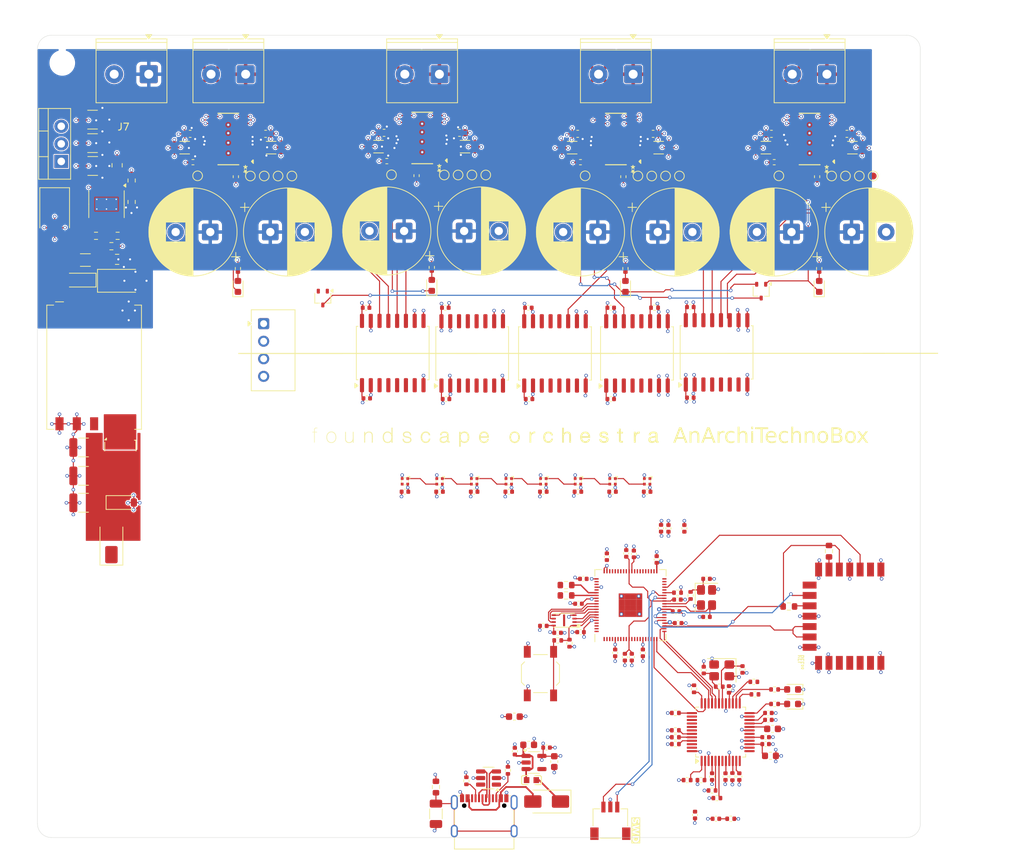
<source format=kicad_pcb>
(kicad_pcb (version 20241229) (generator "pcbnew") (generator_version "9.0")
  (layers (0 "F.Cu" signal) (4 "In1.Cu" signal) (6 "In2.Cu" signal) (2 "B.Cu" signal) (13 "F.Paste" user) (15 "B.Paste" user) (5 "F.SilkS" user "F.Silkscreen") (7 "B.SilkS" user "B.Silkscreen") (1 "F.Mask" user) (3 "B.Mask" user) (25 "Edge.Cuts" user))
  (net 0 "")
  (net 1 "+3.3V")
  (net 2 "GND")
  (net 3 "GND2")
  (net 4 "+24V")
  (net 5 "+12V")
  (net 6 "+5V")
  (net 7 "Net-(C24-Pad2)")
  (net 8 "Net-(Q1-X1)")
  (net 9 "Net-(Q1-X2)")
  (net 10 "+3.3VP")
  (net 11 "+VDC")
  (net 12 "Net-(U16-XI{slash}CLKIN)")
  (net 13 "+3V3")
  (net 14 "+1V1")
  (net 15 "/RP2350BMCU/5V_filtered")
  (net 16 "/RP2350BMCU/SWCLK")
  (net 17 "/RP2350BMCU/SWDIO")
  (net 18 "/RP2350BMCU/USB_P")
  (net 19 "/RP2350BMCU/USB_N")
  (net 20 "/RP2350BMCU/RUN")
  (net 21 "/RP2350BMCU/BOOTSEL_BUT")
  (net 22 "Net-(U16-XO)")
  (net 23 "/RP2350BMCU/MEM_CS")
  (net 24 "/RP2350BMCU/USB_PRE_N")
  (net 25 "/RP2350BMCU/USB_PRE_P")
  (net 26 "/RP2350BMCU/MEM_CLK")
  (net 27 "/RP2350BMCU/MEM_IO0")
  (net 28 "/RP2350BMCU/MEM_IO1")
  (net 29 "/RP2350BMCU/MEM_IO2")
  (net 30 "/RP2350BMCU/MEM_IO3")
  (net 31 "+3.3VA")
  (net 32 "Net-(U16-1V2O)")
  (net 33 "Net-(U16-TOCAP)")
  (net 34 "Net-(U17-TCT)")
  (net 35 "Net-(U17-RCT)")
  (net 36 "Net-(C68-+)")
  (net 37 "/TwoIsolatedFETs0/HBridge_A/DRV_nFAULT")
  (net 38 "/TwoIsolatedFETs0/HBridge_B/DRV_nFAULT")
  (net 39 "/Isolators/PWR_DRV_nFAULT_COMMON")
  (net 40 "/TwoIsolatedFETs1/HBridge_B/DRV_nFAULT")
  (net 41 "/TwoIsolatedFETs1/HBridge_A/DRV_nFAULT")
  (net 42 "Net-(D6-A)")
  (net 43 "Net-(D7-A)")
  (net 44 "Net-(D8-A)")
  (net 45 "Net-(D9-A)")
  (net 46 "Net-(D14-A)")
  (net 47 "Net-(D15-A)")
  (net 48 "Net-(J1-CC2)")
  (net 51 "Net-(J1-CC1)")
  (net 52 "Net-(U4-DO)")
  (net 53 "Net-(U4-nIRQ)")
  (net 54 "Net-(U8-XOUT)")
  (net 55 "Net-(U11-nSLEEP)")
  (net 56 "/TwoIsolatedFETs1/HBridge_A/DRV_ISENSE")
  (net 57 "Net-(U12-nSLEEP)")
  (net 58 "/TwoIsolatedFETs1/HBridge_B/DRV_ISENSE")
  (net 59 "Net-(U16-PMODE0)")
  (net 60 "Net-(U16-PMODE1)")
  (net 61 "Net-(U16-PMODE2)")
  (net 62 "/Ethernet/SPI_INT")
  (net 63 "/Ethernet/SPI_RST")
  (net 64 "Net-(U16-SPDLED)")
  (net 65 "Net-(U16-LINKLED)")
  (net 66 "Net-(U17-LEDG_A)")
  (net 67 "Net-(U16-DUPLED)")
  (net 68 "Net-(U17-LEDY_A)")
  (net 69 "Net-(U16-ACTLED)")
  (net 70 "Net-(U16-EXRES1)")
  (net 71 "/Ethernet/ETH_TX_P")
  (net 72 "/Ethernet/ETH_TX_M")
  (net 73 "/Ethernet/ETH_RX_P")
  (net 74 "/Ethernet/ETH_RX_M")
  (net 75 "Net-(R35-+)")
  (net 76 "Net-(R37-+)")
  (net 77 "Net-(R38-+)")
  (net 78 "Net-(R38--)")
  (net 79 "/RP2350BMCU/WIFI_24")
  (net 80 "Net-(U20-nSLEEP)")
  (net 81 "/TwoIsolatedFETs0/HBridge_A/DRV_ISENSE")
  (net 82 "/RP2350BMCU/WIFI_25")
  (net 83 "/RP2350BMCU/WIFI_29")
  (net 84 "/RP2350BMCU/WIFI_23")
  (net 85 "Net-(U21-nSLEEP)")
  (net 86 "/TwoIsolatedFETs0/HBridge_B/DRV_ISENSE")
  (net 87 "/Isolators/PWR_PWM_C_OFF")
  (net 88 "/Isolators/PWR_SPI_CS3")
  (net 89 "/Isolators/PWR_PWM_D_OFF")
  (net 90 "/Isolators/PWR_SPI_CS4")
  (net 91 "/Isolators/PWR_PWM_A_OFF")
  (net 92 "/Isolators/PWR_SPI_CS1")
  (net 93 "/Isolators/PWR_PWM_B_OFF")
  (net 94 "/Isolators/PWR_SPI_CS2")
  (net 104 "/Ethernet/SPI_SCK")
  (net 106 "/Isolators/MCU_SPI_MOSI")
  (net 107 "/RP2350BMCU/PWM2_A")
  (net 108 "/RP2350BMCU/UART0_RX")
  (net 109 "/RP2350BMCU/PWM0_A")
  (net 110 "/Isolators/MCU_CS2")
  (net 111 "/Isolators/MCU_CS1")
  (net 114 "/RP2350BMCU/PWM5_A")
  (net 115 "/Isolators/MCU_DRV_nFAULT_COMMON")
  (net 118 "/RP2350BMCU/PWM3_A")
  (net 120 "/Isolators/MCU_PWM_B_OFF")
  (net 121 "/LED_STRING")
  (net 123 "/Isolators/MCU_CS4")
  (net 124 "/RP2350BMCU/I2C1_SCL")
  (net 125 "/Isolators/MCU_PWM_D_OFF")
  (net 126 "/Ethernet/SPI_CS")
  (net 129 "/Isolators/MCU_CS3")
  (net 130 "/RP2350BMCU/PWM7_A")
  (net 131 "/RP2350BMCU/PMW1_A")
  (net 132 "/Isolators/MCU_SPI_CLK")
  (net 133 "/RP2350BMCU/I2C1_SDA")
  (net 134 "/RP2350BMCU/I2C0_SDA")
  (net 135 "/RP2350BMCU/I2C0_SCL")
  (net 137 "/Isolators/MCU_PWM_A_OFF")
  (net 138 "/Isolators/MCU_SPI_MISO")
  (net 139 "/RP2350BMCU/UART1_RX")
  (net 141 "/RP2350BMCU/PWM4_A")
  (net 142 "/Ethernet/SPI_MISO")
  (net 145 "/RP2350BMCU/PWM6_A")
  (net 146 "/RP2350BMCU/UART1_TX")
  (net 147 "/RP2350BMCU/UART0_TX")
  (net 148 "/Ethernet/SPI_MOSI")
  (net 150 "/Isolators/MCU_PWM_C_OFF")
  (net 155 "/Isolators/PWR_SPI_MOSI")
  (net 156 "/Isolators/PWR_SPI_CLK")
  (net 157 "/Isolators/PWR_SPI_MISO")
  (net 171 "Net-(D2-DO)")
  (net 172 "/RP2350BMCU/BREAKOUT_5V")
  (net 173 "Net-(D18-DI)")
  (net 174 "Net-(D18-DO)")
  (net 175 "Net-(D19-DO)")
  (net 176 "Net-(D20-DO)")
  (net 177 "Net-(D21-DO)")
  (net 178 "Net-(D22-DO)")
  (net 180 "/HB_1_OUT_B")
  (net 181 "/HB_1_OUT_A")
  (net 182 "/HB_1_OUT_C")
  (net 183 "/HB_1_OUT_D")
  (net 184 "/HB_2_OUT_A")
  (net 185 "/HB_2_OUT_B")
  (net 186 "/HB_2_OUT_C")
  (net 187 "/HB_2_OUT_D")
  (net 188 "/DCDC Flyback/VDC_SW")
  (net 189 "/DCDC Flyback/VDC_CAPRES")
  (net 190 "/DCDC Flyback/VDC_DIODES")
  (net 191 "/DCDC Flyback/PRE_5V")
  (net 192 "/DCDC Flyback/PRE_PRE_5V")
  (net 193 "/TwoIsolatedFETs1/PWM_A_2")
  (net 194 "/TwoIsolatedFETs1/PWM_A_1")
  (net 195 "/TwoIsolatedFETs1/PWM_B_2")
  (net 196 "/TwoIsolatedFETs1/PWM_B_1")
  (net 197 "/TwoIsolatedFETs0/PWM_A_2")
  (net 198 "/TwoIsolatedFETs0/PWM_A_1")
  (net 199 "/TwoIsolatedFETs0/PWM_B_2")
  (net 200 "/TwoIsolatedFETs0/PWM_B_1")
  (footprint "Capacitor_SMD:C_0603_1608Metric" (layer "F.Cu") (at 93.334999 123.5225)
    (property "Reference" "C26" (hide yes))
    (property "Value" "10uF")
  )
  (footprint "Capacitor_SMD:C_0402_1005Metric" (layer "F.Cu") (at 121.9 132.1925 -90)
    (property "Reference" "C61" (hide yes))
    (property "Value" "100nF")
  )
  (footprint "Capacitor_SMD:C_1210_3225Metric" (layer "F.Cu") (at 32.375002 40.6 180)
    (property "Reference" "C67" (hide yes))
    (property "Value" "10uF 50V")
  )
  (footprint "Resistor_SMD:R_0603_1608Metric" (layer "F.Cu") (at 81.999999 133.7 -90)
    (property "Reference" "R3" (hide yes))
    (property "Value" "1M")
  )
  (footprint "TestPoint:TestPoint_Pad_D1.0mm" (layer "F.Cu") (at 59.18385 45.349181 -90)
    (property "Reference" "TP18" (hide yes))
    (property "Value" "TestPoint")
  )
  (footprint "Resistor_SMD:R_0402_1005Metric" (layer "F.Cu") (at 53.08385 45.449181 90)
    (property "Reference" "R45" (hide yes))
    (property "Value" "0R")
  )
  (footprint "Resistor_SMD:R_0603_1608Metric" (layer "F.Cu") (at 36 54 180)
    (property "Reference" "R38" (hide yes))
    (property "Value" "113K")
  )
  (footprint "Capacitor_SMD:C_0402_1005Metric" (layer "F.Cu") (at 72 77.5)
    (property "Reference" "C30" (hide yes))
    (property "Value" "100nF")
  )
  (footprint "Capacitor_SMD:C_0402_1005Metric" (layer "F.Cu") (at 71.9 64.4)
    (property "Reference" "C31" (hide yes))
    (property "Value" "100nF")
  )
  (footprint "MountingHole:MountingHole_3.2mm_M3" (layer "F.Cu") (at 148 29 90)
    (property "Reference" "H3" (hide yes))
    (property "Value" "MountingHole")
  )
  (footprint "RASPBERRY_SWD:SWD_TOP" (layer "F.Cu") (at 107.199999 141.35)
    (property "Reference" "J2" (hide yes))
    (property "Value" "Conn_01x03_Socket" (hide yes))
  )
  (footprint "TinyLEDs:XL-1010" (layer "F.Cu") (at 107.52 89.5 -90)
    (property "Reference" "D22" (hide yes))
    (property "Value" "C5349953" (hide yes))
  )
  (footprint "Capacitor_SMD:C_0402_1005Metric" (layer "F.Cu") (at 118.76 77.4)
    (property "Reference" "C32" (hide yes))
    (property "Value" "100nF")
  )
  (footprint "BigFishImports:L0603" (layer "F.Cu") (at 95.799999 132.7 180)
    (property "Reference" "L1" (hide yes))
    (property "Value" "BLM18PG121SN1D_C14709")
  )
  (footprint "Resistor_SMD:R_0603_1608Metric" (layer "F.Cu") (at 133 107.6 180)
    (property "Reference" "R2" (hide yes))
    (property "Value" "10k")
  )
  (footprint "TerminalBlock_Phoenix:TerminalBlock_Phoenix_PT-1,5-2-5.0-H_1x02_P5.00mm_Horizontal" (layer "F.Cu") (at 110.5 30.6325 180)
    (property "Reference" "J6" (hide yes))
    (property "Value" "Screw_Terminal_01x02")
  )
  (footprint "Capacitor_SMD:C_0603_1608Metric" (layer "F.Cu") (at 130.64 125.2925)
    (property "Reference" "C59" (hide yes))
    (property "Value" "4.7uF")
  )
  (footprint "Capacitor_SMD:C_0402_1005Metric" (layer "F.Cu") (at 103.3 103.6)
    (property "Reference" "C4" (hide yes))
    (property "Value" "100nF")
  )
  (footprint "Resistor_SMD:R_0402_1005Metric" (layer "F.Cu") (at 74.9 43.2 180)
    (property "Reference" "R43" (hide yes))
    (property "Value" "TBD")
  )
  (footprint "Resistor_SMD:R_0402_1005Metric" (layer "F.Cu") (at 124.84 132.1925 -90)
    (property "Reference" "R29" (hide yes))
    (property "Value" "12.4k")
  )
  (footprint "RaspberryRadio:rpi_rmc20452t" (layer "F.Cu") (at 143.7475 109 -90)
    (property "Reference" "U4" (hide yes))
    (property "Value" "<value>" (hide yes))
  )
  (footprint "Resistor_SMD:R_0402_1005Metric" (layer "F.Cu") (at 128.1 120.3)
    (property "Reference" "R26" (hide yes))
    (property "Value" "470R")
  )
  (footprint "TestPoint:TestPoint_Pad_D1.0mm" (layer "F.Cu") (at 141.18385 45.349181 -90)
    (property "Reference" "TP2" (hide yes))
    (property "Value" "TestPoint")
  )
  (footprint "Capacitor_SMD:C_0402_1005Metric" (layer "F.Cu") (at 83.355 64.4)
    (property "Reference" "C51" (hide yes))
    (property "Value" "100nF")
  )
  (footprint "Diode_SMD:D_SMA" (layer "F.Cu") (at 35.1 98.1 90)
    (property "Reference" "D17" (hide yes))
    (property "Value" "SS34")
  )
  (footprint "Resistor_SMD:R_0402_1005Metric" (layer "F.Cu") (at 109.08385 45.449181 90)
    (property "Reference" "R16" (hide yes))
    (property "Value" "0R")
  )
  (footprint "TinyLEDs:XL-1010" (layer "F.Cu") (at 92.52 89.5 -90)
    (property "Reference" "D19" (hide yes))
    (property "Value" "C5349953" (hide yes))
  )
  (footprint "Capacitor_SMD:C_0603_1608Metric" (layer "F.Cu") (at 113.38385 39.249181)
    (property "Reference" "C40" (hide yes))
    (property "Value" "1uF 50V")
  )
  (footprint "Resistor_SMD:R_0402_1005Metric" (layer "F.Cu") (at 119.3 119.5 90)
    (property "Reference" "R23" (hide yes))
    (property "Value" "1K")
  )
  (footprint "Resistor_SMD:R_0402_1005Metric" (layer "F.Cu") (at 130.940001 121.6925)
    (property "Reference" "R25" (hide yes))
    (property "Value" "470R")
  )
  (footprint "TestPoint:TestPoint_Pad_D1.0mm" (layer "F.Cu") (at 47.55885 45.324181 -90)
    (property "Reference" "TP16" (hide yes))
    (property "Value" "TestPoint")
  )
  (footprint "Capacitor_THT:CP_Radial_D12.5mm_P5.00mm" (layer "F.Cu") (at 49.383851 53.449181 180)
    (property "Reference" "C84" (hide yes))
    (property "Value" "1000uF 50V")
  )
  (footprint "Resistor_SMD:R_0402_1005Metric" (layer "F.Cu") (at 122.6 135.3)
    (property "Reference" "R33" (hide yes))
    (property "Value" "49R9")
  )
  (footprint "Capacitor_SMD:C_0402_1005Metric" (layer "F.Cu") (at 102.9 111.3)
    (property "Reference" "C15" (hide yes))
    (property "Value" "100nF")
  )
  (footprint "Capacitor_SMD:C_0402_1005Metric" (layer "F.Cu") (at 87.52 91)
    (property "Reference" "C86" (hide yes))
    (property "Value" "100nF")
  )
  (footprint "Capacitor_SMD:C_0402_1005Metric" (layer "F.Cu") (at 114.53 96.28 90)
    (property "Reference" "C6" (hide yes))
    (property "Value" "4.7u")
  )
  (footprint "Capacitor_SMD:C_0402_1005Metric" (layer "F.Cu") (at 117 110 180)
    (property "Reference" "C11" (hide yes))
    (property "Value" "100nF")
  )
  (footprint "Capacitor_SMD:C_0402_1005Metric" (layer "F.Cu") (at 106.7 100.4 -90)
    (property "Reference" "C3" (hide yes))
    (property "Value" "100nF")
  )
  (footprint "Resistor_SMD:R_0402_1005Metric" (layer "F.Cu") (at 116.6 126.5)
    (property "Reference" "R21" (hide yes))
    (property "Value" "1K")
  )
  (footprint "Capacitor_THT:CP_Radial_D12.5mm_P5.00mm" (layer "F.Cu") (at 77.400002 53.299999 180)
    (property "Reference" "C78" (hide yes))
    (property "Value" "1000uF 50V")
  )
  (footprint "Diode_SMD:D_SOD-123F" (layer "F.Cu") (at 30.675002 60.4 180)
    (property "Reference" "D11" (hide yes))
    (property "Value" "CMMSH1-100")
  )
  (footprint "Resistor_SMD:R_0402_1005Metric" (layer "F.Cu") (at 130.94 119.5925)
    (property "Reference" "R27" (hide yes))
    (property "Value" "470R")
  )
  (footprint "Capacitor_SMD:C_0402_1005Metric" (layer "F.Cu") (at 97.52 91)
    (property "Reference" "C88" (hide yes))
    (property "Value" "100nF")
  )
  (footprint "Capacitor_SMD:C_0402_1005Metric" (layer "F.Cu") (at 116.7 108.3 180)
    (property "Reference" "C16" (hide yes))
    (property "Value" "100nF")
  )
  (footprint "Resistor_SMD:R_0603_1608Metric" (layer "F.Cu") (at 32.875 54 180)
    (property "Reference" "R37" (hide yes))
    (property "Value" "150K")
  )
  (footprint "Package_TO_SOT_SMD:SOT-23-6" (layer "F.Cu") (at 89.599999 132.4 180)
    (property "Reference" "U7" (hide yes))
    (property "Value" "C85364")
  )
  (footprint "Package_SO:SOIC-16W_7.5x10.3mm_P1.27mm" (layer "F.Cu") (at 75.755 70.95 90)
    (property "Reference" "U9" (hide yes))
    (property "Value" "ISO7740DWR")
  )
  (footprint "MountingHole:MountingHole_3.2mm_M3" (layer "F.Cu") (at 148 137 90)
    (property "Reference" "H4" (hide yes))
    (property "Value" "MountingHole")
  )
  (footprint "MountingHole:MountingHole_3.2mm_M3" (layer "F.Cu") (at 58 83)
    (property "Reference" "H5" (hide yes))
    (property "Value" "MountingHole")
  )
  (footprint "TestPoint:TestPoint_Pad_D1.0mm" (layer "F.Cu") (at 75.575001 45.174999 -90)
    (property "Reference" "TP11" (hide yes))
    (property "Value" "TestPoint")
  )
  (footprint "Converter_DCDC:Converter_DCDC_TRACO_TME_03xxS_05xxS_12xxS_Single_THT" (layer "F.Cu") (at 57.1 66.7)
    (property "Reference" "U1" (hide yes))
    (property "Value" "TME-0503S")
  )
  (footprint "Capacitor_SMD:C_1210_3225Metric" (layer "F.Cu") (at 31.075 88.71 180)
    (property "Reference" "C71" (hide yes))
    (property "Value" "47uF 10V")
  )
  (footprint "Capacitor_SMD:C_0603_1608Metric" (layer "F.Cu") (at 46.483849 39.249182 180)
    (property "Reference" "C81" (hide yes))
    (property "Value" "1uF 50V")
  )
  (footprint "Capacitor_SMD:C_0402_1005Metric" (layer "F.Cu") (at 110.3 114.92 90)
    (property "Reference" "C22" (hide yes))
    (property "Value" "100nF")
  )
  (footprint "TestPoint:TestPoint_Pad_D1.0mm" (layer "F.Cu") (at 115.183849 45.349181 -90)
    (property "Reference" "TP8" (hide yes))
    (property "Value" "TestPoint")
  )
  (footprint "Capacitor_SMD:C_0402_1005Metric" (layer "F.Cu") (at 109.5 99.92 90)
    (property "Reference" "C23" (hide yes))
    (property "Value" "100nF")
  )
  (footprint "Capacitor_SMD:C_0402_1005Metric" (layer "F.Cu") (at 120.7 116.7925 90)
    (property "Reference" "C53" (hide yes))
    (property "Value" "15p")
  )
  (footprint "Capacitor_THT:CP_Radial_D12.5mm_P5.00mm" (layer "F.Cu") (at 142.059891 53.449181)
    (property "Reference" "C39" (hide yes))
    (property "Value" "1000uF 50V")
  )
  (footprint "Capacitor_SMD:C_0603_1608Metric" (layer "F.Cu") (at 74.5 39.1 180)
    (property "Reference" "C75" (hide yes))
    (property "Value" "1uF 50V")
  )
  (footprint "Capacitor_SMD:C_0402_1005Metric" (layer "F.Cu") (at 130.04 122.9925)
    (property "Reference" "C57" (hide yes))
    (property "Value" "10nF")
  )
  (footprint "TestPoint:TestPoint_Pad_D1.0mm" (layer "F.Cu") (at 139.18385 45.349181 -90)
    (property "Reference" "TP5" (hide yes))
    (property "Value" "TestPoint")
  )
  (footprint "TinyLEDs:XL-1010" (layer "F.Cu") (at 102.52 89.5 -90)
    (property "Reference" "D21" (hide yes))
    (property "Value" "C5349953" (hide yes))
  )
  (footprint "LED_SMD:LED_0603_1608Metric" (layer "F.Cu") (at 53.38385 61.311682 90)
    (property "Reference" "D15" (hide yes))
    (property "Value" "RED")
  )
  (footprint "Capacitor_SMD:C_0402_1005Metric" (layer "F.Cu") (at 116.9 106.6)
    (property "Reference" "C21" (hide yes))
    (property "Value" "100nF")
  )
  (footprint "TerminalBlock_Phoenix:TerminalBlock_Phoenix_PT-1,5-2-5.0-H_1x02_P5.00mm_Horizontal" (layer "F.Cu") (at 54.5 30.6325 180)
    (property "Reference" "J4" (hide yes))
    (property "Value" "Screw_Terminal_01x02")
  )
  (footprint "Capacitor_SMD:C_1206_3216Metric" (layer "F.Cu") (at 81.999999 137.575001 90)
    (property "Reference" "C24" (hide yes))
    (property "Value" "4.7n 100v")
  )
  (footprint "Capacitor_SMD:C_0603_1608Metric" (layer "F.Cu") (at 99.099999 130.025 -90)
    (property "Reference" "C20" (hide yes))
    (property "Value" "10uF")
  )
  (footprint "LED_SMD:LED_0603_1608Metric" (layer "F.Cu") (at 133.54 121.6925 180)
    (property "Reference" "D8" (hide yes))
    (property "Value" "RED")
  )
  (footprint "Capacitor_SMD:C_0402_1005Metric" (layer "F.Cu") (at 110.6 100 -90)
    (property "Reference" "C13" (hide yes))
    (property "Value" "100nF")
  )
  (footprint "Resistor_SMD:R_0402_1005Metric" (layer "F.Cu") (at 46.88385 43.349181 180)
    (property "Reference" "R46" (hide yes))
    (property "Value" "TBD")
  )
  (footprint "Package_TO_SOT_THT:TO-220-3_Vertical" (layer "F.Cu") (at 27.85 43.24 90)
    (property "Reference" "U3" (hide yes))
    (property "Value" "LM7812_TO220")
  )
  (footprint "Capacitor_SMD:C_1210_3225Metric" (layer "F.Cu") (at 31.075 84.6 180)
    (property "Reference" "C70" (hide yes))
    (property "Value" "47uF 10V")
  )
  (footprint "Capacitor_SMD:C_1206_3216Metric" (layer "F.Cu") (at 73.7 41.099999 180)
    (property "Reference" "C77" (hide yes))
    (property "Value" "10uF 50V")
  )
  (footprint "parts:TI_HVSSOP-28" (layer "F.Cu") (at 80.01615 39.850818 180)
    (property "Reference" "U20" (hide yes))
    (property "Value" "DRV8243SQDGQRQ1")
  )
  (footprint "Capacitor_SMD:C_1206_3216Metric" (layer "F.Cu") (at 58.18385 41.24918)
    (property "Reference" "C82" (hide yes))
    (property "Value" "10uF 50V")
  )
  (footprint "Resistor_SMD:R_0402_1005Metric" (layer "F.Cu") (at 116.909999 105.6 180)
    (property "Reference" "R10" (hide yes))
    (property "Value" "10k")
  )
  (footprint "Capacitor_SMD:C_0402_1005Metric" (layer "F.Cu") (at 107.9 114.3 90)
    (property "Reference" "C7" (hide yes))
    (property "Value" "100nF")
  )
  (footprint "Capacitor_SMD:C_0402_1005Metric" (layer "F.Cu") (at 113.9 100.8 -90)
    (property "Reference" "C14" (hide yes))
    (property "Value" "100nF")
  )
  (footprint "TestPoint:TestPoint_Pad_D1.0mm" (layer "F.Cu") (at 85.2 45.199999 -90)
    (property "Reference" "TP12" (hide yes))
    (property "Value" "TestPoint")
  )
  (footprint "Resistor_SMD:R_0603_1608Metric" (layer "F.Cu") (at 38.025 49.1 -90)
    (property "Reference" "R35" (hide yes))
    (property "Value" "1MEG")
  )
  (footprint "Capacitor_SMD:C_0402_1005Metric" (layer "F.Cu") (at 125.84 132.1925 -90)
    (property "Reference" "C58" (hide yes))
    (property "Value" "100nF")
  )
  (footprint "MountingHole:MountingHole_3.2mm_M3" (layer "F.Cu") (at 28.414214 137 90)
    (property "Reference" "H6" (hide yes))
    (property "Value" "MountingHole")
  )
  (footprint "Package_TO_SOT_SMD:TO-277A" (layer "F.Cu") (at 36.395 86.71)
    (property "Reference" "D12" (hide yes))
    (property "Value" "V8PM10SHM3/I")
  )
  (footprint "Diode_SMD:D_SMA" (layer "F.Cu") (at 36.600001 60.5)
    (property "Reference" "D10" (hide yes))
    (property "Value" "SMAJ18A")
  )
  (footprint "Resistor_SMD:R_0402_1005Metric" (layer "F.Cu") (at 113.59 64.4 180)
    (property "Reference" "R18" (hide yes))
    (property "Value" "10K")
  )
  (footprint "Inductor_SMD:L_0603_1608Metric" (layer "F.Cu") (at 130.34 129.1925 180)
    (property "Reference" "FB1" (hide yes))
    (property "Value" "BLM18PG121SN1D")
  )
  (footprint "Resistor_SMD:R_0402_1005Metric" (layer "F.Cu") (at 109.38385 58.711682 -90)
    (property "Reference" "R15" (hide yes))
    (property "Value" "470R")
  )
  (footprint "LED_SMD:LED_0603_1608Metric" (layer "F.Cu") (at 81.4 61.1625 90)
    (property "Reference" "D14" (hide yes))
    (property "Value" "RED")
  )
  (footprint "Capacitor_SMD:C_0402_1005Metric" (layer "F.Cu") (at 130.04 123.9925)
    (property "Reference" "C56" (hide yes))
    (property "Value" "100nF")
  )
  (footprint "Capacitor_SMD:C_0603_1608Metric" (layer "F.Cu") (at 85.4 39.099999)
    (property "Reference" "C74" (hide yes))
    (property "Value" "1uF 50V")
  )
  (footprint "Capacitor_SMD:C_1210_3225Metric" (layer "F.Cu") (at 32.400001 43.9 180)
    (property "Reference" "C66" (hide yes))
    (property "Value" "10uF 50V")
  )
  (footprint "TerminalBlock_Phoenix:TerminalBlock_Phoenix_PT-1,5-2-5.0-H_1x02_P5.00mm_Horizontal" (layer "F.Cu") (at 138.5 30.6325 180)
    (property "Reference" "J5" (hide yes))
    (property "Value" "Screw_Terminal_01x02")
  )
  (footprint "Diode_SMD:D_SMB" (layer "F.Cu") (at 26.9 50.7 -90)
    (property "Reference" "D1" (hide yes))
    (property "Value" "SM6T24A")
  )
  (footprint "Resistor_SMD:R_0402_1005Metric" (layer "F.Cu") (at 79.2 45.299999 90)
    (property "Reference" "R42" (hide yes))
    (property "Value" "0R")
  )
  (footprint "TestPoint:TestPoint_Pad_D1.0mm" (layer "F.Cu") (at 143.18385 45.349181 -90)
    (property "Reference" "TP3" (hide yes))
    (property "Value" "TestPoint")
  )
  (footprint "Capacitor_THT:CP_Radial_D12.5mm_P5.00mm" (layer "F.Cu") (at 133.38385 53.449181 180)
    (property "Reference" "C38" (hide yes))
    (property "Value" "1000uF 50V")
  )
  (footprint "Capacitor_SMD:C_0402_1005Metric" (layer "F.Cu") (at 83.455 77.6)
    (property "Reference" "C46" (hide yes))
    (property "Value" "100nF")
  )
  (footprint "Capacitor_THT:CP_Radial_D12.5mm_P5.00mm" (layer "F.Cu") (at 86.076041 53.299999)
    (property "Reference" "C79" (hide yes))
    (property "Value" "1000uF 50V")
  )
  (footprint "Package_SO:SOIC-8-1EP_3.9x4.9mm_P1.27mm_EP2.41x3.81mm_ThermalVias" (layer "F.Cu") (at 34.39 49.425 -90)
    (property "Reference" "U18" (hide yes))
    (property "Value" "ADPL54203ES8E#PBF")
  )
  (footprint "Package_TO_SOT_SMD:SOT-323_SC-70" (layer "F.Cu") (at 65.65 63 -90)
    (property "Reference" "D4" (hide yes))
    (property "Value" "BAT54AW")
  )
  (footprint "Diode_SMD:D_SMA" (layer "F.Cu") (at 97.999999 135.8 180)
    (property "Reference" "D16" (hide yes))
    (property "Value" "SS34")
  )
  (footprint "Capacitor_SMD:C_0402_1005Metric" (layer "F.Cu") (at 119.44 137.7425 90)
    (property "Reference" "C64" (hide yes))
    (property "Value" "10n")
  )
  (footprint "Capacitor_SMD:C_0402_1005Metric" (layer "F.Cu") (at 77.52 91)
    (property "Reference" "C1" (hide yes))
    (property "Value" "100nF")
  )
  (footprint "Capacitor_SMD:C_0402_1005Metric" (layer "F.Cu") (at 124.34 119.592501 90)
    (property "Reference" "C54" (hide yes))
    (property "Value" "100nF")
  )
  (footprint "LED_SMD:LED_0603_1608Metric" (layer "F.Cu") (at 133.54 119.5925 180)
    (property "Reference" "D9" (hide yes))
    (property "Value" "RED")
  )
  (footprint "Capacitor_SMD:C_0603_1608Metric" (layer "F.Cu") (at 57.38385 39.249181)
    (property "Reference" "C80" (hide yes))
    (property "Value" "1uF 50V")
  )
  (footprint "parts:TI_HVSSOP-28" (layer "F.Cu") (at 108 40 180)
    (property "Reference" "U12" (hide yes))
    (property "Value" "DRV8243SQDGQRQ1")
  )
  (footprint "Capacitor_SMD:C_0402_1005Metric" (layer "F.Cu") (at 99.58 111.4 180)
    (property "Reference" "C27" (hide yes))
    (property "Value" "100nF")
  )
  (footprint "Capacitor_SMD:C_0402_1005Metric" (layer "F.Cu") (at 122.460001 138.2925)
    (property "Reference" "C63" (hide yes))
    (property "Value" "22n")
  )
  (footprint "Resistor_SMD:R_0402_1005Metric" (layer "F.Cu") (at 92.399999 131.290001 90)
    (property "Reference" "R5" (hide yes))
    (property "Value" "5.1k")
  )
  (footprint "Resistor_SMD:R_1206_3216Metric" (layer "F.Cu") (at 31.3375 57.5 180)
    (property "Reference" "R39" (hide yes))
    (property "Value" "100R")
  )
  (footprint "Capacitor_SMD:C_0402_1005Metric" (layer "F.Cu") (at 97.979999 128 180)
    (property "Reference" "C17" (hide yes))
    (property "Value" "100n")
  )
  (footprint "parts:T_Wurth_WE-FB-EP13_16.36" (layer "F.Cu") (at 32.599999 73)
    (property "Reference" "U19" (hide yes))
    (property "Value" "750311564" (hide yes))
  )
  (footprint "Capacitor_SMD:C_0402_1005Metric" (layer "F.Cu") (at 112.52 91)
    (property "Reference" "C91" (hide yes))
    (property "Value" "100nF")
  )
  (footprint "TinyLEDs:XL-1010" (layer "F.Cu") (at 82.52 89.5 -90)
    (property "Reference" "D3" (hide yes))
    (property "Value" "C5349953" (hide yes))
  )
  (footprint "Package_SO:SOIC-16W_7.5x10.3mm_P1.27mm" (layer "F.Cu") (at 99.2 71 90)
    (property "Reference" "U14" (hide yes))
    (property "Value" "ISO7740DWR")
  )
  (footprint "Capacitor_SMD:C_1210_3225Metric" (layer "F.Cu") (at 32.375002 37.2 180)
    (property "Reference" "C65" (hide yes))
    (property "Value" "330uF 50V")
  )
  (footprint "Capacitor_SMD:C_0603_1608Metric" (layer "F.Cu") (at 141.38385 39.249181)
    (property "Reference" "C34" (hide yes))
    (property "Value" "1uF 50V")
  )
  (footprint "TestPoint:TestPoint_Pad_D1.0mm" (layer "F.Cu") (at 87.2 45.199999 -90)
    (property "Reference" "TP13" (hide yes))
    (property "Value" "TestPoint")
  )
  (footprint "TestPoint:TestPoint_Pad_D1.0mm" (layer "F.Cu") (at 131.55885 45.324182 -90)
    (property "Reference" "TP1" (hide yes))
    (property "Value" "TestPoint")
  )
  (footprint "Capacitor_SMD:C_1206_3216Metric" (layer "F.Cu") (at 45.68385 41.249181 180)
    (property "Reference" "C83" (hide yes))
    (property "Value" "10uF 50V")
  )
  (footprint "Capacitor_SMD:C_0603_1608Metric" (layer "F.Cu") (at 95.399999 127.6)
    (property "Reference" "C12" (hide yes))
    (property "Value" "10uF")
  )
  (footprint "Crystal:Crystal_SMD_3225-4Pin_3.2x2.5mm" (layer "F.Cu") (at 123.3 116.8325 180)
    (property "Reference" "Y1" (hide yes))
    (property "Value" "25MHz")
  )
  (footprint "Capacitor_THT:CP_Radial_D12.5mm_P5.00mm" (layer "F.Cu") (at 114.059891 53.449181)
    (property "Reference" "C45" (hide yes))
    (property "Value" "1000uF 50V")
  )
  (footprint "ZephKicad:USB-C C2988369" (layer "F.Cu") (at 88.974999 142.675)
    (property "Reference" "J1" (hide yes))
    (property "Value" "C2988369" (hide yes))
  )
  (footprint "TinyLEDs:XL-1010" (layer "F.Cu") (at 97.52 89.5 -90)
    (property "Reference" "D20" (hide yes))
    (property "Value" "C5349953" (hide yes))
  )
  (footprint "Resistor_SMD:R_0402_1005Metric" (layer "F.Cu") (at 102.88385 43.34918 180)
    (property "Reference" "R17" (hide yes))
    (property "Value" "TBD")
  )
  (footprint "Capacitor_SMD:C_0402_1005Metric" (layer "F.Cu") (at 111.9 114.3 90)
    (property "Reference" "C8" (hide yes))
    (property "Value" "100nF")
  )
  (footprint "Resistor_SMD:R_0402_1005Metric" (layer "F.Cu") (at 127.94 118.4925)
    (property "Reference" "R28" (hide yes))
    (property "Value" "470R")
  )
  (footprint "Capacitor_SMD:C_0402_1005Metric" (layer "F.Cu") (at 92.52 91)
    (property "Reference" "C87" (hide yes))
    (property "Value" "100nF")
  )
  (footprint "TestPoint:TestPoint_Pad_D1.0mm" (layer "F.Cu") (at 111.18385 45.349181 -90)
    (property "Reference" "TP10" (hide yes))
    (property "Value" "TestPoint")
  )
  (footprint "Resistor_SMD:R_0603_1608Metric" (layer "F.Cu") (at 38.025 46 -90)
    (property "Reference" "R36" (hide yes))
    (property "Value" "200K")
  )
  (footprint "Capacitor_SMD:C_1210_3225Metric" (layer "F.Cu") (at 31.075 92.6 180)
    (property "Reference" "C72" (hide yes))
    (property "Value" "47uF 10V")
  )
  (footprint "Resistor_SMD:R_0402_1005Metric" (layer "F.Cu") (at 118.3 132.7)
    (property "Reference" "R31" (hide yes))
    (property "Value" "49R9")
  )
  (footprint "Capacitor_SMD:C_0402_1005Metric" (layer "F.Cu") (at 102.6 107.2)
    (property "Reference" "C5" (hide yes))
    (property "Value" "100nF")
  )
  (footprint "Resistor_SMD:R_0402_1005Metric" (layer "F.Cu") (at 137.08385 45.449181 90)
    (property "Reference" "R13" (hide yes))
    (property "Value" "0R")
  )
  (footprint "Resistor_SMD:R_0402_1005Metric" (layer "F.Cu") (at 116.6 125.4925)
    (property "Reference" "R22" (hide yes))
    (property "Value" "1K")
  )
  (footprint "Capacitor_SMD:C_0402_1005Metric" (layer "F.Cu") (at 123.84 132.192501 -90)
    (property "Reference" "C60" (hide yes))
    (property "Value" "100nF")
  )
  (footprint "Resistor_SMD:R_0402_1005Metric" (layer "F.Cu") (at 116.6 122.9925 180)
    (property "Reference" "R24" (hide yes))
    (property "Value" "1K")
  )
  (footprint "Package_TO_SOT_SMD:SOT-23-5" (layer "F.Cu") (at 96.169999 130.155)
    (property "Reference" "U5" (hide yes))
    (property "Value" "LP5907MFX-3.3")
  )
  (footprint "TestPoint:TestPoint_Pad_D1.0mm" (layer "F.Cu") (at 113.18385 45.349181 -90)
    (property "Reference" "TP7" (hide yes))
    (property "Value" "TestPoint")
  )
  (footprint "Resistor_SMD:R_0402_1005Metric" (layer "F.Cu") (at 81.4 58.5625 -90)
    (property "Reference" "R41" (hide yes))
    (property "Value" "470R")
  )
  (footprint "Resistor_SMD:R_0603_1608Metric" (layer "F.Cu") (at 35.1 55.499999)
    (property "Reference" "R40" (hide yes))
    (property "Value" "10K")
  )
  (footprint "MountingHole:MountingHole_3.2mm_M3" (layer "F.Cu") (at 148 83 90)
    (property "Reference" "H2" (hide yes))
    (property "Value" "MountingHole")
  )
  (footprint "Capacitor_SMD:C_0402_1005Metric" (layer "F.Cu") (at 97.52 110.4 180)
    (property "Reference" "C25" (hide yes))
    (property "Value" "0.1uF")
  )
  (footprint "Capacitor_SMD:C_0402_1005Metric" (layer "F.Cu") (at 126.3 116.7 -90)
    (property "Reference" "C52" (hide yes))
    (property "Value" "15p")
  )
  (footprint "Capacitor_SMD:C_0402_1005Metric" (layer "F.Cu") (at 117.9 96.299999 -90)
    (property "Reference" "C18" (hide yes))
    (property "Value" "1u")
  )
  (footprint "Resistor_SMD:R_0603_1608Metric" (layer "F.Cu") (at 100.8 104.5)
    (property "Reference" "R8" (hide yes))
    (property "Value" "27")
  )
  (footprint "TinyLEDs:XL-1010" (layer "F.Cu") (at 77.52 89.5 -90)
    (property "Reference" "D2" (hide yes))
    (property "Value" "C5349953" (hide yes))
  )
  (footprint "Crystal:Crystal_SMD_SeikoEpson_TSX3225-4Pin_3.2x2.5mm" (layer "F.Cu") (at 121.1 106.3 -90)
    (property "Reference" "Q1" (hide yes))
    (property "Value" "12mhz")
  )
  (footprint "LED_SMD:LED_0603_1608Metric" (layer "F.Cu") (at 109.38385 61.311682 90)
    (property "Reference" "D7" (hide yes))
    (property "Value" "RED")
  )
  (footprint "Resistor_SMD:R_0603_1608Metric" (layer "F.Cu") (at 100.8 106)
    (property "Reference" "R7" (hide yes))
    (property "Value" "27")
  )
  (footprint "Capacitor_SMD:C_0402_1005Metric" (layer "F.Cu") (at 115.6 96.3 -90)
    (property "Reference" "C10" (hide yes))
    (property "Value" "1u")
  )
  (footprint "Resistor_SMD:R_0402_1005Metric" (layer "F.Cu") (at 53.38385 58.711682 -90)
    (property "Reference" "R44" (hide yes))
    (property "Value" "470R")
  )
  (footprint "Capacitor_SMD:C_1206_3216Metric" (layer "F.Cu") (at 86.2 41.099998)
    (property "Reference" "C76" (hide yes))
    (property "Value" "10uF 50V")
  )
  (footprint "Capacitor_SMD:C_0402_1005Metric" (layer "F.Cu") (at 102.52 91)
    (property "Reference" "C89" (hide yes))
    (property "Value" "100nF")
  )
  (footprint "Package_TO_SOT_SMD:SOT-323_SC-70" (layer "F.Cu") (at 129 62 -90)
    (property "Reference" "D5" (hide yes))
    (property "Value" "BAT54AW")
  )
  (footprint "Capacitor_SMD:C_0402_1005Metric" (layer "F.Cu") (at 121.1 109.1 180)
    (property "Reference" "C29" (hide yes))
    (property "Value" "27p")
  )
  (footprint "ZephKicad:USON-8-EP(2x3)" (layer "F.Cu") (at 100.52 109.6 180)
    (property "Reference" "U$1" (hide yes))
    (property "Value" "C2843335 W25Q16JVUXIQ" (hide yes))
  )
  (footprint "Resistor_SMD:R_0402_1005Metric" (layer "F.Cu") (at 86.399999 132.8 90)
    (property "Reference" "R4" (hide yes))
    (property "Value" "5.1k")
  )
  (footprint "Capacitor_SMD:C_0402_1005Metric" (layer "F.Cu") (at 107.52 91)
    (property "Reference" "C90" (hide yes))
    (property "Value" "100nF")
  )
  (footprint "Capacitor_SMD:C_0402_1005Metric" (layer "F.Cu") (at 82.52 91)
    (property "Reference" "C2" (hide yes))
    (property "Value" "100nF")
  )
  (footprint "Capacitor_SMD:C_0402_1005Metric" (layer "F.Cu") (at 118.76 64.3)
    (property "Reference" "C33" (hide yes))
    (property "Value" "100nF")
  )
  (footprint "Capacitor_SMD:C_1206_3216Metric" (layer "F.Cu") (at 101.68385 41.249181 180)
    (property "Reference" "C43" (hide yes))
    (property "Value" "10uF 50V")
  )
  (footprint "Capacitor_SMD:C_0402_1005Metric" (layer "F.Cu") (at 93.4 128.52 -90)
    (property "Reference" "C9" (hide yes))
    (property "Value" "100n")
  )
  (footprint "TestPoint:TestPoint_Pad_D1.0mm" (layer "F.Cu") (at 89.199999 45.199998 -90)
    (property "Reference" "TP14" (hide yes))
    (property "Value" "TestPoint")
  )
  (footprint "TestPoint:TestPoint_Pad_D1.0mm" (layer "F.Cu") (at 61.18385 45.34918 -90)
    (property "Reference" "TP19" (hide yes))
    (property "Value" "TestPoint")
  )
  (footprint "TerminalBlock_Phoenix:TerminalBlock_Phoenix_PT-1,5-2-5.0-H_1x02_P5.00mm_Horizontal" (layer "F.Cu") (at 40.5 30.6325 180)
    (property "Reference" "J7")
    (property "Value" "Screw_Terminal_01x02")
  )
  (footprint "MountingHole:MountingHole_3.2mm_M3" (layer "F.Cu") (at 28 29 90)
    (property "Reference" "H1" (hide yes))
    (property "Value" "MountingHole")
  )
  (footprint "Resistor_SMD:R_0402_1005Metric" (layer "F.Cu") (at 120.3 132.7)
    (property "Reference" "R30" (hide yes))
    (property "Value" "49R9")
  )
  (footprint "Capacitor_SMD:C_0805_2012Metric" (layer "F.Cu") (at 35.925 43.8 90)
    (property "Reference" "C68" (hide yes))
    (property "Value" "1uF 25V")
  )
  (footprint "Capacitor_THT:CP_Radial_D12.5mm_P5.00mm" (layer "F.Cu") (at 105.383852 53.449181 180)
    (property "Reference" "C44" (hide yes))
    (property "Value" "1000uF 50V")
  )
  (footprint "Resistor_SMD:R_0402_1005Metric" (layer "F.Cu") (at 137.38385 58.711682 -90)
    (property "Reference" "R12" (hide yes))
    (property "Value" "470R")
  )
  (footprint "LED_SMD:LED_0603_1608Metric" (layer "F.Cu") (at 137.38385 61.311682 90)
    (property "Reference" "D6" (hide yes))
    (property "Value" "RED")
  )
  (footprint "Button_Switch_SMD:SW_SPST_TL3342" (layer "F.Cu") (at 97.1 117.3 90)
    (property "Reference" "SW1" (hide yes))
    (property "Value" "C318884")
  )
  (footprint "Diode_SMD:D_SOD-123" (layer "F.Cu") (at 36.695 92.56)
    (property "Reference" "D13" (hide yes))
    (property "Value" "CMHZ5232B")
  )
  (footprint "Resistor_SMD:R_0402_1005Metric" (layer "F.Cu") (at 118.8 106 -90)
    (property "Reference" "R11" (hide yes))
    (property "Value" "1k")
  )
  (footprint "Capacitor_SMD:C_0402_1005Metric" (layer "F.Cu") (at 95.355 64.4)
    (property "Reference" "C50" (hide yes))
    (property "Value" "100nF")
  )
  (footprint "Capacitor_SMD:C_0603_1608Metric" (layer "F.Cu") (at 130.48385 39.249181 180)
    (property "Reference" "C35" (hide yes))
    (property "Value" "1uF 50V")
  )
  (footprint "TinyLEDs:XL-1010" (layer "F.Cu") (at 112.52 89.5 -90)
    (property "Reference" "D23" (hide yes))
    (property "Value" "C5349953" (hide yes))
  )
  (footprint "Capacitor_SMD:C_1206_3216Metric" (layer "F.Cu") (at 114.18385 41.24918)
    (property "Reference" "C42" (hide yes))
    (property "Value" "10uF 50V")
  )
  (footprint "TinyLEDs:XL-1010" (layer "F.Cu") (at 87.52 89.5 -90)
    (property "Reference" "D18" (hide yes))
    (property "Value" "C5349953" (hide yes))
  )
  (footprint "Capacitor_SMD:C_0805_2012Metric" (layer "F.Cu") (at 35.925 57.4 180)
    (property "Reference" "C69" (hide yes))
    (property "Value" "220pF")
  )
  (footprint "TestPoint:TestPoint_Pad_D1.0mm" (layer "F.Cu") (at 83.2 45.199999 -90)
    (property "Reference" "TP15" (hide yes))
    (property "Value" "TestPoint")
  )
  (footprint "parts:TI_HVSSOP-28" (layer "F.Cu") (at 136 40 180)
    (property "Reference" "U11" (hide yes))
    (property "Value" "DRV8243SQDGQRQ1")
  )
  (footprint "Resistor_SMD:R_0603_1608Metric" (layer "F.Cu") (at 138.8 99.6 90)
    (property "Reference" "R1" (hide yes))
    (property "Value" "470")
  )
  (footprint "Capacitor_SMD:C_0402_1005Metric" (layer "F.Cu") (at 107.255 64.4)
    (property "Reference" "C49" (hide yes))
    (property "Value" "100nF")
  )
  (footprint "Resistor_SMD:R_0402_1005Metric" (layer "F.Cu") (at 124.6 138.2925 180)
    (property "Reference" "R32" (hide yes))
    (property "Value" "10R")
  )
  (footprint "Capacitor_SMD:C_0402_1005Metric" (layer "F.Cu") (at 129.64 126.4925)
    (property "Reference" "C55" (hide yes))
    (property "Value" "100nF")
  )
  (footprint "Capacitor_THT:CP_Radial_D12.5mm_P5.00mm" (layer "F.Cu") (at 58.059891 53.449181)
    (property "Reference" "C85" (hide yes))
    (property "Value" "1000uF 50V")
  )
  (footprint "RP2350:QFN-80_EP_10x10_Pitch0.4mm" (layer "F.Cu") (at 110.112499 107.405 90)
    (property "Reference" "U8" (hide yes))
    (property "Value" "~")
  )
  (footprint "Resistor_SMD:R_0402_1005Metric" (layer "F.Cu") (at 99.6 112.5 180)
    (property "Reference" "R9" (hide yes))
    (property "Value" "1k")
  )
  (footprint "Package_SO:SOIC-16W_7.5x10.3mm_P1.27mm" (layer "F.Cu") (at 111.05 71 90)
    (property "Reference" "U15" (hide yes))
    (property "Value" "ISO7742DWR")
  )
  (footprint "Resistor_SMD:R_0402_1005Metric" (layer "F.Cu") (at 122.939999 119.1925)
    (property "Reference" "R19" (hide yes))
    (property "Value" "1MEG")
  )
  (footprint "Capacitor_SMD:C_0402_1005Metric" (layer "F.Cu") (at 95.455 77.6)
    (property "Reference" "C47" (hide yes))
    (property "Value" "100nF")
  )
  (footprint "Capacitor_SMD:C_0402_1005Metric" (layer "F.Cu") (at 129.64 127.4925)
    (property "Reference" "C62" (hide yes))
    (property "Value" "100nF")
  )
  (footprint "Capacitor_SMD:C_0603_1608Metric" (layer "F.Cu") (at 102.48385 39.249182 180)
    (property "Reference" "C41" (hide yes))
    (property "Value" "1uF 50V")
  )
  (footprint "Package_SO:SOIC-16W_7.5x10.3mm_P1.27mm" (layer "F.Cu") (at 87.239999 71 90)
    (property "Reference" "U13" (hide yes))
    (property "Value" "ISO7740DWR")
  )
  (footprint "Capacitor_SMD:C_1206_3216Metric" (layer "F.Cu") (at 142.18385 41.249181)
    (property "Reference" "C36" (hide yes))
    (property "Value" "10uF 50V")
  )
  (footprint "Resistor_SMD:R_0402_1005Metric" (layer "F.Cu") (at 121.9 134.2)
    (property "Reference" "R34" (hide yes))
    (property "Value" "49R9")
  )
  (footprint "Capacitor_SMD:C_0402_1005Metric" (layer "F.Cu") (at 109.3 114.92 -90)
    (property "Reference" "C19" (hide yes))
    (property "Value" "1u")
  )
  (footprint "Capacitor_SMD:C_0402_1005Metric" (layer "F.Cu") (at 107.255 77.6)
    (property "Reference" "C48" (hide yes))
    (property "Value" "100nF")
  )
  (footprint "TestPoint:TestPoint_Pad_D1.0mm" (layer "F.Cu") (at 145.18385 45.349181 -90)
    (property "Reference" "TP4" (hide yes))
    (property "Value" "TestPoint")
  )
  (footprint "Package_QFP:LQFP-48_7x7mm_P0.5mm" (layer "F.Cu") (at 123.15 125.7625 90)
    (property "Reference" "U16" (hide yes))
    (property "Value" "W5500")
  )
  (footprint "TerminalBlock_Phoenix:TerminalBlock_Phoenix_PT-1,5-2-5.0-H_1x02_P5.00mm_Horizontal" (layer "F.Cu") (at 82.5 30.6325 180)
    (property "Reference" "J3" (hide yes))
    (property "Value" "Screw_Terminal_01x02")
  )
  (footprint "Package_SO:SOIC-16W_7.5x10.3mm_P1.27mm" (layer "F.Cu") (at 122.555 70.85 90)
    (property "Reference" "U10" (hide yes))
    (property "Value" "ISO7740DWR")
  )
  (footprint "Resistor_SMD:R_0402_1005Metric" (layer "F.Cu") (at 101.3 112.9 -90)
    (property "Reference" "R6" (hide yes))
    (property "Value" "10k")
  )
  (footprint "Capacitor_SMD:C_1206_3216Metric" (layer "F.Cu") (at 129.68385 41.249181 180)
    (property "Reference" "C37" (hide yes))
    (property "Value" "10uF 50V")
  )
  (footprint "TestPoint:TestPoint_Pad_D1.0mm" (layer "F.Cu") (at 103.55885 45.324181 -90)
    (property "Reference" "TP6" (hide yes))
    (property "Value" "TestPoint")
  )
  (footprint "TestPoint:TestPoint_Pad_D1.0mm" (layer "F.Cu") (at 57.18385 45.349181 -90)
    (property "Reference" "TP17" (hide yes))
    (property "Value" "TestPoint")
  )
  (footprint "Capacitor_SMD:C_0402_1005Metric" (layer "F.Cu") (at 121.1 103.6)
    (property "Reference" "C28" (hide yes))
    (property "Value" "27p")
  )
  (footprint "parts:TI_HVSSOP-28" (layer "F.Cu") (at 52 40 180)
    (property "Reference" "U21" (hide yes))
    (property "Value" "DRV8243SQDGQRQ1")
  )
  (footprint "TestPoint:TestPoint_Pad_D1.0mm" (layer "F.Cu") (at 55.18385 45.349181 -90)
    (property "Reference" "TP20" (hide yes))
    (property "Value" "TestPoint")
  )
  (footprint "Resistor_SMD:R_0402_1005Metric" (layer "F.Cu") (at 116.6 127.4925)
    (property "Reference" "R20" (hide yes))
    (property "Value" "1K")
  )
  (footprint "Resistor_SMD:R_0402_1005Metric" (layer "F.Cu") (at 130.88385 43.349181 180)
    (property "Reference" "R14" (hide yes))
    (property "Value" "TBD")
  )
  (footprint "TestPoint:TestPoint_Pad_D1.0mm" (layer "F.Cu") (at 117.18385 45.34918 -90)
    (property "Reference" "TP9" (hide yes))
    (property "Value" "TestPoint")
  )
  (gr_poly (pts (xy 81.202621 83.331561) (xy 80.95903 83.331561) (xy 80.960792 83.315134) (xy 81.205048 83.315134)) (fill yes) (layer "F.SilkS"))
  (gr_poly (pts (xy 84.003613 83.907801) (xy 83.978254 83.91241) (xy 83.962457 83.915162) (xy 83.94751 83.917558) (xy 83.933472 83.919591) (xy 83.9204 83.921251) (xy 83.913474 83.921989) (xy 83.906094 83.922631) (xy 83.898267 83.923176) (xy 83.890002 83.923624) (xy 83.881304 83.923974) (xy 83.872181 83.924225) (xy 83.862641 83.924376) (xy 83.852691 83.924426) (xy 83.8434 83.924344) (xy 83.834316 83.924096) (xy 83.82544 83.923685) (xy 83.816771 83.923111) (xy 83.808311 83.922375) (xy 83.800062 83.921476) (xy 83.792024 83.920417) (xy 83.784198 83.919198) (xy 83.776585 83.917819) (xy 83.769186 83.916282) (xy 83.762003 83.914586) (xy 83.755035 83.912734) (xy 83.748285 83.910725) (xy 83.741753 83.90856) (xy 83.735441 83.90624) (xy 83.729348 83.903766) (xy 84.003613 83.903766)) (fill yes) (layer "F.SilkS"))
  (gr_poly (pts (xy 96.349983 82.329274) (xy 96.328223 82.329274) (xy 96.328223 82.342657) (xy 96.349983 82.342657) (xy 96.349983 82.369116) (xy 96.328223 82.369116) (xy 96.328223 82.382477) (xy 96.349983 82.382477) (xy 96.349983 82.408936) (xy 96.328223 82.408936) (xy 96.328223 82.422319) (xy 96.349983 82.422319) (xy 96.349983 82.448778) (xy 96.328223 82.448778) (xy 96.328223 82.462139) (xy 96.349983 82.462139) (xy 96.349983 82.488619) (xy 96.328223 82.488619) (xy 96.328223 82.502003) (xy 96.349983 82.502003) (xy 96.349983 82.528461) (xy 96.328223 82.528461) (xy 96.328223 82.53082) (xy 96.31669 82.530291) (xy 96.296474 82.52965) (xy 96.276542 82.52961) (xy 96.2569 82.530167) (xy 96.237552 82.531319) (xy 96.218504 82.533064) (xy 96.19976 82.535398) (xy 96.181326 82.538319) (xy 96.163208 82.541823) (xy 96.349983 82.541823) (xy 96.349983 82.553002) (xy 96.326919 82.551943) (xy 96.315366 82.551414) (xy 96.307578 82.551096) (xy 96.299807 82.550868) (xy 96.292076 82.550732) (xy 96.284412 82.550686) (xy 96.265809 82.550968) (xy 96.247477 82.551811) (xy 96.22942 82.553207) (xy 96.211645 82.555151) (xy 96.194158 82.557637) (xy 96.176963 82.560658) (xy 96.160067 82.564208) (xy 96.143477 82.568281) (xy 96.077859 82.568281) (xy 96.07019 82.571473) (xy 96.062593 82.574766) (xy 96.055067 82.578163) (xy 96.047607 82.581665) (xy 96.101318 82.581665) (xy 96.10056 82.581935) (xy 96.099791 82.582189) (xy 96.098233 82.582671) (xy 96.096676 82.583156) (xy 96.095906 82.583415) (xy 96.095147 82.583693) (xy 96.088223 82.586433) (xy 96.081371 82.589275) (xy 96.074589 82.592212) (xy 96.067873 82.595238) (xy 96.061219 82.598349) (xy 96.054623 82.601537) (xy 96.048082 82.604797) (xy 96.041592 82.608123) (xy 95.998836 82.608123) (xy 95.996253 82.609734) (xy 95.993693 82.611371) (xy 95.988628 82.614707) (xy 95.983613 82.618098) (xy 95.978618 82.621507) (xy 96.017974 82.621507) (xy 96.012789 82.624612) (xy 96.007652 82.627777) (xy 96.002562 82.631) (xy 95.99752 82.634281) (xy 95.992525 82.637619) (xy 95.987578 82.641012) (xy 95.982678 82.644461) (xy 95.977825 82.647965) (xy 95.942898 82.647965) (xy 95.940953 82.649584) (xy 95.939032 82.651228) (xy 95.93713 82.652893) (xy 95.935241 82.654574) (xy 95.92773 82.661348) (xy 95.959702 82.661348) (xy 95.95582 82.664513) (xy 95.951977 82.667721) (xy 95.948173 82.670972) (xy 95.944405 82.674263) (xy 95.940673 82.677594) (xy 95.936974 82.680963) (xy 95.933307 82.684367) (xy 95.92967 82.687807) (xy 95.900059 82.687807) (xy 95.896944 82.691104) (xy 95.893873 82.694438) (xy 95.89083 82.697797) (xy 95.887803 82.701168) (xy 95.916553 82.701168) (xy 95.910328 82.707643) (xy 95.904166 82.714174) (xy 95.901128 82.717478) (xy 95.898129 82.720817) (xy 95.895176 82.724197) (xy 95.892278 82.727627) (xy 95.865686 82.727627) (xy 95.863175 82.730936) (xy 95.860694 82.734277) (xy 95.855786 82.74101) (xy 95.882224 82.74101) (xy 95.877194 82.747519) (xy 95.872207 82.754057) (xy 95.869749 82.757357) (xy 95.867327 82.760686) (xy 95.864948 82.764054) (xy 95.86262 82.767468) (xy 95.837708 82.767468) (xy 95.836677 82.769113) (xy 95.835667 82.770772) (xy 95.833688 82.774119) (xy 95.829768 82.780852) (xy 95.854529 82.780852) (xy 95.850488 82.787377) (xy 95.8465 82.793941) (xy 95.844539 82.797247) (xy 95.842606 82.800575) (xy 95.840708 82.803928) (xy 95.83885 82.80731) (xy 95.814688 82.80731) (xy 95.813869 82.808951) (xy 95.813078 82.810611) (xy 95.811548 82.813969) (xy 95.810039 82.817344) (xy 95.809274 82.819025) (xy 95.808491 82.820694) (xy 95.832041 82.820694) (xy 95.828839 82.827203) (xy 95.825735 82.833791) (xy 95.822714 82.840444) (xy 95.819758 82.847152) (xy 95.796211 82.847152) (xy 95.795973 82.847693) (xy 95.795724 82.848226) (xy 95.795209 82.849282) (xy 95.794952 82.849811) (xy 95.7947 82.850343) (xy 95.794456 82.850881) (xy 95.794226 82.85143) (xy 95.793779 82.852557) (xy 95.793343 82.853689) (xy 95.792493 82.855963) (xy 95.790808 82.860514) (xy 95.813762 82.860514) (xy 95.812497 82.863757) (xy 95.81129 82.867033) (xy 95.810129 82.870334) (xy 95.809002 82.873655) (xy 95.80459 82.886994) (xy 95.781438 82.886994) (xy 95.779277 82.89365) (xy 95.778214 82.896993) (xy 95.777183 82.900355) (xy 95.799959 82.900355) (xy 95.798977 82.903622) (xy 95.79803 82.906905) (xy 95.796221 82.913513) (xy 95.794495 82.920162) (xy 95.792815 82.926836) (xy 95.770083 82.926836) (xy 95.769296 82.930155) (xy 95.768543 82.933492) (xy 95.767083 82.940197) (xy 95.789663 82.940197) (xy 95.786672 82.953352) (xy 95.785262 82.95997) (xy 95.784607 82.963302) (xy 95.783997 82.966656) (xy 95.76197 82.966656) (xy 95.760867 82.973331) (xy 95.760337 82.976677) (xy 95.759829 82.980039) (xy 95.782166 82.980039) (xy 95.780236 82.993194) (xy 95.77935 82.999818) (xy 95.778572 83.006498) (xy 95.756589 83.006498) (xy 95.755927 83.013173) (xy 95.755621 83.016519) (xy 95.755332 83.019881) (xy 95.777161 83.019881) (xy 95.776922 83.02315) (xy 95.77673 83.026437) (xy 95.776443 83.033052) (xy 95.775991 83.04634) (xy 95.753701 83.04634) (xy 95.753594 83.049671) (xy 95.753525 83.053015) (xy 95.753416 83.059723) (xy 95.775418 83.059723) (xy 95.775369 83.061336) (xy 95.775295 83.062937) (xy 95.77511 83.066123) (xy 95.774942 83.069316) (xy 95.774888 83.070928) (xy 95.774868 83.072555) (xy 95.774868 83.086182) (xy 95.753128 83.086182) (xy 95.753128 83.099543) (xy 95.774868 83.099543) (xy 95.774868 83.126001) (xy 95.753128 83.126001) (xy 95.753128 83.139385) (xy 95.774868 83.139385) (xy 95.774868 83.165821) (xy 95.753128 83.165821) (xy 95.753128 83.179227) (xy 95.774868 83.179227) (xy 95.774868 83.205663) (xy 95.753128 83.205663) (xy 95.753128 83.21909) (xy 95.774868 83.21909) (xy 95.774868 83.245527) (xy 95.753128 83.245527) (xy 95.753128 83.25891) (xy 95.774868 83.25891) (xy 95.774868 83.285347) (xy 95.753128 83.285347) (xy 95.753128 83.298752) (xy 95.774868 83.298752) (xy 95.774868 83.325188) (xy 95.753128 83.325188) (xy 95.753128 83.338572) (xy 95.774868 83.338572) (xy 95.774868 83.36503) (xy 95.753128 83.36503) (xy 95.753128 83.378414) (xy 95.774868 83.378414) (xy 95.774868 83.40485) (xy 95.753128 83.40485) (xy 95.753128 83.418256) (xy 95.774868 83.418256) (xy 95.774868 83.444692) (xy 95.753128 83.444692) (xy 95.753128 83.458075) (xy 95.774868 83.458075) (xy 95.774868 83.484534) (xy 95.753128 83.484534) (xy 95.753128 83.49794) (xy 95.774868 83.49794) (xy 95.774868 83.524376) (xy 95.753128 83.524376) (xy 95.753128 83.537782) (xy 95.774868 83.537782) (xy 95.774868 83.564217) (xy 95.753128 83.564217) (xy 95.753128 83.577601) (xy 95.774868 83.577601) (xy 95.774868 83.604059) (xy 95.753128 83.604059) (xy 95.753128 83.617443) (xy 95.774868 83.617443) (xy 95.774868 83.643879) (xy 95.753128 83.643879) (xy 95.753128 83.657285) (xy 95.774868 83.657285) (xy 95.774868 83.683721) (xy 95.753128 83.683721) (xy 95.753128 83.697105) (xy 95.774868 83.697105) (xy 95.774868 83.723541) (xy 95.753128 83.723541) (xy 95.753128 83.736947) (xy 95.774868 83.736947) (xy 95.774868 83.763383) (xy 95.753128 83.763383) (xy 95.753128 83.776789) (xy 95.774868 83.776789) (xy 95.774868 83.803247) (xy 95.753128 83.803247) (xy 95.753128 83.81663) (xy 95.774868 83.81663) (xy 95.774868 83.843066) (xy 95.753128 83.843066) (xy 95.753128 83.856472) (xy 95.774868 83.856472) (xy 95.774868 83.882908) (xy 95.753128 83.882908) (xy 95.753128 83.896292) (xy 95.774868 83.896292) (xy 95.774868 83.92275) (xy 95.519985 83.92275) (xy 95.519985 83.896292) (xy 95.542341 83.896292) (xy 95.542341 83.882908) (xy 95.519985 83.882908) (xy 95.519985 83.856472) (xy 95.542341 83.856472) (xy 95.542341 83.843066) (xy 95.519985 83.843066) (xy 95.519985 83.81663) (xy 95.542341 83.81663) (xy 95.542341 83.803247) (xy 95.519985 83.803247) (xy 95.519985 83.776789) (xy 95.542341 83.776789) (xy 95.542341 83.763383) (xy 95.519985 83.763383) (xy 95.519985 83.736947) (xy 95.542341 83.736947) (xy 95.542341 83.723541) (xy 95.519985 83.723541) (xy 95.519985 83.697105) (xy 95.542341 83.697105) (xy 95.542341 83.683721) (xy 95.519985 83.683721) (xy 95.519985 83.657285) (xy 95.542341 83.657285) (xy 95.542341 83.643879) (xy 95.519985 83.643879) (xy 95.519985 83.617443) (xy 95.542341 83.617443) (xy 95.542341 83.604059) (xy 95.519985 83.604059) (xy 95.519985 83.577601) (xy 95.542341 83.577601) (xy 95.542341 83.564217) (xy 95.519985 83.564217) (xy 95.519985 83.537782) (xy 95.542341 83.537782) (xy 95.542341 83.524376) (xy 95.519985 83.524376) (xy 95.519985 83.49794) (xy 95.542341 83.49794) (xy 95.542341 83.484534) (xy 95.519985 83.484534) (xy 95.519985 83.458075) (xy 95.542341 83.458075) (xy 95.542341 83.444692) (xy 95.519985 83.444692) (xy 95.519985 83.418256) (xy 95.542341 83.418256) (xy 95.542341 83.40485) (xy 95.519985 83.40485) (xy 95.519985 83.378414) (xy 95.542341 83.378414) (xy 95.542341 83.36503) (xy 95.519985 83.36503) (xy 95.519985 83.338572) (xy 95.542341 83.338572) (xy 95.542341 83.325188) (xy 95.519985 83.325188) (xy 95.519985 83.298752) (xy 95.542341 83.298752) (xy 95.542341 83.285347) (xy 95.519985 83.285347) (xy 95.519985 83.25891) (xy 95.542341 83.25891) (xy 95.542341 83.245527) (xy 95.519985 83.245527) (xy 95.519985 83.21909) (xy 95.542341 83.21909) (xy 95.542341 83.205663) (xy 95.519985 83.205663) (xy 95.519985 83.179227) (xy 95.542341 83.179227) (xy 95.542341 83.165821) (xy 95.519985 83.165821) (xy 95.519985 83.139385) (xy 95.542341 83.139385) (xy 95.542341 83.126001) (xy 95.519985 83.126001) (xy 95.519985 83.099543) (xy 95.542341 83.099543) (xy 95.542341 83.086182) (xy 95.519985 83.086182) (xy 95.519985 83.059723) (xy 95.542341 83.059723) (xy 95.542341 83.04634) (xy 95.519985 83.04634) (xy 95.519985 83.019881) (xy 95.542341 83.019881) (xy 95.542341 83.006498) (xy 95.519985 83.006498) (xy 95.519985 82.980039) (xy 95.542341 82.980039) (xy 95.542341 82.966656) (xy 95.519985 82.966656) (xy 95.519985 82.940197) (xy 95.542341 82.940197) (xy 95.542341 82.926836) (xy 95.519985 82.926836) (xy 95.519985 82.900355) (xy 95.542341 82.900355) (xy 95.542341 82.886994) (xy 95.519985 82.886994) (xy 95.519985 82.860514) (xy 95.542341 82.860514) (xy 95.542341 82.847152) (xy 95.519985 82.847152) (xy 95.519985 82.820694) (xy 95.542341 82.820694) (xy 95.542341 82.80731) (xy 95.519985 82.80731) (xy 95.519985 82.780852) (xy 95.542341 82.780852) (xy 95.542341 82.767468) (xy 95.519985 82.767468) (xy 95.519985 82.74101) (xy 95.542341 82.74101) (xy 95.542341 82.727627) (xy 95.519985 82.727627) (xy 95.519985 82.701168) (xy 95.542341 82.701168) (xy 95.542341 82.687807) (xy 95.519985 82.687807) (xy 95.519985 82.661348) (xy 95.542341 82.661348) (xy 95.738135 82.661348) (xy 95.74367 82.661348) (xy 95.745252 82.657973) (xy 95.746856 82.654623) (xy 95.750108 82.647965) (xy 95.738135 82.647965) (xy 95.738135 82.661348) (xy 95.542341 82.661348) (xy 95.542341 82.647965) (xy 95.519985 82.647965) (xy 95.519985 82.621507) (xy 95.542341 82.621507) (xy 95.738135 82.621507) (xy 95.763799 82.621507) (xy 95.765663 82.618132) (xy 95.767548 82.614782) (xy 95.771362 82.608123) (xy 95.738135 82.608123) (xy 95.738135 82.621507) (xy 95.542341 82.621507) (xy 95.542341 82.608123) (xy 95.519985 82.608123) (xy 95.519985 82.581665) (xy 95.542341 82.581665) (xy 95.542341 82.568281) (xy 95.519985 82.568281) (xy 95.519985 82.541823) (xy 95.542341 82.541823) (xy 95.542341 82.528461) (xy 95.519985 82.528461) (xy 95.519985 82.502003) (xy 95.542341 82.502003) (xy 95.542341 82.488619) (xy 95.519985 82.488619) (xy 95.519985 82.462139) (xy 95.542341 82.462139) (xy 95.542341 82.448778) (xy 95.519985 82.448778) (xy 95.519985 82.422319) (xy 95.542341 82.422319) (xy 95.542341 82.408936) (xy 95.519985 82.408936) (xy 95.519985 82.382477) (xy 95.542341 82.382477) (xy 95.542341 82.369116) (xy 95.519985 82.369116) (xy 95.519985 82.342657) (xy 95.759873 82.342657) (xy 95.759873 82.369116) (xy 95.738135 82.369116) (xy 95.738135 82.382477) (xy 95.759873 82.382477) (xy 95.759873 82.408936) (xy 95.738135 82.408936) (xy 95.738135 82.422319) (xy 95.759873 82.422319) (xy 95.759873 82.448778) (xy 95.738135 82.448778) (xy 95.738135 82.462139) (xy 95.759873 82.462139) (xy 95.759873 82.488619) (xy 95.738135 82.488619) (xy 95.738135 82.502003) (xy 95.759873 82.502003) (xy 95.759873 82.528461) (xy 95.738135 82.528461) (xy 95.738135 82.541823) (xy 95.759873 82.541823) (xy 95.759873 82.568281) (xy 95.738135 82.568281) (xy 95.738135 82.581665) (xy 95.759873 82.581665) (xy 95.759873 82.582238) (xy 95.759916 82.582164) (xy 95.759961 82.582092) (xy 95.760007 82.582022) (xy 95.760054 82.581951) (xy 95.760151 82.58181) (xy 95.760249 82.581665) (xy 95.787524 82.581665) (xy 95.791889 82.57494) (xy 95.794091 82.5716) (xy 95.796321 82.568281) (xy 95.768872 82.568281) (xy 95.773283 82.561555) (xy 95.777758 82.554903) (xy 95.782304 82.548326) (xy 95.786926 82.541823) (xy 95.815525 82.541823) (xy 95.820577 82.535092) (xy 95.823119 82.531746) (xy 95.824408 82.530093) (xy 95.825713 82.528461) (xy 95.796585 82.528461) (xy 95.801782 82.52171) (xy 95.807058 82.51505) (xy 95.812418 82.508481) (xy 95.817864 82.502003) (xy 95.848728 82.502003) (xy 95.851844 82.49861) (xy 95.854975 82.495245) (xy 95.858131 82.491914) (xy 95.861321 82.488619) (xy 95.829878 82.488619) (xy 95.836105 82.48184) (xy 95.842419 82.475164) (xy 95.845609 82.471866) (xy 95.848823 82.468596) (xy 95.852061 82.465353) (xy 95.855322 82.462139) (xy 95.888838 82.462139) (xy 95.89078 82.460429) (xy 95.892736 82.458737) (xy 95.896683 82.455392) (xy 95.904646 82.448778) (xy 95.8695 82.448778) (xy 95.873285 82.445348) (xy 95.877101 82.441955) (xy 95.880948 82.438598) (xy 95.884823 82.435276) (xy 95.888728 82.431987) (xy 95.892661 82.428732) (xy 95.90061 82.422319) (xy 95.939065 82.422319) (xy 95.940454 82.421326) (xy 95.941829 82.420318) (xy 95.94456 82.418281) (xy 95.947299 82.416257) (xy 95.948685 82.415265) (xy 95.950088 82.414293) (xy 95.951162 82.413588) (xy 95.952249 82.412908) (xy 95.954448 82.41159) (xy 95.956654 82.410284) (xy 95.957752 82.409619) (xy 95.95884 82.408936) (xy 95.918074 82.408936) (xy 95.922872 82.405417) (xy 95.927691 82.401924) (xy 95.932553 82.39848) (xy 95.935005 82.396785) (xy 95.937476 82.395111) (xy 95.939986 82.393449) (xy 95.942521 82.391829) (xy 95.94764 82.388678) (xy 95.957937 82.382477) (xy 96.004924 82.382477) (xy 96.01834 82.375606) (xy 96.021712 82.373927) (xy 96.025101 82.37228) (xy 96.028514 82.370673) (xy 96.031953 82.369116) (xy 95.980537 82.369116) (xy 95.987322 82.365459) (xy 95.994164 82.361912) (xy 96.001063 82.358469) (xy 96.008015 82.355126) (xy 96.015019 82.351878) (xy 96.022073 82.34872) (xy 96.029174 82.345648) (xy 96.036321 82.342657) (xy 96.106502 82.342657) (xy 96.12052 82.338833) (xy 96.127581 82.337025) (xy 96.134681 82.335296) (xy 96.141824 82.33365) (xy 96.149012 82.332094) (xy 96.15625 82.330633) (xy 96.16354 82.329274) (xy 96.071995 82.329274) (xy 96.085422 82.32491) (xy 96.099001 82.320836) (xy 96.112732 82.317057) (xy 96.126618 82.313578) (xy 96.140659 82.310407) (xy 96.154858 82.307548) (xy 96.169217 82.305008) (xy 96.183738 82.302793) (xy 96.349983 82.302793)) (fill yes) (layer "F.SilkS"))
  (gr_poly (pts (xy 77.974446 83.973031) (xy 77.952779 83.975635) (xy 77.93119 83.977854) (xy 77.909691 83.97968) (xy 77.888294 83.98111) (xy 77.867012 83.982137) (xy 77.845856 83.982757) (xy 77.824839 83.982965) (xy 77.804818 83.982749) (xy 77.784989 83.982109) (xy 77.765349 83.981057) (xy 77.745897 83.979606) (xy 77.726633 83.977766) (xy 77.707554 83.975552) (xy 77.68866 83.972974) (xy 77.669949 83.970045) (xy 77.996179 83.970045)) (fill yes) (layer "F.SilkS"))
  (gr_poly (pts (xy 75.129562 82.279559) (xy 75.139191 82.281156) (xy 75.148801 82.282902) (xy 75.158391 82.284788) (xy 75.167962 82.286805) (xy 75.177514 82.288945) (xy 75.187045 82.291198) (xy 75.196555 82.293555) (xy 74.823712 82.293555) (xy 74.833946 82.291143) (xy 74.844275 82.288868) (xy 74.854698 82.28673) (xy 74.865214 82.28473) (xy 74.875823 82.282869) (xy 74.886525 82.281147) (xy 74.897318 82.279564) (xy 74.908203 82.278121) (xy 75.119915 82.278121)) (fill yes) (layer "F.SilkS"))
  (gr_poly (pts (xy 75.758574 83.926874) (xy 75.545518 83.926874) (xy 75.545518 83.911461) (xy 75.758574 83.911461)) (fill yes) (layer "F.SilkS"))
  (gr_poly (pts (xy 66.900602 82.316227) (xy 66.915079 82.316638) (xy 66.929418 82.317317) (xy 66.943619 82.318261) (xy 66.957683 82.319465) (xy 66.971609 82.320926) (xy 66.985399 82.322639) (xy 66.999052 82.3246) (xy 67.172398 82.3246) (xy 67.174714 82.325654) (xy 67.177019 82.326732) (xy 67.181601 82.328938) (xy 67.19072 82.333441) (xy 67.046257 82.333441) (xy 67.058809 82.336456) (xy 67.071213 82.339727) (xy 67.083472 82.343248) (xy 67.095586 82.347015) (xy 67.107558 82.351023) (xy 67.119388 82.355266) (xy 67.131079 82.359741) (xy 67.142632 82.364442) (xy 67.247341 82.364442) (xy 67.250905 82.36662) (xy 67.254452 82.368818) (xy 67.257982 82.371033) (xy 67.261497 82.373261) (xy 67.162542 82.373261) (xy 67.173884 82.378561) (xy 67.179512 82.381282) (xy 67.182303 82.38268) (xy 67.185076 82.384109) (xy 67.194177 82.388973) (xy 67.20317 82.393965) (xy 67.212067 82.399072) (xy 67.220883 82.404283) (xy 67.306542 82.404283) (xy 67.309401 82.406458) (xy 67.312233 82.408669) (xy 67.317875 82.413103) (xy 67.235016 82.413103) (xy 67.240833 82.416805) (xy 67.24661 82.420555) (xy 67.252344 82.424353) (xy 67.258035 82.428201) (xy 67.26368 82.4321) (xy 67.269278 82.436053) (xy 67.274827 82.440061) (xy 67.280326 82.444125) (xy 67.355203 82.444125) (xy 67.360123 82.448502) (xy 67.362567 82.450711) (xy 67.364993 82.452945) (xy 67.291659 82.452945) (xy 67.30116 82.460468) (xy 67.305864 82.464281) (xy 67.310533 82.468131) (xy 67.315164 82.47202) (xy 67.319756 82.475951) (xy 67.324306 82.479925) (xy 67.328811 82.483945) (xy 67.39639 82.483945) (xy 67.398466 82.486136) (xy 67.40053 82.488341) (xy 67.404636 82.492787) (xy 67.338248 82.492787) (xy 67.342217 82.49655) (xy 67.346153 82.500347) (xy 67.350058 82.504177) (xy 67.353933 82.508039) (xy 67.361592 82.515855) (xy 67.369138 82.523787) (xy 67.431756 82.523787) (xy 67.432679 82.524898) (xy 67.433612 82.526) (xy 67.435488 82.528191) (xy 67.437356 82.530391) (xy 67.438278 82.531504) (xy 67.439186 82.532629) (xy 67.377384 82.532629) (xy 67.384166 82.540226) (xy 67.390848 82.547914) (xy 67.397417 82.555709) (xy 67.400657 82.559653) (xy 67.403864 82.563629) (xy 67.462602 82.563629) (xy 67.463374 82.564718) (xy 67.464135 82.565816) (xy 67.465639 82.56803) (xy 67.467135 82.570249) (xy 67.468643 82.572448) (xy 67.410567 82.572448) (xy 67.416372 82.58008) (xy 67.422079 82.587794) (xy 67.427692 82.595591) (xy 67.433211 82.603471) (xy 67.489215 82.603471) (xy 67.49058 82.605661) (xy 67.491935 82.607864) (xy 67.494639 82.61229) (xy 67.43923 82.61229) (xy 67.444285 82.619934) (xy 67.44926 82.627653) (xy 67.454147 82.635446) (xy 67.458942 82.643313) (xy 67.512652 82.643313) (xy 67.515105 82.647714) (xy 67.516323 82.64992) (xy 67.517525 82.652132) (xy 67.464366 82.652132) (xy 67.468757 82.659788) (xy 67.473067 82.667508) (xy 67.477298 82.67529) (xy 67.481454 82.683133) (xy 67.53329 82.683133) (xy 67.534365 82.685342) (xy 67.535459 82.687545) (xy 67.536549 82.689752) (xy 67.537611 82.691974) (xy 67.485863 82.691974) (xy 67.489699 82.699639) (xy 67.493465 82.707358) (xy 67.497156 82.715135) (xy 67.500769 82.722974) (xy 67.551326 82.722974) (xy 67.552285 82.72518) (xy 67.553261 82.727376) (xy 67.554228 82.729576) (xy 67.554701 82.730681) (xy 67.555162 82.731794) (xy 67.504605 82.731794) (xy 67.507929 82.739472) (xy 67.511184 82.747198) (xy 67.514369 82.754977) (xy 67.517481 82.762816) (xy 67.567046 82.762816) (xy 67.568673 82.767218) (xy 67.569478 82.769424) (xy 67.570266 82.771636) (xy 67.520877 82.771636) (xy 67.523737 82.779317) (xy 67.526532 82.787048) (xy 67.529261 82.794828) (xy 67.531923 82.802658) (xy 67.580606 82.802658) (xy 67.580927 82.803614) (xy 67.581254 82.804565) (xy 67.581577 82.805517) (xy 67.581733 82.805994) (xy 67.581885 82.806472) (xy 67.582079 82.807094) (xy 67.582264 82.80772) (xy 67.582621 82.808975) (xy 67.582974 82.81023) (xy 67.583341 82.811478) (xy 67.534855 82.811478) (xy 67.535702 82.81404) (xy 67.536572 82.816585) (xy 67.537438 82.819133) (xy 67.538273 82.821708) (xy 67.53982 82.826882) (xy 67.54131 82.832076) (xy 67.544249 82.842478) (xy 67.592248 82.842478) (xy 67.592833 82.844681) (xy 67.593403 82.84689) (xy 67.594541 82.851319) (xy 67.546784 82.851319) (xy 67.548864 82.859037) (xy 67.550876 82.866778) (xy 67.552827 82.87454) (xy 67.554721 82.88232) (xy 67.60217 82.88232) (xy 67.602662 82.884523) (xy 67.603126 82.88673) (xy 67.603587 82.888936) (xy 67.604066 82.891139) (xy 67.556904 82.891139) (xy 67.558637 82.89887) (xy 67.560305 82.906617) (xy 67.561915 82.914381) (xy 67.563475 82.922162) (xy 67.61046 82.922162) (xy 67.610856 82.924365) (xy 67.611229 82.926574) (xy 67.611598 82.928788) (xy 67.611981 82.931003) (xy 67.565283 82.931003) (xy 67.566695 82.938721) (xy 67.568033 82.946462) (xy 67.569314 82.954223) (xy 67.570552 82.962004) (xy 67.617163 82.962004) (xy 67.617476 82.964206) (xy 67.617764 82.966413) (xy 67.618332 82.970823) (xy 67.572029 82.970823) (xy 67.573125 82.978553) (xy 67.574143 82.986298) (xy 67.576043 83.001823) (xy 67.622344 83.001823) (xy 67.623204 83.010665) (xy 67.577144 83.010665) (xy 67.577945 83.018386) (xy 67.578672 83.026132) (xy 67.57934 83.033894) (xy 67.579967 83.041665) (xy 67.626027 83.041665) (xy 67.626181 83.043868) (xy 67.626321 83.046075) (xy 67.6266 83.050485) (xy 67.580695 83.050485) (xy 67.581205 83.058228) (xy 67.581651 83.065979) (xy 67.582043 83.073739) (xy 67.582392 83.081507) (xy 67.628298 83.081507) (xy 67.628585 83.090348) (xy 67.582767 83.090348) (xy 67.582996 83.098079) (xy 67.583161 83.105824) (xy 67.583273 83.113581) (xy 67.583341 83.121349) (xy 67.629135 83.121349) (xy 67.629223 83.126464) (xy 67.629157 83.13019) (xy 67.583384 83.13019) (xy 67.583336 83.137958) (xy 67.583225 83.145715) (xy 67.583056 83.15346) (xy 67.582833 83.161191) (xy 67.628607 83.161191) (xy 67.628493 83.165601) (xy 67.628436 83.167808) (xy 67.628364 83.17001) (xy 67.582568 83.17001) (xy 67.582226 83.177788) (xy 67.581827 83.185546) (xy 67.581375 83.193292) (xy 67.580871 83.201033) (xy 67.626688 83.201033) (xy 67.626552 83.203235) (xy 67.626431 83.205442) (xy 67.626307 83.207649) (xy 67.626159 83.209852) (xy 67.580253 83.209852) (xy 67.579642 83.217629) (xy 67.578967 83.225385) (xy 67.578229 83.233125) (xy 67.577431 83.240853) (xy 67.623337 83.240853) (xy 67.623126 83.243059) (xy 67.622937 83.245273) (xy 67.622744 83.247488) (xy 67.622521 83.249694) (xy 67.576461 83.249694) (xy 67.575543 83.257462) (xy 67.574573 83.265219) (xy 67.57355 83.272964) (xy 67.57247 83.280694) (xy 67.61853 83.280694) (xy 67.618236 83.282897) (xy 67.617965 83.285104) (xy 67.61769 83.287311) (xy 67.617384 83.289514) (xy 67.571104 83.289514) (xy 67.569891 83.297294) (xy 67.568628 83.305058) (xy 67.567308 83.312805) (xy 67.565922 83.320536) (xy 67.612224 83.320536) (xy 67.611847 83.322739) (xy 67.611494 83.324946) (xy 67.611136 83.327153) (xy 67.610747 83.329356) (xy 67.564136 83.329356) (xy 67.562612 83.337136) (xy 67.561041 83.344897) (xy 67.559408 83.352638) (xy 67.557698 83.360356) (xy 67.604352 83.360356) (xy 67.603903 83.362562) (xy 67.603465 83.364777) (xy 67.603019 83.366991) (xy 67.602545 83.369197) (xy 67.555537 83.369197) (xy 67.553666 83.376981) (xy 67.55175 83.38475) (xy 67.549776 83.392499) (xy 67.547732 83.40022) (xy 67.594894 83.40022) (xy 67.594332 83.402426) (xy 67.593789 83.404638) (xy 67.593241 83.406846) (xy 67.592667 83.409039) (xy 67.545174 83.409039) (xy 67.541798 83.42107) (xy 67.540067 83.427069) (xy 67.538273 83.43305) (xy 67.537994 83.433932) (xy 67.537706 83.434809) (xy 67.537113 83.436553) (xy 67.536515 83.438293) (xy 67.535936 83.44004) (xy 67.583737 83.44004) (xy 67.583271 83.441647) (xy 67.582819 83.443259) (xy 67.582363 83.444871) (xy 67.581885 83.446478) (xy 67.581091 83.448881) (xy 67.533003 83.448881) (xy 67.530378 83.456699) (xy 67.52769 83.464472) (xy 67.524936 83.472201) (xy 67.522112 83.479881) (xy 67.570751 83.479881) (xy 67.569191 83.4843) (xy 67.5684 83.486501) (xy 67.567598 83.488701) (xy 67.518738 83.488701) (xy 67.515662 83.49654) (xy 67.51252 83.50432) (xy 67.509312 83.512046) (xy 67.506038 83.519724) (xy 67.555714 83.519724) (xy 67.554799 83.521942) (xy 67.553856 83.524142) (xy 67.552904 83.526337) (xy 67.551965 83.528543) (xy 67.50218 83.528543) (xy 67.498617 83.536382) (xy 67.494975 83.544159) (xy 67.491259 83.551878) (xy 67.487473 83.559543) (xy 67.538339 83.559543) (xy 67.537812 83.560662) (xy 67.537276 83.561771) (xy 67.536184 83.563972) (xy 67.535083 83.566169) (xy 67.533995 83.568385) (xy 67.483129 83.568385) (xy 67.479017 83.576227) (xy 67.474817 83.584009) (xy 67.470535 83.591729) (xy 67.466174 83.599385) (xy 67.518341 83.599385) (xy 67.517136 83.601607) (xy 67.515913 83.603811) (xy 67.513468 83.608205) (xy 67.460949 83.608205) (xy 67.456207 83.616072) (xy 67.451377 83.623865) (xy 67.446459 83.631583) (xy 67.441458 83.639227) (xy 67.495543 83.639227) (xy 67.492839 83.643645) (xy 67.490118 83.648047) (xy 67.435438 83.648047) (xy 67.429968 83.655926) (xy 67.424405 83.663723) (xy 67.418747 83.671438) (xy 67.412993 83.679069) (xy 67.469636 83.679069) (xy 67.468118 83.681278) (xy 67.466623 83.683498) (xy 67.465124 83.685714) (xy 67.464365 83.686815) (xy 67.463594 83.68791) (xy 67.406312 83.68791) (xy 67.403997 83.690953) (xy 67.39823 83.698081) (xy 67.392371 83.705114) (xy 67.386422 83.712056) (xy 67.380383 83.718911) (xy 67.440267 83.718911) (xy 67.440129 83.719078) (xy 67.439993 83.719249) (xy 67.43986 83.719422) (xy 67.439729 83.719597) (xy 67.43947 83.71995) (xy 67.439208 83.7203) (xy 67.438441 83.721244) (xy 67.437663 83.722177) (xy 67.436086 83.724023) (xy 67.434505 83.725865) (xy 67.433721 83.726793) (xy 67.432946 83.72773) (xy 67.372114 83.72773) (xy 67.368394 83.731724) (xy 67.364641 83.735684) (xy 67.360856 83.739612) (xy 67.357039 83.743506) (xy 67.353191 83.747367) (xy 67.349313 83.751195) (xy 67.345405 83.754991) (xy 67.341467 83.758753) (xy 67.405959 83.758753) (xy 67.401839 83.763179) (xy 67.399761 83.765382) (xy 67.397669 83.767572) (xy 67.33225 83.767572) (xy 67.32777 83.771598) (xy 67.323243 83.775575) (xy 67.318673 83.779507) (xy 67.314063 83.783395) (xy 67.304739 83.791053) (xy 67.295297 83.798572) (xy 67.366315 83.798572) (xy 67.36391 83.8008) (xy 67.36149 83.803018) (xy 67.359057 83.805223) (xy 67.356614 83.807414) (xy 67.283832 83.807414) (xy 67.278353 83.811473) (xy 67.27283 83.815479) (xy 67.267263 83.819434) (xy 67.261651 83.823336) (xy 67.255993 83.827185) (xy 67.25029 83.830981) (xy 67.24454 83.834725) (xy 67.238743 83.838414) (xy 67.319154 83.838414) (xy 67.313446 83.842857) (xy 67.310581 83.845062) (xy 67.307689 83.847234) (xy 67.224367 83.847234) (xy 67.214699 83.852922) (xy 67.204931 83.858493) (xy 67.195047 83.863918) (xy 67.190057 83.866568) (xy 67.185032 83.869172) (xy 67.182656 83.870364) (xy 67.180262 83.871528) (xy 67.17543 83.873794) (xy 67.165695 83.878234) (xy 67.262357 83.878234) (xy 67.25879 83.880475) (xy 67.255202 83.882696) (xy 67.251598 83.884897) (xy 67.247981 83.887076) (xy 67.145873 83.887076) (xy 67.134193 83.89178) (xy 67.122352 83.896251) (xy 67.110351 83.900487) (xy 67.098191 83.904486) (xy 67.085873 83.908246) (xy 67.073397 83.911766) (xy 67.060766 83.915043) (xy 67.047978 83.918076) (xy 67.190302 83.918076) (xy 67.180967 83.922563) (xy 67.176265 83.924773) (xy 67.171516 83.926918) (xy 67.001102 83.926918) (xy 66.986892 83.928946) (xy 66.972523 83.930713) (xy 66.957996 83.932216) (xy 66.94331 83.933452) (xy 66.928466 83.934419) (xy 66.913464 83.935113) (xy 66.898305 83.935531) (xy 66.882988 83.935671) (xy 66.867929 83.935531) (xy 66.853016 83.935113) (xy 66.838247 83.934419) (xy 66.823624 83.933452) (xy 66.809147 83.932216) (xy 66.794816 83.930713) (xy 66.780631 83.928946) (xy 66.766593 83.926918) (xy 66.591946 83.926918) (xy 66.58721 83.924773) (xy 66.582515 83.922563) (xy 66.573182 83.918076) (xy 66.720225 83.918076) (xy 66.707556 83.915043) (xy 66.695032 83.911766) (xy 66.682655 83.908246) (xy 66.670425 83.904486) (xy 66.658343 83.900487) (xy 66.646409 83.896251) (xy 66.634625 83.89178) (xy 66.62299 83.887076) (xy 66.515525 83.887076) (xy 66.511899 83.884897) (xy 66.508293 83.882696) (xy 66.504704 83.880475) (xy 66.501127 83.878234) (xy 66.603213 83.878234) (xy 66.593509 83.873794) (xy 66.588687 83.871528) (xy 66.586295 83.870364) (xy 66.58392 83.869172) (xy 66.578888 83.866568) (xy 66.573895 83.863918) (xy 66.56401 83.858493) (xy 66.554241 83.852922) (xy 66.544564 83.847234) (xy 66.720468 83.847234) (xy 66.739855 83.851989) (xy 66.759619 83.85613) (xy 66.779757 83.859652) (xy 66.800267 83.862547) (xy 66.821147 83.864809) (xy 66.842395 83.866433) (xy 66.864009 83.867412) (xy 66.885986 83.867739) (xy 66.907535 83.867412) (xy 66.928755 83.866433) (xy 66.949642 83.864809) (xy 66.970196 83.862547) (xy 66.990412 83.859652) (xy 67.010289 83.85613) (xy 67.029824 83.851989) (xy 67.049014 83.847234) (xy 66.720468 83.847234) (xy 66.544564 83.847234) (xy 66.455773 83.847234) (xy 66.452894 83.845062) (xy 66.450035 83.842857) (xy 66.444331 83.838414) (xy 66.530187 83.838414) (xy 66.52439 83.834725) (xy 66.518637 83.830981) (xy 66.512931 83.827185) (xy 66.507271 83.823336) (xy 66.501657 83.819434) (xy 66.496091 83.815479) (xy 66.490571 83.811473) (xy 66.485098 83.807414) (xy 66.40687 83.807414) (xy 66.404427 83.805223) (xy 66.401994 83.803018) (xy 66.399574 83.8008) (xy 66.397169 83.798572) (xy 66.473633 83.798572) (xy 66.464182 83.791053) (xy 66.459503 83.787242) (xy 66.454859 83.783395) (xy 66.450252 83.779507) (xy 66.445684 83.775575) (xy 66.44116 83.771598) (xy 66.43668 83.767572) (xy 66.365816 83.767572) (xy 66.363736 83.765382) (xy 66.361665 83.763179) (xy 66.357547 83.758753) (xy 66.427463 83.758753) (xy 66.423525 83.754991) (xy 66.419617 83.751195) (xy 66.415739 83.747367) (xy 66.411891 83.743506) (xy 66.408075 83.739612) (xy 66.404289 83.735684) (xy 66.400536 83.731724) (xy 66.396816 83.72773) (xy 66.330559 83.72773) (xy 66.329786 83.726801) (xy 66.329005 83.725878) (xy 66.327431 83.724043) (xy 66.325862 83.722199) (xy 66.325086 83.721266) (xy 66.32432 83.720322) (xy 66.324181 83.720147) (xy 66.324046 83.719971) (xy 66.323782 83.719616) (xy 66.323523 83.719261) (xy 66.323393 83.719085) (xy 66.323261 83.718911) (xy 66.388547 83.718911) (xy 66.382517 83.712056) (xy 66.376569 83.705114) (xy 66.370713 83.698081) (xy 66.364956 83.690953) (xy 66.36264 83.68791) (xy 66.299912 83.68791) (xy 66.298379 83.685714) (xy 66.296875 83.683498) (xy 66.295379 83.681278) (xy 66.293871 83.679069) (xy 66.355938 83.679069) (xy 66.350192 83.671438) (xy 66.344536 83.663723) (xy 66.338974 83.655926) (xy 66.333514 83.648047) (xy 66.273388 83.648047) (xy 66.270659 83.643645) (xy 66.267963 83.639227) (xy 66.327473 83.639227) (xy 66.322471 83.631583) (xy 66.317553 83.623865) (xy 66.312723 83.616072) (xy 66.307982 83.608205) (xy 66.250016 83.608205) (xy 66.247582 83.603811) (xy 66.246367 83.601607) (xy 66.245165 83.599385) (xy 66.302756 83.599385) (xy 66.298398 83.591732) (xy 66.294121 83.584017) (xy 66.289923 83.576236) (xy 66.285801 83.568385) (xy 66.229489 83.568385) (xy 66.225145 83.559543) (xy 66.28148 83.559543) (xy 66.277681 83.551878) (xy 66.273958 83.544159) (xy 66.270314 83.536382) (xy 66.266751 83.528543) (xy 66.211541 83.528543) (xy 66.209642 83.524142) (xy 66.208704 83.521942) (xy 66.207793 83.519724) (xy 66.262915 83.519724) (xy 66.259628 83.512046) (xy 66.256415 83.50432) (xy 66.253278 83.49654) (xy 66.250214 83.488701) (xy 66.195908 83.488701) (xy 66.194324 83.4843) (xy 66.192756 83.479881) (xy 66.246819 83.479881) (xy 66.244007 83.472201) (xy 66.24126 83.464472) (xy 66.238574 83.456699) (xy 66.235949 83.448881) (xy 66.182415 83.448881) (xy 66.181621 83.446478) (xy 66.181143 83.444871) (xy 66.180687 83.443259) (xy 66.180235 83.441647) (xy 66.179769 83.44004) (xy 66.233016 83.44004) (xy 66.232437 83.438293) (xy 66.231839 83.436553) (xy 66.231246 83.434809) (xy 66.230958 83.433932) (xy 66.230679 83.43305) (xy 66.228885 83.427069) (xy 66.227154 83.42107) (xy 66.223778 83.409039) (xy 66.170839 83.409039) (xy 66.170275 83.406846) (xy 66.169729 83.404638) (xy 66.168634 83.40022) (xy 66.22122 83.40022) (xy 66.219176 83.392499) (xy 66.217202 83.38475) (xy 66.215286 83.376981) (xy 66.213415 83.369197) (xy 66.160983 83.369197) (xy 66.160735 83.368096) (xy 66.160499 83.366991) (xy 66.160052 83.364777) (xy 66.159613 83.362562) (xy 66.159154 83.360356) (xy 66.211254 83.360356) (xy 66.209545 83.352638) (xy 66.207911 83.344897) (xy 66.20634 83.337136) (xy 66.204816 83.329356) (xy 66.152759 83.329356) (xy 66.151282 83.320536) (xy 66.20303 83.320536) (xy 66.201644 83.312805) (xy 66.200324 83.305058) (xy 66.199061 83.297294) (xy 66.197849 83.289514) (xy 66.146123 83.289514) (xy 66.145816 83.28732) (xy 66.145541 83.285112) (xy 66.14527 83.2829) (xy 66.144976 83.280694) (xy 66.196482 83.280694) (xy 66.195402 83.272964) (xy 66.194379 83.265219) (xy 66.193409 83.257462) (xy 66.192491 83.249694) (xy 66.140985 83.249694) (xy 66.140169 83.240853) (xy 66.191521 83.240853) (xy 66.190723 83.233125) (xy 66.189983 83.225385) (xy 66.189301 83.217629) (xy 66.188677 83.209852) (xy 66.137347 83.209852) (xy 66.1372 83.207649) (xy 66.137077 83.205442) (xy 66.13684 83.201033) (xy 66.188081 83.201033) (xy 66.187574 83.193292) (xy 66.187117 83.185546) (xy 66.186717 83.177788) (xy 66.186383 83.17001) (xy 66.135142 83.17001) (xy 66.13507 83.167808) (xy 66.135013 83.165601) (xy 66.1349 83.161191) (xy 66.186119 83.161191) (xy 66.185896 83.15346) (xy 66.185728 83.145715) (xy 66.185617 83.137958) (xy 66.185568 83.13019) (xy 66.256476 83.13019) (xy 66.256534 83.137958) (xy 66.256644 83.145715) (xy 66.256808 83.15346) (xy 66.257028 83.161191) (xy 66.303439 83.161191) (xy 66.303586 83.165601) (xy 66.30366 83.167808) (xy 66.303748 83.17001) (xy 66.257402 83.17001) (xy 66.257748 83.177791) (xy 66.258135 83.185555) (xy 66.25858 83.193302) (xy 66.2591 83.201033) (xy 66.30527 83.201033) (xy 66.305363 83.202139) (xy 66.305473 83.203242) (xy 66.305725 83.205442) (xy 66.30598 83.207643) (xy 66.306095 83.208746) (xy 66.306196 83.209852) (xy 66.259893 83.209852) (xy 66.260544 83.217632) (xy 66.261247 83.225394) (xy 66.262011 83.233135) (xy 66.262848 83.240853) (xy 66.309503 83.240853) (xy 66.309747 83.243059) (xy 66.309969 83.245273) (xy 66.310195 83.247488) (xy 66.310451 83.249694) (xy 66.26395 83.249694) (xy 66.264932 83.257471) (xy 66.265965 83.265227) (xy 66.267061 83.272967) (xy 66.268228 83.280694) (xy 66.315125 83.280694) (xy 66.315507 83.282907) (xy 66.315911 83.285112) (xy 66.316319 83.287314) (xy 66.316713 83.289514) (xy 66.269661 83.289514) (xy 66.270967 83.297304) (xy 66.272337 83.305066) (xy 66.273769 83.312809) (xy 66.275261 83.320536) (xy 66.322335 83.320536) (xy 66.322558 83.321632) (xy 66.322768 83.322733) (xy 66.323165 83.324946) (xy 66.323566 83.327159) (xy 66.323781 83.328261) (xy 66.324011 83.329356) (xy 66.277025 83.329356) (xy 66.278692 83.337145) (xy 66.280418 83.344905) (xy 66.282207 83.352641) (xy 66.284059 83.360356) (xy 66.332059 83.360356) (xy 66.333189 83.364785) (xy 66.333764 83.366994) (xy 66.334352 83.369197) (xy 66.286176 83.369197) (xy 66.288197 83.37699) (xy 66.290288 83.384758) (xy 66.292445 83.392502) (xy 66.294664 83.40022) (xy 66.343061 83.40022) (xy 66.343426 83.401338) (xy 66.343807 83.402444) (xy 66.344596 83.404638) (xy 66.34539 83.406827) (xy 66.345776 83.407929) (xy 66.346148 83.409039) (xy 66.2972 83.409039) (xy 66.299598 83.416869) (xy 66.302067 83.424647) (xy 66.30461 83.432371) (xy 66.307232 83.44004) (xy 66.356929 83.44004) (xy 66.357325 83.441138) (xy 66.357706 83.442246) (xy 66.358445 83.444477) (xy 66.359193 83.4467) (xy 66.359584 83.447798) (xy 66.359995 83.448881) (xy 66.310517 83.448881) (xy 66.313398 83.456711) (xy 66.316354 83.464489) (xy 66.319385 83.472213) (xy 66.32249 83.479881) (xy 66.373577 83.479881) (xy 66.375555 83.484308) (xy 66.376553 83.486511) (xy 66.377567 83.488701) (xy 66.326238 83.488701) (xy 66.329636 83.496553) (xy 66.333117 83.504336) (xy 66.336681 83.512058) (xy 66.340327 83.519724) (xy 66.392692 83.519724) (xy 66.393304 83.520842) (xy 66.393927 83.521948) (xy 66.395198 83.524142) (xy 66.396472 83.526331) (xy 66.397101 83.527432) (xy 66.39772 83.528543) (xy 66.344583 83.528543) (xy 66.34856 83.536397) (xy 66.352622 83.544184) (xy 66.356771 83.5519) (xy 66.361009 83.559543) (xy 66.415403 83.559543) (xy 66.416806 83.561765) (xy 66.41823 83.563972) (xy 66.421091 83.568385) (xy 66.366146 83.568385) (xy 66.370825 83.576249) (xy 66.375602 83.584034) (xy 66.380474 83.591745) (xy 66.385438 83.599385) (xy 66.442985 83.599385) (xy 66.443778 83.600477) (xy 66.444556 83.601582) (xy 66.446089 83.603811) (xy 66.44763 83.606033) (xy 66.448418 83.607128) (xy 66.449225 83.608205) (xy 66.391347 83.608205) (xy 66.396785 83.6161) (xy 66.402322 83.623906) (xy 66.407967 83.631617) (xy 66.413727 83.639227) (xy 66.474603 83.639227) (xy 66.476619 83.641458) (xy 66.478655 83.643662) (xy 66.482739 83.648047) (xy 66.42065 83.648047) (xy 66.423867 83.652038) (xy 66.427119 83.655995) (xy 66.430403 83.659916) (xy 66.433719 83.663806) (xy 66.437067 83.667664) (xy 66.440444 83.671493) (xy 66.447285 83.679069) (xy 66.513718 83.679069) (xy 66.514964 83.680195) (xy 66.51622 83.681309) (xy 66.518753 83.683515) (xy 66.523838 83.68791) (xy 66.455421 83.68791) (xy 66.459277 83.691918) (xy 66.463171 83.695889) (xy 66.467103 83.699822) (xy 66.471073 83.703717) (xy 66.475078 83.707573) (xy 66.479118 83.711391) (xy 66.483194 83.71517) (xy 66.487303 83.718911) (xy 66.562687 83.718911) (xy 66.565812 83.721148) (xy 66.56896 83.723362) (xy 66.572126 83.725555) (xy 66.575299 83.72773) (xy 66.497402 83.72773) (xy 66.502134 83.731776) (xy 66.506907 83.735777) (xy 66.511722 83.739732) (xy 66.516578 83.743638) (xy 66.521478 83.747495) (xy 66.526423 83.751301) (xy 66.531413 83.755054) (xy 66.53645 83.758753) (xy 66.626364 83.758753) (xy 66.628286 83.759811) (xy 66.630195 83.760886) (xy 66.632112 83.761953) (xy 66.63308 83.762475) (xy 66.634058 83.762986) (xy 66.63524 83.763587) (xy 66.636435 83.764171) (xy 66.638849 83.765304) (xy 66.641271 83.766425) (xy 66.642476 83.766993) (xy 66.643672 83.767572) (xy 66.549083 83.767572) (xy 66.555156 83.771695) (xy 66.561287 83.775746) (xy 66.567475 83.779726) (xy 66.57372 83.783634) (xy 66.580022 83.787473) (xy 66.586381 83.791242) (xy 66.592796 83.794941) (xy 66.599266 83.798572) (xy 66.726663 83.798572) (xy 66.73139 83.799829) (xy 66.736146 83.801039) (xy 66.745741 83.803324) (xy 66.755443 83.805443) (xy 66.765248 83.807414) (xy 66.615383 83.807414) (xy 66.624354 83.811916) (xy 66.633452 83.81623) (xy 66.642675 83.82036) (xy 66.652017 83.824311) (xy 66.661475 83.828088) (xy 66.671045 83.831695) (xy 66.680723 83.835135) (xy 66.690504 83.838414) (xy 67.078735 83.838414) (xy 67.088453 83.835129) (xy 67.098075 83.831685) (xy 67.107596 83.828079) (xy 67.117015 83.824303) (xy 67.126327 83.820354) (xy 67.135529 83.816227) (xy 67.144618 83.811915) (xy 67.153591 83.807414) (xy 66.999184 83.807414) (xy 67.008865 83.80544) (xy 67.018454 83.803316) (xy 67.027945 83.80103) (xy 67.037328 83.798572) (xy 67.169708 83.798572) (xy 67.176172 83.794941) (xy 67.182581 83.791239) (xy 67.188936 83.787467) (xy 67.195235 83.783626) (xy 67.201478 83.779716) (xy 67.207665 83.775737) (xy 67.213796 83.771689) (xy 67.219868 83.767572) (xy 67.119857 83.767572) (xy 67.121059 83.766993) (xy 67.122267 83.766425) (xy 67.124688 83.765304) (xy 67.127096 83.764171) (xy 67.128289 83.763587) (xy 67.12947 83.762986) (xy 67.130448 83.762475) (xy 67.131416 83.761953) (xy 67.133334 83.760886) (xy 67.135243 83.759811) (xy 67.137164 83.758753) (xy 67.232503 83.758753) (xy 67.237539 83.755054) (xy 67.242529 83.751301) (xy 67.247474 83.747495) (xy 67.252374 83.743638) (xy 67.257231 83.739732) (xy 67.262045 83.735777) (xy 67.266818 83.731776) (xy 67.27155 83.72773) (xy 67.188207 83.72773) (xy 67.19139 83.725555) (xy 67.194557 83.723362) (xy 67.197707 83.721148) (xy 67.200841 83.718911) (xy 67.281649 83.718911) (xy 67.285757 83.71517) (xy 67.28983 83.711391) (xy 67.293868 83.707573) (xy 67.297871 83.703717) (xy 67.301839 83.699822) (xy 67.305772 83.695889) (xy 67.309669 83.691918) (xy 67.313532 83.68791) (xy 67.239668 83.68791) (xy 67.244754 83.683515) (xy 67.247287 83.681309) (xy 67.248543 83.680195) (xy 67.249789 83.679069) (xy 67.321667 83.679069) (xy 67.328508 83.671493) (xy 67.331885 83.667664) (xy 67.335233 83.663806) (xy 67.338549 83.659916) (xy 67.341834 83.655995) (xy 67.345085 83.652038) (xy 67.348302 83.648047) (xy 67.280767 83.648047) (xy 67.28486 83.643662) (xy 67.286891 83.641458) (xy 67.288903 83.639227) (xy 67.355225 83.639227) (xy 67.360986 83.631617) (xy 67.36663 83.623906) (xy 67.372167 83.6161) (xy 67.377605 83.608205) (xy 67.314303 83.608205) (xy 67.315109 83.607128) (xy 67.315895 83.606033) (xy 67.317428 83.603811) (xy 67.318954 83.601582) (xy 67.319729 83.600477) (xy 67.320521 83.599385) (xy 67.383513 83.599385) (xy 67.388478 83.591745) (xy 67.39335 83.584034) (xy 67.398127 83.576249) (xy 67.402806 83.568385) (xy 67.342415 83.568385) (xy 67.345278 83.563972) (xy 67.346709 83.561765) (xy 67.348126 83.559543) (xy 67.407944 83.559543) (xy 67.412182 83.5519) (xy 67.41633 83.544184) (xy 67.420392 83.536397) (xy 67.42437 83.528543) (xy 67.365787 83.528543) (xy 67.366406 83.527432) (xy 67.367037 83.526331) (xy 67.368317 83.524142) (xy 67.369588 83.521948) (xy 67.370209 83.520842) (xy 67.370814 83.519724) (xy 67.428625 83.519724) (xy 67.432271 83.512058) (xy 67.435835 83.504336) (xy 67.439316 83.496553) (xy 67.442714 83.488701) (xy 67.385961 83.488701) (xy 67.387965 83.484308) (xy 67.389952 83.479881) (xy 67.446462 83.479881) (xy 67.449567 83.472213) (xy 67.452598 83.464489) (xy 67.455553 83.456711) (xy 67.458435 83.448881) (xy 67.403511 83.448881) (xy 67.403922 83.447798) (xy 67.404313 83.4467) (xy 67.405061 83.444477) (xy 67.4058 83.442246) (xy 67.406181 83.441138) (xy 67.406577 83.44004) (xy 67.46172 83.44004) (xy 67.464342 83.432371) (xy 67.466885 83.424647) (xy 67.469354 83.416869) (xy 67.471752 83.409039) (xy 67.41738 83.409039) (xy 67.417752 83.407929) (xy 67.418135 83.406827) (xy 67.418921 83.404638) (xy 67.419703 83.402444) (xy 67.420081 83.401338) (xy 67.420445 83.40022) (xy 67.474288 83.40022) (xy 67.476507 83.392502) (xy 67.478664 83.384758) (xy 67.480756 83.37699) (xy 67.482777 83.369197) (xy 67.429176 83.369197) (xy 67.43032 83.364785) (xy 67.431447 83.360356) (xy 67.484894 83.360356) (xy 67.486746 83.352641) (xy 67.488531 83.344905) (xy 67.490251 83.337145) (xy 67.491905 83.329356) (xy 67.439495 83.329356) (xy 67.439726 83.328261) (xy 67.43994 83.327159) (xy 67.440341 83.324946) (xy 67.440738 83.322733) (xy 67.440948 83.321632) (xy 67.441171 83.320536) (xy 67.493691 83.320536) (xy 67.495183 83.312809) (xy 67.496615 83.305066) (xy 67.497985 83.297304) (xy 67.499291 83.289514) (xy 67.446793 83.289514) (xy 67.447187 83.287314) (xy 67.447595 83.285112) (xy 67.447999 83.282907) (xy 67.448381 83.280694) (xy 67.500724 83.280694) (xy 67.501891 83.272967) (xy 67.502987 83.265227) (xy 67.50402 83.257471) (xy 67.505001 83.249694) (xy 67.453055 83.249694) (xy 67.453312 83.247488) (xy 67.453537 83.245273) (xy 67.453759 83.243059) (xy 67.454003 83.240853) (xy 67.506104 83.240853) (xy 67.506941 83.233135) (xy 67.507705 83.225394) (xy 67.508408 83.217632) (xy 67.509059 83.209852) (xy 67.457311 83.209852) (xy 67.458258 83.201033) (xy 67.509852 83.201033) (xy 67.510372 83.193302) (xy 67.510817 83.185555) (xy 67.511204 83.177791) (xy 67.51155 83.17001) (xy 67.459758 83.17001) (xy 67.45985 83.167808) (xy 67.459929 83.165601) (xy 67.460066 83.161191) (xy 67.511925 83.161191) (xy 67.512144 83.15346) (xy 67.512308 83.145715) (xy 67.512418 83.137958) (xy 67.512476 83.13019) (xy 67.461169 83.13019) (xy 67.461301 83.126464) (xy 67.461294 83.125828) (xy 67.461273 83.125191) (xy 67.46121 83.123915) (xy 67.461143 83.122635) (xy 67.461118 83.121993) (xy 67.461103 83.121349) (xy 67.51241 83.121349) (xy 67.512341 83.113591) (xy 67.512225 83.105832) (xy 67.512047 83.098082) (xy 67.511793 83.090348) (xy 67.460001 83.090348) (xy 67.459855 83.08592) (xy 67.45978 83.08371) (xy 67.459692 83.081507) (xy 67.511329 83.081507) (xy 67.510943 83.073739) (xy 67.510505 83.065979) (xy 67.510006 83.058228) (xy 67.509434 83.050485) (xy 67.45795 83.050485) (xy 67.45785 83.049378) (xy 67.457736 83.048276) (xy 67.457481 83.046075) (xy 67.457218 83.043874) (xy 67.45698 83.041665) (xy 67.50864 83.041665) (xy 67.507936 83.033898) (xy 67.507176 83.02614) (xy 67.506354 83.018395) (xy 67.505465 83.010665) (xy 67.453628 83.010665) (xy 67.453387 83.008459) (xy 67.453171 83.006244) (xy 67.452946 83.00403) (xy 67.45282 83.002925) (xy 67.45268 83.001823) (xy 67.50434 83.001823) (xy 67.503302 82.994056) (xy 67.502204 82.986298) (xy 67.501044 82.978553) (xy 67.49982 82.970823) (xy 67.447698 82.970823) (xy 67.447303 82.968611) (xy 67.44689 82.966405) (xy 67.446066 82.962004) (xy 67.498365 82.962004) (xy 67.496993 82.954223) (xy 67.495557 82.946462) (xy 67.494058 82.938721) (xy 67.4925 82.931003) (xy 67.440421 82.931003) (xy 67.439928 82.928791) (xy 67.439415 82.926583) (xy 67.438392 82.922162) (xy 67.490714 82.922162) (xy 67.488991 82.914381) (xy 67.487197 82.906617) (xy 67.485338 82.89887) (xy 67.483416 82.891139) (xy 67.430322 82.891139) (xy 67.429193 82.88673) (xy 67.428624 82.884523) (xy 67.42803 82.88232) (xy 67.481233 82.88232) (xy 67.479166 82.87454) (xy 67.477033 82.866778) (xy 67.474833 82.859037) (xy 67.472568 82.851319) (xy 67.418901 82.851319) (xy 67.418538 82.850201) (xy 67.418162 82.849092) (xy 67.417386 82.84689) (xy 67.416601 82.844694) (xy 67.415837 82.842478) (xy 67.469746 82.842478) (xy 67.467265 82.834661) (xy 67.464716 82.826887) (xy 67.462097 82.819158) (xy 67.459405 82.811478) (xy 67.405056 82.811478) (xy 67.404652 82.810387) (xy 67.404266 82.809284) (xy 67.403517 82.80706) (xy 67.402761 82.804839) (xy 67.402364 82.803741) (xy 67.401946 82.802658) (xy 67.456119 82.802658) (xy 67.453156 82.794816) (xy 67.450117 82.787031) (xy 67.447004 82.779304) (xy 67.443817 82.771636) (xy 67.387946 82.771636) (xy 67.386947 82.769427) (xy 67.385958 82.767209) (xy 67.384966 82.765) (xy 67.383955 82.762816) (xy 67.440068 82.762816) (xy 67.436575 82.754964) (xy 67.433004 82.747181) (xy 67.429356 82.739459) (xy 67.425626 82.731794) (xy 67.368278 82.731794) (xy 67.367668 82.730681) (xy 67.367049 82.729576) (xy 67.365789 82.727376) (xy 67.363251 82.722974) (xy 67.421305 82.722974) (xy 67.417205 82.715111) (xy 67.413012 82.707325) (xy 67.408732 82.699614) (xy 67.404371 82.691974) (xy 67.345524 82.691974) (xy 67.344781 82.690838) (xy 67.344013 82.689724) (xy 67.343226 82.688626) (xy 67.342429 82.687537) (xy 67.340833 82.685357) (xy 67.340049 82.684254) (xy 67.339284 82.683133) (xy 67.399036 82.683133) (xy 67.394257 82.675266) (xy 67.389381 82.667475) (xy 67.38441 82.659763) (xy 67.379346 82.652132) (xy 67.31739 82.652132) (xy 67.316593 82.651046) (xy 67.315817 82.649942) (xy 67.314298 82.647706) (xy 67.313539 82.646588) (xy 67.31277 82.645478) (xy 67.311984 82.644384) (xy 67.311173 82.643313) (xy 67.373415 82.643313) (xy 67.36818 82.635877) (xy 67.362857 82.628521) (xy 67.357438 82.621252) (xy 67.351918 82.614076) (xy 67.351735 82.613847) (xy 67.35155 82.61362) (xy 67.351179 82.613175) (xy 67.350808 82.612734) (xy 67.350441 82.61229) (xy 67.284185 82.61229) (xy 67.283211 82.611198) (xy 67.282254 82.610091) (xy 67.280362 82.607856) (xy 67.279415 82.60674) (xy 67.278458 82.605633) (xy 67.277485 82.604542) (xy 67.27649 82.603471) (xy 67.343165 82.603471) (xy 67.339876 82.599485) (xy 67.336558 82.595529) (xy 67.333209 82.591605) (xy 67.329831 82.587712) (xy 67.326421 82.583849) (xy 67.32298 82.580018) (xy 67.319507 82.576218) (xy 67.316001 82.572448) (xy 67.244166 82.572448) (xy 67.242968 82.571356) (xy 67.241782 82.570249) (xy 67.239429 82.568014) (xy 67.237063 82.565792) (xy 67.235862 82.5647) (xy 67.234641 82.563629) (xy 67.307711 82.563629) (xy 67.303736 82.55961) (xy 67.299719 82.555638) (xy 67.295661 82.55171) (xy 67.291565 82.547823) (xy 67.287435 82.543974) (xy 67.283272 82.540161) (xy 67.274858 82.532629) (xy 67.194711 82.532629) (xy 67.193219 82.53154) (xy 67.191749 82.530429) (xy 67.188838 82.528175) (xy 67.187382 82.52705) (xy 67.185915 82.525937) (xy 67.184429 82.524847) (xy 67.182915 82.523787) (xy 67.264826 82.523787) (xy 67.259955 82.519731) (xy 67.255035 82.515731) (xy 67.250067 82.511785) (xy 67.245054 82.50789) (xy 67.239997 82.504045) (xy 67.234899 82.500247) (xy 67.229762 82.496495) (xy 67.224587 82.492787) (xy 67.131608 82.492787) (xy 67.13144 82.492694) (xy 67.131274 82.492599) (xy 67.130947 82.492403) (xy 67.130307 82.491996) (xy 67.129988 82.491792) (xy 67.129667 82.491593) (xy 67.129341 82.491402) (xy 67.129175 82.49131) (xy 67.129006 82.491221) (xy 67.127178 82.490266) (xy 67.125332 82.489334) (xy 67.121606 82.487517) (xy 67.114124 82.483945) (xy 67.21213 82.483945) (xy 67.205939 82.47983) (xy 67.199688 82.475787) (xy 67.193377 82.471813) (xy 67.187008 82.467907) (xy 67.180582 82.464069) (xy 67.174101 82.460297) (xy 67.167565 82.456589) (xy 67.160977 82.452945) (xy 67.029876 82.452945) (xy 67.020175 82.450475) (xy 67.010382 82.448171) (xy 67.000485 82.446049) (xy 66.995495 82.445061) (xy 66.990475 82.444125) (xy 67.143911 82.444125) (xy 67.134663 82.439602) (xy 67.125307 82.43526) (xy 67.115843 82.431101) (xy 67.106269 82.427126) (xy 67.096586 82.423337) (xy 67.086792 82.419736) (xy 67.076888 82.416324) (xy 67.066873 82.413103) (xy 66.702432 82.413103) (xy 66.692339 82.416324) (xy 66.682368 82.419736) (xy 66.672517 82.423337) (xy 66.662785 82.427126) (xy 66.653173 82.431101) (xy 66.643678 82.43526) (xy 66.634301 82.439602) (xy 66.625041 82.444125) (xy 66.774089 82.444125) (xy 66.769003 82.445061) (xy 66.763948 82.446049) (xy 66.753924 82.448171) (xy 66.744011 82.450475) (xy 66.734204 82.452945) (xy 66.607976 82.452945) (xy 66.601386 82.456588) (xy 66.594848 82.460294) (xy 66.588364 82.464063) (xy 66.581936 82.467899) (xy 66.575565 82.471803) (xy 66.569255 82.475778) (xy 66.563007 82.479824) (xy 66.556823 82.483945) (xy 66.649404 82.483945) (xy 66.641911 82.487517) (xy 66.638183 82.489334) (xy 66.636335 82.490266) (xy 66.6345 82.491221) (xy 66.634331 82.49131) (xy 66.634165 82.491402) (xy 66.633839 82.491593) (xy 66.633518 82.491792) (xy 66.633199 82.491996) (xy 66.632559 82.492403) (xy 66.632232 82.492599) (xy 66.632066 82.492694) (xy 66.631898 82.492787) (xy 66.544365 82.492787) (xy 66.539191 82.496495) (xy 66.534053 82.500247) (xy 66.528955 82.504045) (xy 66.523898 82.50789) (xy 66.518885 82.511785) (xy 66.513917 82.515731) (xy 66.508997 82.519731) (xy 66.504126 82.523787) (xy 66.580591 82.523787) (xy 66.579078 82.524847) (xy 66.577591 82.525937) (xy 66.576124 82.52705) (xy 66.574668 82.528175) (xy 66.571757 82.530429) (xy 66.570286 82.53154) (xy 66.568795 82.532629) (xy 66.494094 82.532629) (xy 66.485681 82.540161) (xy 66.481517 82.543974) (xy 66.477387 82.547823) (xy 66.473291 82.55171) (xy 66.469234 82.555638) (xy 66.465216 82.55961) (xy 66.461242 82.563629) (xy 66.528865 82.563629) (xy 66.527645 82.5647) (xy 66.526447 82.565792) (xy 66.525263 82.566898) (xy 66.524088 82.568014) (xy 66.521743 82.570249) (xy 66.52056 82.571356) (xy 66.519362 82.572448) (xy 66.452952 82.572448) (xy 66.449446 82.576218) (xy 66.445972 82.580018) (xy 66.442531 82.583849) (xy 66.439121 82.587712) (xy 66.435743 82.591605) (xy 66.432394 82.595529) (xy 66.429076 82.599485) (xy 66.425787 82.603471) (xy 66.487017 82.603471) (xy 66.486028 82.604542) (xy 66.485058 82.605633) (xy 66.483153 82.607856) (xy 66.481256 82.610091) (xy 66.480296 82.611198) (xy 66.479321 82.61229) (xy 66.418511 82.61229) (xy 66.418144 82.612734) (xy 66.417773 82.613175) (xy 66.417401 82.61362) (xy 66.417217 82.613847) (xy 66.417034 82.614076) (xy 66.411514 82.621252) (xy 66.406095 82.628521) (xy 66.400771 82.635877) (xy 66.395537 82.643313) (xy 66.452356 82.643313) (xy 66.451537 82.644384) (xy 66.450746 82.645478) (xy 66.449973 82.646588) (xy 66.449212 82.647706) (xy 66.44769 82.649942) (xy 66.446914 82.651046) (xy 66.446116 82.652132) (xy 66.389606 82.652132) (xy 66.384542 82.659763) (xy 66.379571 82.667475) (xy 66.374695 82.675266) (xy 66.369916 82.683133) (xy 66.424222 82.683133) (xy 66.423465 82.684254) (xy 66.422686 82.685357) (xy 66.421094 82.687537) (xy 66.420296 82.688626) (xy 66.419506 82.689724) (xy 66.418732 82.690838) (xy 66.417982 82.691974) (xy 66.364581 82.691974) (xy 66.36022 82.699614) (xy 66.35594 82.707325) (xy 66.351747 82.715111) (xy 66.347647 82.722974) (xy 66.400255 82.722974) (xy 66.398998 82.72518) (xy 66.397725 82.727376) (xy 66.39646 82.729576) (xy 66.395839 82.730681) (xy 66.395228 82.731794) (xy 66.343326 82.731794) (xy 66.339596 82.739459) (xy 66.335948 82.747181) (xy 66.332377 82.754964) (xy 66.328884 82.762816) (xy 66.379551 82.762816) (xy 66.378541 82.765) (xy 66.377548 82.767209) (xy 66.37656 82.769427) (xy 66.375561 82.771636) (xy 66.325136 82.771636) (xy 66.321948 82.779304) (xy 66.318835 82.787031) (xy 66.315797 82.794816) (xy 66.312833 82.802658) (xy 66.36156 82.802658) (xy 66.361143 82.803741) (xy 66.360748 82.804839) (xy 66.359997 82.80706) (xy 66.35925 82.809284) (xy 66.35886 82.810387) (xy 66.358451 82.811478) (xy 66.309547 82.811478) (xy 66.306855 82.819158) (xy 66.304236 82.826887) (xy 66.301687 82.834661) (xy 66.299207 82.842478) (xy 66.347669 82.842478) (xy 66.347298 82.843589) (xy 66.346914 82.844694) (xy 66.346128 82.84689) (xy 66.345347 82.849092) (xy 66.344969 82.850201) (xy 66.344605 82.851319) (xy 66.296384 82.851319) (xy 66.294119 82.859037) (xy 66.291919 82.866778) (xy 66.289786 82.87454) (xy 66.287719 82.88232) (xy 66.335476 82.88232) (xy 66.333183 82.891139) (xy 66.285536 82.891139) (xy 66.283615 82.89887) (xy 66.281755 82.906617) (xy 66.279961 82.914381) (xy 66.278238 82.922162) (xy 66.325114 82.922162) (xy 66.324102 82.926583) (xy 66.323597 82.928791) (xy 66.323107 82.931003) (xy 66.276452 82.931003) (xy 66.274894 82.938721) (xy 66.273396 82.946462) (xy 66.271959 82.954223) (xy 66.270587 82.962004) (xy 66.31744 82.962004) (xy 66.316619 82.966405) (xy 66.316213 82.968611) (xy 66.315831 82.970823) (xy 66.269132 82.970823) (xy 66.267908 82.978553) (xy 66.266748 82.986298) (xy 66.26565 82.994056) (xy 66.264612 83.001823) (xy 66.310826 83.001823) (xy 66.310687 83.002925) (xy 66.310563 83.00403) (xy 66.310344 83.006244) (xy 66.310128 83.008459) (xy 66.31001 83.009563) (xy 66.309878 83.010665) (xy 66.263488 83.010665) (xy 66.262598 83.018395) (xy 66.261776 83.02614) (xy 66.261016 83.033898) (xy 66.260313 83.041665) (xy 66.306527 83.041665) (xy 66.306419 83.042771) (xy 66.306297 83.043874) (xy 66.306033 83.046075) (xy 66.305773 83.048276) (xy 66.305657 83.049378) (xy 66.305556 83.050485) (xy 66.259519 83.050485) (xy 66.258947 83.058228) (xy 66.258447 83.065979) (xy 66.258009 83.073739) (xy 66.257623 83.081507) (xy 66.303837 83.081507) (xy 66.303735 83.08371) (xy 66.303655 83.08592) (xy 66.303506 83.090348) (xy 66.25716 83.090348) (xy 66.256905 83.098082) (xy 66.256727 83.105832) (xy 66.256611 83.113591) (xy 66.256542 83.121349) (xy 66.302404 83.121349) (xy 66.302227 83.126464) (xy 66.302231 83.126934) (xy 66.302244 83.1274) (xy 66.302285 83.128327) (xy 66.302329 83.129255) (xy 66.302347 83.129721) (xy 66.302359 83.13019) (xy 66.256476 83.13019) (xy 66.185568 83.13019) (xy 66.134349 83.13019) (xy 66.134283 83.126464) (xy 66.134371 83.121349) (xy 66.185612 83.121349) (xy 66.18568 83.113581) (xy 66.185791 83.105824) (xy 66.185956 83.098079) (xy 66.186185 83.090348) (xy 66.134944 83.090348) (xy 66.135071 83.085928) (xy 66.135142 83.083719) (xy 66.13523 83.081507) (xy 66.18656 83.081507) (xy 66.186906 83.073739) (xy 66.187293 83.065979) (xy 66.187738 83.058228) (xy 66.188258 83.050485) (xy 66.136906 83.050485) (xy 66.137185 83.046075) (xy 66.137325 83.043868) (xy 66.13748 83.041665) (xy 66.188985 83.041665) (xy 66.189612 83.033894) (xy 66.190281 83.026132) (xy 66.191007 83.018386) (xy 66.191808 83.010665) (xy 66.140324 83.010665) (xy 66.140737 83.006252) (xy 66.14095 83.004039) (xy 66.141184 83.001823) (xy 66.19291 83.001823) (xy 66.194809 82.986298) (xy 66.195828 82.978553) (xy 66.196923 82.970823) (xy 66.145174 82.970823) (xy 66.146343 82.962004) (xy 66.1984 82.962004) (xy 66.199639 82.954223) (xy 66.200919 82.946462) (xy 66.202257 82.938721) (xy 66.20367 82.931003) (xy 66.151547 82.931003) (xy 66.15228 82.926574) (xy 66.152651 82.924365) (xy 66.153046 82.922162) (xy 66.205478 82.922162) (xy 66.207038 82.914381) (xy 66.208647 82.906617) (xy 66.210314 82.89887) (xy 66.212048 82.891139) (xy 66.159462 82.891139) (xy 66.160391 82.88673) (xy 66.160854 82.884523) (xy 66.161336 82.88232) (xy 66.214231 82.88232) (xy 66.216122 82.87454) (xy 66.218068 82.866778) (xy 66.220079 82.859037) (xy 66.222169 82.851319) (xy 66.168987 82.851319) (xy 66.170106 82.84689) (xy 66.170674 82.844681) (xy 66.171258 82.842478) (xy 66.224704 82.842478) (xy 66.227634 82.832076) (xy 66.229128 82.826882) (xy 66.230679 82.821708) (xy 66.231514 82.819133) (xy 66.23238 82.816585) (xy 66.23325 82.81404) (xy 66.234097 82.811478) (xy 66.180188 82.811478) (xy 66.180545 82.81023) (xy 66.180896 82.808975) (xy 66.181251 82.80772) (xy 66.181621 82.806472) (xy 66.181773 82.805987) (xy 66.181929 82.805508) (xy 66.182252 82.804557) (xy 66.182579 82.803611) (xy 66.1829 82.802658) (xy 66.237029 82.802658) (xy 66.239692 82.794828) (xy 66.24242 82.787048) (xy 66.245215 82.779317) (xy 66.248076 82.771636) (xy 66.19324 82.771636) (xy 66.194029 82.769424) (xy 66.194834 82.767218) (xy 66.19646 82.762816) (xy 66.251449 82.762816) (xy 66.254562 82.754977) (xy 66.257747 82.747198) (xy 66.261002 82.739472) (xy 66.264326 82.731794) (xy 66.208344 82.731794) (xy 66.208805 82.730681) (xy 66.209278 82.729576) (xy 66.210243 82.727376) (xy 66.211212 82.72518) (xy 66.212158 82.722974) (xy 66.268184 82.722974) (xy 66.271796 82.715135) (xy 66.275487 82.707358) (xy 66.279253 82.699639) (xy 66.283089 82.691974) (xy 66.225873 82.691974) (xy 66.226936 82.689752) (xy 66.228028 82.687545) (xy 66.229128 82.685342) (xy 66.230216 82.683133) (xy 66.287476 82.683133) (xy 66.291631 82.67529) (xy 66.295863 82.667508) (xy 66.300173 82.659788) (xy 66.304564 82.652132) (xy 66.245959 82.652132) (xy 66.248387 82.647714) (xy 66.250832 82.643313) (xy 66.309988 82.643313) (xy 66.314792 82.635446) (xy 66.319678 82.627653) (xy 66.324648 82.619934) (xy 66.3297 82.61229) (xy 66.268867 82.61229) (xy 66.271554 82.607864) (xy 66.272914 82.605661) (xy 66.274291 82.603471) (xy 66.335741 82.603471) (xy 66.34126 82.595591) (xy 66.346873 82.587794) (xy 66.35258 82.58008) (xy 66.358385 82.572448) (xy 66.294841 82.572448) (xy 66.296358 82.570249) (xy 66.297853 82.56803) (xy 66.299352 82.565816) (xy 66.300111 82.564718) (xy 66.300882 82.563629) (xy 66.365087 82.563629) (xy 66.368289 82.559653) (xy 66.371525 82.555709) (xy 66.374794 82.551797) (xy 66.378094 82.547914) (xy 66.384773 82.540226) (xy 66.391546 82.532629) (xy 66.32432 82.532629) (xy 66.325229 82.531504) (xy 66.32615 82.530391) (xy 66.328018 82.528191) (xy 66.329894 82.526) (xy 66.330827 82.524898) (xy 66.33175 82.523787) (xy 66.399792 82.523787) (xy 66.407325 82.515855) (xy 66.411137 82.511932) (xy 66.414981 82.508039) (xy 66.418856 82.504177) (xy 66.422764 82.500347) (xy 66.426706 82.49655) (xy 66.430682 82.492787) (xy 66.358848 82.492787) (xy 66.362954 82.488341) (xy 66.365018 82.486136) (xy 66.367094 82.483945) (xy 66.440119 82.483945) (xy 66.444623 82.479925) (xy 66.44917 82.475951) (xy 66.453759 82.47202) (xy 66.458386 82.468131) (xy 66.463051 82.464281) (xy 66.467752 82.460468) (xy 66.477249 82.452945) (xy 66.398469 82.452945) (xy 66.400898 82.450711) (xy 66.40335 82.448502) (xy 66.408281 82.444125) (xy 66.488604 82.444125) (xy 66.494103 82.440061) (xy 66.499652 82.436053) (xy 66.50525 82.4321) (xy 66.510895 82.428201) (xy 66.516585 82.424353) (xy 66.52232 82.420555) (xy 66.528097 82.416805) (xy 66.533914 82.413103) (xy 66.445587 82.413103) (xy 66.45124 82.408669) (xy 66.454073 82.406458) (xy 66.455502 82.405365) (xy 66.456942 82.404283) (xy 66.548069 82.404283) (xy 66.734755 82.404283) (xy 67.034859 82.404283) (xy 67.017228 82.400275) (xy 66.999313 82.396786) (xy 66.981116 82.393821) (xy 66.962639 82.391385) (xy 66.943885 82.389482) (xy 66.924856 82.388117) (xy 66.905556 82.387294) (xy 66.885986 82.387019) (xy 66.866034 82.387294) (xy 66.846376 82.388117) (xy 66.827017 82.389482) (xy 66.807957 82.391385) (xy 66.789198 82.393821) (xy 66.770744 82.396786) (xy 66.752595 82.400275) (xy 66.734755 82.404283) (xy 66.548069 82.404283) (xy 66.556876 82.399072) (xy 66.565774 82.393965) (xy 66.574772 82.388973) (xy 66.583876 82.384109) (xy 66.586642 82.38268) (xy 66.589431 82.381282) (xy 66.595063 82.378561) (xy 66.606432 82.373261) (xy 66.501987 82.373261) (xy 66.50904 82.368818) (xy 66.512582 82.36662) (xy 66.516143 82.364442) (xy 66.626408 82.364442) (xy 66.638 82.359741) (xy 66.649743 82.355266) (xy 66.661636 82.351023) (xy 66.673683 82.347015) (xy 66.685883 82.343248) (xy 66.698239 82.339727) (xy 66.710751 82.336456) (xy 66.723422 82.333441) (xy 66.572786 82.333441) (xy 66.581928 82.328938) (xy 66.586518 82.326732) (xy 66.588828 82.325654) (xy 66.591152 82.3246) (xy 66.771179 82.3246) (xy 66.78501 82.322639) (xy 66.798987 82.320926) (xy 66.813111 82.319465) (xy 66.827384 82.318261) (xy 66.841807 82.317317) (xy 66.85638 82.316638) (xy 66.871106 82.316227) (xy 66.885986 82.316089)) (fill yes) (layer "F.SilkS"))
  (gr_poly (pts (xy 72.568047 82.322249) (xy 72.576442 82.325509) (xy 72.58471 82.32886) (xy 72.592855 82.332295) (xy 72.452228 82.332295) (xy 72.464246 82.334411) (xy 72.47604 82.33671) (xy 72.487604 82.339196) (xy 72.498936 82.341872) (xy 72.510031 82.344741) (xy 72.520885 82.347807) (xy 72.531494 82.351073) (xy 72.541856 82.354542) (xy 72.543277 82.355058) (xy 72.544667 82.355596) (xy 72.547393 82.356708) (xy 72.550107 82.357828) (xy 72.551482 82.358376) (xy 72.552881 82.358907) (xy 72.646918 82.358907) (xy 72.649626 82.360496) (xy 72.652282 82.362116) (xy 72.654898 82.36376) (xy 72.657485 82.365423) (xy 72.667754 82.372136) (xy 72.586328 82.372136) (xy 72.59308 82.375213) (xy 72.599697 82.378372) (xy 72.606189 82.381607) (xy 72.612563 82.384914) (xy 72.618829 82.388286) (xy 72.624995 82.39172) (xy 72.63107 82.395209) (xy 72.637062 82.398749) (xy 72.704598 82.398749) (xy 72.706517 82.400284) (xy 72.708462 82.401803) (xy 72.712378 82.404824) (xy 72.714322 82.406342) (xy 72.71624 82.407878) (xy 72.718118 82.409438) (xy 72.719943 82.41103) (xy 72.720065 82.411147) (xy 72.720184 82.411265) (xy 72.72042 82.411504) (xy 72.720538 82.411624) (xy 72.720659 82.411743) (xy 72.720784 82.411862) (xy 72.720913 82.411978) (xy 72.657987 82.411978) (xy 72.66256 82.415149) (xy 72.667066 82.418363) (xy 72.671503 82.42162) (xy 72.675868 82.424921) (xy 72.680159 82.428268) (xy 72.684373 82.431661) (xy 72.688507 82.435102) (xy 72.692559 82.438591) (xy 72.748012 82.438591) (xy 72.749527 82.440212) (xy 72.751019 82.441849) (xy 72.75395 82.445156) (xy 72.75974 82.45182) (xy 72.706692 82.45182) (xy 72.710045 82.455065) (xy 72.713355 82.458332) (xy 72.716624 82.461622) (xy 72.719849 82.464936) (xy 72.723032 82.468274) (xy 72.72617 82.471636) (xy 72.729264 82.475022) (xy 72.732312 82.478433) (xy 72.781724 82.478433) (xy 72.782941 82.48006) (xy 72.784133 82.4817) (xy 72.786461 82.485003) (xy 72.79105 82.49164) (xy 72.743601 82.49164) (xy 72.746216 82.494893) (xy 72.748788 82.49817) (xy 72.751319 82.501469) (xy 72.75381 82.504789) (xy 72.756264 82.508129) (xy 72.758683 82.511487) (xy 72.763423 82.518253) (xy 72.808447 82.518253) (xy 72.810391 82.521538) (xy 72.812297 82.524842) (xy 72.814173 82.528159) (xy 72.816032 82.531482) (xy 72.772551 82.531482) (xy 72.774581 82.534742) (xy 72.77657 82.538024) (xy 72.778521 82.541327) (xy 72.780437 82.544648) (xy 72.784176 82.551341) (xy 72.787809 82.558094) (xy 72.829855 82.558094) (xy 72.833008 82.564709) (xy 72.834568 82.568016) (xy 72.836095 82.571324) (xy 72.794511 82.571324) (xy 72.797764 82.577972) (xy 72.800953 82.584622) (xy 72.804046 82.591276) (xy 72.807013 82.597936) (xy 72.84734 82.597936) (xy 72.850016 82.604543) (xy 72.851337 82.607849) (xy 72.85261 82.611166) (xy 72.812283 82.611166) (xy 72.814943 82.617801) (xy 72.817522 82.624447) (xy 72.820006 82.631106) (xy 72.822382 82.637778) (xy 72.861672 82.637778) (xy 72.862757 82.641082) (xy 72.863863 82.644382) (xy 72.864949 82.647682) (xy 72.865471 82.649333) (xy 72.865972 82.650986) (xy 72.826703 82.650986) (xy 72.828774 82.657637) (xy 72.830754 82.664295) (xy 72.832643 82.670956) (xy 72.834441 82.67762) (xy 72.872872 82.67762) (xy 72.873649 82.680646) (xy 72.874457 82.683673) (xy 72.875244 82.686699) (xy 72.875614 82.688212) (xy 72.87596 82.689725) (xy 72.876009 82.690003) (xy 72.876061 82.690276) (xy 72.876117 82.69055) (xy 72.876179 82.690827) (xy 72.837815 82.690827) (xy 72.838063 82.691859) (xy 72.838325 82.692887) (xy 72.838868 82.694937) (xy 72.839403 82.696982) (xy 72.839654 82.698005) (xy 72.839888 82.699029) (xy 72.840853 82.703658) (xy 72.841757 82.70826) (xy 72.843527 82.71744) (xy 72.881405 82.71744) (xy 72.882621 82.724071) (xy 72.883785 82.730669) (xy 72.846128 82.730669) (xy 72.847289 82.737364) (xy 72.848371 82.744025) (xy 72.850382 82.757282) (xy 72.887932 82.757282) (xy 72.888373 82.760599) (xy 72.888783 82.763905) (xy 72.889585 82.770511) (xy 72.852279 82.770511) (xy 72.853127 82.777199) (xy 72.853914 82.783867) (xy 72.854638 82.79051) (xy 72.855299 82.797124) (xy 72.892518 82.797124) (xy 72.892796 82.80045) (xy 72.893023 82.803755) (xy 72.893445 82.810353) (xy 72.856336 82.810353) (xy 72.85719 82.821369) (xy 72.85757 82.826864) (xy 72.85788 82.832335) (xy 72.858057 82.836966) (xy 72.895098 82.836966) (xy 72.895648 82.850173) (xy 72.858606 82.850173) (xy 72.859135 82.863689) (xy 72.859598 82.876807) (xy 72.896619 82.876807) (xy 72.897039 82.890015) (xy 72.860018 82.890015) (xy 72.860357 82.903569) (xy 72.860613 82.916627) (xy 72.897589 82.916627) (xy 72.897644 82.920006) (xy 72.89768 82.923316) (xy 72.897722 82.929857) (xy 72.860746 82.929857) (xy 72.860817 82.937345) (xy 72.860856 82.944651) (xy 72.860856 82.956469) (xy 72.897832 82.956469) (xy 72.897832 82.969699) (xy 72.860856 82.969699) (xy 72.860856 82.996311) (xy 72.897832 82.996311) (xy 72.897832 83.00954) (xy 72.860856 83.00954) (xy 72.860856 83.036153) (xy 72.897832 83.036153) (xy 72.897832 83.04936) (xy 72.860856 83.04936) (xy 72.860856 83.075995) (xy 72.897832 83.075995) (xy 72.897832 83.089202) (xy 72.860856 83.089202) (xy 72.860856 83.115815) (xy 72.897832 83.115815) (xy 72.897832 83.129044) (xy 72.860856 83.129044) (xy 72.860856 83.155657) (xy 72.897832 83.155657) (xy 72.897832 83.168886) (xy 72.860856 83.168886) (xy 72.860856 83.195498) (xy 72.897832 83.195498) (xy 72.897832 83.208706) (xy 72.860856 83.208706) (xy 72.860856 83.235318) (xy 72.897832 83.235318) (xy 72.897832 83.248548) (xy 72.860856 83.248548) (xy 72.860856 83.275182) (xy 72.897832 83.275182) (xy 72.897832 83.288389) (xy 72.860856 83.288389) (xy 72.860856 83.315024) (xy 72.897832 83.315024) (xy 72.897832 83.328231) (xy 72.860856 83.328231) (xy 72.860856 83.354844) (xy 72.897832 83.354844) (xy 72.897832 83.368073) (xy 72.860856 83.368073) (xy 72.860856 83.394686) (xy 72.897832 83.394686) (xy 72.897832 83.407893) (xy 72.860856 83.407893) (xy 72.860856 83.434506) (xy 72.897832 83.434506) (xy 72.897832 83.447735) (xy 72.860856 83.447735) (xy 72.860856 83.474347) (xy 72.897832 83.474347) (xy 72.897832 83.487576) (xy 72.860856 83.487576) (xy 72.860856 83.514189) (xy 72.897832 83.514189) (xy 72.897832 83.527396) (xy 72.860856 83.527396) (xy 72.860856 83.554031) (xy 72.897832 83.554031) (xy 72.897832 83.56726) (xy 72.860856 83.56726) (xy 72.860856 83.593873) (xy 72.897832 83.593873) (xy 72.897832 83.607102) (xy 72.860856 83.607102) (xy 72.860856 83.633715) (xy 72.897832 83.633715) (xy 72.897832 83.646922) (xy 72.860856 83.646922) (xy 72.860856 83.673535) (xy 72.897832 83.673535) (xy 72.897832 83.686764) (xy 72.860856 83.686764) (xy 72.860856 83.713377) (xy 72.897832 83.713377) (xy 72.897832 83.726606) (xy 72.860856 83.726606) (xy 72.860856 83.753219) (xy 72.897832 83.753219) (xy 72.897832 83.766425) (xy 72.860856 83.766425) (xy 72.860856 83.793038) (xy 72.897832 83.793038) (xy 72.897832 83.806267) (xy 72.860856 83.806267) (xy 72.860856 83.832902) (xy 72.897832 83.832902) (xy 72.897832 83.846109) (xy 72.860856 83.846109) (xy 72.860856 83.872722) (xy 72.897832 83.872722) (xy 72.897832 83.885951) (xy 72.860856 83.885951) (xy 72.860856 83.897218) (xy 72.747019 83.897218) (xy 72.747019 83.885951) (xy 72.70462 83.885951) (xy 72.70462 83.872722) (xy 72.747019 83.872722) (xy 72.747019 83.846109) (xy 72.70462 83.846109) (xy 72.70462 83.832902) (xy 72.747019 83.832902) (xy 72.747019 83.806267) (xy 72.70462 83.806267) (xy 72.70462 83.793038) (xy 72.747019 83.793038) (xy 72.747019 83.766425) (xy 72.70462 83.766425) (xy 72.70462 83.753219) (xy 72.747019 83.753219) (xy 72.747019 83.726606) (xy 72.70462 83.726606) (xy 72.70462 83.713377) (xy 72.747019 83.713377) (xy 72.747019 83.686764) (xy 72.70462 83.686764) (xy 72.70462 83.673535) (xy 72.747019 83.673535) (xy 72.747019 83.646922) (xy 72.70462 83.646922) (xy 72.70462 83.633715) (xy 72.747019 83.633715) (xy 72.747019 83.607102) (xy 72.70462 83.607102) (xy 72.70462 83.593873) (xy 72.747019 83.593873) (xy 72.747019 83.56726) (xy 72.70462 83.56726) (xy 72.70462 83.554031) (xy 72.747019 83.554031) (xy 72.747019 83.527396) (xy 72.70462 83.527396) (xy 72.70462 83.514189) (xy 72.747019 83.514189) (xy 72.747019 83.487576) (xy 72.70462 83.487576) (xy 72.70462 83.474347) (xy 72.747019 83.474347) (xy 72.747019 83.447735) (xy 72.70462 83.447735) (xy 72.70462 83.434506) (xy 72.747019 83.434506) (xy 72.747019 83.407893) (xy 72.70462 83.407893) (xy 72.70462 83.394686) (xy 72.747019 83.394686) (xy 72.747019 83.368073) (xy 72.70462 83.368073) (xy 72.70462 83.354844) (xy 72.747019 83.354844) (xy 72.747019 83.328231) (xy 72.70462 83.328231) (xy 72.70462 83.315024) (xy 72.747019 83.315024) (xy 72.747019 83.288389) (xy 72.70462 83.288389) (xy 72.70462 83.275182) (xy 72.747019 83.275182) (xy 72.747019 83.248548) (xy 72.70462 83.248548) (xy 72.70462 83.235318) (xy 72.747019 83.235318) (xy 72.747019 83.208706) (xy 72.70462 83.208706) (xy 72.70462 83.195498) (xy 72.747019 83.195498) (xy 72.747019 83.168886) (xy 72.70462 83.168886) (xy 72.70462 83.155657) (xy 72.747019 83.155657) (xy 72.747019 83.129044) (xy 72.70462 83.129044) (xy 72.70462 83.115815) (xy 72.747019 83.115815) (xy 72.747019 83.089202) (xy 72.70462 83.089202) (xy 72.70462 83.075995) (xy 72.747019 83.075995) (xy 72.747019 83.04936) (xy 72.70462 83.04936) (xy 72.70462 83.036153) (xy 72.747019 83.036153) (xy 72.747019 83.00954) (xy 72.70462 83.00954) (xy 72.70462 82.996311) (xy 72.747019 82.996311) (xy 72.747019 82.969699) (xy 72.70462 82.969699) (xy 72.70462 82.956469) (xy 72.747019 82.956469) (xy 72.747019 82.929857) (xy 72.70462 82.929857) (xy 72.70462 82.922779) (xy 72.704603 82.921297) (xy 72.704562 82.919736) (xy 72.704517 82.918159) (xy 72.704487 82.916627) (xy 72.746886 82.916627) (xy 72.746815 82.910227) (xy 72.746696 82.903677) (xy 72.746524 82.896948) (xy 72.746292 82.890015) (xy 72.703892 82.890015) (xy 72.703578 82.883486) (xy 72.70323 82.876807) (xy 72.745652 82.876807) (xy 72.744954 82.863755) (xy 72.744109 82.850173) (xy 72.701643 82.850173) (xy 72.701174 82.843635) (xy 72.700673 82.836966) (xy 72.743117 82.836966) (xy 72.74208 82.823874) (xy 72.740911 82.810353) (xy 72.698424 82.810353) (xy 72.697812 82.803788) (xy 72.697167 82.797124) (xy 72.739678 82.797124) (xy 72.738886 82.788597) (xy 72.738484 82.784312) (xy 72.738046 82.779904) (xy 72.737904 82.778718) (xy 72.737734 82.77754) (xy 72.737342 82.775199) (xy 72.736938 82.772862) (xy 72.736752 82.77169) (xy 72.736589 82.770511) (xy 72.693904 82.770511) (xy 72.693428 82.767194) (xy 72.692925 82.763888) (xy 72.692394 82.760586) (xy 72.691831 82.757282) (xy 72.73454 82.757282) (xy 72.733473 82.750603) (xy 72.732354 82.743934) (xy 72.731133 82.737286) (xy 72.730467 82.733973) (xy 72.729756 82.730669) (xy 72.686274 82.730669) (xy 72.685455 82.727362) (xy 72.68461 82.724055) (xy 72.683733 82.720747) (xy 72.682814 82.71744) (xy 72.726315 82.71744) (xy 72.724597 82.710761) (xy 72.722837 82.704092) (xy 72.721921 82.700765) (xy 72.72097 82.697444) (xy 72.719976 82.694131) (xy 72.71893 82.690827) (xy 72.674215 82.690827) (xy 72.671822 82.684216) (xy 72.670587 82.680915) (xy 72.669298 82.67762) (xy 72.714013 82.67762) (xy 72.711586 82.670938) (xy 72.709123 82.664261) (xy 72.707855 82.66093) (xy 72.706552 82.657606) (xy 72.705205 82.65429) (xy 72.703804 82.650986) (xy 72.657413 82.650986) (xy 72.654251 82.644365) (xy 72.652647 82.641064) (xy 72.651822 82.639418) (xy 72.650974 82.637778) (xy 72.697366 82.637778) (xy 72.691679 82.625668) (xy 72.690229 82.62265) (xy 72.688742 82.61964) (xy 72.687208 82.616642) (xy 72.685613 82.613657) (xy 72.684137 82.611166) (xy 72.635452 82.611166) (xy 72.633229 82.60783) (xy 72.630977 82.60451) (xy 72.628675 82.60121) (xy 72.627499 82.599569) (xy 72.626303 82.597936) (xy 72.676287 82.597936) (xy 72.674139 82.594533) (xy 72.671946 82.591152) (xy 72.669709 82.587793) (xy 72.667426 82.584457) (xy 72.665099 82.581141) (xy 72.662728 82.577848) (xy 72.660313 82.574575) (xy 72.657854 82.571324) (xy 72.603879 82.571324) (xy 72.600721 82.567979) (xy 72.597499 82.56466) (xy 72.594215 82.561365) (xy 72.590872 82.558094) (xy 72.647358 82.558094) (xy 72.644416 82.554671) (xy 72.641411 82.551279) (xy 72.638346 82.547917) (xy 72.635227 82.544582) (xy 72.632055 82.541272) (xy 72.628836 82.537987) (xy 72.625572 82.534724) (xy 72.622268 82.531482) (xy 72.560003 82.531482) (xy 72.555613 82.528116) (xy 72.551142 82.524793) (xy 72.546592 82.521507) (xy 72.541967 82.518253) (xy 72.608002 82.518253) (xy 72.604057 82.514819) (xy 72.60006 82.511413) (xy 72.596005 82.508036) (xy 72.59189 82.50469) (xy 72.587711 82.501376) (xy 72.583465 82.498096) (xy 72.579146 82.49485) (xy 72.574753 82.49164) (xy 72.494849 82.49164) (xy 72.490595 82.489817) (xy 72.486282 82.488036) (xy 72.481907 82.486301) (xy 72.477466 82.484615) (xy 72.472955 82.482982) (xy 72.468373 82.481405) (xy 72.463714 82.479888) (xy 72.458976 82.478433) (xy 72.555372 82.478433) (xy 72.555176 82.4783) (xy 72.554983 82.478165) (xy 72.554601 82.477895) (xy 72.554411 82.477762) (xy 72.554219 82.47763) (xy 72.554026 82.477501) (xy 72.553829 82.477375) (xy 72.548035 82.473757) (xy 72.542098 82.470263) (xy 72.536019 82.46689) (xy 72.529798 82.463638) (xy 72.523439 82.460507) (xy 72.516941 82.457494) (xy 72.510306 82.454599) (xy 72.503535 82.45182) (xy 72.116715 82.45182) (xy 72.106347 82.455642) (xy 72.101206 82.457621) (xy 72.096097 82.459653) (xy 72.091024 82.46174) (xy 72.085991 82.463888) (xy 72.081001 82.466099) (xy 72.076057 82.468379) (xy 72.073643 82.46955) (xy 72.071272 82.470771) (xy 72.068932 82.472031) (xy 72.066612 82.473315) (xy 72.06199 82.475904) (xy 72.059665 82.477183) (xy 72.057316 82.478433) (xy 72.158276 82.478433) (xy 72.153118 82.479898) (xy 72.147996 82.481414) (xy 72.142909 82.482984) (xy 72.137859 82.484607) (xy 72.132847 82.486283) (xy 72.127872 82.488014) (xy 72.122936 82.489799) (xy 72.118038 82.49164) (xy 72.032665 82.49164) (xy 72.027477 82.49476) (xy 72.022345 82.497947) (xy 72.017265 82.501198) (xy 72.012234 82.504508) (xy 72.007247 82.507873) (xy 72.002301 82.511288) (xy 71.997391 82.51475) (xy 71.992515 82.518253) (xy 72.06252 82.518253) (xy 72.056683 82.521473) (xy 72.05087 82.524719) (xy 72.04511 82.528038) (xy 72.04226 82.529741) (xy 72.039435 82.531482) (xy 71.974921 82.531482) (xy 71.96697 82.537907) (xy 71.963037 82.541168) (xy 71.959136 82.544466) (xy 71.95527 82.547804) (xy 71.95144 82.551186) (xy 71.947648 82.554615) (xy 71.943898 82.558094) (xy 72.001069 82.558094) (xy 71.999087 82.559679) (xy 71.997136 82.561303) (xy 71.995209 82.562955) (xy 71.993297 82.564626) (xy 71.989492 82.567992) (xy 71.987582 82.569666) (xy 71.985657 82.571324) (xy 71.930757 82.571324) (xy 71.924392 82.577814) (xy 71.91809 82.584382) (xy 71.914974 82.58771) (xy 71.911887 82.591075) (xy 71.908834 82.594481) (xy 71.90582 82.597936) (xy 71.956597 82.597936) (xy 71.95501 82.59955) (xy 71.953439 82.601182) (xy 71.950333 82.604485) (xy 71.944185 82.611166) (xy 71.895148 82.611166) (xy 71.889981 82.617677) (xy 71.884904 82.624282) (xy 71.879921 82.630982) (xy 71.87504 82.637778) (xy 71.92132 82.637778) (xy 71.920045 82.639398) (xy 71.918783 82.641033) (xy 71.916287 82.644332) (xy 71.911354 82.650986) (xy 71.865757 82.650986) (xy 71.863655 82.654225) (xy 71.861593 82.657504) (xy 71.859565 82.660816) (xy 71.857563 82.664154) (xy 71.849684 82.67762) (xy 71.892767 82.67762) (xy 71.891736 82.679241) (xy 71.890724 82.680878) (xy 71.888738 82.684182) (xy 71.884807 82.690827) (xy 71.841703 82.690827) (xy 71.839964 82.694073) (xy 71.838265 82.697357) (xy 71.834958 82.70401) (xy 71.828495 82.71744) (xy 71.869263 82.71744) (xy 71.868442 82.719059) (xy 71.867646 82.720701) (xy 71.866099 82.72403) (xy 71.864569 82.727371) (xy 71.863794 82.729029) (xy 71.863002 82.730669) (xy 71.822211 82.730669) (xy 71.816255 82.74386) (xy 71.813353 82.750525) (xy 71.811936 82.75389) (xy 71.810547 82.757282) (xy 71.850368 82.757282) (xy 71.848964 82.760564) (xy 71.847589 82.763863) (xy 71.844877 82.770511) (xy 71.805719 82.770511) (xy 71.80073 82.783702) (xy 71.798302 82.790361) (xy 71.797123 82.793727) (xy 71.795973 82.797124) (xy 71.835154 82.797124) (xy 71.834558 82.798786) (xy 71.833947 82.800434) (xy 71.832706 82.803714) (xy 71.831482 82.807006) (xy 71.830892 82.80867) (xy 71.830325 82.810353) (xy 71.79163 82.810353) (xy 71.790646 82.813626) (xy 71.789704 82.816927) (xy 71.78791 82.823585) (xy 71.78442 82.836966) (xy 71.822542 82.836966) (xy 71.821627 82.840251) (xy 71.820731 82.843553) (xy 71.81897 82.850173) (xy 71.780848 82.850173) (xy 71.779206 82.85679) (xy 71.777598 82.863424) (xy 71.776045 82.870091) (xy 71.774564 82.876807) (xy 71.812024 82.876807) (xy 71.811684 82.87843) (xy 71.81137 82.880071) (xy 71.810787 82.883386) (xy 71.810217 82.886714) (xy 71.809918 82.88837) (xy 71.8096 82.890015) (xy 71.772139 82.890015) (xy 71.769573 82.903255) (xy 71.768353 82.909914) (xy 71.767222 82.916627) (xy 71.804705 82.916627) (xy 71.804412 82.91829) (xy 71.804103 82.919941) (xy 71.803459 82.923225) (xy 71.802832 82.926518) (xy 71.802543 82.928179) (xy 71.802279 82.929857) (xy 71.764819 82.929857) (xy 71.764378 82.933132) (xy 71.763987 82.936436) (xy 71.763308 82.943105) (xy 71.762679 82.949803) (xy 71.761997 82.956469) (xy 71.799104 82.956469) (xy 71.798726 82.959767) (xy 71.798374 82.963076) (xy 71.797693 82.969699) (xy 71.760585 82.969699) (xy 71.759878 82.97634) (xy 71.759116 82.982947) (xy 71.758399 82.989582) (xy 71.75809 82.992931) (xy 71.75783 82.996311) (xy 71.794893 82.996311) (xy 71.794791 82.997947) (xy 71.794711 82.999594) (xy 71.79459 83.002909) (xy 71.794478 83.006233) (xy 71.794408 83.00789) (xy 71.79432 83.00954) (xy 71.757388 83.00954) (xy 71.757076 83.016139) (xy 71.756845 83.022789) (xy 71.756484 83.036153) (xy 71.793416 83.036153) (xy 71.79331 83.039451) (xy 71.793179 83.04274) (xy 71.793056 83.046038) (xy 71.792975 83.04936) (xy 71.756044 83.04936) (xy 71.755995 83.051261) (xy 71.755923 83.053146) (xy 71.755745 83.056895) (xy 71.755584 83.060652) (xy 71.755533 83.062548) (xy 71.755514 83.064463) (xy 71.755514 83.075995) (xy 71.792489 83.075995) (xy 71.792489 83.089202) (xy 71.755514 83.089202) (xy 71.755514 83.115815) (xy 71.792489 83.115815) (xy 71.792489 83.129044) (xy 71.755514 83.129044) (xy 71.755514 83.155657) (xy 71.792489 83.155657) (xy 71.792489 83.168886) (xy 71.755514 83.168886) (xy 71.755514 83.195498) (xy 71.792489 83.195498) (xy 71.792489 83.208706) (xy 71.755514 83.208706) (xy 71.755514 83.235318) (xy 71.792489 83.235318) (xy 71.792489 83.248548) (xy 71.755514 83.248548) (xy 71.755514 83.275182) (xy 71.792489 83.275182) (xy 71.792489 83.288389) (xy 71.755514 83.288389) (xy 71.755514 83.315024) (xy 71.792489 83.315024) (xy 71.792489 83.328231) (xy 71.755514 83.328231) (xy 71.755514 83.354844) (xy 71.792489 83.354844) (xy 71.792489 83.368073) (xy 71.755514 83.368073) (xy 71.755514 83.394686) (xy 71.792489 83.394686) (xy 71.792489 83.407893) (xy 71.755514 83.407893) (xy 71.755514 83.434506) (xy 71.792489 83.434506) (xy 71.792489 83.447735) (xy 71.755514 83.447735) (xy 71.755514 83.474347) (xy 71.792489 83.474347) (xy 71.792489 83.487576) (xy 71.755514 83.487576) (xy 71.755514 83.514189) (xy 71.792489 83.514189) (xy 71.792489 83.527396) (xy 71.755514 83.527396) (xy 71.755514 83.554031) (xy 71.792489 83.554031) (xy 71.792489 83.56726) (xy 71.755514 83.56726) (xy 71.755514 83.593873) (xy 71.792489 83.593873) (xy 71.792489 83.607102) (xy 71.755514 83.607102) (xy 71.755514 83.633715) (xy 71.792489 83.633715) (xy 71.792489 83.646922) (xy 71.755514 83.646922) (xy 71.755514 83.673535) (xy 71.792489 83.673535) (xy 71.792489 83.686764) (xy 71.755514 83.686764) (xy 71.755514 83.713377) (xy 71.792489 83.713377) (xy 71.792489 83.726606) (xy 71.755514 83.726606) (xy 71.755514 83.753219) (xy 71.792489 83.753219) (xy 71.792489 83.766425) (xy 71.755514 83.766425) (xy 71.755514 83.793038) (xy 71.792489 83.793038) (xy 71.792489 83.806267) (xy 71.755514 83.806267) (xy 71.755514 83.832902) (xy 71.792489 83.832902) (xy 71.792489 83.846109) (xy 71.755514 83.846109) (xy 71.755514 83.872722) (xy 71.792489 83.872722) (xy 71.792489 83.885951) (xy 71.755514 83.885951) (xy 71.755514 83.897218) (xy 71.641699 83.897218) (xy 71.641699 83.885951) (xy 71.599299 83.885951) (xy 71.599299 83.872722) (xy 71.641699 83.872722) (xy 71.641699 83.846109) (xy 71.599299 83.846109) (xy 71.599299 83.832902) (xy 71.641699 83.832902) (xy 71.641699 83.806267) (xy 71.599299 83.806267) (xy 71.599299 83.793038) (xy 71.641699 83.793038) (xy 71.641699 83.766425) (xy 71.599299 83.766425) (xy 71.599299 83.753219) (xy 71.641699 83.753219) (xy 71.641699 83.726606) (xy 71.599299 83.726606) (xy 71.599299 83.713377) (xy 71.641699 83.713377) (xy 71.641699 83.686764) (xy 71.599299 83.686764) (xy 71.599299 83.673535) (xy 71.641699 83.673535) (xy 71.641699 83.646922) (xy 71.599299 83.646922) (xy 71.599299 83.633715) (xy 71.641699 83.633715) (xy 71.641699 83.607102) (xy 71.599299 83.607102) (xy 71.599299 83.593873) (xy 71.641699 83.593873) (xy 71.641699 83.56726) (xy 71.599299 83.56726) (xy 71.599299 83.554031) (xy 71.641699 83.554031) (xy 71.641699 83.527396) (xy 71.599299 83.527396) (xy 71.599299 83.514189) (xy 71.641699 83.514189) (xy 71.641699 83.487576) (xy 71.599299 83.487576) (xy 71.599299 83.474347) (xy 71.641699 83.474347) (xy 71.641699 83.447735) (xy 71.599299 83.447735) (xy 71.599299 83.434506) (xy 71.641699 83.434506) (xy 71.641699 83.407893) (xy 71.599299 83.407893) (xy 71.599299 83.394686) (xy 71.641699 83.394686) (xy 71.641699 83.368073) (xy 71.599299 83.368073) (xy 71.599299 83.354844) (xy 71.641699 83.354844) (xy 71.641699 83.328231) (xy 71.599299 83.328231) (xy 71.599299 83.315024) (xy 71.641699 83.315024) (xy 71.641699 83.288389) (xy 71.599299 83.288389) (xy 71.599299 83.275182) (xy 71.641699 83.275182) (xy 71.641699 83.248548) (xy 71.599299 83.248548) (xy 71.599299 83.235318) (xy 71.641699 83.235318) (xy 71.641699 83.208706) (xy 71.599299 83.208706) (xy 71.599299 83.195498) (xy 71.641699 83.195498) (xy 71.641699 83.168886) (xy 71.599299 83.168886) (xy 71.599299 83.155657) (xy 71.641699 83.155657) (xy 71.641699 83.129044) (xy 71.599299 83.129044) (xy 71.599299 83.115815) (xy 71.641699 83.115815) (xy 71.641699 83.089202) (xy 71.599299 83.089202) (xy 71.599299 83.075995) (xy 71.641699 83.075995) (xy 71.641699 83.04936) (xy 71.599299 83.04936) (xy 71.599299 83.036153) (xy 71.641699 83.036153) (xy 71.641699 83.00954) (xy 71.599299 83.00954) (xy 71.599299 82.996311) (xy 71.641699 82.996311) (xy 71.641699 82.969699) (xy 71.599299 82.969699) (xy 71.599299 82.956469) (xy 71.641699 82.956469) (xy 71.641699 82.929857) (xy 71.599299 82.929857) (xy 71.599299 82.916627) (xy 71.641699 82.916627) (xy 71.641699 82.890015) (xy 71.599299 82.890015) (xy 71.599299 82.876807) (xy 71.641699 82.876807) (xy 71.641699 82.850173) (xy 71.599299 82.850173) (xy 71.599299 82.836966) (xy 71.641699 82.836966) (xy 71.641699 82.810353) (xy 71.599299 82.810353) (xy 71.599299 82.797124) (xy 71.641699 82.797124) (xy 71.641699 82.770511) (xy 71.599299 82.770511) (xy 71.599299 82.757282) (xy 71.641699 82.757282) (xy 71.641699 82.730669) (xy 71.599299 82.730669) (xy 71.599299 82.71744) (xy 71.641699 82.71744) (xy 71.641699 82.690827) (xy 71.599299 82.690827) (xy 71.599299 82.67762) (xy 71.641699 82.67762) (xy 71.755514 82.67762) (xy 71.765215 82.67762) (xy 71.76771 82.670879) (xy 71.770273 82.664187) (xy 71.772915 82.657553) (xy 71.775645 82.650986) (xy 71.755514 82.650986) (xy 71.755514 82.67762) (xy 71.641699 82.67762) (xy 71.641699 82.650986) (xy 71.599299 82.650986) (xy 71.599299 82.637778) (xy 71.641699 82.637778) (xy 71.755514 82.637778) (xy 71.781576 82.637778) (xy 71.784743 82.631016) (xy 71.787997 82.624323) (xy 71.791343 82.617705) (xy 71.794783 82.611166) (xy 71.755514 82.611166) (xy 71.755514 82.637778) (xy 71.641699 82.637778) (xy 71.641699 82.611166) (xy 71.599299 82.611166) (xy 71.599299 82.597936) (xy 71.641699 82.597936) (xy 71.755514 82.597936) (xy 71.802169 82.597936) (xy 71.80612 82.59118) (xy 71.810151 82.584481) (xy 71.81428 82.577857) (xy 71.816388 82.574578) (xy 71.818529 82.571324) (xy 71.755514 82.571324) (xy 71.755514 82.597936) (xy 71.641699 82.597936) (xy 71.641699 82.571324) (xy 71.599299 82.571324) (xy 71.599299 82.558094) (xy 71.641699 82.558094) (xy 71.641699 82.531482) (xy 71.599299 82.531482) (xy 71.599299 82.518253) (xy 71.641699 82.518253) (xy 71.641699 82.49164) (xy 71.599299 82.49164) (xy 71.599299 82.478433) (xy 71.641699 82.478433) (xy 71.641699 82.45182) (xy 71.599299 82.45182) (xy 71.599299 82.438591) (xy 71.641699 82.438591) (xy 71.641699 82.411978) (xy 71.599299 82.411978) (xy 71.599299 82.398749) (xy 71.641699 82.398749) (xy 71.641699 82.372136) (xy 71.599299 82.372136) (xy 71.599299 82.358907) (xy 71.792489 82.358907) (xy 71.792489 82.372136) (xy 71.755514 82.372136) (xy 71.755514 82.398749) (xy 71.792489 82.398749) (xy 71.792489 82.411978) (xy 71.755514 82.411978) (xy 71.755514 82.438591) (xy 71.792489 82.438591) (xy 71.792489 82.45182) (xy 71.755514 82.45182) (xy 71.755514 82.478433) (xy 71.792489 82.478433) (xy 71.792489 82.49164) (xy 71.755514 82.49164) (xy 71.755514 82.518253) (xy 71.792489 82.518253) (xy 71.792489 82.531482) (xy 71.755514 82.531482) (xy 71.755514 82.558094) (xy 71.827922 82.558094) (xy 71.832538 82.551665) (xy 71.837196 82.545273) (xy 71.83956 82.542105) (xy 71.841958 82.538964) (xy 71.844397 82.535854) (xy 71.846884 82.532783) (xy 71.847025 82.532612) (xy 71.847168 82.532446) (xy 71.847312 82.532284) (xy 71.847457 82.532124) (xy 71.847745 82.531806) (xy 71.847888 82.531645) (xy 71.84803 82.531482) (xy 71.794474 82.531482) (xy 71.795707 82.529802) (xy 71.796958 82.528134) (xy 71.799495 82.524826) (xy 71.804617 82.518253) (xy 71.85976 82.518253) (xy 71.865838 82.51145) (xy 71.872008 82.50474) (xy 71.87513 82.501423) (xy 71.878277 82.498133) (xy 71.881451 82.494872) (xy 71.884653 82.49164) (xy 71.826841 82.49164) (xy 71.832676 82.484987) (xy 71.835613 82.481687) (xy 71.837097 82.480053) (xy 71.838594 82.478433) (xy 71.898323 82.478433) (xy 71.902052 82.474986) (xy 71.905813 82.471574) (xy 71.909607 82.468197) (xy 71.913432 82.464854) (xy 71.917288 82.461545) (xy 71.921174 82.45827) (xy 71.925091 82.455028) (xy 71.929037 82.45182) (xy 71.865184 82.45182) (xy 71.868648 82.448491) (xy 71.872088 82.445148) (xy 71.875549 82.441833) (xy 71.877301 82.4402) (xy 71.879075 82.438591) (xy 71.945839 82.438591) (xy 72.159159 82.438591) (xy 72.462922 82.438591) (xy 72.446059 82.434387) (xy 72.428554 82.430723) (xy 72.410402 82.427608) (xy 72.391594 82.425045) (xy 72.372126 82.423041) (xy 72.351989 82.421603) (xy 72.331177 82.420736) (xy 72.309684 82.420445) (xy 72.289629 82.420731) (xy 72.26993 82.421587) (xy 72.250585 82.423012) (xy 72.231593 82.425004) (xy 72.212956 82.427559) (xy 72.194671 82.430677) (xy 72.176739 82.434355) (xy 72.159159 82.438591) (xy 71.945839 82.438591) (xy 71.95316 82.433163) (xy 71.960558 82.427812) (xy 71.964295 82.425173) (xy 71.96806 82.422564) (xy 71.971857 82.419987) (xy 71.975691 82.417446) (xy 71.976815 82.416732) (xy 71.977952 82.41604) (xy 71.98025 82.414696) (xy 71.982557 82.41336) (xy 71.983704 82.412678) (xy 71.984843 82.411978) (xy 71.911177 82.411978) (xy 71.913422 82.410267) (xy 71.915689 82.408584) (xy 71.92027 82.405281) (xy 71.929478 82.398749) (xy 72.006935 82.398749) (xy 72.013508 82.395114) (xy 72.020131 82.391568) (xy 72.026803 82.38811) (xy 72.033525 82.38474) (xy 72.040297 82.381458) (xy 72.047118 82.378264) (xy 72.053989 82.375156) (xy 72.06091 82.372136) (xy 71.969982 82.372136) (xy 71.981041 82.365406) (xy 71.986603 82.362097) (xy 71.989413 82.360483) (xy 71.99225 82.358907) (xy 72.093828 82.358907) (xy 72.104201 82.355304) (xy 72.114678 82.351874) (xy 72.125259 82.348626) (xy 72.135941 82.345568) (xy 72.143399 82.343576) (xy 72.150872 82.341696) (xy 72.158359 82.339919) (xy 72.165858 82.338237) (xy 72.18089 82.335125) (xy 72.195957 82.332295) (xy 72.048761 82.332295) (xy 72.057174 82.328833) (xy 72.065626 82.325451) (xy 72.074139 82.32219) (xy 72.078427 82.320616) (xy 72.082738 82.319088) (xy 72.559518 82.319088)) (fill yes) (layer "F.SilkS"))
  (gr_poly (pts (xy 88.968971 82.274042) (xy 88.991216 82.274897) (xy 89.013098 82.276316) (xy 89.034617 82.278292) (xy 89.055774 82.28082) (xy 89.076568 82.283895) (xy 89.096998 82.28751) (xy 89.117066 82.291659) (xy 88.772004 82.291659) (xy 88.792543 82.28749) (xy 88.813445 82.283867) (xy 88.834709 82.280791) (xy 88.856332 82.278267) (xy 88.878311 82.276299) (xy 88.900645 82.274888) (xy 88.92333 82.274039) (xy 88.946365 82.273756)) (fill yes) (layer "F.SilkS"))
  (gr_poly (pts (xy 81.1914 82.85348) (xy 80.94944 82.85348) (xy 80.945271 82.835643) (xy 80.944741 82.833636) (xy 81.188732 82.833636)) (fill yes) (layer "F.SilkS"))
  (gr_poly (pts (xy 80.557845 82.278972) (xy 80.579708 82.279798) (xy 80.601287 82.281164) (xy 80.622585 82.28306) (xy 80.643605 82.285477) (xy 80.664347 82.288406) (xy 80.684814 82.291836) (xy 80.705009 82.29576) (xy 80.363983 82.29576) (xy 80.384396 82.291773) (xy 80.405116 82.288312) (xy 80.426141 82.28538) (xy 80.447467 82.282977) (xy 80.469089 82.281106) (xy 80.491004 82.279767) (xy 80.513208 82.278963) (xy 80.535697 82.278695)) (fill yes) (layer "F.SilkS"))
  (gr_poly (pts (xy 86.188226 82.278527) (xy 86.206358 82.280459) (xy 86.224242 82.282771) (xy 86.241874 82.285466) (xy 86.259251 82.288547) (xy 86.276369 82.292016) (xy 86.293224 82.295874) (xy 86.309812 82.300126) (xy 85.908108 82.300126) (xy 85.924219 82.295881) (xy 85.940501 82.292025) (xy 85.956952 82.288557) (xy 85.973569 82.285474) (xy 85.990351 82.282777) (xy 86.007295 82.280462) (xy 86.024399 82.278528) (xy 86.04166 82.276975) (xy 86.169851 82.276975)) (fill yes) (layer "F.SilkS"))
  (gr_poly (pts (xy 89.657544 83.367257) (xy 89.403545 83.367257) (xy 89.406541 83.353146) (xy 89.660298 83.353146)) (fill yes) (layer "F.SilkS"))
  (gr_poly (pts (xy 64.52438 83.924889) (xy 64.354231 83.924889) (xy 64.354231 83.918252) (xy 64.52438 83.918252)) (fill yes) (layer "F.SilkS"))
  (gr_poly (pts (xy 85.577776 82.339968) (xy 85.341194 82.339968) (xy 85.341194 82.31922) (xy 85.577776 82.31922)) (fill yes) (layer "F.SilkS"))
  (gr_poly (pts (xy 93.396076 82.276242) (xy 93.419427 82.277147) (xy 93.442457 82.278651) (xy 93.465162 82.280748) (xy 93.487539 82.283433) (xy 93.509585 82.286701) (xy 93.531299 82.290547) (xy 93.552676 82.294967) (xy 93.19209 82.294967) (xy 93.213468 82.290547) (xy 93.235184 82.286701) (xy 93.257235 82.283433) (xy 93.279618 82.280748) (xy 93.302329 82.278651) (xy 93.325366 82.277147) (xy 93.348726 82.276242) (xy 93.372405 82.275939)) (fill yes) (layer "F.SilkS"))
  (gr_poly (pts (xy 86.124033 82.304063) (xy 86.142911 82.30469) (xy 86.161526 82.305728) (xy 86.17988 82.307168) (xy 86.197973 82.309004) (xy 86.215807 82.311228) (xy 86.233382 82.313835) (xy 86.250701 82.316817) (xy 86.362354 82.316817) (xy 86.369377 82.319436) (xy 86.376343 82.322133) (xy 86.383251 82.324909) (xy 86.390101 82.327764) (xy 86.396894 82.330697) (xy 86.403628 82.333709) (xy 86.410305 82.336799) (xy 86.416924 82.339968) (xy 86.340989 82.339968) (xy 86.346519 82.341879) (xy 86.352013 82.343841) (xy 86.357472 82.345854) (xy 86.362896 82.347916) (xy 86.368283 82.350029) (xy 86.373633 82.35219) (xy 86.378947 82.3544) (xy 86.384224 82.356659) (xy 86.44896 82.356659) (xy 86.458855 82.362235) (xy 86.46865 82.367934) (xy 86.47833 82.373777) (xy 86.483122 82.37676) (xy 86.487878 82.379787) (xy 86.431211 82.379787) (xy 86.438549 82.383843) (xy 86.445813 82.387976) (xy 86.453003 82.392187) (xy 86.460117 82.396478) (xy 86.512307 82.396478) (xy 86.520137 82.402114) (xy 86.527879 82.407847) (xy 86.53553 82.413684) (xy 86.543086 82.419629) (xy 86.49544 82.419629) (xy 86.501179 82.423713) (xy 86.506859 82.427859) (xy 86.512484 82.432063) (xy 86.518062 82.43632) (xy 86.56304 82.43632) (xy 86.569498 82.441984) (xy 86.575875 82.44773) (xy 86.582174 82.45356) (xy 86.588396 82.459471) (xy 86.546306 82.459471) (xy 86.551018 82.463583) (xy 86.55569 82.467726) (xy 86.560317 82.471914) (xy 86.564893 82.476162) (xy 86.605418 82.476162) (xy 86.610825 82.481841) (xy 86.61617 82.487597) (xy 86.621451 82.493423) (xy 86.626672 82.499313) (xy 86.588308 82.499313) (xy 86.59219 82.503425) (xy 86.596036 82.507584) (xy 86.599848 82.511781) (xy 86.603633 82.516004) (xy 86.640608 82.516004) (xy 86.646646 82.523264) (xy 86.649651 82.526912) (xy 86.651135 82.528757) (xy 86.6526 82.530622) (xy 86.653396 82.531671) (xy 86.654181 82.53273) (xy 86.655729 82.534869) (xy 86.657273 82.537013) (xy 86.658052 82.538077) (xy 86.65884 82.539133) (xy 86.623167 82.539133) (xy 86.624174 82.540376) (xy 86.625191 82.54161) (xy 86.627241 82.544069) (xy 86.629282 82.546541) (xy 86.630289 82.54779) (xy 86.631282 82.549055) (xy 86.63192 82.549888) (xy 86.632546 82.55073) (xy 86.633778 82.552431) (xy 86.635002 82.554137) (xy 86.635619 82.554984) (xy 86.636243 82.555824) (xy 86.671079 82.555824) (xy 86.675059 82.561543) (xy 86.67897 82.567317) (xy 86.682827 82.573132) (xy 86.686646 82.578975) (xy 86.65313 82.578975) (xy 86.655925 82.583105) (xy 86.65867 82.587279) (xy 86.664111 82.595666) (xy 86.697337 82.595666) (xy 86.700819 82.601404) (xy 86.704253 82.607175) (xy 86.707642 82.61298) (xy 86.710989 82.618817) (xy 86.678552 82.618817) (xy 86.68352 82.627121) (xy 86.685976 82.631297) (xy 86.688386 82.635508) (xy 86.720049 82.635508) (xy 86.72617 82.647009) (xy 86.729173 82.652806) (xy 86.732109 82.658659) (xy 86.700735 82.658659) (xy 86.70502 82.666963) (xy 86.707137 82.671139) (xy 86.709224 82.67535) (xy 86.739871 82.67535) (xy 86.742523 82.681094) (xy 86.745146 82.686856) (xy 86.747727 82.692648) (xy 86.750254 82.698479) (xy 86.719983 82.698479) (xy 86.721802 82.702628) (xy 86.723595 82.706802) (xy 86.727127 82.715192) (xy 86.75709 82.715192) (xy 86.759372 82.720939) (xy 86.761617 82.726709) (xy 86.763819 82.732508) (xy 86.765977 82.738342) (xy 86.736585 82.738342) (xy 86.738132 82.742472) (xy 86.739622 82.746644) (xy 86.742559 82.755011) (xy 86.771929 82.755011) (xy 86.773877 82.760765) (xy 86.775785 82.766546) (xy 86.777656 82.772347) (xy 86.779492 82.778162) (xy 86.750608 82.778162) (xy 86.751925 82.782311) (xy 86.753207 82.786483) (xy 86.755725 82.794853) (xy 86.784607 82.794853) (xy 86.785149 82.796613) (xy 86.785704 82.798362) (xy 86.78625 82.800115) (xy 86.786514 82.800997) (xy 86.786768 82.801886) (xy 86.787872 82.805903) (xy 86.788926 82.809937) (xy 86.791001 82.818004) (xy 86.762515 82.818004) (xy 86.76364 82.822162) (xy 86.764741 82.826333) (xy 86.766902 82.834695) (xy 86.795388 82.834695) (xy 86.796798 82.840461) (xy 86.798159 82.846246) (xy 86.800811 82.857846) (xy 86.77259 82.857846) (xy 86.773555 82.862004) (xy 86.774498 82.866175) (xy 86.776338 82.874537) (xy 86.804561 82.874537) (xy 86.805738 82.880303) (xy 86.806868 82.886088) (xy 86.80906 82.897688) (xy 86.781101 82.897688) (xy 86.7827 82.906006) (xy 86.784231 82.914357) (xy 86.81219 82.914357) (xy 86.813165 82.920126) (xy 86.814087 82.925916) (xy 86.81585 82.937508) (xy 86.788091 82.937508) (xy 86.789392 82.945845) (xy 86.790628 82.954199) (xy 86.818384 82.954199) (xy 86.819149 82.959965) (xy 86.819868 82.965749) (xy 86.821253 82.977349) (xy 86.793648 82.977349) (xy 86.794654 82.985687) (xy 86.79561 82.99404) (xy 86.823193 82.99404) (xy 86.823762 82.999816) (xy 86.824289 83.005599) (xy 86.825286 83.017191) (xy 86.797815 83.017191) (xy 86.798532 83.025529) (xy 86.798869 83.029702) (xy 86.799182 83.033882) (xy 86.826653 83.033882) (xy 86.82704 83.039648) (xy 86.827383 83.045433) (xy 86.827998 83.057033) (xy 86.800635 83.057033) (xy 86.801069 83.065371) (xy 86.801273 83.069544) (xy 86.801453 83.073724) (xy 86.828816 83.073724) (xy 86.829024 83.07949) (xy 86.829192 83.085272) (xy 86.829453 83.096853) (xy 86.802134 83.096853) (xy 86.802304 83.105201) (xy 86.802422 83.113566) (xy 86.829719 83.113566) (xy 86.829756 83.116043) (xy 86.829815 83.118516) (xy 86.829871 83.120989) (xy 86.829895 83.123466) (xy 86.829867 83.126783) (xy 86.829802 83.130091) (xy 86.829728 83.1334) (xy 86.829675 83.136717) (xy 86.802378 83.136717) (xy 86.802279 83.145051) (xy 86.802114 83.153386) (xy 86.829409 83.153386) (xy 86.829076 83.164981) (xy 86.82866 83.176559) (xy 86.801365 83.176559) (xy 86.800988 83.18489) (xy 86.800549 83.193205) (xy 86.827844 83.193205) (xy 86.827158 83.204817) (xy 86.826389 83.216379) (xy 86.79907 83.216379) (xy 86.79841 83.22473) (xy 86.797683 83.233047) (xy 86.825 83.233047) (xy 86.823964 83.244651) (xy 86.8234 83.250442) (xy 86.822795 83.256221) (xy 86.795413 83.256221) (xy 86.794473 83.264563) (xy 86.793472 83.272889) (xy 86.820855 83.272889) (xy 86.819424 83.284493) (xy 86.818669 83.290284) (xy 86.817878 83.296062) (xy 86.790408 83.296062) (xy 86.789163 83.304413) (xy 86.787869 83.312731) (xy 86.815364 83.312731) (xy 86.813518 83.324351) (xy 86.812562 83.330138) (xy 86.811572 83.335904) (xy 86.783945 83.335904) (xy 86.782405 83.344255) (xy 86.780816 83.352573) (xy 86.808442 83.352573) (xy 86.806184 83.364176) (xy 86.805015 83.369967) (xy 86.803811 83.375746) (xy 86.776006 83.375746) (xy 86.774159 83.384089) (xy 86.773221 83.388257) (xy 86.772261 83.392415) (xy 86.800064 83.392415) (xy 86.797353 83.404015) (xy 86.79596 83.4098) (xy 86.794529 83.415566) (xy 86.766482 83.415566) (xy 86.764332 83.423925) (xy 86.763239 83.428089) (xy 86.762117 83.432235) (xy 86.790142 83.432235) (xy 86.788471 83.438659) (xy 86.787635 83.441868) (xy 86.786768 83.445067) (xy 86.785999 83.447666) (xy 86.785197 83.450246) (xy 86.784387 83.452822) (xy 86.783594 83.455408) (xy 86.755261 83.455408) (xy 86.752744 83.463767) (xy 86.751469 83.467937) (xy 86.750147 83.472077) (xy 86.778477 83.472077) (xy 86.7766 83.477902) (xy 86.774681 83.483705) (xy 86.772726 83.489486) (xy 86.77074 83.49525) (xy 86.742009 83.49525) (xy 86.73903 83.503609) (xy 86.737523 83.507779) (xy 86.735969 83.511919) (xy 86.764807 83.511919) (xy 86.762597 83.517753) (xy 86.76034 83.523552) (xy 86.758046 83.529322) (xy 86.755725 83.53507) (xy 86.726487 83.53507) (xy 86.724722 83.539262) (xy 86.722932 83.543437) (xy 86.721117 83.547596) (xy 86.719277 83.551738) (xy 86.748911 83.551738) (xy 86.74633 83.557591) (xy 86.743694 83.563391) (xy 86.738328 83.574912) (xy 86.708494 83.574912) (xy 86.706398 83.579119) (xy 86.704257 83.58329) (xy 86.69992 83.591602) (xy 86.730457 83.591602) (xy 86.727491 83.597456) (xy 86.724461 83.603255) (xy 86.718284 83.614775) (xy 86.687483 83.614775) (xy 86.685067 83.618973) (xy 86.682619 83.62314) (xy 86.677671 83.631422) (xy 86.709024 83.631422) (xy 86.702291 83.643091) (xy 86.69887 83.648872) (xy 86.695376 83.654595) (xy 86.663096 83.654595) (xy 86.657657 83.662979) (xy 86.654912 83.667146) (xy 86.652117 83.671264) (xy 86.684463 83.671264) (xy 86.680575 83.677117) (xy 86.676646 83.682933) (xy 86.672667 83.688708) (xy 86.66863 83.694437) (xy 86.635139 83.694437) (xy 86.631282 83.699685) (xy 86.630139 83.701139) (xy 86.62898 83.702576) (xy 86.626629 83.70542) (xy 86.624262 83.708252) (xy 86.621912 83.711106) (xy 86.656419 83.711106) (xy 86.655934 83.711754) (xy 86.655455 83.712409) (xy 86.654507 83.713727) (xy 86.653555 83.71504) (xy 86.653072 83.71569) (xy 86.652581 83.716331) (xy 86.65079 83.718618) (xy 86.648977 83.720885) (xy 86.6453 83.725371) (xy 86.637874 83.734279) (xy 86.602178 83.734279) (xy 86.598387 83.738489) (xy 86.594578 83.742677) (xy 86.590732 83.746827) (xy 86.586831 83.750926) (xy 86.623584 83.750926) (xy 86.6183 83.756822) (xy 86.612956 83.762661) (xy 86.60754 83.768425) (xy 86.604803 83.771274) (xy 86.602044 83.774099) (xy 86.563128 83.774099) (xy 86.55848 83.778343) (xy 86.553774 83.782524) (xy 86.549027 83.786659) (xy 86.544253 83.790768) (xy 86.584824 83.790768) (xy 86.578451 83.796692) (xy 86.571996 83.802528) (xy 86.565462 83.808277) (xy 86.558853 83.813941) (xy 86.515459 83.813941) (xy 86.509746 83.818195) (xy 86.503983 83.822391) (xy 86.498171 83.826529) (xy 86.49231 83.830609) (xy 86.538257 83.830609) (xy 86.530469 83.836571) (xy 86.522581 83.842416) (xy 86.514594 83.848146) (xy 86.506506 83.853761) (xy 86.455972 83.853761) (xy 86.448573 83.858077) (xy 86.441095 83.862296) (xy 86.433543 83.86642) (xy 86.42592 83.870451) (xy 86.480952 83.870451) (xy 86.470994 83.876484) (xy 86.460899 83.882352) (xy 86.450672 83.888063) (xy 86.440317 83.893624) (xy 86.376267 83.893624) (xy 86.370509 83.895914) (xy 86.364699 83.898139) (xy 86.358839 83.900302) (xy 86.352933 83.902405) (xy 86.340994 83.906448) (xy 86.328906 83.910293) (xy 86.406187 83.910293) (xy 86.398988 83.913487) (xy 86.391728 83.916602) (xy 86.384405 83.919635) (xy 86.377019 83.922582) (xy 86.369567 83.925442) (xy 86.362049 83.928211) (xy 86.354464 83.930887) (xy 86.346809 83.933466) (xy 86.225454 83.933466) (xy 86.210984 83.935411) (xy 86.196344 83.937108) (xy 86.181535 83.938554) (xy 86.166554 83.939745) (xy 86.151401 83.940677) (xy 86.136074 83.941348) (xy 86.120571 83.941753) (xy 86.104893 83.941889) (xy 86.091921 83.941748) (xy 86.078923 83.941329) (xy 86.065903 83.940642) (xy 86.052863 83.939695) (xy 86.03981 83.938495) (xy 86.026746 83.937052) (xy 86.013675 83.935373) (xy 86.000603 83.933466) (xy 85.87971 83.933466) (xy 85.872189 83.930891) (xy 85.864725 83.928214) (xy 85.857313 83.92544) (xy 85.849952 83.922574) (xy 85.84264 83.919621) (xy 85.835374 83.916587) (xy 85.828152 83.913476) (xy 85.820972 83.910293) (xy 85.899685 83.910293) (xy 85.8879 83.906455) (xy 85.876231 83.902405) (xy 85.870442 83.900298) (xy 85.864685 83.898133) (xy 85.858962 83.895909) (xy 85.853272 83.893624) (xy 85.786797 83.893624) (xy 85.775411 83.887677) (xy 85.769752 83.884645) (xy 85.766951 83.883089) (xy 85.764175 83.881497) (xy 85.761965 83.880186) (xy 85.75978 83.878838) (xy 85.757615 83.877462) (xy 85.755462 83.876065) (xy 85.751174 83.873247) (xy 85.746865 83.870451) (xy 85.803906 83.870451) (xy 85.791846 83.864179) (xy 85.785874 83.86097) (xy 85.782916 83.859324) (xy 85.779983 83.857641) (xy 85.779206 83.857178) (xy 85.778441 83.8567) (xy 85.776932 83.855717) (xy 85.775428 83.854727) (xy 85.774667 83.854238) (xy 85.773897 83.853761) (xy 85.721753 83.853761) (xy 85.714013 83.848159) (xy 85.706354 83.84245) (xy 85.702562 83.839547) (xy 85.698799 83.836608) (xy 85.695067 83.83363) (xy 85.69137 83.830609) (xy 85.738777 83.830609) (xy 85.733207 83.826545) (xy 85.727685 83.822416) (xy 85.722212 83.818216) (xy 85.716792 83.813941) (xy 85.672717 83.813941) (xy 85.669636 83.811126) (xy 85.666577 83.808289) (xy 85.66354 83.805428) (xy 85.660524 83.802544) (xy 85.654554 83.796704) (xy 85.648662 83.790768) (xy 85.690112 83.790768) (xy 85.685736 83.786678) (xy 85.681399 83.782541) (xy 85.677104 83.77835) (xy 85.672849 83.774099) (xy 86.012288 83.774099) (xy 86.02336 83.775582) (xy 86.03457 83.776886) (xy 86.045921 83.778005) (xy 86.057416 83.778933) (xy 86.069057 83.779665) (xy 86.080848 83.780195) (xy 86.092792 83.780517) (xy 86.104893 83.780625) (xy 86.115782 83.780517) (xy 86.126541 83.780195) (xy 86.137172 83.779665) (xy 86.147677 83.778933) (xy 86.158058 83.778005) (xy 86.168317 83.776886) (xy 86.178456 83.775582) (xy 86.188477 83.774099) (xy 86.012288 83.774099) (xy 85.672849 83.774099) (xy 85.632788 83.774099) (xy 85.632343 83.773616) (xy 85.631889 83.77314) (xy 85.630967 83.7722) (xy 85.630505 83.77173) (xy 85.630046 83.771256) (xy 85.629594 83.770775) (xy 85.62915 83.770284) (xy 85.627088 83.767925) (xy 85.62505 83.765545) (xy 85.621036 83.760729) (xy 85.617088 83.755851) (xy 85.613186 83.750926) (xy 85.650977 83.750926) (xy 85.649244 83.748907) (xy 85.647544 83.746858) (xy 85.645872 83.744785) (xy 85.644219 83.742693) (xy 85.637661 83.734279) (xy 85.565471 83.734279) (xy 85.565471 83.750926) (xy 85.592769 83.750926) (xy 85.592769 83.774099) (xy 85.565471 83.774099) (xy 85.565471 83.790768) (xy 85.592769 83.790768) (xy 85.592769 83.813941) (xy 85.565471 83.813941) (xy 85.565471 83.830609) (xy 85.592769 83.830609) (xy 85.592769 83.853761) (xy 85.565471 83.853761) (xy 85.565471 83.870451) (xy 85.592769 83.870451) (xy 85.592769 83.893624) (xy 85.565471 83.893624) (xy 85.565471 83.910293) (xy 85.592769 83.910293) (xy 85.592769 83.933466) (xy 85.565471 83.933466) (xy 85.565471 83.950135) (xy 85.592769 83.950135) (xy 85.592769 83.973286) (xy 85.565471 83.973286) (xy 85.565471 83.989955) (xy 85.592769 83.989955) (xy 85.592769 84.013128) (xy 85.565471 84.013128) (xy 85.565471 84.029797) (xy 85.592769 84.029797) (xy 85.592769 84.05297) (xy 85.565471 84.05297) (xy 85.565471 84.069617) (xy 85.592769 84.069617) (xy 85.592769 84.09279) (xy 85.565471 84.09279) (xy 85.565471 84.109459) (xy 85.592769 84.109459) (xy 85.592769 84.132631) (xy 85.565471 84.132631) (xy 85.565471 84.149322) (xy 85.592769 84.149322) (xy 85.592769 84.172495) (xy 85.565471 84.172495) (xy 85.565471 84.189142) (xy 85.592769 84.189142) (xy 85.592769 84.212315) (xy 85.565471 84.212315) (xy 85.565471 84.228984) (xy 85.592769 84.228984) (xy 85.592769 84.252157) (xy 85.565471 84.252157) (xy 85.565471 84.268826) (xy 85.592769 84.268826) (xy 85.592769 84.291977) (xy 85.565471 84.291977) (xy 85.565471 84.308646) (xy 85.592769 84.308646) (xy 85.592769 84.331819) (xy 85.565471 84.331819) (xy 85.565471 84.348488) (xy 85.592769 84.348488) (xy 85.592769 84.371661) (xy 85.565471 84.371661) (xy 85.565471 84.388352) (xy 85.592769 84.388352) (xy 85.592769 84.411503) (xy 85.565471 84.411503) (xy 85.565471 84.428172) (xy 85.592769 84.428172) (xy 85.592769 84.451344) (xy 85.565471 84.451344) (xy 85.565471 84.468014) (xy 85.592769 84.468014) (xy 85.592769 84.491186) (xy 85.341216 84.491186) (xy 85.341216 84.468014) (xy 85.371245 84.468014) (xy 85.371245 84.451344) (xy 85.341216 84.451344) (xy 85.341216 84.428172) (xy 85.371245 84.428172) (xy 85.371245 84.411503) (xy 85.341216 84.411503) (xy 85.341216 84.388352) (xy 85.371245 84.388352) (xy 85.371245 84.371661) (xy 85.341216 84.371661) (xy 85.341216 84.348488) (xy 85.371245 84.348488) (xy 85.371245 84.331819) (xy 85.341216 84.331819) (xy 85.341216 84.308646) (xy 85.371245 84.308646) (xy 85.371245 84.291977) (xy 85.341216 84.291977) (xy 85.341216 84.268826) (xy 85.371245 84.268826) (xy 85.371245 84.252157) (xy 85.341216 84.252157) (xy 85.341216 84.228984) (xy 85.371245 84.228984) (xy 85.371245 84.212315) (xy 85.341216 84.212315) (xy 85.341216 84.189142) (xy 85.371245 84.189142) (xy 85.371245 84.172495) (xy 85.341216 84.172495) (xy 85.341216 84.149322) (xy 85.371245 84.149322) (xy 85.371245 84.132631) (xy 85.341216 84.132631) (xy 85.341216 84.109459) (xy 85.371245 84.109459) (xy 85.371245 84.09279) (xy 85.341216 84.09279) (xy 85.341216 84.069617) (xy 85.371245 84.069617) (xy 85.371245 84.05297) (xy 85.341216 84.05297) (xy 85.341216 84.029797) (xy 85.371245 84.029797) (xy 85.371245 84.013128) (xy 85.341216 84.013128) (xy 85.341216 83.989955) (xy 85.371245 83.989955) (xy 85.371245 83.973286) (xy 85.341216 83.973286) (xy 85.341216 83.950135) (xy 85.371245 83.950135) (xy 85.371245 83.933466) (xy 85.341216 83.933466) (xy 85.341216 83.910293) (xy 85.371245 83.910293) (xy 85.371245 83.893624) (xy 85.341216 83.893624) (xy 85.341216 83.870451) (xy 85.371245 83.870451) (xy 85.371245 83.853761) (xy 85.341216 83.853761) (xy 85.341216 83.830609) (xy 85.371245 83.830609) (xy 85.371245 83.813941) (xy 85.341216 83.813941) (xy 85.341216 83.790768) (xy 85.371245 83.790768) (xy 85.371245 83.774099) (xy 85.341216 83.774099) (xy 85.341216 83.750926) (xy 85.371245 83.750926) (xy 85.371245 83.734279) (xy 85.341216 83.734279) (xy 85.341216 83.711106) (xy 85.371245 83.711106) (xy 85.565471 83.711106) (xy 85.62044 83.711106) (xy 85.617669 83.706998) (xy 85.614945 83.702846) (xy 85.612261 83.698657) (xy 85.609614 83.694437) (xy 85.565471 83.694437) (xy 85.565471 83.711106) (xy 85.371245 83.711106) (xy 85.371245 83.694437) (xy 85.341216 83.694437) (xy 85.341216 83.671264) (xy 85.371245 83.671264) (xy 85.565471 83.671264) (xy 85.596228 83.671264) (xy 85.593999 83.66714) (xy 85.591789 83.662996) (xy 85.589615 83.658818) (xy 85.587498 83.654595) (xy 85.565471 83.654595) (xy 85.565471 83.671264) (xy 85.371245 83.671264) (xy 85.371245 83.654595) (xy 85.341216 83.654595) (xy 85.341216 83.631422) (xy 85.371245 83.631422) (xy 85.565471 83.631422) (xy 85.57707 83.631422) (xy 85.573575 83.623148) (xy 85.571867 83.618982) (xy 85.570212 83.614775) (xy 85.565471 83.614775) (xy 85.565471 83.631422) (xy 85.371245 83.631422) (xy 85.371245 83.614775) (xy 85.341216 83.614775) (xy 85.341216 83.591602) (xy 85.371245 83.591602) (xy 85.371245 83.574912) (xy 85.341216 83.574912) (xy 85.341216 83.551738) (xy 85.371245 83.551738) (xy 85.371245 83.53507) (xy 85.341216 83.53507) (xy 85.341216 83.511919) (xy 85.371245 83.511919) (xy 85.371245 83.49525) (xy 85.341216 83.49525) (xy 85.341216 83.472077) (xy 85.371245 83.472077) (xy 85.371245 83.455408) (xy 85.341216 83.455408) (xy 85.341216 83.432235) (xy 85.371245 83.432235) (xy 85.371245 83.415566) (xy 85.341216 83.415566) (xy 85.341216 83.392415) (xy 85.371245 83.392415) (xy 85.371245 83.375746) (xy 85.341216 83.375746) (xy 85.341216 83.352573) (xy 85.371245 83.352573) (xy 85.371245 83.335904) (xy 85.341216 83.335904) (xy 85.341216 83.312731) (xy 85.371245 83.312731) (xy 85.371245 83.296062) (xy 85.341216 83.296062) (xy 85.341216 83.272889) (xy 85.371245 83.272889) (xy 85.371245 83.256221) (xy 85.341216 83.256221) (xy 85.341216 83.233047) (xy 85.371245 83.233047) (xy 85.371245 83.216379) (xy 85.341216 83.216379) (xy 85.341216 83.193205) (xy 85.371245 83.193205) (xy 85.371245 83.176559) (xy 85.341216 83.176559) (xy 85.341216 83.153386) (xy 85.371245 83.153386) (xy 85.371245 83.136717) (xy 85.341216 83.136717) (xy 85.341216 83.113566) (xy 85.371245 83.113566) (xy 85.565737 83.113566) (xy 85.593013 83.113566) (xy 85.592995 83.114805) (xy 85.592964 83.11604) (xy 85.592882 83.118508) (xy 85.592803 83.12098) (xy 85.592778 83.12222) (xy 85.592769 83.123466) (xy 85.592784 83.125121) (xy 85.592824 83.126777) (xy 85.59295 83.130092) (xy 85.593084 83.133406) (xy 85.593135 83.135063) (xy 85.593164 83.136717) (xy 85.565845 83.136717) (xy 85.565928 83.140884) (xy 85.566057 83.145051) (xy 85.566331 83.153386) (xy 85.593674 83.153386) (xy 85.593948 83.164964) (xy 85.594107 83.170758) (xy 85.594356 83.176559) (xy 85.567036 83.176559) (xy 85.567267 83.180723) (xy 85.567525 83.184882) (xy 85.568096 83.193205) (xy 85.595566 83.193205) (xy 85.596019 83.199006) (xy 85.59653 83.2048) (xy 85.597642 83.216379) (xy 85.570169 83.216379) (xy 85.570873 83.224713) (xy 85.571235 83.22888) (xy 85.571646 83.233047) (xy 85.599141 83.233047) (xy 85.599838 83.238848) (xy 85.60061 83.244642) (xy 85.602227 83.256221) (xy 85.574492 83.256221) (xy 85.57507 83.260388) (xy 85.575695 83.264555) (xy 85.576982 83.272889) (xy 85.604719 83.272889) (xy 85.605568 83.278681) (xy 85.606376 83.284476) (xy 85.607222 83.290271) (xy 85.607683 83.293167) (xy 85.608181 83.296062) (xy 85.58042 83.296062) (xy 85.581166 83.30023) (xy 85.581939 83.304397) (xy 85.583508 83.312731) (xy 85.611621 83.312731) (xy 85.612781 83.318532) (xy 85.613979 83.324326) (xy 85.61647 83.335904) (xy 85.588381 83.335904) (xy 85.590099 83.344247) (xy 85.590965 83.348415) (xy 85.591885 83.352573) (xy 85.619978 83.352573) (xy 85.620327 83.354271) (xy 85.621017 83.357006) (xy 85.621754 83.35971) (xy 85.623322 83.365058) (xy 85.62493 83.370381) (xy 85.625718 83.373054) (xy 85.62648 83.375746) (xy 85.597795 83.375746) (xy 85.59894 83.379941) (xy 85.600138 83.384105) (xy 85.602581 83.392415) (xy 85.631243 83.392415) (xy 85.634794 83.404057) (xy 85.636621 83.40984) (xy 85.637567 83.412712) (xy 85.638543 83.415566) (xy 85.609219 83.415566) (xy 85.609929 83.41768) (xy 85.610667 83.419777) (xy 85.612198 83.423934) (xy 85.613755 83.428074) (xy 85.615278 83.432235) (xy 85.644956 83.432235) (xy 85.649323 83.443904) (xy 85.651549 83.449697) (xy 85.6527 83.452566) (xy 85.653887 83.455408) (xy 85.624233 83.455408) (xy 85.625045 83.457485) (xy 85.625833 83.459578) (xy 85.627382 83.463784) (xy 85.62896 83.467969) (xy 85.629785 83.470036) (xy 85.630647 83.472077) (xy 85.661582 83.472077) (xy 85.664363 83.477936) (xy 85.667213 83.483746) (xy 85.670125 83.489514) (xy 85.673093 83.49525) (xy 85.642024 83.49525) (xy 85.646112 83.503626) (xy 85.648186 83.507792) (xy 85.650315 83.511919) (xy 85.681668 83.511919) (xy 85.683381 83.514884) (xy 85.685141 83.517815) (xy 85.686937 83.520718) (xy 85.68876 83.523602) (xy 85.696133 83.53507) (xy 85.663171 83.53507) (xy 85.66443 83.537187) (xy 85.665708 83.53929) (xy 85.668307 83.543462) (xy 85.673577 83.551738) (xy 85.706516 83.551738) (xy 85.708482 83.554892) (xy 85.710334 83.557484) (xy 85.712244 83.560029) (xy 85.7142 83.562536) (xy 85.716186 83.565017) (xy 85.720194 83.569948) (xy 85.722189 83.57242) (xy 85.724158 83.574912) (xy 85.68835 83.574912) (xy 85.691351 83.579141) (xy 85.694402 83.583331) (xy 85.697502 83.587484) (xy 85.700652 83.591602) (xy 85.737232 83.591602) (xy 85.739856 83.594598) (xy 85.742529 83.597552) (xy 85.745246 83.600471) (xy 85.747996 83.603363) (xy 85.75357 83.609087) (xy 85.75919 83.614775) (xy 85.719614 83.614775) (xy 85.721492 83.6169) (xy 85.723387 83.61901) (xy 85.727221 83.62319) (xy 85.731105 83.627323) (xy 85.735027 83.631422) (xy 85.775684 83.631422) (xy 85.779065 83.634452) (xy 85.782508 83.637427) (xy 85.786003 83.640357) (xy 85.78954 83.643248) (xy 85.796705 83.64895) (xy 85.803928 83.654595) (xy 85.758728 83.654595) (xy 85.763491 83.658846) (xy 85.768318 83.663037) (xy 85.773206 83.667174) (xy 85.778154 83.671264) (xy 85.825955 83.671264) (xy 85.834793 83.677288) (xy 85.83927 83.680249) (xy 85.843788 83.683173) (xy 85.848349 83.686057) (xy 85.852956 83.688897) (xy 85.85761 83.691692) (xy 85.862315 83.694437) (xy 85.808735 83.694437) (xy 85.814945 83.698716) (xy 85.821234 83.70292) (xy 85.827601 83.70705) (xy 85.834045 83.711106) (xy 85.894614 83.711106) (xy 85.902493 83.714554) (xy 85.910515 83.71784) (xy 85.918678 83.720965) (xy 85.926979 83.723933) (xy 85.935416 83.726745) (xy 85.943985 83.729406) (xy 85.952683 83.731916) (xy 85.961509 83.734279) (xy 85.875874 83.734279) (xy 85.880746 83.73657) (xy 85.885673 83.738796) (xy 85.890652 83.740961) (xy 85.895683 83.743065) (xy 85.900764 83.745112) (xy 85.905892 83.747103) (xy 85.911067 83.74904) (xy 85.916287 83.750926) (xy 86.09885 83.750926) (xy 86.100028 83.750956) (xy 86.101188 83.751) (xy 86.102348 83.751041) (xy 86.102933 83.751053) (xy 86.103525 83.751058) (xy 86.104059 83.751053) (xy 86.104587 83.751041) (xy 86.105631 83.751) (xy 86.106675 83.750956) (xy 86.107202 83.750938) (xy 86.107734 83.750926) (xy 86.275967 83.750926) (xy 86.280746 83.74904) (xy 86.28549 83.747103) (xy 86.290197 83.745112) (xy 86.294865 83.743065) (xy 86.299494 83.740961) (xy 86.30408 83.738796) (xy 86.308622 83.73657) (xy 86.313118 83.734279) (xy 86.231318 83.734279) (xy 86.239329 83.731916) (xy 86.247236 83.729406) (xy 86.255036 83.726745) (xy 86.262726 83.723933) (xy 86.270303 83.720965) (xy 86.277764 83.71784) (xy 86.285107 83.714554) (xy 86.292329 83.711106) (xy 86.350867 83.711106) (xy 86.363164 83.70292) (xy 86.366209 83.700847) (xy 86.369228 83.698747) (xy 86.372215 83.696613) (xy 86.375164 83.694437) (xy 86.321873 83.694437) (xy 86.326234 83.691686) (xy 86.330553 83.688891) (xy 86.334831 83.686053) (xy 86.339071 83.683173) (xy 86.343273 83.680253) (xy 86.34744 83.677294) (xy 86.351573 83.674297) (xy 86.355674 83.671264) (xy 86.402988 83.671264) (xy 86.405382 83.669193) (xy 86.407795 83.66714) (xy 86.41263 83.663045) (xy 86.415031 83.660982) (xy 86.417407 83.658893) (xy 86.419746 83.656768) (xy 86.422039 83.654595) (xy 86.376047 83.654595) (xy 86.382754 83.64895) (xy 86.389407 83.643248) (xy 86.392694 83.640357) (xy 86.395945 83.637427) (xy 86.399152 83.634452) (xy 86.402307 83.631422) (xy 86.443604 83.631422) (xy 86.445517 83.629344) (xy 86.44745 83.627286) (xy 86.451331 83.62319) (xy 86.453258 83.62113) (xy 86.455162 83.619048) (xy 86.457033 83.616933) (xy 86.45886 83.614775) (xy 86.417808 83.614775) (xy 86.423064 83.609087) (xy 86.428282 83.603363) (xy 86.430858 83.600471) (xy 86.433405 83.597552) (xy 86.435913 83.594598) (xy 86.438377 83.591602) (xy 86.476079 83.591602) (xy 86.477631 83.589514) (xy 86.479201 83.587444) (xy 86.482359 83.583323) (xy 86.483927 83.581255) (xy 86.485475 83.579169) (xy 86.486993 83.577058) (xy 86.488472 83.574912) (xy 86.450791 83.574912) (xy 86.452601 83.572487) (xy 86.454436 83.570084) (xy 86.458127 83.565296) (xy 86.459957 83.562887) (xy 86.46176 83.560453) (xy 86.463523 83.557983) (xy 86.465232 83.555464) (xy 86.465523 83.555012) (xy 86.465803 83.55455) (xy 86.466075 83.554082) (xy 86.466343 83.55361) (xy 86.466879 83.552665) (xy 86.467154 83.552198) (xy 86.467437 83.551738) (xy 86.502673 83.551738) (xy 86.507699 83.543462) (xy 86.510176 83.53929) (xy 86.512595 83.53507) (xy 86.477383 83.53507) (xy 86.484396 83.523593) (xy 86.486133 83.520713) (xy 86.487846 83.517812) (xy 86.489526 83.514883) (xy 86.491162 83.511919) (xy 86.524939 83.511919) (xy 86.526978 83.507792) (xy 86.52897 83.503626) (xy 86.5329 83.49525) (xy 86.499365 83.49525) (xy 86.502211 83.489514) (xy 86.505018 83.483746) (xy 86.507771 83.477936) (xy 86.510454 83.472077) (xy 86.543879 83.472077) (xy 86.544711 83.470036) (xy 86.545509 83.467969) (xy 86.547041 83.463784) (xy 86.548552 83.459578) (xy 86.549324 83.457485) (xy 86.55012 83.455408) (xy 86.517842 83.455408) (xy 86.518996 83.452566) (xy 86.520116 83.449697) (xy 86.522283 83.443904) (xy 86.526528 83.432235) (xy 86.558828 83.432235) (xy 86.560326 83.428074) (xy 86.561844 83.423934) (xy 86.563336 83.419777) (xy 86.564059 83.41768) (xy 86.564758 83.415566) (xy 86.532788 83.415566) (xy 86.534669 83.40984) (xy 86.536464 83.404057) (xy 86.539954 83.392415) (xy 86.571331 83.392415) (xy 86.573739 83.384105) (xy 86.574921 83.379941) (xy 86.57605 83.375746) (xy 86.544675 83.375746) (xy 86.546215 83.370381) (xy 86.5478 83.365058) (xy 86.549343 83.35971) (xy 86.550073 83.357006) (xy 86.550759 83.354271) (xy 86.551111 83.352573) (xy 86.581936 83.352573) (xy 86.582856 83.348415) (xy 86.583722 83.344247) (xy 86.585442 83.335904) (xy 86.554617 83.335904) (xy 86.557109 83.324326) (xy 86.558307 83.318532) (xy 86.559468 83.312731) (xy 86.590293 83.312731) (xy 86.591878 83.304397) (xy 86.592646 83.30023) (xy 86.593379 83.296062) (xy 86.562908 83.296062) (xy 86.563407 83.293167) (xy 86.563868 83.290271) (xy 86.564714 83.284476) (xy 86.565523 83.278681) (xy 86.56637 83.272889) (xy 86.596841 83.272889) (xy 86.598128 83.264555) (xy 86.598754 83.260388) (xy 86.599334 83.256221) (xy 86.568862 83.256221) (xy 86.570482 83.244634) (xy 86.571262 83.238845) (xy 86.57197 83.233047) (xy 86.602178 83.233047) (xy 86.602588 83.22888) (xy 86.602951 83.224713) (xy 86.603303 83.220546) (xy 86.603677 83.216379) (xy 86.573447 83.216379) (xy 86.574561 83.2048) (xy 86.575078 83.199006) (xy 86.575542 83.193205) (xy 86.60575 83.193205) (xy 86.606311 83.184882) (xy 86.606575 83.180723) (xy 86.606809 83.176559) (xy 86.576755 83.176559) (xy 86.577005 83.170758) (xy 86.577163 83.164964) (xy 86.577437 83.153386) (xy 86.60749 83.153386) (xy 86.607785 83.145051) (xy 86.607915 83.140884) (xy 86.607996 83.136717) (xy 86.577944 83.136717) (xy 86.57798 83.135063) (xy 86.578034 83.133406) (xy 86.578168 83.130092) (xy 86.578289 83.126777) (xy 86.578328 83.125121) (xy 86.578342 83.123466) (xy 86.578331 83.122226) (xy 86.5783 83.120986) (xy 86.578205 83.118508) (xy 86.578101 83.116034) (xy 86.578061 83.114799) (xy 86.578035 83.113566) (xy 86.60804 83.113566) (xy 86.607956 83.109386) (xy 86.607821 83.10521) (xy 86.607534 83.096853) (xy 86.577549 83.096853) (xy 86.577261 83.085289) (xy 86.577089 83.079508) (xy 86.576843 83.073724) (xy 86.606853 83.073724) (xy 86.606399 83.065371) (xy 86.605881 83.057033) (xy 86.575828 83.057033) (xy 86.57538 83.051246) (xy 86.574857 83.045458) (xy 86.573755 83.033882) (xy 86.603809 83.033882) (xy 86.603091 83.025537) (xy 86.602723 83.021362) (xy 86.60231 83.017191) (xy 86.572258 83.017191) (xy 86.571586 83.011404) (xy 86.57087 83.005616) (xy 86.569368 82.99404) (xy 86.599553 82.99404) (xy 86.598971 82.98986) (xy 86.59834 82.985687) (xy 86.597063 82.977349) (xy 86.566856 82.977349) (xy 86.565209 82.965766) (xy 86.564358 82.959977) (xy 86.563416 82.954199) (xy 86.593599 82.954199) (xy 86.592142 82.945845) (xy 86.591384 82.941675) (xy 86.590603 82.937508) (xy 86.560151 82.937508) (xy 86.559006 82.93172) (xy 86.557801 82.925932) (xy 86.555303 82.914357) (xy 86.58575 82.914357) (xy 86.584042 82.906014) (xy 86.583177 82.901846) (xy 86.582268 82.897688) (xy 86.551816 82.897688) (xy 86.550759 82.892683) (xy 86.550175 82.890375) (xy 86.549554 82.888093) (xy 86.54824 82.883577) (xy 86.546902 82.879077) (xy 86.54625 82.876816) (xy 86.545623 82.874537) (xy 86.576489 82.874537) (xy 86.575359 82.870329) (xy 86.574172 82.866158) (xy 86.571773 82.857846) (xy 86.540881 82.857846) (xy 86.537552 82.846213) (xy 86.535846 82.840417) (xy 86.534953 82.837544) (xy 86.534024 82.834695) (xy 86.5652 82.834695) (xy 86.56451 82.832585) (xy 86.563801 82.830487) (xy 86.56234 82.826316) (xy 86.55938 82.818004) (xy 86.527764 82.818004) (xy 86.523518 82.806354) (xy 86.521338 82.80057) (xy 86.520219 82.797701) (xy 86.519075 82.794853) (xy 86.550693 82.794853) (xy 86.549903 82.792776) (xy 86.549131 82.790683) (xy 86.547612 82.786475) (xy 86.546068 82.782283) (xy 86.545265 82.780211) (xy 86.544431 82.778162) (xy 86.512022 82.778162) (xy 86.5107 82.775221) (xy 86.509351 82.7723) (xy 86.506593 82.766504) (xy 86.500952 82.755011) (xy 86.533626 82.755011) (xy 86.529685 82.746636) (xy 86.527686 82.742469) (xy 86.525645 82.738342) (xy 86.492971 82.738342) (xy 86.491358 82.735372) (xy 86.489698 82.73244) (xy 86.488003 82.729539) (xy 86.486282 82.72666) (xy 86.479343 82.715192) (xy 86.513496 82.715192) (xy 86.512294 82.713068) (xy 86.511072 82.710962) (xy 86.508583 82.706785) (xy 86.503552 82.698479) (xy 86.469399 82.698479) (xy 86.468865 82.697618) (xy 86.468346 82.696745) (xy 86.467333 82.694976) (xy 86.466826 82.69409) (xy 86.466311 82.693211) (xy 86.465782 82.692342) (xy 86.465232 82.691489) (xy 86.463809 82.689398) (xy 86.462341 82.687349) (xy 86.460841 82.685332) (xy 86.459318 82.683337) (xy 86.456254 82.679366) (xy 86.454735 82.677369) (xy 86.45324 82.67535) (xy 86.489595 82.67535) (xy 86.488116 82.673191) (xy 86.486596 82.671074) (xy 86.485044 82.668987) (xy 86.483472 82.666922) (xy 86.480307 82.662811) (xy 86.478735 82.660745) (xy 86.477183 82.658659) (xy 86.440847 82.658659) (xy 86.438447 82.655675) (xy 86.436014 82.652725) (xy 86.433551 82.649805) (xy 86.431062 82.64691) (xy 86.426019 82.641181) (xy 86.420916 82.635508) (xy 86.459985 82.635508) (xy 86.458185 82.633354) (xy 86.456346 82.631235) (xy 86.454478 82.629143) (xy 86.45259 82.627071) (xy 86.448788 82.622953) (xy 86.445015 82.618817) (xy 86.405371 82.618817) (xy 86.402306 82.615806) (xy 86.399198 82.61284) (xy 86.396051 82.609912) (xy 86.392872 82.607018) (xy 86.386435 82.601308) (xy 86.379924 82.595666) (xy 86.423474 82.595666) (xy 86.421203 82.593498) (xy 86.418896 82.591371) (xy 86.416559 82.589276) (xy 86.414201 82.587205) (xy 86.404729 82.578975) (xy 86.360503 82.578975) (xy 86.356437 82.57591) (xy 86.352313 82.572911) (xy 86.348139 82.56997) (xy 86.343922 82.567077) (xy 86.335382 82.561404) (xy 86.326746 82.555824) (xy 86.37739 82.555824) (xy 86.374445 82.553636) (xy 86.371454 82.551498) (xy 86.368426 82.549399) (xy 86.365371 82.54733) (xy 86.353071 82.539133) (xy 86.298809 82.539133) (xy 86.292162 82.535768) (xy 86.285416 82.532536) (xy 86.278571 82.529439) (xy 86.271627 82.526477) (xy 86.264585 82.523652) (xy 86.257445 82.520964) (xy 86.250207 82.518414) (xy 86.242871 82.516004) (xy 86.315874 82.516004) (xy 86.311525 82.51373) (xy 86.307139 82.511508) (xy 86.302716 82.509337) (xy 86.298256 82.50722) (xy 86.293757 82.505158) (xy 86.28922 82.503152) (xy 86.284642 82.501203) (xy 86.280024 82.499313) (xy 85.898274 82.499313) (xy 85.893016 82.501198) (xy 85.887823 82.503146) (xy 85.882691 82.505154) (xy 85.877618 82.50722) (xy 85.8726 82.509341) (xy 85.867633 82.511514) (xy 85.862714 82.513736) (xy 85.857839 82.516004) (xy 85.936748 82.516004) (xy 85.928241 82.51841) (xy 85.919882 82.520964) (xy 85.911668 82.523659) (xy 85.903596 82.526494) (xy 85.895663 82.529462) (xy 85.887867 82.532561) (xy 85.880205 82.535786) (xy 85.872673 82.539133) (xy 85.814666 82.539133) (xy 85.808101 82.54318) (xy 85.801633 82.547313) (xy 85.79526 82.551529) (xy 85.78898 82.555824) (xy 85.84 82.555824) (xy 85.83523 82.55856) (xy 85.830512 82.561342) (xy 85.825844 82.56417) (xy 85.821226 82.567044) (xy 85.816658 82.569962) (xy 85.812138 82.572924) (xy 85.807668 82.575928) (xy 85.803245 82.578975) (xy 85.758399 82.578975) (xy 85.753524 82.583059) (xy 85.748721 82.587205) (xy 85.743989 82.591408) (xy 85.739326 82.595666) (xy 85.780867 82.595666) (xy 85.777401 82.598458) (xy 85.773968 82.601277) (xy 85.770568 82.604125) (xy 85.767204 82.607002) (xy 85.763876 82.609909) (xy 85.760585 82.612846) (xy 85.757333 82.615816) (xy 85.754121 82.618817) (xy 85.716021 82.618817) (xy 85.714136 82.620859) (xy 85.71227 82.622916) (xy 85.708585 82.627071) (xy 85.704957 82.631272) (xy 85.701379 82.635508) (xy 85.737498 82.635508) (xy 85.732249 82.641165) (xy 85.729661 82.644023) (xy 85.7271 82.646901) (xy 85.724569 82.649803) (xy 85.722068 82.652728) (xy 85.7196 82.65568) (xy 85.717168 82.658659) (xy 85.683279 82.658659) (xy 85.682728 82.659408) (xy 85.682167 82.660154) (xy 85.681032 82.661641) (xy 85.679902 82.663136) (xy 85.679347 82.663892) (xy 85.678804 82.664656) (xy 85.677929 82.665948) (xy 85.677084 82.66727) (xy 85.67626 82.668613) (xy 85.675449 82.66997) (xy 85.673827 82.672687) (xy 85.672997 82.674029) (xy 85.672144 82.67535) (xy 85.704531 82.67535) (xy 85.704088 82.675958) (xy 85.703635 82.67656) (xy 85.702716 82.677758) (xy 85.701802 82.678965) (xy 85.701354 82.679577) (xy 85.700918 82.6802) (xy 85.699415 82.682409) (xy 85.697959 82.684662) (xy 85.696537 82.686949) (xy 85.695138 82.689257) (xy 85.692363 82.693892) (xy 85.690964 82.696197) (xy 85.689541 82.698479) (xy 85.657769 82.698479) (xy 85.655281 82.702637) (xy 85.652777 82.706777) (xy 85.650311 82.710946) (xy 85.649109 82.713056) (xy 85.647935 82.715192) (xy 85.679177 82.715192) (xy 85.677554 82.718029) (xy 85.675956 82.720886) (xy 85.672826 82.726651) (xy 85.669763 82.732474) (xy 85.666741 82.738342) (xy 85.636755 82.738342) (xy 85.634733 82.742497) (xy 85.632674 82.746627) (xy 85.630645 82.750782) (xy 85.629661 82.752884) (xy 85.628709 82.755011) (xy 85.658694 82.755011) (xy 85.653355 82.766496) (xy 85.650753 82.772285) (xy 85.649491 82.77521) (xy 85.648264 82.778162) (xy 85.619492 82.778162) (xy 85.617928 82.782299) (xy 85.616402 82.786466) (xy 85.613428 82.794853) (xy 85.6422 82.794853) (xy 85.637883 82.806346) (xy 85.635775 82.81213) (xy 85.634759 82.815053) (xy 85.633779 82.818004) (xy 85.605249 82.818004) (xy 85.60465 82.820046) (xy 85.604087 82.822116) (xy 85.603027 82.826308) (xy 85.601992 82.830521) (xy 85.601459 82.832617) (xy 85.600903 82.834695) (xy 85.628862 82.834695) (xy 85.627274 82.840417) (xy 85.625765 82.846196) (xy 85.622866 82.857846) (xy 85.594885 82.857846) (xy 85.594398 82.859794) (xy 85.593886 82.861722) (xy 85.592829 82.865552) (xy 85.591797 82.869399) (xy 85.591316 82.871348) (xy 85.590872 82.873324) (xy 85.59063 82.874537) (xy 85.618523 82.874537) (xy 85.617529 82.878373) (xy 85.617042 82.880757) (xy 85.616584 82.883159) (xy 85.615723 82.887998) (xy 85.614884 82.892853) (xy 85.614002 82.897688) (xy 85.586397 82.897688) (xy 85.58483 82.906006) (xy 85.58333 82.914357) (xy 85.610935 82.914357) (xy 85.609869 82.920147) (xy 85.608762 82.925907) (xy 85.607684 82.93168) (xy 85.607178 82.934584) (xy 85.606704 82.937508) (xy 85.579297 82.937508) (xy 85.578996 82.939581) (xy 85.578718 82.941663) (xy 85.578206 82.945845) (xy 85.577709 82.950031) (xy 85.57718 82.954199) (xy 85.604566 82.954199) (xy 85.603787 82.959962) (xy 85.603038 82.965741) (xy 85.601611 82.977349) (xy 85.574204 82.977349) (xy 85.573684 82.98153) (xy 85.57312 82.985687) (xy 85.572568 82.989848) (xy 85.572315 82.991939) (xy 85.572085 82.99404) (xy 85.599492 82.99404) (xy 85.598936 82.9998) (xy 85.598458 83.005591) (xy 85.597551 83.017191) (xy 85.570256 83.017191) (xy 85.569596 83.02552) (xy 85.569002 83.033882) (xy 85.596296 83.033882) (xy 85.595376 83.045425) (xy 85.594926 83.051208) (xy 85.594556 83.057033) (xy 85.567258 83.057033) (xy 85.567083 83.061185) (xy 85.566961 83.065362) (xy 85.566729 83.073724) (xy 85.594004 83.073724) (xy 85.593805 83.07949) (xy 85.593659 83.085272) (xy 85.59343 83.096853) (xy 85.566155 83.096853) (xy 85.566049 83.10103) (xy 85.565921 83.105201) (xy 85.565806 83.109376) (xy 85.565737 83.113566) (xy 85.371245 83.113566) (xy 85.371245 83.096853) (xy 85.341216 83.096853) (xy 85.341216 83.073724) (xy 85.371245 83.073724) (xy 85.371245 83.057033) (xy 85.341216 83.057033) (xy 85.341216 83.033882) (xy 85.371245 83.033882) (xy 85.371245 83.017191) (xy 85.341216 83.017191) (xy 85.341216 82.99404) (xy 85.371245 82.99404) (xy 85.371245 82.977349) (xy 85.341216 82.977349) (xy 85.341216 82.954199) (xy 85.371245 82.954199) (xy 85.371245 82.937508) (xy 85.341216 82.937508) (xy 85.341216 82.914357) (xy 85.371245 82.914357) (xy 85.371245 82.897688) (xy 85.341216 82.897688) (xy 85.341216 82.874537) (xy 85.371245 82.874537) (xy 85.371245 82.857846) (xy 85.341216 82.857846) (xy 85.341216 82.834695) (xy 85.371245 82.834695) (xy 85.371245 82.818004) (xy 85.341216 82.818004) (xy 85.341216 82.794853) (xy 85.371245 82.794853) (xy 85.371245 82.778162) (xy 85.341216 82.778162) (xy 85.341216 82.755011) (xy 85.371245 82.755011) (xy 85.371245 82.738342) (xy 85.341216 82.738342) (xy 85.341216 82.715192) (xy 85.371245 82.715192) (xy 85.371245 82.698479) (xy 85.341216 82.698479) (xy 85.341216 82.67535) (xy 85.371245 82.67535) (xy 85.371245 82.658659) (xy 85.341216 82.658659) (xy 85.341216 82.635508) (xy 85.371245 82.635508) (xy 85.550481 82.635508) (xy 85.554978 82.635508) (xy 85.55683 82.631287) (xy 85.558731 82.627113) (xy 85.562586 82.618817) (xy 85.550481 82.618817) (xy 85.550481 82.635508) (xy 85.371245 82.635508) (xy 85.371245 82.618817) (xy 85.341216 82.618817) (xy 85.341216 82.595666) (xy 85.371245 82.595666) (xy 85.550481 82.595666) (xy 85.573894 82.595666) (xy 85.576153 82.591452) (xy 85.578458 82.587271) (xy 85.580796 82.583115) (xy 85.583154 82.578975) (xy 85.550481 82.578975) (xy 85.550481 82.595666) (xy 85.371245 82.595666) (xy 85.371245 82.578975) (xy 85.341216 82.578975) (xy 85.341216 82.555824) (xy 85.371245 82.555824) (xy 85.550481 82.555824) (xy 85.597156 82.555824) (xy 85.599878 82.551613) (xy 85.602627 82.547421) (xy 85.605414 82.543257) (xy 85.608247 82.539133) (xy 85.550481 82.539133) (xy 85.550481 82.555824) (xy 85.371245 82.555824) (xy 85.371245 82.539133) (xy 85.341216 82.539133) (xy 85.341216 82.516004) (xy 85.371245 82.516004) (xy 85.371245 82.499313) (xy 85.341216 82.499313) (xy 85.341216 82.476162) (xy 85.371245 82.476162) (xy 85.371245 82.459471) (xy 85.341216 82.459471) (xy 85.341216 82.43632) (xy 85.371245 82.43632) (xy 85.371245 82.419629) (xy 85.341216 82.419629) (xy 85.341216 82.396478) (xy 85.371245 82.396478) (xy 85.371245 82.379787) (xy 85.341216 82.379787) (xy 85.341216 82.356659) (xy 85.577798 82.356659) (xy 85.577798 82.379787) (xy 85.550481 82.379787) (xy 85.550481 82.396478) (xy 85.577798 82.396478) (xy 85.577798 82.419629) (xy 85.550481 82.419629) (xy 85.550481 82.43632) (xy 85.577798 82.43632) (xy 85.577798 82.459471) (xy 85.550481 82.459471) (xy 85.550481 82.476162) (xy 85.577798 82.476162) (xy 85.577798 82.499313) (xy 85.550481 82.499313) (xy 85.550481 82.516004) (xy 85.625598 82.516004) (xy 85.632108 82.507576) (xy 85.633743 82.505478) (xy 85.635396 82.503397) (xy 85.637074 82.50134) (xy 85.638784 82.499313) (xy 85.599802 82.499313) (xy 85.604469 82.493414) (xy 85.609213 82.487589) (xy 85.614036 82.481838) (xy 85.618941 82.476162) (xy 85.660391 82.476162) (xy 85.993237 82.476162) (xy 86.198709 82.476162) (xy 86.187533 82.474285) (xy 86.176199 82.472654) (xy 86.164706 82.471271) (xy 86.153057 82.470138) (xy 86.14125 82.469254) (xy 86.129287 82.468622) (xy 86.117167 82.468241) (xy 86.104893 82.468115) (xy 86.090153 82.468242) (xy 86.075636 82.468625) (xy 86.061342 82.46926) (xy 86.047271 82.470146) (xy 86.033424 82.471281) (xy 86.019802 82.472663) (xy 86.006406 82.474291) (xy 85.993237 82.476162) (xy 85.660391 82.476162) (xy 85.66461 82.471911) (xy 85.668894 82.467718) (xy 85.673231 82.463574) (xy 85.677612 82.459471) (xy 85.634024 82.459471) (xy 85.636883 82.4565) (xy 85.639771 82.453553) (xy 85.642688 82.450631) (xy 85.645631 82.447731) (xy 85.651591 82.44199) (xy 85.657637 82.43632) (xy 85.704114 82.43632) (xy 85.709436 82.43206) (xy 85.714821 82.427851) (xy 85.720277 82.423704) (xy 85.725811 82.419629) (xy 85.676421 82.419629) (xy 85.680029 82.41663) (xy 85.683674 82.413665) (xy 85.687353 82.410733) (xy 85.691064 82.407831) (xy 85.698574 82.402108) (xy 85.706187 82.396478) (xy 85.760513 82.396478) (xy 85.761267 82.396008) (xy 85.762011 82.395525) (xy 85.763482 82.394538) (xy 85.764957 82.393552) (xy 85.765706 82.393069) (xy 85.766467 82.392598) (xy 85.769347 82.390916) (xy 85.772245 82.389273) (xy 85.778086 82.386069) (xy 85.789839 82.379787) (xy 85.73033 82.379787) (xy 85.735298 82.376554) (xy 85.740293 82.373347) (xy 85.745334 82.370185) (xy 85.75044 82.367088) (xy 85.752788 82.365719) (xy 85.755152 82.364385) (xy 85.759911 82.36179) (xy 85.769465 82.356659) (xy 85.837422 82.356659) (xy 85.848017 82.352197) (xy 85.858705 82.347916) (xy 85.869489 82.343835) (xy 85.874918 82.341873) (xy 85.880371 82.339968) (xy 85.80179 82.339968) (xy 85.808531 82.336794) (xy 85.815311 82.333703) (xy 85.82213 82.330693) (xy 85.828986 82.327764) (xy 85.83588 82.324913) (xy 85.842811 82.322139) (xy 85.849777 82.319441) (xy 85.85678 82.316817) (xy 85.966868 82.316817) (xy 85.983524 82.313791) (xy 86.000353 82.311163) (xy 86.017354 82.308936) (xy 86.034524 82.30711) (xy 86.051865 82.305687) (xy 86.069373 82.304669) (xy 86.08705 82.304057) (xy 86.104893 82.303852)) (fill yes) (layer "F.SilkS"))
  (gr_poly (pts (xy 103.599512 82.297054) (xy 103.620178 82.297757) (xy 103.640495 82.298921) (xy 103.660466 82.300539) (xy 103.680092 82.302606) (xy 103.699375 82.305116) (xy 103.718315 82.308061) (xy 103.736914 82.311437) (xy 103.427329 82.311437) (xy 103.445611 82.308036) (xy 103.464074 82.305078) (xy 103.482715 82.302567) (xy 103.501532 82.300506) (xy 103.520522 82.298897) (xy 103.539681 82.297744) (xy 103.559007 82.29705) (xy 103.578496 82.296818)) (fill yes) (layer "F.SilkS"))
  (gr_poly (pts (xy 83.24752 82.309465) (xy 83.25667 82.30967) (xy 83.274995 82.310268) (xy 83.497266 82.310268) (xy 83.505023 82.31262) (xy 83.512702 82.315105) (xy 83.520309 82.317715) (xy 83.527849 82.320441) (xy 83.535326 82.323273) (xy 83.542747 82.326202) (xy 83.550116 82.32922) (xy 83.557439 82.332316) (xy 83.456213 82.332316) (xy 83.4642 82.334145) (xy 83.472118 82.336089) (xy 83.479971 82.338148) (xy 83.487759 82.34032) (xy 83.495483 82.342604) (xy 83.503144 82.344998) (xy 83.510743 82.3475) (xy 83.518281 82.35011) (xy 83.59543 82.35011) (xy 83.600197 82.35268) (xy 83.604924 82.35531) (xy 83.609614 82.357997) (xy 83.614269 82.360737) (xy 83.618891 82.363527) (xy 83.623482 82.366363) (xy 83.632578 82.372158) (xy 83.570955 82.372158) (xy 83.575097 82.374234) (xy 83.579208 82.376359) (xy 83.583291 82.378529) (xy 83.587347 82.380741) (xy 83.591378 82.382992) (xy 83.595387 82.38528) (xy 83.603342 82.389952) (xy 83.658245 82.389952) (xy 83.661601 82.392557) (xy 83.664924 82.395211) (xy 83.668216 82.397911) (xy 83.671479 82.400654) (xy 83.674715 82.403437) (xy 83.677927 82.406258) (xy 83.681116 82.409113) (xy 83.684285 82.412) (xy 83.63752 82.412) (xy 83.64318 82.416269) (xy 83.645989 82.418443) (xy 83.64878 82.420646) (xy 83.651553 82.422879) (xy 83.654305 82.425144) (xy 83.657036 82.427441) (xy 83.659744 82.429772) (xy 83.702517 82.429772) (xy 83.705053 82.432432) (xy 83.707566 82.43512) (xy 83.710059 82.437837) (xy 83.712531 82.440581) (xy 83.714983 82.443352) (xy 83.717416 82.446149) (xy 83.722229 82.45182) (xy 83.682786 82.45182) (xy 83.686894 82.456157) (xy 83.690953 82.460568) (xy 83.694963 82.465054) (xy 83.698923 82.469614) (xy 83.736406 82.469614) (xy 83.740399 82.475009) (xy 83.744336 82.480481) (xy 83.748211 82.486031) (xy 83.752019 82.491662) (xy 83.716365 82.491662) (xy 83.719559 82.49603) (xy 83.722719 82.500443) (xy 83.72584 82.504914) (xy 83.728911 82.509455) (xy 83.763328 82.509455) (xy 83.766535 82.514857) (xy 83.769679 82.520339) (xy 83.772773 82.525892) (xy 83.77583 82.531504) (xy 83.742691 82.531504) (xy 83.745234 82.535878) (xy 83.747738 82.540301) (xy 83.750204 82.544775) (xy 83.752634 82.549297) (xy 83.784692 82.549297) (xy 83.787214 82.55469) (xy 83.789679 82.560156) (xy 83.792082 82.565706) (xy 83.794417 82.571346) (xy 83.763284 82.571346) (xy 83.765174 82.575701) (xy 83.767013 82.580127) (xy 83.768806 82.58461) (xy 83.770559 82.589139) (xy 83.801231 82.589139) (xy 83.803056 82.594547) (xy 83.804811 82.600039) (xy 83.806511 82.605594) (xy 83.808176 82.611188) (xy 83.778411 82.611188) (xy 83.779793 82.615568) (xy 83.781155 82.619982) (xy 83.782485 82.624443) (xy 83.78377 82.628959) (xy 83.813157 82.628959) (xy 83.814525 82.634401) (xy 83.815847 82.639884) (xy 83.81712 82.645417) (xy 83.81834 82.651007) (xy 83.78917 82.651007) (xy 83.791131 82.65983) (xy 83.792071 82.664287) (xy 83.792962 82.668801) (xy 83.821668 82.668801) (xy 83.823634 82.679734) (xy 83.824562 82.685249) (xy 83.825418 82.690849) (xy 83.796755 82.690849) (xy 83.79738 82.695242) (xy 83.797972 82.69968) (xy 83.799092 82.708643) (xy 83.827512 82.708643) (xy 83.828764 82.719584) (xy 83.829336 82.725107) (xy 83.829849 82.730691) (xy 83.801628 82.730691) (xy 83.801968 82.735074) (xy 83.802252 82.73953) (xy 83.802795 82.748484) (xy 83.831062 82.748484) (xy 83.831701 82.759434) (xy 83.831979 82.764958) (xy 83.832207 82.770533) (xy 83.804075 82.770533) (xy 83.80421 82.774931) (xy 83.804303 82.779377) (xy 83.804451 82.788304) (xy 83.832605 82.788304) (xy 83.832681 82.791969) (xy 83.832784 82.795611) (xy 83.832874 82.799265) (xy 83.832913 82.802967) (xy 83.832913 82.810353) (xy 83.80478 82.810353) (xy 83.80478 82.828146) (xy 83.832913 82.828146) (xy 83.832913 82.850195) (xy 83.80478 82.850195) (xy 83.80478 82.867988) (xy 83.832913 82.867988) (xy 83.832913 82.890037) (xy 83.80478 82.890037) (xy 83.80478 82.90783) (xy 83.832913 82.90783) (xy 83.832913 82.929879) (xy 83.80478 82.929879) (xy 83.80478 82.947672) (xy 83.832913 82.947672) (xy 83.832913 82.969721) (xy 83.80478 82.969721) (xy 83.80478 82.987492) (xy 83.832913 82.987492) (xy 83.832913 83.00954) (xy 83.80478 83.00954) (xy 83.80478 83.027334) (xy 83.832913 83.027334) (xy 83.832913 83.049382) (xy 83.80478 83.049382) (xy 83.80478 83.067175) (xy 83.832913 83.067175) (xy 83.832913 83.089224) (xy 83.80478 83.089224) (xy 83.80478 83.107017) (xy 83.832913 83.107017) (xy 83.832913 83.129066) (xy 83.80478 83.129066) (xy 83.80478 83.146859) (xy 83.832913 83.146859) (xy 83.832913 83.168908) (xy 83.80478 83.168908) (xy 83.80478 83.186679) (xy 83.832913 83.186679) (xy 83.832913 83.208728) (xy 83.80478 83.208728) (xy 83.80478 83.226521) (xy 83.832913 83.226521) (xy 83.832913 83.24857) (xy 83.80478 83.24857) (xy 83.80478 83.266363) (xy 83.832913 83.266363) (xy 83.832913 83.288411) (xy 83.80478 83.288411) (xy 83.80478 83.306182) (xy 83.832913 83.306182) (xy 83.832913 83.328231) (xy 83.80478 83.328231) (xy 83.80478 83.346046) (xy 83.832913 83.346046) (xy 83.832913 83.368095) (xy 83.80478 83.368095) (xy 83.80478 83.385888) (xy 83.832913 83.385888) (xy 83.832913 83.407937) (xy 83.80478 83.407937) (xy 83.80478 83.425708) (xy 83.832913 83.425708) (xy 83.832913 83.447757) (xy 83.80478 83.447757) (xy 83.80478 83.46555) (xy 83.832913 83.46555) (xy 83.832913 83.487598) (xy 83.80478 83.487598) (xy 83.80478 83.50537) (xy 83.832913 83.50537) (xy 83.832913 83.527418) (xy 83.80478 83.527418) (xy 83.80478 83.545211) (xy 83.832913 83.545211) (xy 83.832913 83.56726) (xy 83.80478 83.56726) (xy 83.80478 83.585053) (xy 83.832913 83.585053) (xy 83.832913 83.607102) (xy 83.80478 83.607102) (xy 83.80478 83.624895) (xy 83.832981 83.624895) (xy 83.833022 83.627863) (xy 83.833111 83.630765) (xy 83.833246 83.633604) (xy 83.833425 83.636383) (xy 83.833646 83.639103) (xy 83.833908 83.641769) (xy 83.834209 83.644381) (xy 83.834546 83.646944) (xy 83.806235 83.646944) (xy 83.806523 83.649286) (xy 83.806853 83.651588) (xy 83.807222 83.653851) (xy 83.807624 83.65608) (xy 83.808055 83.65828) (xy 83.80851 83.660453) (xy 83.809475 83.664737) (xy 83.838623 83.664737) (xy 83.839175 83.666354) (xy 83.839755 83.667937) (xy 83.840364 83.669488) (xy 83.841001 83.671007) (xy 83.841665 83.672493) (xy 83.842358 83.673948) (xy 83.843079 83.675371) (xy 83.843828 83.676762) (xy 83.844604 83.678122) (xy 83.845409 83.679451) (xy 83.846241 83.680749) (xy 83.8471 83.682017) (xy 83.847988 83.683254) (xy 83.848903 83.684461) (xy 83.849845 83.685638) (xy 83.850816 83.686786) (xy 83.816951 83.686786) (xy 83.818109 83.689204) (xy 83.81932 83.691566) (xy 83.820584 83.693871) (xy 83.821901 83.696121) (xy 83.823272 83.698315) (xy 83.824696 83.700456) (xy 83.826176 83.702544) (xy 83.82771 83.704579) (xy 84.00366 83.704579) (xy 84.00366 83.726628) (xy 83.853355 83.726628) (xy 83.856633 83.728357) (xy 83.860013 83.729982) (xy 83.863494 83.731502) (xy 83.867078 83.732914) (xy 83.870766 83.734219) (xy 83.874558 83.735415) (xy 83.878455 83.736502) (xy 83.882457 83.737478) (xy 83.886566 83.738343) (xy 83.890782 83.739096) (xy 83.895107 83.739736) (xy 83.89954 83.740261) (xy 83.904083 83.740671) (xy 83.908736 83.740965) (xy 83.9135 83.741142) (xy 83.918377 83.741202) (xy 83.92224 83.74116) (xy 83.926068 83.741035) (xy 83.92986 83.740828) (xy 83.933614 83.740537) (xy 83.937331 83.740164) (xy 83.941009 83.739709) (xy 83.944648 83.739171) (xy 83.948247 83.73855) (xy 83.951806 83.737848) (xy 83.955323 83.737063) (xy 83.958799 83.736197) (xy 83.962232 83.735249) (xy 83.965622 83.734219) (xy 83.968968 83.733107) (xy 83.972269 83.731915) (xy 83.975525 83.73064) (xy 83.975525 83.744399) (xy 84.00366 83.744399) (xy 84.00366 83.766448) (xy 83.975525 83.766448) (xy 83.975525 83.784241) (xy 84.00366 83.784241) (xy 84.00366 83.80629) (xy 83.975525 83.80629) (xy 83.975525 83.824083) (xy 84.00366 83.824083) (xy 84.00366 83.846131) (xy 83.975525 83.846131) (xy 83.975525 83.863902) (xy 84.00366 83.863902) (xy 84.00366 83.885951) (xy 83.95751 83.885951) (xy 83.947417 83.887579) (xy 83.937666 83.889065) (xy 83.928346 83.890379) (xy 83.919544 83.891485) (xy 83.91307 83.892183) (xy 83.906142 83.892788) (xy 83.898767 83.893299) (xy 83.890951 83.893718) (xy 83.882704 83.894043) (xy 83.874032 83.894276) (xy 83.864944 83.894415) (xy 83.855447 83.894462) (xy 83.844052 83.89432) (xy 83.833045 83.893901) (xy 83.822422 83.893211) (xy 83.812175 83.892257) (xy 83.802299 83.891047) (xy 83.792788 83.889588) (xy 83.783637 83.887887) (xy 83.774839 83.885951) (xy 83.696453 83.885951) (xy 83.692783 83.883449) (xy 83.689197 83.880872) (xy 83.685694 83.878221) (xy 83.682272 83.875497) (xy 83.67893 83.872702) (xy 83.675669 83.869837) (xy 83.672485 83.866903) (xy 83.66938 83.863902) (xy 83.720071 83.863902) (xy 83.716954 83.861897) (xy 83.713919 83.85982) (xy 83.710961 83.857677) (xy 83.708075 83.855472) (xy 83.705254 83.85321) (xy 83.702495 83.850896) (xy 83.699792 83.848535) (xy 83.697139 83.846131) (xy 83.653701 83.846131) (xy 83.652814 83.844992) (xy 83.651911 83.843869) (xy 83.650089 83.841639) (xy 83.649188 83.840518) (xy 83.648304 83.839384) (xy 83.647447 83.83823) (xy 83.64703 83.837643) (xy 83.646624 83.837047) (xy 83.645609 83.835485) (xy 83.644626 83.833893) (xy 83.643671 83.832279) (xy 83.642735 83.830648) (xy 83.639063 83.824083) (xy 83.677581 83.824083) (xy 83.677426 83.82387) (xy 83.677268 83.82366) (xy 83.676946 83.823247) (xy 83.676286 83.82244) (xy 83.675957 83.822038) (xy 83.675635 83.821633) (xy 83.675322 83.821221) (xy 83.675171 83.821011) (xy 83.675024 83.820797) (xy 83.673884 83.819054) (xy 83.672777 83.817284) (xy 83.671698 83.81549) (xy 83.670644 83.813676) (xy 83.66859 83.810001) (xy 83.66658 83.80629) (xy 83.630068 83.80629) (xy 83.628883 83.803616) (xy 83.627728 83.800919) (xy 83.626603 83.798199) (xy 83.62551 83.795455) (xy 83.624449 83.792688) (xy 83.623421 83.789897) (xy 83.622427 83.787081) (xy 83.621467 83.784241) (xy 83.656436 83.784241) (xy 83.655633 83.782086) (xy 83.654859 83.779907) (xy 83.654111 83.777706) (xy 83.653386 83.775485) (xy 83.652 83.770992) (xy 83.650681 83.766448) (xy 83.616021 83.766448) (xy 83.615369 83.763764) (xy 83.614752 83.761055) (xy 83.614167 83.758324) (xy 83.61361 83.755572) (xy 83.612571 83.750015) (xy 83.611611 83.744399) (xy 83.645588 83.744399) (xy 83.645398 83.743413) (xy 83.645195 83.742438) (xy 83.644773 83.740499) (xy 83.644565 83.739527) (xy 83.644368 83.738548) (xy 83.644185 83.737557) (xy 83.644024 83.73655) (xy 83.64384 83.735334) (xy 83.643668 83.734103) (xy 83.643347 83.731614) (xy 83.642722 83.726628) (xy 83.609141 83.726628) (xy 83.607737 83.715719) (xy 83.607083 83.710201) (xy 83.606494 83.704579) (xy 83.640166 83.704579) (xy 83.639333 83.695757) (xy 83.638949 83.691299) (xy 83.638599 83.686786) (xy 83.581714 83.686786) (xy 83.578288 83.691284) (xy 83.574855 83.695749) (xy 83.567979 83.704579) (xy 83.603652 83.704579) (xy 83.599328 83.710188) (xy 83.594991 83.715703) (xy 83.586299 83.726628) (xy 83.550271 83.726628) (xy 83.546481 83.731156) (xy 83.542685 83.735604) (xy 83.535081 83.744399) (xy 83.572122 83.744399) (xy 83.567406 83.750036) (xy 83.562685 83.755564) (xy 83.553247 83.766448) (xy 83.515305 83.766448) (xy 83.511078 83.77097) (xy 83.506822 83.77546) (xy 83.502524 83.779892) (xy 83.500355 83.782078) (xy 83.498171 83.784241) (xy 83.53742 83.784241) (xy 83.532188 83.789872) (xy 83.526907 83.795439) (xy 83.521568 83.800919) (xy 83.518874 83.803619) (xy 83.516162 83.80629) (xy 83.474006 83.80629) (xy 83.471311 83.808598) (xy 83.468601 83.810877) (xy 83.463137 83.81536) (xy 83.457623 83.819755) (xy 83.452068 83.824083) (xy 83.496628 83.824083) (xy 83.490109 83.829763) (xy 83.483515 83.83533) (xy 83.476846 83.840786) (xy 83.470103 83.846131) (xy 83.421111 83.846131) (xy 83.417394 83.848597) (xy 83.413693 83.851092) (xy 83.409975 83.853554) (xy 83.4081 83.854753) (xy 83.406209 83.855921) (xy 83.404446 83.856965) (xy 83.402654 83.857984) (xy 83.399012 83.85997) (xy 83.39534 83.861927) (xy 83.391699 83.863902) (xy 83.446116 83.863902) (xy 83.439523 83.86843) (xy 83.432894 83.87289) (xy 83.429561 83.875081) (xy 83.426212 83.877238) (xy 83.422845 83.879357) (xy 83.419458 83.881431) (xy 83.418462 83.882018) (xy 83.417445 83.88259) (xy 83.415371 83.883708) (xy 83.413284 83.884817) (xy 83.412251 83.885379) (xy 83.411233 83.885951) (xy 83.346941 83.885951) (xy 83.335648 83.890716) (xy 83.329935 83.893032) (xy 83.324172 83.895297) (xy 83.318354 83.897508) (xy 83.312477 83.899659) (xy 83.306536 83.901747) (xy 83.300527 83.903766) (xy 83.377698 83.903766) (xy 83.371342 83.90677) (xy 83.364907 83.909698) (xy 83.358398 83.912553) (xy 83.351816 83.915337) (xy 83.345165 83.918052) (xy 83.338447 83.920702) (xy 83.331666 83.923289) (xy 83.324824 83.925815) (xy 83.208628 83.925815) (xy 83.192264 83.928251) (xy 83.175432 83.93038) (xy 83.158134 83.932197) (xy 83.14037 83.933695) (xy 83.122139 83.93487) (xy 83.103442 83.935715) (xy 83.084281 83.936227) (xy 83.064653 83.936399) (xy 83.047835 83.936221) (xy 83.031163 83.935697) (xy 83.014641 83.934835) (xy 82.998269 83.933645) (xy 82.982048 83.932138) (xy 82.965979 83.930324) (xy 82.950063 83.928213) (xy 82.934302 83.925815) (xy 82.808269 83.925815) (xy 82.801601 83.923338) (xy 82.794992 83.920783) (xy 82.788443 83.918149) (xy 82.781955 83.915436) (xy 82.775529 83.912642) (xy 82.769166 83.909766) (xy 82.762867 83.906808) (xy 82.756633 83.903766) (xy 82.84044 83.903766) (xy 82.834355 83.901781) (xy 82.828322 83.899727) (xy 82.822342 83.897604) (xy 82.816414 83.895413) (xy 82.810539 83.893152) (xy 82.804716 83.890821) (xy 82.798948 83.888421) (xy 82.793233 83.885951) (xy 82.724661 83.885951) (xy 82.720401 83.883353) (xy 82.716186 83.880704) (xy 82.712012 83.878008) (xy 82.707877 83.875266) (xy 82.703777 83.872481) (xy 82.699708 83.869657) (xy 82.691655 83.863902) (xy 82.749531 83.863902) (xy 82.745917 83.861793) (xy 82.74233 83.85965) (xy 82.738771 83.857473) (xy 82.73524 83.855265) (xy 82.731735 83.853026) (xy 82.728257 83.850756) (xy 82.724804 83.848458) (xy 82.721377 83.846131) (xy 82.668723 83.846131) (xy 82.662361 83.840773) (xy 82.659204 83.838072) (xy 82.656071 83.835347) (xy 82.652968 83.832592) (xy 82.649901 83.829801) (xy 82.646875 83.826966) (xy 82.643897 83.824083) (xy 82.692007 83.824083) (xy 82.686882 83.819765) (xy 82.684347 83.817577) (xy 82.681831 83.815368) (xy 82.679337 83.813136) (xy 82.676864 83.81088) (xy 82.674414 83.808599) (xy 82.671987 83.80629) (xy 82.627693 83.80629) (xy 82.622801 83.800879) (xy 82.617933 83.795447) (xy 82.61553 83.792702) (xy 82.61316 83.789925) (xy 82.610832 83.787107) (xy 82.608555 83.784241) (xy 82.651262 83.784241) (xy 82.643401 83.775477) (xy 82.641456 83.773267) (xy 82.639535 83.771032) (xy 82.637649 83.768762) (xy 82.635806 83.766448) (xy 82.954851 83.766448) (xy 82.965541 83.769715) (xy 82.976296 83.772685) (xy 82.987111 83.775358) (xy 82.997981 83.777734) (xy 83.008904 83.779811) (xy 83.019874 83.781588) (xy 83.030888 83.783065) (xy 83.041941 83.784241) (xy 83.128616 83.784241) (xy 83.142916 83.783066) (xy 83.157141 83.781591) (xy 83.171286 83.779816) (xy 83.185349 83.777742) (xy 83.199326 83.775368) (xy 83.213213 83.772694) (xy 83.227009 83.769721) (xy 83.240708 83.766448) (xy 82.954851 83.766448) (xy 82.635806 83.766448) (xy 82.59614 83.766448) (xy 82.588475 83.755572) (xy 82.586583 83.752829) (xy 82.584721 83.750058) (xy 82.582898 83.747251) (xy 82.581126 83.744399) (xy 82.620437 83.744399) (xy 82.614496 83.735613) (xy 82.613027 83.733398) (xy 82.611577 83.731166) (xy 82.61015 83.728911) (xy 82.608753 83.726628) (xy 82.571489 83.726628) (xy 82.565375 83.715711) (xy 82.563862 83.712972) (xy 82.562378 83.71021) (xy 82.560933 83.707416) (xy 82.559539 83.704579) (xy 82.596824 83.704579) (xy 82.5959 83.702849) (xy 82.594955 83.701143) (xy 82.593042 83.697761) (xy 82.592093 83.696065) (xy 82.591162 83.694353) (xy 82.590258 83.692616) (xy 82.589392 83.690843) (xy 82.589158 83.690343) (xy 82.588932 83.689837) (xy 82.588495 83.688814) (xy 82.588067 83.687792) (xy 82.58785 83.687286) (xy 82.587629 83.686786) (xy 82.551668 83.686786) (xy 82.549443 83.681363) (xy 82.547294 83.675877) (xy 82.545215 83.670334) (xy 82.543201 83.664737) (xy 82.578391 83.664737) (xy 82.576732 83.660345) (xy 82.575106 83.655923) (xy 82.57353 83.65146) (xy 82.572019 83.646944) (xy 82.53738 83.646944) (xy 82.535766 83.641502) (xy 82.534203 83.636019) (xy 82.532701 83.630486) (xy 82.531272 83.624895) (xy 82.565559 83.624895) (xy 82.564436 83.620503) (xy 82.563371 83.616065) (xy 82.562347 83.611594) (xy 82.561348 83.607102) (xy 82.527173 83.607102) (xy 82.526083 83.601651) (xy 82.525058 83.596152) (xy 82.524087 83.590616) (xy 82.523159 83.585053) (xy 82.557048 83.585053) (xy 82.556301 83.580645) (xy 82.555584 83.576215) (xy 82.554905 83.571755) (xy 82.55427 83.56726) (xy 82.520601 83.56726) (xy 82.519905 83.561797) (xy 82.519248 83.55631) (xy 82.518645 83.550787) (xy 82.51811 83.545211) (xy 82.55169 83.545211) (xy 82.551326 83.540816) (xy 82.551014 83.536373) (xy 82.550454 83.527418) (xy 82.516875 83.527418) (xy 82.516576 83.521958) (xy 82.516335 83.51646) (xy 82.516143 83.51093) (xy 82.515994 83.50537) (xy 82.549551 83.50537) (xy 82.549326 83.497639) (xy 82.549236 83.493752) (xy 82.549199 83.489825) (xy 82.549265 83.487598) (xy 82.515662 83.487598) (xy 82.515679 83.484786) (xy 82.515728 83.482002) (xy 82.515891 83.476492) (xy 82.516301 83.46555) (xy 82.549905 83.46555) (xy 82.732864 83.46555) (xy 82.760977 83.46555) (xy 82.760852 83.468392) (xy 82.760706 83.471217) (xy 82.760585 83.474058) (xy 82.760548 83.475495) (xy 82.760535 83.476949) (xy 82.760553 83.47831) (xy 82.760602 83.479652) (xy 82.760675 83.48098) (xy 82.760761 83.482299) (xy 82.760945 83.484933) (xy 82.761025 83.486259) (xy 82.761087 83.487598) (xy 82.732908 83.487598) (xy 82.733049 83.492087) (xy 82.733243 83.49655) (xy 82.733496 83.500981) (xy 82.733811 83.50537) (xy 82.76199 83.50537) (xy 82.762277 83.508199) (xy 82.762607 83.511001) (xy 82.762975 83.513778) (xy 82.763374 83.516535) (xy 82.764248 83.521998) (xy 82.765188 83.527418) (xy 82.736545 83.527418) (xy 82.737869 83.536389) (xy 82.738217 83.538622) (xy 82.738592 83.540841) (xy 82.739001 83.543039) (xy 82.739456 83.545211) (xy 82.768936 83.545211) (xy 82.770402 83.550833) (xy 82.771163 83.553626) (xy 82.77195 83.556401) (xy 82.772769 83.559156) (xy 82.773623 83.561886) (xy 82.774519 83.564589) (xy 82.775462 83.56726) (xy 82.745674 83.56726) (xy 82.747124 83.571774) (xy 82.748637 83.576248) (xy 82.749423 83.578468) (xy 82.750229 83.580676) (xy 82.751059 83.582872) (xy 82.751914 83.585053) (xy 82.783157 83.585053) (xy 82.78351 83.585839) (xy 82.783848 83.586638) (xy 82.784502 83.588256) (xy 82.784832 83.589064) (xy 82.785173 83.589866) (xy 82.785531 83.590654) (xy 82.785913 83.591425) (xy 82.786966 83.593437) (xy 82.788054 83.595425) (xy 82.789171 83.597393) (xy 82.790309 83.599347) (xy 82.794954 83.607102) (xy 82.76155 83.607102) (xy 82.762752 83.60938) (xy 82.763989 83.611634) (xy 82.765256 83.61387) (xy 82.766546 83.61609) (xy 82.769174 83.6205) (xy 82.771824 83.624895) (xy 82.806528 83.624895) (xy 82.808556 83.627744) (xy 82.81062 83.630567) (xy 82.812722 83.633364) (xy 82.81486 83.636135) (xy 82.817034 83.638878) (xy 82.819244 83.641595) (xy 82.821489 83.644284) (xy 82.82377 83.646944) (xy 82.786465 83.646944) (xy 82.789799 83.651482) (xy 82.79149 83.653731) (xy 82.7932 83.655965) (xy 82.79493 83.658183) (xy 82.796683 83.660385) (xy 82.798461 83.66257) (xy 82.800266 83.664737) (xy 82.840462 83.664737) (xy 82.844115 83.668278) (xy 82.847792 83.671798) (xy 82.849653 83.673539) (xy 82.851536 83.675261) (xy 82.853446 83.676958) (xy 82.855388 83.678628) (xy 82.856683 83.679696) (xy 82.858001 83.680737) (xy 82.859337 83.681758) (xy 82.860685 83.682765) (xy 82.863394 83.684764) (xy 82.864743 83.685769) (xy 82.866082 83.686786) (xy 82.820662 83.686786) (xy 82.824938 83.690963) (xy 82.829262 83.695104) (xy 82.831454 83.697148) (xy 82.833673 83.69917) (xy 82.835923 83.701163) (xy 82.838211 83.703124) (xy 82.840088 83.704579) (xy 82.892031 83.704579) (xy 82.897216 83.707667) (xy 82.902469 83.710663) (xy 82.907792 83.713565) (xy 82.913186 83.716372) (xy 82.918653 83.719084) (xy 82.924196 83.721697) (xy 82.929815 83.724213) (xy 82.935513 83.726628) (xy 82.870337 83.726628) (xy 82.874071 83.729017) (xy 82.877846 83.731358) (xy 82.881662 83.73365) (xy 82.885517 83.735894) (xy 82.889409 83.73809) (xy 82.893337 83.740239) (xy 82.897299 83.742342) (xy 82.901294 83.744399) (xy 83.3097 83.744399) (xy 83.315032 83.742342) (xy 83.320328 83.740239) (xy 83.325588 83.73809) (xy 83.330812 83.735894) (xy 83.335998 83.73365) (xy 83.341146 83.731358) (xy 83.346257 83.729017) (xy 83.351328 83.726628) (xy 83.26168 83.726628) (xy 83.263304 83.726138) (xy 83.264936 83.725673) (xy 83.268209 83.724776) (xy 83.271475 83.723862) (xy 83.273098 83.723376) (xy 83.27471 83.722857) (xy 83.280769 83.720797) (xy 83.286777 83.718668) (xy 83.292737 83.716473) (xy 83.298648 83.714214) (xy 83.304512 83.711893) (xy 83.310329 83.709512) (xy 83.316101 83.707074) (xy 83.321829 83.704579) (xy 83.392625 83.704579) (xy 83.399883 83.700252) (xy 83.407102 83.695889) (xy 83.410679 83.693673) (xy 83.414226 83.691423) (xy 83.417735 83.68913) (xy 83.421199 83.686786) (xy 83.357766 83.686786) (xy 83.362461 83.684196) (xy 83.367108 83.681555) (xy 83.371709 83.678864) (xy 83.376267 83.676125) (xy 83.380785 83.673341) (xy 83.385265 83.670514) (xy 83.38971 83.667645) (xy 83.394124 83.664737) (xy 83.449907 83.664737) (xy 83.59825 83.664737) (xy 83.637432 83.664737) (xy 83.637261 83.660338) (xy 83.637113 83.655907) (xy 83.636878 83.646944) (xy 83.610862 83.646944) (xy 83.604564 83.655899) (xy 83.601414 83.660348) (xy 83.59825 83.664737) (xy 83.449907 83.664737) (xy 83.451195 83.663717) (xy 83.452504 83.662717) (xy 83.455155 83.660744) (xy 83.456479 83.659754) (xy 83.457789 83.65875) (xy 83.459078 83.657724) (xy 83.460337 83.656668) (xy 83.461665 83.6555) (xy 83.462961 83.654302) (xy 83.464233 83.653081) (xy 83.46549 83.651847) (xy 83.467994 83.649372) (xy 83.469259 83.648148) (xy 83.470545 83.646944) (xy 83.418596 83.646944) (xy 83.423376 83.643342) (xy 83.428175 83.639759) (xy 83.430558 83.637949) (xy 83.432919 83.636114) (xy 83.435248 83.634242) (xy 83.437537 83.632326) (xy 83.438548 83.631435) (xy 83.439536 83.63052) (xy 83.440506 83.629587) (xy 83.441466 83.628643) (xy 83.443382 83.626751) (xy 83.444353 83.625815) (xy 83.445342 83.624895) (xy 83.493696 83.624895) (xy 83.626318 83.624895) (xy 83.63657 83.624895) (xy 83.63657 83.624873) (xy 83.626338 83.624873) (xy 83.626337 83.624875) (xy 83.626336 83.624876) (xy 83.626335 83.624877) (xy 83.626334 83.624879) (xy 83.626333 83.62488) (xy 83.626332 83.624882) (xy 83.626329 83.624884) (xy 83.626327 83.624887) (xy 83.626324 83.62489) (xy 83.626318 83.624895) (xy 83.493696 83.624895) (xy 83.495707 83.622748) (xy 83.497677 83.620562) (xy 83.499615 83.618345) (xy 83.501532 83.616106) (xy 83.509153 83.607102) (xy 83.464019 83.607102) (xy 83.466604 83.604432) (xy 83.469155 83.601731) (xy 83.471674 83.599004) (xy 83.474167 83.596251) (xy 83.479087 83.590684) (xy 83.48395 83.585053) (xy 83.527649 83.585053) (xy 83.529248 83.582892) (xy 83.530808 83.580698) (xy 83.532339 83.578478) (xy 83.533849 83.57624) (xy 83.536844 83.57174) (xy 83.539866 83.56726) (xy 83.499075 83.56726) (xy 83.501067 83.564591) (xy 83.503014 83.56188) (xy 83.504925 83.559137) (xy 83.506809 83.556368) (xy 83.514246 83.545211) (xy 83.554815 83.545211) (xy 83.556098 83.54305) (xy 83.557342 83.540853) (xy 83.558556 83.53863) (xy 83.559751 83.536389) (xy 83.562123 83.531888) (xy 83.56332 83.529645) (xy 83.564539 83.527418) (xy 83.526196 83.527418) (xy 83.527785 83.524737) (xy 83.529333 83.52202) (xy 83.530848 83.519276) (xy 83.532339 83.51651) (xy 83.538233 83.50537) (xy 83.576577 83.50537) (xy 83.577876 83.503011) (xy 83.578775 83.50111) (xy 83.579655 83.499198) (xy 83.581372 83.495346) (xy 83.584734 83.487598) (xy 83.547825 83.487598) (xy 83.550376 83.482163) (xy 83.552839 83.476674) (xy 83.555213 83.471135) (xy 83.557503 83.46555) (xy 83.593489 83.46555) (xy 83.595072 83.461139) (xy 83.596611 83.456703) (xy 83.598105 83.452242) (xy 83.599551 83.447757) (xy 83.564119 83.447757) (xy 83.565959 83.442312) (xy 83.567718 83.436823) (xy 83.569402 83.43129) (xy 83.571021 83.425708) (xy 83.605925 83.425708) (xy 83.607058 83.421291) (xy 83.608167 83.416864) (xy 83.609235 83.412416) (xy 83.610244 83.407937) (xy 83.575542 83.407937) (xy 83.576793 83.402476) (xy 83.577974 83.396979) (xy 83.579084 83.391448) (xy 83.580127 83.385888) (xy 83.61439 83.385888) (xy 83.615102 83.381465) (xy 83.615761 83.377025) (xy 83.61638 83.372568) (xy 83.61697 83.368095) (xy 83.583037 83.368095) (xy 83.583788 83.362628) (xy 83.584484 83.357137) (xy 83.585118 83.351612) (xy 83.585684 83.346046) (xy 83.619395 83.346046) (xy 83.619782 83.341613) (xy 83.620142 83.337172) (xy 83.620465 83.332714) (xy 83.62074 83.328231) (xy 83.587004 83.328231) (xy 83.587284 83.32277) (xy 83.587499 83.317273) (xy 83.58766 83.311742) (xy 83.587778 83.306182) (xy 83.621377 83.306182) (xy 83.621428 83.304171) (xy 83.621495 83.302167) (xy 83.621552 83.300158) (xy 83.621571 83.299149) (xy 83.621577 83.298135) (xy 83.621577 83.288411) (xy 83.587998 83.288411) (xy 83.587998 83.266363) (xy 83.621577 83.266363) (xy 83.621577 83.24857) (xy 83.587998 83.24857) (xy 83.587998 83.226521) (xy 83.621577 83.226521) (xy 83.621577 83.208728) (xy 83.587998 83.208728) (xy 83.587998 83.186679) (xy 83.621577 83.186679) (xy 83.621577 83.168908) (xy 83.587998 83.168908) (xy 83.587998 83.146859) (xy 83.621577 83.146859) (xy 83.621577 83.129066) (xy 83.587998 83.129066) (xy 83.587998 83.110567) (xy 83.58365 83.1129) (xy 83.579158 83.115135) (xy 83.574522 83.117273) (xy 83.56974 83.119312) (xy 83.564815 83.121254) (xy 83.559744 83.123097) (xy 83.55453 83.124841) (xy 83.54917 83.126486) (xy 83.546834 83.127156) (xy 83.544535 83.127793) (xy 83.539932 83.129066) (xy 83.389912 83.129066) (xy 83.331589 83.138227) (xy 83.302173 83.142609) (xy 83.272571 83.146859) (xy 83.463774 83.146859) (xy 83.46188 83.14719) (xy 83.459961 83.147537) (xy 83.458058 83.147876) (xy 83.456213 83.148182) (xy 83.42468 83.153594) (xy 83.39285 83.158851) (xy 83.360764 83.163955) (xy 83.328462 83.168908) (xy 83.125901 83.168908) (xy 83.104559 83.172956) (xy 83.083566 83.177264) (xy 83.062932 83.181837) (xy 83.042669 83.186679) (xy 83.20197 83.186679) (xy 83.185715 83.188936) (xy 83.169642 83.19134) (xy 83.153751 83.193888) (xy 83.138043 83.196579) (xy 83.122517 83.19941) (xy 83.107175 83.20238) (xy 83.092016 83.205487) (xy 83.077041 83.208728) (xy 82.965498 83.208728) (xy 82.959408 83.210776) (xy 82.953373 83.212872) (xy 82.947395 83.215016) (xy 82.941477 83.217211) (xy 82.935622 83.219457) (xy 82.92983 83.221756) (xy 82.924104 83.22411) (xy 82.918447 83.226521) (xy 83.007236 83.226521) (xy 82.993775 83.230288) (xy 82.987082 83.232192) (xy 82.983777 83.233169) (xy 82.980513 83.234172) (xy 82.975396 83.235821) (xy 82.970344 83.237525) (xy 82.96535 83.239278) (xy 82.960408 83.241073) (xy 82.950659 83.24477) (xy 82.941047 83.24857) (xy 82.873843 83.24857) (xy 82.870131 83.250689) (xy 82.866466 83.252844) (xy 82.862846 83.255033) (xy 82.859266 83.257251) (xy 82.855721 83.259496) (xy 82.85221 83.261765) (xy 82.845269 83.266363) (xy 82.902109 83.266363) (xy 82.897109 83.26895) (xy 82.892177 83.271587) (xy 82.887314 83.274273) (xy 82.882516 83.277007) (xy 82.877784 83.279788) (xy 82.873116 83.282616) (xy 82.86851 83.285491) (xy 82.863965 83.288411) (xy 82.815901 83.288411) (xy 82.813998 83.289929) (xy 82.812069 83.291429) (xy 82.808187 83.294414) (xy 82.806262 83.295917) (xy 82.804365 83.29744) (xy 82.802509 83.298992) (xy 82.800708 83.300582) (xy 82.800344 83.300916) (xy 82.799985 83.301254) (xy 82.799286 83.301944) (xy 82.798603 83.302647) (xy 82.79793 83.303358) (xy 82.79659 83.304783) (xy 82.795911 83.305489) (xy 82.795217 83.306182) (xy 82.839138 83.306182) (xy 82.828745 83.3142) (xy 82.826178 83.316226) (xy 82.82365 83.318278) (xy 82.821175 83.320366) (xy 82.818765 83.322498) (xy 82.818033 83.323186) (xy 82.81732 83.32389) (xy 82.816623 83.324607) (xy 82.815935 83.325332) (xy 82.81457 83.32679) (xy 82.813883 83.327514) (xy 82.813186 83.328231) (xy 82.776079 83.328231) (xy 82.774507 83.330376) (xy 82.772965 83.332546) (xy 82.771453 83.33474) (xy 82.769971 83.336957) (xy 82.768518 83.339196) (xy 82.767093 83.341458) (xy 82.765696 83.343742) (xy 82.764326 83.346046) (xy 82.797905 83.346046) (xy 82.796005 83.348666) (xy 82.794141 83.351318) (xy 82.792318 83.354005) (xy 82.79054 83.356732) (xy 82.788809 83.359501) (xy 82.787132 83.362315) (xy 82.785511 83.365179) (xy 82.78395 83.368095) (xy 82.753147 83.368095) (xy 82.752224 83.370261) (xy 82.751324 83.372444) (xy 82.750445 83.374643) (xy 82.749587 83.376859) (xy 82.74875 83.379092) (xy 82.747933 83.381341) (xy 82.746358 83.385888) (xy 82.775969 83.385888) (xy 82.77495 83.388547) (xy 82.773962 83.391231) (xy 82.773006 83.393942) (xy 82.772083 83.396681) (xy 82.771196 83.399449) (xy 82.770344 83.402247) (xy 82.769531 83.405076) (xy 82.768757 83.407937) (xy 82.740139 83.407937) (xy 82.739136 83.41231) (xy 82.738167 83.416715) (xy 82.737263 83.421173) (xy 82.736846 83.42343) (xy 82.736458 83.425708) (xy 82.764988 83.425708) (xy 82.764523 83.42839) (xy 82.764085 83.431094) (xy 82.763293 83.436567) (xy 82.762604 83.442123) (xy 82.762012 83.447757) (xy 82.733745 83.447757) (xy 82.733571 83.449934) (xy 82.733424 83.45213) (xy 82.733196 83.456571) (xy 82.732864 83.46555) (xy 82.549905 83.46555) (xy 82.550199 83.456595) (xy 82.550372 83.452146) (xy 82.55061 83.447757) (xy 82.516831 83.447757) (xy 82.517023 83.444944) (xy 82.517245 83.44216) (xy 82.517755 83.43665) (xy 82.51886 83.425708) (xy 82.552617 83.425708) (xy 82.553576 83.416756) (xy 82.554099 83.41232) (xy 82.554666 83.407937) (xy 82.520513 83.407937) (xy 82.520897 83.405111) (xy 82.521314 83.402318) (xy 82.522223 83.396805) (xy 82.524131 83.385888) (xy 82.558218 83.385888) (xy 82.559091 83.381372) (xy 82.560017 83.376909) (xy 82.56098 83.372488) (xy 82.561965 83.368095) (xy 82.527261 83.368095) (xy 82.52787 83.36528) (xy 82.528505 83.362489) (xy 82.529837 83.356963) (xy 82.531232 83.351491) (xy 82.532661 83.346046) (xy 82.567322 83.346046) (xy 82.567999 83.343756) (xy 82.568704 83.341495) (xy 82.570176 83.33704) (xy 82.573211 83.328231) (xy 82.537669 83.328231) (xy 82.539424 83.322637) (xy 82.541228 83.317083) (xy 82.5431 83.31159) (xy 82.544065 83.308874) (xy 82.545054 83.306182) (xy 82.581543 83.306182) (xy 82.585295 83.297181) (xy 82.586251 83.294953) (xy 82.587227 83.292745) (xy 82.588228 83.290562) (xy 82.58926 83.288411) (xy 82.552529 83.288411) (xy 82.55502 83.282784) (xy 82.557577 83.277222) (xy 82.558886 83.274471) (xy 82.560217 83.271743) (xy 82.561574 83.269039) (xy 82.562957 83.266363) (xy 82.601499 83.266363) (xy 82.60291 83.264062) (xy 82.604348 83.261787) (xy 82.605809 83.259537) (xy 82.607291 83.257309) (xy 82.61031 83.252909) (xy 82.613384 83.24857) (xy 82.572922 83.24857) (xy 82.574686 83.245717) (xy 82.576483 83.242895) (xy 82.578312 83.240103) (xy 82.580169 83.237338) (xy 82.582052 83.2346) (xy 82.583958 83.231885) (xy 82.587827 83.226521) (xy 82.630557 83.226521) (xy 82.63446 83.221986) (xy 82.638426 83.217508) (xy 82.642455 83.213089) (xy 82.646543 83.208728) (xy 82.601719 83.208728) (xy 82.604094 83.205902) (xy 82.606491 83.203097) (xy 82.60891 83.200312) (xy 82.611351 83.197546) (xy 82.613817 83.194801) (xy 82.616307 83.192074) (xy 82.618823 83.189367) (xy 82.621365 83.186679) (xy 82.669231 83.186679) (xy 82.674363 83.182132) (xy 82.679573 83.177653) (xy 82.684865 83.173244) (xy 82.690244 83.168908) (xy 82.639133 83.168908) (xy 82.6422 83.166054) (xy 82.645297 83.16323) (xy 82.648424 83.160435) (xy 82.651581 83.157668) (xy 82.654766 83.154928) (xy 82.65798 83.152214) (xy 82.661221 83.149525) (xy 82.66449 83.146859) (xy 82.720562 83.146859) (xy 82.727607 83.142247) (xy 82.73476 83.137739) (xy 82.738379 83.135527) (xy 82.742029 83.133343) (xy 82.745709 83.131189) (xy 82.749421 83.129066) (xy 82.687842 83.129066) (xy 82.691957 83.126176) (xy 82.696115 83.123326) (xy 82.700316 83.120516) (xy 82.704557 83.117744) (xy 82.708836 83.115009) (xy 82.713151 83.11231) (xy 82.721885 83.107017) (xy 82.793587 83.107017) (xy 83.509241 83.107017) (xy 83.621577 83.107017) (xy 83.621577 83.089224) (xy 83.566257 83.089224) (xy 83.56359 83.090414) (xy 83.560861 83.091571) (xy 83.55807 83.092694) (xy 83.555216 83.093783) (xy 83.552298 83.094836) (xy 83.549315 83.095853) (xy 83.546266 83.096834) (xy 83.543149 83.097779) (xy 83.53441 83.100292) (xy 83.525865 83.102654) (xy 83.517484 83.104888) (xy 83.509241 83.107017) (xy 82.793587 83.107017) (xy 82.801532 83.103443) (xy 82.805532 83.101681) (xy 82.807553 83.100822) (xy 82.809592 83.099984) (xy 82.813202 83.098561) (xy 82.816862 83.09718) (xy 82.824286 83.094505) (xy 82.839226 83.089224) (xy 82.754338 83.089224) (xy 82.764336 83.084289) (xy 82.774472 83.079495) (xy 82.779602 83.077161) (xy 82.784777 83.074874) (xy 82.790003 83.07264) (xy 82.795283 83.07046) (xy 82.796387 83.070031) (xy 82.797512 83.069615) (xy 82.799798 83.06881) (xy 82.802093 83.068008) (xy 82.803228 83.067598) (xy 82.804346 83.067175) (xy 82.907795 83.067175) (xy 83.598362 83.067175) (xy 83.621577 83.067175) (xy 83.621577 83.049735) (xy 83.611191 83.049735) (xy 83.610808 83.050452) (xy 83.61042 83.051168) (xy 83.609818 83.052246) (xy 83.609193 83.053312) (xy 83.608547 83.054367) (xy 83.607879 83.055412) (xy 83.60719 83.056446) (xy 83.606481 83.057469) (xy 83.605751 83.058483) (xy 83.605003 83.059486) (xy 83.604235 83.060479) (xy 83.603448 83.061463) (xy 83.60182 83.063403) (xy 83.600124 83.065307) (xy 83.598362 83.067175) (xy 82.907795 83.067175) (xy 82.925504 83.062339) (xy 82.943477 83.057758) (xy 82.961723 83.053437) (xy 82.980249 83.049382) (xy 82.853337 83.049382) (xy 82.872043 83.043425) (xy 82.891082 83.037763) (xy 82.910448 83.032397) (xy 82.930134 83.027334) (xy 83.117964 83.027334) (xy 83.188277 83.018354) (xy 83.258989 83.00954) (xy 83.016936 83.00954) (xy 83.042641 83.005172) (xy 83.055621 83.003119) (xy 83.068774 83.00125) (xy 83.176438 82.987492) (xy 83.439675 82.987492) (xy 83.450661 82.985795) (xy 83.461333 82.984038) (xy 83.47165 82.982211) (xy 83.48157 82.980304) (xy 83.486408 82.979279) (xy 83.491153 82.97816) (xy 83.495808 82.976951) (xy 83.500376 82.975657) (xy 83.504862 82.974282) (xy 83.509269 82.972831) (xy 83.5136 82.971309) (xy 83.517859 82.969721) (xy 83.321099 82.969721) (xy 83.370664 82.963723) (xy 83.384985 82.96222) (xy 83.398885 82.960624) (xy 83.412352 82.958935) (xy 83.425375 82.957155) (xy 83.437942 82.955285) (xy 83.450042 82.953327) (xy 83.461663 82.951281) (xy 83.472793 82.949149) (xy 83.47357 82.948984) (xy 83.474332 82.948807) (xy 83.475828 82.948427) (xy 83.477312 82.948039) (xy 83.478058 82.947851) (xy 83.478814 82.947672) (xy 83.558386 82.947672) (xy 83.560911 82.945674) (xy 83.563377 82.943602) (xy 83.565788 82.941461) (xy 83.568149 82.939255) (xy 83.570461 82.936989) (xy 83.57273 82.934668) (xy 83.574959 82.932296) (xy 83.577151 82.929879) (xy 83.525359 82.929879) (xy 83.528202 82.928177) (xy 83.529606 82.927312) (xy 83.530994 82.926436) (xy 83.532362 82.925546) (xy 83.533708 82.924642) (xy 83.535027 82.92372) (xy 83.536316 82.922779) (xy 83.53738 82.921967) (xy 83.53843 82.921135) (xy 83.539467 82.920285) (xy 83.540492 82.919417) (xy 83.542506 82.917628) (xy 83.544476 82.915776) (xy 83.546406 82.913864) (xy 83.548299 82.911899) (xy 83.55016 82.909886) (xy 83.551992 82.90783) (xy 83.593489 82.90783) (xy 83.594747 82.905713) (xy 83.595978 82.903564) (xy 83.597181 82.901384) (xy 83.598358 82.899173) (xy 83.599508 82.896932) (xy 83.600634 82.894662) (xy 83.601735 82.892363) (xy 83.602813 82.890037) (xy 83.564978 82.890037) (xy 83.56616 82.888007) (xy 83.567323 82.885952) (xy 83.568464 82.883868) (xy 83.56958 82.881752) (xy 83.570667 82.879601) (xy 83.571724 82.877411) (xy 83.572747 82.87518) (xy 83.573733 82.872905) (xy 83.573963 82.872328) (xy 83.57418 82.871727) (xy 83.574386 82.871109) (xy 83.574586 82.87048) (xy 83.574984 82.869215) (xy 83.575191 82.868594) (xy 83.575408 82.867988) (xy 83.610994 82.867988) (xy 83.6116 82.865875) (xy 83.61218 82.863723) (xy 83.612737 82.861535) (xy 83.613274 82.859315) (xy 83.614298 82.854795) (xy 83.615274 82.850195) (xy 83.580877 82.850195) (xy 83.581483 82.847601) (xy 83.582063 82.844961) (xy 83.582615 82.842275) (xy 83.583142 82.839543) (xy 83.583641 82.836764) (xy 83.584113 82.833938) (xy 83.584559 82.831066) (xy 83.584978 82.828146) (xy 83.618779 82.828146) (xy 83.619307 82.823794) (xy 83.619812 82.819407) (xy 83.620263 82.814941) (xy 83.620459 82.812665) (xy 83.62063 82.810353) (xy 83.586939 82.810353) (xy 83.587122 82.807717) (xy 83.587277 82.805038) (xy 83.587515 82.799569) (xy 83.587674 82.793979) (xy 83.587778 82.788304) (xy 83.621377 82.788304) (xy 83.621393 82.787618) (xy 83.621419 82.786946) (xy 83.621486 82.78562) (xy 83.621549 82.784286) (xy 83.62157 82.783603) (xy 83.621577 82.782902) (xy 83.621558 82.781309) (xy 83.621507 82.779748) (xy 83.621346 82.776685) (xy 83.621168 82.773638) (xy 83.621096 82.772097) (xy 83.621047 82.770533) (xy 83.587512 82.770533) (xy 83.587361 82.764921) (xy 83.587163 82.759368) (xy 83.586902 82.753886) (xy 83.586563 82.748484) (xy 83.620078 82.748484) (xy 83.619466 82.739505) (xy 83.619111 82.735065) (xy 83.618689 82.730691) (xy 83.584954 82.730691) (xy 83.584284 82.725054) (xy 83.583553 82.719493) (xy 83.582751 82.714019) (xy 83.581868 82.708643) (xy 83.615537 82.708643) (xy 83.614107 82.699639) (xy 83.613345 82.695195) (xy 83.612934 82.693007) (xy 83.612495 82.690849) (xy 83.57812 82.690849) (xy 83.576796 82.685206) (xy 83.575435 82.679602) (xy 83.574724 82.676837) (xy 83.573983 82.674109) (xy 83.573206 82.671428) (xy 83.572385 82.668801) (xy 83.60665 82.668801) (xy 83.605313 82.664266) (xy 83.603931 82.659772) (xy 83.602488 82.655344) (xy 83.601737 82.653163) (xy 83.600964 82.651007) (xy 83.565222 82.651007) (xy 83.564525 82.649328) (xy 83.563847 82.647622) (xy 83.562512 82.644183) (xy 83.561832 82.642476) (xy 83.561131 82.640794) (xy 83.560398 82.63915) (xy 83.559622 82.637558) (xy 83.559027 82.636448) (xy 83.558406 82.635362) (xy 83.557766 82.634293) (xy 83.557114 82.633234) (xy 83.555803 82.631118) (xy 83.555157 82.630047) (xy 83.554526 82.628959) (xy 83.591746 82.628959) (xy 83.591616 82.628687) (xy 83.591491 82.628409) (xy 83.591252 82.627839) (xy 83.590796 82.626666) (xy 83.590569 82.626076) (xy 83.590336 82.625492) (xy 83.59009 82.624922) (xy 83.589961 82.624645) (xy 83.589827 82.624373) (xy 83.588913 82.622658) (xy 83.587962 82.620979) (xy 83.586985 82.619329) (xy 83.585988 82.617698) (xy 83.583977 82.614457) (xy 83.582979 82.612831) (xy 83.582 82.611188) (xy 83.543899 82.611188) (xy 83.541887 82.60829) (xy 83.539836 82.605433) (xy 83.537747 82.602617) (xy 83.535618 82.599841) (xy 83.533452 82.597106) (xy 83.531248 82.59441) (xy 83.529006 82.591755) (xy 83.526726 82.589139) (xy 83.567822 82.589139) (xy 83.564462 82.584567) (xy 83.562761 82.582304) (xy 83.561043 82.580061) (xy 83.559304 82.57784) (xy 83.557541 82.575645) (xy 83.555752 82.57348) (xy 83.553933 82.571346) (xy 83.508755 82.571346) (xy 83.505644 82.568599) (xy 83.502492 82.565899) (xy 83.499294 82.563253) (xy 83.496048 82.560663) (xy 83.492749 82.558136) (xy 83.489393 82.555675) (xy 83.485976 82.553286) (xy 83.482495 82.550973) (xy 83.48232 82.550859) (xy 83.482142 82.550748) (xy 83.48178 82.550534) (xy 83.481411 82.550328) (xy 83.481037 82.550127) (xy 83.480291 82.549723) (xy 83.479923 82.549515) (xy 83.479563 82.549297) (xy 83.532061 82.549297) (xy 83.529359 82.546925) (xy 83.526616 82.544601) (xy 83.523832 82.542323) (xy 83.521011 82.540086) (xy 83.518157 82.53789) (xy 83.515271 82.535729) (xy 83.512356 82.533602) (xy 83.509417 82.531504) (xy 83.44627 82.531504) (xy 83.438602 82.528107) (xy 83.43078 82.524893) (xy 83.422807 82.521863) (xy 83.414684 82.519016) (xy 83.406412 82.516352) (xy 83.397992 82.513871) (xy 83.389427 82.511572) (xy 83.380718 82.509455) (xy 83.473235 82.509455) (xy 83.468098 82.506928) (xy 83.462878 82.504502) (xy 83.457582 82.502169) (xy 83.452216 82.499922) (xy 83.446786 82.497755) (xy 83.441298 82.495661) (xy 83.435758 82.493632) (xy 83.430173 82.491662) (xy 83.028181 82.491662) (xy 83.022515 82.493665) (xy 83.016892 82.495723) (xy 83.011316 82.49784) (xy 83.00579 82.500021) (xy 83.000316 82.502269) (xy 82.994898 82.504588) (xy 82.989539 82.506983) (xy 82.984241 82.509455) (xy 83.070295 82.509455) (xy 83.061862 82.51171) (xy 83.053544 82.51411) (xy 83.045342 82.516653) (xy 83.037256 82.519339) (xy 83.029286 82.522167) (xy 83.021431 82.525138) (xy 83.013692 82.528251) (xy 83.006069 82.531504) (xy 82.944356 82.531504) (xy 82.937943 82.535603) (xy 82.931596 82.539786) (xy 82.928456 82.54192) (xy 82.925344 82.544089) (xy 82.922264 82.546297) (xy 82.919219 82.548548) (xy 82.918335 82.549297) (xy 82.970635 82.549297) (xy 82.966212 82.551865) (xy 82.961827 82.554479) (xy 82.957482 82.557142) (xy 82.953181 82.559859) (xy 82.948929 82.562633) (xy 82.94473 82.56547) (xy 82.940587 82.568373) (xy 82.936504 82.571346) (xy 82.892075 82.571346) (xy 82.889846 82.573481) (xy 82.887665 82.575652) (xy 82.885525 82.577852) (xy 82.88342 82.580077) (xy 82.881343 82.582323) (xy 82.879287 82.584585) (xy 82.87521 82.589139) (xy 82.915493 82.589139) (xy 82.912771 82.591735) (xy 82.910093 82.594379) (xy 82.907458 82.597071) (xy 82.904866 82.599808) (xy 82.902315 82.602589) (xy 82.899803 82.605414) (xy 82.897331 82.608281) (xy 82.894898 82.611188) (xy 82.857659 82.611188) (xy 82.854574 82.61553) (xy 82.853054 82.617723) (xy 82.851552 82.619933) (xy 82.85007 82.62216) (xy 82.848612 82.624405) (xy 82.847179 82.626671) (xy 82.845774 82.628959) (xy 82.881736 82.628959) (xy 82.879937 82.631623) (xy 82.878162 82.634308) (xy 82.876414 82.637017) (xy 82.874693 82.639752) (xy 82.873003 82.642516) (xy 82.871345 82.645311) (xy 82.869721 82.648141) (xy 82.868132 82.651007) (xy 82.833604 82.651007) (xy 82.832602 82.653154) (xy 82.831642 82.655338) (xy 82.830714 82.657552) (xy 82.829809 82.659788) (xy 82.826262 82.668801) (xy 82.859136 82.668801) (xy 82.857949 82.671466) (xy 82.856798 82.674165) (xy 82.855679 82.676895) (xy 82.854586 82.679651) (xy 82.85246 82.685224) (xy 82.850383 82.690849) (xy 82.818125 82.690849) (xy 82.817462 82.693007) (xy 82.816826 82.695195) (xy 82.815615 82.699639) (xy 82.813318 82.708643) (xy 82.844121 82.708643) (xy 82.843337 82.711316) (xy 82.842588 82.714022) (xy 82.841172 82.719518) (xy 82.83983 82.725088) (xy 82.838521 82.730691) (xy 82.808225 82.730691) (xy 82.807433 82.735053) (xy 82.806699 82.739489) (xy 82.806005 82.743974) (xy 82.805337 82.748484) (xy 82.834641 82.748484) (xy 82.833675 82.753898) (xy 82.832786 82.759385) (xy 82.831959 82.764933) (xy 82.831179 82.770533) (xy 82.802405 82.770533) (xy 82.802004 82.774891) (xy 82.80167 82.779336) (xy 82.801082 82.788304) (xy 82.829019 82.788304) (xy 82.828528 82.793734) (xy 82.828103 82.799229) (xy 82.827728 82.804775) (xy 82.827385 82.810353) (xy 82.582559 82.810353) (xy 82.583485 82.799287) (xy 82.583991 82.79378) (xy 82.584541 82.788304) (xy 82.618276 82.788304) (xy 82.619132 82.779336) (xy 82.619592 82.774904) (xy 82.620086 82.770533) (xy 82.586726 82.770533) (xy 82.588192 82.759443) (xy 82.588965 82.753939) (xy 82.58979 82.748484) (xy 82.62304 82.748484) (xy 82.623764 82.743962) (xy 82.624536 82.739505) (xy 82.626148 82.730691) (xy 82.5929 82.730691) (xy 82.593945 82.725122) (xy 82.595029 82.719592) (xy 82.596151 82.7141) (xy 82.59731 82.708643) (xy 82.630647 82.708643) (xy 82.632676 82.69968) (xy 82.633728 82.695236) (xy 82.634834 82.690849) (xy 82.601277 82.690849) (xy 82.602688 82.685274) (xy 82.604161 82.679751) (xy 82.60721 82.668801) (xy 82.641231 82.668801) (xy 82.642669 82.664318) (xy 82.644165 82.659863) (xy 82.647249 82.651007) (xy 82.612544 82.651007) (xy 82.614321 82.645441) (xy 82.616127 82.6399) (xy 82.617982 82.634401) (xy 82.619907 82.628959) (xy 82.655606 82.628959) (xy 82.657421 82.624508) (xy 82.659271 82.620057) (xy 82.661162 82.615614) (xy 82.663103 82.611188) (xy 82.626765 82.611188) (xy 82.629046 82.605594) (xy 82.63139 82.600056) (xy 82.633792 82.594572) (xy 82.636248 82.589139) (xy 82.673552 82.589139) (xy 82.674716 82.586846) (xy 82.675918 82.584591) (xy 82.677148 82.582366) (xy 82.678398 82.58016) (xy 82.680919 82.575769) (xy 82.682172 82.573567) (xy 82.683408 82.571346) (xy 82.644712 82.571346) (xy 82.647546 82.565758) (xy 82.650429 82.560214) (xy 82.65337 82.554724) (xy 82.656377 82.549297) (xy 82.695601 82.549297) (xy 82.69705 82.547003) (xy 82.698531 82.544743) (xy 82.700038 82.542512) (xy 82.701563 82.540301) (xy 82.707708 82.531504) (xy 82.666895 82.531504) (xy 82.670421 82.525898) (xy 82.674016 82.520356) (xy 82.677678 82.514876) (xy 82.681401 82.509455) (xy 82.723425 82.509455) (xy 82.725226 82.507164) (xy 82.727054 82.504902) (xy 82.728905 82.502663) (xy 82.730774 82.500443) (xy 82.734551 82.496042) (xy 82.738355 82.491662) (xy 82.6945 82.491662) (xy 82.698886 82.48604) (xy 82.703347 82.480489) (xy 82.707882 82.475012) (xy 82.71249 82.469614) (xy 82.758374 82.469614) (xy 83.11898 82.469614) (xy 83.328948 82.469614) (xy 83.31518 82.468003) (xy 83.301248 82.466596) (xy 83.287154 82.465396) (xy 83.272904 82.464407) (xy 83.258502 82.463632) (xy 83.243953 82.463074) (xy 83.22926 82.462737) (xy 83.214429 82.462624) (xy 83.201951 82.46274) (xy 83.189636 82.463083) (xy 83.17748 82.463649) (xy 83.16548 82.464432) (xy 83.153633 82.465425) (xy 83.141937 82.466624) (xy 83.130386 82.468022) (xy 83.11898 82.469614) (xy 82.758374 82.469614) (xy 82.760726 82.467297) (xy 82.763115 82.465023) (xy 82.765534 82.462782) (xy 82.767976 82.460568) (xy 82.777842 82.45182) (xy 82.728828 82.45182) (xy 82.731594 82.448979) (xy 82.734385 82.446161) (xy 82.737199 82.443367) (xy 82.740038 82.440598) (xy 82.7429 82.437853) (xy 82.745786 82.435133) (xy 82.748696 82.432439) (xy 82.751628 82.429772) (xy 82.803926 82.429772) (xy 82.807077 82.427447) (xy 82.810271 82.425166) (xy 82.813502 82.42292) (xy 82.816762 82.420704) (xy 82.823339 82.416334) (xy 82.829944 82.412) (xy 82.772639 82.412) (xy 82.774417 82.410545) (xy 82.776187 82.409073) (xy 82.77797 82.40761) (xy 82.778871 82.406889) (xy 82.779783 82.40618) (xy 82.782649 82.404045) (xy 82.785568 82.401964) (xy 82.788527 82.399925) (xy 82.791515 82.397917) (xy 82.803528 82.389952) (xy 82.866965 82.389952) (xy 82.875655 82.385305) (xy 82.884443 82.380774) (xy 82.888882 82.37856) (xy 82.893356 82.376384) (xy 82.897866 82.374249) (xy 82.902417 82.372158) (xy 82.830715 82.372158) (xy 82.840633 82.366379) (xy 82.845641 82.363549) (xy 82.850686 82.360762) (xy 82.85577 82.358022) (xy 82.860896 82.355332) (xy 82.866066 82.352693) (xy 82.871284 82.35011) (xy 82.959302 82.35011) (xy 82.976217 82.34446) (xy 82.984768 82.341751) (xy 82.989099 82.340465) (xy 82.993479 82.33924) (xy 82.997159 82.338277) (xy 83.000883 82.337364) (xy 83.008425 82.335646) (xy 83.023618 82.332316) (xy 82.912605 82.332316) (xy 82.920447 82.329246) (xy 82.928349 82.326255) (xy 82.936316 82.323348) (xy 82.944351 82.320532) (xy 82.95246 82.31781) (xy 82.960648 82.315189) (xy 82.968917 82.312673) (xy 82.977273 82.310268) (xy 83.207593 82.310268) (xy 83.22292 82.30972) (xy 83.230609 82.309484) (xy 83.234485 82.309412) (xy 83.238394 82.309386)) (fill yes) (layer "F.SilkS"))
  (gr_poly (pts (xy 69.647989 83.959838) (xy 69.63717 83.962697) (xy 69.626236 83.965383) (xy 69.620719 83.96665) (xy 69.615165 83.967862) (xy 69.292528 83.967862) (xy 69.281158 83.965374) (xy 69.269898 83.962706) (xy 69.258741 83.95986) (xy 69.247681 83.956838) (xy 69.658712 83.956838)) (fill yes) (layer "F.SilkS"))
  (gr_line (start 53.5 71.0125) (end 154.5 70.9875) (stroke (width 0.15)) (layer "F.SilkS"))
  (gr_poly (pts (xy 80.678002 83.952867) (xy 80.658533 83.956154) (xy 80.638775 83.958935) (xy 80.61873 83.961211) (xy 80.598398 83.962982) (xy 80.577781 83.964248) (xy 80.55688 83.965007) (xy 80.535697 83.96526) (xy 80.513602 83.965004) (xy 80.491785 83.964238) (xy 80.470248 83.962965) (xy 80.448996 83.961187) (xy 80.428031 83.958906) (xy 80.407357 83.956126) (xy 80.386976 83.952848) (xy 80.366892 83.949076) (xy 80.69718 83.949076)) (fill yes) (layer "F.SilkS"))
  (gr_poly (pts (xy 77.825962 82.270137) (xy 77.8378 82.270385) (xy 77.849574 82.270785) (xy 77.861288 82.271328) (xy 77.872945 82.272001) (xy 77.884549 82.272796) (xy 77.90761 82.274704) (xy 77.715653 82.274704) (xy 77.740241 82.272712) (xy 77.752543 82.271914) (xy 77.764847 82.271253) (xy 77.777153 82.270733) (xy 77.789458 82.270357) (xy 77.80176 82.270129) (xy 77.814058 82.270052)) (fill yes) (layer "F.SilkS"))
  (gr_poly (pts (xy 75.758574 81.735857) (xy 75.545518 81.735857) (xy 75.545518 81.720423) (xy 75.758574 81.720423)) (fill yes) (layer "F.SilkS"))
  (gr_poly (pts (xy 103.591701 82.315461) (xy 103.605045 82.315758) (xy 103.618241 82.316248) (xy 103.631291 82.316929) (xy 103.644196 82.317798) (xy 103.656957 82.318849) (xy 103.669577 82.320082) (xy 103.682056 82.321491) (xy 103.781074 82.321491) (xy 103.792228 82.324576) (xy 103.803232 82.327844) (xy 103.814084 82.331295) (xy 103.824786 82.334927) (xy 103.835338 82.33874) (xy 103.845741 82.342733) (xy 103.855994 82.346906) (xy 103.866099 82.351257) (xy 103.815166 82.351257) (xy 103.82208 82.353668) (xy 103.828934 82.356146) (xy 103.835722 82.358698) (xy 103.842441 82.361333) (xy 103.887857 82.361333) (xy 103.898552 82.366804) (xy 103.90384 82.369606) (xy 103.909085 82.372459) (xy 103.914283 82.375367) (xy 103.919429 82.378333) (xy 103.924521 82.381364) (xy 103.929556 82.384462) (xy 103.930829 82.385272) (xy 103.932087 82.386094) (xy 103.934577 82.387764) (xy 103.937059 82.389441) (xy 103.939566 82.391099) (xy 103.903516 82.391099) (xy 103.907581 82.393379) (xy 103.911675 82.395632) (xy 103.913716 82.396769) (xy 103.915741 82.397923) (xy 103.917746 82.399102) (xy 103.919722 82.400315) (xy 103.919886 82.400416) (xy 103.920048 82.40052) (xy 103.92021 82.400628) (xy 103.920371 82.400736) (xy 103.920694 82.400957) (xy 103.920857 82.401066) (xy 103.921021 82.401175) (xy 103.954712 82.401175) (xy 103.965141 82.408402) (xy 103.97544 82.415752) (xy 103.98053 82.419482) (xy 103.985577 82.423254) (xy 103.990575 82.427072) (xy 103.995523 82.43094) (xy 103.96437 82.43094) (xy 103.971147 82.435937) (xy 103.974518 82.438459) (xy 103.977861 82.441017) (xy 104.007564 82.441017) (xy 104.011893 82.444629) (xy 104.016189 82.448272) (xy 104.020452 82.451945) (xy 104.024681 82.455649) (xy 104.033042 82.463145) (xy 104.041274 82.47076) (xy 104.014043 82.47076) (xy 104.015414 82.472) (xy 104.016769 82.473252) (xy 104.019448 82.475782) (xy 104.022115 82.478319) (xy 104.024805 82.480836) (xy 104.052012 82.480836) (xy 104.059335 82.488129) (xy 104.066549 82.495521) (xy 104.073644 82.503012) (xy 104.077144 82.506794) (xy 104.08061 82.510602) (xy 104.054941 82.510602) (xy 104.059763 82.515615) (xy 104.062164 82.518133) (xy 104.064536 82.520678) (xy 104.089316 82.520678) (xy 104.09558 82.527996) (xy 104.101735 82.535396) (xy 104.107784 82.542879) (xy 104.113726 82.550444) (xy 104.090176 82.550444) (xy 104.092171 82.552948) (xy 104.094152 82.555465) (xy 104.098096 82.56052) (xy 104.121309 82.56052) (xy 104.126684 82.56785) (xy 104.131964 82.575254) (xy 104.137153 82.582733) (xy 104.142256 82.590286) (xy 104.119985 82.590286) (xy 104.121688 82.592781) (xy 104.123363 82.595299) (xy 104.12669 82.600362) (xy 104.14896 82.600362) (xy 104.149452 82.601118) (xy 104.149951 82.601866) (xy 104.150962 82.603352) (xy 104.151969 82.604842) (xy 104.152464 82.605596) (xy 104.152949 82.606359) (xy 104.156559 82.612243) (xy 104.160097 82.618175) (xy 104.167061 82.630105) (xy 104.145542 82.630105) (xy 104.148547 82.635155) (xy 104.151519 82.640204) (xy 104.173037 82.640204) (xy 104.177121 82.647577) (xy 104.181115 82.655004) (xy 104.185039 82.662472) (xy 104.188911 82.669969) (xy 104.167964 82.669969) (xy 104.170671 82.674991) (xy 104.17202 82.67751) (xy 104.173345 82.680046) (xy 104.194004 82.680046) (xy 104.19764 82.687431) (xy 104.201226 82.694843) (xy 104.204746 82.702292) (xy 104.208184 82.709789) (xy 104.187744 82.709789) (xy 104.188919 82.712309) (xy 104.190112 82.714819) (xy 104.1913 82.717333) (xy 104.192461 82.719866) (xy 104.212461 82.719866) (xy 104.215653 82.727264) (xy 104.218799 82.734682) (xy 104.221879 82.742134) (xy 104.224873 82.749631) (xy 104.205029 82.749631) (xy 104.207019 82.754661) (xy 104.208975 82.759708) (xy 104.228599 82.759708) (xy 104.231371 82.767105) (xy 104.234089 82.774521) (xy 104.236742 82.781967) (xy 104.239316 82.789451) (xy 104.22 82.789451) (xy 104.220839 82.791971) (xy 104.221649 82.7945) (xy 104.223262 82.799549) (xy 104.242554 82.799549) (xy 104.244921 82.806951) (xy 104.247244 82.814374) (xy 104.249504 82.821827) (xy 104.251685 82.829315) (xy 104.2327 82.829315) (xy 104.233402 82.831823) (xy 104.234075 82.834345) (xy 104.234744 82.836871) (xy 104.235435 82.839391) (xy 104.254419 82.839391) (xy 104.256425 82.846792) (xy 104.258375 82.854214) (xy 104.260259 82.86166) (xy 104.26207 82.869135) (xy 104.243306 82.869135) (xy 104.243896 82.871652) (xy 104.244457 82.874173) (xy 104.245576 82.879211) (xy 104.264341 82.879211) (xy 104.266602 82.889017) (xy 104.26771 82.893926) (xy 104.26875 82.898856) (xy 104.268995 82.900133) (xy 104.269221 82.901402) (xy 104.269641 82.903925) (xy 104.270055 82.906443) (xy 104.270276 82.907707) (xy 104.270513 82.908977) (xy 104.251973 82.908977) (xy 104.252219 82.910246) (xy 104.252447 82.911509) (xy 104.252871 82.914023) (xy 104.253286 82.916533) (xy 104.253735 82.919053) (xy 104.272275 82.919053) (xy 104.273635 82.926516) (xy 104.27494 82.93396) (xy 104.277437 82.948819) (xy 104.258916 82.948819) (xy 104.259346 82.951336) (xy 104.259795 82.953857) (xy 104.26024 82.956378) (xy 104.260659 82.958895) (xy 104.279199 82.958895) (xy 104.281498 82.973802) (xy 104.282592 82.981241) (xy 104.283633 82.98866) (xy 104.265288 82.98866) (xy 104.26546 82.989924) (xy 104.265616 82.991184) (xy 104.265899 82.993699) (xy 104.266174 82.996213) (xy 104.26648 82.998736) (xy 104.2848 82.998736) (xy 104.285738 83.00619) (xy 104.286632 83.013633) (xy 104.287481 83.021064) (xy 104.288281 83.02848) (xy 104.269941 83.02848) (xy 104.270225 83.031001) (xy 104.270532 83.033529) (xy 104.270835 83.036058) (xy 104.271108 83.038578) (xy 104.289453 83.038578) (xy 104.290143 83.046051) (xy 104.290765 83.053492) (xy 104.29188 83.068322) (xy 104.273687 83.068322) (xy 104.273859 83.070854) (xy 104.273993 83.073368) (xy 104.274118 83.075878) (xy 104.274263 83.078398) (xy 104.292451 83.078398) (xy 104.293389 83.093323) (xy 104.293798 83.100757) (xy 104.294126 83.108164) (xy 104.275957 83.108164) (xy 104.276015 83.109416) (xy 104.276088 83.110675) (xy 104.276254 83.113202) (xy 104.276416 83.115729) (xy 104.276483 83.116988) (xy 104.276533 83.11824) (xy 104.294702 83.11824) (xy 104.29487 83.125728) (xy 104.29492 83.133164) (xy 104.294922 83.148006) (xy 104.276821 83.148006) (xy 104.276822 83.150529) (xy 104.276804 83.153044) (xy 104.276753 83.158082) (xy 104.294854 83.158082) (xy 104.294855 83.173004) (xy 104.294812 83.180444) (xy 104.294658 83.187826) (xy 104.276558 83.187826) (xy 104.276535 83.188904) (xy 104.276529 83.189989) (xy 104.276543 83.192166) (xy 104.276554 83.19434) (xy 104.276543 83.19542) (xy 104.276514 83.196491) (xy 103.117217 83.196491) (xy 103.117173 83.197902) (xy 104.294546 83.197902) (xy 104.293931 83.213248) (xy 103.134966 83.213248) (xy 103.134973 83.215062) (xy 103.135008 83.216868) (xy 103.135129 83.220466) (xy 103.135267 83.224059) (xy 103.135361 83.227668) (xy 103.117349 83.227668) (xy 103.117365 83.230188) (xy 103.117367 83.232717) (xy 103.117382 83.235245) (xy 103.117402 83.236507) (xy 103.117437 83.237766) (xy 103.135625 83.237766) (xy 103.135879 83.245244) (xy 103.13619 83.252698) (xy 103.136582 83.260127) (xy 103.13708 83.267531) (xy 103.119024 83.267531) (xy 103.119437 83.272561) (xy 103.119883 83.277608) (xy 103.138076 83.277608) (xy 103.138794 83.28508) (xy 103.139555 83.292537) (xy 103.140403 83.299966) (xy 103.141382 83.307351) (xy 103.123081 83.307351) (xy 103.123264 83.308621) (xy 103.123461 83.309884) (xy 103.123883 83.312398) (xy 103.124318 83.314908) (xy 103.124736 83.317428) (xy 103.143125 83.317428) (xy 103.144335 83.324915) (xy 103.145589 83.332385) (xy 103.146939 83.339817) (xy 103.147667 83.343513) (xy 103.148438 83.347193) (xy 103.129697 83.347193) (xy 103.129975 83.348468) (xy 103.130278 83.349732) (xy 103.130927 83.352239) (xy 103.131588 83.354743) (xy 103.131907 83.356002) (xy 103.132207 83.357269) (xy 103.150972 83.357269) (xy 103.152743 83.36476) (xy 103.154556 83.372232) (xy 103.156468 83.379659) (xy 103.157478 83.383346) (xy 103.158535 83.387013) (xy 103.139663 83.387013) (xy 103.139869 83.387786) (xy 103.140061 83.388564) (xy 103.140425 83.39013) (xy 103.140792 83.391692) (xy 103.140989 83.392465) (xy 103.141201 83.393231) (xy 103.142568 83.397111) (xy 103.162017 83.397111) (xy 103.164472 83.404639) (xy 103.167001 83.412124) (xy 103.169645 83.419538) (xy 103.171024 83.42321) (xy 103.172446 83.426855) (xy 103.153003 83.426855) (xy 103.153461 83.428103) (xy 103.153897 83.429365) (xy 103.15474 83.431909) (xy 103.155596 83.434445) (xy 103.156048 83.435697) (xy 103.156528 83.436931) (xy 103.176792 83.436931) (xy 103.180101 83.44449) (xy 103.183529 83.451979) (xy 103.185292 83.455694) (xy 103.187092 83.459386) (xy 103.188931 83.463054) (xy 103.190811 83.466697) (xy 103.170444 83.466697) (xy 103.171044 83.467944) (xy 103.171629 83.469204) (xy 103.172778 83.471743) (xy 103.173944 83.474278) (xy 103.17455 83.475532) (xy 103.175181 83.476773) (xy 103.196392 83.476773) (xy 103.200704 83.48435) (xy 103.202901 83.488112) (xy 103.205131 83.491851) (xy 103.207396 83.495565) (xy 103.209702 83.499249) (xy 103.212051 83.502901) (xy 103.214448 83.506517) (xy 103.192822 83.506517) (xy 103.193603 83.507773) (xy 103.194365 83.50904) (xy 103.195861 83.51159) (xy 103.197369 83.514129) (xy 103.198147 83.515381) (xy 103.19895 83.516615) (xy 103.221856 83.516615) (xy 103.22685 83.523515) (xy 103.231917 83.530357) (xy 103.234497 83.53374) (xy 103.237118 83.537091) (xy 103.23979 83.540403) (xy 103.24252 83.543668) (xy 103.245122 83.546381) (xy 103.221265 83.546381) (xy 103.2222 83.547573) (xy 103.223112 83.548782) (xy 103.224902 83.551223) (xy 103.225799 83.552442) (xy 103.226709 83.553651) (xy 103.227643 83.554845) (xy 103.228608 83.556016) (xy 103.229048 83.556456) (xy 103.25478 83.556456) (xy 103.258471 83.560344) (xy 103.262217 83.564183) (xy 103.266022 83.567975) (xy 103.269884 83.57172) (xy 103.273806 83.575417) (xy 103.277787 83.579066) (xy 103.281829 83.582668) (xy 103.285933 83.586222) (xy 103.257554 83.586222) (xy 103.258938 83.587512) (xy 103.26034 83.588786) (xy 103.263183 83.591302) (xy 103.268911 83.596298) (xy 103.298149 83.596298) (xy 103.303242 83.600246) (xy 103.308405 83.604133) (xy 103.313641 83.607957) (xy 103.318953 83.611716) (xy 103.324344 83.615406) (xy 103.329819 83.619026) (xy 103.33538 83.622572) (xy 103.34103 83.626042) (xy 103.306968 83.626042) (xy 103.308853 83.62734) (xy 103.310755 83.628621) (xy 103.314598 83.631146) (xy 103.318478 83.633639) (xy 103.322378 83.636118) (xy 103.35896 83.636118) (xy 103.366588 83.64025) (xy 103.374275 83.644331) (xy 103.378161 83.646333) (xy 103.382086 83.648297) (xy 103.386059 83.650216) (xy 103.390088 83.652081) (xy 103.394373 83.653979) (xy 103.398708 83.655819) (xy 103.40309 83.657608) (xy 103.407514 83.659347) (xy 103.411978 83.66104) (xy 103.416476 83.662692) (xy 103.425566 83.665884) (xy 103.376157 83.665884) (xy 103.376947 83.666265) (xy 103.377721 83.666662) (xy 103.379244 83.66748) (xy 103.380005 83.66789) (xy 103.380773 83.668293) (xy 103.381554 83.668685) (xy 103.382354 83.669059) (xy 103.384395 83.669966) (xy 103.386453 83.670854) (xy 103.390609 83.672584) (xy 103.398999 83.67596) (xy 103.459102 83.67596) (xy 103.475609 83.679864) (xy 103.492536 83.683254) (xy 103.509877 83.686129) (xy 103.527628 83.688487) (xy 103.545784 83.690324) (xy 103.564341 83.69164) (xy 103.583293 83.692431) (xy 103.602637 83.692695) (xy 103.621125 83.692428) (xy 103.639219 83.691631) (xy 103.656918 83.690307) (xy 103.674221 83.688462) (xy 103.691128 83.6861) (xy 103.707639 83.683226) (xy 103.723754 83.679845) (xy 103.739473 83.67596) (xy 103.796138 83.67596) (xy 103.80184 83.673555) (xy 103.807495 83.671087) (xy 103.813088 83.668537) (xy 103.815857 83.667225) (xy 103.818604 83.665884) (xy 103.771973 83.665884) (xy 103.780387 83.662758) (xy 103.788664 83.659466) (xy 103.796801 83.656005) (xy 103.804799 83.652374) (xy 103.812654 83.648571) (xy 103.820368 83.644595) (xy 103.827937 83.640445) (xy 103.835361 83.636118) (xy 103.868413 83.636118) (xy 103.868533 83.636052) (xy 103.868594 83.636018) (xy 103.868654 83.635983) (xy 103.868714 83.635948) (xy 103.868771 83.635911) (xy 103.868799 83.635891) (xy 103.868826 83.635872) (xy 103.868852 83.635852) (xy 103.868877 83.635831) (xy 103.870448 83.634665) (xy 103.871991 83.633468) (xy 103.873511 83.632248) (xy 103.875017 83.631011) (xy 103.878011 83.628517) (xy 103.879512 83.627274) (xy 103.881025 83.626042) (xy 103.850752 83.626042) (xy 103.851776 83.625363) (xy 103.852812 83.624696) (xy 103.854902 83.623374) (xy 103.855946 83.62271) (xy 103.856983 83.622036) (xy 103.858009 83.621348) (xy 103.859019 83.62064) (xy 103.862816 83.617823) (xy 103.866553 83.61493) (xy 103.870233 83.611968) (xy 103.873859 83.608941) (xy 103.877436 83.605855) (xy 103.880967 83.602716) (xy 103.884456 83.599528) (xy 103.887905 83.596298) (xy 103.913369 83.596298) (xy 103.914496 83.595067) (xy 103.91561 83.593822) (xy 103.917808 83.591302) (xy 103.922144 83.586222) (xy 103.898047 83.586222) (xy 103.901385 83.582696) (xy 103.904684 83.579125) (xy 103.907939 83.575504) (xy 103.911146 83.571827) (xy 103.914301 83.56809) (xy 103.917398 83.564286) (xy 103.920434 83.56041) (xy 103.923403 83.556456) (xy 103.944722 83.556456) (xy 103.948138 83.55146) (xy 103.949824 83.548944) (xy 103.950653 83.54767) (xy 103.95147 83.546381) (xy 103.930127 83.546381) (xy 103.932513 83.542818) (xy 103.934861 83.539209) (xy 103.937169 83.535554) (xy 103.939439 83.531853) (xy 103.941671 83.528108) (xy 103.943865 83.52432) (xy 103.946021 83.520488) (xy 103.94814 83.516615) (xy 103.968203 83.516615) (xy 103.969452 83.514122) (xy 103.970685 83.511607) (xy 103.971901 83.509071) (xy 103.973101 83.506517) (xy 103.953584 83.506517) (xy 103.955347 83.502925) (xy 103.957079 83.499296) (xy 103.95878 83.495629) (xy 103.960452 83.491926) (xy 103.962093 83.488188) (xy 103.963704 83.484415) (xy 103.966836 83.476773) (xy 103.985689 83.476773) (xy 103.986143 83.47554) (xy 103.986582 83.47429) (xy 103.98743 83.47176) (xy 103.988262 83.469217) (xy 103.989107 83.466697) (xy 103.970674 83.466697) (xy 103.973307 83.459413) (xy 103.975841 83.452037) (xy 103.978265 83.444549) (xy 103.980571 83.436931) (xy 103.998521 83.436931) (xy 103.999184 83.434436) (xy 103.999827 83.431918) (xy 104.001104 83.426855) (xy 103.983154 83.426855) (xy 103.986205 83.415549) (xy 103.987673 83.409833) (xy 103.988373 83.406938) (xy 103.989043 83.404012) (xy 103.990562 83.397111) (xy 104.272432 83.397111) (xy 104.269609 83.411244) (xy 104.269187 83.413236) (xy 104.268736 83.4152) (xy 104.267782 83.419074) (xy 104.266815 83.422937) (xy 104.266348 83.424884) (xy 104.265903 83.426855) (xy 104.247539 83.426855) (xy 104.24696 83.429387) (xy 104.246357 83.431901) (xy 104.245749 83.434411) (xy 104.245156 83.436931) (xy 104.263521 83.436931) (xy 104.260124 83.451921) (xy 104.258359 83.459358) (xy 104.256489 83.466697) (xy 104.238125 83.466697) (xy 104.237419 83.469229) (xy 104.236699 83.471743) (xy 104.235259 83.476773) (xy 104.253955 83.476773) (xy 104.252862 83.480576) (xy 104.251723 83.484335) (xy 104.249349 83.49176) (xy 104.244497 83.506517) (xy 104.22582 83.506517) (xy 104.225013 83.509046) (xy 104.224226 83.51159) (xy 104.223432 83.514122) (xy 104.223024 83.515375) (xy 104.222603 83.516615) (xy 104.241299 83.516615) (xy 104.23875 83.524149) (xy 104.236153 83.53163) (xy 104.233495 83.539044) (xy 104.230762 83.546381) (xy 104.211577 83.546381) (xy 104.210556 83.548916) (xy 104.209522 83.551435) (xy 104.207456 83.556456) (xy 104.226616 83.556456) (xy 104.220647 83.571472) (xy 104.217588 83.578911) (xy 104.216014 83.582586) (xy 104.214399 83.586222) (xy 104.194976 83.586222) (xy 104.194352 83.587508) (xy 104.19371 83.588773) (xy 104.19239 83.591269) (xy 104.191061 83.59376) (xy 104.190408 83.59502) (xy 104.189771 83.596298) (xy 104.209658 83.596298) (xy 104.207821 83.600107) (xy 104.20595 83.603879) (xy 104.202122 83.611336) (xy 104.198215 83.61871) (xy 104.194268 83.626042) (xy 104.174424 83.626042) (xy 104.173059 83.628562) (xy 104.171715 83.631105) (xy 104.170359 83.633635) (xy 104.169665 83.634885) (xy 104.168955 83.636118) (xy 104.189063 83.636118) (xy 104.186875 83.639947) (xy 104.184647 83.64373) (xy 104.182383 83.647476) (xy 104.18009 83.651191) (xy 104.175446 83.658557) (xy 104.170767 83.665884) (xy 104.149907 83.665884) (xy 104.149096 83.667134) (xy 104.148297 83.668398) (xy 104.146713 83.670947) (xy 104.145116 83.673484) (xy 104.1443 83.674732) (xy 104.143467 83.67596) (xy 104.164302 83.67596) (xy 104.161726 83.679774) (xy 104.159121 83.68356) (xy 104.153829 83.69105) (xy 104.148433 83.698436) (xy 104.14294 83.705726) (xy 104.120713 83.705726) (xy 104.118733 83.708246) (xy 104.116771 83.710789) (xy 104.114797 83.713319) (xy 104.113795 83.714569) (xy 104.112778 83.715802) (xy 104.134981 83.715802) (xy 104.12878 83.723423) (xy 104.12564 83.727192) (xy 104.122471 83.73093) (xy 104.119272 83.734637) (xy 104.116039 83.738309) (xy 104.112772 83.741946) (xy 104.109468 83.745546) (xy 104.085352 83.745546) (xy 104.084132 83.746801) (xy 104.082922 83.748069) (xy 104.08051 83.750617) (xy 104.078082 83.753148) (xy 104.076852 83.754395) (xy 104.075606 83.755622) (xy 104.099722 83.755622) (xy 104.095935 83.759481) (xy 104.092114 83.763302) (xy 104.088257 83.767084) (xy 104.084363 83.770827) (xy 104.080432 83.77453) (xy 104.07646 83.778191) (xy 104.072448 83.781811) (xy 104.068394 83.785387) (xy 104.041626 83.785387) (xy 104.040118 83.786634) (xy 104.03863 83.787905) (xy 104.035682 83.790478) (xy 104.034204 83.791762) (xy 104.032713 83.793031) (xy 104.031199 83.794275) (xy 104.029653 83.795486) (xy 104.056421 83.795486) (xy 104.054362 83.797206) (xy 104.052327 83.798951) (xy 104.048283 83.802472) (xy 104.046253 83.804225) (xy 104.044202 83.805957) (xy 104.04212 83.807656) (xy 104.039995 83.80931) (xy 104.037179 83.811398) (xy 104.034323 83.813435) (xy 104.031438 83.815432) (xy 104.028531 83.817402) (xy 104.022688 83.821303) (xy 104.016865 83.825229) (xy 103.986592 83.825229) (xy 103.984453 83.82655) (xy 103.98229 83.827837) (xy 103.977913 83.830345) (xy 103.97351 83.83282) (xy 103.969131 83.835328) (xy 104.002227 83.835328) (xy 103.996001 83.83929) (xy 103.989727 83.843187) (xy 103.983404 83.847018) (xy 103.97703 83.850778) (xy 103.970605 83.854466) (xy 103.964126 83.85808) (xy 103.957594 83.861616) (xy 103.951006 83.865071) (xy 103.910811 83.865071) (xy 103.905208 83.867629) (xy 103.899631 83.870217) (xy 103.894016 83.872751) (xy 103.891175 83.873972) (xy 103.888301 83.875147) (xy 103.929907 83.875147) (xy 103.920835 83.879324) (xy 103.911675 83.88337) (xy 103.902426 83.887286) (xy 103.893088 83.891072) (xy 103.88366 83.894728) (xy 103.874141 83.898253) (xy 103.864531 83.901648) (xy 103.854829 83.904913) (xy 103.792632 83.904913) (xy 103.780255 83.907731) (xy 103.767739 83.91034) (xy 103.75509 83.912754) (xy 103.742315 83.914989) (xy 103.821187 83.914989) (xy 103.794751 83.921724) (xy 103.767748 83.927599) (xy 103.740175 83.932603) (xy 103.712029 83.936724) (xy 103.683308 83.93995) (xy 103.654008 83.942268) (xy 103.624127 83.943668) (xy 103.593662 83.944138) (xy 103.561756 83.943673) (xy 103.530532 83.942284) (xy 103.499998 83.939979) (xy 103.470161 83.936765) (xy 103.441027 83.932651) (xy 103.412604 83.927646) (xy 103.384899 83.921755) (xy 103.35792 83.914989) (xy 103.436592 83.914989) (xy 103.423526 83.912745) (xy 103.410606 83.910331) (xy 103.397852 83.907728) (xy 103.385283 83.904913) (xy 103.324053 83.904913) (xy 103.30906 83.899867) (xy 103.30165 83.897247) (xy 103.294304 83.894556) (xy 103.287026 83.891788) (xy 103.279821 83.888939) (xy 103.272694 83.886003) (xy 103.265649 83.882975) (xy 103.263542 83.88203) (xy 103.261452 83.881067) (xy 103.257306 83.879102) (xy 103.249043 83.875147) (xy 103.290718 83.875147) (xy 103.281433 83.871498) (xy 103.276811 83.869647) (xy 103.274524 83.868695) (xy 103.272261 83.867717) (xy 103.271546 83.867398) (xy 103.27084 83.867071) (xy 103.269442 83.866402) (xy 103.268048 83.86573) (xy 103.267347 83.865398) (xy 103.266641 83.865071) (xy 103.22814 83.865071) (xy 103.221423 83.861587) (xy 103.214763 83.85803) (xy 103.208159 83.854404) (xy 103.20161 83.850712) (xy 103.195116 83.846956) (xy 103.188675 83.843138) (xy 103.182288 83.839261) (xy 103.175952 83.835328) (xy 103.2079 83.835328) (xy 103.205793 83.834103) (xy 103.203704 83.83286) (xy 103.199561 83.830336) (xy 103.191323 83.825229) (xy 103.160366 83.825229) (xy 103.155113 83.821681) (xy 103.149902 83.81808) (xy 103.144733 83.814429) (xy 103.139605 83.81073) (xy 103.134517 83.806984) (xy 103.129469 83.803194) (xy 103.124459 83.79936) (xy 103.119487 83.795486) (xy 103.146607 83.795486) (xy 103.144953 83.794253) (xy 103.143314 83.793006) (xy 103.140068 83.790478) (xy 103.133599 83.785387) (xy 103.106719 83.785387) (xy 103.10245 83.781801) (xy 103.098221 83.778172) (xy 103.094031 83.774502) (xy 103.089876 83.770794) (xy 103.085753 83.76705) (xy 103.081662 83.763271) (xy 103.07356 83.755622) (xy 103.09792 83.755622) (xy 103.095188 83.75313) (xy 103.092474 83.750617) (xy 103.087075 83.745546) (xy 103.063262 83.745546) (xy 103.056105 83.738281) (xy 103.049054 83.730905) (xy 103.045571 83.727174) (xy 103.042119 83.723414) (xy 103.038697 83.719623) (xy 103.035308 83.715802) (xy 103.057861 83.715802) (xy 103.053248 83.710781) (xy 103.050948 83.708261) (xy 103.048667 83.705726) (xy 103.515923 83.705726) (xy 103.526262 83.707001) (xy 103.536728 83.708113) (xy 103.547321 83.709059) (xy 103.55804 83.709838) (xy 103.568885 83.710447) (xy 103.579856 83.710885) (xy 103.590954 83.711149) (xy 103.602178 83.711238) (xy 103.612894 83.711148) (xy 103.623482 83.710879) (xy 103.633943 83.710436) (xy 103.644279 83.709821) (xy 103.654493 83.70904) (xy 103.664585 83.708094) (xy 103.674558 83.706988) (xy 103.684414 83.705726) (xy 103.515923 83.705726) (xy 103.048667 83.705726) (xy 103.026665 83.705726) (xy 103.020614 83.69843) (xy 103.014669 83.691033) (xy 103.008823 83.683541) (xy 103.003071 83.67596) (xy 103.023975 83.67596) (xy 103.022057 83.673465) (xy 103.020167 83.670947) (xy 103.016411 83.665884) (xy 102.995752 83.665884) (xy 102.990554 83.658567) (xy 102.985449 83.651166) (xy 102.980434 83.643684) (xy 102.975508 83.636118) (xy 102.995444 83.636118) (xy 102.993797 83.633623) (xy 102.992164 83.631105) (xy 102.988936 83.626042) (xy 102.96898 83.626042) (xy 102.964524 83.618722) (xy 102.96015 83.611319) (xy 102.955853 83.603842) (xy 102.951631 83.596298) (xy 102.970991 83.596298) (xy 102.968065 83.591277) (xy 102.966615 83.588764) (xy 102.965191 83.586222) (xy 102.946118 83.586222) (xy 102.94224 83.578874) (xy 102.938419 83.571472) (xy 102.934671 83.564003) (xy 102.931016 83.556456) (xy 102.949844 83.556456) (xy 102.947381 83.551435) (xy 102.946156 83.548916) (xy 102.944951 83.546381) (xy 102.926519 83.546381) (xy 102.92317 83.53902) (xy 102.919884 83.531613) (xy 102.916667 83.524149) (xy 102.91353 83.516615) (xy 102.931655 83.516615) (xy 102.93114 83.515369) (xy 102.930637 83.514113) (xy 102.929652 83.511582) (xy 102.928677 83.509043) (xy 102.927686 83.506517) (xy 102.909605 83.506517) (xy 102.906738 83.499153) (xy 102.903928 83.491744) (xy 102.901185 83.484285) (xy 102.898516 83.476773) (xy 102.916333 83.476773) (xy 102.915461 83.474265) (xy 102.914617 83.471743) (xy 102.913782 83.469217) (xy 102.912935 83.466697) (xy 102.895122 83.466697) (xy 102.892006 83.45758) (xy 102.890469 83.453011) (xy 102.888989 83.448396) (xy 102.888135 83.445548) (xy 102.88731 83.442672) (xy 102.886491 83.439792) (xy 102.885659 83.436931) (xy 102.903276 83.436931) (xy 102.90254 83.434423) (xy 102.901814 83.431901) (xy 102.900366 83.426855) (xy 102.882754 83.426855) (xy 102.880644 83.419466) (xy 102.878586 83.412049) (xy 102.876582 83.404599) (xy 102.874634 83.397111) (xy 102.8921 83.397111) (xy 102.890835 83.39207) (xy 102.889585 83.387013) (xy 102.8721 83.387013) (xy 102.870298 83.379625) (xy 102.868536 83.372207) (xy 102.866821 83.364757) (xy 102.865156 83.357269) (xy 102.88251 83.357269) (xy 102.881431 83.352231) (xy 102.880371 83.347193) (xy 102.862998 83.347193) (xy 102.859979 83.332368) (xy 102.858529 83.324915) (xy 102.857129 83.317428) (xy 102.874395 83.317428) (xy 102.873494 83.312406) (xy 102.872607 83.307351) (xy 102.855347 83.307351) (xy 102.852826 83.292537) (xy 102.851625 83.285086) (xy 102.850474 83.277608) (xy 102.867671 83.277608) (xy 102.866934 83.272569) (xy 102.866216 83.267531) (xy 102.849038 83.267531) (xy 102.846981 83.25269) (xy 102.846011 83.245241) (xy 102.845093 83.237766) (xy 102.862246 83.237766) (xy 102.861946 83.235245) (xy 102.861666 83.232717) (xy 102.861118 83.227668) (xy 102.843965 83.227668) (xy 102.842361 83.212834) (xy 102.841608 83.205387) (xy 102.840903 83.197902) (xy 102.858037 83.197902) (xy 102.857818 83.195394) (xy 102.857621 83.192872) (xy 102.857241 83.187826) (xy 102.840107 83.187826) (xy 102.838909 83.172995) (xy 102.838357 83.165554) (xy 102.837861 83.158082) (xy 102.85499 83.158082) (xy 102.854847 83.155565) (xy 102.854732 83.153044) (xy 102.854507 83.148006) (xy 102.837373 83.148006) (xy 102.83658 83.133164) (xy 102.83622 83.125722) (xy 102.835918 83.11824) (xy 102.853052 83.11824) (xy 102.85308 83.115708) (xy 102.853143 83.113194) (xy 102.85321 83.110684) (xy 102.853252 83.108164) (xy 102.836074 83.108164) (xy 102.836268 83.09324) (xy 102.836429 83.085806) (xy 102.836646 83.078398) (xy 102.853823 83.078398) (xy 102.854046 83.07336) (xy 102.854287 83.068322) (xy 102.837046 83.068322) (xy 102.837408 83.060847) (xy 102.837831 83.053401) (xy 102.838307 83.045979) (xy 102.838828 83.038578) (xy 102.85605 83.038578) (xy 102.856426 83.033521) (xy 102.856616 83.030997) (xy 102.856821 83.02848) (xy 102.839492 83.02848) (xy 102.84015 83.020996) (xy 102.840883 83.01355) (xy 102.84249 82.998736) (xy 102.859819 82.998736) (xy 102.860102 82.996217) (xy 102.860364 82.99369) (xy 102.86063 82.991168) (xy 102.860923 82.98866) (xy 102.843506 82.98866) (xy 102.844467 82.981166) (xy 102.845515 82.97372) (xy 102.847759 82.958895) (xy 102.865225 82.958895) (xy 103.118779 82.958895) (xy 104.010625 82.958895) (xy 104.010369 82.956368) (xy 104.010099 82.953848) (xy 104.009522 82.948819) (xy 103.992524 82.948819) (xy 103.991637 82.941346) (xy 103.990693 82.933886) (xy 103.989645 82.926451) (xy 103.989068 82.922746) (xy 103.988447 82.919053) (xy 104.005376 82.919053) (xy 104.004922 82.916527) (xy 104.004432 82.914007) (xy 104.003438 82.908977) (xy 103.986284 82.908977) (xy 103.984789 82.901492) (xy 103.983222 82.894028) (xy 103.981542 82.886597) (xy 103.980648 82.882898) (xy 103.979712 82.879211) (xy 103.997066 82.879211) (xy 103.996735 82.877942) (xy 103.996389 82.876679) (xy 103.995668 82.874165) (xy 103.994936 82.871655) (xy 103.994224 82.869135) (xy 103.976758 82.869135) (xy 103.97461 82.861641) (xy 103.972376 82.85418) (xy 103.970029 82.846761) (xy 103.968806 82.843069) (xy 103.967544 82.839391) (xy 103.9854 82.839391) (xy 103.98496 82.838115) (xy 103.9845 82.836849) (xy 103.983541 82.834337) (xy 103.982564 82.831832) (xy 103.981611 82.829315) (xy 103.963706 82.829315) (xy 103.959912 82.819002) (xy 103.957967 82.813868) (xy 103.956953 82.811319) (xy 103.955899 82.808788) (xy 103.955381 82.807608) (xy 103.954838 82.806445) (xy 103.954279 82.805295) (xy 103.95371 82.804152) (xy 103.952568 82.801867) (xy 103.95201 82.800715) (xy 103.95147 82.799549) (xy 103.970103 82.799549) (xy 103.969529 82.798262) (xy 103.968935 82.796992) (xy 103.967709 82.794484) (xy 103.966466 82.791984) (xy 103.965852 82.790724) (xy 103.965249 82.789451) (xy 103.946621 82.789451) (xy 103.942882 82.781858) (xy 103.939033 82.774364) (xy 103.937064 82.770657) (xy 103.935064 82.766978) (xy 103.93303 82.763328) (xy 103.930962 82.759708) (xy 103.950498 82.759708) (xy 103.949776 82.75842) (xy 103.949035 82.75715) (xy 103.947513 82.754645) (xy 103.945974 82.752151) (xy 103.94521 82.750897) (xy 103.944458 82.749631) (xy 103.924922 82.749631) (xy 103.922539 82.745788) (xy 103.92012 82.741982) (xy 103.917663 82.738211) (xy 103.91517 82.734476) (xy 103.91264 82.730774) (xy 103.910075 82.727105) (xy 103.907475 82.72347) (xy 103.904839 82.719866) (xy 103.925606 82.719866) (xy 103.924698 82.718583) (xy 103.923778 82.717311) (xy 103.921913 82.714794) (xy 103.918154 82.709789) (xy 103.897383 82.709789) (xy 103.894302 82.705917) (xy 103.891176 82.702088) (xy 103.888004 82.698303) (xy 103.884789 82.694562) (xy 103.88153 82.690865) (xy 103.878228 82.687214) (xy 103.874884 82.683607) (xy 103.871499 82.680046) (xy 103.893945 82.680046) (xy 103.889442 82.674958) (xy 103.887161 82.672443) (xy 103.886006 82.6712) (xy 103.884839 82.669969) (xy 103.861553 82.669969) (xy 103.857437 82.666042) (xy 103.853257 82.662178) (xy 103.849016 82.658375) (xy 103.844716 82.654632) (xy 103.84036 82.650946) (xy 103.835951 82.647314) (xy 103.831491 82.643734) (xy 103.826982 82.640204) (xy 103.853511 82.640204) (xy 103.850474 82.63764) (xy 103.847421 82.635105) (xy 103.844347 82.632595) (xy 103.84125 82.630105) (xy 103.813442 82.630105) (xy 103.807712 82.626092) (xy 103.801914 82.622156) (xy 103.796044 82.618301) (xy 103.790102 82.614531) (xy 103.784084 82.610849) (xy 103.777989 82.607257) (xy 103.771814 82.603761) (xy 103.765557 82.600362) (xy 103.798408 82.600362) (xy 103.790195 82.595241) (xy 103.786056 82.592722) (xy 103.783963 82.591491) (xy 103.781851 82.590286) (xy 103.744941 82.590286) (xy 103.743445 82.589564) (xy 103.741961 82.588827) (xy 103.739013 82.587334) (xy 103.736051 82.585861) (xy 103.734551 82.58515) (xy 103.733032 82.584465) (xy 103.723853 82.580644) (xy 103.714542 82.577065) (xy 103.705101 82.573726) (xy 103.695534 82.570624) (xy 103.685846 82.567755) (xy 103.676039 82.565117) (xy 103.666117 82.562706) (xy 103.656084 82.56052) (xy 103.716123 82.56052) (xy 103.708267 82.557777) (xy 103.700338 82.555176) (xy 103.696345 82.553932) (xy 103.692331 82.552728) (xy 103.688296 82.551565) (xy 103.684238 82.550444) (xy 103.439566 82.550444) (xy 103.435462 82.551565) (xy 103.431385 82.552728) (xy 103.427332 82.553932) (xy 103.423303 82.555176) (xy 103.415317 82.557777) (xy 103.407422 82.56052) (xy 103.46898 82.56052) (xy 103.458791 82.562705) (xy 103.448733 82.565114) (xy 103.438811 82.567749) (xy 103.429028 82.570616) (xy 103.419391 82.573716) (xy 103.409902 82.577056) (xy 103.400567 82.580637) (xy 103.391392 82.584465) (xy 103.389877 82.585144) (xy 103.388386 82.585852) (xy 103.386912 82.586582) (xy 103.385447 82.587326) (xy 103.382521 82.588824) (xy 103.381045 82.589563) (xy 103.379551 82.590286) (xy 103.341914 82.590286) (xy 103.339835 82.591485) (xy 103.33778 82.592713) (xy 103.335745 82.593964) (xy 103.333724 82.595233) (xy 103.325684 82.600362) (xy 103.359067 82.600362) (xy 103.35291 82.603746) (xy 103.346839 82.607233) (xy 103.340853 82.610818) (xy 103.334949 82.614498) (xy 103.329124 82.61827) (xy 103.323377 82.622131) (xy 103.317705 82.626077) (xy 103.312105 82.630105) (xy 103.283926 82.630105) (xy 103.27789 82.635105) (xy 103.274903 82.637634) (xy 103.273422 82.638913) (xy 103.271953 82.640204) (xy 103.299009 82.640204) (xy 103.294658 82.643726) (xy 103.290355 82.647301) (xy 103.286103 82.65093) (xy 103.281905 82.654615) (xy 103.277764 82.65836) (xy 103.273683 82.662165) (xy 103.269665 82.666034) (xy 103.265713 82.669969) (xy 103.24168 82.669969) (xy 103.240564 82.671201) (xy 103.239464 82.672446) (xy 103.237296 82.674966) (xy 103.232993 82.680046) (xy 103.255967 82.680046) (xy 103.25269 82.683635) (xy 103.249453 82.68726) (xy 103.246259 82.690922) (xy 103.243106 82.69462) (xy 103.239996 82.698355) (xy 103.236928 82.702128) (xy 103.233904 82.705939) (xy 103.230923 82.709789) (xy 103.209443 82.709789) (xy 103.205817 82.714803) (xy 103.204024 82.717321) (xy 103.202256 82.719866) (xy 103.223735 82.719866) (xy 103.221148 82.723484) (xy 103.218596 82.72713) (xy 103.21608 82.730805) (xy 103.2136 82.734509) (xy 103.211156 82.738242) (xy 103.208749 82.742007) (xy 103.206378 82.745803) (xy 103.204043 82.749631) (xy 103.183691 82.749631) (xy 103.182218 82.752145) (xy 103.180726 82.754645) (xy 103.179252 82.757156) (xy 103.178531 82.758425) (xy 103.177827 82.759708) (xy 103.198179 82.759708) (xy 103.194127 82.767) (xy 103.190203 82.774389) (xy 103.186403 82.781874) (xy 103.182725 82.789451) (xy 103.163233 82.789451) (xy 103.162646 82.790719) (xy 103.162048 82.791978) (xy 103.160839 82.794484) (xy 103.159645 82.796998) (xy 103.159068 82.798267) (xy 103.158511 82.799549) (xy 103.178003 82.799549) (xy 103.177397 82.800881) (xy 103.176773 82.802202) (xy 103.175499 82.804827) (xy 103.174237 82.807465) (xy 103.173628 82.808801) (xy 103.173042 82.810155) (xy 103.172088 82.81252) (xy 103.171169 82.8149) (xy 103.169405 82.819693) (xy 103.165962 82.829315) (xy 103.147114 82.829315) (xy 103.146194 82.831832) (xy 103.145248 82.834337) (xy 103.144314 82.836849) (xy 103.143864 82.838115) (xy 103.143433 82.839391) (xy 103.162217 82.839391) (xy 103.159779 82.846749) (xy 103.157474 82.854164) (xy 103.155282 82.861629) (xy 103.153179 82.869135) (xy 103.134766 82.869135) (xy 103.13408 82.871655) (xy 103.13337 82.874165) (xy 103.13267 82.876679) (xy 103.132334 82.877942) (xy 103.132012 82.879211) (xy 103.150288 82.879211) (xy 103.149383 82.88289) (xy 103.148517 82.886584) (xy 103.146885 82.894011) (xy 103.145355 82.90148) (xy 103.143892 82.908977) (xy 103.125796 82.908977) (xy 103.124821 82.914007) (xy 103.124346 82.916527) (xy 103.123897 82.919053) (xy 103.141802 82.919053) (xy 103.141195 82.922739) (xy 103.14063 82.926438) (xy 103.139605 82.933869) (xy 103.13868 82.941334) (xy 103.137808 82.948819) (xy 103.119839 82.948819) (xy 103.119285 82.953848) (xy 103.119023 82.956368) (xy 103.118779 82.958895) (xy 102.865225 82.958895) (xy 102.8656 82.956375) (xy 102.865956 82.953848) (xy 102.866321 82.951326) (xy 102.866516 82.95007) (xy 102.866724 82.948819) (xy 102.849214 82.948819) (xy 102.850487 82.941324) (xy 102.851843 82.933878) (xy 102.854702 82.919053) (xy 102.872344 82.919053) (xy 102.872837 82.916542) (xy 102.873309 82.914015) (xy 102.873789 82.911488) (xy 102.874042 82.910229) (xy 102.874307 82.908977) (xy 102.856626 82.908977) (xy 102.858241 82.90148) (xy 102.859937 82.894028) (xy 102.861697 82.886609) (xy 102.863501 82.879211) (xy 102.881338 82.879211) (xy 102.881963 82.876691) (xy 102.882566 82.874165) (xy 102.883173 82.871643) (xy 102.883809 82.869135) (xy 102.865884 82.869135) (xy 102.867865 82.861638) (xy 102.869927 82.854189) (xy 102.872051 82.846777) (xy 102.874219 82.839391) (xy 102.892344 82.839391) (xy 102.893878 82.834337) (xy 102.894646 82.83182) (xy 102.89543 82.829315) (xy 102.877105 82.829315) (xy 102.879487 82.821805) (xy 102.881956 82.81435) (xy 102.88449 82.806935) (xy 102.88707 82.799549) (xy 102.905527 82.799549) (xy 102.905689 82.799085) (xy 102.905847 82.798617) (xy 102.906155 82.797678) (xy 102.906463 82.796743) (xy 102.90662 82.796281) (xy 102.906782 82.795823) (xy 102.907085 82.795017) (xy 102.907396 82.794217) (xy 102.908032 82.792629) (xy 102.908672 82.791045) (xy 102.909297 82.789451) (xy 102.890488 82.789451) (xy 102.89052 82.789376) (xy 102.890551 82.789298) (xy 102.89058 82.78922) (xy 102.890607 82.78914) (xy 102.890634 82.789059) (xy 102.890659 82.788977) (xy 102.890708 82.788812) (xy 102.893479 82.781458) (xy 102.896323 82.774169) (xy 102.89922 82.766925) (xy 102.902153 82.759708) (xy 102.920982 82.759708) (xy 102.921527 82.758432) (xy 102.922085 82.757166) (xy 102.923223 82.754653) (xy 102.924364 82.752148) (xy 102.925479 82.749631) (xy 102.906255 82.749631) (xy 102.909478 82.742115) (xy 102.912764 82.734649) (xy 102.916108 82.727233) (xy 102.919507 82.719866) (xy 102.939038 82.719866) (xy 102.940291 82.717333) (xy 102.94156 82.714819) (xy 102.944111 82.709789) (xy 102.924399 82.709789) (xy 102.928077 82.702271) (xy 102.931807 82.694802) (xy 102.935605 82.687391) (xy 102.939483 82.680046) (xy 102.959746 82.680046) (xy 102.96256 82.674983) (xy 102.963979 82.672471) (xy 102.96541 82.669969) (xy 102.945147 82.669969) (xy 102.949377 82.662429) (xy 102.953673 82.654954) (xy 102.958038 82.647546) (xy 102.962481 82.640204) (xy 102.983379 82.640204) (xy 102.984958 82.637677) (xy 102.986528 82.635138) (xy 102.988106 82.632607) (xy 102.989707 82.630105) (xy 102.968804 82.630105) (xy 102.973654 82.622565) (xy 102.97858 82.615093) (xy 102.983586 82.607691) (xy 102.988672 82.600362) (xy 103.010327 82.600362) (xy 103.012213 82.597817) (xy 103.014124 82.595299) (xy 103.017954 82.590286) (xy 102.995708 82.590286) (xy 103.001272 82.58272) (xy 103.006918 82.575238) (xy 103.012646 82.567838) (xy 103.018457 82.56052) (xy 103.041743 82.56052) (xy 103.043883 82.557991) (xy 103.046039 82.555465) (xy 103.048207 82.552948) (xy 103.050386 82.550444) (xy 103.02686 82.550444) (xy 103.031317 82.545123) (xy 103.035799 82.539825) (xy 103.040326 82.534572) (xy 103.044917 82.529388) (xy 103.045933 82.528279) (xy 103.04696 82.527183) (xy 103.049036 82.525016) (xy 103.051119 82.522858) (xy 103.052155 82.521772) (xy 103.053184 82.520678) (xy 103.077881 82.520678) (xy 103.080404 82.51814) (xy 103.08294 82.515615) (xy 103.085488 82.513104) (xy 103.088047 82.510602) (xy 103.062778 82.510602) (xy 103.070263 82.502981) (xy 103.07784 82.495471) (xy 103.081667 82.491762) (xy 103.085521 82.488086) (xy 103.089403 82.484443) (xy 103.093316 82.480836) (xy 103.120654 82.480836) (xy 103.12652 82.475773) (xy 103.129467 82.473249) (xy 103.130953 82.471999) (xy 103.132451 82.47076) (xy 103.104717 82.47076) (xy 103.109172 82.466903) (xy 103.11366 82.463087) (xy 103.118179 82.459311) (xy 103.12273 82.455574) (xy 103.13192 82.448219) (xy 103.141226 82.441017) (xy 103.171743 82.441017) (xy 103.175382 82.438463) (xy 103.17903 82.435929) (xy 103.182694 82.43342) (xy 103.186382 82.43094) (xy 103.154458 82.43094) (xy 103.159925 82.427022) (xy 103.165441 82.423167) (xy 103.171005 82.419373) (xy 103.176611 82.415636) (xy 103.187937 82.408315) (xy 103.19939 82.401175) (xy 103.23544 82.401175) (xy 103.244628 82.396071) (xy 103.24925 82.393554) (xy 103.253916 82.391099) (xy 103.215903 82.391099) (xy 103.222929 82.387106) (xy 103.230013 82.383195) (xy 103.237153 82.379365) (xy 103.244346 82.375612) (xy 103.251593 82.371935) (xy 103.258889 82.368331) (xy 103.266235 82.364798) (xy 103.273628 82.361333) (xy 103.320151 82.361333) (xy 103.327236 82.358683) (xy 103.334365 82.356138) (xy 103.341531 82.353671) (xy 103.348726 82.351257) (xy 103.296802 82.351257) (xy 103.3074 82.346924) (xy 103.31808 82.342758) (xy 103.328842 82.338763) (xy 103.339686 82.334943) (xy 103.350613 82.331302) (xy 103.361624 82.327844) (xy 103.372718 82.324572) (xy 103.383897 82.321491) (xy 103.48166 82.321491) (xy 103.49349 82.320101) (xy 103.505386 82.318878) (xy 103.517349 82.317827) (xy 103.529379 82.316954) (xy 103.54148 82.316266) (xy 103.55365 82.315767) (xy 103.565893 82.315464) (xy 103.578208 82.315361)) (fill yes) (layer "F.SilkS"))
  (gr_poly (pts (xy 108.714277 81.88398) (xy 108.723096 81.88398) (xy 108.723096 81.915951) (xy 108.714277 81.915951) (xy 108.714277 81.923822) (xy 108.723096 81.923822) (xy 108.723096 81.955792) (xy 108.714277 81.955792) (xy 108.714277 81.963664) (xy 108.723096 81.963664) (xy 108.723096 81.995634) (xy 108.714277 81.995634) (xy 108.714277 82.003484) (xy 108.723096 82.003484) (xy 108.723096 82.035476) (xy 108.714277 82.035476) (xy 108.714277 82.043326) (xy 108.723096 82.043326) (xy 108.723096 82.075296) (xy 108.714277 82.075296) (xy 108.714277 82.083167) (xy 108.723096 82.083167) (xy 108.723096 82.115138) (xy 108.714277 82.115138) (xy 108.714277 82.123009) (xy 108.723096 82.123009) (xy 108.723096 82.154979) (xy 108.714277 82.154979) (xy 108.714277 82.162829) (xy 108.723096 82.162829) (xy 108.723096 82.194821) (xy 108.714277 82.194821) (xy 108.714277 82.202671) (xy 108.723096 82.202671) (xy 108.723096 82.234641) (xy 108.714277 82.234641) (xy 108.714277 82.242513) (xy 108.723096 82.242513) (xy 108.723096 82.274483) (xy 108.714277 82.274483) (xy 108.714277 82.282355) (xy 108.723096 82.282355) (xy 108.723096 82.314325) (xy 108.714277 82.314325) (xy 108.714277 82.322197) (xy 108.723096 82.322197) (xy 108.723096 82.333331) (xy 109.031646 82.333331) (xy 109.031646 82.354167) (xy 109.022827 82.354167) (xy 109.022827 82.362038) (xy 109.031646 82.362038) (xy 109.031646 82.394009) (xy 109.022827 82.394009) (xy 109.022827 82.401858) (xy 109.031646 82.401858) (xy 109.031646 82.433829) (xy 109.022827 82.433829) (xy 109.022827 82.4417) (xy 109.031646 82.4417) (xy 109.031646 82.473671) (xy 109.022827 82.473671) (xy 109.022827 82.481542) (xy 109.031646 82.481542) (xy 109.031646 82.513512) (xy 109.022827 82.513512) (xy 109.022827 82.521384) (xy 109.031646 82.521384) (xy 109.031646 82.553354) (xy 109.022827 82.553354) (xy 109.022827 82.561204) (xy 109.031646 82.561204) (xy 109.031646 82.586648) (xy 108.723096 82.586648) (xy 108.723096 82.593196) (xy 108.714277 82.593196) (xy 108.714277 82.601045) (xy 108.723096 82.601045) (xy 108.723096 82.633016) (xy 108.714277 82.633016) (xy 108.714277 82.640887) (xy 108.723096 82.640887) (xy 108.723096 82.672858) (xy 108.714277 82.672858) (xy 108.714277 82.680729) (xy 108.723096 82.680729) (xy 108.723096 82.7127) (xy 108.714277 82.7127) (xy 108.714277 82.720549) (xy 108.723096 82.720549) (xy 108.723096 82.752542) (xy 108.714277 82.752542) (xy 108.714277 82.760391) (xy 108.723096 82.760391) (xy 108.723096 82.792362) (xy 108.714277 82.792362) (xy 108.714277 82.800233) (xy 108.723096 82.800233) (xy 108.723096 82.832203) (xy 108.714277 82.832203) (xy 108.714277 82.840075) (xy 108.723096 82.840075) (xy 108.723096 82.872045) (xy 108.714277 82.872045) (xy 108.714277 82.879895) (xy 108.723096 82.879895) (xy 108.723096 82.911887) (xy 108.714277 82.911887) (xy 108.714277 82.919758) (xy 108.723096 82.919758) (xy 108.723096 82.951729) (xy 108.714277 82.951729) (xy 108.714277 82.959578) (xy 108.723096 82.959578) (xy 108.723096 82.991549) (xy 108.714277 82.991549) (xy 108.714277 82.99942) (xy 108.723096 82.99942) (xy 108.723096 83.031391) (xy 108.714277 83.031391) (xy 108.714277 83.039262) (xy 108.723096 83.039262) (xy 108.723096 83.071232) (xy 108.714277 83.071232) (xy 108.714277 83.079104) (xy 108.723096 83.079104) (xy 108.723096 83.111074) (xy 108.714277 83.111074) (xy 108.714277 83.118946) (xy 108.723096 83.118946) (xy 108.723096 83.150894) (xy 108.714277 83.150894) (xy 108.714277 83.158787) (xy 108.723096 83.158787) (xy 108.723096 83.190736) (xy 108.714277 83.190736) (xy 108.714277 83.198629) (xy 108.723096 83.198629) (xy 108.723096 83.230578) (xy 108.714277 83.230578) (xy 108.714277 83.238449) (xy 108.723096 83.238449) (xy 108.723096 83.270398) (xy 108.714277 83.270398) (xy 108.714277 83.278291) (xy 108.723096 83.278291) (xy 108.723096 83.310239) (xy 108.714277 83.310239) (xy 108.714277 83.318111) (xy 108.723096 83.318111) (xy 108.723096 83.350081) (xy 108.714277 83.350081) (xy 108.714277 83.357952) (xy 108.723096 83.357952) (xy 108.723096 83.389901) (xy 108.714277 83.389901) (xy 108.714277 83.397817) (xy 108.723096 83.397817) (xy 108.723096 83.429765) (xy 108.714277 83.429765) (xy 108.714277 83.437636) (xy 108.723096 83.437636) (xy 108.723096 83.469607) (xy 108.714277 83.469607) (xy 108.714277 83.477478) (xy 108.723096 83.477478) (xy 108.723096 83.509427) (xy 108.714277 83.509427) (xy 108.714277 83.51732) (xy 108.723096 83.51732) (xy 108.723096 83.533857) (xy 108.723126 83.53784) (xy 108.723203 83.541711) (xy 108.723428 83.549269) (xy 108.714609 83.549269) (xy 108.714705 83.553246) (xy 108.714767 83.555219) (xy 108.714849 83.55714) (xy 108.72376 83.55714) (xy 108.724023 83.561564) (xy 108.724332 83.565871) (xy 108.724688 83.570059) (xy 108.725093 83.574123) (xy 108.725548 83.578061) (xy 108.726054 83.58187) (xy 108.726611 83.585547) (xy 108.727222 83.589089) (xy 108.718135 83.589089) (xy 108.718316 83.590126) (xy 108.718507 83.59114) (xy 108.718909 83.593118) (xy 108.719746 83.596982) (xy 108.728984 83.596982) (xy 108.729123 83.597595) (xy 108.729256 83.598222) (xy 108.72952 83.599493) (xy 108.729791 83.600743) (xy 108.729935 83.601344) (xy 108.730088 83.601921) (xy 108.73067 83.603922) (xy 108.731299 83.605881) (xy 108.731976 83.607799) (xy 108.732699 83.609676) (xy 108.733468 83.611511) (xy 108.734284 83.613304) (xy 108.735146 83.615055) (xy 108.736054 83.616765) (xy 108.737008 83.618433) (xy 108.738007 83.620059) (xy 108.739052 83.621643) (xy 108.740141 83.623185) (xy 108.741276 83.624684) (xy 108.742455 83.626142) (xy 108.743678 83.627557) (xy 108.744946 83.62893) (xy 108.732866 83.62893) (xy 108.733623 83.629974) (xy 108.734392 83.631004) (xy 108.735177 83.632019) (xy 108.735978 83.633018) (xy 108.736798 83.633999) (xy 108.737638 83.634961) (xy 108.738502 83.635903) (xy 108.73939 83.636824) (xy 108.754385 83.636824) (xy 108.75666 83.638303) (xy 108.759054 83.63972) (xy 108.761566 83.641077) (xy 108.764196 83.642371) (xy 108.766943 83.643604) (xy 108.769808 83.644774) (xy 108.77279 83.645881) (xy 108.775889 83.646925) (xy 108.779104 83.647905) (xy 108.782434 83.64882) (xy 108.785881 83.649671) (xy 108.789442 83.650457) (xy 108.793119 83.651177) (xy 108.79691 83.651832) (xy 108.800815 83.65242) (xy 108.804834 83.652941) (xy 108.814305 83.653966) (xy 108.824505 83.654855) (xy 108.835426 83.655609) (xy 108.847057 83.656227) (xy 108.859388 83.656708) (xy 108.872408 83.657053) (xy 108.886109 83.65726) (xy 108.900479 83.657329) (xy 109.031646 83.657329) (xy 109.031646 83.668772) (xy 109.022827 83.668772) (xy 109.022827 83.676666) (xy 109.031646 83.676666) (xy 109.031646 83.708614) (xy 109.022827 83.708614) (xy 109.022827 83.716507) (xy 109.031646 83.716507) (xy 109.031646 83.748456) (xy 109.022827 83.748456) (xy 109.022827 83.756327) (xy 109.031646 83.756327) (xy 109.031646 83.788298) (xy 109.022827 83.788298) (xy 109.022827 83.796169) (xy 109.031646 83.796169) (xy 109.031646 83.828118) (xy 109.022827 83.828118) (xy 109.022827 83.836011) (xy 109.031646 83.836011) (xy 109.031646 83.867959) (xy 109.022827 83.867959) (xy 109.022827 83.875831) (xy 109.031646 83.875831) (xy 109.031646 83.907801) (xy 108.73981 83.907801) (xy 108.727698 83.90689) (xy 108.715842 83.905858) (xy 108.704253 83.9047) (xy 108.692941 83.903414) (xy 108.681917 83.901995) (xy 108.67119 83.900441) (xy 108.66077 83.898747) (xy 108.650669 83.896909) (xy 108.641305 83.894993) (xy 108.632164 83.892866) (xy 108.623246 83.890531) (xy 108.61455 83.887991) (xy 108.606077 83.885248) (xy 108.597825 83.882306) (xy 108.589796 83.879166) (xy 108.581987 83.875831) (xy 108.604473 83.875831) (xy 108.599277 83.873968) (xy 108.594133 83.872061) (xy 108.591593 83.871078) (xy 108.589083 83.87007) (xy 108.586607 83.869032) (xy 108.58417 83.867959) (xy 108.566685 83.867959) (xy 108.561802 83.865308) (xy 108.556998 83.862591) (xy 108.552281 83.8598) (xy 108.547664 83.856927) (xy 108.543156 83.853964) (xy 108.538768 83.850903) (xy 108.534509 83.847737) (xy 108.530391 83.844456) (xy 108.529821 83.84397) (xy 108.529261 83.843472) (xy 108.528161 83.842445) (xy 108.527085 83.841387) (xy 108.526022 83.840308) (xy 108.523908 83.838134) (xy 108.52284 83.83706) (xy 108.521753 83.836011) (xy 108.533413 83.836011) (xy 108.532367 83.835078) (xy 108.53134 83.834117) (xy 108.53033 83.833136) (xy 108.52933 83.832139) (xy 108.527343 83.830123) (xy 108.526347 83.829116) (xy 108.525342 83.828118) (xy 108.513677 83.828118) (xy 108.510312 83.824463) (xy 108.507012 83.820723) (xy 108.503783 83.816891) (xy 108.500629 83.812962) (xy 108.497555 83.808931) (xy 108.494564 83.804792) (xy 108.491662 83.80054) (xy 108.488853 83.796169) (xy 108.498818 83.796169) (xy 108.498205 83.795217) (xy 108.497603 83.794248) (xy 108.496425 83.792275) (xy 108.494097 83.788298) (xy 108.484595 83.788298) (xy 108.482498 83.784528) (xy 108.480453 83.780695) (xy 108.478462 83.776797) (xy 108.476524 83.772834) (xy 108.474638 83.768805) (xy 108.472804 83.764712) (xy 108.471022 83.760553) (xy 108.469292 83.756327) (xy 108.478379 83.756327) (xy 108.4776 83.754391) (xy 108.476845 83.752425) (xy 108.475361 83.748456) (xy 108.466274 83.748456) (xy 108.465677 83.746882) (xy 108.465063 83.74533) (xy 108.463815 83.742249) (xy 108.463198 83.740702) (xy 108.462596 83.739136) (xy 108.462017 83.737542) (xy 108.46147 83.735911) (xy 108.460026 83.73122) (xy 108.458637 83.726416) (xy 108.457296 83.721508) (xy 108.456001 83.716507) (xy 108.464839 83.716507) (xy 108.464596 83.715548) (xy 108.464362 83.714573) (xy 108.463909 83.712594) (xy 108.463463 83.710598) (xy 108.463008 83.708614) (xy 108.45417 83.708614) (xy 108.452464 83.700946) (xy 108.450858 83.693078) (xy 108.449359 83.684991) (xy 108.447974 83.676666) (xy 108.456753 83.676666) (xy 108.456452 83.674722) (xy 108.456173 83.672744) (xy 108.455625 83.668772) (xy 108.44687 83.668772) (xy 108.445815 83.661018) (xy 108.444833 83.65312) (xy 108.443933 83.645062) (xy 108.443125 83.636824) (xy 108.451899 83.636824) (xy 108.451582 83.632894) (xy 108.451279 83.62893) (xy 108.442505 83.62893) (xy 108.441934 83.621148) (xy 108.441439 83.613221) (xy 108.441014 83.605161) (xy 108.440654 83.596982) (xy 108.449448 83.596982) (xy 108.449277 83.59306) (xy 108.449194 83.591088) (xy 108.449121 83.589089) (xy 108.440347 83.589089) (xy 108.440133 83.581425) (xy 108.439966 83.573671) (xy 108.439858 83.565809) (xy 108.439819 83.557823) (xy 108.439819 83.55714) (xy 108.448633 83.55714) (xy 108.448633 83.549269) (xy 108.439819 83.549269) (xy 108.439819 83.51732) (xy 108.448633 83.51732) (xy 108.448633 83.509427) (xy 108.439819 83.509427) (xy 108.439819 83.477478) (xy 108.448633 83.477478) (xy 108.448633 83.469607) (xy 108.439819 83.469607) (xy 108.439819 83.437636) (xy 108.448633 83.437636) (xy 108.448633 83.429765) (xy 108.439819 83.429765) (xy 108.439819 83.397817) (xy 108.448633 83.397817) (xy 108.448633 83.389901) (xy 108.439819 83.389901) (xy 108.439819 83.357952) (xy 108.448633 83.357952) (xy 108.448633 83.350081) (xy 108.439819 83.350081) (xy 108.439819 83.318111) (xy 108.448633 83.318111) (xy 108.448633 83.310239) (xy 108.439819 83.310239) (xy 108.439819 83.278291) (xy 108.448633 83.278291) (xy 108.448633 83.270398) (xy 108.439819 83.270398) (xy 108.439819 83.238449) (xy 108.448633 83.238449) (xy 108.448633 83.230578) (xy 108.439819 83.230578) (xy 108.439819 83.198629) (xy 108.448633 83.198629) (xy 108.448633 83.190736) (xy 108.439819 83.190736) (xy 108.439819 83.158787) (xy 108.448633 83.158787) (xy 108.448633 83.150894) (xy 108.439819 83.150894) (xy 108.439819 83.118946) (xy 108.448633 83.118946) (xy 108.448633 83.111074) (xy 108.439819 83.111074) (xy 108.439819 83.079104) (xy 108.448633 83.079104) (xy 108.448633 83.071232) (xy 108.439819 83.071232) (xy 108.439819 83.039262) (xy 108.448633 83.039262) (xy 108.448633 83.031391) (xy 108.439819 83.031391) (xy 108.439819 82.99942) (xy 108.448633 82.99942) (xy 108.448633 82.991549) (xy 108.439819 82.991549) (xy 108.439819 82.959578) (xy 108.448633 82.959578) (xy 108.448633 82.951729) (xy 108.439819 82.951729) (xy 108.439819 82.919758) (xy 108.448633 82.919758) (xy 108.448633 82.911887) (xy 108.439819 82.911887) (xy 108.439819 82.879895) (xy 108.448633 82.879895) (xy 108.448633 82.872045) (xy 108.439819 82.872045) (xy 108.439819 82.840075) (xy 108.448633 82.840075) (xy 108.448633 82.832203) (xy 108.439819 82.832203) (xy 108.439819 82.800233) (xy 108.448633 82.800233) (xy 108.448633 82.792362) (xy 108.439819 82.792362) (xy 108.439819 82.760391) (xy 108.448633 82.760391) (xy 108.448633 82.752542) (xy 108.439819 82.752542) (xy 108.439819 82.720549) (xy 108.448633 82.720549) (xy 108.448633 82.7127) (xy 108.439819 82.7127) (xy 108.439819 82.680729) (xy 108.448633 82.680729) (xy 108.448633 82.672858) (xy 108.439819 82.672858) (xy 108.439819 82.640887) (xy 108.448633 82.640887) (xy 108.448633 82.633016) (xy 108.439819 82.633016) (xy 108.439819 82.601045) (xy 108.448633 82.601045) (xy 108.448633 82.593196) (xy 108.439819 82.593196) (xy 108.439819 82.586648) (xy 108.176226 82.586648) (xy 108.176226 82.561204) (xy 108.185044 82.561204) (xy 108.185044 82.553354) (xy 108.176226 82.553354) (xy 108.176226 82.521384) (xy 108.185044 82.521384) (xy 108.185044 82.513512) (xy 108.176226 82.513512) (xy 108.176226 82.481542) (xy 108.185044 82.481542) (xy 108.185044 82.473671) (xy 108.176226 82.473671) (xy 108.176226 82.4417) (xy 108.185044 82.4417) (xy 108.185044 82.433829) (xy 108.176226 82.433829) (xy 108.176226 82.401858) (xy 108.185044 82.401858) (xy 108.185044 82.394009) (xy 108.176226 82.394009) (xy 108.176226 82.362038) (xy 108.185044 82.362038) (xy 108.185044 82.354167) (xy 108.176226 82.354167) (xy 108.176226 82.333331) (xy 108.439819 82.333331) (xy 108.439819 82.322197) (xy 108.448633 82.322197) (xy 108.448633 82.314325) (xy 108.439819 82.314325) (xy 108.439819 82.282355) (xy 108.448633 82.282355) (xy 108.448633 82.274483) (xy 108.439819 82.274483) (xy 108.439819 82.242513) (xy 108.448633 82.242513) (xy 108.448633 82.234641) (xy 108.439819 82.234641) (xy 108.439819 82.202671) (xy 108.448633 82.202671) (xy 108.448633 82.194821) (xy 108.439819 82.194821) (xy 108.439819 82.162829) (xy 108.448633 82.162829) (xy 108.448633 82.154979) (xy 108.439819 82.154979) (xy 108.439819 82.123009) (xy 108.448633 82.123009) (xy 108.448633 82.115138) (xy 108.439819 82.115138) (xy 108.439819 82.083167) (xy 108.448633 82.083167) (xy 108.448633 82.075296) (xy 108.439819 82.075296) (xy 108.439819 82.043326) (xy 108.448633 82.043326) (xy 108.448633 82.035476) (xy 108.439819 82.035476) (xy 108.439819 82.003484) (xy 108.448633 82.003484) (xy 108.448633 81.995634) (xy 108.439819 81.995634) (xy 108.439819 81.963664) (xy 108.448633 81.963664) (xy 108.448633 81.955792) (xy 108.439819 81.955792) (xy 108.439819 81.923822) (xy 108.448633 81.923822) (xy 108.448633 81.915951) (xy 108.439819 81.915951) (xy 108.439819 81.88398) (xy 108.448633 81.88398) (xy 108.448633 81.878754) (xy 108.714277 81.878754)) (fill yes) (layer "F.SilkS"))
  (gr_poly (pts (xy 113.448285 82.296308) (xy 113.47469 82.297022) (xy 113.501103 82.298211) (xy 113.5275 82.299873) (xy 113.553859 82.302005) (xy 113.580156 82.304608) (xy 113.60637 82.307679) (xy 113.632476 82.311217) (xy 113.645635 82.31326) (xy 113.658659 82.315561) (xy 113.671547 82.31812) (xy 113.684293 82.320934) (xy 113.696897 82.324004) (xy 113.709355 82.327329) (xy 113.721665 82.330906) (xy 113.733823 82.334737) (xy 113.745828 82.338819) (xy 113.757675 82.343152) (xy 113.769363 82.347734) (xy 113.780889 82.352566) (xy 113.792249 82.357646) (xy 113.803442 82.362972) (xy 113.814464 82.368546) (xy 113.825313 82.374364) (xy 113.836096 82.380554) (xy 113.846625 82.38706) (xy 113.856898 82.393881) (xy 113.866912 82.401013) (xy 113.876665 82.408456) (xy 113.886157 82.416207) (xy 113.895385 82.424265) (xy 113.904346 82.432627) (xy 113.91304 82.441293) (xy 113.921465 82.450259) (xy 113.929618 82.459524) (xy 113.937497 82.469087) (xy 113.945102 82.478945) (xy 113.952429 82.489096) (xy 113.959478 82.499539) (xy 113.966245 82.510271) (xy 113.972676 82.521393) (xy 113.978697 82.532936) (xy 113.984308 82.544897) (xy 113.989508 82.557273) (xy 113.994296 82.570061) (xy 113.998673 82.583257) (xy 114.002636 82.59686) (xy 114.006185 82.610866) (xy 114.009319 82.625271) (xy 114.012038 82.640073) (xy 114.014341 82.655268) (xy 114.016227 82.670854) (xy 114.017695 82.686827) (xy 114.018744 82.703185) (xy 114.019375 82.719924) (xy 114.019585 82.737042) (xy 114.019585 83.532137) (xy 114.019742 83.55326) (xy 114.020212 83.57293) (xy 114.020995 83.591132) (xy 114.022089 83.607852) (xy 114.023495 83.623076) (xy 114.025211 83.636788) (xy 114.026185 83.643073) (xy 114.027236 83.648975) (xy 114.028365 83.654492) (xy 114.02957 83.659622) (xy 114.030237 83.66203) (xy 114.031082 83.664504) (xy 114.032145 83.667014) (xy 114.033467 83.669528) (xy 114.035086 83.672017) (xy 114.037043 83.67445) (xy 114.039378 83.676796) (xy 114.04213 83.679025) (xy 114.045339 83.681106) (xy 114.049045 83.683009) (xy 114.051096 83.683884) (xy 114.053287 83.684703) (xy 114.055622 83.685462) (xy 114.058107 83.686157) (xy 114.060745 83.686785) (xy 114.063542 83.687341) (xy 114.069634 83.688225) (xy 114.076422 83.688778) (xy 114.083945 83.688969) (xy 114.091818 83.688789) (xy 114.100086 83.688251) (xy 114.108742 83.687355) (xy 114.117777 83.686103) (xy 114.127185 83.684495) (xy 114.136957 83.682532) (xy 114.147086 83.680216) (xy 114.157564 83.677548) (xy 114.178355 83.671991) (xy 114.178355 83.900658) (xy 114.170215 83.905464) (xy 114.161304 83.910437) (xy 114.151977 83.915092) (xy 114.142234 83.91943) (xy 114.13208 83.92345) (xy 114.121517 83.927152) (xy 114.110548 83.930535) (xy 114.099174 83.933598) (xy 114.0874 83.936341) (xy 114.075227 83.938763) (xy 114.062658 83.940864) (xy 114.049696 83.942644) (xy 114.036344 83.944101) (xy 114.022603 83.945235) (xy 114.008478 83.946046) (xy 113.99397 83.946533) (xy 113.979082 83.946695) (xy 113.966119 83.946459) (xy 113.953469 83.945751) (xy 113.941135 83.944571) (xy 113.929117 83.942922) (xy 113.91742 83.940802) (xy 113.906043 83.938215) (xy 113.894991 83.935159) (xy 113.884265 83.931636) (xy 113.873866 83.927647) (xy 113.863798 83.923193) (xy 113.854063 83.918275) (xy 113.844662 83.912893) (xy 113.835598 83.907048) (xy 113.826873 83.900741) (xy 113.81849 83.893973) (xy 113.810449 83.886745) (xy 113.804014 83.880278) (xy 113.797919 83.873403) (xy 113.792165 83.866123) (xy 113.786752 83.858439) (xy 113.781681 83.850352) (xy 113.776953 83.841864) (xy 113.772568 83.832977) (xy 113.768526 83.823692) (xy 113.764828 83.81401) (xy 113.761475 83.803934) (xy 113.758468 83.793464) (xy 113.755805 83.782603) (xy 113.753489 83.771351) (xy 113.75152 83.759711) (xy 113.749898 83.747684) (xy 113.748623 83.735271) (xy 113.736274 83.748151) (xy 113.7237 83.760612) (xy 113.710904 83.772652) (xy 113.697889 83.78427) (xy 113.684655 83.795464) (xy 113.671207 83.806232) (xy 113.657546 83.816573) (xy 113.643674 83.826484) (xy 113.629595 83.835963) (xy 113.615309 83.84501) (xy 113.600821 83.853621) (xy 113.586131 83.861797) (xy 113.571243 83.869534) (xy 113.556159 83.87683) (xy 113.54088 83.883685) (xy 113.52541 83.890096) (xy 113.507599 83.896923) (xy 113.489583 83.903315) (xy 113.471366 83.909271) (xy 113.452953 83.91479) (xy 113.434348 83.919872) (xy 113.415555 83.924515) (xy 113.396578 83.92872) (xy 113.377421 83.932485) (xy 113.35809 83.93581) (xy 113.338587 83.938694) (xy 113.318918 83.941136) (xy 113.299087 83.943135) (xy 113.279098 83.944692) (xy 113.258954 83.945804) (xy 113.238661 83.946473) (xy 113.218223 83.946695) (xy 113.191779 83.94631) (xy 113.165587 83.945157) (xy 113.13967 83.943236) (xy 113.114049 83.940552) (xy 113.088745 83.937106) (xy 113.063782 83.932901) (xy 113.03918 83.927939) (xy 113.014961 83.922222) (xy 113.002916 83.919028) (xy 112.991057 83.915608) (xy 112.979387 83.911964) (xy 112.967909 83.908095) (xy 112.956625 83.904003) (xy 112.945536 83.89969) (xy 112.934646 83.895156) (xy 112.923956 83.890402) (xy 112.91347 83.885431) (xy 112.903188 83.880242) (xy 112.893114 83.874837) (xy 112.88325 83.869217) (xy 112.873598 83.863383) (xy 112.86416 83.857337) (xy 112.854939 83.851079) (xy 112.845938 83.84461) (xy 112.837072 83.837845) (xy 112.828428 83.830811) (xy 112.820008 83.823512) (xy 112.811813 83.815948) (xy 112.803844 83.808123) (xy 112.796104 83.800038) (xy 112.788594 83.791694) (xy 112.781315 83.783095) (xy 112.774269 83.774241) (xy 112.767458 83.765134) (xy 112.760883 83.755778) (xy 112.754546 83.746173) (xy 112.748449 83.736321) (xy 112.742593 83.726225) (xy 112.73698 83.715886) (xy 112.731611 83.705307) (xy 112.726528 83.694486) (xy 112.721768 83.683374) (xy 112.717334 83.671974) (xy 112.713225 83.660288) (xy 112.709441 83.648319) (xy 112.705985 83.636071) (xy 112.702855 83.623545) (xy 112.700053 83.610746) (xy 112.697578 83.597675) (xy 112.695432 83.584336) (xy 112.693615 83.570731) (xy 112.692127 83.556863) (xy 112.690968 83.542736) (xy 112.69014 83.528351) (xy 112.689643 83.513712) (xy 112.689478 83.498822) (xy 112.689662 83.482089) (xy 112.689768 83.478956) (xy 112.992139 83.478956) (xy 112.99223 83.486122) (xy 112.992504 83.493152) (xy 112.99296 83.500042) (xy 112.993598 83.506793) (xy 112.994418 83.513402) (xy 112.995418 83.519869) (xy 112.9966 83.526191) (xy 112.997962 83.532369) (xy 112.999504 83.538399) (xy 113.001225 83.544281) (xy 113.003127 83.550014) (xy 113.005207 83.555596) (xy 113.007466 83.561026) (xy 113.009904 83.566302) (xy 113.012519 83.571424) (xy 113.015313 83.576389) (xy 113.018288 83.581302) (xy 113.021378 83.586103) (xy 113.024581 83.590791) (xy 113.027896 83.595364) (xy 113.031322 83.599823) (xy 113.034859 83.604167) (xy 113.038505 83.608394) (xy 113.042261 83.612504) (xy 113.046124 83.616497) (xy 113.050095 83.62037) (xy 113.054172 83.624125) (xy 113.058354 83.627759) (xy 113.062641 83.631272) (xy 113.067033 83.634664) (xy 113.071527 83.637933) (xy 113.076123 83.641079) (xy 113.080887 83.644153) (xy 113.085762 83.647123) (xy 113.090746 83.649988) (xy 113.095837 83.652748) (xy 113.101036 83.655402) (xy 113.106339 83.657951) (xy 113.111747 83.660392) (xy 113.117257 83.662726) (xy 113.122869 83.664952) (xy 113.128581 83.667069) (xy 113.134392 83.669077) (xy 113.140301 83.670975) (xy 113.146306 83.672763) (xy 113.152407 83.67444) (xy 113.158601 83.676006) (xy 113.164888 83.67746) (xy 113.177939 83.680151) (xy 113.191223 83.682486) (xy 113.204728 83.684464) (xy 113.218442 83.686083) (xy 113.232354 83.687345) (xy 113.246451 83.688247) (xy 113.260722 83.688788) (xy 113.275156 83.688969) (xy 113.2903 83.688838) (xy 113.305186 83.688447) (xy 113.319812 83.687794) (xy 113.334175 83.686882) (xy 113.348272 83.68571) (xy 113.3621 83.684279) (xy 113.375656 83.682589) (xy 113.388937 83.68064) (xy 113.40194 83.678434) (xy 113.414662 83.67597) (xy 113.4271 83.67325) (xy 113.439251 83.670272) (xy 113.451112 83.667039) (xy 113.462681 83.66355) (xy 113.473953 83.659806) (xy 113.484927 83.655808) (xy 113.495612 83.651616) (xy 113.50606 83.647285) (xy 113.51627 83.642815) (xy 113.52624 83.638208) (xy 113.535967 83.633464) (xy 113.545451 83.628586) (xy 113.554688 83.623573) (xy 113.563677 83.618427) (xy 113.572417 83.613149) (xy 113.580905 83.60774) (xy 113.589139 83.602202) (xy 113.597117 83.596534) (xy 113.604838 83.590739) (xy 113.612299 83.584816) (xy 113.619499 83.578769) (xy 113.626436 83.572596) (xy 113.633095 83.566358) (xy 113.639537 83.560046) (xy 113.645761 83.553663) (xy 113.651766 83.547209) (xy 113.657551 83.540686) (xy 113.663114 83.534096) (xy 113.668455 83.527441) (xy 113.673572 83.520721) (xy 113.678465 83.513939) (xy 113.683132 83.507096) (xy 113.687572 83.500194) (xy 113.691785 83.493234) (xy 113.695769 83.486217) (xy 113.699523 83.479146) (xy 113.703047 83.472021) (xy 113.706338 83.464845) (xy 113.70942 83.457671) (xy 113.712305 83.450547) (xy 113.714994 83.443473) (xy 113.717485 83.436451) (xy 113.71978 83.429482) (xy 113.721876 83.422568) (xy 113.723775 83.41571) (xy 113.725476 83.40891) (xy 113.726977 83.402169) (xy 113.72828 83.395489) (xy 113.729383 83.388871) (xy 113.730286 83.382317) (xy 113.730989 83.375827) (xy 113.731492 83.369404) (xy 113.731794 83.363049) (xy 113.731895 83.356763) (xy 113.731895 83.127831) (xy 113.720574 83.133868) (xy 113.708695 83.13954) (xy 113.696264 83.144845) (xy 113.683285 83.149781) (xy 113.669765 83.154344) (xy 113.655709 83.158533) (xy 113.641122 83.162345) (xy 113.626011 83.165777) (xy 113.606309 83.169813) (xy 113.586318 83.173669) (xy 113.566058 83.177341) (xy 113.545546 83.180825) (xy 113.503844 83.187221) (xy 113.461358 83.192831) (xy 113.418688 83.198238) (xy 113.375745 83.204026) (xy 113.332679 83.210169) (xy 113.289639 83.216643) (xy 113.268815 83.220149) (xy 113.248488 83.224165) (xy 113.228676 83.228684) (xy 113.209395 83.233703) (xy 113.190664 83.239216) (xy 113.1725 83.245218) (xy 113.154921 83.251704) (xy 113.137944 83.258668) (xy 113.129931 83.262262) (xy 113.122096 83.266049) (xy 113.114442 83.270027) (xy 113.106969 83.274196) (xy 113.09968 83.278554) (xy 113.092576 83.2831) (xy 113.085659 83.287833) (xy 113.07893 83.292753) (xy 113.07239 83.297856) (xy 113.066041 83.303144) (xy 113.059885 83.308613) (xy 113.053924 83.314265) (xy 113.048158 83.320096) (xy 113.042589 83.326107) (xy 113.03722 83.332295) (xy 113.032051 83.33866) (xy 113.027238 83.345127) (xy 113.022732 83.35191) (xy 113.018533 83.359006) (xy 113.014641 83.366414) (xy 113.011058 83.374132) (xy 113.007784 83.382158) (xy 113.004819 83.39049) (xy 113.002163 83.399126) (xy 112.999818 83.408065) (xy 112.997784 83.417305) (xy 112.996061 83.426844) (xy 112.994651 83.436679) (xy 112.993553 83.44681) (xy 112.992767 83.457235) (xy 112.992296 83.46795) (xy 112.992139 83.478956) (xy 112.689768 83.478956) (xy 112.690216 83.46571) (xy 112.691138 83.449689) (xy 112.692428 83.434028) (xy 112.694085 83.41873) (xy 112.696108 83.403799) (xy 112.698498 83.389238) (xy 112.701253 83.375049) (xy 112.704372 83.361236) (xy 112.707856 83.347802) (xy 112.711704 83.334751) (xy 112.715915 83.322085) (xy 112.720488 83.309807) (xy 112.725423 83.297921) (xy 112.73072 83.28643) (xy 112.736377 83.275337) (xy 112.742323 83.264588) (xy 112.748512 83.254081) (xy 112.754941 83.243816) (xy 112.761609 83.233797) (xy 112.768515 83.224025) (xy 112.775656 83.214502) (xy 112.783031 83.205229) (xy 112.790638 83.19621) (xy 112.798476 83.187445) (xy 112.806542 83.178937) (xy 112.814836 83.170688) (xy 112.823355 83.162699) (xy 112.832098 83.154972) (xy 112.841063 83.147511) (xy 112.850249 83.140315) (xy 112.859653 83.133388) (xy 112.869182 83.126752) (xy 112.87889 83.120314) (xy 112.888776 83.114075) (xy 112.898839 83.108036) (xy 112.909074 83.102199) (xy 112.919481 83.096563) (xy 112.930057 83.091131) (xy 112.940799 83.085903) (xy 112.951706 83.080881) (xy 112.962775 83.076065) (xy 112.974003 83.071457) (xy 112.98539 83.067057) (xy 112.996932 83.062867) (xy 113.008626 83.058888) (xy 113.020472 83.05512) (xy 113.032466 83.051565) (xy 113.05624 83.044934) (xy 113.080221 83.03857) (xy 113.104386 83.032478) (xy 113.128716 83.026664) (xy 113.15319 83.021132) (xy 113.177786 83.015887) (xy 113.202485 83.010934) (xy 113.227266 83.006277) (xy 113.253302 83.001206) (xy 113.279105 82.996447) (xy 113.304649 82.992003) (xy 113.329908 82.987878) (xy 113.354856 82.984075) (xy 113.379467 82.980598) (xy 113.403715 82.977451) (xy 113.427573 82.974638) (xy 113.450456 82.971924) (xy 113.472685 82.968928) (xy 113.494243 82.965652) (xy 113.515111 82.9621) (xy 113.535272 82.958274) (xy 113.554708 82.954177) (xy 113.573401 82.949811) (xy 113.591333 82.945181) (xy 113.599701 82.94282) (xy 113.607852 82.940326) (xy 113.615787 82.937701) (xy 113.623502 82.934944) (xy 113.630997 82.932057) (xy 113.638271 82.92904) (xy 113.645321 82.925894) (xy 113.652147 82.922619) (xy 113.658746 82.919217) (xy 113.665118 82.915688) (xy 113.671261 82.912033) (xy 113.677174 82.908253) (xy 113.682855 82.904347) (xy 113.688302 82.900318) (xy 113.693515 82.896165) (xy 113.698491 82.891889) (xy 113.702936 82.887668) (xy 113.707087 82.883214) (xy 113.710945 82.878524) (xy 113.714511 82.873596) (xy 113.717786 82.868426) (xy 113.720771 82.863013) (xy 113.723466 82.857353) (xy 113.725874 82.851444) (xy 113.727995 82.845283) (xy 113.72983 82.838867) (xy 113.731379 82.832194) (xy 113.732645 82.825261) (xy 113.733628 82.818065) (xy 113.734328 82.810604) (xy 113.734748 82.802875) (xy 113.734888 82.794875) (xy 113.734773 82.785146) (xy 113.734431 82.775655) (xy 113.73386 82.766404) (xy 113.733062 82.757394) (xy 113.732036 82.748628) (xy 113.730784 82.740106) (xy 113.729306 82.731832) (xy 113.727602 82.723807) (xy 113.725673 82.716032) (xy 113.723519 82.70851) (xy 113.72114 82.701242) (xy 113.718538 82.69423) (xy 113.715712 82.687476) (xy 113.712663 82.680981) (xy 113.709392 82.674749) (xy 113.705899 82.668779) (xy 113.702205 82.662988) (xy 113.698377 82.657364) (xy 113.694415 82.651908) (xy 113.69032 82.646621) (xy 113.686093 82.641505) (xy 113.681736 82.636559) (xy 113.677248 82.631785) (xy 113.672633 82.627184) (xy 113.667889 82.622757) (xy 113.663019 82.618504) (xy 113.658023 82.614426) (xy 113.652903 82.610525) (xy 113.647659 82.606801) (xy 113.642292 82.603255) (xy 113.636805 82.599889) (xy 113.631196 82.596702) (xy 113.625317 82.593591) (xy 113.619336 82.590609) (xy 113.613257 82.587756) (xy 113.607081 82.585032) (xy 113.600808 82.582438) (xy 113.594441 82.579975) (xy 113.58798 82.577643) (xy 113.581428 82.575442) (xy 113.574785 82.573372) (xy 113.568053 82.571435) (xy 113.561233 82.569631) (xy 113.554327 82.56796) (xy 113.540262 82.565018) (xy 113.525869 82.562615) (xy 113.510887 82.560559) (xy 113.495911 82.558775) (xy 113.480956 82.557264) (xy 113.466035 82.556025) (xy 113.451162 82.555061) (xy 113.43635 82.554371) (xy 113.421612 82.553956) (xy 113.406963 82.553818) (xy 113.387581 82.554051) (xy 113.368587 82.55475) (xy 113.349987 82.555914) (xy 113.331783 82.557543) (xy 113.313979 82.559636) (xy 113.296578 82.562191) (xy 113.279584 82.56521) (xy 113.263 82.568689) (xy 113.24683 82.57263) (xy 113.231078 82.577031) (xy 113.215747 82.581891) (xy 113.200841 82.587211) (xy 113.186363 82.592988) (xy 113.172316 82.599223) (xy 113.158705 82.605915) (xy 113.145532 82.613062) (xy 113.133291 82.620633) (xy 113.121792 82.628989) (xy 113.111033 82.638136) (xy 113.101009 82.64808) (xy 113.091719 82.658825) (xy 113.083159 82.67038) (xy 113.075326 82.682748) (xy 113.068217 82.695938) (xy 113.061829 82.709953) (xy 113.056159 82.724801) (xy 113.051204 82.740486) (xy 113.046962 82.757016) (xy 113.043428 82.774396) (xy 113.0406 82.792632) (xy 113.038476 82.81173) (xy 113.037051 82.831696) (xy 113.036235 82.847351) (xy 112.748701 82.847351) (xy 112.749404 82.830153) (xy 112.750361 82.81196) (xy 112.75171 82.794094) (xy 112.753451 82.77656) (xy 112.755581 82.75936) (xy 112.758102 82.742497) (xy 112.761011 82.725975) (xy 112.764308 82.709799) (xy 112.767993 82.69397) (xy 112.772064 82.678492) (xy 112.776521 82.663369) (xy 112.781362 82.648605) (xy 112.786588 82.634202) (xy 112.792198 82.620164) (xy 112.79819 82.606495) (xy 112.804564 82.593198) (xy 112.811318 82.580276) (xy 112.818413 82.567689) (xy 112.825813 82.555385) (xy 112.833515 82.543369) (xy 112.841519 82.531641) (xy 112.849821 82.520205) (xy 112.85842 82.509062) (xy 112.867314 82.498215) (xy 112.876502 82.487666) (xy 112.88598 82.477417) (xy 112.895746 82.467471) (xy 112.9058 82.457829) (xy 112.916139 82.448495) (xy 112.926761 82.439469) (xy 112.937663 82.430756) (xy 112.948845 82.422356) (xy 112.960303 82.414272) (xy 112.971923 82.406546) (xy 112.983764 82.399088) (xy 112.995822 82.391898) (xy 113.008094 82.384978) (xy 113.020579 82.37833) (xy 113.033272 82.371954) (xy 113.046171 82.365851) (xy 113.059273 82.360024) (xy 113.072574 82.354473) (xy 113.086073 82.349199) (xy 113.099767 82.344204) (xy 113.113651 82.339489) (xy 113.127724 82.335055) (xy 113.141983 82.330904) (xy 113.156424 82.327036) (xy 113.171045 82.323454) (xy 113.200499 82.317061) (xy 113.230554 82.31151) (xy 113.261181 82.306805) (xy 113.292352 82.302948) (xy 113.324038 82.299943) (xy 113.356212 82.297793) (xy 113.388845 82.296501) (xy 113.421909 82.296069)) (fill yes) (layer "F.SilkS"))
  (gr_poly (pts (xy 77.364507 83.350302) (xy 77.150326 83.350302) (xy 77.149973 83.333368) (xy 77.363558 83.333368)) (fill yes) (layer "F.SilkS"))
  (gr_poly (pts (xy 93.387906 82.301232) (xy 93.403152 82.301636) (xy 93.418254 82.302303) (xy 93.433214 82.303229) (xy 93.448032 82.30441) (xy 93.46271 82.30584) (xy 93.477247 82.307515) (xy 93.491646 82.309431) (xy 93.607202 82.309431) (xy 93.616041 82.312214) (xy 93.624812 82.315108) (xy 93.633515 82.318112) (xy 93.642149 82.321227) (xy 93.650713 82.324453) (xy 93.659206 82.327792) (xy 93.667627 82.331244) (xy 93.675974 82.334809) (xy 93.604314 82.334809) (xy 93.614784 82.338188) (xy 93.625158 82.341718) (xy 93.635429 82.34541) (xy 93.645591 82.349273) (xy 93.70717 82.349273) (xy 93.719057 82.355349) (xy 93.730781 82.361606) (xy 93.742352 82.36804) (xy 93.753782 82.37465) (xy 93.701724 82.37465) (xy 93.708585 82.378179) (xy 93.715403 82.381758) (xy 93.722167 82.3854) (xy 93.728867 82.389115) (xy 93.777351 82.389115) (xy 93.786782 82.395265) (xy 93.79609 82.401544) (xy 93.805279 82.407947) (xy 93.814351 82.41447) (xy 93.770471 82.41447) (xy 93.775866 82.418027) (xy 93.781227 82.421622) (xy 93.786547 82.425263) (xy 93.791816 82.428956) (xy 93.83364 82.428956) (xy 93.841411 82.435144) (xy 93.849077 82.441436) (xy 93.856643 82.447826) (xy 93.864114 82.454312) (xy 93.825283 82.454312) (xy 93.834214 82.461481) (xy 93.838642 82.465105) (xy 93.840836 82.466941) (xy 93.843013 82.468798) (xy 93.880054 82.468798) (xy 93.886594 82.475011) (xy 93.893053 82.481311) (xy 93.899435 82.487693) (xy 93.90574 82.494154) (xy 93.870772 82.494154) (xy 93.872589 82.495931) (xy 93.874392 82.497722) (xy 93.877965 82.501336) (xy 93.885059 82.508618) (xy 93.919255 82.508618) (xy 93.923882 82.513715) (xy 93.928484 82.518835) (xy 93.933035 82.524) (xy 93.935285 82.526607) (xy 93.937512 82.529233) (xy 93.937995 82.529817) (xy 93.93847 82.530408) (xy 93.939405 82.531606) (xy 93.940336 82.532808) (xy 93.940806 82.533405) (xy 93.941282 82.533996) (xy 93.90854 82.533996) (xy 93.911139 82.536907) (xy 93.913755 82.539808) (xy 93.916354 82.54273) (xy 93.917637 82.544209) (xy 93.918904 82.545704) (xy 93.921108 82.54846) (xy 93.952793 82.54846) (xy 93.957624 82.55471) (xy 93.962396 82.561022) (xy 93.967106 82.567392) (xy 93.971753 82.573816) (xy 93.941262 82.573816) (xy 93.942591 82.575601) (xy 93.943904 82.5774) (xy 93.946494 82.581026) (xy 93.951646 82.588302) (xy 93.982117 82.588302) (xy 93.986304 82.594558) (xy 93.990413 82.60088) (xy 93.994465 82.607252) (xy 93.998479 82.613658) (xy 93.969087 82.613658) (xy 93.973771 82.620876) (xy 93.976093 82.6245) (xy 93.978391 82.628144) (xy 94.007319 82.628144) (xy 94.011033 82.634422) (xy 94.014717 82.640731) (xy 94.018352 82.647085) (xy 94.021917 82.6535) (xy 93.993406 82.6535) (xy 93.997572 82.660707) (xy 93.999644 82.664317) (xy 94.001675 82.667963) (xy 94.029387 82.667963) (xy 94.032636 82.674254) (xy 94.03585 82.68057) (xy 94.039015 82.686926) (xy 94.042112 82.693341) (xy 94.014683 82.693341) (xy 94.016445 82.696938) (xy 94.018192 82.700549) (xy 94.02165 82.707805) (xy 94.048704 82.707805) (xy 94.051518 82.714099) (xy 94.054298 82.720417) (xy 94.057037 82.726768) (xy 94.059727 82.733161) (xy 94.033181 82.733161) (xy 94.034678 82.736755) (xy 94.036139 82.740379) (xy 94.039045 82.747647) (xy 94.065505 82.747647) (xy 94.067949 82.753944) (xy 94.070348 82.76027) (xy 94.072701 82.766629) (xy 94.075007 82.773025) (xy 94.049036 82.773025) (xy 94.050329 82.776615) (xy 94.051582 82.780232) (xy 94.05406 82.787489) (xy 94.080056 82.787489) (xy 94.080999 82.790188) (xy 94.081958 82.792874) (xy 94.082909 82.795569) (xy 94.083826 82.798293) (xy 94.084952 82.801915) (xy 94.086035 82.80556) (xy 94.087105 82.80921) (xy 94.088193 82.812845) (xy 94.062595 82.812845) (xy 94.063713 82.816453) (xy 94.064799 82.820068) (xy 94.066939 82.827309) (xy 94.092537 82.827309) (xy 94.094315 82.833621) (xy 94.096054 82.839956) (xy 94.099439 82.852687) (xy 94.07417 82.852687) (xy 94.075118 82.856296) (xy 94.076047 82.859913) (xy 94.077874 82.867172) (xy 94.10312 82.867172) (xy 94.10463 82.873485) (xy 94.106091 82.879817) (xy 94.10751 82.886167) (xy 94.108897 82.892529) (xy 94.083914 82.892529) (xy 94.084714 82.896137) (xy 94.085493 82.899752) (xy 94.087002 82.906992) (xy 94.111983 82.906992) (xy 94.113228 82.913308) (xy 94.114425 82.919648) (xy 94.11558 82.926005) (xy 94.116702 82.93237) (xy 94.091943 82.93237) (xy 94.092593 82.935979) (xy 94.093222 82.939594) (xy 94.094434 82.946834) (xy 94.119194 82.946834) (xy 94.120179 82.953146) (xy 94.121123 82.959479) (xy 94.12292 82.97219) (xy 94.098335 82.97219) (xy 94.098836 82.975803) (xy 94.099316 82.979425) (xy 94.100232 82.986676) (xy 94.124817 82.986676) (xy 94.12557 82.992998) (xy 94.12628 82.999329) (xy 94.127595 83.012032) (xy 94.103164 83.012032) (xy 94.103853 83.019259) (xy 94.104509 83.026518) (xy 94.128938 83.026518) (xy 94.129463 83.03284) (xy 94.12995 83.039171) (xy 94.130399 83.045515) (xy 94.130813 83.051874) (xy 94.106472 83.051874) (xy 94.106893 83.059098) (xy 94.107266 83.066338) (xy 94.131607 83.066338) (xy 94.132178 83.07901) (xy 94.132411 83.085357) (xy 94.1326 83.091716) (xy 94.108345 83.091716) (xy 94.10843 83.095325) (xy 94.108492 83.098939) (xy 94.108587 83.10618) (xy 94.132861 83.10618) (xy 94.133061 83.114815) (xy 94.133154 83.119131) (xy 94.133193 83.123466) (xy 94.133172 83.12549) (xy 94.133125 83.127501) (xy 94.133073 83.129512) (xy 94.13304 83.131536) (xy 94.108809 83.131536) (xy 94.10876 83.135166) (xy 94.108691 83.138787) (xy 94.108543 83.146022) (xy 94.132774 83.146022) (xy 94.132512 83.158724) (xy 94.132342 83.165062) (xy 94.132114 83.171377) (xy 94.107881 83.171377) (xy 94.107708 83.175008) (xy 94.107499 83.178629) (xy 94.107066 83.185864) (xy 94.131321 83.185864) (xy 94.130626 83.198566) (xy 94.130241 83.204904) (xy 94.129797 83.211219) (xy 94.105523 83.211219) (xy 94.105217 83.214847) (xy 94.104876 83.21846) (xy 94.10418 83.225683) (xy 94.128455 83.225683) (xy 94.127315 83.238397) (xy 94.126708 83.244743) (xy 94.126028 83.251061) (xy 94.101687 83.251061) (xy 94.101245 83.254689) (xy 94.100763 83.258302) (xy 94.09979 83.265525) (xy 94.124131 83.265525) (xy 94.122531 83.278236) (xy 94.121693 83.284575) (xy 94.120781 83.290881) (xy 94.096331 83.290881) (xy 94.09574 83.294512) (xy 94.095109 83.298132) (xy 94.093836 83.305367) (xy 94.118289 83.305367) (xy 94.116181 83.31807) (xy 94.115086 83.324408) (xy 94.113923 83.330723) (xy 94.089341 83.330723) (xy 94.088604 83.334363) (xy 94.087832 83.337983) (xy 94.086274 83.345209) (xy 94.110859 83.345209) (xy 94.10824 83.357931) (xy 94.106884 83.364271) (xy 94.105457 83.370587) (xy 94.080674 83.370587) (xy 94.079785 83.374214) (xy 94.078857 83.377827) (xy 94.076992 83.385051) (xy 94.101775 83.385051) (xy 94.098609 83.397762) (xy 94.096986 83.404101) (xy 94.095293 83.410407) (xy 94.070247 83.410407) (xy 94.069186 83.414037) (xy 94.068099 83.417655) (xy 94.065903 83.424871) (xy 94.09095 83.424871) (xy 94.087454 83.436804) (xy 94.085671 83.442742) (xy 94.083826 83.448639) (xy 94.083252 83.450249) (xy 94.057898 83.450249) (xy 94.056664 83.453879) (xy 94.05541 83.457497) (xy 94.052871 83.464712) (xy 94.078228 83.464712) (xy 94.073802 83.477457) (xy 94.071537 83.483787) (xy 94.069209 83.490069) (xy 94.043457 83.490069) (xy 94.04059 83.497336) (xy 94.039133 83.500955) (xy 94.037656 83.504554) (xy 94.063408 83.504554) (xy 94.060839 83.510944) (xy 94.058243 83.517307) (xy 94.055601 83.523632) (xy 94.052893 83.52991) (xy 94.026677 83.52991) (xy 94.023414 83.537167) (xy 94.021765 83.540784) (xy 94.020083 83.544374) (xy 94.046323 83.544374) (xy 94.043343 83.550773) (xy 94.040317 83.557137) (xy 94.037247 83.563464) (xy 94.034128 83.569752) (xy 94.007341 83.569752) (xy 94.003593 83.577009) (xy 94.001704 83.580626) (xy 93.999778 83.584216) (xy 94.026699 83.584216) (xy 94.023261 83.590624) (xy 94.019764 83.596985) (xy 94.016219 83.6033) (xy 94.012632 83.609572) (xy 93.985181 83.609572) (xy 93.982963 83.613228) (xy 93.980714 83.616859) (xy 93.976165 83.62408) (xy 94.004297 83.62408) (xy 94.000339 83.630494) (xy 93.996313 83.636849) (xy 93.992234 83.643158) (xy 93.988115 83.649436) (xy 93.959539 83.649436) (xy 93.956986 83.653088) (xy 93.954398 83.656709) (xy 93.949175 83.6639) (xy 93.978347 83.6639) (xy 93.973879 83.670318) (xy 93.969364 83.676696) (xy 93.964788 83.683021) (xy 93.960134 83.689278) (xy 93.929861 83.689278) (xy 93.924424 83.696198) (xy 93.921692 83.699643) (xy 93.920307 83.701348) (xy 93.918904 83.703036) (xy 93.918829 83.703126) (xy 93.918752 83.703215) (xy 93.918596 83.703389) (xy 93.918439 83.703563) (xy 93.918362 83.703652) (xy 93.918286 83.703742) (xy 93.948626 83.703742) (xy 93.945851 83.707247) (xy 93.943092 83.710764) (xy 93.940316 83.714265) (xy 93.938912 83.716) (xy 93.93749 83.71772) (xy 93.936257 83.719167) (xy 93.935008 83.720599) (xy 93.932477 83.723434) (xy 93.929934 83.726256) (xy 93.927415 83.729097) (xy 93.895818 83.729097) (xy 93.89408 83.730947) (xy 93.892322 83.732778) (xy 93.888766 83.736398) (xy 93.881597 83.743584) (xy 93.91458 83.743584) (xy 93.908498 83.750041) (xy 93.902321 83.756419) (xy 93.896057 83.762717) (xy 93.889712 83.768939) (xy 93.854985 83.768939) (xy 93.84683 83.776237) (xy 93.842715 83.779847) (xy 93.838557 83.783403) (xy 93.874124 83.783403) (xy 93.866897 83.789899) (xy 93.859573 83.796291) (xy 93.852156 83.802584) (xy 93.844646 83.808781) (xy 93.806367 83.808781) (xy 93.796424 83.816096) (xy 93.79141 83.819702) (xy 93.786345 83.823245) (xy 93.826475 83.823245) (xy 93.822092 83.826533) (xy 93.817673 83.829783) (xy 93.808738 83.836179) (xy 93.799687 83.842447) (xy 93.790537 83.848601) (xy 93.746306 83.848601) (xy 93.740029 83.852297) (xy 93.733715 83.855957) (xy 93.727347 83.859556) (xy 93.720906 83.863065) (xy 93.768069 83.863065) (xy 93.762532 83.866403) (xy 93.756952 83.869688) (xy 93.745668 83.87611) (xy 93.734236 83.882354) (xy 93.722671 83.888443) (xy 93.667813 83.888443) (xy 93.658703 83.892263) (xy 93.649495 83.895951) (xy 93.640192 83.899506) (xy 93.630796 83.902929) (xy 93.693235 83.902929) (xy 93.685496 83.906437) (xy 93.677692 83.909849) (xy 93.669822 83.913165) (xy 93.661889 83.916384) (xy 93.653891 83.919506) (xy 93.645829 83.922531) (xy 93.637704 83.925457) (xy 93.629517 83.928285) (xy 93.54044 83.928285) (xy 93.52691 83.930937) (xy 93.513229 83.933339) (xy 93.499401 83.935496) (xy 93.485428 83.937413) (xy 93.471315 83.939094) (xy 93.457065 83.940545) (xy 93.442681 83.941769) (xy 93.428167 83.942771) (xy 93.580964 83.942771) (xy 93.556516 83.948647) (xy 93.531595 83.953754) (xy 93.506208 83.958087) (xy 93.480362 83.961642) (xy 93.454063 83.964415) (xy 93.427318 83.966401) (xy 93.400133 83.967595) (xy 93.372517 83.967995) (xy 93.344886 83.967595) (xy 93.31769 83.966401) (xy 93.290938 83.964415) (xy 93.264633 83.961642) (xy 93.238784 83.958087) (xy 93.213395 83.953754) (xy 93.188474 83.948647) (xy 93.164026 83.942771) (xy 93.316846 83.942771) (xy 93.302331 83.941769) (xy 93.287944 83.940545) (xy 93.27369 83.939094) (xy 93.259572 83.937413) (xy 93.245595 83.935496) (xy 93.231764 83.933339) (xy 93.218081 83.930937) (xy 93.204551 83.928285) (xy 93.115471 83.928285) (xy 93.107286 83.925457) (xy 93.099167 83.922531) (xy 93.091112 83.919506) (xy 93.083122 83.916384) (xy 93.075196 83.913165) (xy 93.067334 83.909849) (xy 93.059534 83.906437) (xy 93.051797 83.902929) (xy 93.114197 83.902929) (xy 93.104816 83.899506) (xy 93.095523 83.895951) (xy 93.086318 83.892263) (xy 93.077197 83.888443) (xy 93.022361 83.888443) (xy 93.010782 83.882354) (xy 92.999339 83.87611) (xy 92.993675 83.872922) (xy 92.988053 83.869688) (xy 92.982475 83.866403) (xy 92.976943 83.863065) (xy 93.024104 83.863065) (xy 93.017664 83.859556) (xy 93.011297 83.855957) (xy 93.004983 83.852297) (xy 92.998704 83.848601) (xy 92.954453 83.848601) (xy 92.945302 83.842447) (xy 92.936252 83.836179) (xy 92.927317 83.829783) (xy 92.922898 83.826533) (xy 92.918513 83.823245) (xy 92.958662 83.823245) (xy 92.953589 83.819702) (xy 92.948569 83.816096) (xy 92.943587 83.812449) (xy 92.938623 83.808781) (xy 92.900347 83.808781) (xy 92.892834 83.802584) (xy 92.885415 83.796291) (xy 92.878092 83.789899) (xy 92.870867 83.783403) (xy 92.906431 83.783403) (xy 92.904339 83.781633) (xy 92.902264 83.779847) (xy 92.898152 83.776237) (xy 92.890005 83.768939) (xy 93.272461 83.768939) (xy 93.284443 83.771007) (xy 93.296575 83.772809) (xy 93.308858 83.774342) (xy 93.321291 83.775604) (xy 93.333873 83.77659) (xy 93.346605 83.777299) (xy 93.359487 83.777726) (xy 93.372517 83.777869) (xy 93.385539 83.777726) (xy 93.398413 83.777299) (xy 93.411138 83.77659) (xy 93.423713 83.775604) (xy 93.436141 83.774342) (xy 93.448419 83.772809) (xy 93.460549 83.771007) (xy 93.472529 83.768939) (xy 93.272461 83.768939) (xy 92.890005 83.768939) (xy 92.855278 83.768939) (xy 92.848937 83.762717) (xy 92.842677 83.756419) (xy 92.836501 83.750041) (xy 92.830408 83.743584) (xy 92.863391 83.743584) (xy 92.856232 83.736398) (xy 92.852676 83.732778) (xy 92.850916 83.730947) (xy 92.84917 83.729097) (xy 92.817598 83.729097) (xy 92.815068 83.726256) (xy 92.812526 83.723434) (xy 92.81 83.720599) (xy 92.808752 83.719167) (xy 92.80752 83.71772) (xy 92.806099 83.716) (xy 92.804695 83.714265) (xy 92.80192 83.710764) (xy 92.799162 83.707247) (xy 92.796387 83.703742) (xy 92.826726 83.703742) (xy 92.82665 83.703652) (xy 92.826573 83.703563) (xy 92.826416 83.703389) (xy 92.82626 83.703215) (xy 92.826184 83.703126) (xy 92.826108 83.703036) (xy 92.824705 83.701348) (xy 92.82332 83.699643) (xy 92.820588 83.696198) (xy 92.815149 83.689278) (xy 92.784878 83.689278) (xy 92.780223 83.683021) (xy 92.775644 83.676696) (xy 92.771123 83.670318) (xy 92.766643 83.6639) (xy 92.795813 83.6639) (xy 92.790601 83.656709) (xy 92.788021 83.653088) (xy 92.785471 83.649436) (xy 92.756897 83.649436) (xy 92.752774 83.643158) (xy 92.748686 83.636849) (xy 92.744652 83.630494) (xy 92.740691 83.62408) (xy 92.768823 83.62408) (xy 92.764282 83.616859) (xy 92.762028 83.613228) (xy 92.759807 83.609572) (xy 92.732356 83.609572) (xy 92.72877 83.6033) (xy 92.725225 83.596985) (xy 92.721729 83.590624) (xy 92.718291 83.584216) (xy 92.74521 83.584216) (xy 92.743288 83.580626) (xy 92.741405 83.577009) (xy 92.737649 83.569752) (xy 92.710859 83.569752) (xy 92.707742 83.563464) (xy 92.704675 83.557137) (xy 92.701658 83.550773) (xy 92.698689 83.544374) (xy 92.724905 83.544374) (xy 92.723227 83.540784) (xy 92.721587 83.537167) (xy 92.718335 83.52991) (xy 92.692095 83.52991) (xy 92.689398 83.523632) (xy 92.686757 83.517307) (xy 92.684161 83.510944) (xy 92.681599 83.504554) (xy 92.707354 83.504554) (xy 92.705877 83.500955) (xy 92.704424 83.497336) (xy 92.701577 83.490069) (xy 92.675825 83.490069) (xy 92.673488 83.483787) (xy 92.671224 83.477457) (xy 92.666807 83.464712) (xy 92.692163 83.464712) (xy 92.689616 83.457497) (xy 92.688361 83.453879) (xy 92.687134 83.450249) (xy 92.66178 83.450249) (xy 92.661712 83.450044) (xy 92.661641 83.449842) (xy 92.661496 83.449444) (xy 92.661424 83.449245) (xy 92.661354 83.449045) (xy 92.661289 83.448844) (xy 92.661228 83.448639) (xy 92.659362 83.442742) (xy 92.657574 83.436804) (xy 92.654085 83.424871) (xy 92.679133 83.424871) (xy 92.676927 83.417655) (xy 92.675839 83.414037) (xy 92.674788 83.410407) (xy 92.649717 83.410407) (xy 92.648026 83.404101) (xy 92.646403 83.397762) (xy 92.643235 83.385051) (xy 92.66802 83.385051) (xy 92.666142 83.377827) (xy 92.665213 83.374214) (xy 92.664314 83.370587) (xy 92.639553 83.370587) (xy 92.638127 83.364271) (xy 92.636771 83.357931) (xy 92.634153 83.345209) (xy 92.658735 83.345209) (xy 92.657169 83.337983) (xy 92.65639 83.334363) (xy 92.655649 83.330723) (xy 92.631089 83.330723) (xy 92.629926 83.324408) (xy 92.628831 83.31807) (xy 92.626721 83.305367) (xy 92.651172 83.305367) (xy 92.649903 83.298141) (xy 92.649273 83.294521) (xy 92.648682 83.290881) (xy 92.624231 83.290881) (xy 92.62332 83.284575) (xy 92.622481 83.278236) (xy 92.620879 83.265525) (xy 92.64522 83.265525) (xy 92.644248 83.258302) (xy 92.643767 83.254689) (xy 92.643325 83.251061) (xy 92.618984 83.251061) (xy 92.618313 83.244743) (xy 92.617707 83.238397) (xy 92.61658 83.225683) (xy 92.640855 83.225683) (xy 92.640156 83.21846) (xy 92.639815 83.214847) (xy 92.639509 83.211219) (xy 92.615234 83.211219) (xy 92.614783 83.204904) (xy 92.614399 83.198566) (xy 92.613713 83.185864) (xy 92.637944 83.185864) (xy 92.637531 83.178629) (xy 92.637324 83.175008) (xy 92.637151 83.171377) (xy 92.61292 83.171377) (xy 92.612693 83.165062) (xy 92.612523 83.158724) (xy 92.612258 83.146022) (xy 92.636489 83.146022) (xy 92.636343 83.138787) (xy 92.636281 83.135166) (xy 92.636245 83.131536) (xy 92.836096 83.131536) (xy 92.836126 83.133346) (xy 92.836178 83.135157) (xy 92.836325 83.138779) (xy 92.836484 83.1424) (xy 92.836604 83.146022) (xy 92.860901 83.146022) (xy 92.861242 83.158708) (xy 92.861471 83.165044) (xy 92.861782 83.171377) (xy 92.837507 83.171377) (xy 92.837593 83.173188) (xy 92.837659 83.174999) (xy 92.83776 83.17862) (xy 92.837879 83.182242) (xy 92.837966 83.184053) (xy 92.838081 83.185864) (xy 92.862556 83.185864) (xy 92.862818 83.189037) (xy 92.863121 83.192207) (xy 92.863811 83.198541) (xy 92.865266 83.211219) (xy 92.840791 83.211219) (xy 92.841531 83.21846) (xy 92.84192 83.222075) (xy 92.842334 83.225683) (xy 92.866809 83.225683) (xy 92.868438 83.238381) (xy 92.869311 83.244724) (xy 92.870249 83.251061) (xy 92.845466 83.251061) (xy 92.845754 83.252871) (xy 92.846065 83.254679) (xy 92.846733 83.258293) (xy 92.847419 83.261907) (xy 92.848066 83.265525) (xy 92.872852 83.265525) (xy 92.875014 83.27822) (xy 92.876151 83.284557) (xy 92.87739 83.290881) (xy 92.85261 83.290881) (xy 92.852951 83.292687) (xy 92.853271 83.294496) (xy 92.85388 83.298124) (xy 92.854511 83.301752) (xy 92.854856 83.303562) (xy 92.855234 83.305367) (xy 92.880459 83.305367) (xy 92.881191 83.308547) (xy 92.881958 83.311723) (xy 92.883568 83.318062) (xy 92.886875 83.330723) (xy 92.86165 83.330723) (xy 92.863446 83.337974) (xy 92.864366 83.341597) (xy 92.86531 83.345209) (xy 92.890557 83.345209) (xy 92.890924 83.346593) (xy 92.891273 83.347981) (xy 92.891939 83.350762) (xy 92.892615 83.35354) (xy 92.892974 83.354923) (xy 92.893357 83.356299) (xy 92.893912 83.358114) (xy 92.894497 83.359908) (xy 92.895723 83.36346) (xy 92.896961 83.367003) (xy 92.897563 83.368786) (xy 92.89814 83.370587) (xy 92.872278 83.370587) (xy 92.872846 83.372421) (xy 92.873439 83.374239) (xy 92.87467 83.377844) (xy 92.875917 83.381436) (xy 92.877129 83.385051) (xy 92.902991 83.385051) (xy 92.905078 83.391416) (xy 92.907128 83.397803) (xy 92.909232 83.404154) (xy 92.910332 83.407296) (xy 92.91148 83.410407) (xy 92.885615 83.410407) (xy 92.888205 83.417672) (xy 92.889502 83.42129) (xy 92.890842 83.424871) (xy 92.917632 83.424871) (xy 92.92027 83.431282) (xy 92.922962 83.437651) (xy 92.925712 83.443973) (xy 92.928523 83.450249) (xy 92.901758 83.450249) (xy 92.903309 83.45387) (xy 92.904844 83.457505) (xy 92.906395 83.461128) (xy 92.907187 83.462927) (xy 92.907996 83.464712) (xy 92.934895 83.464712) (xy 92.936509 83.467957) (xy 92.938168 83.471164) (xy 92.941584 83.477498) (xy 92.948521 83.490069) (xy 92.92052 83.490069) (xy 92.922428 83.493721) (xy 92.924371 83.497345) (xy 92.928303 83.504554) (xy 92.956284 83.504554) (xy 92.958177 83.507789) (xy 92.960098 83.510997) (xy 92.964013 83.517348) (xy 92.967999 83.523642) (xy 92.972026 83.52991) (xy 92.942412 83.52991) (xy 92.943555 83.531757) (xy 92.944726 83.533581) (xy 92.947127 83.537184) (xy 92.949553 83.540765) (xy 92.950755 83.542563) (xy 92.951941 83.544374) (xy 92.98155 83.544374) (xy 92.98271 83.546106) (xy 92.983846 83.547857) (xy 92.986084 83.551383) (xy 92.987207 83.553142) (xy 92.988344 83.554888) (xy 92.989505 83.556613) (xy 92.990701 83.558309) (xy 92.991812 83.559786) (xy 92.992957 83.561232) (xy 92.994127 83.562654) (xy 92.995311 83.564064) (xy 92.997685 83.566879) (xy 92.998857 83.568304) (xy 93.000005 83.569752) (xy 92.968628 83.569752) (xy 92.971079 83.573456) (xy 92.972124 83.574844) (xy 92.973202 83.576201) (xy 92.974304 83.577537) (xy 92.97542 83.578861) (xy 92.977656 83.581509) (xy 92.978755 83.58285) (xy 92.979829 83.584216) (xy 93.011758 83.584216) (xy 93.017238 83.590708) (xy 93.020011 83.593921) (xy 93.022809 83.597109) (xy 93.025634 83.60027) (xy 93.028488 83.603403) (xy 93.031373 83.606504) (xy 93.034292 83.609572) (xy 93.000425 83.609572) (xy 93.003666 83.613253) (xy 93.00694 83.616892) (xy 93.010247 83.620499) (xy 93.013587 83.62408) (xy 93.048975 83.62408) (xy 93.052447 83.62737) (xy 93.055953 83.630625) (xy 93.05949 83.633845) (xy 93.063061 83.637031) (xy 93.066663 83.640183) (xy 93.070297 83.6433) (xy 93.073964 83.646385) (xy 93.077661 83.649436) (xy 93.039273 83.649436) (xy 93.043336 83.653125) (xy 93.047448 83.656759) (xy 93.051602 83.660347) (xy 93.055789 83.6639) (xy 93.095938 83.6639) (xy 93.100537 83.667258) (xy 93.105187 83.670556) (xy 93.109886 83.673798) (xy 93.114631 83.676986) (xy 93.119419 83.680124) (xy 93.124247 83.683216) (xy 93.134016 83.689278) (xy 93.087803 83.689278) (xy 93.090512 83.691177) (xy 93.093261 83.693029) (xy 93.096041 83.694844) (xy 93.098844 83.696634) (xy 93.110117 83.703742) (xy 93.158491 83.703742) (xy 93.165623 83.707409) (xy 93.172848 83.710934) (xy 93.180165 83.714319) (xy 93.187575 83.717561) (xy 93.195077 83.72066) (xy 93.20267 83.723616) (xy 93.210356 83.726429) (xy 93.218132 83.729097) (xy 93.153066 83.729097) (xy 93.160836 83.732948) (xy 93.164756 83.73482) (xy 93.1687 83.736655) (xy 93.172669 83.73845) (xy 93.176663 83.740204) (xy 93.180683 83.741916) (xy 93.184729 83.743584) (xy 93.273938 83.743584) (xy 93.285708 83.745685) (xy 93.297635 83.747521) (xy 93.30972 83.749088) (xy 93.321962 83.75038) (xy 93.334363 83.751393) (xy 93.346922 83.752123) (xy 93.35964 83.752564) (xy 93.372517 83.752712) (xy 93.385385 83.752564) (xy 93.398095 83.752123) (xy 93.410648 83.751393) (xy 93.423044 83.75038) (xy 93.435283 83.749088) (xy 93.447368 83.747521) (xy 93.459298 83.745685) (xy 93.471074 83.743584) (xy 93.560283 83.743584) (xy 93.564329 83.741916) (xy 93.568346 83.740204) (xy 93.572338 83.73845) (xy 93.576304 83.736655) (xy 93.580247 83.73482) (xy 93.584167 83.732948) (xy 93.591946 83.729097) (xy 93.526858 83.729097) (xy 93.534634 83.726429) (xy 93.542319 83.723616) (xy 93.549913 83.72066) (xy 93.557416 83.717561) (xy 93.564829 83.714319) (xy 93.57215 83.710934) (xy 93.579381 83.707409) (xy 93.586521 83.703742) (xy 93.634895 83.703742) (xy 93.646155 83.696634) (xy 93.648958 83.694844) (xy 93.651736 83.693029) (xy 93.654482 83.691177) (xy 93.657185 83.689278) (xy 93.610996 83.689278) (xy 93.620765 83.683207) (xy 93.625594 83.680114) (xy 93.630381 83.676977) (xy 93.635126 83.673792) (xy 93.639824 83.670553) (xy 93.644474 83.667257) (xy 93.649072 83.6639) (xy 93.689224 83.6639) (xy 93.69341 83.660347) (xy 93.697563 83.656759) (xy 93.701676 83.653125) (xy 93.70574 83.649436) (xy 93.667351 83.649436) (xy 93.671047 83.646385) (xy 93.674713 83.6433) (xy 93.678346 83.640183) (xy 93.681949 83.637031) (xy 93.68552 83.633845) (xy 93.689058 83.630625) (xy 93.692564 83.62737) (xy 93.696038 83.62408) (xy 93.731423 83.62408) (xy 93.734764 83.620499) (xy 93.738074 83.616892) (xy 93.741355 83.613253) (xy 93.744609 83.609572) (xy 93.71072 83.609572) (xy 93.713638 83.606504) (xy 93.716524 83.603403) (xy 93.719379 83.60027) (xy 93.722205 83.597109) (xy 93.727783 83.590708) (xy 93.733276 83.584216) (xy 93.765203 83.584216) (xy 93.766276 83.58285) (xy 93.767373 83.581509) (xy 93.769601 83.578861) (xy 93.770713 83.577537) (xy 93.771812 83.576201) (xy 93.772889 83.574844) (xy 93.773933 83.573456) (xy 93.776379 83.569752) (xy 93.745005 83.569752) (xy 93.746152 83.568304) (xy 93.747324 83.566879) (xy 93.749698 83.564064) (xy 93.750883 83.562654) (xy 93.752052 83.561232) (xy 93.753198 83.559786) (xy 93.754309 83.558309) (xy 93.755506 83.556613) (xy 93.75667 83.554888) (xy 93.757812 83.553142) (xy 93.758938 83.551383) (xy 93.761185 83.547857) (xy 93.762322 83.546106) (xy 93.763482 83.544374) (xy 93.793071 83.544374) (xy 93.794257 83.542563) (xy 93.79546 83.540765) (xy 93.797885 83.537184) (xy 93.800285 83.533581) (xy 93.801456 83.531757) (xy 93.802598 83.52991) (xy 93.773008 83.52991) (xy 93.77702 83.523642) (xy 93.781 83.517348) (xy 93.784914 83.510997) (xy 93.786835 83.507789) (xy 93.788728 83.504554) (xy 93.816709 83.504554) (xy 93.820638 83.497345) (xy 93.822575 83.493721) (xy 93.82447 83.490069) (xy 93.796489 83.490069) (xy 93.803426 83.477498) (xy 93.806842 83.471164) (xy 93.808501 83.467957) (xy 93.810115 83.464712) (xy 93.836995 83.464712) (xy 93.83781 83.462927) (xy 93.838605 83.461128) (xy 93.840155 83.457505) (xy 93.841684 83.45387) (xy 93.843232 83.450249) (xy 93.816465 83.450249) (xy 93.819281 83.443973) (xy 93.822039 83.437651) (xy 93.824739 83.431282) (xy 93.82738 83.424871) (xy 93.854146 83.424871) (xy 93.85483 83.423086) (xy 93.855496 83.42129) (xy 93.856792 83.417672) (xy 93.858072 83.414037) (xy 93.859373 83.410407) (xy 93.833508 83.410407) (xy 93.834657 83.407296) (xy 93.83576 83.404154) (xy 93.837872 83.397803) (xy 93.83993 83.391416) (xy 93.842019 83.385051) (xy 93.867883 83.385051) (xy 93.869092 83.381436) (xy 93.870335 83.377844) (xy 93.871564 83.374239) (xy 93.87216 83.372421) (xy 93.872734 83.370587) (xy 93.84687 83.370587) (xy 93.847449 83.368786) (xy 93.848053 83.367003) (xy 93.849297 83.36346) (xy 93.850523 83.359908) (xy 93.851106 83.358114) (xy 93.851655 83.356299) (xy 93.852038 83.354917) (xy 93.852397 83.353531) (xy 93.853072 83.350754) (xy 93.853739 83.347977) (xy 93.854087 83.346592) (xy 93.854456 83.345209) (xy 93.879678 83.345209) (xy 93.880633 83.341597) (xy 93.881554 83.337974) (xy 93.883362 83.330723) (xy 93.858115 83.330723) (xy 93.861432 83.318062) (xy 93.863038 83.311723) (xy 93.863803 83.308547) (xy 93.864534 83.305367) (xy 93.889775 83.305367) (xy 93.890146 83.303563) (xy 93.890487 83.301755) (xy 93.891114 83.298132) (xy 93.891728 83.294506) (xy 93.892053 83.292693) (xy 93.892402 83.290881) (xy 93.867617 83.290881) (xy 93.868845 83.284557) (xy 93.86998 83.27822) (xy 93.872161 83.265525) (xy 93.896943 83.265525) (xy 93.897579 83.261907) (xy 93.898257 83.258293) (xy 93.898923 83.254679) (xy 93.899234 83.252871) (xy 93.899522 83.251061) (xy 93.874741 83.251061) (xy 93.875691 83.244724) (xy 93.876571 83.238381) (xy 93.878201 83.225683) (xy 93.902676 83.225683) (xy 93.903088 83.222075) (xy 93.903472 83.21846) (xy 93.904221 83.211219) (xy 93.879746 83.211219) (xy 93.880452 83.204876) (xy 93.881193 83.198541) (xy 93.881888 83.192207) (xy 93.882193 83.189037) (xy 93.882456 83.185864) (xy 93.906931 83.185864) (xy 93.90704 83.184053) (xy 93.907123 83.182242) (xy 93.907243 83.17862) (xy 93.90735 83.174999) (xy 93.907505 83.171377) (xy 93.883206 83.171377) (xy 93.883532 83.165044) (xy 93.883767 83.158708) (xy 93.884111 83.146022) (xy 93.908408 83.146022) (xy 93.908537 83.1424) (xy 93.908695 83.138779) (xy 93.908837 83.135157) (xy 93.908887 83.133346) (xy 93.908916 83.131536) (xy 93.884639 83.131536) (xy 93.884658 83.130527) (xy 93.884694 83.129518) (xy 93.884792 83.127501) (xy 93.884885 83.125483) (xy 93.884915 83.124475) (xy 93.884927 83.123466) (xy 93.884905 83.121301) (xy 93.884846 83.119137) (xy 93.88466 83.114815) (xy 93.884453 83.110496) (xy 93.884368 83.108338) (xy 93.884309 83.10618) (xy 93.908521 83.10618) (xy 93.908432 83.102559) (xy 93.908308 83.098939) (xy 93.90801 83.091716) (xy 93.883804 83.091716) (xy 93.883603 83.085366) (xy 93.883442 83.079019) (xy 93.883235 83.072675) (xy 93.883088 83.069506) (xy 93.882898 83.066338) (xy 93.907109 83.066338) (xy 93.906972 83.064528) (xy 93.906814 83.06272) (xy 93.906458 83.059106) (xy 93.906084 83.055492) (xy 93.90574 83.051874) (xy 93.881465 83.051874) (xy 93.880874 83.045528) (xy 93.880209 83.039188) (xy 93.878755 83.026518) (xy 93.90303 83.026518) (xy 93.902646 83.022897) (xy 93.90229 83.019275) (xy 93.901919 83.015654) (xy 93.901714 83.013843) (xy 93.901487 83.012032) (xy 93.87721 83.012032) (xy 93.876271 83.005686) (xy 93.87524 82.999346) (xy 93.873088 82.986676) (xy 93.897561 82.986676) (xy 93.89694 82.983055) (xy 93.896284 82.979433) (xy 93.894959 82.97219) (xy 93.870486 82.97219) (xy 93.86936 82.965847) (xy 93.86827 82.959496) (xy 93.867131 82.953153) (xy 93.866515 82.949989) (xy 93.865855 82.946834) (xy 93.890418 82.946834) (xy 93.890018 82.945018) (xy 93.889598 82.943207) (xy 93.888722 82.939594) (xy 93.887834 82.935985) (xy 93.886978 82.93237) (xy 93.862195 82.93237) (xy 93.860674 82.926011) (xy 93.859094 82.919665) (xy 93.85746 82.913327) (xy 93.855779 82.906992) (xy 93.880559 82.906992) (xy 93.879647 82.903381) (xy 93.878764 82.89976) (xy 93.877863 82.89614) (xy 93.877393 82.894333) (xy 93.876902 82.892529) (xy 93.852141 82.892529) (xy 93.85207 82.892296) (xy 93.852006 82.892062) (xy 93.851946 82.891827) (xy 93.851889 82.891591) (xy 93.851777 82.891121) (xy 93.851718 82.890887) (xy 93.851655 82.890654) (xy 93.850752 82.887663) (xy 93.849802 82.884703) (xy 93.84781 82.878847) (xy 93.845773 82.873024) (xy 93.843784 82.867172) (xy 93.869028 82.867172) (xy 93.867849 82.86352) (xy 93.866637 82.859896) (xy 93.86418 82.852687) (xy 93.838933 82.852687) (xy 93.834387 82.839915) (xy 93.832052 82.833581) (xy 93.829629 82.827309) (xy 93.855623 82.827309) (xy 93.854893 82.82547) (xy 93.854131 82.823653) (xy 93.852549 82.82006) (xy 93.850949 82.816475) (xy 93.850166 82.814669) (xy 93.849407 82.812845) (xy 93.823411 82.812845) (xy 93.818062 82.800076) (xy 93.815341 82.793736) (xy 93.813938 82.790598) (xy 93.812498 82.787489) (xy 93.838469 82.787489) (xy 93.837671 82.785685) (xy 93.836892 82.783868) (xy 93.835359 82.780216) (xy 93.833805 82.776584) (xy 93.833 82.774792) (xy 93.832166 82.773025) (xy 93.805154 82.773025) (xy 93.801853 82.766595) (xy 93.798473 82.760228) (xy 93.795027 82.753916) (xy 93.791528 82.747647) (xy 93.818562 82.747647) (xy 93.81471 82.740371) (xy 93.812771 82.736745) (xy 93.811783 82.734946) (xy 93.810776 82.733161) (xy 93.783613 82.733161) (xy 93.781627 82.729909) (xy 93.779592 82.726697) (xy 93.777519 82.723516) (xy 93.775418 82.720359) (xy 93.766924 82.707805) (xy 93.795342 82.707805) (xy 93.792995 82.704153) (xy 93.790621 82.700532) (xy 93.785818 82.693341) (xy 93.757398 82.693341) (xy 93.757 82.692764) (xy 93.756614 82.692177) (xy 93.755862 82.690985) (xy 93.755486 82.690389) (xy 93.755105 82.689797) (xy 93.754714 82.689215) (xy 93.754309 82.688645) (xy 93.752311 82.685963) (xy 93.750259 82.683333) (xy 93.748166 82.680743) (xy 93.746043 82.67818) (xy 93.74176 82.673089) (xy 93.739625 82.670537) (xy 93.73751 82.667963) (xy 93.767981 82.667963) (xy 93.76656 82.666116) (xy 93.765115 82.66429) (xy 93.76217 82.660682) (xy 93.759193 82.657099) (xy 93.756228 82.6535) (xy 93.725759 82.6535) (xy 93.722832 82.650209) (xy 93.719859 82.646964) (xy 93.716844 82.64376) (xy 93.713794 82.64059) (xy 93.710714 82.637449) (xy 93.70761 82.634332) (xy 93.701348 82.628144) (xy 93.734907 82.628144) (xy 93.733142 82.62627) (xy 93.73134 82.624432) (xy 93.72951 82.62262) (xy 93.727662 82.620826) (xy 93.723947 82.617257) (xy 93.722099 82.615466) (xy 93.720269 82.613658) (xy 93.686709 82.613658) (xy 93.682976 82.610339) (xy 93.679189 82.607076) (xy 93.675355 82.603862) (xy 93.67148 82.60069) (xy 93.66363 82.59445) (xy 93.655689 82.588302) (xy 93.693567 82.588302) (xy 93.691348 82.58642) (xy 93.689095 82.584575) (xy 93.686816 82.582757) (xy 93.684518 82.580959) (xy 93.675288 82.573816) (xy 93.636592 82.573816) (xy 93.631719 82.570472) (xy 93.626805 82.567172) (xy 93.621848 82.563919) (xy 93.616846 82.560716) (xy 93.611798 82.557566) (xy 93.606701 82.554471) (xy 93.601554 82.551435) (xy 93.596355 82.54846) (xy 93.640342 82.54846) (xy 93.634684 82.544746) (xy 93.628981 82.541087) (xy 93.62322 82.537499) (xy 93.617388 82.533996) (xy 93.568132 82.533996) (xy 93.559462 82.530134) (xy 93.550664 82.526471) (xy 93.541741 82.523005) (xy 93.532695 82.519736) (xy 93.523526 82.516663) (xy 93.514238 82.513786) (xy 93.50483 82.511105) (xy 93.495305 82.508618) (xy 93.56833 82.508618) (xy 93.558919 82.504699) (xy 93.554172 82.502807) (xy 93.549394 82.500964) (xy 93.544584 82.499174) (xy 93.539741 82.49744) (xy 93.534861 82.495766) (xy 93.529944 82.494154) (xy 93.215044 82.494154) (xy 93.210128 82.495766) (xy 93.205249 82.49744) (xy 93.200406 82.499174) (xy 93.195598 82.500964) (xy 93.190823 82.502807) (xy 93.186079 82.504699) (xy 93.17668 82.508618) (xy 93.249683 82.508618) (xy 93.240159 82.511105) (xy 93.230752 82.513786) (xy 93.221465 82.516663) (xy 93.212299 82.519736) (xy 93.203256 82.523005) (xy 93.194337 82.526471) (xy 93.185544 82.530134) (xy 93.17688 82.533996) (xy 93.127622 82.533996) (xy 93.121791 82.537499) (xy 93.11603 82.541087) (xy 93.110327 82.544746) (xy 93.10467 82.54846) (xy 93.148657 82.54846) (xy 93.143458 82.551435) (xy 93.13831 82.554471) (xy 93.133213 82.557566) (xy 93.128162 82.560716) (xy 93.123158 82.563919) (xy 93.118196 82.567172) (xy 93.113277 82.570472) (xy 93.108396 82.573816) (xy 93.069724 82.573816) (xy 93.060493 82.580959) (xy 93.058195 82.582757) (xy 93.055916 82.584575) (xy 93.053664 82.58642) (xy 93.051445 82.588302) (xy 93.089324 82.588302) (xy 93.081382 82.59445) (xy 93.077442 82.597555) (xy 93.073532 82.60069) (xy 93.069656 82.603862) (xy 93.065822 82.607076) (xy 93.062036 82.610339) (xy 93.058303 82.613658) (xy 93.024744 82.613658) (xy 93.022913 82.615466) (xy 93.021064 82.617257) (xy 93.017349 82.620826) (xy 93.015502 82.62262) (xy 93.013672 82.624432) (xy 93.01187 82.62627) (xy 93.010105 82.628144) (xy 93.04366 82.628144) (xy 93.037413 82.634332) (xy 93.031234 82.64059) (xy 93.028183 82.64376) (xy 93.025166 82.646964) (xy 93.022187 82.650209) (xy 93.019253 82.6535) (xy 92.988782 82.6535) (xy 92.985818 82.657099) (xy 92.982841 82.660682) (xy 92.979897 82.66429) (xy 92.978451 82.666116) (xy 92.977031 82.667963) (xy 93.007503 82.667963) (xy 93.005387 82.670537) (xy 93.003251 82.673089) (xy 92.998968 82.678177) (xy 92.996845 82.680737) (xy 92.994752 82.683323) (xy 92.992699 82.685948) (xy 92.990701 82.688623) (xy 92.987615 82.693341) (xy 92.959216 82.693341) (xy 92.956794 82.696932) (xy 92.954395 82.700532) (xy 92.952024 82.704153) (xy 92.94969 82.707805) (xy 92.978088 82.707805) (xy 92.969605 82.720359) (xy 92.967507 82.723516) (xy 92.965438 82.726697) (xy 92.963406 82.729909) (xy 92.961421 82.733161) (xy 92.934233 82.733161) (xy 92.933228 82.734946) (xy 92.93224 82.736745) (xy 92.930302 82.740371) (xy 92.92645 82.747647) (xy 92.953482 82.747647) (xy 92.949985 82.753916) (xy 92.946544 82.760228) (xy 92.943166 82.766595) (xy 92.939856 82.773025) (xy 92.912847 82.773025) (xy 92.912012 82.774799) (xy 92.911207 82.776593) (xy 92.90965 82.780224) (xy 92.908109 82.783871) (xy 92.907324 82.785686) (xy 92.906519 82.787489) (xy 92.932515 82.787489) (xy 92.931066 82.790598) (xy 92.929659 82.793736) (xy 92.926934 82.800076) (xy 92.921602 82.812845) (xy 92.895606 82.812845) (xy 92.894839 82.814669) (xy 92.894051 82.816475) (xy 92.892444 82.82006) (xy 92.890858 82.823653) (xy 92.890096 82.82547) (xy 92.889365 82.827309) (xy 92.915381 82.827309) (xy 92.912953 82.83359) (xy 92.910613 82.839923) (xy 92.906077 82.852687) (xy 92.880833 82.852687) (xy 92.878367 82.859905) (xy 92.877159 82.863529) (xy 92.875982 82.867172) (xy 92.901228 82.867172) (xy 92.899238 82.873024) (xy 92.897201 82.878847) (xy 92.89521 82.884703) (xy 92.89426 82.887663) (xy 92.893357 82.890654) (xy 92.892891 82.892529) (xy 92.86811 82.892529) (xy 92.867619 82.894333) (xy 92.867148 82.89614) (xy 92.866247 82.89976) (xy 92.865363 82.903381) (xy 92.864448 82.906992) (xy 92.889209 82.906992) (xy 92.887531 82.913317) (xy 92.885903 82.919657) (xy 92.884324 82.926008) (xy 92.882793 82.93237) (xy 92.858013 82.93237) (xy 92.857156 82.935985) (xy 92.856271 82.939594) (xy 92.855402 82.943207) (xy 92.854988 82.945018) (xy 92.854595 82.946834) (xy 92.879136 82.946834) (xy 92.878475 82.949989) (xy 92.87786 82.953153) (xy 92.876721 82.959496) (xy 92.875632 82.965847) (xy 92.874504 82.97219) (xy 92.850032 82.97219) (xy 92.848715 82.979425) (xy 92.848067 82.983045) (xy 92.847451 82.986676) (xy 92.871904 82.986676) (xy 92.869754 82.999338) (xy 92.868728 83.005677) (xy 92.867803 83.012032) (xy 92.843525 83.012032) (xy 92.843299 83.013837) (xy 92.843093 83.015644) (xy 92.842722 83.019267) (xy 92.842367 83.022894) (xy 92.841982 83.026518) (xy 92.866257 83.026518) (xy 92.864803 83.039188) (xy 92.864137 83.045528) (xy 92.863547 83.051874) (xy 92.83927 83.051874) (xy 92.838926 83.055492) (xy 92.838553 83.059106) (xy 92.838197 83.06272) (xy 92.838039 83.064528) (xy 92.837903 83.066338) (xy 92.862114 83.066338) (xy 92.861924 83.069506) (xy 92.861777 83.072675) (xy 92.861571 83.079019) (xy 92.861409 83.085366) (xy 92.861209 83.091716) (xy 92.837 83.091716) (xy 92.836713 83.098939) (xy 92.836583 83.102559) (xy 92.836492 83.10618) (xy 92.860703 83.10618) (xy 92.860644 83.108344) (xy 92.860559 83.110506) (xy 92.860352 83.114823) (xy 92.860166 83.11914) (xy 92.860107 83.121302) (xy 92.860086 83.123466) (xy 92.860097 83.124475) (xy 92.860127 83.125483) (xy 92.86022 83.127501) (xy 92.860317 83.129518) (xy 92.860353 83.130527) (xy 92.860371 83.131536) (xy 92.836096 83.131536) (xy 92.636245 83.131536) (xy 92.611995 83.131536) (xy 92.611963 83.129512) (xy 92.611918 83.127501) (xy 92.611878 83.12549) (xy 92.61186 83.123466) (xy 92.611897 83.119131) (xy 92.611982 83.114815) (xy 92.61217 83.10618) (xy 92.636445 83.10618) (xy 92.636545 83.098939) (xy 92.636613 83.095325) (xy 92.636712 83.091716) (xy 92.612434 83.091716) (xy 92.612624 83.085354) (xy 92.612857 83.079002) (xy 92.613425 83.066338) (xy 92.637769 83.066338) (xy 92.638141 83.059098) (xy 92.638562 83.051874) (xy 92.614221 83.051874) (xy 92.614634 83.045515) (xy 92.615082 83.039171) (xy 92.615568 83.03284) (xy 92.616094 83.026518) (xy 92.640525 83.026518) (xy 92.641172 83.019259) (xy 92.641868 83.012032) (xy 92.617439 83.012032) (xy 92.618744 82.999329) (xy 92.619446 82.992998) (xy 92.620195 82.986676) (xy 92.64478 82.986676) (xy 92.645703 82.979425) (xy 92.646677 82.97219) (xy 92.622112 82.97219) (xy 92.623892 82.959479) (xy 92.624834 82.953146) (xy 92.625818 82.946834) (xy 92.650579 82.946834) (xy 92.651791 82.939594) (xy 92.65242 82.935979) (xy 92.653069 82.93237) (xy 92.628308 82.93237) (xy 92.62943 82.925996) (xy 92.630584 82.91964) (xy 92.631781 82.913305) (xy 92.633027 82.906992) (xy 92.65801 82.906992) (xy 92.659519 82.899752) (xy 92.660296 82.896137) (xy 92.661094 82.892529) (xy 92.636094 82.892529) (xy 92.638907 82.879817) (xy 92.640362 82.873485) (xy 92.641868 82.867172) (xy 92.667139 82.867172) (xy 92.668964 82.859913) (xy 92.669892 82.856296) (xy 92.67084 82.852687) (xy 92.645574 82.852687) (xy 92.64896 82.839956) (xy 92.650704 82.833621) (xy 92.652495 82.827309) (xy 92.678074 82.827309) (xy 92.680231 82.82006) (xy 92.68132 82.816444) (xy 92.682439 82.812845) (xy 92.656838 82.812845) (xy 92.657928 82.80921) (xy 92.658998 82.80556) (xy 92.660081 82.801915) (xy 92.661206 82.798293) (xy 92.662124 82.795569) (xy 92.663074 82.792874) (xy 92.664033 82.790188) (xy 92.664976 82.787489) (xy 92.69095 82.787489) (xy 92.693438 82.780232) (xy 92.694691 82.776615) (xy 92.695977 82.773025) (xy 92.670003 82.773025) (xy 92.672308 82.766629) (xy 92.67466 82.76027) (xy 92.677053 82.753944) (xy 92.679483 82.747647) (xy 92.705964 82.747647) (xy 92.708864 82.740379) (xy 92.710324 82.736755) (xy 92.711831 82.733161) (xy 92.685281 82.733161) (xy 92.68796 82.726768) (xy 92.690696 82.720417) (xy 92.69348 82.714099) (xy 92.696306 82.707805) (xy 92.72334 82.707805) (xy 92.726797 82.700549) (xy 92.728545 82.696938) (xy 92.730308 82.693341) (xy 92.702878 82.693341) (xy 92.705977 82.686926) (xy 92.709141 82.68057) (xy 92.712354 82.674254) (xy 92.715601 82.667963) (xy 92.743316 82.667963) (xy 92.745346 82.664317) (xy 92.747417 82.660707) (xy 92.751582 82.6535) (xy 92.723076 82.6535) (xy 92.72664 82.647085) (xy 92.730274 82.640731) (xy 92.733958 82.634422) (xy 92.737671 82.628144) (xy 92.766621 82.628144) (xy 92.768915 82.6245) (xy 92.771229 82.620876) (xy 92.775903 82.613658) (xy 92.746514 82.613658) (xy 92.75053 82.607252) (xy 92.754587 82.60088) (xy 92.758704 82.594558) (xy 92.762896 82.588302) (xy 92.793342 82.588302) (xy 92.798505 82.581026) (xy 92.801104 82.5774) (xy 92.802419 82.575601) (xy 92.80375 82.573816) (xy 92.773259 82.573816) (xy 92.777901 82.567392) (xy 92.782606 82.561022) (xy 92.787377 82.55471) (xy 92.792219 82.54846) (xy 92.823904 82.54846) (xy 92.826108 82.545704) (xy 92.827374 82.544209) (xy 92.828657 82.54273) (xy 92.831256 82.539808) (xy 92.833872 82.536907) (xy 92.836472 82.533996) (xy 92.803728 82.533996) (xy 92.804205 82.533405) (xy 92.804678 82.532808) (xy 92.805617 82.531606) (xy 92.806559 82.530408) (xy 92.807036 82.529817) (xy 92.80752 82.529233) (xy 92.809741 82.5266) (xy 92.811985 82.52399) (xy 92.81653 82.518826) (xy 92.821129 82.513712) (xy 92.825754 82.508618) (xy 92.859954 82.508618) (xy 92.86703 82.501336) (xy 92.870606 82.497722) (xy 92.872413 82.495931) (xy 92.874238 82.494154) (xy 92.83927 82.494154) (xy 92.845563 82.487693) (xy 92.85194 82.481311) (xy 92.858405 82.475011) (xy 92.864959 82.468798) (xy 92.902 82.468798) (xy 92.904169 82.466941) (xy 92.90636 82.465105) (xy 92.910786 82.461481) (xy 92.919705 82.454312) (xy 92.880877 82.454312) (xy 92.888348 82.447826) (xy 92.895914 82.441436) (xy 92.90358 82.435144) (xy 92.911348 82.428956) (xy 92.953196 82.428956) (xy 92.958466 82.425263) (xy 92.963785 82.421622) (xy 92.969145 82.418027) (xy 92.974539 82.41447) (xy 92.930642 82.41447) (xy 92.939724 82.407947) (xy 92.948919 82.401544) (xy 92.958229 82.395265) (xy 92.967659 82.389115) (xy 93.016145 82.389115) (xy 93.022857 82.3854) (xy 93.029627 82.381758) (xy 93.036447 82.378179) (xy 93.043308 82.37465) (xy 92.991231 82.37465) (xy 93.002663 82.36804) (xy 93.014241 82.361606) (xy 93.025972 82.355349) (xy 93.037861 82.349273) (xy 93.099421 82.349273) (xy 93.109571 82.34541) (xy 93.119834 82.341718) (xy 93.130205 82.338188) (xy 93.140674 82.334809) (xy 93.069063 82.334809) (xy 93.0774 82.331244) (xy 93.085811 82.327792) (xy 93.094296 82.324453) (xy 93.102853 82.321227) (xy 93.111481 82.318112) (xy 93.12018 82.315108) (xy 93.128948 82.312214) (xy 93.137786 82.309431) (xy 93.253342 82.309431) (xy 93.267742 82.307515) (xy 93.282283 82.30584) (xy 93.296965 82.30441) (xy 93.311789 82.303229) (xy 93.326756 82.302303) (xy 93.341865 82.301636) (xy 93.357119 82.301232) (xy 93.372517 82.301096)) (fill yes) (layer "F.SilkS"))
  (gr_poly (pts (xy 82.825532 82.850195) (xy 82.579602 82.850195) (xy 82.581148 82.828146) (xy 82.826328 82.828146)) (fill yes) (layer "F.SilkS"))
  (gr_poly (pts (xy 78.04366 82.297122) (xy 78.044582 82.297326) (xy 78.046439 82.297714) (xy 78.048296 82.298107) (xy 78.049218 82.298315) (xy 78.050133 82.298538) (xy 78.056804 82.300304) (xy 78.063422 82.302143) (xy 78.06999 82.304053) (xy 78.076509 82.306029) (xy 78.08298 82.30807) (xy 78.089405 82.310172) (xy 78.102124 82.314546) (xy 77.901967 82.314546) (xy 77.91958 82.316229) (xy 77.93704 82.31822) (xy 77.954336 82.320521) (xy 77.971455 82.323134) (xy 77.988384 82.326061) (xy 78.005113 82.329305) (xy 78.021628 82.332866) (xy 78.037918 82.336749) (xy 78.156077 82.336749) (xy 78.160273 82.338802) (xy 78.164417 82.340919) (xy 78.168519 82.343089) (xy 78.172585 82.345304) (xy 78.180645 82.349821) (xy 78.188665 82.354388) (xy 78.096127 82.354388) (xy 78.102805 82.35688) (xy 78.109412 82.35946) (xy 78.115952 82.362124) (xy 78.122425 82.364869) (xy 78.128834 82.367691) (xy 78.135181 82.370588) (xy 78.141469 82.373555) (xy 78.147698 82.37659) (xy 78.224185 82.37659) (xy 78.236984 82.38522) (xy 78.240159 82.387406) (xy 78.243302 82.389629) (xy 78.246404 82.391899) (xy 78.249452 82.39423) (xy 78.179999 82.39423) (xy 78.184329 82.396839) (xy 78.188608 82.399506) (xy 78.19284 82.402224) (xy 78.197029 82.404989) (xy 78.20118 82.407795) (xy 78.205297 82.410638) (xy 78.213447 82.41641) (xy 78.274609 82.41641) (xy 78.284259 82.425106) (xy 78.286654 82.427296) (xy 78.289024 82.42951) (xy 78.291363 82.431758) (xy 78.29366 82.434049) (xy 78.236487 82.434049) (xy 78.242903 82.439428) (xy 78.24608 82.442152) (xy 78.249232 82.444903) (xy 78.252355 82.447685) (xy 78.255445 82.450501) (xy 78.258499 82.453356) (xy 78.261513 82.456252) (xy 78.313328 82.456252) (xy 78.317148 82.460618) (xy 78.320987 82.464964) (xy 78.32289 82.467153) (xy 78.324772 82.469364) (xy 78.326621 82.471607) (xy 78.32843 82.473891) (xy 78.27794 82.473891) (xy 78.287944 82.484802) (xy 78.290415 82.487563) (xy 78.292853 82.490358) (xy 78.295246 82.493198) (xy 78.297584 82.496094) (xy 78.343865 82.496094) (xy 78.3454 82.498297) (xy 78.346955 82.500481) (xy 78.350082 82.504831) (xy 78.351632 82.507016) (xy 78.35316 82.509222) (xy 78.354653 82.511457) (xy 78.356101 82.513733) (xy 78.309954 82.513733) (xy 78.317817 82.524686) (xy 78.319759 82.527446) (xy 78.321672 82.530234) (xy 78.323544 82.533061) (xy 78.325366 82.535936) (xy 78.368449 82.535936) (xy 78.373264 82.544681) (xy 78.375627 82.549098) (xy 78.376787 82.551327) (xy 78.37793 82.553575) (xy 78.335178 82.553575) (xy 78.338248 82.55905) (xy 78.341283 82.56455) (xy 78.344247 82.570107) (xy 78.345692 82.572918) (xy 78.347106 82.575756) (xy 78.388756 82.575756) (xy 78.392564 82.584509) (xy 78.394417 82.588921) (xy 78.395321 82.591148) (xy 78.396207 82.593395) (xy 78.355483 82.593395) (xy 78.357815 82.598861) (xy 78.360079 82.604383) (xy 78.362272 82.609967) (xy 78.364392 82.61562) (xy 78.404036 82.61562) (xy 78.405437 82.619966) (xy 78.406778 82.624362) (xy 78.409371 82.633237) (xy 78.370587 82.633237) (xy 78.372265 82.638699) (xy 78.373868 82.644231) (xy 78.375412 82.649815) (xy 78.376915 82.655439) (xy 78.415302 82.655439) (xy 78.416343 82.659814) (xy 78.417352 82.664209) (xy 78.418328 82.66863) (xy 78.419271 82.673079) (xy 78.381149 82.673079) (xy 78.382358 82.678566) (xy 78.383527 82.684089) (xy 78.384643 82.689657) (xy 78.38569 82.695281) (xy 78.42335 82.695281) (xy 78.424818 82.704051) (xy 78.425523 82.708465) (xy 78.426172 82.71292) (xy 78.388645 82.71292) (xy 78.389421 82.718405) (xy 78.390134 82.723936) (xy 78.390797 82.729505) (xy 78.391423 82.735101) (xy 78.428753 82.735101) (xy 78.429186 82.739479) (xy 78.429592 82.743879) (xy 78.42997 82.748301) (xy 78.430316 82.75274) (xy 78.393231 82.75274) (xy 78.39367 82.758247) (xy 78.394062 82.763787) (xy 78.394407 82.769359) (xy 78.39471 82.774965) (xy 78.431816 82.774965) (xy 78.431982 82.779327) (xy 78.4321 82.783732) (xy 78.432301 82.792582) (xy 78.395304 82.792582) (xy 78.395599 82.802675) (xy 78.395704 82.807744) (xy 78.395745 82.812867) (xy 78.395745 82.814785) (xy 78.432721 82.814785) (xy 78.432721 82.832424) (xy 78.217438 82.832424) (xy 78.217438 82.814785) (xy 78.25986 82.814785) (xy 78.25986 82.812867) (xy 78.259833 82.810268) (xy 78.259759 82.807707) (xy 78.25952 82.802658) (xy 78.259236 82.797643) (xy 78.258999 82.792582) (xy 78.216643 82.792582) (xy 78.216343 82.783707) (xy 78.216157 82.779305) (xy 78.216038 82.777126) (xy 78.215895 82.774965) (xy 78.258228 82.774965) (xy 78.257827 82.769334) (xy 78.257359 82.763754) (xy 78.256829 82.758222) (xy 78.256243 82.75274) (xy 78.213645 82.75274) (xy 78.213106 82.748282) (xy 78.212537 82.743846) (xy 78.211928 82.739448) (xy 78.211265 82.735101) (xy 78.253818 82.735101) (xy 78.252142 82.723903) (xy 78.251232 82.718361) (xy 78.250736 82.715625) (xy 78.250203 82.71292) (xy 78.206854 82.71292) (xy 78.205838 82.708447) (xy 78.204793 82.704002) (xy 78.203698 82.699606) (xy 78.203126 82.697434) (xy 78.202533 82.695281) (xy 78.245814 82.695281) (xy 78.243011 82.684039) (xy 78.242288 82.681253) (xy 78.241539 82.678492) (xy 78.240755 82.675764) (xy 78.239928 82.673079) (xy 78.195125 82.673079) (xy 78.191897 82.664135) (xy 78.191072 82.661918) (xy 78.190222 82.659724) (xy 78.189342 82.657562) (xy 78.188422 82.655439) (xy 78.23318 82.655439) (xy 78.232343 82.653218) (xy 78.231527 82.650977) (xy 78.229912 82.646479) (xy 78.229088 82.644245) (xy 78.228238 82.642036) (xy 78.22735 82.639862) (xy 78.226411 82.637734) (xy 78.226277 82.637443) (xy 78.226137 82.637156) (xy 78.225848 82.636591) (xy 78.225546 82.636036) (xy 78.225238 82.635485) (xy 78.22462 82.63438) (xy 78.224319 82.633815) (xy 78.224031 82.633237) (xy 78.176934 82.633237) (xy 78.174378 82.628732) (xy 78.171764 82.624287) (xy 78.170433 82.622091) (xy 78.169084 82.619913) (xy 78.167716 82.617756) (xy 78.166329 82.61562) (xy 78.21466 82.61562) (xy 78.213062 82.612755) (xy 78.211442 82.609915) (xy 78.209801 82.607099) (xy 78.208136 82.604309) (xy 78.206448 82.601543) (xy 78.204735 82.598802) (xy 78.202997 82.596086) (xy 78.201233 82.593395) (xy 78.150344 82.593395) (xy 78.148455 82.591101) (xy 78.146542 82.588834) (xy 78.144604 82.586593) (xy 78.142644 82.584377) (xy 78.14066 82.582186) (xy 78.138655 82.580019) (xy 78.136628 82.577876) (xy 78.134579 82.575756) (xy 78.188995 82.575756) (xy 78.186721 82.572847) (xy 78.184401 82.569986) (xy 78.182039 82.56717) (xy 78.179641 82.564392) (xy 78.177212 82.561649) (xy 78.174758 82.558935) (xy 78.169791 82.553575) (xy 78.10984 82.553575) (xy 78.109514 82.553306) (xy 78.109196 82.553029) (xy 78.108572 82.552464) (xy 78.108262 82.552182) (xy 78.107949 82.551904) (xy 78.107631 82.551632) (xy 78.107469 82.5515) (xy 78.107305 82.55137) (xy 78.104561 82.549332) (xy 78.101772 82.547334) (xy 78.098944 82.54537) (xy 78.096082 82.543438) (xy 78.093191 82.541532) (xy 78.090276 82.53965) (xy 78.084396 82.535936) (xy 78.15169 82.535936) (xy 78.142971 82.528081) (xy 78.140763 82.526151) (xy 78.138527 82.524253) (xy 78.136255 82.522396) (xy 78.133939 82.52059) (xy 78.132715 82.519695) (xy 78.131461 82.518824) (xy 78.130186 82.517971) (xy 78.128898 82.517128) (xy 78.126314 82.515449) (xy 78.125035 82.514599) (xy 78.123774 82.513733) (xy 78.042922 82.513733) (xy 78.037289 82.511247) (xy 78.031571 82.508847) (xy 78.025772 82.50653) (xy 78.019896 82.504293) (xy 78.013946 82.502134) (xy 78.007927 82.50005) (xy 78.001842 82.498038) (xy 77.995695 82.496094) (xy 78.096303 82.496094) (xy 78.090894 82.493045) (xy 78.085402 82.490079) (xy 78.079829 82.487195) (xy 78.07418 82.484389) (xy 78.068457 82.481658) (xy 78.062665 82.479) (xy 78.056805 82.476412) (xy 78.050883 82.473891) (xy 77.567532 82.473891) (xy 77.561553 82.476391) (xy 77.555627 82.478951) (xy 77.549758 82.481577) (xy 77.543955 82.484276) (xy 77.538222 82.487053) (xy 77.532568 82.489915) (xy 77.526997 82.492868) (xy 77.521517 82.495918) (xy 77.521497 82.49593) (xy 77.521478 82.495943) (xy 77.52146 82.495955) (xy 77.521442 82.495967) (xy 77.521408 82.495991) (xy 77.521377 82.496014) (xy 77.521346 82.496036) (xy 77.521316 82.496057) (xy 77.5213 82.496067) (xy 77.521285 82.496076) (xy 77.521269 82.496085) (xy 77.521253 82.496094) (xy 77.618046 82.496094) (xy 77.611775 82.498022) (xy 77.605566 82.500022) (xy 77.599422 82.502098) (xy 77.593348 82.504252) (xy 77.587348 82.506489) (xy 77.581425 82.508813) (xy 77.575583 82.511226) (xy 77.569826 82.513733) (xy 77.493779 82.513733) (xy 77.490153 82.516357) (xy 77.486568 82.519022) (xy 77.483025 82.521729) (xy 77.479526 82.524479) (xy 77.476072 82.527273) (xy 77.472665 82.530113) (xy 77.469307 82.533) (xy 77.465999 82.535936) (xy 77.52844 82.535936) (xy 77.525177 82.538006) (xy 77.521953 82.540115) (xy 77.518768 82.542263) (xy 77.515621 82.544449) (xy 77.512513 82.546674) (xy 77.509443 82.548937) (xy 77.50641 82.551237) (xy 77.503414 82.553575) (xy 77.448403 82.553575) (xy 77.445919 82.556239) (xy 77.443473 82.558938) (xy 77.441065 82.56167) (xy 77.438692 82.564434) (xy 77.436351 82.567226) (xy 77.434042 82.570045) (xy 77.431762 82.572889) (xy 77.429508 82.575756) (xy 77.47861 82.575756) (xy 77.476537 82.57789) (xy 77.474488 82.580044) (xy 77.472463 82.582217) (xy 77.470462 82.58441) (xy 77.468486 82.586624) (xy 77.466536 82.588859) (xy 77.464611 82.591116) (xy 77.462712 82.593395) (xy 77.417073 82.593395) (xy 77.413652 82.598802) (xy 77.41198 82.601527) (xy 77.410345 82.604276) (xy 77.408754 82.607053) (xy 77.407216 82.609865) (xy 77.405738 82.612719) (xy 77.404329 82.61562) (xy 77.446663 82.61562) (xy 77.444028 82.619892) (xy 77.442741 82.62205) (xy 77.441483 82.62423) (xy 77.440259 82.626434) (xy 77.439075 82.628667) (xy 77.437937 82.630933) (xy 77.436851 82.633237) (xy 77.397604 82.633237) (xy 77.396642 82.635948) (xy 77.395709 82.638675) (xy 77.394806 82.641419) (xy 77.393937 82.644181) (xy 77.393104 82.646963) (xy 77.392307 82.649766) (xy 77.39155 82.652591) (xy 77.390835 82.655439) (xy 77.428516 82.655439) (xy 77.427917 82.657567) (xy 77.427371 82.65973) (xy 77.426868 82.661922) (xy 77.4264 82.664135) (xy 77.425527 82.668602) (xy 77.424679 82.673079) (xy 77.387131 82.673079) (xy 77.386709 82.675787) (xy 77.38633 82.67852) (xy 77.38599 82.681274) (xy 77.385684 82.684048) (xy 77.385149 82.689642) (xy 77.384683 82.695281) (xy 77.421549 82.695281) (xy 77.421181 82.699631) (xy 77.42084 82.704002) (xy 77.420696 82.706204) (xy 77.420578 82.708422) (xy 77.420492 82.710659) (xy 77.420446 82.71292) (xy 77.383536 82.71292) (xy 77.383519 82.713437) (xy 77.383486 82.713945) (xy 77.383396 82.714952) (xy 77.38335 82.715455) (xy 77.38331 82.715962) (xy 77.383282 82.716476) (xy 77.383272 82.716999) (xy 77.383315 82.721607) (xy 77.383434 82.726149) (xy 77.383616 82.730642) (xy 77.383845 82.735101) (xy 77.421394 82.735101) (xy 77.42186 82.744045) (xy 77.421993 82.746266) (xy 77.422154 82.748462) (xy 77.422355 82.750623) (xy 77.422606 82.75274) (xy 77.385322 82.75274) (xy 77.385998 82.75842) (xy 77.386773 82.764018) (xy 77.387199 82.766786) (xy 77.387654 82.769533) (xy 77.388138 82.772259) (xy 77.388651 82.774965) (xy 77.427105 82.774965) (xy 77.427674 82.77725) (xy 77.428272 82.77951) (xy 77.428898 82.781745) (xy 77.429549 82.783956) (xy 77.430224 82.786144) (xy 77.430921 82.78831) (xy 77.431638 82.790456) (xy 77.432373 82.792582) (xy 77.392798 82.792582) (xy 77.393595 82.795449) (xy 77.394418 82.798293) (xy 77.395269 82.801113) (xy 77.396151 82.803907) (xy 77.397068 82.806672) (xy 77.398022 82.809409) (xy 77.399015 82.812113) (xy 77.400051 82.814785) (xy 77.441856 82.814785) (xy 77.443133 82.817111) (xy 77.444438 82.819408) (xy 77.445773 82.821672) (xy 77.447141 82.823902) (xy 77.448544 82.826095) (xy 77.449985 82.828248) (xy 77.451466 82.830358) (xy 77.45299 82.832424) (xy 77.408186 82.832424) (xy 77.409745 82.835351) (xy 77.411359 82.838231) (xy 77.413025 82.841065) (xy 77.414741 82.843856) (xy 77.416505 82.846606) (xy 77.418314 82.849316) (xy 77.420165 82.851989) (xy 77.422056 82.854627) (xy 77.472391 82.854627) (xy 77.474715 82.856926) (xy 77.477087 82.859194) (xy 77.479503 82.861433) (xy 77.481959 82.863645) (xy 77.48445 82.865832) (xy 77.486974 82.867997) (xy 77.489527 82.870141) (xy 77.492103 82.872266) (xy 77.436895 82.872266) (xy 77.439495 82.875152) (xy 77.442137 82.878008) (xy 77.444823 82.880832) (xy 77.447552 82.883624) (xy 77.450326 82.886384) (xy 77.453145 82.889111) (xy 77.456009 82.891806) (xy 77.458921 82.894469) (xy 77.523082 82.894469) (xy 77.52681 82.896716) (xy 77.530584 82.898927) (xy 77.534409 82.9011) (xy 77.538285 82.903233) (xy 77.542215 82.905325) (xy 77.5462 82.907373) (xy 77.550244 82.909378) (xy 77.554347 82.911336) (xy 77.554558 82.911434) (xy 77.554775 82.911531) (xy 77.555221 82.911722) (xy 77.555672 82.911912) (xy 77.555894 82.912009) (xy 77.556112 82.912107) (xy 77.479999 82.912107) (xy 77.484045 82.915071) (xy 77.488161 82.917977) (xy 77.492345 82.920826) (xy 77.496593 82.923623) (xy 77.500905 82.926367) (xy 77.505278 82.929062) (xy 77.509709 82.931709) (xy 77.514197 82.93431) (xy 77.610615 82.93431) (xy 77.623796 82.938986) (xy 77.637203 82.943499) (xy 77.65087 82.947823) (xy 77.657812 82.949904) (xy 77.664833 82.951927) (xy 77.548901 82.951927) (xy 77.555549 82.954893) (xy 77.562277 82.957803) (xy 77.569085 82.960658) (xy 77.575971 82.963459) (xy 77.582934 82.966206) (xy 77.589972 82.9689) (xy 77.604265 82.97413) (xy 77.756775 82.97413) (xy 77.834255 82.991769) (xy 77.659232 82.991769) (xy 77.669911 82.994692) (xy 77.680713 82.997508) (xy 77.69164 83.000215) (xy 77.702691 83.002816) (xy 77.751792 83.013972) (xy 77.938236 83.013972) (xy 77.958556 83.018189) (xy 77.97867 83.022535) (xy 77.998582 83.02701) (xy 78.018294 83.031611) (xy 77.829251 83.031611) (xy 77.886907 83.04473) (xy 77.898592 83.046931) (xy 77.91021 83.049189) (xy 77.933297 83.053814) (xy 78.104504 83.053814) (xy 78.105821 83.054171) (xy 78.10715 83.054522) (xy 78.108479 83.054878) (xy 78.109796 83.055247) (xy 78.122679 83.059029) (xy 78.135369 83.062995) (xy 78.147875 83.067138) (xy 78.1602 83.071453) (xy 78.013157 83.071453) (xy 78.035114 83.07678) (xy 78.056803 83.082249) (xy 78.078177 83.087871) (xy 78.099191 83.093656) (xy 78.214638 83.093656) (xy 78.223689 83.097891) (xy 78.232593 83.102252) (xy 78.241361 83.106725) (xy 78.250004 83.111295) (xy 78.153761 83.111295) (xy 78.160622 83.113853) (xy 78.167401 83.116481) (xy 78.1741 83.119175) (xy 78.180724 83.12193) (xy 78.187277 83.124742) (xy 78.193762 83.127607) (xy 78.206545 83.133476) (xy 78.287575 83.133476) (xy 78.288861 83.134284) (xy 78.290168 83.135076) (xy 78.292813 83.136637) (xy 78.295447 83.13821) (xy 78.296738 83.139018) (xy 78.298003 83.139848) (xy 78.299928 83.141181) (xy 78.301806 83.14256) (xy 78.303651 83.143974) (xy 78.305475 83.14541) (xy 78.309107 83.1483) (xy 78.310939 83.149731) (xy 78.312798 83.151137) (xy 78.241581 83.151137) (xy 78.246298 83.15379) (xy 78.250971 83.156475) (xy 78.2556 83.159194) (xy 78.260182 83.161946) (xy 78.264715 83.164734) (xy 78.269198 83.167557) (xy 78.273629 83.170418) (xy 78.278005 83.173317) (xy 78.340888 83.173317) (xy 78.343237 83.175439) (xy 78.345545 83.177599) (xy 78.34782 83.179791) (xy 78.350069 83.182007) (xy 78.358969 83.190979) (xy 78.301222 83.190979) (xy 78.304537 83.193633) (xy 78.307817 83.19632) (xy 78.311061 83.199041) (xy 78.31427 83.201796) (xy 78.317444 83.204585) (xy 78.320583 83.207409) (xy 78.323686 83.210267) (xy 78.326754 83.213159) (xy 78.379716 83.213159) (xy 78.38154 83.215311) (xy 78.383344 83.217481) (xy 78.386898 83.221871) (xy 78.390394 83.226315) (xy 78.393849 83.230798) (xy 78.344835 83.230798) (xy 78.34721 83.233462) (xy 78.349531 83.236174) (xy 78.351807 83.238925) (xy 78.354048 83.241707) (xy 78.358462 83.247331) (xy 78.362848 83.252979) (xy 78.409745 83.252979) (xy 78.411165 83.255145) (xy 78.412564 83.257326) (xy 78.415311 83.261727) (xy 78.418003 83.266169) (xy 78.420659 83.27064) (xy 78.376254 83.27064) (xy 78.378067 83.27333) (xy 78.379838 83.276053) (xy 78.381575 83.278806) (xy 78.383284 83.281582) (xy 78.386643 83.287185) (xy 78.389967 83.292821) (xy 78.433405 83.292821) (xy 78.435576 83.297165) (xy 78.437712 83.301544) (xy 78.439794 83.305977) (xy 78.44081 83.308219) (xy 78.441804 83.310482) (xy 78.400154 83.310482) (xy 78.401507 83.313166) (xy 78.402837 83.315876) (xy 78.404145 83.318613) (xy 78.405429 83.321374) (xy 78.406691 83.32416) (xy 78.40793 83.326971) (xy 78.410341 83.332663) (xy 78.450668 83.332663) (xy 78.451425 83.334817) (xy 78.452161 83.336994) (xy 78.453582 83.3414) (xy 78.456312 83.350302) (xy 78.417133 83.350302) (xy 78.41898 83.355743) (xy 78.420753 83.361255) (xy 78.422453 83.366841) (xy 78.424078 83.372505) (xy 78.46242 83.372505) (xy 78.463488 83.376877) (xy 78.464534 83.381269) (xy 78.465542 83.385695) (xy 78.466499 83.390166) (xy 78.428422 83.390166) (xy 78.429612 83.395613) (xy 78.430739 83.401133) (xy 78.431804 83.406714) (xy 78.432809 83.412347) (xy 78.470599 83.412347) (xy 78.47125 83.4167) (xy 78.471832 83.421111) (xy 78.472915 83.430008) (xy 78.435564 83.430008) (xy 78.436293 83.435479) (xy 78.436981 83.440988) (xy 78.437611 83.446546) (xy 78.438167 83.452167) (xy 78.475252 83.452167) (xy 78.475623 83.456551) (xy 78.475969 83.460947) (xy 78.476281 83.465369) (xy 78.476553 83.469827) (xy 78.439424 83.469827) (xy 78.439726 83.475309) (xy 78.439974 83.480835) (xy 78.440173 83.486403) (xy 78.440327 83.492008) (xy 78.477302 83.492008) (xy 78.477521 83.499425) (xy 78.477617 83.503137) (xy 78.477656 83.506891) (xy 78.477567 83.509669) (xy 78.440636 83.509669) (xy 78.44057 83.515278) (xy 78.440421 83.520834) (xy 78.440214 83.526354) (xy 78.439974 83.53185) (xy 78.476906 83.53185) (xy 78.476694 83.536293) (xy 78.476451 83.54072) (xy 78.476171 83.545121) (xy 78.475847 83.549489) (xy 78.438806 83.549489) (xy 78.438347 83.555101) (xy 78.437847 83.560679) (xy 78.43728 83.566208) (xy 78.436622 83.57167) (xy 78.473776 83.57167) (xy 78.473173 83.576138) (xy 78.472505 83.580558) (xy 78.471085 83.589331) (xy 78.433779 83.589331) (xy 78.432747 83.594958) (xy 78.431637 83.600529) (xy 78.430458 83.606046) (xy 78.429215 83.611512) (xy 78.467073 83.611512) (xy 78.466082 83.615974) (xy 78.465038 83.6204) (xy 78.463953 83.624798) (xy 78.462839 83.629173) (xy 78.42474 83.629173) (xy 78.423091 83.63481) (xy 78.421374 83.640399) (xy 78.41957 83.645926) (xy 78.41863 83.648661) (xy 78.417661 83.651376) (xy 78.45629 83.651376) (xy 78.453369 83.660262) (xy 78.45185 83.664665) (xy 78.451062 83.666848) (xy 78.450249 83.669015) (xy 78.410385 83.669015) (xy 78.409138 83.671865) (xy 78.407864 83.674692) (xy 78.406562 83.677496) (xy 78.405234 83.680279) (xy 78.40388 83.68304) (xy 78.402501 83.68578) (xy 78.401097 83.688498) (xy 78.39967 83.691196) (xy 78.441011 83.691196) (xy 78.439953 83.693457) (xy 78.438867 83.695695) (xy 78.437756 83.697914) (xy 78.436626 83.700117) (xy 78.434322 83.704494) (xy 78.431992 83.708857) (xy 78.389374 83.708857) (xy 78.385633 83.714909) (xy 78.384687 83.716413) (xy 78.383727 83.717904) (xy 78.382748 83.719378) (xy 78.381744 83.720829) (xy 78.38079 83.72215) (xy 78.379802 83.723441) (xy 78.378789 83.72471) (xy 78.377762 83.725967) (xy 78.375701 83.728475) (xy 78.374687 83.729745) (xy 78.373696 83.731038) (xy 78.418984 83.731038) (xy 78.417125 83.733987) (xy 78.415286 83.736955) (xy 78.413421 83.739902) (xy 78.412466 83.741356) (xy 78.411487 83.74279) (xy 78.411211 83.743175) (xy 78.410929 83.743554) (xy 78.410351 83.744299) (xy 78.409758 83.745029) (xy 78.409159 83.745752) (xy 78.407962 83.747202) (xy 78.407378 83.747941) (xy 78.406813 83.748699) (xy 78.359762 83.748699) (xy 78.357387 83.751547) (xy 78.35499 83.754372) (xy 78.352572 83.757174) (xy 78.350132 83.759954) (xy 78.347669 83.762714) (xy 78.345183 83.765454) (xy 78.342673 83.768176) (xy 78.340139 83.77088) (xy 78.389307 83.77088) (xy 78.385716 83.775326) (xy 78.382144 83.77979) (xy 78.380345 83.782009) (xy 78.378527 83.784209) (xy 78.376681 83.786381) (xy 78.3748 83.788518) (xy 78.32272 83.788518) (xy 78.319624 83.791407) (xy 78.31649 83.794254) (xy 78.313323 83.797064) (xy 78.310124 83.79984) (xy 78.303651 83.805311) (xy 78.2971 83.810699) (xy 78.352904 83.810699) (xy 78.343782 83.819654) (xy 78.341479 83.821867) (xy 78.339156 83.82406) (xy 78.336808 83.826226) (xy 78.334428 83.82836) (xy 78.274896 83.82836) (xy 78.270722 83.831293) (xy 78.2665 83.834173) (xy 78.262236 83.837004) (xy 78.257933 83.83979) (xy 78.253593 83.842533) (xy 78.249221 83.845237) (xy 78.240391 83.850541) (xy 78.307066 83.850541) (xy 78.304018 83.852833) (xy 78.300945 83.855096) (xy 78.294732 83.859545) (xy 78.28844 83.863908) (xy 78.282084 83.868202) (xy 78.207361 83.868202) (xy 78.201271 83.871205) (xy 78.195136 83.874142) (xy 78.188957 83.877015) (xy 78.182733 83.879822) (xy 78.176464 83.882563) (xy 78.170148 83.885237) (xy 78.163786 83.887844) (xy 78.157377 83.890383) (xy 78.246586 83.890383) (xy 78.242354 83.892717) (xy 78.238093 83.895009) (xy 78.229493 83.899478) (xy 78.220801 83.903815) (xy 78.212035 83.908044) (xy 78.105497 83.908044) (xy 78.088892 83.912736) (xy 78.080518 83.914964) (xy 78.07209 83.917101) (xy 78.063604 83.919136) (xy 78.055053 83.92106) (xy 78.046434 83.922864) (xy 78.037741 83.924537) (xy 78.028868 83.926083) (xy 78.020009 83.927513) (xy 78.00231 83.930225) (xy 78.159714 83.930225) (xy 78.153055 83.932664) (xy 78.146356 83.935037) (xy 78.139618 83.937344) (xy 78.13284 83.939585) (xy 78.126021 83.941759) (xy 78.119162 83.943868) (xy 78.112262 83.94591) (xy 78.105321 83.947886) (xy 77.571897 83.947886) (xy 77.565857 83.946298) (xy 77.560007 83.944473) (xy 77.554195 83.942587) (xy 77.54842 83.940645) (xy 77.542678 83.93865) (xy 77.531285 83.934519) (xy 77.519995 83.930225) (xy 77.670258 83.930225) (xy 77.658697 83.92811) (xy 77.647205 83.925876) (xy 77.635791 83.923509) (xy 77.624465 83.920998) (xy 77.613234 83.918329) (xy 77.602109 83.915491) (xy 77.591098 83.912471) (xy 77.58021 83.909257) (xy 77.579777 83.909119) (xy 77.579351 83.908971) (xy 77.578932 83.908817) (xy 77.578515 83.908659) (xy 77.577683 83.908342) (xy 77.577263 83.908189) (xy 77.576836 83.908044) (xy 77.469439 83.908044) (xy 77.461017 83.903812) (xy 77.452687 83.899453) (xy 77.444447 83.894975) (xy 77.436299 83.890383) (xy 77.527557 83.890383) (xy 77.521426 83.887839) (xy 77.515347 83.885221) (xy 77.50932 83.882534) (xy 77.503341 83.879781) (xy 77.497409 83.876967) (xy 77.49152 83.874096) (xy 77.479867 83.868202) (xy 77.400249 83.868202) (xy 77.393949 83.863899) (xy 77.387715 83.85952) (xy 77.381547 83.855068) (xy 77.375444 83.850541) (xy 77.449043 83.850541) (xy 77.440274 83.845203) (xy 77.431611 83.839748) (xy 77.427326 83.836967) (xy 77.423075 83.834145) (xy 77.418863 83.831278) (xy 77.414691 83.82836) (xy 77.347994 83.82836) (xy 77.342969 83.824026) (xy 77.33799 83.819646) (xy 77.333067 83.815208) (xy 77.330632 83.812963) (xy 77.328215 83.810699) (xy 77.391254 83.810699) (xy 77.389884 83.809632) (xy 77.388491 83.80859) (xy 77.385672 83.806543) (xy 77.384263 83.805518) (xy 77.382866 83.80448) (xy 77.381489 83.803417) (xy 77.38014 83.802321) (xy 77.378225 83.800667) (xy 77.376354 83.798971) (xy 77.374518 83.797243) (xy 77.372702 83.795494) (xy 77.369088 83.79198) (xy 77.367264 83.790237) (xy 77.365413 83.788518) (xy 77.622389 83.788518) (xy 77.62414 83.789184) (xy 77.625875 83.789871) (xy 77.629326 83.791266) (xy 77.631056 83.791958) (xy 77.632798 83.792633) (xy 77.634558 83.793283) (xy 77.636345 83.793898) (xy 77.644229 83.796445) (xy 77.652183 83.798849) (xy 77.660205 83.801117) (xy 77.668292 83.803258) (xy 77.676439 83.805279) (xy 77.684644 83.807187) (xy 77.692902 83.808992) (xy 77.701212 83.810699) (xy 77.980591 83.810699) (xy 77.986104 83.80995) (xy 77.99749 83.808024) (xy 78.008778 83.805872) (xy 78.019968 83.8035) (xy 78.031058 83.800913) (xy 78.042048 83.798115) (xy 78.052937 83.795113) (xy 78.063724 83.791913) (xy 78.074408 83.788518) (xy 77.622389 83.788518) (xy 77.365413 83.788518) (xy 77.306057 83.788518) (xy 77.301994 83.784178) (xy 77.297974 83.77979) (xy 77.293999 83.775357) (xy 77.290072 83.77088) (xy 77.346561 83.77088) (xy 77.343926 83.768184) (xy 77.341325 83.765457) (xy 77.338754 83.762704) (xy 77.336209 83.75993) (xy 77.331176 83.754332) (xy 77.326188 83.748699) (xy 77.271926 83.748699) (xy 77.268601 83.744339) (xy 77.265329 83.739934) (xy 77.262098 83.735496) (xy 77.258897 83.731038) (xy 77.311085 83.731038) (xy 77.308933 83.728324) (xy 77.306806 83.725591) (xy 77.302621 83.720071) (xy 77.298505 83.71449) (xy 77.294437 83.708857) (xy 77.243837 83.708857) (xy 77.241035 83.704485) (xy 77.238261 83.700092) (xy 77.235524 83.695667) (xy 77.232835 83.691196) (xy 77.2824 83.691196) (xy 77.278797 83.685712) (xy 77.275223 83.680213) (xy 77.271715 83.674661) (xy 77.269998 83.671852) (xy 77.268311 83.669015) (xy 77.220244 83.669015) (xy 77.217954 83.664653) (xy 77.215727 83.660245) (xy 77.211359 83.651376) (xy 77.258875 83.651376) (xy 77.255854 83.645857) (xy 77.252805 83.640366) (xy 77.251297 83.637607) (xy 77.249814 83.634828) (xy 77.248367 83.63202) (xy 77.246968 83.629173) (xy 77.201106 83.629173) (xy 77.197272 83.6204) (xy 77.195398 83.61598) (xy 77.193588 83.611512) (xy 77.239009 83.611512) (xy 77.236702 83.606034) (xy 77.234449 83.600513) (xy 77.232255 83.594946) (xy 77.230122 83.589331) (xy 77.185474 83.589331) (xy 77.184 83.584959) (xy 77.182575 83.58055) (xy 77.179807 83.57167) (xy 77.223706 83.57167) (xy 77.221943 83.566195) (xy 77.220248 83.560662) (xy 77.218606 83.555088) (xy 77.217003 83.549489) (xy 77.173347 83.549489) (xy 77.172216 83.545118) (xy 77.171128 83.540711) (xy 77.169026 83.53185) (xy 77.212373 83.53185) (xy 77.211012 83.526351) (xy 77.209686 83.520826) (xy 77.208414 83.515268) (xy 77.207214 83.509669) (xy 77.164286 83.509669) (xy 77.162551 83.50088) (xy 77.161714 83.496464) (xy 77.160933 83.492008) (xy 77.203862 83.492008) (xy 77.202928 83.486515) (xy 77.202038 83.480984) (xy 77.20119 83.47542) (xy 77.200378 83.469827) (xy 77.157737 83.469827) (xy 77.156543 83.461038) (xy 77.155978 83.456622) (xy 77.155465 83.452167) (xy 77.197954 83.452167) (xy 77.19737 83.446679) (xy 77.196859 83.441145) (xy 77.195946 83.430008) (xy 77.15346 83.430008) (xy 77.153124 83.425608) (xy 77.152814 83.421202) (xy 77.152529 83.416784) (xy 77.152268 83.412347) (xy 77.194667 83.412347) (xy 77.194367 83.406832) (xy 77.1941 83.401298) (xy 77.193875 83.395743) (xy 77.193699 83.390166) (xy 77.151298 83.390166) (xy 77.151277 83.389539) (xy 77.151248 83.388916) (xy 77.15118 83.387674) (xy 77.151115 83.386433) (xy 77.151092 83.385809) (xy 77.151078 83.385183) (xy 77.150835 83.373916) (xy 77.150813 83.372505) (xy 77.365743 83.372505) (xy 77.36625 83.38128) (xy 77.366323 83.382412) (xy 77.366422 83.383528) (xy 77.366667 83.385731) (xy 77.366923 83.387931) (xy 77.367038 83.389042) (xy 77.367133 83.390166) (xy 77.329915 83.390166) (xy 77.330124 83.392987) (xy 77.330368 83.395783) (xy 77.330929 83.401323) (xy 77.332141 83.412347) (xy 77.369337 83.412347) (xy 77.369808 83.416775) (xy 77.370241 83.421227) (xy 77.370708 83.425654) (xy 77.370976 83.427843) (xy 77.371278 83.430008) (xy 77.333927 83.430008) (xy 77.334335 83.43283) (xy 77.334778 83.435628) (xy 77.335738 83.44117) (xy 77.337764 83.452167) (xy 77.375621 83.452167) (xy 77.376473 83.456607) (xy 77.377289 83.461063) (xy 77.378142 83.465487) (xy 77.378605 83.467671) (xy 77.379104 83.469827) (xy 77.34127 83.469827) (xy 77.342522 83.475436) (xy 77.343811 83.481009) (xy 77.345158 83.486536) (xy 77.346583 83.492008) (xy 77.385631 83.492008) (xy 77.388252 83.500905) (xy 77.389603 83.505329) (xy 77.390312 83.507512) (xy 77.391055 83.509669) (xy 77.352051 83.509669) (xy 77.355546 83.520859) (xy 77.357359 83.526406) (xy 77.358311 83.529145) (xy 77.359304 83.53185) (xy 77.400249 83.53185) (xy 77.40213 83.536296) (xy 77.403989 83.540761) (xy 77.404934 83.54298) (xy 77.405902 83.54518) (xy 77.406902 83.547352) (xy 77.407944 83.549489) (xy 77.367045 83.549489) (xy 77.369248 83.554705) (xy 77.371424 83.559949) (xy 77.372532 83.562555) (xy 77.37367 83.565138) (xy 77.37485 83.567687) (xy 77.376084 83.570193) (xy 77.376185 83.570387) (xy 77.37629 83.570576) (xy 77.376396 83.570759) (xy 77.376503 83.57094) (xy 77.376717 83.5713) (xy 77.376821 83.571483) (xy 77.376923 83.57167) (xy 77.420314 83.57167) (xy 77.425415 83.580583) (xy 77.428012 83.584997) (xy 77.429342 83.587176) (xy 77.430698 83.589331) (xy 77.386954 83.589331) (xy 77.393304 83.600537) (xy 77.394917 83.603316) (xy 77.396553 83.606074) (xy 77.398218 83.608808) (xy 77.399918 83.611512) (xy 77.446265 83.611512) (xy 77.447945 83.613768) (xy 77.449645 83.616008) (xy 77.453095 83.620442) (xy 77.456602 83.624826) (xy 77.460155 83.629173) (xy 77.412311 83.629173) (xy 77.416361 83.634813) (xy 77.420462 83.640407) (xy 77.424637 83.645935) (xy 77.426761 83.648667) (xy 77.428912 83.651376) (xy 77.479536 83.651376) (xy 77.481768 83.653658) (xy 77.484029 83.655909) (xy 77.486314 83.658133) (xy 77.488621 83.660336) (xy 77.493278 83.664693) (xy 77.497969 83.669015) (xy 77.44406 83.669015) (xy 77.446663 83.671884) (xy 77.449296 83.674719) (xy 77.451955 83.677525) (xy 77.454641 83.680304) (xy 77.45735 83.683058) (xy 77.460081 83.685789) (xy 77.465602 83.691196) (xy 77.524559 83.691196) (xy 77.527606 83.693505) (xy 77.530678 83.695785) (xy 77.533773 83.698036) (xy 77.536893 83.700258) (xy 77.540037 83.702451) (xy 77.543204 83.704615) (xy 77.546394 83.706751) (xy 77.549607 83.708857) (xy 77.484321 83.708857) (xy 77.487756 83.711762) (xy 77.49123 83.714623) (xy 77.494739 83.717445) (xy 77.498283 83.720228) (xy 77.501857 83.722977) (xy 77.50546 83.725693) (xy 77.512741 83.731038) (xy 77.588545 83.731038) (xy 77.593436 83.733448) (xy 77.598368 83.7358) (xy 77.603343 83.738095) (xy 77.608361 83.740331) (xy 77.613423 83.74251) (xy 77.618528 83.744631) (xy 77.623678 83.746694) (xy 77.628872 83.748699) (xy 77.539795 83.748699) (xy 77.544721 83.751678) (xy 77.549693 83.754598) (xy 77.55471 83.757459) (xy 77.559774 83.76026) (xy 77.564885 83.763003) (xy 77.570042 83.765687) (xy 77.575246 83.768312) (xy 77.580497 83.77088) (xy 78.120535 83.77088) (xy 78.131206 83.766302) (xy 78.136509 83.763962) (xy 78.139138 83.762753) (xy 78.141746 83.761509) (xy 78.144682 83.760025) (xy 78.147576 83.75849) (xy 78.150436 83.756913) (xy 78.153268 83.755302) (xy 78.158881 83.752015) (xy 78.164476 83.748699) (xy 78.06281 83.748699) (xy 78.068576 83.746722) (xy 78.0743 83.744677) (xy 78.079982 83.742566) (xy 78.085622 83.740389) (xy 78.091223 83.738147) (xy 78.096783 83.73584) (xy 78.102305 83.73347) (xy 78.107789 83.731038) (xy 78.191178 83.731038) (xy 78.194706 83.72842) (xy 78.198193 83.725758) (xy 78.201641 83.723052) (xy 78.205049 83.720303) (xy 78.208417 83.717509) (xy 78.211744 83.71467) (xy 78.21503 83.711786) (xy 78.218275 83.708857) (xy 78.150145 83.708857) (xy 78.153324 83.706791) (xy 78.156461 83.70468) (xy 78.159561 83.702527) (xy 78.162624 83.700332) (xy 78.165655 83.6981) (xy 78.168655 83.695831) (xy 78.171628 83.693529) (xy 78.174575 83.691196) (xy 78.236575 83.691196) (xy 78.239012 83.688533) (xy 78.241415 83.685836) (xy 78.243786 83.683106) (xy 78.246126 83.680345) (xy 78.248438 83.677554) (xy 78.250724 83.674735) (xy 78.252987 83.671888) (xy 78.25523 83.669015) (xy 78.199181 83.669015) (xy 78.201229 83.666904) (xy 78.203242 83.664758) (xy 78.205224 83.662581) (xy 78.207179 83.660377) (xy 78.209112 83.658151) (xy 78.211026 83.655906) (xy 78.214815 83.651376) (xy 78.267885 83.651376) (xy 78.269537 83.6487) (xy 78.271154 83.645997) (xy 78.272735 83.643266) (xy 78.274279 83.640506) (xy 78.275786 83.637718) (xy 78.277255 83.6349) (xy 78.278686 83.632052) (xy 78.280078 83.629173) (xy 78.230953 83.629173) (xy 78.233696 83.624872) (xy 78.235061 83.622719) (xy 78.236408 83.620549) (xy 78.237724 83.618354) (xy 78.238999 83.616123) (xy 78.240222 83.613845) (xy 78.241382 83.611512) (xy 78.287575 83.611512) (xy 78.288559 83.60882) (xy 78.289511 83.606102) (xy 78.290432 83.60336) (xy 78.291323 83.600595) (xy 78.292185 83.597809) (xy 78.293019 83.595002) (xy 78.294608 83.589331) (xy 78.249761 83.589331) (xy 78.250461 83.587182) (xy 78.251141 83.585018) (xy 78.251801 83.582838) (xy 78.25244 83.580641) (xy 78.253058 83.578427) (xy 78.253655 83.576194) (xy 78.254232 83.573942) (xy 78.254789 83.57167) (xy 78.298776 83.57167) (xy 78.299798 83.566239) (xy 78.300718 83.560728) (xy 78.301543 83.555144) (xy 78.30228 83.549489) (xy 78.259264 83.549489) (xy 78.259548 83.547348) (xy 78.259791 83.545177) (xy 78.260003 83.542982) (xy 78.26019 83.540769) (xy 78.260852 83.53185) (xy 78.304 83.53185) (xy 78.304307 83.526394) (xy 78.30453 83.520876) (xy 78.304671 83.515299) (xy 78.304729 83.509669) (xy 78.262218 83.509669) (xy 78.262395 83.506891) (xy 78.262379 83.504986) (xy 78.262336 83.503102) (xy 78.262191 83.499384) (xy 78.261821 83.492008) (xy 78.304177 83.492008) (xy 78.303911 83.486366) (xy 78.303568 83.480786) (xy 78.303138 83.475271) (xy 78.302611 83.469827) (xy 78.260057 83.469827) (xy 78.259489 83.465332) (xy 78.258867 83.460881) (xy 78.258178 83.456489) (xy 78.257805 83.454318) (xy 78.257411 83.452167) (xy 78.30043 83.452167) (xy 78.29994 83.449319) (xy 78.299416 83.446497) (xy 78.298861 83.443698) (xy 78.298276 83.440922) (xy 78.297033 83.43543) (xy 78.295709 83.430008) (xy 78.252053 83.430008) (xy 78.250663 83.425475) (xy 78.24994 83.423234) (xy 78.249196 83.421012) (xy 78.248431 83.418811) (xy 78.247642 83.416632) (xy 78.24683 83.414477) (xy 78.245991 83.412347) (xy 78.290508 83.412347) (xy 78.289541 83.409482) (xy 78.288543 83.406643) (xy 78.287514 83.403829) (xy 78.286453 83.401041) (xy 78.28536 83.398281) (xy 78.284234 83.395548) (xy 78.283076 83.392843) (xy 78.281885 83.390166) (xy 78.234967 83.390166) (xy 78.233577 83.387843) (xy 78.232152 83.385555) (xy 78.230693 83.383301) (xy 78.2292 83.381079) (xy 78.227675 83.378889) (xy 78.226117 83.376731) (xy 78.224527 83.374603) (xy 78.222905 83.372505) (xy 78.272955 83.372505) (xy 78.271244 83.369598) (xy 78.269485 83.366729) (xy 78.267678 83.363898) (xy 78.265826 83.361106) (xy 78.263929 83.35835) (xy 78.261989 83.355632) (xy 78.260007 83.352949) (xy 78.257985 83.350302) (xy 78.201694 83.350302) (xy 78.198947 83.348024) (xy 78.196162 83.345769) (xy 78.193343 83.343537) (xy 78.190491 83.341325) (xy 78.18761 83.339134) (xy 78.184701 83.33696) (xy 78.178809 83.332663) (xy 78.242418 83.332663) (xy 78.239596 83.329813) (xy 78.236753 83.32698) (xy 78.235309 83.325583) (xy 78.233843 83.324205) (xy 78.232349 83.322852) (xy 78.230822 83.321529) (xy 78.229131 83.320114) (xy 78.22742 83.318714) (xy 78.223947 83.315947) (xy 78.216908 83.310482) (xy 78.144876 83.310482) (xy 78.140862 83.308161) (xy 78.136794 83.305878) (xy 78.132675 83.303629) (xy 78.12851 83.301412) (xy 78.120052 83.297066) (xy 78.11145 83.292821) (xy 78.192566 83.292821) (xy 78.188171 83.289915) (xy 78.183718 83.287048) (xy 78.179208 83.284222) (xy 78.174644 83.281433) (xy 78.170027 83.278681) (xy 78.165359 83.275966) (xy 78.160642 83.273286) (xy 78.155878 83.27064) (xy 78.059041 83.27064) (xy 78.050528 83.267567) (xy 78.041911 83.264574) (xy 78.033166 83.261676) (xy 78.024269 83.258888) (xy 78.019136 83.257373) (xy 78.013926 83.255909) (xy 78.008695 83.254458) (xy 78.0035 83.252979) (xy 78.121151 83.252979) (xy 78.114546 83.249992) (xy 78.10786 83.247064) (xy 78.101094 83.244198) (xy 78.094249 83.241393) (xy 78.087324 83.23865) (xy 78.08032 83.23597) (xy 78.073236 83.233352) (xy 78.066074 83.230798) (xy 77.91934 83.230798) (xy 77.899356 83.226148) (xy 77.879173 83.22164) (xy 77.858767 83.217301) (xy 77.838113 83.213159) (xy 78.008041 83.213159) (xy 77.987105 83.207331) (xy 77.965912 83.201672) (xy 77.944431 83.196212) (xy 77.922626 83.190979) (xy 77.717904 83.190979) (xy 77.698589 83.186901) (xy 77.679421 83.182619) (xy 77.660422 83.178102) (xy 77.641615 83.173317) (xy 77.838555 83.173317) (xy 77.812101 83.168371) (xy 77.798773 83.165991) (xy 77.78535 83.163704) (xy 77.768509 83.160832) (xy 77.751785 83.157776) (xy 77.73518 83.154542) (xy 77.718698 83.151137) (xy 77.566738 83.151137) (xy 77.553937 83.146889) (xy 77.541237 83.142538) (xy 77.528648 83.138071) (xy 77.516182 83.133476) (xy 77.64598 83.133476) (xy 77.627444 83.128292) (xy 77.609129 83.122848) (xy 77.591017 83.117173) (xy 77.573088 83.111295) (xy 77.463705 83.111295) (xy 77.454912 83.107047) (xy 77.446229 83.102699) (xy 77.437658 83.098238) (xy 77.429199 83.093656) (xy 77.523457 83.093656) (xy 77.516952 83.091082) (xy 77.510503 83.088454) (xy 77.504109 83.085769) (xy 77.497773 83.083026) (xy 77.491496 83.080224) (xy 77.485279 83.077362) (xy 77.479124 83.074439) (xy 77.473031 83.071453) (xy 77.39207 83.071453) (xy 77.385592 83.067153) (xy 77.379193 83.062782) (xy 77.372877 83.058338) (xy 77.366648 83.053814) (xy 77.4404 83.053814) (xy 77.435916 83.051172) (xy 77.431476 83.048488) (xy 77.427078 83.045764) (xy 77.422719 83.043002) (xy 77.4184 83.040204) (xy 77.414116 83.037372) (xy 77.405652 83.031611) (xy 77.338711 83.031611) (xy 77.333625 83.02728) (xy 77.328591 83.022907) (xy 77.323624 83.018477) (xy 77.321169 83.016235) (xy 77.318735 83.013972) (xy 77.381685 83.013972) (xy 77.378275 83.011289) (xy 77.374893 83.008581) (xy 77.371539 83.005847) (xy 77.368213 83.003086) (xy 77.364916 83.000298) (xy 77.361648 82.997483) (xy 77.358411 82.994641) (xy 77.355204 82.991769) (xy 77.296466 82.991769) (xy 77.29452 82.989657) (xy 77.292613 82.987506) (xy 77.290739 82.985324) (xy 77.28889 82.983115) (xy 77.285246 82.978641) (xy 77.281628 82.97413) (xy 77.336749 82.97413) (xy 77.33463 82.97203) (xy 77.332491 82.969944) (xy 77.330366 82.967845) (xy 77.329317 82.966783) (xy 77.328284 82.965708) (xy 77.326766 82.964059) (xy 77.325284 82.962376) (xy 77.323832 82.960665) (xy 77.322401 82.958933) (xy 77.316752 82.951927) (xy 77.265598 82.951927) (xy 77.262756 82.947603) (xy 77.259943 82.943243) (xy 77.258559 82.941042) (xy 77.257196 82.938821) (xy 77.255859 82.936579) (xy 77.254552 82.93431) (xy 77.303588 82.93431) (xy 77.301788 82.931629) (xy 77.30001 82.928925) (xy 77.298258 82.926196) (xy 77.296532 82.923441) (xy 77.294835 82.920656) (xy 77.29317 82.91784) (xy 77.291537 82.914991) (xy 77.28994 82.912107) (xy 77.243153 82.912107) (xy 77.242174 82.909954) (xy 77.241217 82.907779) (xy 77.239361 82.903379) (xy 77.237553 82.898933) (xy 77.235767 82.894469) (xy 77.281033 82.894469) (xy 77.279827 82.891781) (xy 77.278655 82.889062) (xy 77.277512 82.886314) (xy 77.276394 82.883541) (xy 77.274221 82.877933) (xy 77.272103 82.872266) (xy 77.227389 82.872266) (xy 77.226711 82.870111) (xy 77.226062 82.867931) (xy 77.224828 82.863521) (xy 77.22245 82.854627) (xy 77.266039 82.854627) (xy 77.264413 82.849176) (xy 77.262848 82.843666) (xy 77.261357 82.838085) (xy 77.259954 82.832424) (xy 77.216782 82.832424) (xy 77.215885 82.828074) (xy 77.215055 82.823671) (xy 77.213475 82.814785) (xy 77.25636 82.814785) (xy 77.254241 82.803807) (xy 77.25325 82.798249) (xy 77.252793 82.795432) (xy 77.252369 82.792582) (xy 77.209948 82.792582) (xy 77.20941 82.788233) (xy 77.208936 82.783831) (xy 77.208074 82.774965) (xy 77.250562 82.774965) (xy 77.249439 82.763952) (xy 77.248939 82.75839) (xy 77.248722 82.755578) (xy 77.248533 82.75274) (xy 77.206199 82.75274) (xy 77.205991 82.748387) (xy 77.205843 82.743979) (xy 77.205604 82.735101) (xy 77.247982 82.735101) (xy 77.247815 82.730598) (xy 77.247618 82.726116) (xy 77.247455 82.721601) (xy 77.247405 82.719314) (xy 77.247387 82.716999) (xy 77.247496 82.71292) (xy 77.205075 82.71292) (xy 77.205132 82.708465) (xy 77.205257 82.704051) (xy 77.205604 82.695281) (xy 77.248026 82.695281) (xy 77.248315 82.689657) (xy 77.24868 82.684089) (xy 77.249115 82.678566) (xy 77.249613 82.673079) (xy 77.206972 82.673079) (xy 77.207713 82.664209) (xy 77.208122 82.659801) (xy 77.208352 82.657613) (xy 77.208604 82.655439) (xy 77.251576 82.655439) (xy 77.252364 82.649818) (xy 77.253213 82.644239) (xy 77.254137 82.638709) (xy 77.255147 82.633237) (xy 77.212064 82.633237) (xy 77.212866 82.628788) (xy 77.213715 82.62437) (xy 77.21461 82.619981) (xy 77.215548 82.61562) (xy 77.259204 82.61562) (xy 77.260671 82.609967) (xy 77.262225 82.604383) (xy 77.263862 82.598861) (xy 77.265576 82.593395) (xy 77.221016 82.593395) (xy 77.222321 82.588933) (xy 77.223684 82.584509) (xy 77.225096 82.580118) (xy 77.22655 82.575756) (xy 77.271882 82.575756) (xy 77.273011 82.57292) (xy 77.274164 82.570101) (xy 77.275343 82.5673) (xy 77.276546 82.564516) (xy 77.277773 82.561752) (xy 77.279026 82.559006) (xy 77.280303 82.55628) (xy 77.281605 82.553575) (xy 77.23495 82.553575) (xy 77.236848 82.549098) (xy 77.238804 82.544665) (xy 77.240817 82.540276) (xy 77.242888 82.535936) (xy 77.290911 82.535936) (xy 77.293151 82.532067) (xy 77.295425 82.528216) (xy 77.296582 82.526306) (xy 77.297757 82.524411) (xy 77.298952 82.522534) (xy 77.300171 82.520678) (xy 77.300476 82.520223) (xy 77.300789 82.519775) (xy 77.30143 82.518896) (xy 77.302089 82.518033) (xy 77.302758 82.517181) (xy 77.304098 82.515479) (xy 77.304756 82.514615) (xy 77.305396 82.513733) (xy 77.254706 82.513733) (xy 77.257069 82.509695) (xy 77.25945 82.505669) (xy 77.260658 82.503669) (xy 77.261884 82.501684) (xy 77.263132 82.499716) (xy 77.264407 82.49777) (xy 77.264559 82.49755) (xy 77.264715 82.497337) (xy 77.264875 82.497129) (xy 77.265036 82.496924) (xy 77.265356 82.496514) (xy 77.265513 82.496306) (xy 77.265664 82.496094) (xy 77.31867 82.496094) (xy 77.320921 82.493236) (xy 77.323193 82.490402) (xy 77.325488 82.48759) (xy 77.327806 82.484802) (xy 77.330147 82.482038) (xy 77.332514 82.479298) (xy 77.334905 82.476582) (xy 77.337323 82.473891) (xy 77.282378 82.473891) (xy 77.28405 82.471678) (xy 77.2857 82.469445) (xy 77.288981 82.464964) (xy 77.290634 82.462738) (xy 77.292312 82.460537) (xy 77.294024 82.458371) (xy 77.295783 82.456252) (xy 77.354146 82.456252) (xy 77.618222 82.456252) (xy 78.000986 82.456252) (xy 77.99991 82.455929) (xy 77.998846 82.45559) (xy 77.996733 82.454891) (xy 77.994608 82.4542) (xy 77.993529 82.453871) (xy 77.992432 82.453562) (xy 77.978629 82.450053) (xy 77.964612 82.446852) (xy 77.950391 82.443956) (xy 77.935979 82.441367) (xy 77.921386 82.439082) (xy 77.906623 82.437101) (xy 77.891701 82.435424) (xy 77.876632 82.434049) (xy 77.753932 82.434049) (xy 77.742293 82.43501) (xy 77.730629 82.436125) (xy 77.718945 82.437399) (xy 77.707246 82.438834) (xy 77.695535 82.440434) (xy 77.683818 82.442204) (xy 77.672098 82.444146) (xy 77.66038 82.446264) (xy 77.65497 82.447321) (xy 77.649606 82.448439) (xy 77.644284 82.449614) (xy 77.639003 82.450845) (xy 77.633758 82.452127) (xy 77.628548 82.453458) (xy 77.618222 82.456252) (xy 77.354146 82.456252) (xy 77.357194 82.453342) (xy 77.360284 82.450479) (xy 77.363411 82.447659) (xy 77.366573 82.444878) (xy 77.369764 82.44213) (xy 77.372981 82.439413) (xy 77.379479 82.434049) (xy 77.316972 82.434049) (xy 77.325755 82.425106) (xy 77.327974 82.422892) (xy 77.330214 82.420701) (xy 77.332483 82.418538) (xy 77.334786 82.41641) (xy 77.402389 82.41641) (xy 77.410147 82.411042) (xy 77.414062 82.408398) (xy 77.418009 82.405791) (xy 77.421993 82.403229) (xy 77.42602 82.400718) (xy 77.430096 82.398267) (xy 77.434226 82.395883) (xy 77.43462 82.395665) (xy 77.435021 82.395454) (xy 77.435428 82.39525) (xy 77.435839 82.395048) (xy 77.436661 82.394646) (xy 77.437068 82.394441) (xy 77.437468 82.39423) (xy 77.361665 82.39423) (xy 77.364726 82.391913) (xy 77.367823 82.389638) (xy 77.370951 82.3874) (xy 77.374105 82.385195) (xy 77.380479 82.38086) (xy 77.38691 82.37659) (xy 77.47204 82.37659) (xy 77.478698 82.37354) (xy 77.485423 82.370573) (xy 77.492215 82.367686) (xy 77.499071 82.364877) (xy 77.505989 82.362145) (xy 77.512967 82.359488) (xy 77.520003 82.356903) (xy 77.527095 82.354388) (xy 77.423796 82.354388) (xy 77.432419 82.349802) (xy 77.441111 82.345304) (xy 77.445495 82.343101) (xy 77.449911 82.340937) (xy 77.454363 82.338818) (xy 77.458855 82.336749) (xy 77.58817 82.336749) (xy 77.601878 82.333364) (xy 77.60877 82.331732) (xy 77.612247 82.330965) (xy 77.615753 82.330244) (xy 77.629675 82.327606) (xy 77.643621 82.325165) (xy 77.657587 82.322919) (xy 77.671566 82.320865) (xy 77.685552 82.319003) (xy 77.69954 82.31733) (xy 77.713523 82.315845) (xy 77.727495 82.314546) (xy 77.516005 82.314546) (xy 77.523528 82.312045) (xy 77.531113 82.309635) (xy 77.538758 82.307312) (xy 77.546462 82.305073) (xy 77.554223 82.302916) (xy 77.562039 82.300838) (xy 77.577828 82.296907) (xy 78.042745 82.296907)) (fill yes) (layer "F.SilkS"))
  (gr_poly (pts (xy 70.127222 83.927998) (xy 69.957052 83.927998) (xy 69.957052 83.916974) (xy 70.127222 83.916974)) (fill yes) (layer "F.SilkS"))
  (gr_poly (pts (xy 75.207374 83.955624) (xy 75.199707 83.957682) (xy 75.19199 83.959663) (xy 75.18422 83.961562) (xy 75.176391 83.963374) (xy 75.168502 83.965094) (xy 75.160548 83.966715) (xy 74.840337 83.966715) (xy 74.832353 83.96508) (xy 74.824426 83.963365) (xy 74.816556 83.961568) (xy 74.808744 83.959687) (xy 74.800992 83.957722) (xy 74.793299 83.955671) (xy 74.785666 83.953532) (xy 74.778095 83.951303) (xy 75.222572 83.951303)) (fill yes) (layer "F.SilkS"))
  (gr_poly (pts (xy 67.072828 83.960307) (xy 67.063663 83.962573) (xy 67.054427 83.964727) (xy 67.045111 83.96676) (xy 66.717535 83.96676) (xy 66.708311 83.964727) (xy 66.699157 83.962573) (xy 66.69007 83.960307) (xy 66.681044 83.95794) (xy 67.081932 83.95794)) (fill yes) (layer "F.SilkS"))
  (gr_poly (pts (xy 98.253851 82.32376) (xy 98.270224 82.324151) (xy 98.286483 82.3248) (xy 98.302626 82.325705) (xy 98.31865 82.326862) (xy 98.334552 82.328271) (xy 98.350329 82.329928) (xy 98.365979 82.331832) (xy 98.473023 82.331832) (xy 98.474527 82.332201) (xy 98.476041 82.332552) (xy 98.479085 82.333229) (xy 98.482125 82.333918) (xy 98.483633 82.334285) (xy 98.485129 82.334676) (xy 98.494476 82.337318) (xy 98.503719 82.34011) (xy 98.512864 82.343041) (xy 98.521921 82.3461) (xy 98.530895 82.349276) (xy 98.539795 82.352557) (xy 98.548628 82.355933) (xy 98.557402 82.359393) (xy 98.496243 82.359393) (xy 98.505946 82.362297) (xy 98.51561 82.365268) (xy 98.525187 82.368372) (xy 98.529928 82.369994) (xy 98.534629 82.371673) (xy 98.586487 82.371673) (xy 98.593331 82.374859) (xy 98.60012 82.378116) (xy 98.606852 82.381446) (xy 98.613527 82.38485) (xy 98.620143 82.38833) (xy 98.626699 82.391886) (xy 98.633193 82.395521) (xy 98.639624 82.399235) (xy 98.597754 82.399235) (xy 98.600663 82.400704) (xy 98.603553 82.402198) (xy 98.609286 82.405251) (xy 98.61497 82.408365) (xy 98.62062 82.411515) (xy 98.659048 82.411515) (xy 98.667367 82.416841) (xy 98.67564 82.42222) (xy 98.679737 82.424954) (xy 98.683797 82.427731) (xy 98.687811 82.430561) (xy 98.69177 82.433454) (xy 98.692209 82.433784) (xy 98.692642 82.434122) (xy 98.693494 82.434816) (xy 98.694331 82.435527) (xy 98.695159 82.436249) (xy 98.696817 82.437689) (xy 98.697658 82.438393) (xy 98.698516 82.439076) (xy 98.664915 82.439076) (xy 98.666994 82.440483) (xy 98.669094 82.441865) (xy 98.673317 82.444599) (xy 98.675422 82.445974) (xy 98.677511 82.447367) (xy 98.679575 82.448791) (xy 98.681604 82.450255) (xy 98.681686 82.450318) (xy 98.681767 82.450383) (xy 98.681928 82.450517) (xy 98.682246 82.450795) (xy 98.682406 82.450935) (xy 98.682568 82.451073) (xy 98.682734 82.451207) (xy 98.682819 82.451272) (xy 98.682905 82.451335) (xy 98.713267 82.451335) (xy 98.721159 82.458017) (xy 98.725067 82.4614) (xy 98.728946 82.464818) (xy 98.732793 82.468273) (xy 98.736605 82.471768) (xy 98.740379 82.475308) (xy 98.744114 82.478896) (xy 98.716001 82.478896) (xy 98.719345 82.481922) (xy 98.722662 82.484979) (xy 98.725951 82.488064) (xy 98.729207 82.491177) (xy 98.756018 82.491177) (xy 98.762421 82.497905) (xy 98.768746 82.504718) (xy 98.77187 82.508167) (xy 98.774963 82.51165) (xy 98.778022 82.515172) (xy 98.781043 82.518738) (xy 98.755977 82.518738) (xy 98.758632 82.52177) (xy 98.761255 82.524837) (xy 98.76647 82.531019) (xy 98.790703 82.531019) (xy 98.796049 82.537793) (xy 98.801364 82.544601) (xy 98.80399 82.548038) (xy 98.806584 82.551508) (xy 98.809139 82.555019) (xy 98.811646 82.55858) (xy 98.788145 82.55858) (xy 98.792649 82.564679) (xy 98.794881 82.567748) (xy 98.795983 82.569298) (xy 98.797073 82.570861) (xy 98.819431 82.570861) (xy 98.823903 82.577651) (xy 98.828348 82.584468) (xy 98.830541 82.587905) (xy 98.832705 82.591371) (xy 98.834833 82.594874) (xy 98.836917 82.598422) (xy 98.814558 82.598422) (xy 98.815521 82.599965) (xy 98.816502 82.60149) (xy 98.81849 82.604518) (xy 98.81948 82.606034) (xy 98.820458 82.607562) (xy 98.821414 82.609108) (xy 98.822341 82.610681) (xy 98.843552 82.610681) (xy 98.845344 82.614039) (xy 98.847101 82.61743) (xy 98.850528 82.624296) (xy 98.853868 82.631244) (xy 98.857156 82.638241) (xy 98.836299 82.638241) (xy 98.839371 82.644352) (xy 98.840889 82.647422) (xy 98.841633 82.648975) (xy 98.842361 82.650545) (xy 98.86324 82.650545) (xy 98.864656 82.653888) (xy 98.866018 82.657282) (xy 98.867337 82.660715) (xy 98.868626 82.664176) (xy 98.873716 82.678105) (xy 98.85396 82.678105) (xy 98.855116 82.681137) (xy 98.856244 82.684202) (xy 98.858479 82.690364) (xy 98.878235 82.690364) (xy 98.880597 82.697179) (xy 98.882928 82.704021) (xy 98.885189 82.710924) (xy 98.88628 82.71441) (xy 98.887339 82.717925) (xy 98.868335 82.717925) (xy 98.868774 82.719428) (xy 98.869185 82.720954) (xy 98.869958 82.724049) (xy 98.870718 82.727152) (xy 98.871114 82.728689) (xy 98.871531 82.730206) (xy 98.890537 82.730206) (xy 98.894256 82.743879) (xy 98.896042 82.750779) (xy 98.897727 82.757767) (xy 98.878696 82.757767) (xy 98.879075 82.759317) (xy 98.879475 82.760849) (xy 98.880309 82.763883) (xy 98.881131 82.766929) (xy 98.881516 82.768476) (xy 98.881873 82.770048) (xy 98.900723 82.770048) (xy 98.901389 82.773413) (xy 98.902005 82.776822) (xy 98.903135 82.783729) (xy 98.904212 82.790686) (xy 98.905332 82.797609) (xy 98.886768 82.797609) (xy 98.887302 82.800659) (xy 98.887818 82.803725) (xy 98.888818 82.80989) (xy 98.907383 82.80989) (xy 98.907816 82.812594) (xy 98.90828 82.815274) (xy 98.909247 82.820603) (xy 98.91018 82.82596) (xy 98.910602 82.828676) (xy 98.910977 82.831431) (xy 98.911726 82.837451) (xy 98.629439 82.837451) (xy 98.627811 82.830428) (xy 98.626086 82.823505) (xy 98.624278 82.816664) (xy 98.622405 82.80989) (xy 98.644321 82.80989) (xy 98.6427 82.803708) (xy 98.641878 82.800635) (xy 98.641452 82.799114) (xy 98.641013 82.797609) (xy 98.618699 82.797609) (xy 98.616482 82.790583) (xy 98.614186 82.783638) (xy 98.611798 82.776788) (xy 98.609307 82.770048) (xy 98.631865 82.770048) (xy 98.630685 82.766935) (xy 98.629472 82.763866) (xy 98.627012 82.757767) (xy 98.604192 82.757767) (xy 98.601165 82.750713) (xy 98.598032 82.743772) (xy 98.596425 82.740341) (xy 98.594788 82.736937) (xy 98.593122 82.733559) (xy 98.591426 82.730206) (xy 98.614973 82.730206) (xy 98.614214 82.728642) (xy 98.613443 82.72709) (xy 98.611871 82.724016) (xy 98.60867 82.717925) (xy 98.585142 82.717925) (xy 98.583141 82.714368) (xy 98.581109 82.710841) (xy 98.579046 82.707344) (xy 98.57695 82.70388) (xy 98.57482 82.700449) (xy 98.572658 82.697052) (xy 98.570461 82.69369) (xy 98.56823 82.690364) (xy 98.592727 82.690364) (xy 98.590794 82.687283) (xy 98.588873 82.684185) (xy 98.586928 82.681112) (xy 98.585935 82.679598) (xy 98.584922 82.678105) (xy 98.55908 82.678105) (xy 98.556348 82.674505) (xy 98.553577 82.670946) (xy 98.550765 82.667431) (xy 98.547912 82.663961) (xy 98.545018 82.660536) (xy 98.542083 82.657158) (xy 98.539105 82.653827) (xy 98.536084 82.650545) (xy 98.563667 82.650545) (xy 98.56232 82.648966) (xy 98.560958 82.647404) (xy 98.558197 82.644319) (xy 98.555399 82.641271) (xy 98.552578 82.638241) (xy 98.52398 82.638241) (xy 98.520195 82.634605) (xy 98.51639 82.630996) (xy 98.514467 82.629212) (xy 98.512526 82.627448) (xy 98.510561 82.625709) (xy 98.508567 82.623998) (xy 98.50645 82.622242) (xy 98.5043 82.620525) (xy 98.502122 82.618841) (xy 98.499922 82.617182) (xy 98.495474 82.613918) (xy 98.490994 82.610681) (xy 98.524111 82.610681) (xy 98.524042 82.610622) (xy 98.523973 82.610563) (xy 98.52384 82.610443) (xy 98.523582 82.610198) (xy 98.523454 82.610077) (xy 98.523324 82.609958) (xy 98.523258 82.6099) (xy 98.523192 82.609843) (xy 98.523124 82.609787) (xy 98.523054 82.609733) (xy 98.521251 82.608241) (xy 98.519418 82.606787) (xy 98.517563 82.605363) (xy 98.51569 82.603961) (xy 98.508147 82.598422) (xy 98.472385 82.598422) (xy 98.465672 82.594431) (xy 98.458825 82.590596) (xy 98.451847 82.586916) (xy 98.444736 82.583393) (xy 98.437493 82.580025) (xy 98.430118 82.576814) (xy 98.422611 82.573759) (xy 98.414971 82.570861) (xy 98.464316 82.570861) (xy 98.457967 82.567624) (xy 98.451539 82.56448) (xy 98.448289 82.562952) (xy 98.445012 82.561457) (xy 98.441704 82.559998) (xy 98.438364 82.55858) (xy 98.374688 82.55858) (xy 98.361062 82.555491) (xy 98.347119 82.552796) (xy 98.332856 82.550498) (xy 98.318272 82.548605) (xy 98.303362 82.547123) (xy 98.288126 82.546056) (xy 98.272561 82.545412) (xy 98.256663 82.545196) (xy 98.239449 82.545409) (xy 98.222587 82.546044) (xy 98.206078 82.547099) (xy 98.189923 82.548572) (xy 98.174125 82.55046) (xy 98.158686 82.552758) (xy 98.143607 82.555466) (xy 98.128889 82.55858) (xy 98.065833 82.55858) (xy 98.062226 82.560003) (xy 98.05865 82.56146) (xy 98.055103 82.56295) (xy 98.051585 82.564472) (xy 98.048094 82.566026) (xy 98.044631 82.567609) (xy 98.037783 82.570861) (xy 98.085872 82.570861) (xy 98.078516 82.573456) (xy 98.071268 82.576165) (xy 98.06413 82.578993) (xy 98.057108 82.581943) (xy 98.050204 82.585018) (xy 98.043423 82.588221) (xy 98.036768 82.591556) (xy 98.030244 82.595026) (xy 98.029892 82.595223) (xy 98.029544 82.595426) (xy 98.028864 82.595845) (xy 98.028196 82.596277) (xy 98.027535 82.596716) (xy 98.026211 82.59759) (xy 98.025535 82.598014) (xy 98.024841 82.598422) (xy 97.989763 82.598422) (xy 97.985266 82.601419) (xy 97.980811 82.60446) (xy 97.976405 82.607547) (xy 97.972056 82.610681) (xy 98.005198 82.610681) (xy 98.000193 82.613926) (xy 97.995251 82.617229) (xy 97.99037 82.620589) (xy 97.985552 82.624006) (xy 97.980795 82.627481) (xy 97.976101 82.631011) (xy 97.971469 82.634598) (xy 97.966899 82.638241) (xy 97.937991 82.638241) (xy 97.936347 82.639745) (xy 97.934719 82.641261) (xy 97.931503 82.644327) (xy 97.928323 82.647425) (xy 97.925161 82.650545) (xy 97.951597 82.650545) (xy 97.947979 82.653826) (xy 97.944427 82.657167) (xy 97.940936 82.660561) (xy 97.937497 82.664002) (xy 97.934103 82.667484) (xy 97.930748 82.670999) (xy 97.924124 82.678105) (xy 97.899407 82.678105) (xy 97.898141 82.679609) (xy 97.896888 82.681125) (xy 97.894412 82.684185) (xy 97.889529 82.690364) (xy 97.912705 82.690364) (xy 97.909949 82.693688) (xy 97.907251 82.697058) (xy 97.904603 82.700468) (xy 97.901999 82.703913) (xy 97.899432 82.707387) (xy 97.896897 82.710884) (xy 97.89189 82.717925) (xy 97.869597 82.717925) (xy 97.868648 82.719421) (xy 97.867727 82.720942) (xy 97.865939 82.724033) (xy 97.864167 82.72714) (xy 97.863267 82.728682) (xy 97.862346 82.730206) (xy 97.883157 82.730206) (xy 97.881014 82.733558) (xy 97.878912 82.736946) (xy 97.876847 82.740366) (xy 97.874812 82.743813) (xy 97.870812 82.750766) (xy 97.866865 82.757767) (xy 97.846072 82.757767) (xy 97.845271 82.759279) (xy 97.844487 82.760802) (xy 97.842953 82.763874) (xy 97.841435 82.766963) (xy 97.8399 82.770048) (xy 97.859653 82.770048) (xy 97.857939 82.773397) (xy 97.856275 82.776791) (xy 97.854653 82.780222) (xy 97.853062 82.78368) (xy 97.846802 82.797609) (xy 97.827046 82.797609) (xy 97.826348 82.799153) (xy 97.825632 82.800681) (xy 97.82418 82.803716) (xy 97.82275 82.806768) (xy 97.822061 82.808317) (xy 97.821399 82.80989) (xy 97.841067 82.80989) (xy 97.839666 82.813263) (xy 97.838302 82.816664) (xy 97.835663 82.823538) (xy 97.833102 82.830478) (xy 97.830571 82.837451) (xy 97.811521 82.837451) (xy 97.810411 82.84051) (xy 97.809284 82.843555) (xy 97.808174 82.846613) (xy 97.807635 82.848155) (xy 97.807112 82.84971) (xy 97.826162 82.84971) (xy 97.823887 82.856525) (xy 97.821668 82.863383) (xy 97.819519 82.870295) (xy 97.817454 82.87727) (xy 97.798889 82.87727) (xy 97.79806 82.880324) (xy 97.797253 82.883394) (xy 97.795669 82.889552) (xy 97.814233 82.889552) (xy 97.810466 82.903233) (xy 97.808643 82.910115) (xy 97.807786 82.913595) (xy 97.80698 82.917113) (xy 97.788657 82.917113) (xy 97.788337 82.918638) (xy 97.788035 82.920169) (xy 97.787464 82.923245) (xy 97.786906 82.926324) (xy 97.786321 82.929394) (xy 97.804644 82.929394) (xy 97.803253 82.936252) (xy 97.801919 82.943133) (xy 97.800636 82.950034) (xy 97.799395 82.956954) (xy 97.781074 82.956954) (xy 97.780494 82.96003) (xy 97.779879 82.963086) (xy 97.779277 82.966148) (xy 97.778996 82.967687) (xy 97.778735 82.969235) (xy 97.797058 82.969235) (xy 97.796006 82.976081) (xy 97.79506 82.982974) (xy 97.793245 82.996796) (xy 97.775054 82.996796) (xy 97.77421 83.002917) (xy 97.773795 83.005983) (xy 97.773401 83.009055) (xy 97.791614 83.009055) (xy 97.789934 83.022811) (xy 97.789154 83.029702) (xy 97.788438 83.036616) (xy 97.770291 83.036616) (xy 97.769319 83.048897) (xy 97.787466 83.048897) (xy 97.786284 83.062653) (xy 97.785746 83.069544) (xy 97.785283 83.076458) (xy 97.767161 83.076458) (xy 97.766782 83.082598) (xy 97.766605 83.085667) (xy 97.766455 83.088739) (xy 97.784578 83.088739) (xy 97.78431 83.095613) (xy 97.784132 83.102503) (xy 97.78385 83.1163) (xy 97.765725 83.1163) (xy 97.765555 83.12244) (xy 97.765472 83.125508) (xy 97.765418 83.128581) (xy 97.78354 83.128581) (xy 97.78347 83.131799) (xy 97.783359 83.135011) (xy 97.783256 83.138227) (xy 97.783223 83.139839) (xy 97.783211 83.141457) (xy 97.783226 83.143298) (xy 97.783267 83.145134) (xy 97.783395 83.148799) (xy 97.783536 83.152464) (xy 97.783592 83.154301) (xy 97.783628 83.156142) (xy 97.765462 83.156142) (xy 97.765531 83.159214) (xy 97.765626 83.162279) (xy 97.765837 83.1684) (xy 97.784006 83.1684) (xy 97.78436 83.182206) (xy 97.784585 83.189097) (xy 97.784739 83.192533) (xy 97.784932 83.195962) (xy 97.766653 83.195962) (xy 97.766757 83.197505) (xy 97.766881 83.199043) (xy 97.767169 83.20211) (xy 97.767469 83.205173) (xy 97.767734 83.208242) (xy 97.786035 83.208242) (xy 97.786583 83.21515) (xy 97.787173 83.222048) (xy 97.787817 83.228933) (xy 97.788525 83.235803) (xy 97.770225 83.235803) (xy 97.77038 83.237335) (xy 97.770519 83.23887) (xy 97.770771 83.241944) (xy 97.77103 83.245018) (xy 97.771179 83.246553) (xy 97.771348 83.248084) (xy 97.789717 83.248084) (xy 97.790168 83.25155) (xy 97.790656 83.255005) (xy 97.791715 83.26189) (xy 97.793928 83.275645) (xy 97.775427 83.275645) (xy 97.77634 83.281794) (xy 97.776808 83.284863) (xy 97.777302 83.287926) (xy 97.795801 83.287926) (xy 97.797034 83.294853) (xy 97.798342 83.301748) (xy 97.799707 83.308623) (xy 97.801113 83.315487) (xy 97.782307 83.315487) (xy 97.782955 83.318569) (xy 97.783626 83.321636) (xy 97.784976 83.327768) (xy 97.803782 83.327768) (xy 97.804915 83.333089) (xy 97.806013 83.338417) (xy 97.807147 83.34373) (xy 97.80775 83.346372) (xy 97.808389 83.349001) (xy 97.808598 83.349806) (xy 97.808825 83.350601) (xy 97.809308 83.352173) (xy 97.809795 83.353742) (xy 97.810026 83.354531) (xy 97.810242 83.355329) (xy 97.790996 83.355329) (xy 97.791409 83.356889) (xy 97.791849 83.358432) (xy 97.792778 83.361486) (xy 97.79372 83.364531) (xy 97.794175 83.366064) (xy 97.794609 83.36761) (xy 97.813836 83.36761) (xy 97.817723 83.38149) (xy 97.819747 83.388378) (xy 97.820806 83.391789) (xy 97.821907 83.39517) (xy 97.802681 83.39517) (xy 97.803633 83.398233) (xy 97.804563 83.401317) (xy 97.805506 83.404392) (xy 97.805993 83.405917) (xy 97.806497 83.40743) (xy 97.826428 83.40743) (xy 97.828979 83.414412) (xy 97.831607 83.421334) (xy 97.834313 83.428194) (xy 97.8371 83.43499) (xy 97.817168 83.43499) (xy 97.81836 83.438057) (xy 97.819523 83.441148) (xy 97.820698 83.44423) (xy 97.821304 83.445758) (xy 97.821929 83.447272) (xy 97.842214 83.447272) (xy 97.843814 83.450794) (xy 97.845452 83.454285) (xy 97.84882 83.461193) (xy 97.852276 83.46803) (xy 97.855774 83.474832) (xy 97.834939 83.474832) (xy 97.837925 83.480995) (xy 97.839433 83.48406) (xy 97.840979 83.487091) (xy 97.861836 83.487091) (xy 97.863832 83.490639) (xy 97.865877 83.494142) (xy 97.867962 83.497608) (xy 97.87008 83.501045) (xy 97.874379 83.507862) (xy 97.878704 83.514652) (xy 97.856589 83.514652) (xy 97.860327 83.520845) (xy 97.862214 83.523914) (xy 97.864131 83.526955) (xy 97.886245 83.526955) (xy 97.886311 83.527071) (xy 97.886377 83.527184) (xy 97.88641 83.527239) (xy 97.886443 83.527293) (xy 97.886476 83.527346) (xy 97.886509 83.527396) (xy 97.888959 83.530928) (xy 97.891474 83.534403) (xy 97.894044 83.537828) (xy 97.89666 83.541213) (xy 97.899313 83.544565) (xy 97.901991 83.547894) (xy 97.90739 83.554516) (xy 97.883377 83.554516) (xy 97.885698 83.55762) (xy 97.888038 83.560706) (xy 97.890408 83.563768) (xy 97.892817 83.566797) (xy 97.917378 83.566797) (xy 97.920601 83.570389) (xy 97.923871 83.573937) (xy 97.927187 83.577444) (xy 97.930547 83.580908) (xy 97.93395 83.584331) (xy 97.937395 83.587714) (xy 97.940882 83.591056) (xy 97.944409 83.594358) (xy 97.917466 83.594358) (xy 97.923418 83.600554) (xy 97.924916 83.602095) (xy 97.926426 83.603623) (xy 97.927954 83.605132) (xy 97.929504 83.606617) (xy 97.958919 83.606617) (xy 97.963338 83.610275) (xy 97.967815 83.613872) (xy 97.972351 83.617409) (xy 97.976947 83.620885) (xy 97.981603 83.624301) (xy 97.98632 83.627655) (xy 97.991098 83.630947) (xy 97.995938 83.634178) (xy 97.962178 83.634178) (xy 97.970233 83.640418) (xy 97.972257 83.641961) (xy 97.974297 83.643486) (xy 97.97636 83.644987) (xy 97.978452 83.646459) (xy 98.015518 83.646459) (xy 98.016629 83.647126) (xy 98.017721 83.647816) (xy 98.019876 83.649229) (xy 98.020953 83.649935) (xy 98.022039 83.650629) (xy 98.023142 83.651303) (xy 98.024268 83.651949) (xy 98.030126 83.655099) (xy 98.036076 83.658132) (xy 98.042113 83.661052) (xy 98.048236 83.663861) (xy 98.054441 83.66656) (xy 98.060726 83.669151) (xy 98.067088 83.671637) (xy 98.073525 83.67402) (xy 98.023894 83.67402) (xy 98.027081 83.675658) (xy 98.030293 83.677266) (xy 98.033528 83.678844) (xy 98.036787 83.680392) (xy 98.043372 83.683402) (xy 98.050044 83.686301) (xy 98.11458 83.686301) (xy 98.127685 83.689205) (xy 98.141053 83.69173) (xy 98.154683 83.693873) (xy 98.168572 83.695633) (xy 98.18272 83.697006) (xy 98.197124 83.69799) (xy 98.211784 83.698582) (xy 98.226697 83.69878) (xy 98.242949 83.69858) (xy 98.258881 83.697981) (xy 98.274496 83.696989) (xy 98.289798 83.695608) (xy 98.304788 83.693844) (xy 98.31947 83.691702) (xy 98.333846 83.689186) (xy 98.34792 83.686301) (xy 98.420042 83.686301) (xy 98.427163 83.683405) (xy 98.434198 83.6804) (xy 98.437679 83.678853) (xy 98.441133 83.677275) (xy 98.444559 83.675664) (xy 98.447957 83.67402) (xy 98.392857 83.67402) (xy 98.401077 83.671134) (xy 98.409156 83.668083) (xy 98.417095 83.664869) (xy 98.424895 83.661496) (xy 98.432561 83.657966) (xy 98.440093 83.654281) (xy 98.447495 83.650445) (xy 98.454768 83.646459) (xy 98.494807 83.646459) (xy 98.4969 83.644978) (xy 98.498977 83.64348) (xy 98.503085 83.640434) (xy 98.50714 83.637331) (xy 98.511148 83.634178) (xy 98.474346 83.634178) (xy 98.479097 83.630994) (xy 98.483789 83.627742) (xy 98.48842 83.624417) (xy 98.492984 83.621018) (xy 98.497481 83.617541) (xy 98.501906 83.613984) (xy 98.506257 83.610343) (xy 98.51053 83.606617) (xy 98.541795 83.606617) (xy 98.547847 83.600562) (xy 98.549351 83.599037) (xy 98.550842 83.597498) (xy 98.552315 83.59594) (xy 98.553765 83.594358) (xy 98.523494 83.594358) (xy 98.526763 83.591069) (xy 98.529989 83.587735) (xy 98.533172 83.584357) (xy 98.536313 83.580933) (xy 98.539411 83.577465) (xy 98.542467 83.573953) (xy 98.545481 83.570397) (xy 98.548452 83.566797) (xy 98.576301 83.566797) (xy 98.577408 83.565293) (xy 98.578497 83.563774) (xy 98.580636 83.560706) (xy 98.584854 83.554516) (xy 98.558286 83.554516) (xy 98.560739 83.551191) (xy 98.563154 83.547829) (xy 98.565533 83.544432) (xy 98.567878 83.541) (xy 98.57019 83.537536) (xy 98.57247 83.53404) (xy 98.57472 83.530513) (xy 98.576941 83.526955) (xy 98.602295 83.526955) (xy 98.603148 83.52545) (xy 98.603987 83.523929) (xy 98.605634 83.520853) (xy 98.608889 83.514652) (xy 98.584216 83.514652) (xy 98.587986 83.507918) (xy 98.591671 83.501095) (xy 98.593474 83.497643) (xy 98.595245 83.49416) (xy 98.596981 83.490644) (xy 98.598679 83.487091) (xy 98.622337 83.487091) (xy 98.623672 83.484057) (xy 98.624998 83.481003) (xy 98.62631 83.477929) (xy 98.627608 83.474832) (xy 98.603928 83.474832) (xy 98.606826 83.46807) (xy 98.609652 83.461234) (xy 98.612383 83.454307) (xy 98.613706 83.450804) (xy 98.614998 83.447272) (xy 98.637905 83.447272) (xy 98.640008 83.441164) (xy 98.641033 83.438094) (xy 98.642026 83.43499) (xy 98.619119 83.43499) (xy 98.62132 83.428213) (xy 98.623452 83.421367) (xy 98.625501 83.414443) (xy 98.627454 83.40743) (xy 98.649832 83.40743) (xy 98.651419 83.401325) (xy 98.652194 83.398261) (xy 98.65294 83.39517) (xy 98.630562 83.39517) (xy 98.632201 83.388368) (xy 98.633775 83.381514) (xy 98.635274 83.374598) (xy 98.63669 83.36761) (xy 98.658696 83.36761) (xy 98.659835 83.361486) (xy 98.660925 83.355329) (xy 98.638919 83.355329) (xy 98.639695 83.351079) (xy 98.640504 83.346859) (xy 98.641291 83.342619) (xy 98.64166 83.340476) (xy 98.642004 83.338307) (xy 98.643547 83.327768) (xy 98.922046 83.327768) (xy 98.919443 83.344283) (xy 98.917327 83.355329) (xy 98.898982 83.355329) (xy 98.898425 83.358426) (xy 98.89783 83.361486) (xy 98.897227 83.364538) (xy 98.896643 83.36761) (xy 98.914968 83.36761) (xy 98.912405 83.381465) (xy 98.911068 83.388344) (xy 98.909678 83.39517) (xy 98.891353 83.39517) (xy 98.891049 83.396687) (xy 98.890762 83.398221) (xy 98.89021 83.401317) (xy 98.889646 83.404404) (xy 98.889342 83.405928) (xy 98.889016 83.40743) (xy 98.907339 83.40743) (xy 98.906533 83.410941) (xy 98.905694 83.414418) (xy 98.903948 83.421301) (xy 98.900393 83.43499) (xy 98.881807 83.43499) (xy 98.880202 83.441156) (xy 98.878565 83.447272) (xy 98.897129 83.447272) (xy 98.895338 83.454192) (xy 98.89358 83.461143) (xy 98.891773 83.468049) (xy 98.890825 83.47146) (xy 98.889834 83.474832) (xy 98.870982 83.474832) (xy 98.870481 83.476398) (xy 98.86996 83.477942) (xy 98.868879 83.480987) (xy 98.867785 83.484019) (xy 98.867248 83.485547) (xy 98.866726 83.487091) (xy 98.88573 83.487091) (xy 98.883425 83.49408) (xy 98.881034 83.500979) (xy 98.876138 83.514652) (xy 98.857178 83.514652) (xy 98.856627 83.516183) (xy 98.856094 83.517728) (xy 98.855057 83.520837) (xy 98.85401 83.523929) (xy 98.853466 83.525453) (xy 98.8529 83.526955) (xy 98.871863 83.526955) (xy 98.869164 83.533947) (xy 98.866379 83.540851) (xy 98.863535 83.547698) (xy 98.860662 83.554516) (xy 98.841082 83.554516) (xy 98.838398 83.560673) (xy 98.837046 83.563744) (xy 98.835681 83.566797) (xy 98.855259 83.566797) (xy 98.852244 83.573724) (xy 98.849258 83.580685) (xy 98.846213 83.587593) (xy 98.844641 83.590999) (xy 98.843023 83.594358) (xy 98.822561 83.594358) (xy 98.821749 83.595919) (xy 98.820919 83.597464) (xy 98.819225 83.600521) (xy 98.817518 83.603561) (xy 98.815837 83.606617) (xy 98.836274 83.606617) (xy 98.832591 83.613612) (xy 98.828845 83.620538) (xy 98.825033 83.627394) (xy 98.82115 83.634178) (xy 98.800733 83.634178) (xy 98.79977 83.635752) (xy 98.798785 83.637303) (xy 98.796776 83.64036) (xy 98.794749 83.643396) (xy 98.793744 83.644921) (xy 98.792752 83.646459) (xy 98.814404 83.646459) (xy 98.812184 83.650016) (xy 98.809912 83.653519) (xy 98.8076 83.656978) (xy 98.805256 83.660405) (xy 98.795794 83.67402) (xy 98.774187 83.67402) (xy 98.772031 83.677098) (xy 98.769899 83.680193) (xy 98.76775 83.683272) (xy 98.766657 83.684795) (xy 98.765545 83.686301) (xy 98.787527 83.686301) (xy 98.784945 83.689844) (xy 98.782329 83.693348) (xy 98.779681 83.69682) (xy 98.777008 83.700263) (xy 98.7716 83.707087) (xy 98.76614 83.713862) (xy 98.742878 83.713862) (xy 98.741609 83.715381) (xy 98.740358 83.716921) (xy 98.737882 83.720032) (xy 98.736639 83.721585) (xy 98.735384 83.723123) (xy 98.734107 83.724638) (xy 98.7328 83.726121) (xy 98.756018 83.726121) (xy 98.752961 83.729668) (xy 98.749876 83.733184) (xy 98.746764 83.736669) (xy 98.743625 83.740124) (xy 98.74046 83.743552) (xy 98.73727 83.746954) (xy 98.730818 83.753681) (xy 98.705352 83.753681) (xy 98.703802 83.755202) (xy 98.702275 83.756748) (xy 98.699249 83.759872) (xy 98.697732 83.761429) (xy 98.696199 83.762971) (xy 98.694641 83.764485) (xy 98.693049 83.765962) (xy 98.718516 83.765962) (xy 98.716744 83.767708) (xy 98.714995 83.769482) (xy 98.711525 83.773065) (xy 98.709783 83.774852) (xy 98.708022 83.776619) (xy 98.706232 83.778356) (xy 98.704402 83.780051) (xy 98.702393 83.781816) (xy 98.700341 83.78353) (xy 98.698259 83.785207) (xy 98.696156 83.786862) (xy 98.691938 83.790156) (xy 98.689845 83.791824) (xy 98.687778 83.793523) (xy 98.659072 83.793523) (xy 98.650935 83.799749) (xy 98.646829 83.802822) (xy 98.644757 83.804335) (xy 98.642666 83.805826) (xy 98.672607 83.805826) (xy 98.667862 83.809452) (xy 98.66307 83.813022) (xy 98.658231 83.816539) (xy 98.653349 83.820004) (xy 98.648426 83.823419) (xy 98.643463 83.826786) (xy 98.638463 83.830108) (xy 98.633428 83.833387) (xy 98.599717 83.833387) (xy 98.596771 83.835018) (xy 98.593778 83.836596) (xy 98.590749 83.838132) (xy 98.587695 83.839641) (xy 98.581554 83.842624) (xy 98.575442 83.845646) (xy 98.614443 83.845646) (xy 98.608038 83.849361) (xy 98.60157 83.852997) (xy 98.595041 83.856556) (xy 98.588449 83.860039) (xy 98.581796 83.863444) (xy 98.57508 83.866774) (xy 98.568302 83.870028) (xy 98.561462 83.873207) (xy 98.512273 83.873207) (xy 98.503304 83.87645) (xy 98.49425 83.879587) (xy 98.485101 83.882605) (xy 98.475847 83.885488) (xy 98.531543 83.885488) (xy 98.521296 83.889457) (xy 98.510943 83.893289) (xy 98.500478 83.896978) (xy 98.489895 83.900517) (xy 98.47919 83.9039) (xy 98.468356 83.907121) (xy 98.457387 83.910173) (xy 98.446279 83.913049) (xy 98.336719 83.913049) (xy 98.311128 83.915547) (xy 98.298174 83.91659) (xy 98.285099 83.917475) (xy 98.271894 83.918189) (xy 98.258549 83.918717) (xy 98.245052 83.919044) (xy 98.231394 83.919156) (xy 98.217429 83.919055) (xy 98.203593 83.918754) (xy 98.189883 83.918259) (xy 98.176298 83.917574) (xy 98.162833 83.916706) (xy 98.149486 83.915659) (xy 98.136254 83.914438) (xy 98.123135 83.913049) (xy 98.013003 83.913049) (xy 98.00175 83.910157) (xy 97.990613 83.907105) (xy 97.979594 83.903894) (xy 97.968692 83.900525) (xy 97.95791 83.896999) (xy 97.947247 83.893317) (xy 97.936705 83.889479) (xy 97.926284 83.885488) (xy 97.985772 83.885488) (xy 97.976442 83.882599) (xy 97.967202 83.879587) (xy 97.958053 83.876456) (xy 97.948997 83.873207) (xy 97.897048 83.873207) (xy 97.889972 83.870001) (xy 97.882949 83.86673) (xy 97.875983 83.863394) (xy 97.869074 83.859989) (xy 97.862225 83.856514) (xy 97.855439 83.852966) (xy 97.848717 83.849345) (xy 97.842061 83.845646) (xy 97.884548 83.845646) (xy 97.878539 83.842655) (xy 97.87256 83.839624) (xy 97.866628 83.83654) (xy 97.860757 83.833387) (xy 97.821201 83.833387) (xy 97.815924 83.830105) (xy 97.810691 83.826774) (xy 97.805501 83.823395) (xy 97.800353 83.819971) (xy 97.795248 83.8165) (xy 97.790182 83.812985) (xy 97.785156 83.809427) (xy 97.780169 83.805826) (xy 97.815403 83.805826) (xy 97.806289 83.799741) (xy 97.801776 83.796661) (xy 97.799541 83.795101) (xy 97.797324 83.793523) (xy 97.763897 83.793523) (xy 97.755479 83.786836) (xy 97.751311 83.783446) (xy 97.747173 83.780024) (xy 97.743069 83.776566) (xy 97.739 83.773072) (xy 97.734969 83.769538) (xy 97.730979 83.765962) (xy 97.762131 83.765962) (xy 97.754876 83.75988) (xy 97.751278 83.756806) (xy 97.749497 83.755252) (xy 97.747734 83.753681) (xy 97.718191 83.753681) (xy 97.71474 83.750335) (xy 97.711317 83.74696) (xy 97.707921 83.743556) (xy 97.704554 83.740124) (xy 97.701215 83.736665) (xy 97.697906 83.733177) (xy 97.694628 83.729663) (xy 97.691379 83.726121) (xy 97.719248 83.726121) (xy 97.717799 83.724616) (xy 97.716363 83.723098) (xy 97.71352 83.720033) (xy 97.707893 83.713862) (xy 98.150586 83.713862) (xy 98.159939 83.715156) (xy 98.169394 83.716291) (xy 98.178955 83.717263) (xy 98.188622 83.718067) (xy 98.198398 83.7187) (xy 98.208284 83.719157) (xy 98.218283 83.719435) (xy 98.228396 83.719528) (xy 98.239411 83.719434) (xy 98.250285 83.719154) (xy 98.261021 83.718695) (xy 98.271621 83.718059) (xy 98.28209 83.717253) (xy 98.292429 83.716282) (xy 98.302642 83.71515) (xy 98.312732 83.713862) (xy 98.150586 83.713862) (xy 97.707893 83.713862) (xy 97.680266 83.713862) (xy 97.674521 83.707103) (xy 97.668859 83.700255) (xy 97.663285 83.69332) (xy 97.6578 83.686301) (xy 97.684192 83.686301) (xy 97.679274 83.680193) (xy 97.676836 83.677123) (xy 97.674424 83.67402) (xy 97.648735 83.67402) (xy 97.643829 83.667239) (xy 97.638996 83.660388) (xy 97.634238 83.653463) (xy 97.629553 83.646459) (xy 97.654404 83.646459) (xy 97.652359 83.643424) (xy 97.650344 83.640351) (xy 97.646333 83.634178) (xy 97.621484 83.634178) (xy 97.617291 83.627391) (xy 97.613173 83.62053) (xy 97.609121 83.613602) (xy 97.605127 83.606617) (xy 97.62929 83.606617) (xy 97.625663 83.600512) (xy 97.623864 83.597449) (xy 97.622102 83.594358) (xy 97.598333 83.594358) (xy 97.594682 83.587543) (xy 97.59108 83.580685) (xy 97.587545 83.573773) (xy 97.584092 83.566797) (xy 97.607617 83.566797) (xy 97.604571 83.560673) (xy 97.603062 83.557601) (xy 97.601575 83.554516) (xy 97.578489 83.554516) (xy 97.575367 83.547701) (xy 97.572289 83.540843) (xy 97.569269 83.533931) (xy 97.566318 83.526955) (xy 97.589009 83.526955) (xy 97.588372 83.525435) (xy 97.58775 83.523904) (xy 97.586535 83.52082) (xy 97.585332 83.517728) (xy 97.584111 83.514652) (xy 97.561423 83.514652) (xy 97.558755 83.507834) (xy 97.556139 83.500971) (xy 97.55358 83.494058) (xy 97.551082 83.487091) (xy 97.57344 83.487091) (xy 97.572363 83.484051) (xy 97.57131 83.480987) (xy 97.569229 83.474832) (xy 97.546851 83.474832) (xy 97.54585 83.471918) (xy 97.544826 83.469017) (xy 97.543811 83.466107) (xy 97.543317 83.464643) (xy 97.542837 83.463169) (xy 97.541616 83.459224) (xy 97.540445 83.455245) (xy 97.53812 83.447272) (xy 97.560234 83.447272) (xy 97.558409 83.441139) (xy 97.556616 83.43499) (xy 97.534502 83.43499) (xy 97.5326 83.428154) (xy 97.530755 83.421276) (xy 97.52896 83.414366) (xy 97.527205 83.40743) (xy 97.549121 83.40743) (xy 97.547552 83.401308) (xy 97.546033 83.39517) (xy 97.524119 83.39517) (xy 97.522545 83.388322) (xy 97.521028 83.38144) (xy 97.519557 83.374533) (xy 97.51812 83.36761) (xy 97.539883 83.36761) (xy 97.53859 83.361478) (xy 97.537957 83.35841) (xy 97.537346 83.355329) (xy 97.515586 83.355329) (xy 97.514311 83.34848) (xy 97.513092 83.341598) (xy 97.511917 83.334691) (xy 97.510776 83.327768) (xy 97.532429 83.327768) (xy 97.531389 83.321636) (xy 97.530874 83.318569) (xy 97.530381 83.315487) (xy 97.508728 83.315487) (xy 97.507734 83.308647) (xy 97.506793 83.301764) (xy 97.505024 83.287926) (xy 97.526587 83.287926) (xy 97.5258 83.281794) (xy 97.52541 83.278727) (xy 97.525044 83.275645) (xy 97.503482 83.275645) (xy 97.502735 83.268793) (xy 97.502042 83.261906) (xy 97.500767 83.248084) (xy 97.522288 83.248084) (xy 97.521739 83.241952) (xy 97.521209 83.235803) (xy 97.499688 83.235803) (xy 97.499186 83.228954) (xy 97.498732 83.222072) (xy 97.497922 83.208242) (xy 97.519443 83.208242) (xy 97.519108 83.202118) (xy 97.518949 83.199046) (xy 97.518806 83.195962) (xy 97.497285 83.195962) (xy 97.497011 83.189103) (xy 97.49678 83.182222) (xy 97.496423 83.1684) (xy 97.517944 83.1684) (xy 97.517722 83.156142) (xy 97.496226 83.156142) (xy 97.496069 83.148808) (xy 97.495994 83.145144) (xy 97.495962 83.141457) (xy 97.49599 83.138227) (xy 97.496055 83.135011) (xy 97.496129 83.131799) (xy 97.496182 83.128581) (xy 97.517722 83.128581) (xy 97.517814 83.122432) (xy 97.517922 83.1163) (xy 97.496379 83.1163) (xy 97.496691 83.102495) (xy 97.496899 83.09561) (xy 97.497153 83.088739) (xy 97.51876 83.088739) (xy 97.519053 83.082598) (xy 97.519378 83.076458) (xy 97.497771 83.076458) (xy 97.4985 83.062644) (xy 97.498914 83.055758) (xy 97.49938 83.048897) (xy 97.521052 83.048897) (xy 97.521294 83.045825) (xy 97.521554 83.042757) (xy 97.52209 83.036616) (xy 97.500418 83.036616) (xy 97.501588 83.022803) (xy 97.502218 83.015916) (xy 97.502908 83.009055) (xy 97.524692 83.009055) (xy 97.525041 83.005983) (xy 97.525415 83.002917) (xy 97.52617 82.996796) (xy 97.504385 82.996796) (xy 97.506018 82.982974) (xy 97.506879 82.976087) (xy 97.5078 82.969235) (xy 97.529719 82.969235) (xy 97.53018 82.966154) (xy 97.530661 82.963087) (xy 97.531636 82.956954) (xy 97.509722 82.956954) (xy 97.511842 82.943133) (xy 97.51295 82.936245) (xy 97.514128 82.929394) (xy 97.536199 82.929394) (xy 97.536779 82.926312) (xy 97.537385 82.923245) (xy 97.538604 82.917113) (xy 97.516511 82.917113) (xy 97.519151 82.903291) (xy 97.520524 82.896404) (xy 97.521958 82.889552) (xy 97.544248 82.889552) (xy 97.544945 82.88647) (xy 97.545665 82.883403) (xy 97.547114 82.87727) (xy 97.524846 82.87727) (xy 97.528041 82.863449) (xy 97.529692 82.856562) (xy 97.531416 82.84971) (xy 97.553928 82.84971) (xy 97.554752 82.846638) (xy 97.555598 82.843572) (xy 97.557302 82.837451) (xy 97.53479 82.837451) (xy 97.537973 82.825658) (xy 97.539593 82.81978) (xy 97.541272 82.813947) (xy 97.541425 82.813436) (xy 97.541584 82.812928) (xy 97.541914 82.811918) (xy 97.542248 82.810908) (xy 97.542571 82.80989) (xy 97.565391 82.80989) (xy 97.566362 82.806805) (xy 97.567349 82.803733) (xy 97.569341 82.797609) (xy 97.546519 82.797609) (xy 97.548749 82.790661) (xy 97.551016 82.783746) (xy 97.553333 82.776872) (xy 97.555713 82.770048) (xy 97.578931 82.770048) (xy 97.581188 82.763883) (xy 97.582331 82.760818) (xy 97.583494 82.757767) (xy 97.560298 82.757767) (xy 97.56293 82.75081) (xy 97.565606 82.743896) (xy 97.568334 82.737027) (xy 97.571126 82.730206) (xy 97.594783 82.730206) (xy 97.597374 82.724049) (xy 97.598683 82.720973) (xy 97.600029 82.717925) (xy 97.576372 82.717925) (xy 97.579444 82.710968) (xy 97.582574 82.704054) (xy 97.585762 82.697185) (xy 97.589009 82.690364) (xy 97.613196 82.690364) (xy 97.616246 82.684218) (xy 97.617781 82.681149) (xy 97.619348 82.678105) (xy 97.594981 82.678105) (xy 97.598548 82.671126) (xy 97.602192 82.664209) (xy 97.605902 82.65735) (xy 97.609666 82.650545) (xy 97.63447 82.650545) (xy 97.63538 82.648988) (xy 97.636303 82.647441) (xy 97.638176 82.644368) (xy 97.641946 82.638241) (xy 97.616414 82.638241) (xy 97.620544 82.631256) (xy 97.624761 82.624345) (xy 97.629048 82.617492) (xy 97.633391 82.610681) (xy 97.659497 82.610681) (xy 97.661592 82.607596) (xy 97.663706 82.604526) (xy 97.667964 82.598422) (xy 97.64155 82.598422) (xy 97.646309 82.591427) (xy 97.651134 82.584501) (xy 97.656034 82.577645) (xy 97.661018 82.570861) (xy 97.688425 82.570861) (xy 97.690385 82.568315) (xy 97.692322 82.565754) (xy 97.694266 82.563205) (xy 97.695252 82.561944) (xy 97.696253 82.560696) (xy 97.698081 82.55858) (xy 97.670454 82.55858) (xy 97.672631 82.555752) (xy 97.674785 82.55291) (xy 97.67695 82.550081) (xy 97.678048 82.548679) (xy 97.679163 82.547291) (xy 97.680871 82.545212) (xy 97.682601 82.543155) (xy 97.68611 82.539089) (xy 97.693189 82.531019) (xy 97.72218 82.531019) (xy 98.179602 82.531019) (xy 98.332156 82.531019) (xy 98.323308 82.529928) (xy 98.314356 82.528973) (xy 98.305298 82.528156) (xy 98.296132 82.52748) (xy 98.286855 82.526949) (xy 98.277466 82.526566) (xy 98.26796 82.526334) (xy 98.258337 82.526256) (xy 98.248081 82.526336) (xy 98.237949 82.526573) (xy 98.227937 82.526961) (xy 98.218044 82.527497) (xy 98.208267 82.528175) (xy 98.198602 82.528991) (xy 98.189048 82.529941) (xy 98.179602 82.531019) (xy 97.72218 82.531019) (xy 97.725117 82.527916) (xy 97.728093 82.524845) (xy 97.734087 82.518738) (xy 97.703879 82.518738) (xy 97.70716 82.515198) (xy 97.710469 82.511687) (xy 97.713806 82.508206) (xy 97.71717 82.504751) (xy 97.723979 82.497917) (xy 97.730891 82.491177) (xy 97.762883 82.491177) (xy 97.766381 82.488077) (xy 97.769899 82.484995) (xy 97.773443 82.481934) (xy 97.777014 82.478896) (xy 97.744251 82.478896) (xy 97.752148 82.471824) (xy 97.760167 82.464867) (xy 97.764225 82.461435) (xy 97.768315 82.458035) (xy 97.772439 82.454668) (xy 97.776597 82.451335) (xy 97.812383 82.451335) (xy 97.820948 82.445148) (xy 97.825267 82.442086) (xy 97.827448 82.440573) (xy 97.829646 82.439076) (xy 97.792605 82.439076) (xy 97.797478 82.435485) (xy 97.80239 82.431936) (xy 97.807342 82.428429) (xy 97.812333 82.424965) (xy 97.817363 82.421542) (xy 97.822432 82.41816) (xy 97.82754 82.414818) (xy 97.832688 82.411515) (xy 97.87447 82.411515) (xy 97.880061 82.408375) (xy 97.885691 82.405276) (xy 97.891366 82.402226) (xy 97.897092 82.399235) (xy 97.852664 82.399235) (xy 97.858948 82.395584) (xy 97.865282 82.391992) (xy 97.871667 82.388458) (xy 97.878101 82.384983) (xy 97.884587 82.381566) (xy 97.891123 82.378209) (xy 97.89771 82.374912) (xy 97.904348 82.371673) (xy 97.957549 82.371673) (xy 97.966021 82.368437) (xy 97.974573 82.36531) (xy 97.983212 82.362294) (xy 97.991943 82.359393) (xy 97.931799 82.359393) (xy 97.941311 82.355452) (xy 97.95093 82.351651) (xy 97.960656 82.34799) (xy 97.970488 82.344471) (xy 97.980425 82.341095) (xy 97.990467 82.337862) (xy 98.000614 82.334774) (xy 98.010864 82.331832) (xy 98.115044 82.331832) (xy 98.12976 82.329941) (xy 98.14464 82.32829) (xy 98.159684 82.326882) (xy 98.174891 82.325721) (xy 98.190263 82.324812) (xy 98.2058 82.324157) (xy 98.221502 82.323762) (xy 98.237368 82.323629)) (fill yes) (layer "F.SilkS"))
  (gr_poly (pts (xy 72.897832 83.925793) (xy 72.704619 83.925793) (xy 72.704619 83.912564) (xy 72.897832 83.912564)) (fill yes) (layer "F.SilkS"))
  (gr_poly (pts (xy 86.264673 83.954665) (xy 86.242833 83.95861) (xy 86.22059 83.961965) (xy 86.197946 83.964723) (xy 86.174905 83.966878) (xy 86.151468 83.968425) (xy 86.127637 83.969358) (xy 86.103416 83.96967) (xy 86.082951 83.969356) (xy 86.062429 83.968419) (xy 86.041865 83.966867) (xy 86.021273 83.964706) (xy 86.000669 83.961946) (xy 85.980067 83.958592) (xy 85.959483 83.954652) (xy 85.938931 83.950135) (xy 86.286108 83.950135)) (fill yes) (layer "F.SilkS"))
  (gr_poly (pts (xy 98.367787 83.928212) (xy 98.348928 83.930763) (xy 98.329791 83.932952) (xy 98.310371 83.934767) (xy 98.29066 83.936198) (xy 98.270653 83.937233) (xy 98.250342 83.937862) (xy 98.229722 83.938074) (xy 98.209138 83.937869) (xy 98.18881 83.937258) (xy 98.16874 83.936244) (xy 98.148926 83.934833) (xy 98.12937 83.933029) (xy 98.110071 83.930837) (xy 98.091031 83.928262) (xy 98.072249 83.925308) (xy 98.386375 83.925308)) (fill yes) (layer "F.SilkS"))
  (gr_poly (pts (xy 83.265051 83.944534) (xy 83.246014 83.948987) (xy 83.226158 83.95291) (xy 83.20551 83.956307) (xy 83.184094 83.959185) (xy 83.161936 83.961551) (xy 83.139061 83.963411) (xy 83.115495 83.96477) (xy 83.091262 83.965635) (xy 83.038457 83.965635) (xy 83.016265 83.964783) (xy 82.994312 83.963386) (xy 82.97261 83.961445) (xy 82.95117 83.95896) (xy 82.930004 83.95593) (xy 82.909123 83.952358) (xy 82.888539 83.948243) (xy 82.868264 83.943586) (xy 83.268294 83.943586)) (fill yes) (layer "F.SilkS"))
  (gr_poly (pts (xy 95.759834 82.329274) (xy 95.519944 82.329274) (xy 95.519944 82.317566) (xy 95.759834 82.317566)) (fill yes) (layer "F.SilkS"))
  (gr_poly (pts (xy 72.329704 82.281193) (xy 72.349049 82.281741) (xy 72.368006 82.282648) (xy 72.386573 82.283912) (xy 72.40475 82.285528) (xy 72.422534 82.287493) (xy 72.439926 82.289803) (xy 72.456924 82.292453) (xy 72.185682 82.292453) (xy 72.2011 82.289847) (xy 72.216559 82.287558) (xy 72.232056 82.285596) (xy 72.247587 82.28397) (xy 72.263148 82.282689) (xy 72.278735 82.281762) (xy 72.294344 82.2812) (xy 72.309971 82.28101)) (fill yes) (layer "F.SilkS"))
  (gr_poly (pts (xy 75.71719 81.760243) (xy 75.758576 81.760243) (xy 75.758576 81.775677) (xy 75.71719 81.775677) (xy 75.71719 81.800085) (xy 75.758576 81.800085) (xy 75.758576 81.815519) (xy 75.71719 81.815519) (xy 75.71719 81.839927) (xy 75.758576 81.839927) (xy 75.758576 81.855361) (xy 75.71719 81.855361) (xy 75.71719 81.879769) (xy 75.758576 81.879769) (xy 75.758576 81.895203) (xy 75.71719 81.895203) (xy 75.71719 81.919589) (xy 75.758576 81.919589) (xy 75.758576 81.935045) (xy 75.71719 81.935045) (xy 75.71719 81.95943) (xy 75.758576 81.95943) (xy 75.758576 81.974865) (xy 75.71719 81.974865) (xy 75.71719 81.999272) (xy 75.758576 81.999272) (xy 75.758576 82.014707) (xy 75.71719 82.014707) (xy 75.71719 82.039114) (xy 75.758576 82.039114) (xy 75.758576 82.054549) (xy 75.71719 82.054549) (xy 75.71719 82.078934) (xy 75.758576 82.078934) (xy 75.758576 82.09439) (xy 75.71719 82.09439) (xy 75.71719 82.118776) (xy 75.758576 82.118776) (xy 75.758576 82.134232) (xy 75.71719 82.134232) (xy 75.71719 82.158618) (xy 75.758576 82.158618) (xy 75.758576 82.174052) (xy 75.71719 82.174052) (xy 75.71719 82.19846) (xy 75.758576 82.19846) (xy 75.758576 82.213894) (xy 75.71719 82.213894) (xy 75.71719 82.238279) (xy 75.758576 82.238279) (xy 75.758576 82.253736) (xy 75.71719 82.253736) (xy 75.71719 82.278143) (xy 75.758576 82.278143) (xy 75.758576 82.293577) (xy 75.71719 82.293577) (xy 75.71719 82.317963) (xy 75.758576 82.317963) (xy 75.758576 82.333397) (xy 75.71719 82.333397) (xy 75.71719 82.357805) (xy 75.758576 82.357805) (xy 75.758576 82.373239) (xy 75.71719 82.373239) (xy 75.71719 82.397647) (xy 75.758576 82.397647) (xy 75.758576 82.413081) (xy 75.71719 82.413081) (xy 75.71719 82.437489) (xy 75.758576 82.437489) (xy 75.758576 82.452923) (xy 75.71719 82.452923) (xy 75.71719 82.477309) (xy 75.758576 82.477309) (xy 75.758576 82.492743) (xy 75.71719 82.492743) (xy 75.71719 82.51715) (xy 75.758576 82.51715) (xy 75.758576 82.532584) (xy 75.71719 82.532584) (xy 75.71719 82.556992) (xy 75.758576 82.556992) (xy 75.758576 82.572426) (xy 75.71719 82.572426) (xy 75.71719 82.596834) (xy 75.758576 82.596834) (xy 75.758576 82.612268) (xy 75.71719 82.612268) (xy 75.71719 82.636654) (xy 75.758576 82.636654) (xy 75.758576 82.652088) (xy 75.71719 82.652088) (xy 75.71719 82.676496) (xy 75.758576 82.676496) (xy 75.758576 82.691952) (xy 75.71719 82.691952) (xy 75.71719 82.716338) (xy 75.758576 82.716338) (xy 75.758576 82.731772) (xy 75.71719 82.731772) (xy 75.71719 82.75618) (xy 75.758576 82.75618) (xy 75.758576 82.771614) (xy 75.71719 82.771614) (xy 75.71719 82.796022) (xy 75.758576 82.796022) (xy 75.758576 82.811456) (xy 75.71719 82.811456) (xy 75.71719 82.835842) (xy 75.758576 82.835842) (xy 75.758576 82.851297) (xy 75.71719 82.851297) (xy 75.71719 82.875683) (xy 75.758576 82.875683) (xy 75.758576 82.891117) (xy 75.71719 82.891117) (xy 75.71719 82.915525) (xy 75.758576 82.915525) (xy 75.758576 82.930959) (xy 75.71719 82.930959) (xy 75.71719 82.955367) (xy 75.758576 82.955367) (xy 75.758576 82.970801) (xy 75.71719 82.970801) (xy 75.71719 82.995209) (xy 75.758576 82.995209) (xy 75.758576 83.010643) (xy 75.71719 83.010643) (xy 75.71719 83.035029) (xy 75.758576 83.035029) (xy 75.758576 83.050463) (xy 75.71719 83.050463) (xy 75.71719 83.07487) (xy 75.758576 83.07487) (xy 75.758576 83.090304) (xy 75.71719 83.090304) (xy 75.71719 83.114712) (xy 75.758576 83.114712) (xy 75.758576 83.130146) (xy 75.71719 83.130146) (xy 75.71719 83.154554) (xy 75.758576 83.154554) (xy 75.758576 83.169966) (xy 75.71719 83.169966) (xy 75.71719 83.194396) (xy 75.758576 83.194396) (xy 75.758576 83.209808) (xy 75.71719 83.209808) (xy 75.71719 83.234216) (xy 75.758576 83.234216) (xy 75.758576 83.24965) (xy 75.71719 83.24965) (xy 75.71719 83.27408) (xy 75.758576 83.27408) (xy 75.758576 83.289492) (xy 75.71719 83.289492) (xy 75.71719 83.313922) (xy 75.758576 83.313922) (xy 75.758576 83.329334) (xy 75.71719 83.329334) (xy 75.71719 83.353742) (xy 75.758576 83.353742) (xy 75.758576 83.369153) (xy 75.71719 83.369153) (xy 75.71719 83.393584) (xy 75.758576 83.393584) (xy 75.758576 83.408995) (xy 75.71719 83.408995) (xy 75.71719 83.433425) (xy 75.758576 83.433425) (xy 75.758576 83.448837) (xy 75.71719 83.448837) (xy 75.71719 83.473245) (xy 75.758576 83.473245) (xy 75.758576 83.488657) (xy 75.71719 83.488657) (xy 75.71719 83.513087) (xy 75.758576 83.513087) (xy 75.758576 83.528499) (xy 75.71719 83.528499) (xy 75.71719 83.552929) (xy 75.758576 83.552929) (xy 75.758576 83.568363) (xy 75.71719 83.568363) (xy 75.71719 83.592771) (xy 75.758576 83.592771) (xy 75.758576 83.608183) (xy 75.71719 83.608183) (xy 75.71719 83.632613) (xy 75.758576 83.632613) (xy 75.758576 83.648025) (xy 75.71719 83.648025) (xy 75.71719 83.672432) (xy 75.758576 83.672432) (xy 75.758576 83.687867) (xy 75.71719 83.687867) (xy 75.71719 83.712274) (xy 75.758576 83.712274) (xy 75.758576 83.727686) (xy 75.71719 83.727686) (xy 75.71719 83.752116) (xy 75.758576 83.752116) (xy 75.758576 83.767528) (xy 75.71719 83.767528) (xy 75.71719 83.791936) (xy 75.758576 83.791936) (xy 75.758576 83.807348) (xy 75.71719 83.807348) (xy 75.71719 83.8318) (xy 75.758576 83.8318) (xy 75.758576 83.847212) (xy 75.71719 83.847212) (xy 75.71719 83.871642) (xy 75.758576 83.871642) (xy 75.758576 83.887054) (xy 75.71719 83.887054) (xy 75.71719 83.90273) (xy 75.592328 83.90273) (xy 75.592328 83.887054) (xy 75.545519 83.887054) (xy 75.545519 83.871642) (xy 75.592328 83.871642) (xy 75.592328 83.847212) (xy 75.545519 83.847212) (xy 75.545519 83.8318) (xy 75.592328 83.8318) (xy 75.592328 83.807348) (xy 75.545519 83.807348) (xy 75.545519 83.791936) (xy 75.592328 83.791936) (xy 75.592328 83.767528) (xy 75.545519 83.767528) (xy 75.545519 83.752116) (xy 75.592328 83.752116) (xy 75.592328 83.727686) (xy 75.545519 83.727686) (xy 75.545519 83.72665) (xy 75.545411 83.726788) (xy 75.545301 83.72692) (xy 75.54519 83.72705) (xy 75.545079 83.727176) (xy 75.544856 83.727428) (xy 75.544746 83.727556) (xy 75.544638 83.727686) (xy 75.490795 83.727686) (xy 75.488056 83.730835) (xy 75.485299 83.73395) (xy 75.479737 83.740092) (xy 75.474125 83.746138) (xy 75.46848 83.752116) (xy 75.523977 83.752116) (xy 75.520722 83.755979) (xy 75.517484 83.75988) (xy 75.51423 83.763753) (xy 75.512586 83.765657) (xy 75.510925 83.767528) (xy 75.453796 83.767528) (xy 75.450546 83.770692) (xy 75.447279 83.773819) (xy 75.440695 83.779972) (xy 75.434052 83.786005) (xy 75.427361 83.791936) (xy 75.487333 83.791936) (xy 75.479691 83.799725) (xy 75.475852 83.803582) (xy 75.473916 83.805479) (xy 75.471965 83.807348) (xy 75.408817 83.807348) (xy 75.400843 83.813702) (xy 75.396827 83.816819) (xy 75.392791 83.819896) (xy 75.388736 83.822933) (xy 75.384661 83.82593) (xy 75.380566 83.828885) (xy 75.37645 83.8318) (xy 75.444227 83.8318) (xy 75.439683 83.83569) (xy 75.43515 83.839605) (xy 75.430592 83.84347) (xy 75.428292 83.845361) (xy 75.425972 83.847212) (xy 75.353851 83.847212) (xy 75.348581 83.85049) (xy 75.343255 83.853695) (xy 75.337878 83.856833) (xy 75.332452 83.859906) (xy 75.326981 83.86292) (xy 75.321467 83.865877) (xy 75.310326 83.871642) (xy 75.391973 83.871642) (xy 75.389981 83.873016) (xy 75.388004 83.87442) (xy 75.384068 83.877267) (xy 75.382097 83.878685) (xy 75.380116 83.880085) (xy 75.378118 83.881452) (xy 75.376097 83.882776) (xy 75.37519 83.883335) (xy 75.374271 83.883876) (xy 75.372413 83.884923) (xy 75.370551 83.885967) (xy 75.369627 83.886502) (xy 75.368712 83.887054) (xy 75.277783 83.887054) (xy 75.269332 83.890561) (xy 75.260781 83.893925) (xy 75.252136 83.897152) (xy 75.243401 83.90025) (xy 75.23458 83.903223) (xy 75.225678 83.906079) (xy 75.216698 83.908823) (xy 75.207647 83.911462) (xy 75.324547 83.911462) (xy 75.316478 83.915473) (xy 75.308354 83.919408) (xy 75.300146 83.923222) (xy 75.296003 83.925071) (xy 75.291827 83.926874) (xy 75.140728 83.926874) (xy 75.124161 83.929596) (xy 75.107368 83.931972) (xy 75.090346 83.933997) (xy 75.073095 83.935666) (xy 75.055611 83.936972) (xy 75.037895 83.937912) (xy 75.019944 83.938479) (xy 75.001757 83.93867) (xy 74.983774 83.938478) (xy 74.96604 83.937909) (xy 74.948553 83.936966) (xy 74.931313 83.935657) (xy 74.914318 83.933988) (xy 74.897567 83.931963) (xy 74.881058 83.92959) (xy 74.86479 83.926874) (xy 74.711023 83.926874) (xy 74.70284 83.923201) (xy 74.694756 83.919399) (xy 74.686763 83.915482) (xy 74.678854 83.911462) (xy 74.798159 83.911462) (xy 74.789414 83.908831) (xy 74.780759 83.906082) (xy 74.772195 83.903214) (xy 74.763721 83.900225) (xy 74.75534 83.897116) (xy 74.747052 83.893884) (xy 74.738856 83.890531) (xy 74.730756 83.887054) (xy 74.635836 83.887054) (xy 74.629693 83.883275) (xy 74.623581 83.879463) (xy 74.617522 83.875594) (xy 74.611539 83.871642) (xy 74.698721 83.871642) (xy 74.693307 83.868753) (xy 74.687946 83.865809) (xy 74.682633 83.862815) (xy 74.677363 83.859774) (xy 74.666942 83.853565) (xy 74.65665 83.847212) (xy 74.577893 83.847212) (xy 74.573046 83.843427) (xy 74.568252 83.839589) (xy 74.5635 83.835709) (xy 74.558777 83.8318) (xy 74.633103 83.8318) (xy 74.628895 83.828855) (xy 74.624721 83.825877) (xy 74.62058 83.822866) (xy 74.61647 83.819822) (xy 74.608338 83.813643) (xy 74.600316 83.807348) (xy 74.861174 83.807348) (xy 74.880108 83.81234) (xy 74.899517 83.816681) (xy 74.919397 83.820366) (xy 74.939745 83.823391) (xy 74.960555 83.825752) (xy 74.981824 83.827443) (xy 75.003548 83.828461) (xy 75.025723 83.828801) (xy 75.047159 83.82846) (xy 75.068172 83.82744) (xy 75.088758 83.825746) (xy 75.108915 83.823383) (xy 75.128639 83.820357) (xy 75.147927 83.816672) (xy 75.166775 83.812334) (xy 75.18518 83.807348) (xy 74.861174 83.807348) (xy 74.600316 83.807348) (xy 74.53115 83.807348) (xy 74.527155 83.803554) (xy 74.523202 83.799716) (xy 74.519282 83.795842) (xy 74.515386 83.791936) (xy 74.581509 83.791936) (xy 74.578115 83.788971) (xy 74.574746 83.78598) (xy 74.568079 83.779922) (xy 74.561508 83.77377) (xy 74.555029 83.767528) (xy 74.492322 83.767528) (xy 74.488922 83.763706) (xy 74.48554 83.759872) (xy 74.482187 83.756013) (xy 74.478873 83.752116) (xy 74.539904 83.752116) (xy 74.534306 83.746126) (xy 74.528791 83.740058) (xy 74.523359 83.733913) (xy 74.518009 83.727686) (xy 74.459558 83.727686) (xy 74.457851 83.725487) (xy 74.456124 83.723301) (xy 74.454405 83.721104) (xy 74.453558 83.719992) (xy 74.452723 83.718867) (xy 74.452135 83.718053) (xy 74.451558 83.717232) (xy 74.450425 83.715579) (xy 74.4493 83.713921) (xy 74.448159 83.712274) (xy 74.505398 83.712274) (xy 74.498149 83.703108) (xy 74.494571 83.698477) (xy 74.492807 83.696137) (xy 74.491066 83.693776) (xy 74.490541 83.693044) (xy 74.490025 83.692307) (xy 74.489007 83.690821) (xy 74.487993 83.689336) (xy 74.487481 83.688598) (xy 74.486964 83.687867) (xy 74.431315 83.687867) (xy 74.430084 83.685965) (xy 74.42887 83.684051) (xy 74.426477 83.680191) (xy 74.421722 83.672432) (xy 74.476293 83.672432) (xy 74.472278 83.666414) (xy 74.468332 83.660336) (xy 74.464447 83.654204) (xy 74.460618 83.648025) (xy 74.407149 83.648025) (xy 74.404971 83.644197) (xy 74.402808 83.640352) (xy 74.400666 83.63649) (xy 74.39855 83.632613) (xy 74.451223 83.632613) (xy 74.447755 83.626572) (xy 74.444333 83.620489) (xy 74.44096 83.61436) (xy 74.437642 83.608183) (xy 74.385961 83.608183) (xy 74.382091 83.60051) (xy 74.380168 83.596661) (xy 74.378286 83.592771) (xy 74.429793 83.592771) (xy 74.426774 83.586722) (xy 74.423782 83.580641) (xy 74.420835 83.574524) (xy 74.417952 83.568363) (xy 74.367461 83.568363) (xy 74.364132 83.560671) (xy 74.362482 83.556813) (xy 74.360869 83.552929) (xy 74.411184 83.552929) (xy 74.408579 83.546876) (xy 74.406024 83.540788) (xy 74.403519 83.534663) (xy 74.401063 83.528499) (xy 74.351388 83.528499) (xy 74.348574 83.52081) (xy 74.345809 83.513087) (xy 74.395088 83.513087) (xy 74.392873 83.507031) (xy 74.390717 83.500938) (xy 74.386511 83.488657) (xy 74.337562 83.488657) (xy 74.336361 83.484826) (xy 74.33519 83.480976) (xy 74.332866 83.473245) (xy 74.381309 83.473245) (xy 74.379447 83.467196) (xy 74.377651 83.461099) (xy 74.374142 83.448837) (xy 74.32579 83.448837) (xy 74.325605 83.448216) (xy 74.325417 83.447603) (xy 74.325235 83.446989) (xy 74.325147 83.44668) (xy 74.325062 83.446368) (xy 74.324227 83.443136) (xy 74.323424 83.439897) (xy 74.322631 83.436657) (xy 74.321821 83.433425) (xy 74.369821 83.433425) (xy 74.369043 83.430398) (xy 74.368309 83.427354) (xy 74.366921 83.421235) (xy 74.365567 83.415104) (xy 74.364154 83.408995) (xy 74.315735 83.408995) (xy 74.314871 83.405161) (xy 74.314046 83.401306) (xy 74.312405 83.393584) (xy 74.360582 83.393584) (xy 74.359151 83.387484) (xy 74.357685 83.381402) (xy 74.356257 83.375302) (xy 74.355579 83.372236) (xy 74.354938 83.369153) (xy 74.307203 83.369153) (xy 74.306484 83.365319) (xy 74.3058 83.361464) (xy 74.304446 83.353742) (xy 74.35194 83.353742) (xy 74.351388 83.350715) (xy 74.35087 83.347674) (xy 74.3499 83.341563) (xy 74.348962 83.335439) (xy 74.347992 83.329334) (xy 74.300125 83.329334) (xy 74.299538 83.325487) (xy 74.298986 83.321628) (xy 74.297897 83.313922) (xy 74.345501 83.313922) (xy 74.344515 83.30781) (xy 74.34347 83.301723) (xy 74.342453 83.295628) (xy 74.341983 83.292567) (xy 74.341554 83.289492) (xy 74.294414 83.289492) (xy 74.293959 83.285648) (xy 74.293537 83.281794) (xy 74.292694 83.27408) (xy 74.3399 83.27408) (xy 74.339237 83.267993) (xy 74.338665 83.261881) (xy 74.337562 83.24965) (xy 74.290027 83.24965) (xy 74.289691 83.245794) (xy 74.289395 83.241933) (xy 74.288814 83.234216) (xy 74.336087 83.234216) (xy 74.335511 83.228117) (xy 74.334871 83.222037) (xy 74.33426 83.215944) (xy 74.333994 83.212884) (xy 74.333771 83.209808) (xy 74.286918 83.209808) (xy 74.286711 83.205964) (xy 74.286538 83.20211) (xy 74.28619 83.194396) (xy 74.333241 83.194396) (xy 74.332991 83.1883) (xy 74.332809 83.182189) (xy 74.332492 83.169966) (xy 74.285066 83.169966) (xy 74.284975 83.166123) (xy 74.284919 83.162269) (xy 74.284823 83.154554) (xy 74.332008 83.154554) (xy 74.331825 83.148505) (xy 74.331575 83.142477) (xy 74.331353 83.136441) (xy 74.331283 83.13341) (xy 74.331257 83.130367) (xy 74.331257 83.130146) (xy 74.456097 83.130146) (xy 74.456097 83.130367) (xy 74.456123 83.133399) (xy 74.456193 83.136425) (xy 74.456417 83.142469) (xy 74.456673 83.148508) (xy 74.456868 83.154554) (xy 74.498275 83.154554) (xy 74.498496 83.16226) (xy 74.498629 83.166113) (xy 74.498783 83.169966) (xy 74.457376 83.169966) (xy 74.457558 83.176075) (xy 74.457698 83.182189) (xy 74.457874 83.1883) (xy 74.458002 83.19135) (xy 74.458169 83.194396) (xy 74.499666 83.194396) (xy 74.499808 83.196328) (xy 74.49998 83.198255) (xy 74.500382 83.202102) (xy 74.5008 83.205949) (xy 74.500993 83.207876) (xy 74.501163 83.209808) (xy 74.459514 83.209808) (xy 74.460042 83.215919) (xy 74.460642 83.22202) (xy 74.461917 83.234216) (xy 74.503567 83.234216) (xy 74.503944 83.238075) (xy 74.504284 83.241941) (xy 74.504641 83.245803) (xy 74.504842 83.247729) (xy 74.505067 83.24965) (xy 74.463417 83.24965) (xy 74.46493 83.261873) (xy 74.465739 83.267978) (xy 74.466592 83.27408) (xy 74.508683 83.27408) (xy 74.509296 83.277942) (xy 74.509937 83.281794) (xy 74.51124 83.289492) (xy 74.469149 83.289492) (xy 74.471092 83.301723) (xy 74.472104 83.307829) (xy 74.473185 83.313922) (xy 74.515276 83.313922) (xy 74.516072 83.317781) (xy 74.516918 83.321628) (xy 74.518627 83.329334) (xy 74.475851 83.329334) (xy 74.476503 83.332403) (xy 74.477194 83.335461) (xy 74.478652 83.341554) (xy 74.480143 83.34764) (xy 74.481585 83.353742) (xy 74.524359 83.353742) (xy 74.525259 83.357601) (xy 74.526134 83.361464) (xy 74.527025 83.365319) (xy 74.52749 83.36724) (xy 74.527975 83.369153) (xy 74.485223 83.369153) (xy 74.486503 83.374627) (xy 74.487725 83.380115) (xy 74.48898 83.38559) (xy 74.489649 83.388315) (xy 74.49036 83.391026) (xy 74.490448 83.391353) (xy 74.490543 83.391674) (xy 74.490644 83.39199) (xy 74.490749 83.392305) (xy 74.490958 83.392936) (xy 74.491059 83.393257) (xy 74.491154 83.393584) (xy 74.534899 83.393584) (xy 74.536069 83.397464) (xy 74.537283 83.401314) (xy 74.53975 83.408995) (xy 74.496005 83.408995) (xy 74.497852 83.415147) (xy 74.49975 83.421268) (xy 74.501694 83.42736) (xy 74.503678 83.433425) (xy 74.547422 83.433425) (xy 74.548139 83.435382) (xy 74.548881 83.437319) (xy 74.550412 83.441156) (xy 74.551964 83.444981) (xy 74.553485 83.448837) (xy 74.508528 83.448837) (xy 74.509667 83.451945) (xy 74.510847 83.455023) (xy 74.513291 83.461116) (xy 74.518252 83.473245) (xy 74.563518 83.473245) (xy 74.564322 83.475165) (xy 74.565105 83.477101) (xy 74.56664 83.480992) (xy 74.568197 83.484863) (xy 74.569005 83.486773) (xy 74.569846 83.488657) (xy 74.52458 83.488657) (xy 74.527132 83.4948) (xy 74.529651 83.500955) (xy 74.532219 83.507069) (xy 74.533548 83.510093) (xy 74.534921 83.513087) (xy 74.582326 83.513087) (xy 74.586275 83.520834) (xy 74.588269 83.524686) (xy 74.590306 83.528499) (xy 74.542924 83.528499) (xy 74.546027 83.534673) (xy 74.549166 83.540813) (xy 74.552359 83.546904) (xy 74.555624 83.552929) (xy 74.604418 83.552929) (xy 74.606845 83.556835) (xy 74.609318 83.560695) (xy 74.614318 83.568363) (xy 74.564091 83.568363) (xy 74.565967 83.571484) (xy 74.567886 83.57457) (xy 74.571816 83.580666) (xy 74.57979 83.592771) (xy 74.630634 83.592771) (xy 74.63211 83.59476) (xy 74.633623 83.596714) (xy 74.635165 83.598641) (xy 74.636725 83.600551) (xy 74.639868 83.604352) (xy 74.641432 83.606259) (xy 74.642981 83.608183) (xy 74.589712 83.608183) (xy 74.590312 83.609076) (xy 74.590894 83.609983) (xy 74.592029 83.611818) (xy 74.593169 83.613649) (xy 74.593756 83.614551) (xy 74.594364 83.615437) (xy 74.595944 83.617626) (xy 74.59754 83.619798) (xy 74.600772 83.624099) (xy 74.604041 83.628363) (xy 74.607328 83.632613) (xy 74.662803 83.632613) (xy 74.664672 83.634613) (xy 74.666584 83.636571) (xy 74.668528 83.638497) (xy 74.670495 83.640401) (xy 74.674452 83.64419) (xy 74.676421 83.646096) (xy 74.678369 83.648025) (xy 74.619808 83.648025) (xy 74.622458 83.651155) (xy 74.625132 83.654263) (xy 74.62783 83.657348) (xy 74.630551 83.66041) (xy 74.636061 83.666467) (xy 74.641658 83.672432) (xy 74.703879 83.672432) (xy 74.706257 83.674443) (xy 74.708673 83.676413) (xy 74.711118 83.678351) (xy 74.713586 83.680265) (xy 74.723525 83.687867) (xy 74.656915 83.687867) (xy 74.66023 83.691025) (xy 74.663574 83.694151) (xy 74.666948 83.697246) (xy 74.670351 83.70031) (xy 74.673782 83.703344) (xy 74.67724 83.706349) (xy 74.680724 83.709326) (xy 74.684235 83.712274) (xy 74.758009 83.712274) (xy 74.764179 83.716227) (xy 74.770381 83.720146) (xy 74.773506 83.722077) (xy 74.776653 83.723982) (xy 74.779828 83.725854) (xy 74.783035 83.727686) (xy 74.703593 83.727686) (xy 74.707861 83.730883) (xy 74.712166 83.73404) (xy 74.716509 83.737156) (xy 74.720887 83.740232) (xy 74.725302 83.743266) (xy 74.729753 83.746259) (xy 74.734239 83.749209) (xy 74.738761 83.752116) (xy 74.83465 83.752116) (xy 74.840579 83.75433) (xy 74.846575 83.756459) (xy 74.852638 83.758504) (xy 74.858765 83.760467) (xy 74.864957 83.762349) (xy 74.871212 83.764153) (xy 74.877529 83.765878) (xy 74.883906 83.767528) (xy 74.764645 83.767528) (xy 74.76541 83.767963) (xy 74.766169 83.768405) (xy 74.767679 83.7693) (xy 74.769193 83.770191) (xy 74.769958 83.770628) (xy 74.77073 83.771056) (xy 74.776182 83.773938) (xy 74.781705 83.776734) (xy 74.787294 83.779447) (xy 74.792944 83.782083) (xy 74.798653 83.784645) (xy 74.804415 83.787139) (xy 74.810227 83.789568) (xy 74.816084 83.791936) (xy 75.229298 83.791936) (xy 75.235351 83.789422) (xy 75.241353 83.786837) (xy 75.2473 83.784177) (xy 75.25319 83.781438) (xy 75.259019 83.778615) (xy 75.264784 83.775704) (xy 75.270481 83.772701) (xy 75.276107 83.769601) (xy 75.279568 83.767528) (xy 75.157551 83.767528) (xy 75.163749 83.765872) (xy 75.16989 83.764143) (xy 75.175973 83.76234) (xy 75.181995 83.760459) (xy 75.187957 83.758498) (xy 75.193857 83.756456) (xy 75.199692 83.754329) (xy 75.205463 83.752116) (xy 75.304902 83.752116) (xy 75.30934 83.749207) (xy 75.313739 83.746253) (xy 75.318103 83.743255) (xy 75.322431 83.740216) (xy 75.326727 83.737137) (xy 75.330991 83.734021) (xy 75.33943 83.727686) (xy 75.2558 83.727686) (xy 75.258905 83.725858) (xy 75.261973 83.723985) (xy 75.265012 83.722075) (xy 75.268029 83.720137) (xy 75.280009 83.712274) (xy 75.358701 83.712274) (xy 75.503583 83.712274) (xy 75.592328 83.712274) (xy 75.592328 83.687867) (xy 75.52272 83.687867) (xy 75.518 83.69408) (xy 75.513235 83.700219) (xy 75.508427 83.706284) (xy 75.503583 83.712274) (xy 75.358701 83.712274) (xy 75.362194 83.709325) (xy 75.365659 83.706346) (xy 75.369097 83.703338) (xy 75.372507 83.700302) (xy 75.375889 83.697237) (xy 75.379243 83.694142) (xy 75.382569 83.691019) (xy 75.385866 83.687867) (xy 75.314142 83.687867) (xy 75.323851 83.680265) (xy 75.326256 83.678343) (xy 75.328643 83.676401) (xy 75.331008 83.674432) (xy 75.333346 83.672432) (xy 75.401233 83.672432) (xy 75.533988 83.672432) (xy 75.592328 83.672432) (xy 75.592328 83.648025) (xy 75.550679 83.648025) (xy 75.546561 83.654226) (xy 75.542408 83.660361) (xy 75.538218 83.66643) (xy 75.533988 83.672432) (xy 75.401233 83.672432) (xy 75.404057 83.669461) (xy 75.406856 83.666467) (xy 75.412384 83.66041) (xy 75.417821 83.654263) (xy 75.423171 83.648025) (xy 75.359055 83.648025) (xy 75.362922 83.644203) (xy 75.366809 83.640401) (xy 75.368742 83.638489) (xy 75.370656 83.636559) (xy 75.372544 83.634602) (xy 75.374399 83.632613) (xy 75.43585 83.632613) (xy 75.560645 83.632613) (xy 75.592328 83.632613) (xy 75.592328 83.608183) (xy 75.575418 83.608183) (xy 75.571767 83.614375) (xy 75.568089 83.620513) (xy 75.564382 83.626594) (xy 75.560645 83.632613) (xy 75.43585 83.632613) (xy 75.439721 83.627637) (xy 75.443555 83.622624) (xy 75.44734 83.617562) (xy 75.451063 83.612438) (xy 75.45142 83.61192) (xy 75.451763 83.611392) (xy 75.45243 83.610319) (xy 75.453097 83.609242) (xy 75.453441 83.608708) (xy 75.453796 83.608183) (xy 75.394684 83.608183) (xy 75.400902 83.600551) (xy 75.402452 83.598634) (xy 75.403987 83.596701) (xy 75.405501 83.594749) (xy 75.406987 83.592771) (xy 75.463696 83.592771) (xy 75.584214 83.592771) (xy 75.592328 83.592771) (xy 75.592328 83.578572) (xy 75.591336 83.580385) (xy 75.590329 83.582173) (xy 75.588288 83.585704) (xy 75.586239 83.589219) (xy 75.584214 83.592771) (xy 75.463696 83.592771) (xy 75.47167 83.580674) (xy 75.475587 83.574567) (xy 75.477507 83.57148) (xy 75.479395 83.568363) (xy 75.423722 83.568363) (xy 75.42623 83.564537) (xy 75.428722 83.560695) (xy 75.431188 83.556829) (xy 75.433622 83.552929) (xy 75.488214 83.552929) (xy 75.489868 83.54993) (xy 75.491492 83.546907) (xy 75.494673 83.540805) (xy 75.500916 83.528499) (xy 75.448087 83.528499) (xy 75.449125 83.526604) (xy 75.450143 83.524693) (xy 75.452138 83.520834) (xy 75.45609 83.513087) (xy 75.508919 83.513087) (xy 75.510315 83.510088) (xy 75.511681 83.507062) (xy 75.514345 83.500955) (xy 75.51959 83.488657) (xy 75.468745 83.488657) (xy 75.469603 83.486773) (xy 75.470428 83.484863) (xy 75.472017 83.480992) (xy 75.473586 83.477101) (xy 75.474385 83.475165) (xy 75.475206 83.473245) (xy 75.525918 83.473245) (xy 75.528452 83.467156) (xy 75.53103 83.461107) (xy 75.533554 83.455026) (xy 75.534766 83.45195) (xy 75.535928 83.448837) (xy 75.485238 83.448837) (xy 75.486014 83.446898) (xy 75.486813 83.444978) (xy 75.488443 83.441164) (xy 75.490053 83.437334) (xy 75.490827 83.435394) (xy 75.491566 83.433425) (xy 75.540779 83.433425) (xy 75.542778 83.427366) (xy 75.544717 83.421268) (xy 75.546611 83.415141) (xy 75.548473 83.408995) (xy 75.499284 83.408995) (xy 75.501751 83.401314) (xy 75.502958 83.397458) (xy 75.504133 83.393584) (xy 75.553324 83.393584) (xy 75.555088 83.388027) (xy 75.555695 83.385682) (xy 75.556267 83.383329) (xy 75.557345 83.378607) (xy 75.558403 83.373876) (xy 75.558949 83.371513) (xy 75.55952 83.369153) (xy 75.5113 83.369153) (xy 75.511791 83.36724) (xy 75.512259 83.365319) (xy 75.513152 83.361464) (xy 75.514028 83.357601) (xy 75.514938 83.353742) (xy 75.563158 83.353742) (xy 75.566108 83.341554) (xy 75.567555 83.335454) (xy 75.568241 83.332398) (xy 75.56889 83.329334) (xy 75.520692 83.329334) (xy 75.521119 83.327402) (xy 75.521567 83.325475) (xy 75.522492 83.321628) (xy 75.523405 83.317781) (xy 75.523837 83.315854) (xy 75.524242 83.313922) (xy 75.571802 83.313922) (xy 75.572891 83.307826) (xy 75.573904 83.301715) (xy 75.575858 83.289492) (xy 75.52832 83.289492) (xy 75.529633 83.281786) (xy 75.530269 83.277933) (xy 75.530879 83.27408) (xy 75.578438 83.27408) (xy 75.580188 83.261873) (xy 75.581015 83.255765) (xy 75.58179 83.24965) (xy 75.534694 83.24965) (xy 75.534926 83.247723) (xy 75.53513 83.245794) (xy 75.535488 83.241933) (xy 75.535829 83.238072) (xy 75.536215 83.234216) (xy 75.583333 83.234216) (xy 75.58462 83.22202) (xy 75.585221 83.215919) (xy 75.585758 83.209808) (xy 75.538662 83.209808) (xy 75.539036 83.205955) (xy 75.539456 83.202102) (xy 75.539859 83.198249) (xy 75.540035 83.196322) (xy 75.540183 83.194396) (xy 75.587214 83.194396) (xy 75.587387 83.191344) (xy 75.587518 83.188291) (xy 75.587695 83.182181) (xy 75.587836 83.176072) (xy 75.588029 83.169966) (xy 75.541176 83.169966) (xy 75.541329 83.166113) (xy 75.541462 83.16226) (xy 75.541683 83.154554) (xy 75.588536 83.154554) (xy 75.588744 83.148505) (xy 75.589007 83.142461) (xy 75.589234 83.136416) (xy 75.589304 83.133392) (xy 75.58933 83.130367) (xy 75.58933 83.130146) (xy 75.542498 83.130146) (xy 75.54252 83.129463) (xy 75.542502 83.127614) (xy 75.542453 83.125769) (xy 75.542303 83.122088) (xy 75.54214 83.118406) (xy 75.542076 83.116562) (xy 75.542036 83.114712) (xy 75.588822 83.114712) (xy 75.588698 83.108601) (xy 75.588508 83.1025) (xy 75.588029 83.090304) (xy 75.541243 83.090304) (xy 75.54112 83.086448) (xy 75.541022 83.082588) (xy 75.540907 83.078727) (xy 75.540735 83.07487) (xy 75.587544 83.07487) (xy 75.587173 83.068759) (xy 75.586761 83.062658) (xy 75.585846 83.050463) (xy 75.538927 83.050463) (xy 75.538587 83.0466) (xy 75.53821 83.042746) (xy 75.537428 83.035029) (xy 75.584347 83.035029) (xy 75.58322 83.022819) (xy 75.58262 83.016723) (xy 75.581945 83.010643) (xy 75.535024 83.010643) (xy 75.534035 83.002918) (xy 75.532996 82.995209) (xy 75.580223 82.995209) (xy 75.579788 82.992139) (xy 75.579314 82.989079) (xy 75.578291 82.98298) (xy 75.577231 82.976894) (xy 75.576211 82.970801) (xy 75.52896 82.970801) (xy 75.527715 82.963076) (xy 75.527082 82.959214) (xy 75.526404 82.955367) (xy 75.573654 82.955367) (xy 75.572621 82.949256) (xy 75.571623 82.943138) (xy 75.570587 82.937033) (xy 75.570033 82.933991) (xy 75.569442 82.930959) (xy 75.521663 82.930959) (xy 75.521246 82.92902) (xy 75.520809 82.927087) (xy 75.519896 82.923234) (xy 75.518046 82.915525) (xy 75.565826 82.915525) (xy 75.564459 82.909401) (xy 75.563043 82.903296) (xy 75.561585 82.897204) (xy 75.560094 82.891117) (xy 75.512315 82.891117) (xy 75.511986 82.889774) (xy 75.511673 82.888425) (xy 75.511074 82.885718) (xy 75.510466 82.883016) (xy 75.510143 82.881672) (xy 75.5098 82.880336) (xy 75.508345 82.875683) (xy 75.556478 82.875683) (xy 75.556295 82.874944) (xy 75.556121 82.874201) (xy 75.555791 82.872704) (xy 75.555457 82.871203) (xy 75.555279 82.870454) (xy 75.555088 82.869708) (xy 75.554421 82.867367) (xy 75.553717 82.865052) (xy 75.552241 82.86047) (xy 75.550744 82.855904) (xy 75.550015 82.85361) (xy 75.549312 82.851297) (xy 75.500695 82.851297) (xy 75.498321 82.843545) (xy 75.497119 82.83968) (xy 75.495866 82.835842) (xy 75.544483 82.835842) (xy 75.542593 82.829737) (xy 75.540741 82.823599) (xy 75.538847 82.817486) (xy 75.537859 82.814457) (xy 75.536832 82.811456) (xy 75.487223 82.811456) (xy 75.486476 82.809503) (xy 75.485712 82.807562) (xy 75.484145 82.803705) (xy 75.480983 82.796022) (xy 75.530879 82.796022) (xy 75.528489 82.789854) (xy 75.526031 82.783743) (xy 75.521001 82.771614) (xy 75.471127 82.771614) (xy 75.470239 82.769655) (xy 75.46933 82.767714) (xy 75.467472 82.763864) (xy 75.463718 82.75618) (xy 75.514761 82.75618) (xy 75.513362 82.753077) (xy 75.51193 82.75) (xy 75.508996 82.743901) (xy 75.503031 82.731772) (xy 75.451394 82.731772) (xy 75.450401 82.729857) (xy 75.449433 82.727922) (xy 75.447533 82.724022) (xy 75.445611 82.720139) (xy 75.444617 82.718224) (xy 75.443588 82.716338) (xy 75.495226 82.716338) (xy 75.488965 82.704054) (xy 75.485795 82.697954) (xy 75.484169 82.694938) (xy 75.482505 82.691952) (xy 75.428462 82.691952) (xy 75.423717 82.684174) (xy 75.421326 82.680306) (xy 75.420108 82.678392) (xy 75.418871 82.676496) (xy 75.472892 82.676496) (xy 75.465423 82.664201) (xy 75.461618 82.658106) (xy 75.459684 82.655086) (xy 75.457722 82.652088) (xy 75.578284 82.652088) (xy 75.580879 82.658131) (xy 75.583388 82.664218) (xy 75.585831 82.670341) (xy 75.588228 82.676496) (xy 75.592328 82.676496) (xy 75.592328 82.652088) (xy 75.578284 82.652088) (xy 75.457722 82.652088) (xy 75.401233 82.652088) (xy 75.398283 82.648188) (xy 75.39531 82.644305) (xy 75.3923 82.640455) (xy 75.390777 82.638547) (xy 75.389238 82.636654) (xy 75.44736 82.636654) (xy 75.44285 82.630441) (xy 75.438253 82.624304) (xy 75.433574 82.618246) (xy 75.428816 82.612268) (xy 75.558815 82.612268) (xy 75.562001 82.618289) (xy 75.565093 82.62437) (xy 75.568111 82.630497) (xy 75.571074 82.636654) (xy 75.592328 82.636654) (xy 75.592328 82.612268) (xy 75.558815 82.612268) (xy 75.428816 82.612268) (xy 75.367609 82.612268) (xy 75.363857 82.608347) (xy 75.360071 82.60446) (xy 75.356239 82.600619) (xy 75.354303 82.598719) (xy 75.352351 82.596834) (xy 75.41605 82.596834) (xy 75.413272 82.593691) (xy 75.410463 82.590577) (xy 75.407625 82.587491) (xy 75.404758 82.584432) (xy 75.401866 82.581397) (xy 75.39895 82.578386) (xy 75.393053 82.572426) (xy 75.535046 82.572426) (xy 75.536993 82.575417) (xy 75.5389 82.578432) (xy 75.542623 82.584523) (xy 75.546267 82.590667) (xy 75.549885 82.596834) (xy 75.592328 82.596834) (xy 75.592328 82.572426) (xy 75.535046 82.572426) (xy 75.393053 82.572426) (xy 75.324547 82.572426) (xy 75.314985 82.564594) (xy 75.312574 82.562655) (xy 75.310143 82.560737) (xy 75.307683 82.558847) (xy 75.305189 82.556992) (xy 75.376869 82.556992) (xy 75.373372 82.553833) (xy 75.369842 82.550704) (xy 75.366279 82.547607) (xy 75.362684 82.54454) (xy 75.359057 82.541505) (xy 75.355398 82.5385) (xy 75.351708 82.535527) (xy 75.347986 82.532584) (xy 75.505656 82.532584) (xy 75.506107 82.533125) (xy 75.506565 82.533656) (xy 75.507493 82.534704) (xy 75.507957 82.535228) (xy 75.508417 82.535757) (xy 75.508871 82.536293) (xy 75.509315 82.53684) (xy 75.511228 82.539297) (xy 75.513101 82.541784) (xy 75.514942 82.544296) (xy 75.51676 82.546825) (xy 75.523955 82.556992) (xy 75.592328 82.556992) (xy 75.592328 82.532584) (xy 75.505656 82.532584) (xy 75.347986 82.532584) (xy 75.267706 82.532584) (xy 75.265763 82.531399) (xy 75.263847 82.530183) (xy 75.260047 82.527709) (xy 75.258142 82.526477) (xy 75.256219 82.525264) (xy 75.254266 82.524084) (xy 75.252273 82.522949) (xy 75.250851 82.522191) (xy 75.249416 82.521451) (xy 75.246518 82.520009) (xy 75.243603 82.518587) (xy 75.240697 82.51715) (xy 75.327415 82.51715) (xy 75.322783 82.51393) (xy 75.3181 82.510766) (xy 75.313369 82.507655) (xy 75.308593 82.504591) (xy 75.303775 82.501572) (xy 75.298917 82.498593) (xy 75.289094 82.492743) (xy 75.181011 82.492743) (xy 75.173438 82.490393) (xy 75.165784 82.488158) (xy 75.158049 82.48604) (xy 75.150231 82.484042) (xy 75.142331 82.482167) (xy 75.134348 82.480418) (xy 75.12628 82.478798) (xy 75.118129 82.477309) (xy 75.260496 82.477309) (xy 75.253328 82.473838) (xy 75.24608 82.470488) (xy 75.238752 82.467258) (xy 75.231343 82.464148) (xy 75.223853 82.46116) (xy 75.216282 82.458293) (xy 75.208631 82.455547) (xy 75.200899 82.452923) (xy 74.837781 82.452923) (xy 74.829918 82.455547) (xy 74.822154 82.458293) (xy 74.814489 82.46116) (xy 74.806924 82.464148) (xy 74.799457 82.467258) (xy 74.79209 82.470488) (xy 74.784823 82.473838) (xy 74.777654 82.477309) (xy 74.917134 82.477309) (xy 74.908663 82.478797) (xy 74.900301 82.480415) (xy 74.892045 82.482161) (xy 74.883895 82.484034) (xy 74.875847 82.48603) (xy 74.867902 82.488148) (xy 74.860057 82.490386) (xy 74.852311 82.492743) (xy 74.749078 82.492743) (xy 74.744184 82.495639) (xy 74.739324 82.498575) (xy 74.734502 82.501553) (xy 74.729717 82.504574) (xy 74.724974 82.507643) (xy 74.720272 82.51076) (xy 74.715614 82.513929) (xy 74.711001 82.51715) (xy 74.791986 82.51715) (xy 74.790871 82.517706) (xy 74.789747 82.518252) (xy 74.787485 82.519331) (xy 74.785236 82.520422) (xy 74.784127 82.520983) (xy 74.783035 82.52156) (xy 74.780728 82.522855) (xy 74.778463 82.524201) (xy 74.77623 82.525583) (xy 74.774016 82.52699) (xy 74.769602 82.52982) (xy 74.767379 82.531217) (xy 74.765129 82.532584) (xy 74.690121 82.532584) (xy 74.686435 82.535515) (xy 74.682784 82.538485) (xy 74.679166 82.541491) (xy 74.67558 82.544532) (xy 74.672022 82.547605) (xy 74.668491 82.550708) (xy 74.661502 82.556992) (xy 74.727847 82.556992) (xy 74.725328 82.558858) (xy 74.722832 82.56075) (xy 74.717894 82.564594) (xy 74.71301 82.568496) (xy 74.708157 82.572426) (xy 74.645075 82.572426) (xy 74.642129 82.575385) (xy 74.639211 82.578373) (xy 74.636319 82.581389) (xy 74.633453 82.584432) (xy 74.627789 82.59059) (xy 74.622211 82.596834) (xy 74.680552 82.596834) (xy 74.676594 82.600629) (xy 74.672666 82.604452) (xy 74.668784 82.608325) (xy 74.666865 82.610287) (xy 74.664962 82.612268) (xy 74.609115 82.612268) (xy 74.604311 82.618246) (xy 74.599589 82.624304) (xy 74.59495 82.630441) (xy 74.590394 82.636654) (xy 74.643466 82.636654) (xy 74.640331 82.640467) (xy 74.637218 82.644305) (xy 74.634142 82.648176) (xy 74.631118 82.652088) (xy 74.58023 82.652088) (xy 74.576232 82.658106) (xy 74.572304 82.664185) (xy 74.568442 82.670316) (xy 74.564642 82.676496) (xy 74.613612 82.676496) (xy 74.611095 82.680309) (xy 74.608626 82.684166) (xy 74.603756 82.691952) (xy 74.555051 82.691952) (xy 74.553411 82.694921) (xy 74.551822 82.697933) (xy 74.550273 82.700978) (xy 74.54875 82.704046) (xy 74.545737 82.710208) (xy 74.542682 82.716338) (xy 74.588873 82.716338) (xy 74.587849 82.718228) (xy 74.586854 82.720142) (xy 74.584921 82.724014) (xy 74.583014 82.727906) (xy 74.582049 82.729845) (xy 74.581068 82.731772) (xy 74.534877 82.731772) (xy 74.532034 82.737818) (xy 74.529237 82.743893) (xy 74.526499 82.750009) (xy 74.523831 82.75618) (xy 74.568721 82.75618) (xy 74.567003 82.760002) (xy 74.565317 82.763855) (xy 74.561996 82.771614) (xy 74.517766 82.771614) (xy 74.512883 82.783735) (xy 74.510486 82.789833) (xy 74.509324 82.792913) (xy 74.508197 82.796022) (xy 74.552449 82.796022) (xy 74.551702 82.797956) (xy 74.550937 82.799878) (xy 74.549387 82.803705) (xy 74.547857 82.807549) (xy 74.547119 82.809492) (xy 74.546408 82.811456) (xy 74.502994 82.811456) (xy 74.502039 82.814455) (xy 74.501119 82.81748) (xy 74.499353 82.823582) (xy 74.495894 82.835842) (xy 74.538779 82.835842) (xy 74.537624 82.839686) (xy 74.5365 82.843545) (xy 74.534303 82.851297) (xy 74.491419 82.851297) (xy 74.490939 82.853038) (xy 74.490432 82.854759) (xy 74.489379 82.858174) (xy 74.488343 82.861601) (xy 74.487857 82.863338) (xy 74.487406 82.8651) (xy 74.487096 82.866411) (xy 74.486806 82.86773) (xy 74.486264 82.870383) (xy 74.485731 82.87304) (xy 74.485453 82.874365) (xy 74.485158 82.875683) (xy 74.527291 82.875683) (xy 74.526844 82.877599) (xy 74.526425 82.879524) (xy 74.525635 82.883392) (xy 74.524858 82.887264) (xy 74.524454 82.889194) (xy 74.524028 82.891117) (xy 74.481893 82.891117) (xy 74.479239 82.903296) (xy 74.477952 82.909401) (xy 74.476733 82.915525) (xy 74.51887 82.915525) (xy 74.518056 82.919382) (xy 74.517205 82.923226) (xy 74.51637 82.927078) (xy 74.515976 82.929014) (xy 74.515607 82.930959) (xy 74.473536 82.930959) (xy 74.473021 82.933992) (xy 74.472544 82.937036) (xy 74.471662 82.943147) (xy 74.470815 82.949265) (xy 74.469922 82.955367) (xy 74.511615 82.955367) (xy 74.511018 82.959211) (xy 74.510444 82.963068) (xy 74.509323 82.970801) (xy 74.467628 82.970801) (xy 74.466712 82.9769) (xy 74.465743 82.98298) (xy 74.464807 82.989073) (xy 74.464378 82.992134) (xy 74.463991 82.995209) (xy 74.505707 82.995209) (xy 74.505269 82.999053) (xy 74.504866 83.002909) (xy 74.504075 83.010643) (xy 74.462623 83.010643) (xy 74.462028 83.016723) (xy 74.461487 83.022819) (xy 74.460485 83.035029) (xy 74.501913 83.035029) (xy 74.501576 83.038891) (xy 74.501216 83.042746) (xy 74.500868 83.0466) (xy 74.500569 83.050463) (xy 74.459118 83.050463) (xy 74.458346 83.062658) (xy 74.458007 83.068759) (xy 74.457706 83.07487) (xy 74.499048 83.07487) (xy 74.498901 83.078727) (xy 74.498802 83.082588) (xy 74.498716 83.086448) (xy 74.498606 83.090304) (xy 74.457264 83.090304) (xy 74.456835 83.1025) (xy 74.456657 83.108601) (xy 74.456537 83.114712) (xy 74.4979 83.114712) (xy 74.497863 83.116562) (xy 74.497804 83.118406) (xy 74.497655 83.122088) (xy 74.497519 83.125769) (xy 74.497476 83.127614) (xy 74.49746 83.129463) (xy 74.497482 83.130146) (xy 74.456097 83.130146) (xy 74.331257 83.130146) (xy 74.284448 83.130146) (xy 74.284426 83.129463) (xy 74.284455 83.125769) (xy 74.284522 83.122088) (xy 74.284668 83.114712) (xy 74.3315 83.114712) (xy 74.33163 83.102484) (xy 74.331726 83.096385) (xy 74.331875 83.090304) (xy 74.285044 83.090304) (xy 74.285317 83.082588) (xy 74.285639 83.07487) (xy 74.332535 83.07487) (xy 74.333054 83.062642) (xy 74.333354 83.056543) (xy 74.333705 83.050463) (xy 74.286786 83.050463) (xy 74.287255 83.042738) (xy 74.287755 83.035029) (xy 74.334785 83.035029) (xy 74.335709 83.022803) (xy 74.336209 83.016711) (xy 74.336748 83.010643) (xy 74.28974 83.010643) (xy 74.290398 83.002909) (xy 74.290741 82.999053) (xy 74.291107 82.995209) (xy 74.338313 82.995209) (xy 74.339655 82.982972) (xy 74.340369 82.976878) (xy 74.341113 82.970801) (xy 74.293906 82.970801) (xy 74.294808 82.963076) (xy 74.295268 82.959214) (xy 74.295759 82.955367) (xy 74.343185 82.955367) (xy 74.344947 82.94313) (xy 74.345868 82.937036) (xy 74.346824 82.930959) (xy 74.299397 82.930959) (xy 74.300538 82.923226) (xy 74.301109 82.919363) (xy 74.301713 82.915525) (xy 74.349447 82.915525) (xy 74.351661 82.903288) (xy 74.352805 82.897195) (xy 74.353989 82.891117) (xy 74.306255 82.891117) (xy 74.307663 82.883384) (xy 74.308372 82.879521) (xy 74.30912 82.875683) (xy 74.357208 82.875683) (xy 74.359873 82.863441) (xy 74.361242 82.857353) (xy 74.362654 82.851297) (xy 74.314567 82.851297) (xy 74.315423 82.847431) (xy 74.316261 82.843553) (xy 74.317112 82.839683) (xy 74.318005 82.835842) (xy 74.366558 82.835842) (xy 74.369691 82.823607) (xy 74.371304 82.817514) (xy 74.372972 82.811456) (xy 74.324423 82.811456) (xy 74.325375 82.807825) (xy 74.326305 82.804185) (xy 74.327247 82.800554) (xy 74.328236 82.796948) (xy 74.328523 82.796022) (xy 74.377625 82.796022) (xy 74.381332 82.783751) (xy 74.383228 82.777654) (xy 74.385188 82.771614) (xy 74.335999 82.771614) (xy 74.338398 82.763872) (xy 74.339604 82.760008) (xy 74.340848 82.75618) (xy 74.390701 82.75618) (xy 74.392894 82.750025) (xy 74.395119 82.743901) (xy 74.397389 82.737815) (xy 74.399718 82.731772) (xy 74.349558 82.731772) (xy 74.352394 82.72403) (xy 74.353833 82.720173) (xy 74.355313 82.716338) (xy 74.406046 82.716338) (xy 74.408647 82.710174) (xy 74.411291 82.704054) (xy 74.413981 82.697979) (xy 74.416718 82.691952) (xy 74.3653 82.691952) (xy 74.366979 82.688061) (xy 74.368674 82.684191) (xy 74.372113 82.676496) (xy 74.423927 82.676496) (xy 74.426976 82.670326) (xy 74.430093 82.664209) (xy 74.433263 82.658134) (xy 74.436472 82.652088) (xy 74.383534 82.652088) (xy 74.385498 82.648195) (xy 74.387506 82.644338) (xy 74.391561 82.636654) (xy 74.444786 82.636654) (xy 74.448337 82.630481) (xy 74.451944 82.624362) (xy 74.455604 82.618292) (xy 74.459315 82.612268) (xy 74.404745 82.612268) (xy 74.407003 82.608372) (xy 74.409301 82.60451) (xy 74.413939 82.596834) (xy 74.46937 82.596834) (xy 74.4735 82.590642) (xy 74.477688 82.584506) (xy 74.481933 82.578432) (xy 74.486237 82.572426) (xy 74.42933 82.572426) (xy 74.434439 82.564668) (xy 74.437025 82.560815) (xy 74.439649 82.556992) (xy 74.497791 82.556992) (xy 74.498283 82.556351) (xy 74.498769 82.555702) (xy 74.499731 82.554393) (xy 74.500693 82.553089) (xy 74.501179 82.552445) (xy 74.501671 82.551811) (xy 74.503635 82.549358) (xy 74.505622 82.546925) (xy 74.50965 82.542107) (xy 74.513723 82.537334) (xy 74.51781 82.532584) (xy 74.457617 82.532584) (xy 74.459305 82.530329) (xy 74.460978 82.528048) (xy 74.462663 82.525776) (xy 74.463518 82.524653) (xy 74.464387 82.523545) (xy 74.465039 82.522732) (xy 74.465701 82.521929) (xy 74.467049 82.520339) (xy 74.468405 82.518754) (xy 74.469079 82.517956) (xy 74.469745 82.51715) (xy 74.531613 82.51715) (xy 74.537446 82.510925) (xy 74.543368 82.504781) (xy 74.549376 82.498721) (xy 74.555469 82.492743) (xy 74.490471 82.492743) (xy 74.492249 82.490782) (xy 74.494044 82.488833) (xy 74.49767 82.484968) (xy 74.505001 82.477309) (xy 74.571764 82.477309) (xy 74.578862 82.471049) (xy 74.586065 82.464901) (xy 74.593371 82.45886) (xy 74.600779 82.452923) (xy 74.52974 82.452923) (xy 74.533937 82.449014) (xy 74.538164 82.445132) (xy 74.542429 82.441286) (xy 74.546738 82.437489) (xy 74.621306 82.437489) (xy 74.898104 82.437489) (xy 75.141985 82.437489) (xy 75.127802 82.434835) (xy 75.113413 82.432515) (xy 75.098818 82.430536) (xy 75.084016 82.428904) (xy 75.069007 82.427624) (xy 75.053789 82.426702) (xy 75.038361 82.426145) (xy 75.022723 82.425958) (xy 75.006236 82.426145) (xy 74.990013 82.426702) (xy 74.97405 82.427624) (xy 74.958348 82.428904) (xy 74.942903 82.430536) (xy 74.927716 82.432515) (xy 74.912783 82.434835) (xy 74.898104 82.437489) (xy 74.621306 82.437489) (xy 74.630127 82.431182) (xy 74.639064 82.425004) (xy 74.64358 82.421967) (xy 74.64813 82.418966) (xy 74.652714 82.416003) (xy 74.657334 82.413081) (xy 74.576482 82.413081) (xy 74.58155 82.409166) (xy 74.586644 82.405273) (xy 74.591784 82.401426) (xy 74.596987 82.397647) (xy 74.683418 82.397647) (xy 74.69187 82.392964) (xy 74.700404 82.388381) (xy 74.709032 82.383905) (xy 74.71777 82.379545) (xy 74.719499 82.378721) (xy 74.721246 82.377918) (xy 74.724773 82.376351) (xy 74.728322 82.374804) (xy 74.731859 82.373239) (xy 74.633853 82.373239) (xy 74.640291 82.369293) (xy 74.646778 82.365398) (xy 74.653324 82.361565) (xy 74.659935 82.357805) (xy 74.769474 82.357805) (xy 74.77952 82.354193) (xy 74.789683 82.350736) (xy 74.799964 82.347435) (xy 74.810365 82.344295) (xy 74.820887 82.341318) (xy 74.831532 82.338507) (xy 74.842299 82.335866) (xy 74.853192 82.333397) (xy 74.708223 82.333397) (xy 74.717268 82.329333) (xy 74.726413 82.325407) (xy 74.735657 82.321618) (xy 74.745 82.317963) (xy 74.967514 82.317963) (xy 74.981123 82.317205) (xy 74.994847 82.316613) (xy 75.008706 82.316227) (xy 75.022723 82.316089) (xy 75.035006 82.316215) (xy 75.047278 82.31658) (xy 75.059537 82.317168) (xy 75.071782 82.317963) (xy 75.274432 82.317963) (xy 75.284007 82.32164) (xy 75.293534 82.325416) (xy 75.302991 82.329324) (xy 75.307686 82.331338) (xy 75.312355 82.333397) (xy 75.173074 82.333397) (xy 75.181562 82.335354) (xy 75.190049 82.337361) (xy 75.198514 82.339474) (xy 75.202734 82.34059) (xy 75.206941 82.341754) (xy 75.213151 82.343549) (xy 75.219329 82.345412) (xy 75.225476 82.347338) (xy 75.231594 82.349325) (xy 75.243748 82.353465) (xy 75.2558 82.357805) (xy 75.361171 82.357805) (xy 75.367929 82.36155) (xy 75.374642 82.365373) (xy 75.381306 82.369271) (xy 75.387916 82.373239) (xy 75.294364 82.373239) (xy 75.300614 82.376057) (xy 75.306816 82.37895) (xy 75.312972 82.381915) (xy 75.319088 82.384947) (xy 75.325165 82.388041) (xy 75.331208 82.391192) (xy 75.343202 82.397647) (xy 75.424539 82.397647) (xy 75.429743 82.401423) (xy 75.434904 82.405248) (xy 75.440019 82.409132) (xy 75.445088 82.413081) (xy 75.369945 82.413081) (xy 75.370527 82.41343) (xy 75.371113 82.413768) (xy 75.372291 82.414426) (xy 75.373465 82.415084) (xy 75.374046 82.415422) (xy 75.37462 82.415771) (xy 75.378654 82.418345) (xy 75.382653 82.420969) (xy 75.386621 82.423639) (xy 75.390561 82.426349) (xy 75.398371 82.431869) (xy 75.406106 82.437489) (xy 75.474523 82.437489) (xy 75.476547 82.439353) (xy 75.478542 82.441252) (xy 75.480514 82.443179) (xy 75.482471 82.445123) (xy 75.486366 82.449035) (xy 75.490287 82.452923) (xy 75.425773 82.452923) (xy 75.43299 82.458839) (xy 75.436564 82.461834) (xy 75.440113 82.46486) (xy 75.443637 82.467917) (xy 75.447133 82.471009) (xy 75.450601 82.474138) (xy 75.454039 82.477309) (xy 75.51421 82.477309) (xy 75.515912 82.479197) (xy 75.517597 82.481106) (xy 75.520927 82.484968) (xy 75.527528 82.492743) (xy 75.469804 82.492743) (xy 75.472701 82.495708) (xy 75.475573 82.498699) (xy 75.478421 82.501715) (xy 75.481245 82.504756) (xy 75.48683 82.510909) (xy 75.492339 82.51715) (xy 75.592328 82.51715) (xy 75.592328 82.492743) (xy 75.545519 82.492743) (xy 75.545519 82.477309) (xy 75.592328 82.477309) (xy 75.592328 82.452923) (xy 75.545519 82.452923) (xy 75.545519 82.437489) (xy 75.592328 82.437489) (xy 75.592328 82.413081) (xy 75.545519 82.413081) (xy 75.545519 82.397647) (xy 75.592328 82.397647) (xy 75.592328 82.373239) (xy 75.545519 82.373239) (xy 75.545519 82.357805) (xy 75.592328 82.357805) (xy 75.592328 82.333397) (xy 75.545519 82.333397) (xy 75.545519 82.317963) (xy 75.592328 82.317963) (xy 75.592328 82.293577) (xy 75.545519 82.293577) (xy 75.545519 82.278143) (xy 75.592328 82.278143) (xy 75.592328 82.253736) (xy 75.545519 82.253736) (xy 75.545519 82.238279) (xy 75.592328 82.238279) (xy 75.592328 82.213894) (xy 75.545519 82.213894) (xy 75.545519 82.19846) (xy 75.592328 82.19846) (xy 75.592328 82.174052) (xy 75.545519 82.174052) (xy 75.545519 82.158618) (xy 75.592328 82.158618) (xy 75.592328 82.134232) (xy 75.545519 82.134232) (xy 75.545519 82.118776) (xy 75.592328 82.118776) (xy 75.592328 82.09439) (xy 75.545519 82.09439) (xy 75.545519 82.078934) (xy 75.592328 82.078934) (xy 75.592328 82.054549) (xy 75.545519 82.054549) (xy 75.545519 82.039114) (xy 75.592328 82.039114) (xy 75.592328 82.014707) (xy 75.545519 82.014707) (xy 75.545519 81.999272) (xy 75.592328 81.999272) (xy 75.592328 81.974865) (xy 75.545519 81.974865) (xy 75.545519 81.95943) (xy 75.592328 81.95943) (xy 75.592328 81.935045) (xy 75.545519 81.935045) (xy 75.545519 81.919589) (xy 75.592328 81.919589) (xy 75.592328 81.895203) (xy 75.545519 81.895203) (xy 75.545519 81.879769) (xy 75.592328 81.879769) (xy 75.592328 81.855361) (xy 75.545519 81.855361) (xy 75.545519 81.839927) (xy 75.592328 81.839927) (xy 75.592328 81.815519) (xy 75.545519 81.815519) (xy 75.545519 81.800085) (xy 75.592328 81.800085) (xy 75.592328 81.775677) (xy 75.545519 81.775677) (xy 75.545519 81.760243) (xy 75.592328 81.760243) (xy 75.592328 81.752923) (xy 75.71719 81.752923)) (fill yes) (layer "F.SilkS"))
  (gr_poly (pts (xy 71.792489 83.925793) (xy 71.599299 83.925793) (xy 71.599299 83.912564) (xy 71.792489 83.912564)) (fill yes) (layer "F.SilkS"))
  (gr_poly (pts (xy 69.018883 82.334522) (xy 68.848712 82.334522) (xy 68.848712 82.323498) (xy 69.018883 82.323498)) (fill yes) (layer "F.SilkS"))
  (gr_poly (pts (xy 98.259342 82.303149) (xy 98.282782 82.303948) (xy 98.305986 82.305272) (xy 98.328949 82.307115) (xy 98.351662 82.309471) (xy 98.374119 82.312333) (xy 98.396313 82.315695) (xy 98.418237 82.319551) (xy 98.061116 82.319551) (xy 98.081739 82.315657) (xy 98.102712 82.312277) (xy 98.124031 82.309412) (xy 98.145691 82.307066) (xy 98.16769 82.305237) (xy 98.190022 82.30393) (xy 98.212685 82.303144) (xy 98.235674 82.302882)) (fill yes) (layer "F.SilkS"))
  (gr_poly (pts (xy 100.5 81.764036) (xy 100.482337 81.764036) (xy 100.482337 81.775214) (xy 100.5 81.775214) (xy 100.5 81.803877) (xy 100.482337 81.803877) (xy 100.482337 81.815056) (xy 100.5 81.815056) (xy 100.5 81.843719) (xy 100.482337 81.843719) (xy 100.482337 81.854898) (xy 100.5 81.854898) (xy 100.5 81.883539) (xy 100.482337 81.883539) (xy 100.482337 81.89474) (xy 100.5 81.89474) (xy 100.5 81.923403) (xy 100.482337 81.923403) (xy 100.482337 81.93456) (xy 100.5 81.93456) (xy 100.5 81.963223) (xy 100.482337 81.963223) (xy 100.482337 81.974401) (xy 100.5 81.974401) (xy 100.5 82.003065) (xy 100.482337 82.003065) (xy 100.482337 82.014243) (xy 100.5 82.014243) (xy 100.5 82.042907) (xy 100.482337 82.042907) (xy 100.482337 82.054085) (xy 100.5 82.054085) (xy 100.5 82.082748) (xy 100.482337 82.082748) (xy 100.482337 82.093905) (xy 100.5 82.093905) (xy 100.5 82.122568) (xy 100.482337 82.122568) (xy 100.482337 82.133747) (xy 100.5 82.133747) (xy 100.5 82.16241) (xy 100.482337 82.16241) (xy 100.482337 82.173589) (xy 100.5 82.173589) (xy 100.5 82.202252) (xy 100.482337 82.202252) (xy 100.482337 82.213431) (xy 100.5 82.213431) (xy 100.5 82.242094) (xy 100.482337 82.242094) (xy 100.482337 82.253273) (xy 100.5 82.253273) (xy 100.5 82.281914) (xy 100.482337 82.281914) (xy 100.482337 82.293092) (xy 100.5 82.293092) (xy 100.5 82.321756) (xy 100.482337 82.321756) (xy 100.482337 82.332934) (xy 100.5 82.332934) (xy 100.5 82.361597) (xy 100.482337 82.361597) (xy 100.482337 82.372776) (xy 100.5 82.372776) (xy 100.5 82.401439) (xy 100.482337 82.401439) (xy 100.482337 82.412618) (xy 100.5 82.412618) (xy 100.5 82.441259) (xy 100.482337 82.441259) (xy 100.482337 82.45246) (xy 100.5 82.45246) (xy 100.5 82.481123) (xy 100.482337 82.481123) (xy 100.482337 82.49228) (xy 100.5 82.49228) (xy 100.5 82.520943) (xy 100.482337 82.520943) (xy 100.482337 82.532121) (xy 100.5 82.532121) (xy 100.5 82.534415) (xy 100.500161 82.53412) (xy 100.500329 82.53383) (xy 100.500501 82.533544) (xy 100.500675 82.53326) (xy 100.501026 82.532694) (xy 100.501199 82.532409) (xy 100.501367 82.532121) (xy 100.522666 82.532121) (xy 100.93707 82.532121) (xy 100.955989 82.532121) (xy 100.954755 82.532086) (xy 100.953531 82.532035) (xy 100.951098 82.531909) (xy 100.948657 82.531796) (xy 100.947423 82.53176) (xy 100.946174 82.531747) (xy 100.945013 82.531761) (xy 100.94387 82.531799) (xy 100.941615 82.531918) (xy 100.939364 82.532044) (xy 100.938226 82.532093) (xy 100.93707 82.532121) (xy 100.522666 82.532121) (xy 100.526045 82.526483) (xy 100.527763 82.523694) (xy 100.528637 82.522313) (xy 100.529524 82.520943) (xy 100.508047 82.520943) (xy 100.510306 82.517239) (xy 100.512601 82.513568) (xy 100.514933 82.509932) (xy 100.517305 82.50633) (xy 100.519716 82.502764) (xy 100.52217 82.499233) (xy 100.524666 82.495738) (xy 100.527207 82.49228) (xy 100.550491 82.49228) (xy 100.555119 82.486635) (xy 100.557465 82.483852) (xy 100.558656 82.48248) (xy 100.559863 82.481123) (xy 100.535896 82.481123) (xy 100.538991 82.477363) (xy 100.54214 82.473656) (xy 100.545343 82.47) (xy 100.548597 82.466395) (xy 100.551902 82.462839) (xy 100.555257 82.459332) (xy 100.55866 82.455873) (xy 100.562109 82.45246) (xy 100.589119 82.45246) (xy 100.592374 82.449612) (xy 100.595655 82.446793) (xy 100.598965 82.444008) (xy 100.602305 82.441259) (xy 100.573972 82.441259) (xy 100.578256 82.437494) (xy 100.582586 82.433786) (xy 100.586963 82.430133) (xy 100.591384 82.426533) (xy 100.595847 82.422984) (xy 100.60035 82.419484) (xy 100.604893 82.416029) (xy 100.609473 82.412618) (xy 100.641287 82.412618) (xy 100.643527 82.411166) (xy 100.645782 82.409737) (xy 100.650327 82.406929) (xy 100.654906 82.404172) (xy 100.6595 82.401439) (xy 100.624929 82.401439) (xy 100.630743 82.397559) (xy 100.636623 82.39377) (xy 100.642568 82.39007) (xy 100.648574 82.386455) (xy 100.654638 82.382921) (xy 100.660757 82.379465) (xy 100.666927 82.376085) (xy 100.673147 82.372776) (xy 100.715811 82.372776) (xy 100.722558 82.369864) (xy 100.729341 82.367021) (xy 100.736161 82.364262) (xy 100.74302 82.361597) (xy 100.695107 82.361597) (xy 100.704074 82.357526) (xy 100.713112 82.353597) (xy 100.722219 82.349807) (xy 100.731391 82.346158) (xy 100.740627 82.342647) (xy 100.749923 82.339273) (xy 100.759276 82.336036) (xy 100.768684 82.332934) (xy 100.841157 82.332934) (xy 100.850341 82.331124) (xy 100.859502 82.329433) (xy 100.868638 82.327859) (xy 100.877748 82.326402) (xy 100.886828 82.325064) (xy 100.895877 82.323843) (xy 100.904893 82.322741) (xy 100.913875 82.321756) (xy 100.807822 82.321756) (xy 100.815185 82.319904) (xy 100.822563 82.318107) (xy 100.829962 82.316392) (xy 100.837388 82.314788) (xy 100.855931 82.311235) (xy 100.874375 82.308151) (xy 100.892705 82.305537) (xy 100.910906 82.303395) (xy 100.92896 82.301726) (xy 100.946853 82.300532) (xy 100.964569 82.299814) (xy 100.982092 82.299575) (xy 101.009348 82.299926) (xy 101.035827 82.300979) (xy 101.061524 82.302727) (xy 101.086433 82.305167) (xy 101.110545 82.308294) (xy 101.133855 82.312104) (xy 101.156355 82.316593) (xy 101.17804 82.321756) (xy 101.065261 82.321756) (xy 101.075625 82.322733) (xy 101.085847 82.323831) (xy 101.095927 82.325048) (xy 101.105863 82.326386) (xy 101.115655 82.327843) (xy 101.1253 82.32942) (xy 101.134799 82.331117) (xy 101.14415 82.332934) (xy 101.215962 82.332934) (xy 101.222439 82.3352) (xy 101.228833 82.337534) (xy 101.235137 82.339938) (xy 101.24134 82.342415) (xy 101.246635 82.344643) (xy 101.251871 82.346925) (xy 101.257052 82.34926) (xy 101.26218 82.351642) (xy 101.267259 82.354071) (xy 101.272293 82.356541) (xy 101.282239 82.361597) (xy 101.239048 82.361597) (xy 101.245291 82.364293) (xy 101.251456 82.367054) (xy 101.257547 82.369882) (xy 101.263567 82.372776) (xy 101.302481 82.372776) (xy 101.308141 82.376132) (xy 101.313726 82.379552) (xy 101.319236 82.383037) (xy 101.32467 82.386587) (xy 101.33003 82.390202) (xy 101.335313 82.393882) (xy 101.340521 82.397628) (xy 101.345652 82.401439) (xy 101.313794 82.401439) (xy 101.31791 82.404178) (xy 101.321987 82.406946) (xy 101.326019 82.409755) (xy 101.33 82.412618) (xy 101.359961 82.412618) (xy 101.36406 82.416039) (xy 101.368105 82.419505) (xy 101.372095 82.423017) (xy 101.37603 82.426575) (xy 101.379909 82.430178) (xy 101.383731 82.433826) (xy 101.387496 82.43752) (xy 101.391204 82.441259) (xy 101.365056 82.441259) (xy 101.366521 82.44263) (xy 101.367973 82.444011) (xy 101.370844 82.446802) (xy 101.373681 82.449621) (xy 101.376497 82.45246) (xy 101.401589 82.45246) (xy 101.406226 82.457523) (xy 101.408523 82.460072) (xy 101.409652 82.461362) (xy 101.410762 82.462668) (xy 101.412573 82.464887) (xy 101.414327 82.467155) (xy 101.416039 82.469459) (xy 101.417721 82.471788) (xy 101.421054 82.476475) (xy 101.422731 82.47881) (xy 101.424434 82.481123) (xy 101.401856 82.481123) (xy 101.402932 82.482482) (xy 101.403985 82.483862) (xy 101.405019 82.485256) (xy 101.406042 82.48666) (xy 101.408078 82.489479) (xy 101.409104 82.490884) (xy 101.410144 82.49228) (xy 101.432722 82.49228) (xy 101.435123 82.495768) (xy 101.437481 82.499285) (xy 101.4398 82.502831) (xy 101.442082 82.506405) (xy 101.44655 82.513627) (xy 101.450911 82.520943) (xy 101.430122 82.520943) (xy 101.430953 82.522309) (xy 101.431762 82.523694) (xy 101.43334 82.526499) (xy 101.434902 82.529321) (xy 101.435692 82.530726) (xy 101.436494 82.532121) (xy 101.457285 82.532121) (xy 101.461054 82.539155) (xy 101.464713 82.546271) (xy 101.468252 82.553478) (xy 101.469973 82.557118) (xy 101.47166 82.560784) (xy 101.452127 82.560784) (xy 101.452764 82.562152) (xy 101.453376 82.563539) (xy 101.454551 82.566349) (xy 101.45571 82.569172) (xy 101.456302 82.570574) (xy 101.456912 82.571963) (xy 101.476445 82.571963) (xy 101.479444 82.579037) (xy 101.482404 82.586138) (xy 101.483848 82.589714) (xy 101.485257 82.593317) (xy 101.486621 82.596952) (xy 101.487932 82.600626) (xy 101.469126 82.600626) (xy 101.469606 82.601994) (xy 101.47006 82.603381) (xy 101.470921 82.606191) (xy 101.471765 82.609014) (xy 101.472199 82.610416) (xy 101.472651 82.611805) (xy 101.491328 82.611805) (xy 101.493613 82.618885) (xy 101.49586 82.625996) (xy 101.498007 82.633178) (xy 101.499024 82.636807) (xy 101.499993 82.640468) (xy 101.481318 82.640468) (xy 101.481696 82.641788) (xy 101.482096 82.64309) (xy 101.48293 82.645669) (xy 101.483347 82.64696) (xy 101.483753 82.64826) (xy 101.484138 82.649578) (xy 101.484495 82.65092) (xy 101.484558 82.651272) (xy 101.484591 82.651453) (xy 101.484624 82.651625) (xy 101.502837 82.651625) (xy 101.504434 82.658693) (xy 101.505943 82.665849) (xy 101.508836 82.680288) (xy 101.490623 82.680288) (xy 101.491816 82.685869) (xy 101.492406 82.688657) (xy 101.492962 82.691467) (xy 101.511172 82.691467) (xy 101.512425 82.698544) (xy 101.513594 82.705699) (xy 101.515801 82.72013) (xy 101.497854 82.72013) (xy 101.49827 82.722906) (xy 101.498665 82.725703) (xy 101.499441 82.731309) (xy 101.517388 82.731309) (xy 101.519417 82.74555) (xy 101.520384 82.752712) (xy 101.521248 82.759972) (xy 101.503477 82.759972) (xy 101.503615 82.761346) (xy 101.503736 82.762736) (xy 101.503946 82.765545) (xy 101.504146 82.768362) (xy 101.50438 82.771151) (xy 101.522153 82.771151) (xy 101.522806 82.778252) (xy 101.523412 82.7854) (xy 101.523972 82.792588) (xy 101.524487 82.799814) (xy 101.506716 82.799814) (xy 101.50694 82.802608) (xy 101.507189 82.805384) (xy 101.507435 82.808164) (xy 101.507644 82.810971) (xy 101.525393 82.810971) (xy 101.525743 82.818075) (xy 101.526001 82.825244) (xy 101.526428 82.839634) (xy 101.50877 82.839634) (xy 101.508921 82.845217) (xy 101.509055 82.850834) (xy 101.526716 82.850834) (xy 101.52691 82.857569) (xy 101.527143 82.864281) (xy 101.52734 82.871022) (xy 101.5274 82.87442) (xy 101.527422 82.877844) (xy 101.527422 82.879475) (xy 101.50978 82.879475) (xy 101.50978 82.890654) (xy 101.527422 82.890654) (xy 101.527422 82.919317) (xy 101.50978 82.919317) (xy 101.50978 82.930496) (xy 101.527422 82.930496) (xy 101.527422 82.959159) (xy 101.50978 82.959159) (xy 101.50978 82.970338) (xy 101.527422 82.970338) (xy 101.527422 82.998979) (xy 101.50978 82.998979) (xy 101.50978 83.01018) (xy 101.527422 83.01018) (xy 101.527422 83.038821) (xy 101.50978 83.038821) (xy 101.50978 83.05) (xy 101.527422 83.05) (xy 101.527422 83.078663) (xy 101.50978 83.078663) (xy 101.50978 83.089842) (xy 101.527422 83.089842) (xy 101.527422 83.118505) (xy 101.50978 83.118505) (xy 101.50978 83.129661) (xy 101.527422 83.129661) (xy 101.527422 83.158346) (xy 101.50978 83.158346) (xy 101.50978 83.169503) (xy 101.527422 83.169503) (xy 101.527422 83.198166) (xy 101.50978 83.198166) (xy 101.50978 83.209345) (xy 101.527422 83.209345) (xy 101.527422 83.23803) (xy 101.50978 83.23803) (xy 101.50978 83.249187) (xy 101.527422 83.249187) (xy 101.527422 83.277872) (xy 101.50978 83.277872) (xy 101.50978 83.289029) (xy 101.527422 83.289029) (xy 101.527422 83.317692) (xy 101.50978 83.317692) (xy 101.50978 83.328849) (xy 101.527422 83.328849) (xy 101.527422 83.357534) (xy 101.50978 83.357534) (xy 101.50978 83.368691) (xy 101.527422 83.368691) (xy 101.527422 83.397376) (xy 101.50978 83.397376) (xy 101.50978 83.408532) (xy 101.527422 83.408532) (xy 101.527422 83.437196) (xy 101.50978 83.437196) (xy 101.50978 83.448352) (xy 101.527422 83.448352) (xy 101.527422 83.477037) (xy 101.50978 83.477037) (xy 101.50978 83.488216) (xy 101.527422 83.488216) (xy 101.527422 83.516901) (xy 101.50978 83.516901) (xy 101.50978 83.528036) (xy 101.527422 83.528036) (xy 101.527422 83.556721) (xy 101.50978 83.556721) (xy 101.50978 83.567878) (xy 101.527422 83.567878) (xy 101.527422 83.596563) (xy 101.50978 83.596563) (xy 101.50978 83.60772) (xy 101.527422 83.60772) (xy 101.527422 83.636383) (xy 101.50978 83.636383) (xy 101.50978 83.64754) (xy 101.527422 83.64754) (xy 101.527422 83.676225) (xy 101.50978 83.676225) (xy 101.50978 83.687381) (xy 101.527422 83.687381) (xy 101.527422 83.716067) (xy 101.50978 83.716067) (xy 101.50978 83.727245) (xy 101.527422 83.727245) (xy 101.527422 83.755909) (xy 101.50978 83.755909) (xy 101.50978 83.767065) (xy 101.527422 83.767065) (xy 101.527422 83.795751) (xy 101.50978 83.795751) (xy 101.50978 83.806907) (xy 101.527422 83.806907) (xy 101.527422 83.835592) (xy 101.50978 83.835592) (xy 101.50978 83.846749) (xy 101.527422 83.846749) (xy 101.527422 83.875412) (xy 101.50978 83.875412) (xy 101.50978 83.886568) (xy 101.527422 83.886568) (xy 101.527422 83.908441) (xy 101.24855 83.908441) (xy 101.24855 83.886568) (xy 101.266189 83.886568) (xy 101.266189 83.875412) (xy 101.24855 83.875412) (xy 101.24855 83.846749) (xy 101.266189 83.846749) (xy 101.266189 83.835592) (xy 101.24855 83.835592) (xy 101.24855 83.806907) (xy 101.266189 83.806907) (xy 101.266189 83.795751) (xy 101.24855 83.795751) (xy 101.24855 83.767065) (xy 101.266189 83.767065) (xy 101.266189 83.755909) (xy 101.24855 83.755909) (xy 101.24855 83.727245) (xy 101.266189 83.727245) (xy 101.266189 83.716067) (xy 101.24855 83.716067) (xy 101.24855 83.687381) (xy 101.266189 83.687381) (xy 101.266189 83.676225) (xy 101.24855 83.676225) (xy 101.24855 83.64754) (xy 101.266189 83.64754) (xy 101.266189 83.636383) (xy 101.24855 83.636383) (xy 101.24855 83.60772) (xy 101.266189 83.60772) (xy 101.266189 83.596563) (xy 101.24855 83.596563) (xy 101.24855 83.567878) (xy 101.266189 83.567878) (xy 101.266189 83.556721) (xy 101.24855 83.556721) (xy 101.24855 83.528036) (xy 101.266189 83.528036) (xy 101.266189 83.516901) (xy 101.24855 83.516901) (xy 101.24855 83.488216) (xy 101.266189 83.488216) (xy 101.266189 83.477037) (xy 101.24855 83.477037) (xy 101.24855 83.448352) (xy 101.266189 83.448352) (xy 101.266189 83.437196) (xy 101.24855 83.437196) (xy 101.24855 83.408532) (xy 101.266189 83.408532) (xy 101.266189 83.397376) (xy 101.24855 83.397376) (xy 101.24855 83.368691) (xy 101.266189 83.368691) (xy 101.266189 83.357534) (xy 101.24855 83.357534) (xy 101.24855 83.328849) (xy 101.266189 83.328849) (xy 101.266189 83.317692) (xy 101.24855 83.317692) (xy 101.24855 83.289029) (xy 101.266189 83.289029) (xy 101.266189 83.277872) (xy 101.24855 83.277872) (xy 101.24855 83.249187) (xy 101.266189 83.249187) (xy 101.266189 83.23803) (xy 101.24855 83.23803) (xy 101.24855 83.209345) (xy 101.266189 83.209345) (xy 101.266189 83.198166) (xy 101.24855 83.198166) (xy 101.24855 83.169503) (xy 101.266189 83.169503) (xy 101.266189 83.158346) (xy 101.24855 83.158346) (xy 101.24855 83.129661) (xy 101.266189 83.129661) (xy 101.266189 83.118505) (xy 101.24855 83.118505) (xy 101.24855 83.089842) (xy 101.266189 83.089842) (xy 101.266189 83.078663) (xy 101.24855 83.078663) (xy 101.24855 83.05) (xy 101.266189 83.05) (xy 101.266189 83.038821) (xy 101.24855 83.038821) (xy 101.24855 83.01018) (xy 101.266189 83.01018) (xy 101.266189 82.998979) (xy 101.24855 82.998979) (xy 101.24855 82.970338) (xy 101.266189 82.970338) (xy 101.266189 82.959159) (xy 101.24855 82.959159) (xy 101.24855 82.930496) (xy 101.266189 82.930496) (xy 101.266189 82.919317) (xy 101.24855 82.919317) (xy 101.24855 82.890654) (xy 101.266189 82.890654) (xy 101.266189 82.879475) (xy 101.24855 82.879475) (xy 101.24855 82.850834) (xy 101.266189 82.850834) (xy 101.266189 82.848784) (xy 101.266177 82.847618) (xy 101.266143 82.846467) (xy 101.266038 82.844192) (xy 101.26592 82.841925) (xy 101.265872 82.840785) (xy 101.265837 82.839634) (xy 101.248242 82.839634) (xy 101.248069 82.832365) (xy 101.247801 82.825153) (xy 101.247416 82.818016) (xy 101.247174 82.814481) (xy 101.246895 82.810971) (xy 101.264558 82.810971) (xy 101.264428 82.809555) (xy 101.264276 82.808152) (xy 101.263926 82.805368) (xy 101.263556 82.802596) (xy 101.263213 82.799814) (xy 101.245574 82.799814) (xy 101.244667 82.792504) (xy 101.243633 82.785292) (xy 101.242467 82.778175) (xy 101.241833 82.774651) (xy 101.241165 82.771151) (xy 101.259002 82.771151) (xy 101.25845 82.768334) (xy 101.257863 82.765537) (xy 101.256641 82.759972) (xy 101.238826 82.759972) (xy 101.237946 82.756291) (xy 101.237028 82.752638) (xy 101.23607 82.749013) (xy 101.235072 82.745417) (xy 101.234036 82.741849) (xy 101.23296 82.738308) (xy 101.231845 82.734795) (xy 101.230691 82.731309) (xy 101.248904 82.731309) (xy 101.248036 82.728508) (xy 101.247192 82.725686) (xy 101.246327 82.722881) (xy 101.245873 82.721497) (xy 101.245398 82.72013) (xy 101.226787 82.72013) (xy 101.225338 82.716422) (xy 101.223835 82.712753) (xy 101.22228 82.709121) (xy 101.220675 82.705526) (xy 101.219023 82.701964) (xy 101.217325 82.698435) (xy 101.215584 82.694937) (xy 101.213801 82.691467) (xy 101.233359 82.691467) (xy 101.232644 82.690038) (xy 101.231904 82.688626) (xy 101.231146 82.687226) (xy 101.230375 82.685836) (xy 101.228817 82.683067) (xy 101.227273 82.680288) (xy 101.207561 82.680288) (xy 101.205349 82.676566) (xy 101.203088 82.672876) (xy 101.200777 82.669223) (xy 101.19841 82.665609) (xy 101.195983 82.662039) (xy 101.193494 82.658516) (xy 101.190939 82.655043) (xy 101.188313 82.651625) (xy 101.209326 82.651625) (xy 101.207353 82.648812) (xy 101.205401 82.645989) (xy 101.204416 82.644585) (xy 101.203416 82.643194) (xy 101.202395 82.64182) (xy 101.201345 82.640468) (xy 101.178657 82.640468) (xy 101.173553 82.634562) (xy 101.172264 82.633094) (xy 101.170956 82.631641) (xy 101.16962 82.630209) (xy 101.16825 82.628805) (xy 101.16596 82.626559) (xy 101.163642 82.624353) (xy 101.161296 82.622184) (xy 101.158923 82.620049) (xy 101.156526 82.617945) (xy 101.154105 82.615872) (xy 101.151662 82.613826) (xy 101.149199 82.611805) (xy 101.174622 82.611805) (xy 101.171553 82.608939) (xy 101.168457 82.606108) (xy 101.166896 82.604712) (xy 101.165323 82.603331) (xy 101.163739 82.601969) (xy 101.162141 82.600626) (xy 101.133921 82.600626) (xy 101.1277 82.596429) (xy 101.12134 82.592405) (xy 101.114843 82.588555) (xy 101.108208 82.584881) (xy 101.101436 82.581383) (xy 101.094527 82.578064) (xy 101.087481 82.574923) (xy 101.080298 82.571963) (xy 101.119656 82.571963) (xy 101.116907 82.570471) (xy 101.114136 82.569004) (xy 101.111342 82.567564) (xy 101.108526 82.566151) (xy 101.105687 82.564766) (xy 101.102824 82.563409) (xy 101.099939 82.562082) (xy 101.097031 82.560784) (xy 101.046716 82.560784) (xy 101.035119 82.557927) (xy 101.023246 82.555443) (xy 101.011097 82.553333) (xy 100.99867 82.551601) (xy 100.985965 82.55025) (xy 100.972982 82.549282) (xy 100.959718 82.548699) (xy 100.946174 82.548504) (xy 100.929832 82.548709) (xy 100.913825 82.549319) (xy 100.898145 82.55032) (xy 100.882788 82.551701) (xy 100.867746 82.553449) (xy 100.853012 82.555554) (xy 100.838581 82.558003) (xy 100.824446 82.560784) (xy 100.762732 82.560784) (xy 100.760112 82.561694) (xy 100.757469 82.56258) (xy 100.752165 82.564332) (xy 100.749528 82.565224) (xy 100.746919 82.566146) (xy 100.744348 82.567109) (xy 100.741829 82.568127) (xy 100.740816 82.568578) (xy 100.739823 82.569052) (xy 100.738845 82.56954) (xy 100.737874 82.570037) (xy 100.735929 82.571026) (xy 100.734941 82.571505) (xy 100.733936 82.571963) (xy 100.781472 82.571963) (xy 100.773084 82.574655) (xy 100.764773 82.577423) (xy 100.76067 82.57886) (xy 100.756615 82.580344) (xy 100.752617 82.581886) (xy 100.748687 82.583495) (xy 100.744117 82.58546) (xy 100.739599 82.587483) (xy 100.73513 82.589561) (xy 100.730706 82.591689) (xy 100.726323 82.593863) (xy 100.721978 82.59608) (xy 100.713386 82.600626) (xy 100.680842 82.600626) (xy 100.67639 82.603381) (xy 100.671913 82.606108) (xy 100.669688 82.607487) (xy 100.667485 82.608889) (xy 100.665313 82.610325) (xy 100.663181 82.611805) (xy 100.694712 82.611805) (xy 100.689424 82.615118) (xy 100.684211 82.61851) (xy 100.679071 82.621979) (xy 100.674006 82.625525) (xy 100.669013 82.629147) (xy 100.664093 82.632846) (xy 100.659247 82.63662) (xy 100.654473 82.640468) (xy 100.627683 82.640468) (xy 100.626265 82.641804) (xy 100.624883 82.643176) (xy 100.623528 82.644574) (xy 100.62219 82.645989) (xy 100.619525 82.648831) (xy 100.618179 82.650239) (xy 100.616812 82.651625) (xy 100.640649 82.651625) (xy 100.636949 82.655027) (xy 100.633308 82.658485) (xy 100.629724 82.661997) (xy 100.626195 82.66556) (xy 100.622719 82.669173) (xy 100.619296 82.672833) (xy 100.615924 82.676539) (xy 100.6126 82.680288) (xy 100.590642 82.680288) (xy 100.589532 82.681666) (xy 100.588435 82.683052) (xy 100.586268 82.685845) (xy 100.581978 82.691467) (xy 100.603562 82.691467) (xy 100.597977 82.698445) (xy 100.59523 82.701974) (xy 100.592516 82.705534) (xy 100.58984 82.709127) (xy 100.587204 82.712756) (xy 100.584611 82.716423) (xy 100.582066 82.72013) (xy 100.561892 82.72013) (xy 100.560117 82.7229) (xy 100.558365 82.725687) (xy 100.556634 82.728489) (xy 100.554922 82.731309) (xy 100.57512 82.731309) (xy 100.570763 82.738333) (xy 100.566507 82.745434) (xy 100.564426 82.749021) (xy 100.562379 82.752638) (xy 100.560372 82.756287) (xy 100.558406 82.759972) (xy 100.539224 82.759972) (xy 100.536457 82.765537) (xy 100.535094 82.768334) (xy 100.533755 82.771151) (xy 100.552937 82.771151) (xy 100.549535 82.77819) (xy 100.546222 82.7853) (xy 100.54302 82.792501) (xy 100.541467 82.796142) (xy 100.539951 82.799814) (xy 100.521475 82.799814) (xy 100.520408 82.802584) (xy 100.519355 82.805368) (xy 100.517285 82.810971) (xy 100.535764 82.810971) (xy 100.53374 82.816231) (xy 100.53169 82.821471) (xy 100.530682 82.824103) (xy 100.529698 82.826752) (xy 100.52875 82.829428) (xy 100.527847 82.832137) (xy 100.527561 82.833055) (xy 100.527294 82.833987) (xy 100.526794 82.835877) (xy 100.526302 82.837771) (xy 100.526046 82.838708) (xy 100.525774 82.839634) (xy 100.507739 82.839634) (xy 100.506948 82.84241) (xy 100.506183 82.845209) (xy 100.504675 82.850834) (xy 100.52271 82.850834) (xy 100.518724 82.865039) (xy 100.516837 82.87221) (xy 100.515947 82.875828) (xy 100.515103 82.879475) (xy 100.497356 82.879475) (xy 100.497061 82.880855) (xy 100.496786 82.882245) (xy 100.496272 82.885048) (xy 100.49577 82.887859) (xy 100.495237 82.890654) (xy 100.513008 82.890654) (xy 100.510161 82.904887) (xy 100.508831 82.912061) (xy 100.50821 82.915677) (xy 100.507627 82.919317) (xy 100.489856 82.919317) (xy 100.489661 82.920697) (xy 100.489486 82.922087) (xy 100.489168 82.92489) (xy 100.488859 82.927701) (xy 100.488694 82.929102) (xy 100.488513 82.930496) (xy 100.50615 82.930496) (xy 100.505256 82.937589) (xy 100.504448 82.944737) (xy 100.503714 82.95193) (xy 100.503042 82.959159) (xy 100.485425 82.959159) (xy 100.485283 82.960559) (xy 100.485124 82.961951) (xy 100.484786 82.964724) (xy 100.484465 82.967509) (xy 100.484327 82.968916) (xy 100.484214 82.970338) (xy 100.501851 82.970338) (xy 100.501621 82.973867) (xy 100.501438 82.977421) (xy 100.501172 82.984584) (xy 100.500772 82.998979) (xy 100.483176 82.998979) (xy 100.482953 83.004571) (xy 100.482851 83.007366) (xy 100.482778 83.01018) (xy 100.500396 83.01018) (xy 100.50036 83.01162) (xy 100.500307 83.01305) (xy 100.500174 83.015893) (xy 100.500053 83.018741) (xy 100.500014 83.020176) (xy 100.5 83.021623) (xy 100.5 83.038821) (xy 100.482337 83.038821) (xy 100.482337 83.05) (xy 100.5 83.05) (xy 100.5 83.078663) (xy 100.482337 83.078663) (xy 100.482337 83.089842) (xy 100.5 83.089842) (xy 100.5 83.118505) (xy 100.482337 83.118505) (xy 100.482337 83.129661) (xy 100.5 83.129661) (xy 100.5 83.158346) (xy 100.482337 83.158346) (xy 100.482337 83.169503) (xy 100.5 83.169503) (xy 100.5 83.198166) (xy 100.482337 83.198166) (xy 100.482337 83.209345) (xy 100.5 83.209345) (xy 100.5 83.23803) (xy 100.482337 83.23803) (xy 100.482337 83.249187) (xy 100.5 83.249187) (xy 100.5 83.277872) (xy 100.482337 83.277872) (xy 100.482337 83.289029) (xy 100.5 83.289029) (xy 100.5 83.317692) (xy 100.482337 83.317692) (xy 100.482337 83.328849) (xy 100.5 83.328849) (xy 100.5 83.357534) (xy 100.482337 83.357534) (xy 100.482337 83.368691) (xy 100.5 83.368691) (xy 100.5 83.397376) (xy 100.482337 83.397376) (xy 100.482337 83.408532) (xy 100.5 83.408532) (xy 100.5 83.437196) (xy 100.482337 83.437196) (xy 100.482337 83.448352) (xy 100.5 83.448352) (xy 100.5 83.477037) (xy 100.482337 83.477037) (xy 100.482337 83.488216) (xy 100.5 83.488216) (xy 100.5 83.516901) (xy 100.482337 83.516901) (xy 100.482337 83.528036) (xy 100.5 83.528036) (xy 100.5 83.556721) (xy 100.482337 83.556721) (xy 100.482337 83.567878) (xy 100.5 83.567878) (xy 100.5 83.596563) (xy 100.482337 83.596563) (xy 100.482337 83.60772) (xy 100.5 83.60772) (xy 100.5 83.636383) (xy 100.482337 83.636383) (xy 100.482337 83.64754) (xy 100.5 83.64754) (xy 100.5 83.676225) (xy 100.482337 83.676225) (xy 100.482337 83.687381) (xy 100.5 83.687381) (xy 100.5 83.716067) (xy 100.482337 83.716067) (xy 100.482337 83.727245) (xy 100.5 83.727245) (xy 100.5 83.755909) (xy 100.482337 83.755909) (xy 100.482337 83.767065) (xy 100.5 83.767065) (xy 100.5 83.795751) (xy 100.482337 83.795751) (xy 100.482337 83.806907) (xy 100.5 83.806907) (xy 100.5 83.835592) (xy 100.482337 83.835592) (xy 100.482337 83.846749) (xy 100.5 83.846749) (xy 100.5 83.875412) (xy 100.482337 83.875412) (xy 100.482337 83.886568) (xy 100.5 83.886568) (xy 100.5 83.908441) (xy 100.221128 83.908441) (xy 100.221128 83.886568) (xy 100.23877 83.886568) (xy 100.23877 83.875412) (xy 100.221128 83.875412) (xy 100.221128 83.846749) (xy 100.23877 83.846749) (xy 100.23877 83.835592) (xy 100.221128 83.835592) (xy 100.221128 83.806907) (xy 100.23877 83.806907) (xy 100.23877 83.795751) (xy 100.221128 83.795751) (xy 100.221128 83.767065) (xy 100.23877 83.767065) (xy 100.23877 83.755909) (xy 100.221128 83.755909) (xy 100.221128 83.727245) (xy 100.23877 83.727245) (xy 100.23877 83.716067) (xy 100.221128 83.716067) (xy 100.221128 83.687381) (xy 100.23877 83.687381) (xy 100.23877 83.676225) (xy 100.221128 83.676225) (xy 100.221128 83.64754) (xy 100.23877 83.64754) (xy 100.23877 83.636383) (xy 100.221128 83.636383) (xy 100.221128 83.60772) (xy 100.23877 83.60772) (xy 100.23877 83.596563) (xy 100.221128 83.596563) (xy 100.221128 83.567878) (xy 100.23877 83.567878) (xy 100.23877 83.556721) (xy 100.221128 83.556721) (xy 100.221128 83.528036) (xy 100.23877 83.528036) (xy 100.23877 83.516901) (xy 100.221128 83.516901) (xy 100.221128 83.488216) (xy 100.23877 83.488216) (xy 100.23877 83.477037) (xy 100.221128 83.477037) (xy 100.221128 83.448352) (xy 100.23877 83.448352) (xy 100.23877 83.437196) (xy 100.221128 83.437196) (xy 100.221128 83.408532) (xy 100.23877 83.408532) (xy 100.23877 83.397376) (xy 100.221128 83.397376) (xy 100.221128 83.368691) (xy 100.23877 83.368691) (xy 100.23877 83.357534) (xy 100.221128 83.357534) (xy 100.221128 83.328849) (xy 100.23877 83.328849) (xy 100.23877 83.317692) (xy 100.221128 83.317692) (xy 100.221128 83.289029) (xy 100.23877 83.289029) (xy 100.23877 83.277872) (xy 100.221128 83.277872) (xy 100.221128 83.249187) (xy 100.23877 83.249187) (xy 100.23877 83.23803) (xy 100.221128 83.23803) (xy 100.221128 83.209345) (xy 100.23877 83.209345) (xy 100.23877 83.198166) (xy 100.221128 83.198166) (xy 100.221128 83.169503) (xy 100.23877 83.169503) (xy 100.23877 83.158346) (xy 100.221128 83.158346) (xy 100.221128 83.129661) (xy 100.23877 83.129661) (xy 100.23877 83.118505) (xy 100.221128 83.118505) (xy 100.221128 83.089842) (xy 100.23877 83.089842) (xy 100.23877 83.078663) (xy 100.221128 83.078663) (xy 100.221128 83.05) (xy 100.23877 83.05) (xy 100.23877 83.038821) (xy 100.221128 83.038821) (xy 100.221128 83.01018) (xy 100.23877 83.01018) (xy 100.23877 82.998979) (xy 100.221128 82.998979) (xy 100.221128 82.970338) (xy 100.23877 82.970338) (xy 100.23877 82.959159) (xy 100.221128 82.959159) (xy 100.221128 82.930496) (xy 100.23877 82.930496) (xy 100.23877 82.919317) (xy 100.221128 82.919317) (xy 100.221128 82.890654) (xy 100.23877 82.890654) (xy 100.23877 82.879475) (xy 100.221128 82.879475) (xy 100.221128 82.850834) (xy 100.23877 82.850834) (xy 100.23877 82.839634) (xy 100.221128 82.839634) (xy 100.221128 82.810971) (xy 100.23877 82.810971) (xy 100.23877 82.799814) (xy 100.221128 82.799814) (xy 100.221128 82.771151) (xy 100.23877 82.771151) (xy 100.23877 82.759972) (xy 100.221128 82.759972) (xy 100.221128 82.731309) (xy 100.23877 82.731309) (xy 100.23877 82.72013) (xy 100.221128 82.72013) (xy 100.221128 82.691467) (xy 100.23877 82.691467) (xy 100.23877 82.680288) (xy 100.221128 82.680288) (xy 100.221128 82.651625) (xy 100.23877 82.651625) (xy 100.23877 82.640468) (xy 100.221128 82.640468) (xy 100.221128 82.611805) (xy 100.23877 82.611805) (xy 100.23877 82.600626) (xy 100.221128 82.600626) (xy 100.221128 82.571963) (xy 100.23877 82.571963) (xy 100.482337 82.571963) (xy 100.501963 82.571963) (xy 100.5026 82.570541) (xy 100.503252 82.569131) (xy 100.504589 82.566341) (xy 100.507297 82.560784) (xy 100.482337 82.560784) (xy 100.482337 82.571963) (xy 100.23877 82.571963) (xy 100.23877 82.560784) (xy 100.221128 82.560784) (xy 100.221128 82.532121) (xy 100.23877 82.532121) (xy 100.23877 82.520943) (xy 100.221128 82.520943) (xy 100.221128 82.49228) (xy 100.23877 82.49228) (xy 100.23877 82.481123) (xy 100.221128 82.481123) (xy 100.221128 82.45246) (xy 100.23877 82.45246) (xy 100.23877 82.441259) (xy 100.221128 82.441259) (xy 100.221128 82.412618) (xy 100.23877 82.412618) (xy 100.23877 82.401439) (xy 100.221128 82.401439) (xy 100.221128 82.372776) (xy 100.23877 82.372776) (xy 100.23877 82.361597) (xy 100.221128 82.361597) (xy 100.221128 82.332934) (xy 100.23877 82.332934) (xy 100.23877 82.321756) (xy 100.221128 82.321756) (xy 100.221128 82.293092) (xy 100.23877 82.293092) (xy 100.23877 82.281914) (xy 100.221128 82.281914) (xy 100.221128 82.253273) (xy 100.23877 82.253273) (xy 100.23877 82.242094) (xy 100.221128 82.242094) (xy 100.221128 82.213431) (xy 100.23877 82.213431) (xy 100.23877 82.202252) (xy 100.221128 82.202252) (xy 100.221128 82.173589) (xy 100.23877 82.173589) (xy 100.23877 82.16241) (xy 100.221128 82.16241) (xy 100.221128 82.133747) (xy 100.23877 82.133747) (xy 100.23877 82.122568) (xy 100.221128 82.122568) (xy 100.221128 82.093905) (xy 100.23877 82.093905) (xy 100.23877 82.082748) (xy 100.221128 82.082748) (xy 100.221128 82.054085) (xy 100.23877 82.054085) (xy 100.23877 82.042907) (xy 100.221128 82.042907) (xy 100.221128 82.014243) (xy 100.23877 82.014243) (xy 100.23877 82.003065) (xy 100.221128 82.003065) (xy 100.221128 81.974401) (xy 100.23877 81.974401) (xy 100.23877 81.963223) (xy 100.221128 81.963223) (xy 100.221128 81.93456) (xy 100.23877 81.93456) (xy 100.23877 81.923403) (xy 100.221128 81.923403) (xy 100.221128 81.89474) (xy 100.23877 81.89474) (xy 100.23877 81.883539) (xy 100.221128 81.883539) (xy 100.221128 81.854898) (xy 100.23877 81.854898) (xy 100.23877 81.843719) (xy 100.221128 81.843719) (xy 100.221128 81.815056) (xy 100.23877 81.815056) (xy 100.23877 81.803877) (xy 100.221128 81.803877) (xy 100.221128 81.775214) (xy 100.23877 81.775214) (xy 100.23877 81.764036) (xy 100.221128 81.764036) (xy 100.221128 81.745405) (xy 100.5 81.745405)) (fill yes) (layer "F.SilkS"))
  (gr_poly (pts (xy 106.394221 82.303623) (xy 106.407172 82.305316) (xy 106.419998 82.307134) (xy 106.432689 82.309084) (xy 106.445239 82.311171) (xy 106.45764 82.313401) (xy 106.469883 82.315781) (xy 106.477729 82.317434) (xy 106.485508 82.319185) (xy 106.493223 82.321028) (xy 106.500878 82.32296) (xy 106.508475 82.324975) (xy 106.516019 82.32707) (xy 106.523511 82.329239) (xy 106.530957 82.331479) (xy 106.474273 82.331479) (xy 106.483464 82.333526) (xy 106.492557 82.335715) (xy 106.501565 82.338024) (xy 106.510498 82.340431) (xy 106.556997 82.340431) (xy 106.566385 82.34384) (xy 106.57569 82.34736) (xy 106.584904 82.350999) (xy 106.59402 82.354768) (xy 106.60303 82.358675) (xy 106.611925 82.36273) (xy 106.620698 82.366942) (xy 106.629341 82.371321) (xy 106.595781 82.371321) (xy 106.605734 82.375706) (xy 106.610681 82.377934) (xy 106.613124 82.379086) (xy 106.615537 82.380273) (xy 106.644815 82.380273) (xy 106.658854 82.388108) (xy 106.662338 82.390096) (xy 106.665793 82.39212) (xy 106.669209 82.394192) (xy 106.672578 82.396324) (xy 106.67799 82.399907) (xy 106.683342 82.403575) (xy 106.68863 82.407322) (xy 106.693853 82.411141) (xy 106.669136 82.411141) (xy 106.672395 82.41334) (xy 106.675625 82.41557) (xy 106.67883 82.417829) (xy 106.682012 82.420115) (xy 106.705166 82.420115) (xy 106.709664 82.423758) (xy 106.71411 82.427462) (xy 106.718505 82.431226) (xy 106.722847 82.435052) (xy 106.727136 82.438941) (xy 106.731369 82.442891) (xy 106.735547 82.446905) (xy 106.739668 82.450983) (xy 106.719434 82.450983) (xy 106.721792 82.453191) (xy 106.724139 82.455417) (xy 106.72647 82.457664) (xy 106.728779 82.459935) (xy 106.748359 82.459935) (xy 106.751793 82.463637) (xy 106.755184 82.467384) (xy 106.758533 82.471177) (xy 106.761841 82.475016) (xy 106.765107 82.4789) (xy 106.768333 82.482829) (xy 106.771518 82.486804) (xy 106.774663 82.490824) (xy 106.756846 82.490824) (xy 106.758633 82.493036) (xy 106.760398 82.495267) (xy 106.763906 82.499776) (xy 106.781406 82.499776) (xy 106.786811 82.507291) (xy 106.789472 82.511094) (xy 106.792102 82.514932) (xy 106.794699 82.518805) (xy 106.797261 82.522717) (xy 106.799786 82.52667) (xy 106.802271 82.530666) (xy 106.785664 82.530666) (xy 106.788542 82.535117) (xy 106.789963 82.537354) (xy 106.791357 82.539618) (xy 106.807427 82.539618) (xy 106.811322 82.546224) (xy 106.813248 82.549543) (xy 106.814193 82.55122) (xy 106.815122 82.552913) (xy 106.81626 82.555058) (xy 106.817378 82.557225) (xy 106.819568 82.561609) (xy 106.823853 82.570486) (xy 106.80835 82.570486) (xy 106.810604 82.574948) (xy 106.811718 82.577193) (xy 106.812808 82.57946) (xy 106.828193 82.57946) (xy 106.829864 82.5832) (xy 106.831501 82.586977) (xy 106.834681 82.594637) (xy 106.83775 82.602426) (xy 106.840723 82.610328) (xy 106.826104 82.610328) (xy 106.826516 82.611427) (xy 106.826915 82.612539) (xy 106.827691 82.61479) (xy 106.828455 82.617053) (xy 106.829233 82.619302) (xy 106.843828 82.619302) (xy 106.846391 82.626863) (xy 106.848855 82.634529) (xy 106.851221 82.642299) (xy 106.853486 82.65017) (xy 106.839219 82.65017) (xy 106.840504 82.654629) (xy 106.841135 82.656867) (xy 106.841753 82.659122) (xy 106.856045 82.659122) (xy 106.857988 82.666708) (xy 106.859845 82.674385) (xy 106.861616 82.682153) (xy 106.863301 82.690012) (xy 106.849253 82.690012) (xy 106.849746 82.692248) (xy 106.850251 82.694471) (xy 106.850748 82.696703) (xy 106.851216 82.698964) (xy 106.865064 82.698964) (xy 106.866501 82.706571) (xy 106.867865 82.714249) (xy 106.86915 82.722001) (xy 106.870352 82.729831) (xy 106.856616 82.729831) (xy 106.856925 82.732052) (xy 106.857206 82.734302) (xy 106.857479 82.73656) (xy 106.857764 82.738805) (xy 106.871499 82.738805) (xy 106.872491 82.746413) (xy 106.873415 82.754091) (xy 106.874268 82.761843) (xy 106.875049 82.769673) (xy 106.861421 82.769673) (xy 106.861626 82.7719) (xy 106.861816 82.774144) (xy 106.862192 82.778647) (xy 106.87582 82.778647) (xy 106.876571 82.78715) (xy 106.876936 82.791418) (xy 106.877251 82.795735) (xy 106.877651 82.8016) (xy 106.878154 82.809515) (xy 106.586167 82.809515) (xy 106.585684 82.80354) (xy 106.585264 82.798469) (xy 106.585033 82.795904) (xy 106.584759 82.793381) (xy 106.58445 82.790891) (xy 106.584116 82.788426) (xy 106.582686 82.778647) (xy 106.595606 82.778647) (xy 106.59531 82.776399) (xy 106.595034 82.774136) (xy 106.594745 82.771885) (xy 106.594587 82.770773) (xy 106.594414 82.769673) (xy 106.581519 82.769673) (xy 106.580806 82.765647) (xy 106.580045 82.761669) (xy 106.579236 82.75774) (xy 106.57838 82.753859) (xy 106.577476 82.750026) (xy 106.576525 82.746239) (xy 106.575527 82.742499) (xy 106.574482 82.738805) (xy 106.587559 82.738805) (xy 106.587254 82.73769) (xy 106.586961 82.736563) (xy 106.586393 82.734294) (xy 106.585812 82.732037) (xy 106.585503 82.730925) (xy 106.585176 82.729831) (xy 106.571636 82.729831) (xy 106.570202 82.725728) (xy 106.568696 82.7217) (xy 106.567122 82.717745) (xy 106.565482 82.71386) (xy 106.563778 82.710042) (xy 106.562015 82.706289) (xy 106.560195 82.702597) (xy 106.55832 82.698964) (xy 106.572676 82.698964) (xy 106.572085 82.697803) (xy 106.571475 82.696666) (xy 106.570848 82.695546) (xy 106.570211 82.694438) (xy 106.568922 82.692235) (xy 106.56828 82.691129) (xy 106.567647 82.690012) (xy 106.553291 82.690012) (xy 106.552798 82.689155) (xy 106.552321 82.688278) (xy 106.551387 82.686495) (xy 106.550916 82.685605) (xy 106.550435 82.684728) (xy 106.549935 82.683872) (xy 106.549675 82.683454) (xy 106.549409 82.683044) (xy 106.547269 82.679903) (xy 106.545079 82.67681) (xy 106.542842 82.673764) (xy 106.54056 82.67076) (xy 106.538237 82.667797) (xy 106.535875 82.664872) (xy 106.533477 82.661981) (xy 106.531045 82.659122) (xy 106.547007 82.659122) (xy 106.545197 82.656858) (xy 106.543367 82.654604) (xy 106.541511 82.652372) (xy 106.540572 82.651266) (xy 106.539624 82.65017) (xy 106.522603 82.65017) (xy 106.518428 82.645924) (xy 106.514156 82.641787) (xy 106.509786 82.63776) (xy 106.505317 82.633843) (xy 106.500749 82.630037) (xy 106.496081 82.626345) (xy 106.491313 82.622766) (xy 106.486445 82.619302) (xy 106.507192 82.619302) (xy 106.504244 82.616994) (xy 106.501257 82.614732) (xy 106.498232 82.612512) (xy 106.495171 82.610328) (xy 106.472993 82.610328) (xy 106.472821 82.610219) (xy 106.472652 82.610106) (xy 106.472317 82.609876) (xy 106.472149 82.60976) (xy 106.471978 82.609646) (xy 106.471805 82.609533) (xy 106.471626 82.609424) (xy 106.463765 82.60496) (xy 106.455749 82.600711) (xy 106.447583 82.596672) (xy 106.439276 82.592838) (xy 106.430834 82.589204) (xy 106.422265 82.585766) (xy 106.413577 82.58252) (xy 106.404775 82.57946) (xy 106.439014 82.57946) (xy 106.433466 82.577097) (xy 106.427867 82.574808) (xy 106.422214 82.572601) (xy 106.416504 82.570486) (xy 106.373862 82.570486) (xy 106.372724 82.570198) (xy 106.371592 82.569898) (xy 106.369335 82.569284) (xy 106.367071 82.568688) (xy 106.365928 82.568409) (xy 106.364775 82.568149) (xy 106.349968 82.565116) (xy 106.334955 82.562483) (xy 106.319749 82.560251) (xy 106.304363 82.558423) (xy 106.28881 82.556998) (xy 106.273104 82.555979) (xy 106.257258 82.555367) (xy 106.241284 82.555162) (xy 106.228074 82.5553) (xy 106.214713 82.555711) (xy 106.201212 82.556395) (xy 106.187584 82.557351) (xy 106.17384 82.558577) (xy 106.159992 82.560074) (xy 106.146052 82.561839) (xy 106.132031 82.563872) (xy 106.127774 82.564551) (xy 106.123552 82.56528) (xy 106.119363 82.566056) (xy 106.115205 82.566873) (xy 106.106969 82.568619) (xy 106.098828 82.570486) (xy 106.054995 82.570486) (xy 106.049265 82.572598) (xy 106.04362 82.574799) (xy 106.038051 82.577087) (xy 106.032549 82.57946) (xy 106.067451 82.57946) (xy 106.062698 82.58106) (xy 106.057985 82.582706) (xy 106.053316 82.584401) (xy 106.048696 82.586149) (xy 106.044128 82.587954) (xy 106.039618 82.589819) (xy 106.035169 82.591749) (xy 106.030786 82.593747) (xy 106.026934 82.595611) (xy 106.023163 82.597544) (xy 106.019467 82.599542) (xy 106.015839 82.6016) (xy 106.012275 82.603712) (xy 106.008768 82.605874) (xy 106.005311 82.608081) (xy 106.001899 82.610328) (xy 105.980137 82.610328) (xy 105.9788 82.611411) (xy 105.977479 82.612508) (xy 105.976173 82.613619) (xy 105.97488 82.61474) (xy 105.972326 82.61701) (xy 105.9698 82.619302) (xy 105.989224 82.619302) (xy 105.985103 82.622627) (xy 105.981095 82.626038) (xy 105.977203 82.629538) (xy 105.973431 82.633126) (xy 105.96978 82.636806) (xy 105.966255 82.640578) (xy 105.962857 82.644444) (xy 105.961207 82.646413) (xy 105.95959 82.648406) (xy 105.959508 82.648511) (xy 105.95943 82.648617) (xy 105.959355 82.648726) (xy 105.959282 82.648837) (xy 105.959143 82.649061) (xy 105.959008 82.649288) (xy 105.958874 82.649515) (xy 105.958738 82.649739) (xy 105.958597 82.649958) (xy 105.958524 82.650065) (xy 105.958447 82.65017) (xy 105.943057 82.65017) (xy 105.942319 82.651279) (xy 105.941569 82.652378) (xy 105.940063 82.654571) (xy 105.939324 82.655679) (xy 105.938604 82.656802) (xy 105.937912 82.657948) (xy 105.937579 82.658531) (xy 105.937256 82.659122) (xy 105.952666 82.659122) (xy 105.950588 82.662639) (xy 105.948623 82.666249) (xy 105.946773 82.669954) (xy 105.945042 82.673756) (xy 105.943433 82.677661) (xy 105.94195 82.681669) (xy 105.940594 82.685785) (xy 105.93937 82.690012) (xy 105.92583 82.690012) (xy 105.925556 82.691107) (xy 105.925293 82.69221) (xy 105.924794 82.694438) (xy 105.924324 82.69669) (xy 105.923872 82.698964) (xy 105.937456 82.698964) (xy 105.936759 82.702611) (xy 105.936129 82.706314) (xy 105.935571 82.710073) (xy 105.935089 82.713893) (xy 105.934687 82.717776) (xy 105.934371 82.721725) (xy 105.934145 82.725742) (xy 105.934014 82.729831) (xy 105.920566 82.729831) (xy 105.920538 82.730485) (xy 105.920494 82.731124) (xy 105.920382 82.732381) (xy 105.920327 82.733009) (xy 105.920279 82.733642) (xy 105.920247 82.734287) (xy 105.920234 82.734947) (xy 105.920241 82.735439) (xy 105.920259 82.735925) (xy 105.920315 82.736884) (xy 105.920375 82.73784) (xy 105.920397 82.73832) (xy 105.92041 82.738805) (xy 105.93395 82.738805) (xy 105.934127 82.742833) (xy 105.934408 82.746813) (xy 105.934794 82.750745) (xy 105.935283 82.754628) (xy 105.935876 82.758463) (xy 105.936572 82.762249) (xy 105.937371 82.765986) (xy 105.938272 82.769673) (xy 105.924116 82.769673) (xy 105.924628 82.771937) (xy 105.925154 82.774193) (xy 105.92543 82.775316) (xy 105.925718 82.776433) (xy 105.926021 82.777544) (xy 105.926343 82.778647) (xy 105.940938 82.778647) (xy 105.942407 82.782742) (xy 105.944007 82.786773) (xy 105.945742 82.790738) (xy 105.947614 82.794635) (xy 105.949626 82.798464) (xy 105.950685 82.800351) (xy 105.95178 82.802221) (xy 105.952912 82.804072) (xy 105.95408 82.805905) (xy 105.955286 82.80772) (xy 105.956528 82.809515) (xy 105.940034 82.809515) (xy 105.941397 82.811791) (xy 105.942789 82.814049) (xy 105.943503 82.815168) (xy 105.944231 82.816278) (xy 105.944977 82.817378) (xy 105.945742 82.818467) (xy 105.963604 82.818467) (xy 105.964846 82.819917) (xy 105.96611 82.821356) (xy 105.967398 82.822783) (xy 105.96871 82.824197) (xy 105.970048 82.825598) (xy 105.971414 82.826984) (xy 105.972808 82.828356) (xy 105.974233 82.829712) (xy 105.976988 82.832254) (xy 105.979796 82.834772) (xy 105.982656 82.837265) (xy 105.985568 82.839733) (xy 105.98853 82.842176) (xy 105.991542 82.844595) (xy 105.994604 82.846988) (xy 105.997715 82.849357) (xy 105.975752 82.849357) (xy 105.981024 82.853874) (xy 105.98235 82.854998) (xy 105.983692 82.856113) (xy 105.985055 82.857218) (xy 105.986445 82.858309) (xy 106.011011 82.858309) (xy 106.017406 82.862511) (xy 106.023974 82.866617) (xy 106.030715 82.870626) (xy 106.037628 82.874537) (xy 106.044713 82.878348) (xy 106.051969 82.882059) (xy 106.059396 82.885669) (xy 106.066992 82.889177) (xy 106.034951 82.889177) (xy 106.039212 82.891472) (xy 106.04349 82.893747) (xy 106.047824 82.89598) (xy 106.050026 82.897074) (xy 106.052256 82.898151) (xy 106.087432 82.898151) (xy 106.098361 82.902371) (xy 106.109547 82.906484) (xy 106.12098 82.910492) (xy 106.132649 82.914398) (xy 106.144544 82.918203) (xy 106.156655 82.92191) (xy 106.168972 82.925522) (xy 106.181484 82.929041) (xy 106.13208 82.929041) (xy 106.146193 82.933583) (xy 106.153348 82.935812) (xy 106.16061 82.937992) (xy 106.216084 82.937992) (xy 106.230642 82.941509) (xy 106.237994 82.943233) (xy 106.245449 82.944894) (xy 106.299351 82.956753) (xy 106.353267 82.968861) (xy 106.288247 82.968861) (xy 106.328755 82.977812) (xy 106.392383 82.977812) (xy 106.425298 82.985353) (xy 106.449187 82.990747) (xy 106.473016 82.996441) (xy 106.496767 83.002428) (xy 106.52042 83.008703) (xy 106.460977 83.008703) (xy 106.479279 83.013098) (xy 106.488414 83.015347) (xy 106.497534 83.017676) (xy 106.550449 83.017676) (xy 106.582532 83.026967) (xy 106.598479 83.031762) (xy 106.614282 83.03677) (xy 106.618395 83.038148) (xy 106.62247 83.039565) (xy 106.630534 83.042492) (xy 106.646489 83.048545) (xy 106.604224 83.048545) (xy 106.604923 83.048763) (xy 106.605628 83.048974) (xy 106.607048 83.049385) (xy 106.608469 83.0498) (xy 106.609174 83.050016) (xy 106.609873 83.050242) (xy 106.61241 83.051095) (xy 106.614918 83.051977) (xy 106.619873 83.053803) (xy 106.624799 83.055662) (xy 106.629756 83.057496) (xy 106.66896 83.057496) (xy 106.677188 83.061041) (xy 106.68532 83.064679) (xy 106.693356 83.068409) (xy 106.701296 83.07223) (xy 106.709142 83.07614) (xy 106.716892 83.080137) (xy 106.724548 83.084219) (xy 106.732109 83.088386) (xy 106.702256 83.088386) (xy 106.704378 83.089471) (xy 106.706481 83.090573) (xy 106.710645 83.092813) (xy 106.718901 83.097338) (xy 106.747876 83.097338) (xy 106.756345 83.102492) (xy 106.764703 83.107745) (xy 106.768832 83.110414) (xy 106.772921 83.113114) (xy 106.776967 83.115847) (xy 106.780967 83.118615) (xy 106.782543 83.119759) (xy 106.784087 83.120938) (xy 106.785607 83.122142) (xy 106.787113 83.123361) (xy 106.790114 83.125808) (xy 106.791627 83.127018) (xy 106.793159 83.128206) (xy 106.769766 83.128206) (xy 106.773096 83.130345) (xy 106.774215 83.131162) (xy 106.77531 83.132005) (xy 106.776387 83.132866) (xy 106.777455 83.133737) (xy 106.779587 83.135482) (xy 106.780666 83.136341) (xy 106.781763 83.13718) (xy 106.804561 83.13718) (xy 106.808983 83.140838) (xy 106.81335 83.144552) (xy 106.817661 83.148323) (xy 106.821916 83.152151) (xy 106.826114 83.156037) (xy 106.830254 83.159982) (xy 106.834336 83.163985) (xy 106.838359 83.168048) (xy 106.818272 83.168048) (xy 106.820582 83.170256) (xy 106.822882 83.172483) (xy 106.825165 83.17473) (xy 106.827427 83.177) (xy 106.84751 83.177) (xy 106.850846 83.180705) (xy 106.854126 83.184462) (xy 106.857354 83.188266) (xy 106.860533 83.192114) (xy 106.863668 83.196004) (xy 106.866761 83.199932) (xy 106.869818 83.203895) (xy 106.872842 83.20789) (xy 106.854741 83.20789) (xy 106.855659 83.209015) (xy 106.856587 83.210129) (xy 106.858458 83.212344) (xy 106.859389 83.213455) (xy 106.860311 83.214575) (xy 106.861218 83.215709) (xy 106.862105 83.216864) (xy 106.879302 83.216864) (xy 106.884564 83.224397) (xy 106.887153 83.2282) (xy 106.889706 83.232033) (xy 106.892221 83.235899) (xy 106.89469 83.239802) (xy 106.897111 83.243745) (xy 106.899478 83.247732) (xy 106.882832 83.247732) (xy 106.883524 83.248829) (xy 106.884236 83.24991) (xy 106.88569 83.252048) (xy 106.886416 83.253116) (xy 106.887131 83.254193) (xy 106.887827 83.255285) (xy 106.888496 83.256397) (xy 106.888514 83.256437) (xy 106.888532 83.256476) (xy 106.88855 83.256513) (xy 106.888569 83.256548) (xy 106.888588 83.256583) (xy 106.888608 83.256617) (xy 106.888629 83.25665) (xy 106.888641 83.256667) (xy 106.888652 83.256684) (xy 106.904351 83.256684) (xy 106.906331 83.260413) (xy 106.908269 83.264177) (xy 106.910162 83.267977) (xy 106.912009 83.271814) (xy 106.913808 83.275691) (xy 106.915557 83.279609) (xy 106.917256 83.283569) (xy 106.918901 83.287573) (xy 106.903823 83.287573) (xy 106.904799 83.289806) (xy 106.905788 83.292025) (xy 106.906766 83.294255) (xy 106.907242 83.295384) (xy 106.907705 83.296525) (xy 106.922275 83.296525) (xy 106.923627 83.300272) (xy 106.924936 83.304052) (xy 106.926204 83.307866) (xy 106.927432 83.311711) (xy 106.92862 83.315588) (xy 106.92977 83.319495) (xy 106.930882 83.32343) (xy 106.931958 83.327393) (xy 106.917734 83.327393) (xy 106.918964 83.331864) (xy 106.919571 83.334109) (xy 106.920161 83.336367) (xy 106.93438 83.336367) (xy 106.935253 83.340128) (xy 106.936087 83.343919) (xy 106.937644 83.351586) (xy 106.939064 83.359361) (xy 106.940361 83.367235) (xy 106.926621 83.367235) (xy 106.926796 83.36834) (xy 106.926959 83.369453) (xy 106.927262 83.371695) (xy 106.927852 83.376187) (xy 106.941592 83.376187) (xy 106.942562 83.383773) (xy 106.943419 83.39145) (xy 106.944155 83.399218) (xy 106.944766 83.407077) (xy 106.931162 83.407077) (xy 106.931341 83.409313) (xy 106.931533 83.411536) (xy 106.931716 83.413768) (xy 106.93187 83.416029) (xy 106.945474 83.416029) (xy 106.945777 83.422921) (xy 106.945997 83.429875) (xy 106.946132 83.436896) (xy 106.946177 83.443987) (xy 106.946108 83.446897) (xy 106.932617 83.446897) (xy 106.93261 83.448032) (xy 106.932589 83.449158) (xy 106.932521 83.451392) (xy 106.93244 83.453622) (xy 106.932373 83.455871) (xy 106.945869 83.455871) (xy 106.945686 83.463683) (xy 106.945425 83.471437) (xy 106.945078 83.479125) (xy 106.944634 83.486739) (xy 106.931138 83.486739) (xy 106.930973 83.488994) (xy 106.930783 83.491234) (xy 106.930391 83.495712) (xy 106.943862 83.495712) (xy 106.943168 83.503547) (xy 106.942373 83.511307) (xy 106.941474 83.518992) (xy 106.940469 83.526603) (xy 106.926953 83.526603) (xy 106.926317 83.531095) (xy 106.925991 83.533331) (xy 106.925654 83.535554) (xy 106.939146 83.535554) (xy 106.937847 83.543401) (xy 106.936435 83.551162) (xy 106.934912 83.558837) (xy 106.933281 83.566422) (xy 106.919678 83.566422) (xy 106.919426 83.567536) (xy 106.919186 83.568659) (xy 106.918721 83.570918) (xy 106.918248 83.573173) (xy 106.917999 83.57429) (xy 106.917734 83.575396) (xy 106.931343 83.575396) (xy 106.929344 83.583258) (xy 106.92722 83.591029) (xy 106.924969 83.5987) (xy 106.922588 83.606264) (xy 106.908652 83.606264) (xy 106.908256 83.607406) (xy 106.907847 83.608534) (xy 106.907001 83.610765) (xy 106.906144 83.612983) (xy 106.905303 83.615216) (xy 106.91937 83.615216) (xy 106.917942 83.619185) (xy 106.916475 83.623122) (xy 106.91497 83.627027) (xy 106.913427 83.630901) (xy 106.911849 83.634745) (xy 106.910236 83.63856) (xy 106.908589 83.642347) (xy 106.906909 83.646106) (xy 106.892466 83.646106) (xy 106.891428 83.648342) (xy 106.890409 83.650599) (xy 106.889377 83.652847) (xy 106.888847 83.653959) (xy 106.888301 83.655058) (xy 106.90272 83.655058) (xy 106.90076 83.659038) (xy 106.898765 83.662988) (xy 106.89673 83.666906) (xy 106.894655 83.67079) (xy 106.892534 83.674636) (xy 106.890367 83.678443) (xy 106.88815 83.682207) (xy 106.885879 83.685926) (xy 106.870264 83.685926) (xy 106.869499 83.687079) (xy 106.868713 83.688209) (xy 106.86791 83.689323) (xy 106.867098 83.690427) (xy 106.865473 83.692633) (xy 106.864674 83.693747) (xy 106.863892 83.694878) (xy 106.879746 83.694878) (xy 106.877116 83.698854) (xy 106.874451 83.702796) (xy 106.87175 83.706704) (xy 106.869015 83.710579) (xy 106.866244 83.714422) (xy 106.863438 83.718235) (xy 106.860597 83.722016) (xy 106.85772 83.725768) (xy 106.841865 83.725768) (xy 106.840904 83.726926) (xy 106.839913 83.728057) (xy 106.8389 83.729168) (xy 106.837875 83.730269) (xy 106.83582 83.732468) (xy 106.834808 83.733584) (xy 106.833818 83.73472) (xy 106.851104 83.73472) (xy 106.847778 83.738746) (xy 106.844388 83.742709) (xy 106.840942 83.746616) (xy 106.837446 83.750476) (xy 106.833908 83.754296) (xy 106.830337 83.758083) (xy 106.823125 83.765588) (xy 106.80584 83.765588) (xy 106.804616 83.76676) (xy 106.803363 83.767902) (xy 106.802089 83.769021) (xy 106.800802 83.770127) (xy 106.798225 83.772332) (xy 106.796951 83.773447) (xy 106.795698 83.774584) (xy 106.814985 83.774584) (xy 106.810763 83.778647) (xy 106.80647 83.782638) (xy 106.802112 83.786564) (xy 106.797697 83.790431) (xy 106.793231 83.794247) (xy 106.788722 83.798018) (xy 106.7796 83.805452) (xy 106.75916 83.805452) (xy 106.757573 83.806624) (xy 106.755956 83.807765) (xy 106.754317 83.808883) (xy 106.752664 83.809985) (xy 106.749345 83.812177) (xy 106.747696 83.813282) (xy 106.746065 83.814403) (xy 106.768423 83.814403) (xy 106.7633 83.818241) (xy 106.758133 83.822029) (xy 106.752916 83.825762) (xy 106.747646 83.829435) (xy 106.742319 83.833045) (xy 106.736931 83.836585) (xy 106.731479 83.840052) (xy 106.725957 83.843442) (xy 106.722564 83.845294) (xy 106.696148 83.845294) (xy 106.687886 83.849827) (xy 106.683741 83.852068) (xy 106.68165 83.853167) (xy 106.679541 83.854245) (xy 106.705982 83.854245) (xy 106.698196 83.858475) (xy 106.690333 83.8626) (xy 106.682392 83.866619) (xy 106.674373 83.870531) (xy 106.666276 83.874337) (xy 106.6581 83.878036) (xy 106.649844 83.881628) (xy 106.641509 83.885113) (xy 106.607095 83.885113) (xy 106.600257 83.887471) (xy 106.593357 83.889733) (xy 106.586413 83.891929) (xy 106.579443 83.894087) (xy 106.619815 83.894087) (xy 106.60644 83.898855) (xy 106.592894 83.903369) (xy 106.579178 83.907625) (xy 106.565294 83.911621) (xy 106.551244 83.915355) (xy 106.53703 83.918824) (xy 106.522653 83.922025) (xy 106.508115 83.924955) (xy 106.428208 83.924955) (xy 106.403975 83.92788) (xy 106.379763 83.930374) (xy 106.355586 83.932397) (xy 106.343516 83.933219) (xy 106.33146 83.933907) (xy 106.454629 83.933907) (xy 106.431245 83.937171) (xy 106.407868 83.940015) (xy 106.384511 83.942435) (xy 106.361185 83.944424) (xy 106.337905 83.94598) (xy 106.314684 83.947097) (xy 106.291533 83.947771) (xy 106.268467 83.947996) (xy 106.245417 83.947769) (xy 106.22252 83.947091) (xy 106.199783 83.945968) (xy 106.177213 83.944408) (xy 106.154815 83.942415) (xy 106.132598 83.939997) (xy 106.110568 83.937159) (xy 106.088731 83.933907) (xy 106.203731 83.933907) (xy 106.192293 83.933213) (xy 106.180912 83.932378) (xy 106.169584 83.931412) (xy 106.158305 83.930324) (xy 106.135884 83.927824) (xy 106.113623 83.924955) (xy 106.040728 83.924955) (xy 106.035194 83.92386) (xy 106.029634 83.922808) (xy 106.024087 83.921727) (xy 106.021329 83.921154) (xy 106.018589 83.920546) (xy 106.007418 83.917844) (xy 105.996384 83.914942) (xy 105.985479 83.911852) (xy 105.974694 83.90859) (xy 105.964021 83.905168) (xy 105.95345 83.901601) (xy 105.942974 83.897903) (xy 105.932583 83.894087) (xy 105.968853 83.894087) (xy 105.965645 83.893048) (xy 105.962465 83.891969) (xy 105.956171 83.889724) (xy 105.943672 83.885113) (xy 105.908662 83.885113) (xy 105.900554 83.881624) (xy 105.892535 83.878021) (xy 105.884602 83.874308) (xy 105.876754 83.87049) (xy 105.868987 83.86657) (xy 105.861299 83.862553) (xy 105.853689 83.858444) (xy 105.846152 83.854245) (xy 105.872344 83.854245) (xy 105.863655 83.849827) (xy 105.859339 83.847595) (xy 105.857201 83.846455) (xy 105.855083 83.845294) (xy 105.831533 83.845294) (xy 105.818418 83.837505) (xy 105.815156 83.835542) (xy 105.811923 83.833549) (xy 105.808727 83.831511) (xy 105.805581 83.829419) (xy 105.802953 83.827605) (xy 105.800342 83.82577) (xy 105.795169 83.822043) (xy 105.790053 83.81825) (xy 105.78499 83.814403) (xy 105.805933 83.814403) (xy 105.802829 83.812202) (xy 105.79974 83.809985) (xy 105.796671 83.80774) (xy 105.793628 83.805452) (xy 105.773897 83.805452) (xy 105.76945 83.801775) (xy 105.765042 83.798052) (xy 105.760675 83.79428) (xy 105.756353 83.790456) (xy 105.752078 83.786577) (xy 105.747853 83.782641) (xy 105.743683 83.778644) (xy 105.73957 83.774584) (xy 105.757539 83.774584) (xy 105.752817 83.770127) (xy 105.750474 83.767877) (xy 105.749315 83.766739) (xy 105.748169 83.765588) (xy 105.731099 83.765588) (xy 105.7276 83.761868) (xy 105.724132 83.758114) (xy 105.720699 83.754323) (xy 105.717302 83.750493) (xy 105.713945 83.74662) (xy 105.71063 83.742702) (xy 105.707359 83.738737) (xy 105.704136 83.73472) (xy 105.720342 83.73472) (xy 105.718476 83.732487) (xy 105.7166 83.730269) (xy 105.714737 83.728038) (xy 105.713818 83.72691) (xy 105.71291 83.725768) (xy 105.697388 83.725768) (xy 105.694593 83.722023) (xy 105.691831 83.718244) (xy 105.6891 83.714432) (xy 105.686401 83.710588) (xy 105.683734 83.70671) (xy 105.681096 83.702799) (xy 105.67849 83.698855) (xy 105.675913 83.694878) (xy 105.69084 83.694878) (xy 105.687902 83.690427) (xy 105.686444 83.688184) (xy 105.685 83.685926) (xy 105.670117 83.685926) (xy 105.666433 83.679807) (xy 105.662824 83.67362) (xy 105.659289 83.667363) (xy 105.65583 83.661033) (xy 105.655446 83.6603) (xy 105.655072 83.659557) (xy 105.654342 83.658054) (xy 105.653616 83.656547) (xy 105.653247 83.655799) (xy 105.652871 83.655058) (xy 105.666895 83.655058) (xy 105.666324 83.653959) (xy 105.665766 83.652847) (xy 105.664674 83.650599) (xy 105.66359 83.648342) (xy 105.662485 83.646106) (xy 105.648462 83.646106) (xy 105.644848 83.638548) (xy 105.641356 83.630884) (xy 105.637989 83.623109) (xy 105.636353 83.619178) (xy 105.634751 83.615216) (xy 105.648399 83.615216) (xy 105.646527 83.610765) (xy 105.645598 83.608528) (xy 105.644692 83.606264) (xy 105.631025 83.606264) (xy 105.628249 83.598688) (xy 105.625579 83.591012) (xy 105.623013 83.583246) (xy 105.620547 83.575396) (xy 105.633867 83.575396) (xy 105.633193 83.573166) (xy 105.632548 83.570918) (xy 105.631912 83.568665) (xy 105.631265 83.566422) (xy 105.618076 83.566422) (xy 105.615957 83.558827) (xy 105.613928 83.551154) (xy 105.611989 83.543398) (xy 105.610142 83.535554) (xy 105.623193 83.535554) (xy 105.622691 83.533328) (xy 105.622206 83.531087) (xy 105.621255 83.526603) (xy 105.608203 83.526603) (xy 105.606643 83.518992) (xy 105.60517 83.511307) (xy 105.603778 83.503547) (xy 105.602466 83.495712) (xy 105.615454 83.495712) (xy 105.61471 83.491242) (xy 105.614344 83.488997) (xy 105.613999 83.486739) (xy 105.601016 83.486739) (xy 105.599951 83.479125) (xy 105.598971 83.471437) (xy 105.59807 83.463683) (xy 105.597241 83.455871) (xy 105.610161 83.455871) (xy 105.609919 83.453622) (xy 105.60966 83.451392) (xy 105.609404 83.449158) (xy 105.60917 83.446897) (xy 105.59625 83.446897) (xy 105.595612 83.43928) (xy 105.595068 83.431587) (xy 105.594598 83.423832) (xy 105.59418 83.416029) (xy 105.607095 83.416029) (xy 105.606655 83.409172) (xy 105.606613 83.408124) (xy 105.606567 83.407077) (xy 105.593652 83.407077) (xy 105.593561 83.405071) (xy 105.593477 83.403064) (xy 105.59292 83.389306) (xy 105.885132 83.389306) (xy 105.885596 83.40205) (xy 105.885791 83.407077) (xy 105.872232 83.407077) (xy 105.872268 83.407915) (xy 105.8723 83.408753) (xy 105.872347 83.409685) (xy 105.872418 83.4106) (xy 105.872506 83.411503) (xy 105.872603 83.412399) (xy 105.872796 83.414194) (xy 105.872878 83.415104) (xy 105.87294 83.416029) (xy 105.886563 83.416029) (xy 105.887068 83.423915) (xy 105.887687 83.431711) (xy 105.888054 83.435564) (xy 105.888467 83.439383) (xy 105.888931 83.443162) (xy 105.889453 83.446897) (xy 105.875649 83.446897) (xy 105.875829 83.448044) (xy 105.876031 83.449174) (xy 105.876475 83.4514) (xy 105.876931 83.453619) (xy 105.877148 83.454738) (xy 105.877349 83.455871) (xy 105.891309 83.455871) (xy 105.892048 83.459857) (xy 105.892831 83.46381) (xy 105.89366 83.467729) (xy 105.894537 83.471611) (xy 105.895464 83.475455) (xy 105.896443 83.479258) (xy 105.897476 83.48302) (xy 105.898565 83.486739) (xy 105.883984 83.486739) (xy 105.884332 83.487892) (xy 105.884707 83.489025) (xy 105.885101 83.490142) (xy 105.885507 83.49125) (xy 105.886323 83.493464) (xy 105.886718 83.494581) (xy 105.887095 83.495712) (xy 105.901646 83.495712) (xy 105.903074 83.499755) (xy 105.904564 83.503745) (xy 105.906116 83.507684) (xy 105.907729 83.511571) (xy 105.909403 83.515407) (xy 105.911138 83.51919) (xy 105.912934 83.522922) (xy 105.91479 83.526603) (xy 105.899199 83.526603) (xy 105.899751 83.52774) (xy 105.900313 83.52887) (xy 105.901462 83.531112) (xy 105.903809 83.535554) (xy 105.919399 83.535554) (xy 105.919735 83.536159) (xy 105.920055 83.536779) (xy 105.920667 83.538043) (xy 105.920972 83.538676) (xy 105.921284 83.539303) (xy 105.921609 83.539918) (xy 105.921779 83.540219) (xy 105.921953 83.540515) (xy 105.924075 83.543901) (xy 105.92624 83.547245) (xy 105.928448 83.550548) (xy 105.930699 83.553808) (xy 105.932992 83.557026) (xy 105.935327 83.560201) (xy 105.937704 83.563333) (xy 105.940122 83.566422) (xy 105.923076 83.566422) (xy 105.923868 83.567533) (xy 105.924644 83.568662) (xy 105.926176 83.570943) (xy 105.926944 83.57208) (xy 105.927723 83.573207) (xy 105.92852 83.574314) (xy 105.929341 83.575396) (xy 105.948174 83.575396) (xy 105.951888 83.579558) (xy 105.955677 83.583639) (xy 105.959546 83.587638) (xy 105.963496 83.59155) (xy 105.967529 83.595372) (xy 105.97165 83.5991) (xy 105.975859 83.602732) (xy 105.980161 83.606264) (xy 105.958731 83.606264) (xy 105.961258 83.60855) (xy 105.963814 83.610807) (xy 105.966402 83.61303) (xy 105.96771 83.614128) (xy 105.969028 83.615216) (xy 105.992334 83.615216) (xy 105.996641 83.618269) (xy 106.000965 83.621299) (xy 106.003149 83.622785) (xy 106.005356 83.624242) (xy 106.007592 83.625661) (xy 106.009863 83.627034) (xy 106.014386 83.629642) (xy 106.018974 83.632175) (xy 106.023624 83.63464) (xy 106.028329 83.637042) (xy 106.033085 83.639384) (xy 106.037887 83.641672) (xy 106.042729 83.643911) (xy 106.047607 83.646106) (xy 106.015615 83.646106) (xy 106.023975 83.650665) (xy 106.028188 83.652909) (xy 106.030322 83.653999) (xy 106.032481 83.655058) (xy 106.068774 83.655058) (xy 106.076785 83.657978) (xy 106.084908 83.66075) (xy 106.093141 83.663373) (xy 106.101483 83.665848) (xy 106.109933 83.668173) (xy 106.118489 83.670347) (xy 106.12715 83.67237) (xy 106.135913 83.67424) (xy 106.146046 83.676227) (xy 106.156249 83.678057) (xy 106.166518 83.679732) (xy 106.176848 83.681257) (xy 106.187236 83.682636) (xy 106.197678 83.683871) (xy 106.20817 83.684966) (xy 106.218706 83.685926) (xy 106.124053 83.685926) (xy 106.125178 83.686191) (xy 106.126293 83.686469) (xy 106.128507 83.687042) (xy 106.130727 83.687603) (xy 106.131849 83.687866) (xy 106.132983 83.688109) (xy 106.142636 83.690004) (xy 106.152346 83.691758) (xy 106.162113 83.69338) (xy 106.171939 83.694878) (xy 106.400078 83.694878) (xy 106.4011 83.694756) (xy 106.402115 83.694651) (xy 106.404137 83.694467) (xy 106.406165 83.694279) (xy 106.407187 83.694169) (xy 106.408218 83.69404) (xy 106.41379 83.693241) (xy 106.419316 83.692369) (xy 106.424801 83.69143) (xy 106.430247 83.69043) (xy 106.441038 83.688267) (xy 106.451719 83.685926) (xy 106.350274 83.685926) (xy 106.364197 83.684758) (xy 106.378232 83.683413) (xy 106.392392 83.681852) (xy 106.40669 83.680039) (xy 106.419904 83.678049) (xy 106.432904 83.67572) (xy 106.445683 83.673061) (xy 106.458239 83.670079) (xy 106.470566 83.66678) (xy 106.48266 83.663172) (xy 106.494517 83.659262) (xy 106.506133 83.655058) (xy 106.540791 83.655058) (xy 106.545016 83.652915) (xy 106.549205 83.650731) (xy 106.551278 83.649613) (xy 106.553333 83.648472) (xy 106.555365 83.647305) (xy 106.557373 83.646106) (xy 106.527739 83.646106) (xy 106.531084 83.644535) (xy 106.534387 83.642914) (xy 106.53765 83.641244) (xy 106.540873 83.639525) (xy 106.544056 83.637757) (xy 106.547198 83.635941) (xy 106.553363 83.632166) (xy 106.559369 83.628203) (xy 106.565218 83.624055) (xy 106.570909 83.619725) (xy 106.576445 83.615216) (xy 106.597212 83.615216) (xy 106.598282 83.614144) (xy 106.599329 83.613048) (xy 106.600358 83.611934) (xy 106.601375 83.610806) (xy 106.60339 83.608531) (xy 106.60542 83.606264) (xy 106.586655 83.606264) (xy 106.589366 83.603617) (xy 106.59204 83.60093) (xy 106.594673 83.598201) (xy 106.597261 83.595425) (xy 106.599802 83.592598) (xy 106.60229 83.589717) (xy 106.604722 83.586777) (xy 106.607095 83.583775) (xy 106.607467 83.583282) (xy 106.607828 83.58278) (xy 106.608177 83.58227) (xy 106.608517 83.581753) (xy 106.609175 83.580701) (xy 106.609812 83.579635) (xy 106.61107 83.577493) (xy 106.611714 83.576435) (xy 106.612383 83.575396) (xy 106.628281 83.575396) (xy 106.628932 83.574278) (xy 106.629592 83.57317) (xy 106.630913 83.570959) (xy 106.631562 83.569847) (xy 106.632196 83.568724) (xy 106.632808 83.567584) (xy 106.633394 83.566422) (xy 106.618027 83.566422) (xy 106.619993 83.562806) (xy 106.621884 83.559131) (xy 106.623692 83.555392) (xy 106.62541 83.551584) (xy 106.627033 83.547701) (xy 106.628552 83.543739) (xy 106.629962 83.539691) (xy 106.631255 83.535554) (xy 106.644619 83.535554) (xy 106.644904 83.534463) (xy 106.645167 83.533356) (xy 106.645413 83.532238) (xy 106.645647 83.531112) (xy 106.646558 83.526603) (xy 106.633154 83.526603) (xy 106.633994 83.522922) (xy 106.634762 83.519187) (xy 106.63546 83.515401) (xy 106.636088 83.511563) (xy 106.636648 83.507674) (xy 106.637139 83.503736) (xy 106.637563 83.499748) (xy 106.63792 83.495712) (xy 106.650903 83.495712) (xy 106.651243 83.491259) (xy 106.651392 83.489015) (xy 106.651452 83.487882) (xy 106.651499 83.486739) (xy 106.638491 83.486739) (xy 106.638555 83.485501) (xy 106.638644 83.484282) (xy 106.638856 83.481866) (xy 106.638959 83.480656) (xy 106.639045 83.479434) (xy 106.639104 83.478194) (xy 106.639126 83.476927) (xy 106.63911 83.474226) (xy 106.639061 83.471544) (xy 106.638979 83.468883) (xy 106.638865 83.466242) (xy 106.63872 83.46362) (xy 106.638543 83.461018) (xy 106.638335 83.458435) (xy 106.638096 83.455871) (xy 106.650991 83.455871) (xy 106.650871 83.454728) (xy 106.650728 83.453597) (xy 106.650569 83.452475) (xy 106.650399 83.451359) (xy 106.650046 83.449133) (xy 106.649712 83.446897) (xy 106.636724 83.446897) (xy 106.636096 83.442866) (xy 106.635399 83.438877) (xy 106.634629 83.434935) (xy 106.63378 83.431041) (xy 106.632847 83.427201) (xy 106.631824 83.423416) (xy 106.630708 83.419691) (xy 106.629492 83.416029) (xy 106.642793 83.416029) (xy 106.642413 83.414892) (xy 106.64202 83.413762) (xy 106.641204 83.41152) (xy 106.64036 83.409295) (xy 106.639502 83.407077) (xy 106.625747 83.407077) (xy 106.623925 83.402948) (xy 106.621981 83.398896) (xy 106.619917 83.39492) (xy 106.617733 83.39102) (xy 106.615431 83.387197) (xy 106.613011 83.383451) (xy 106.610475 83.379781) (xy 106.607822 83.376187) (xy 106.623648 83.376187) (xy 106.622845 83.375032) (xy 106.622009 83.373895) (xy 106.621148 83.372773) (xy 106.620267 83.371662) (xy 106.61848 83.369453) (xy 106.617587 83.368347) (xy 106.616704 83.367235) (xy 106.600698 83.367235) (xy 106.597582 83.363883) (xy 106.59435 83.360607) (xy 106.591001 83.357408) (xy 106.587534 83.35429) (xy 106.583945 83.351253) (xy 106.580233 83.3483) (xy 106.576396 83.345432) (xy 106.572432 83.342651) (xy 106.571201 83.341842) (xy 106.569929 83.341049) (xy 106.568629 83.340268) (xy 106.567311 83.339493) (xy 106.564669 83.337944) (xy 106.563367 83.337162) (xy 106.562095 83.336367) (xy 106.584468 83.336367) (xy 106.583848 83.3359) (xy 106.583242 83.335425) (xy 106.58205 83.334468) (xy 106.581453 83.333993) (xy 106.580848 83.333524) (xy 106.58023 83.333065) (xy 106.579595 83.332619) (xy 106.578575 83.331942) (xy 106.577521 83.331282) (xy 106.576444 83.330632) (xy 106.575353 83.32999) (xy 106.573168 83.328706) (xy 106.572094 83.328056) (xy 106.571045 83.327393) (xy 106.547363 83.327393) (xy 106.540282 83.323296) (xy 106.533073 83.319259) (xy 106.525729 83.315286) (xy 106.518243 83.311381) (xy 106.510608 83.307548) (xy 106.502815 83.303792) (xy 106.494858 83.300116) (xy 106.486729 83.296525) (xy 106.515459 83.296525) (xy 106.510917 83.294268) (xy 106.50642 83.291992) (xy 106.501873 83.289744) (xy 106.499552 83.288646) (xy 106.497183 83.287573) (xy 106.463975 83.287573) (xy 106.446469 83.280952) (xy 106.437542 83.277733) (xy 106.428484 83.274584) (xy 106.419283 83.271513) (xy 106.409927 83.268527) (xy 106.400406 83.265632) (xy 106.390708 83.262835) (xy 106.385037 83.261282) (xy 106.379278 83.259751) (xy 106.367734 83.256684) (xy 106.41207 83.256684) (xy 106.407553 83.255261) (xy 106.403098 83.253806) (xy 106.398611 83.252367) (xy 106.396325 83.25167) (xy 106.393994 83.250995) (xy 106.381797 83.247732) (xy 106.334243 83.247732) (xy 106.301889 83.239687) (xy 106.268736 83.231859) (xy 106.234844 83.224251) (xy 106.200274 83.216864) (xy 106.25791 83.216864) (xy 106.23786 83.212335) (xy 106.227771 83.210095) (xy 106.217583 83.20789) (xy 106.156001 83.20789) (xy 106.152041 83.207077) (xy 106.15007 83.206671) (xy 106.148081 83.20628) (xy 106.132434 83.203164) (xy 106.116908 83.199885) (xy 106.101507 83.196448) (xy 106.086229 83.192855) (xy 106.071076 83.189111) (xy 106.056048 83.185218) (xy 106.041147 83.18118) (xy 106.026372 83.177) (xy 106.073848 83.177) (xy 106.065412 83.174845) (xy 106.057033 83.172623) (xy 106.0404 83.168048) (xy 105.997383 83.168048) (xy 105.97513 83.160844) (xy 105.953206 83.153308) (xy 105.942378 83.149412) (xy 105.931643 83.145426) (xy 105.921005 83.14135) (xy 105.910469 83.13718) (xy 105.944907 83.13718) (xy 105.93312 83.132743) (xy 105.927267 83.130489) (xy 105.921445 83.128206) (xy 105.888877 83.128206) (xy 105.880984 83.124685) (xy 105.873181 83.121067) (xy 105.865467 83.117352) (xy 105.857842 83.113541) (xy 105.850308 83.109634) (xy 105.842864 83.105631) (xy 105.83551 83.101532) (xy 105.828247 83.097338) (xy 105.853096 83.097338) (xy 105.849107 83.095146) (xy 105.845163 83.092912) (xy 105.837329 83.088386) (xy 105.813452 83.088386) (xy 105.807749 83.084737) (xy 105.802101 83.08103) (xy 105.796513 83.077264) (xy 105.790984 83.073437) (xy 105.785518 83.069549) (xy 105.780116 83.065597) (xy 105.77478 83.06158) (xy 105.769512 83.057496) (xy 105.790191 83.057496) (xy 105.784098 83.053062) (xy 105.781066 83.050827) (xy 105.779568 83.049693) (xy 105.778086 83.048545) (xy 105.758774 83.048545) (xy 105.754362 83.044838) (xy 105.74999 83.041092) (xy 105.745664 83.037305) (xy 105.741383 83.033474) (xy 105.737152 83.029598) (xy 105.732972 83.025674) (xy 105.728846 83.021701) (xy 105.724775 83.017676) (xy 105.742676 83.017676) (xy 105.737992 83.013214) (xy 105.735664 83.01097) (xy 105.734513 83.00984) (xy 105.733374 83.008703) (xy 105.716284 83.008703) (xy 105.711249 83.003466) (xy 105.708746 83.000833) (xy 105.707512 82.999504) (xy 105.706294 82.998163) (xy 105.704156 82.995723) (xy 105.702055 82.993247) (xy 105.699987 82.99074) (xy 105.697951 82.988203) (xy 105.695943 82.985639) (xy 105.693962 82.983051) (xy 105.692005 82.980441) (xy 105.690068 82.977812) (xy 105.705986 82.977812) (xy 105.705094 82.976695) (xy 105.704188 82.975589) (xy 105.702365 82.973386) (xy 105.70146 82.972278) (xy 105.700567 82.971159) (xy 105.699692 82.970021) (xy 105.698843 82.968861) (xy 105.683892 82.968861) (xy 105.681458 82.965171) (xy 105.67908 82.96143) (xy 105.676757 82.957639) (xy 105.674489 82.953799) (xy 105.672273 82.949912) (xy 105.670108 82.945981) (xy 105.667993 82.942007) (xy 105.665928 82.937992) (xy 105.679927 82.937992) (xy 105.679354 82.936894) (xy 105.678791 82.935784) (xy 105.677687 82.933541) (xy 105.675518 82.929041) (xy 105.661489 82.929041) (xy 105.659774 82.925303) (xy 105.658102 82.921532) (xy 105.656472 82.917726) (xy 105.654886 82.913885) (xy 105.653344 82.910008) (xy 105.651847 82.906093) (xy 105.650395 82.902141) (xy 105.648989 82.898151) (xy 105.66251 82.898151) (xy 105.662096 82.897025) (xy 105.661671 82.895911) (xy 105.660807 82.893697) (xy 105.659956 82.891466) (xy 105.659547 82.890331) (xy 105.659155 82.889177) (xy 105.645908 82.889177) (xy 105.644743 82.885425) (xy 105.643613 82.881644) (xy 105.642519 82.877833) (xy 105.641461 82.873991) (xy 105.640439 82.870118) (xy 105.639454 82.866214) (xy 105.638505 82.862278) (xy 105.637593 82.858309) (xy 105.650645 82.858309) (xy 105.650407 82.85721) (xy 105.650185 82.856098) (xy 105.649771 82.85385) (xy 105.649363 82.851593) (xy 105.649151 82.850471) (xy 105.648926 82.849357) (xy 105.635938 82.849357) (xy 105.634488 82.84179) (xy 105.633154 82.834127) (xy 105.631945 82.826357) (xy 105.630869 82.818467) (xy 105.643789 82.818467) (xy 105.64353 82.816259) (xy 105.643301 82.814016) (xy 105.642861 82.809515) (xy 105.629941 82.809515) (xy 105.629179 82.801933) (xy 105.628517 82.794263) (xy 105.627967 82.786503) (xy 105.627539 82.778647) (xy 105.64044 82.778647) (xy 105.640349 82.77642) (xy 105.640277 82.774177) (xy 105.640151 82.769673) (xy 105.627232 82.769673) (xy 105.627067 82.765283) (xy 105.626878 82.760912) (xy 105.626721 82.756511) (xy 105.626673 82.754285) (xy 105.626655 82.752034) (xy 105.626667 82.750362) (xy 105.626698 82.748699) (xy 105.626801 82.745395) (xy 105.626923 82.742103) (xy 105.627026 82.738805) (xy 105.64002 82.738805) (xy 105.640126 82.73431) (xy 105.640189 82.732068) (xy 105.640283 82.729831) (xy 105.627295 82.729831) (xy 105.627697 82.722019) (xy 105.628213 82.714265) (xy 105.62885 82.706577) (xy 105.629614 82.698964) (xy 105.642686 82.698964) (xy 105.642964 82.696709) (xy 105.643263 82.694471) (xy 105.643877 82.690012) (xy 105.630625 82.690012) (xy 105.631156 82.686079) (xy 105.631725 82.682168) (xy 105.632972 82.67441) (xy 105.634352 82.666729) (xy 105.63585 82.659122) (xy 105.649321 82.659122) (xy 105.65031 82.654629) (xy 105.650811 82.652393) (xy 105.651328 82.65017) (xy 105.637857 82.65017) (xy 105.639743 82.642321) (xy 105.641766 82.634554) (xy 105.642832 82.630704) (xy 105.643935 82.626878) (xy 105.645075 82.623077) (xy 105.646255 82.619302) (xy 105.660059 82.619302) (xy 105.660447 82.618165) (xy 105.660849 82.617038) (xy 105.661681 82.614798) (xy 105.663369 82.610328) (xy 105.649126 82.610328) (xy 105.65054 82.606367) (xy 105.652006 82.602438) (xy 105.653519 82.59854) (xy 105.655077 82.594671) (xy 105.656677 82.590829) (xy 105.658315 82.587014) (xy 105.661694 82.57946) (xy 105.676489 82.57946) (xy 105.677547 82.577214) (xy 105.678593 82.574956) (xy 105.679655 82.572707) (xy 105.680201 82.571591) (xy 105.680762 82.570486) (xy 105.665947 82.570486) (xy 105.667806 82.566758) (xy 105.669698 82.563052) (xy 105.671625 82.55937) (xy 105.673592 82.555713) (xy 105.675602 82.552086) (xy 105.677659 82.54849) (xy 105.679767 82.544929) (xy 105.681929 82.541404) (xy 105.682082 82.541175) (xy 105.682239 82.540951) (xy 105.682561 82.540511) (xy 105.682722 82.540292) (xy 105.682881 82.540071) (xy 105.683037 82.539847) (xy 105.683189 82.539618) (xy 105.699702 82.539618) (xy 105.700463 82.538476) (xy 105.701239 82.537348) (xy 105.702819 82.535117) (xy 105.704411 82.532899) (xy 105.705986 82.530666) (xy 105.689497 82.530666) (xy 105.694744 82.522773) (xy 105.70006 82.514948) (xy 105.702766 82.511083) (xy 105.705517 82.50726) (xy 105.70832 82.503488) (xy 105.711187 82.499776) (xy 105.72936 82.499776) (xy 105.730325 82.498633) (xy 105.731302 82.497503) (xy 105.733283 82.495267) (xy 105.737275 82.490824) (xy 105.719126 82.490824) (xy 105.72584 82.482866) (xy 105.729241 82.478931) (xy 105.732679 82.475032) (xy 105.736159 82.471177) (xy 105.739688 82.467372) (xy 105.743269 82.463622) (xy 105.746909 82.459935) (xy 105.767349 82.459935) (xy 105.7698 82.457674) (xy 105.772264 82.455425) (xy 105.774745 82.453194) (xy 105.777246 82.450983) (xy 105.756831 82.450983) (xy 105.761221 82.446918) (xy 105.765662 82.44291) (xy 105.770155 82.43896) (xy 105.774702 82.435069) (xy 105.779304 82.431238) (xy 105.783962 82.427468) (xy 105.788678 82.42376) (xy 105.793452 82.420115) (xy 105.81709 82.420115) (xy 105.81864 82.419024) (xy 105.82017 82.417909) (xy 105.8232 82.415647) (xy 105.824719 82.414522) (xy 105.826252 82.413414) (xy 105.827807 82.412335) (xy 105.829395 82.411295) (xy 105.829408 82.411283) (xy 105.829421 82.411272) (xy 105.829435 82.411262) (xy 105.829449 82.411252) (xy 105.829464 82.411243) (xy 105.829479 82.411235) (xy 105.829509 82.411218) (xy 105.829541 82.411201) (xy 105.829573 82.411183) (xy 105.829589 82.411174) (xy 105.829606 82.411164) (xy 105.829622 82.411153) (xy 105.829639 82.411141) (xy 105.805933 82.411141) (xy 105.808018 82.409653) (xy 105.81008 82.408142) (xy 105.814178 82.405094) (xy 105.816234 82.40358) (xy 105.818309 82.402087) (xy 105.820414 82.400628) (xy 105.822559 82.399213) (xy 105.826559 82.396718) (xy 105.830603 82.394275) (xy 105.834685 82.391875) (xy 105.838797 82.389511) (xy 105.84709 82.384863) (xy 105.855435 82.380273) (xy 105.885728 82.380273) (xy 105.890471 82.377978) (xy 105.895238 82.375722) (xy 105.900029 82.373504) (xy 105.904844 82.371321) (xy 105.872056 82.371321) (xy 105.880737 82.367009) (xy 105.889529 82.362836) (xy 105.898426 82.358795) (xy 105.907424 82.354884) (xy 105.916519 82.351096) (xy 105.925705 82.347428) (xy 105.934977 82.343874) (xy 105.944331 82.340431) (xy 105.989775 82.340431) (xy 106.003175 82.33644) (xy 106.009912 82.334502) (xy 106.013313 82.333584) (xy 106.016743 82.332714) (xy 106.017461 82.332539) (xy 106.018179 82.332378) (xy 106.019614 82.33208) (xy 106.021046 82.33179) (xy 106.021759 82.331639) (xy 106.022471 82.331479) (xy 105.970239 82.331479) (xy 105.981001 82.328133) (xy 105.991839 82.324903) (xy 106.00278 82.32183) (xy 106.008298 82.320365) (xy 106.013853 82.318955) (xy 106.026116 82.316039) (xy 106.038385 82.313307) (xy 106.050656 82.310757) (xy 106.062927 82.308383) (xy 106.075197 82.306183) (xy 106.087462 82.304153) (xy 106.099722 82.30229) (xy 106.111973 82.300589) (xy 106.367974 82.300589)) (fill yes) (layer "F.SilkS"))
  (gr_poly (pts (xy 71.792488 82.332295) (xy 71.599298 82.332295) (xy 71.599298 82.319065) (xy 71.792488 82.319065)) (fill yes) (layer "F.SilkS"))
  (gr_poly (pts (xy 64.724908 81.758528) (xy 64.734899 81.758738) (xy 64.744565 81.75909) (xy 64.753906 81.759582) (xy 64.76292 81.760214) (xy 64.771607 81.760987) (xy 64.779965 81.761901) (xy 64.787994 81.762955) (xy 64.803141 81.765097) (xy 64.817362 81.767056) (xy 64.895811 81.767056) (xy 64.895811 81.773671) (xy 64.843424 81.773671) (xy 64.843424 81.806898) (xy 64.895811 81.806898) (xy 64.895811 81.813513) (xy 64.843424 81.813513) (xy 64.843424 81.830358) (xy 64.822993 81.827551) (xy 64.8037 81.825116) (xy 64.785545 81.823053) (xy 64.768524 81.821362) (xy 64.752029 81.820066) (xy 64.743787 81.819551) (xy 64.735548 81.819127) (xy 64.727312 81.818795) (xy 64.719079 81.818556) (xy 64.710849 81.818412) (xy 64.702621 81.818363) (xy 64.689634 81.818475) (xy 64.677074 81.818809) (xy 64.664939 81.819367) (xy 64.65323 81.820146) (xy 64.641945 81.821148) (xy 64.631085 81.822371) (xy 64.620649 81.823816) (xy 64.610637 81.825482) (xy 64.601047 81.827369) (xy 64.59188 81.829477) (xy 64.583135 81.831805) (xy 64.574812 81.834353) (xy 64.566909 81.837121) (xy 64.559427 81.840108) (xy 64.552365 81.843315) (xy 64.545723 81.84674) (xy 64.895811 81.84674) (xy 64.895811 81.853355) (xy 64.53536 81.853355) (xy 64.53252 81.855351) (xy 64.529759 81.857391) (xy 64.527087 81.859479) (xy 64.525788 81.860543) (xy 64.524515 81.86162) (xy 64.523269 81.862711) (xy 64.522051 81.863818) (xy 64.520863 81.864939) (xy 64.519705 81.866076) (xy 64.51858 81.86723) (xy 64.517487 81.868401) (xy 64.516429 81.869589) (xy 64.515406 81.870795) (xy 64.513918 81.872629) (xy 64.51246 81.874508) (xy 64.511033 81.876429) (xy 64.509632 81.878388) (xy 64.508258 81.880384) (xy 64.506908 81.882413) (xy 64.505579 81.884473) (xy 64.504272 81.88656) (xy 64.587175 81.88656) (xy 64.584841 81.887381) (xy 64.582615 81.888207) (xy 64.580496 81.889036) (xy 64.578479 81.889867) (xy 64.576563 81.890698) (xy 64.574744 81.891527) (xy 64.57302 81.892353) (xy 64.571388 81.893175) (xy 64.500634 81.893175) (xy 64.498619 81.896964) (xy 64.496678 81.900856) (xy 64.494809 81.904852) (xy 64.493013 81.908953) (xy 64.491291 81.913158) (xy 64.489642 81.917468) (xy 64.488067 81.921882) (xy 64.486567 81.926402) (xy 64.542217 81.926402) (xy 64.541868 81.92719) (xy 64.541528 81.927996) (xy 64.541197 81.928818) (xy 64.540872 81.929651) (xy 64.539594 81.933017) (xy 64.484538 81.933017) (xy 64.483448 81.936928) (xy 64.482408 81.940909) (xy 64.48142 81.944958) (xy 64.480481 81.949076) (xy 64.479592 81.953263) (xy 64.478753 81.95752) (xy 64.477961 81.961847) (xy 64.477218 81.966244) (xy 64.530333 81.966244) (xy 64.529658 81.969526) (xy 64.529332 81.97117) (xy 64.529178 81.972007) (xy 64.529032 81.972858) (xy 64.47627 81.972858) (xy 64.475219 81.980853) (xy 64.474297 81.989042) (xy 64.473523 81.997446) (xy 64.473198 82.001735) (xy 64.472919 82.006086) (xy 64.525416 82.006086) (xy 64.525304 82.007736) (xy 64.525177 82.009368) (xy 64.525054 82.011012) (xy 64.524999 82.011849) (xy 64.524953 82.0127) (xy 64.472566 82.0127) (xy 64.472324 82.018652) (xy 64.472136 82.024681) (xy 64.472014 82.030804) (xy 64.47197 82.037042) (xy 64.47197 82.045906) (xy 64.52438 82.045906) (xy 64.52438 82.05252) (xy 64.47197 82.05252) (xy 64.47197 82.085769) (xy 64.52438 82.085769) (xy 64.52438 82.092362) (xy 64.47197 82.092362) (xy 64.47197 82.125589) (xy 64.52438 82.125589) (xy 64.52438 82.132204) (xy 64.47197 82.132204) (xy 64.47197 82.165431) (xy 64.52438 82.165431) (xy 64.52438 82.172045) (xy 64.47197 82.172045) (xy 64.47197 82.205273) (xy 64.52438 82.205273) (xy 64.52438 82.211865) (xy 64.47197 82.211865) (xy 64.47197 82.245115) (xy 64.52438 82.245115) (xy 64.52438 82.251707) (xy 64.47197 82.251707) (xy 64.47197 82.284935) (xy 64.52438 82.284935) (xy 64.52438 82.291549) (xy 64.47197 82.291549) (xy 64.47197 82.324777) (xy 64.856873 82.324777) (xy 64.856873 82.331391) (xy 64.47197 82.331391) (xy 64.47197 82.357563) (xy 64.804464 82.357563) (xy 64.804464 82.364618) (xy 64.856873 82.364618) (xy 64.856873 82.371233) (xy 64.804464 82.371233) (xy 64.804464 82.40446) (xy 64.856873 82.40446) (xy 64.856873 82.411075) (xy 64.804464 82.411075) (xy 64.804464 82.417447) (xy 64.47197 82.417447) (xy 64.47197 82.44428) (xy 64.856873 82.44428) (xy 64.856873 82.450894) (xy 64.47197 82.450894) (xy 64.47197 82.484122) (xy 64.52438 82.484122) (xy 64.52438 82.490736) (xy 64.47197 82.490736) (xy 64.47197 82.523964) (xy 64.52438 82.523964) (xy 64.52438 82.530578) (xy 64.47197 82.530578) (xy 64.47197 82.563805) (xy 64.52438 82.563805) (xy 64.52438 82.57042) (xy 64.47197 82.57042) (xy 64.47197 82.603625) (xy 64.52438 82.603625) (xy 64.52438 82.61024) (xy 64.47197 82.61024) (xy 64.47197 82.643489) (xy 64.52438 82.643489) (xy 64.52438 82.650082) (xy 64.47197 82.650082) (xy 64.47197 82.683309) (xy 64.52438 82.683309) (xy 64.52438 82.689924) (xy 64.47197 82.689924) (xy 64.47197 82.723151) (xy 64.52438 82.723151) (xy 64.52438 82.729766) (xy 64.47197 82.729766) (xy 64.47197 82.762993) (xy 64.52438 82.762993) (xy 64.52438 82.769607) (xy 64.47197 82.769607) (xy 64.47197 82.802835) (xy 64.52438 82.802835) (xy 64.52438 82.809427) (xy 64.47197 82.809427) (xy 64.47197 82.842655) (xy 64.52438 82.842655) (xy 64.52438 82.849269) (xy 64.47197 82.849269) (xy 64.47197 82.882497) (xy 64.52438 82.882497) (xy 64.52438 82.889111) (xy 64.47197 82.889111) (xy 64.47197 82.922338) (xy 64.52438 82.922338) (xy 64.52438 82.928953) (xy 64.47197 82.928953) (xy 64.47197 82.96218) (xy 64.52438 82.96218) (xy 64.52438 82.968772) (xy 64.47197 82.968772) (xy 64.47197 83.002) (xy 64.52438 83.002) (xy 64.52438 83.008614) (xy 64.47197 83.008614) (xy 64.47197 83.041842) (xy 64.52438 83.041842) (xy 64.52438 83.048456) (xy 64.47197 83.048456) (xy 64.47197 83.081684) (xy 64.52438 83.081684) (xy 64.52438 83.088298) (xy 64.47197 83.088298) (xy 64.47197 83.121525) (xy 64.52438 83.121525) (xy 64.52438 83.12814) (xy 64.47197 83.12814) (xy 64.47197 83.161345) (xy 64.52438 83.161345) (xy 64.52438 83.167982) (xy 64.47197 83.167982) (xy 64.47197 83.201165) (xy 64.52438 83.201165) (xy 64.52438 83.207802) (xy 64.47197 83.207802) (xy 64.47197 83.241029) (xy 64.52438 83.241029) (xy 64.52438 83.247666) (xy 64.47197 83.247666) (xy 64.47197 83.280871) (xy 64.52438 83.280871) (xy 64.52438 83.287508) (xy 64.47197 83.287508) (xy 64.47197 83.320691) (xy 64.52438 83.320691) (xy 64.52438 83.327327) (xy 64.47197 83.327327) (xy 64.47197 83.360532) (xy 64.52438 83.360532) (xy 64.52438 83.367169) (xy 64.47197 83.367169) (xy 64.47197 83.400374) (xy 64.52438 83.400374) (xy 64.52438 83.406989) (xy 64.47197 83.406989) (xy 64.47197 83.440194) (xy 64.52438 83.440194) (xy 64.52438 83.446831) (xy 64.47197 83.446831) (xy 64.47197 83.480036) (xy 64.52438 83.480036) (xy 64.52438 83.486673) (xy 64.47197 83.486673) (xy 64.47197 83.5199) (xy 64.52438 83.5199) (xy 64.52438 83.526515) (xy 64.47197 83.526515) (xy 64.47197 83.55972) (xy 64.52438 83.55972) (xy 64.52438 83.566356) (xy 64.47197 83.566356) (xy 64.47197 83.599562) (xy 64.52438 83.599562) (xy 64.52438 83.606198) (xy 64.47197 83.606198) (xy 64.47197 83.639382) (xy 64.52438 83.639382) (xy 64.52438 83.646018) (xy 64.47197 83.646018) (xy 64.47197 83.679223) (xy 64.52438 83.679223) (xy 64.52438 83.68586) (xy 64.47197 83.68586) (xy 64.47197 83.719065) (xy 64.52438 83.719065) (xy 64.52438 83.725702) (xy 64.47197 83.725702) (xy 64.47197 83.758885) (xy 64.52438 83.758885) (xy 64.52438 83.765522) (xy 64.47197 83.765522) (xy 64.47197 83.798749) (xy 64.52438 83.798749) (xy 64.52438 83.805386) (xy 64.47197 83.805386) (xy 64.47197 83.838591) (xy 64.52438 83.838591) (xy 64.52438 83.845206) (xy 64.47197 83.845206) (xy 64.47197 83.878411) (xy 64.52438 83.878411) (xy 64.52438 83.885047) (xy 64.47197 83.885047) (xy 64.47197 83.897218) (xy 64.412065 83.897218) (xy 64.412065 83.885047) (xy 64.354231 83.885047) (xy 64.354231 83.878411) (xy 64.412065 83.878411) (xy 64.412065 83.845206) (xy 64.354231 83.845206) (xy 64.354231 83.838591) (xy 64.412065 83.838591) (xy 64.412065 83.805386) (xy 64.354231 83.805386) (xy 64.354231 83.798749) (xy 64.412065 83.798749) (xy 64.412065 83.765522) (xy 64.354231 83.765522) (xy 64.354231 83.758885) (xy 64.412065 83.758885) (xy 64.412065 83.725702) (xy 64.354231 83.725702) (xy 64.354231 83.719065) (xy 64.412065 83.719065) (xy 64.412065 83.68586) (xy 64.354231 83.68586) (xy 64.354231 83.679223) (xy 64.412065 83.679223) (xy 64.412065 83.646018) (xy 64.354231 83.646018) (xy 64.354231 83.639382) (xy 64.412065 83.639382) (xy 64.412065 83.606198) (xy 64.354231 83.606198) (xy 64.354231 83.599562) (xy 64.412065 83.599562) (xy 64.412065 83.566356) (xy 64.354231 83.566356) (xy 64.354231 83.55972) (xy 64.412065 83.55972) (xy 64.412065 83.526515) (xy 64.354231 83.526515) (xy 64.354231 83.5199) (xy 64.412065 83.5199) (xy 64.412065 83.486673) (xy 64.354231 83.486673) (xy 64.354231 83.480036) (xy 64.412065 83.480036) (xy 64.412065 83.446831) (xy 64.354231 83.446831) (xy 64.354231 83.440194) (xy 64.412065 83.440194) (xy 64.412065 83.406989) (xy 64.354231 83.406989) (xy 64.354231 83.400374) (xy 64.412065 83.400374) (xy 64.412065 83.367169) (xy 64.354231 83.367169) (xy 64.354231 83.360532) (xy 64.412065 83.360532) (xy 64.412065 83.327327) (xy 64.354231 83.327327) (xy 64.354231 83.320691) (xy 64.412065 83.320691) (xy 64.412065 83.287508) (xy 64.354231 83.287508) (xy 64.354231 83.280871) (xy 64.412065 83.280871) (xy 64.412065 83.247666) (xy 64.354231 83.247666) (xy 64.354231 83.241029) (xy 64.412065 83.241029) (xy 64.412065 83.207802) (xy 64.354231 83.207802) (xy 64.354231 83.201165) (xy 64.412065 83.201165) (xy 64.412065 83.167982) (xy 64.354231 83.167982) (xy 64.354231 83.161345) (xy 64.412065 83.161345) (xy 64.412065 83.12814) (xy 64.354231 83.12814) (xy 64.354231 83.121525) (xy 64.412065 83.121525) (xy 64.412065 83.088298) (xy 64.354231 83.088298) (xy 64.354231 83.081684) (xy 64.412065 83.081684) (xy 64.412065 83.048456) (xy 64.354231 83.048456) (xy 64.354231 83.041842) (xy 64.412065 83.041842) (xy 64.412065 83.008614) (xy 64.354231 83.008614) (xy 64.354231 83.002) (xy 64.412065 83.002) (xy 64.412065 82.968772) (xy 64.354231 82.968772) (xy 64.354231 82.96218) (xy 64.412065 82.96218) (xy 64.412065 82.928953) (xy 64.354231 82.928953) (xy 64.354231 82.922338) (xy 64.412065 82.922338) (xy 64.412065 82.889111) (xy 64.354231 82.889111) (xy 64.354231 82.882497) (xy 64.412065 82.882497) (xy 64.412065 82.849269) (xy 64.354231 82.849269) (xy 64.354231 82.842655) (xy 64.412065 82.842655) (xy 64.412065 82.809427) (xy 64.354231 82.809427) (xy 64.354231 82.802835) (xy 64.412065 82.802835) (xy 64.412065 82.769607) (xy 64.354231 82.769607) (xy 64.354231 82.762993) (xy 64.412065 82.762993) (xy 64.412065 82.729766) (xy 64.354231 82.729766) (xy 64.354231 82.723151) (xy 64.412065 82.723151) (xy 64.412065 82.689924) (xy 64.354231 82.689924) (xy 64.354231 82.683309) (xy 64.412065 82.683309) (xy 64.412065 82.650082) (xy 64.354231 82.650082) (xy 64.354231 82.643489) (xy 64.412065 82.643489) (xy 64.412065 82.61024) (xy 64.354231 82.61024) (xy 64.354231 82.603625) (xy 64.412065 82.603625) (xy 64.412065 82.57042) (xy 64.354231 82.57042) (xy 64.354231 82.563805) (xy 64.412065 82.563805) (xy 64.412065 82.530578) (xy 64.354231 82.530578) (xy 64.354231 82.523964) (xy 64.412065 82.523964) (xy 64.412065 82.490736) (xy 64.354231 82.490736) (xy 64.354231 82.484122) (xy 64.412065 82.484122) (xy 64.412065 82.450894) (xy 64.093616 82.450894) (xy 64.093616 82.44428) (xy 64.412065 82.44428) (xy 64.412065 82.417447) (xy 64.15145 82.417447) (xy 64.15145 82.411075) (xy 64.093616 82.411075) (xy 64.093616 82.40446) (xy 64.15145 82.40446) (xy 64.15145 82.371233) (xy 64.093616 82.371233) (xy 64.093616 82.364618) (xy 64.15145 82.364618) (xy 64.15145 82.357563) (xy 64.412065 82.357563) (xy 64.412065 82.331391) (xy 64.093616 82.331391) (xy 64.093616 82.324777) (xy 64.412065 82.324777) (xy 64.412065 82.291549) (xy 64.354231 82.291549) (xy 64.354231 82.284935) (xy 64.412065 82.284935) (xy 64.412065 82.251707) (xy 64.354231 82.251707) (xy 64.354231 82.245115) (xy 64.412065 82.245115) (xy 64.412065 82.211865) (xy 64.354231 82.211865) (xy 64.354231 82.205273) (xy 64.412065 82.205273) (xy 64.412065 82.172045) (xy 64.354231 82.172045) (xy 64.354231 82.165431) (xy 64.412065 82.165431) (xy 64.412065 82.132204) (xy 64.354231 82.132204) (xy 64.354231 82.125589) (xy 64.412065 82.125589) (xy 64.412065 82.092362) (xy 64.354231 82.092362) (xy 64.354231 82.085769) (xy 64.412065 82.085769) (xy 64.412065 82.05252) (xy 64.354231 82.05252) (xy 64.354231 82.045906) (xy 64.412065 82.045906) (xy 64.412065 82.016073) (xy 64.412131 82.0127) (xy 64.354275 82.0127) (xy 64.354407 82.006086) (xy 64.412263 82.006086) (xy 64.412464 81.997508) (xy 64.412778 81.989092) (xy 64.413221 81.980865) (xy 64.413806 81.972858) (xy 64.35584 81.972858) (xy 64.355946 81.971208) (xy 64.356041 81.969543) (xy 64.356141 81.967882) (xy 64.356259 81.966244) (xy 64.414512 81.966244) (xy 64.415474 81.957582) (xy 64.416011 81.953333) (xy 64.416587 81.949142) (xy 64.417206 81.945012) (xy 64.41787 81.940946) (xy 64.418581 81.936946) (xy 64.419341 81.933017) (xy 64.360515 81.933017) (xy 64.360787 81.93135) (xy 64.361071 81.929692) (xy 64.361661 81.926402) (xy 64.420862 81.926402) (xy 64.421908 81.921946) (xy 64.423012 81.917576) (xy 64.424176 81.913292) (xy 64.425398 81.909094) (xy 64.426681 81.904982) (xy 64.428024 81.900958) (xy 64.429428 81.897022) (xy 64.430894 81.893175) (xy 64.369577 81.893175) (xy 64.370084 81.891512) (xy 64.370607 81.889859) (xy 64.371671 81.88656) (xy 64.433496 81.88656) (xy 64.43432 81.884701) (xy 64.435159 81.882861) (xy 64.436011 81.881041) (xy 64.436877 81.879243) (xy 64.43776 81.877466) (xy 64.438658 81.875711) (xy 64.439574 81.87398) (xy 64.440507 81.872272) (xy 64.441938 81.869777) (xy 64.4434 81.867332) (xy 64.444889 81.86493) (xy 64.446402 81.862566) (xy 64.447935 81.860232) (xy 64.449483 81.857923) (xy 64.452612 81.853355) (xy 64.385209 81.853355) (xy 64.386039 81.851682) (xy 64.386857 81.850014) (xy 64.387683 81.848363) (xy 64.388106 81.847547) (xy 64.388539 81.84674) (xy 64.457176 81.84674) (xy 64.45897 81.844379) (xy 64.460791 81.842057) (xy 64.464507 81.83753) (xy 64.468324 81.833157) (xy 64.472238 81.828936) (xy 64.476248 81.824863) (xy 64.480353 81.820937) (xy 64.48455 81.817154) (xy 64.488838 81.813513) (xy 64.409727 81.813513) (xy 64.410061 81.813075) (xy 64.410399 81.812644) (xy 64.411089 81.811803) (xy 64.411791 81.810982) (xy 64.4125 81.810172) (xy 64.413919 81.808558) (xy 64.414619 81.807738) (xy 64.415306 81.806898) (xy 64.497459 81.806898) (xy 64.501474 81.804001) (xy 64.503496 81.802572) (xy 64.505534 81.801165) (xy 64.50759 81.799788) (xy 64.509669 81.798446) (xy 64.511773 81.797146) (xy 64.513907 81.795896) (xy 64.52028 81.79243) (xy 64.526749 81.789171) (xy 64.533309 81.786114) (xy 64.53996 81.783254) (xy 64.546699 81.780585) (xy 64.553523 81.778102) (xy 64.560431 81.775799) (xy 64.567419 81.773671) (xy 64.447232 81.773671) (xy 64.448158 81.772849) (xy 64.449071 81.772011) (xy 64.450881 81.770314) (xy 64.451789 81.769471) (xy 64.452707 81.768642) (xy 64.453641 81.767834) (xy 64.454116 81.767441) (xy 64.454596 81.767056) (xy 64.596501 81.767056) (xy 64.604568 81.76564) (xy 64.606596 81.765305) (xy 64.608634 81.764991) (xy 64.610684 81.764705) (xy 64.612751 81.764454) (xy 64.626141 81.763051) (xy 64.639342 81.761834) (xy 64.652354 81.760803) (xy 64.665177 81.759959) (xy 64.677812 81.759303) (xy 64.69026 81.758833) (xy 64.70252 81.758551) (xy 64.714594 81.758457)) (fill yes) (layer "F.SilkS"))
  (gr_poly (pts (xy 67.060804 82.286796) (xy 67.069395 82.288961) (xy 67.077932 82.291229) (xy 67.08643 82.293577) (xy 66.677495 82.293577) (xy 66.686049 82.291229) (xy 66.694656 82.288961) (xy 66.703325 82.286796) (xy 66.712067 82.284758) (xy 67.052145 82.284758)) (fill yes) (layer "F.SilkS"))
  (gr_poly (pts (xy 78.431729 82.867503) (xy 78.216467 82.867503) (xy 78.21746 82.854627) (xy 78.432721 82.854627)) (fill yes) (layer "F.SilkS"))
  (gr_poly (pts (xy 68.977497 82.36334) (xy 69.018882 82.36334) (xy 69.018882 82.374364) (xy 68.977497 82.374364) (xy 68.977497 82.403181) (xy 69.018882 82.403181) (xy 69.018882 82.414206) (xy 68.977497 82.414206) (xy 68.977497 82.443023) (xy 69.018882 82.443023) (xy 69.018882 82.454047) (xy 68.977497 82.454047) (xy 68.977497 82.482843) (xy 69.018882 82.482843) (xy 69.018882 82.493867) (xy 68.977497 82.493867) (xy 68.977497 82.522685) (xy 69.018882 82.522685) (xy 69.018882 82.533709) (xy 68.977497 82.533709) (xy 68.977497 82.562527) (xy 69.018882 82.562527) (xy 69.018882 82.573551) (xy 68.977497 82.573551) (xy 68.977497 82.602369) (xy 69.018882 82.602369) (xy 69.018882 82.613393) (xy 68.977497 82.613393) (xy 68.977497 82.642211) (xy 69.018882 82.642211) (xy 69.018882 82.653235) (xy 68.977497 82.653235) (xy 68.977497 82.682031) (xy 69.018882 82.682031) (xy 69.018882 82.693055) (xy 68.977497 82.693055) (xy 68.977497 82.721872) (xy 69.018882 82.721872) (xy 69.018882 82.732897) (xy 68.977497 82.732897) (xy 68.977497 82.761714) (xy 69.018882 82.761714) (xy 69.018882 82.772738) (xy 68.977497 82.772738) (xy 68.977497 82.801556) (xy 69.018882 82.801556) (xy 69.018882 82.81258) (xy 68.977497 82.81258) (xy 68.977497 82.841376) (xy 69.018882 82.841376) (xy 69.018882 82.8524) (xy 68.977497 82.8524) (xy 68.977497 82.881218) (xy 69.018882 82.881218) (xy 69.018882 82.892242) (xy 68.977497 82.892242) (xy 68.977497 82.921059) (xy 69.018882 82.921059) (xy 69.018882 82.932084) (xy 68.977497 82.932084) (xy 68.977497 82.960901) (xy 69.018882 82.960901) (xy 69.018882 82.971926) (xy 68.977497 82.971926) (xy 68.977497 83.000721) (xy 69.018882 83.000721) (xy 69.018882 83.011745) (xy 68.977497 83.011745) (xy 68.977497 83.040563) (xy 69.018882 83.040563) (xy 69.018882 83.051587) (xy 68.977497 83.051587) (xy 68.977497 83.080405) (xy 69.018882 83.080405) (xy 69.018882 83.091429) (xy 68.977497 83.091429) (xy 68.977497 83.120247) (xy 69.018882 83.120247) (xy 69.018882 83.131271) (xy 68.977497 83.131271) (xy 68.977497 83.160089) (xy 69.018882 83.160089) (xy 69.018882 83.171113) (xy 68.977497 83.171113) (xy 68.977497 83.199931) (xy 69.018882 83.199931) (xy 69.018882 83.210955) (xy 68.977497 83.210955) (xy 68.977497 83.23975) (xy 69.018882 83.23975) (xy 69.018882 83.250775) (xy 68.977497 83.250775) (xy 68.977497 83.279592) (xy 69.018882 83.279592) (xy 69.018882 83.290617) (xy 68.977497 83.290617) (xy 68.977497 83.319434) (xy 69.018882 83.319434) (xy 69.018882 83.330458) (xy 68.977497 83.330458) (xy 68.977497 83.359254) (xy 69.018882 83.359254) (xy 69.018882 83.36911) (xy 69.018904 83.370278) (xy 68.977497 83.370278) (xy 68.977546 83.377581) (xy 68.977657 83.384814) (xy 68.977825 83.391988) (xy 68.978048 83.399118) (xy 69.019434 83.399118) (xy 69.019558 83.401901) (xy 69.019715 83.404646) (xy 69.01988 83.407384) (xy 69.020029 83.410142) (xy 68.978533 83.410142) (xy 68.97891 83.417438) (xy 68.979349 83.424672) (xy 68.979854 83.43184) (xy 68.98043 83.438938) (xy 69.022102 83.438938) (xy 69.022606 83.444483) (xy 69.022873 83.447235) (xy 69.023159 83.449962) (xy 68.981509 83.449962) (xy 68.982291 83.45728) (xy 68.983147 83.46452) (xy 68.984077 83.471685) (xy 68.985082 83.478779) (xy 69.026996 83.478779) (xy 69.027454 83.481559) (xy 69.02793 83.484316) (xy 69.028914 83.489804) (xy 68.986669 83.489804) (xy 68.987927 83.497137) (xy 68.989254 83.504386) (xy 68.990657 83.511548) (xy 68.992138 83.518621) (xy 69.035 83.518621) (xy 69.036323 83.524158) (xy 69.037003 83.526915) (xy 69.037711 83.529646) (xy 68.994805 83.529646) (xy 68.99664 83.537001) (xy 68.998573 83.54425) (xy 69.0006 83.551396) (xy 69.002721 83.558441) (xy 69.046575 83.558441) (xy 69.047583 83.561243) (xy 69.048615 83.564003) (xy 69.05072 83.569466) (xy 69.006116 83.569466) (xy 69.008366 83.575984) (xy 69.010691 83.582408) (xy 69.013099 83.588732) (xy 69.015597 83.594954) (xy 69.015777 83.595385) (xy 69.015969 83.595805) (xy 69.016168 83.596218) (xy 69.016371 83.596626) (xy 69.016778 83.597443) (xy 69.016975 83.597859) (xy 69.017163 83.598283) (xy 69.063531 83.598283) (xy 69.064821 83.601047) (xy 69.066099 83.603828) (xy 69.067394 83.606593) (xy 69.068057 83.607958) (xy 69.068734 83.609307) (xy 69.022344 83.609307) (xy 69.028953 83.623923) (xy 69.03064 83.627536) (xy 69.032359 83.631114) (xy 69.034117 83.634647) (xy 69.035925 83.638125) (xy 69.085116 83.638125) (xy 69.085951 83.639498) (xy 69.086773 83.640886) (xy 69.088402 83.643678) (xy 69.090046 83.64645) (xy 69.090889 83.647812) (xy 69.091753 83.649149) (xy 69.042496 83.649149) (xy 69.046712 83.656514) (xy 69.050993 83.663814) (xy 69.053172 83.66742) (xy 69.055385 83.670987) (xy 69.057638 83.674505) (xy 69.059937 83.677967) (xy 69.113272 83.677967) (xy 69.11556 83.680762) (xy 69.117864 83.683545) (xy 69.120193 83.686295) (xy 69.121369 83.687651) (xy 69.122554 83.688991) (xy 69.068249 83.688991) (xy 69.073745 83.696433) (xy 69.076529 83.700109) (xy 69.079342 83.703747) (xy 69.08219 83.707342) (xy 69.085076 83.710887) (xy 69.088005 83.714378) (xy 69.090982 83.717808) (xy 69.151703 83.717808) (xy 69.153349 83.719235) (xy 69.155011 83.720641) (xy 69.158373 83.723403) (xy 69.165175 83.728833) (xy 69.101719 83.728833) (xy 69.110318 83.73798) (xy 69.112486 83.740243) (xy 69.114679 83.742472) (xy 69.116908 83.744656) (xy 69.119182 83.746781) (xy 69.120794 83.748211) (xy 69.122434 83.749598) (xy 69.124094 83.750954) (xy 69.125769 83.75229) (xy 69.129128 83.754944) (xy 69.130799 83.756285) (xy 69.132454 83.75765) (xy 69.206538 83.75765) (xy 69.209092 83.759123) (xy 69.211674 83.760554) (xy 69.21428 83.76195) (xy 69.216904 83.76332) (xy 69.227484 83.768675) (xy 69.145949 83.768675) (xy 69.151063 83.772547) (xy 69.156222 83.776352) (xy 69.16143 83.780086) (xy 69.166691 83.783742) (xy 69.172007 83.787315) (xy 69.177382 83.790798) (xy 69.182821 83.794185) (xy 69.188326 83.79747) (xy 69.303508 83.79747) (xy 69.309541 83.799091) (xy 69.315601 83.800644) (xy 69.32169 83.802129) (xy 69.327808 83.803545) (xy 69.333956 83.80489) (xy 69.340135 83.806165) (xy 69.346345 83.807366) (xy 69.352588 83.808495) (xy 69.209603 83.808495) (xy 69.216992 83.812182) (xy 69.224448 83.815762) (xy 69.231975 83.819223) (xy 69.239581 83.822551) (xy 69.247269 83.825734) (xy 69.255048 83.82876) (xy 69.262922 83.831617) (xy 69.270898 83.834291) (xy 69.272237 83.834706) (xy 69.273588 83.835095) (xy 69.276314 83.835827) (xy 69.279043 83.836546) (xy 69.2804 83.836919) (xy 69.281746 83.837312) (xy 69.626454 83.837312) (xy 69.635043 83.834519) (xy 69.643543 83.831592) (xy 69.65195 83.828528) (xy 69.66026 83.82532) (xy 69.668469 83.821965) (xy 69.676572 83.818457) (xy 69.684565 83.814792) (xy 69.692445 83.810964) (xy 69.693001 83.810674) (xy 69.693546 83.81037) (xy 69.694083 83.810057) (xy 69.694617 83.809738) (xy 69.695689 83.809101) (xy 69.696234 83.808792) (xy 69.69679 83.808495) (xy 69.552658 83.808495) (xy 69.558795 83.807362) (xy 69.564889 83.806161) (xy 69.570937 83.804892) (xy 69.576938 83.803553) (xy 69.582893 83.802143) (xy 69.588798 83.80066) (xy 69.594654 83.799103) (xy 69.600459 83.79747) (xy 69.716258 83.79747) (xy 69.722148 83.794098) (xy 69.727979 83.790661) (xy 69.733751 83.78716) (xy 69.739464 83.783593) (xy 69.74512 83.779962) (xy 69.750718 83.776265) (xy 69.75626 83.772503) (xy 69.761745 83.768675) (xy 69.673462 83.768675) (xy 69.675957 83.767365) (xy 69.67842 83.766019) (xy 69.683279 83.763254) (xy 69.69293 83.75765) (xy 69.777113 83.75765) (xy 69.781524 83.754216) (xy 69.785882 83.750726) (xy 69.790188 83.747186) (xy 69.794448 83.743597) (xy 69.798665 83.739964) (xy 69.802841 83.736291) (xy 69.806982 83.732579) (xy 69.81109 83.728833) (xy 69.737733 83.728833) (xy 69.739662 83.727455) (xy 69.741605 83.726093) (xy 69.745503 83.723387) (xy 69.747442 83.722025) (xy 69.749364 83.720647) (xy 69.75126 83.719244) (xy 69.753123 83.717808) (xy 69.82337 83.717808) (xy 69.929777 83.717808) (xy 70.003861 83.717808) (xy 70.003861 83.688991) (xy 69.949202 83.688991) (xy 69.944529 83.696312) (xy 69.939737 83.703557) (xy 69.934821 83.710723) (xy 69.932316 83.714276) (xy 69.929777 83.717808) (xy 69.82337 83.717808) (xy 69.826835 83.714347) (xy 69.83024 83.710832) (xy 69.833593 83.707268) (xy 69.836903 83.703665) (xy 69.843425 83.696365) (xy 69.849873 83.688991) (xy 69.785822 83.688991) (xy 69.791549 83.683537) (xy 69.794386 83.680777) (xy 69.795788 83.67938) (xy 69.797177 83.677967) (xy 69.859706 83.677967) (xy 69.956301 83.677967) (xy 70.003861 83.677967) (xy 70.003861 83.649149) (xy 69.972133 83.649149) (xy 69.968326 83.656443) (xy 69.964432 83.66369) (xy 69.960431 83.670872) (xy 69.958383 83.674431) (xy 69.956301 83.677967) (xy 69.859706 83.677967) (xy 69.860227 83.677355) (xy 69.860762 83.676757) (xy 69.861853 83.67558) (xy 69.8624 83.674991) (xy 69.86294 83.674395) (xy 69.86347 83.673786) (xy 69.863729 83.673476) (xy 69.863984 83.67316) (xy 69.866244 83.670255) (xy 69.868452 83.6673) (xy 69.870619 83.664307) (xy 69.872757 83.661287) (xy 69.881248 83.649149) (xy 69.822908 83.649149) (xy 69.826766 83.644805) (xy 69.827391 83.643993) (xy 69.827998 83.643163) (xy 69.828591 83.642322) (xy 69.829178 83.641474) (xy 69.830353 83.63978) (xy 69.830954 83.638945) (xy 69.831572 83.638125) (xy 69.889163 83.638125) (xy 69.977557 83.638125) (xy 70.003861 83.638125) (xy 70.003861 83.609307) (xy 69.99072 83.609307) (xy 69.989178 83.612967) (xy 69.987599 83.616607) (xy 69.984345 83.623832) (xy 69.980987 83.630999) (xy 69.977557 83.638125) (xy 69.889163 83.638125) (xy 69.891518 83.634604) (xy 69.89384 83.631055) (xy 69.898394 83.623881) (xy 69.902853 83.616625) (xy 69.907244 83.609307) (xy 69.852232 83.609307) (xy 69.855892 83.60382) (xy 69.857701 83.601063) (xy 69.859486 83.598283) (xy 69.913637 83.598283) (xy 69.994887 83.598283) (xy 70.003861 83.598283) (xy 70.003861 83.574581) (xy 70.002816 83.577588) (xy 70.001739 83.580576) (xy 69.999506 83.586506) (xy 69.994887 83.598283) (xy 69.913637 83.598283) (xy 69.917635 83.591176) (xy 69.921572 83.584023) (xy 69.925423 83.576796) (xy 69.927307 83.573145) (xy 69.92916 83.569466) (xy 69.876177 83.569466) (xy 69.876958 83.568078) (xy 69.877759 83.566707) (xy 69.879388 83.563986) (xy 69.880201 83.562623) (xy 69.881005 83.561249) (xy 69.88179 83.559857) (xy 69.882549 83.558441) (xy 69.934231 83.558441) (xy 69.941033 83.544176) (xy 69.944351 83.536973) (xy 69.945954 83.533328) (xy 69.947504 83.529646) (xy 69.895866 83.529646) (xy 69.897142 83.526887) (xy 69.898435 83.52415) (xy 69.899711 83.521404) (xy 69.900332 83.520019) (xy 69.900937 83.518621) (xy 69.951693 83.518621) (xy 69.954387 83.511511) (xy 69.956969 83.50432) (xy 69.959476 83.497075) (xy 69.961946 83.489804) (xy 69.91216 83.489804) (xy 69.914128 83.484316) (xy 69.916063 83.478779) (xy 69.96587 83.478779) (xy 69.968428 83.471614) (xy 69.96922 83.46894) (xy 69.969966 83.466246) (xy 69.971369 83.460821) (xy 69.972735 83.455379) (xy 69.973434 83.452665) (xy 69.974161 83.449962) (xy 69.92561 83.449962) (xy 69.926004 83.4486) (xy 69.926381 83.447228) (xy 69.927101 83.444466) (xy 69.927808 83.441696) (xy 69.928542 83.438938) (xy 69.977094 83.438938) (xy 69.980911 83.424589) (xy 69.982765 83.417395) (xy 69.983645 83.413778) (xy 69.98448 83.410142) (xy 69.936171 83.410142) (xy 69.937519 83.404638) (xy 69.938184 83.401885) (xy 69.938817 83.399118) (xy 69.986508 83.399118) (xy 69.98794 83.391945) (xy 69.9893 83.384748) (xy 69.990598 83.377525) (xy 69.991844 83.370278) (xy 69.944131 83.370278) (xy 69.944644 83.367523) (xy 69.945173 83.364774) (xy 69.945693 83.362021) (xy 69.946181 83.359254) (xy 69.993873 83.359254) (xy 69.994886 83.352088) (xy 69.995782 83.344889) (xy 69.997444 83.330458) (xy 69.950304 83.330458) (xy 69.95063 83.327706) (xy 69.950924 83.324946) (xy 69.951495 83.319434) (xy 69.998635 83.319434) (xy 70.000281 83.305058) (xy 70.001057 83.29786) (xy 70.001393 83.294246) (xy 70.001678 83.290617) (xy 69.954626 83.290617) (xy 69.9548 83.287865) (xy 69.95494 83.285104) (xy 69.955073 83.282344) (xy 69.955222 83.279592) (xy 70.002075 83.279592) (xy 70.002435 83.272417) (xy 70.002706 83.265216) (xy 70.003088 83.250775) (xy 69.956257 83.250775) (xy 69.956347 83.24802) (xy 69.956461 83.245271) (xy 69.956568 83.242518) (xy 69.956632 83.23975) (xy 70.003486 83.23975) (xy 70.003515 83.23843) (xy 70.003563 83.237115) (xy 70.00369 83.234489) (xy 70.003808 83.231859) (xy 70.003846 83.230538) (xy 70.003861 83.229211) (xy 70.003861 83.210955) (xy 69.957051 83.210955) (xy 69.957051 83.199931) (xy 70.003861 83.199931) (xy 70.003861 83.171113) (xy 69.957051 83.171113) (xy 69.957051 83.160089) (xy 70.003861 83.160089) (xy 70.003861 83.131271) (xy 69.957051 83.131271) (xy 69.957051 83.120247) (xy 70.003861 83.120247) (xy 70.003861 83.091429) (xy 69.957051 83.091429) (xy 69.957051 83.080405) (xy 70.003861 83.080405) (xy 70.003861 83.051587) (xy 69.957051 83.051587) (xy 69.957051 83.040563) (xy 70.003861 83.040563) (xy 70.003861 83.011745) (xy 69.957051 83.011745) (xy 69.957051 83.000721) (xy 70.003861 83.000721) (xy 70.003861 82.971926) (xy 69.957051 82.971926) (xy 69.957051 82.960901) (xy 70.003861 82.960901) (xy 70.003861 82.932084) (xy 69.957051 82.932084) (xy 69.957051 82.921059) (xy 70.003861 82.921059) (xy 70.003861 82.892242) (xy 69.957051 82.892242) (xy 69.957051 82.881218) (xy 70.003861 82.881218) (xy 70.003861 82.8524) (xy 69.957051 82.8524) (xy 69.957051 82.841376) (xy 70.003861 82.841376) (xy 70.003861 82.81258) (xy 69.957051 82.81258) (xy 69.957051 82.801556) (xy 70.003861 82.801556) (xy 70.003861 82.772738) (xy 69.957051 82.772738) (xy 69.957051 82.761714) (xy 70.003861 82.761714) (xy 70.003861 82.732897) (xy 69.957051 82.732897) (xy 69.957051 82.721872) (xy 70.003861 82.721872) (xy 70.003861 82.693055) (xy 69.957051 82.693055) (xy 69.957051 82.682031) (xy 70.003861 82.682031) (xy 70.003861 82.653235) (xy 69.957051 82.653235) (xy 69.957051 82.642211) (xy 70.003861 82.642211) (xy 70.003861 82.613393) (xy 69.957051 82.613393) (xy 69.957051 82.602369) (xy 70.003861 82.602369) (xy 70.003861 82.573551) (xy 69.957051 82.573551) (xy 69.957051 82.562527) (xy 70.003861 82.562527) (xy 70.003861 82.533709) (xy 69.957051 82.533709) (xy 69.957051 82.522685) (xy 70.003861 82.522685) (xy 70.003861 82.493867) (xy 69.957051 82.493867) (xy 69.957051 82.482843) (xy 70.003861 82.482843) (xy 70.003861 82.454047) (xy 69.957051 82.454047) (xy 69.957051 82.443023) (xy 70.003861 82.443023) (xy 70.003861 82.414206) (xy 69.957051 82.414206) (xy 69.957051 82.403181) (xy 70.003861 82.403181) (xy 70.003861 82.374364) (xy 69.957051 82.374364) (xy 69.957051 82.36334) (xy 70.003861 82.36334) (xy 70.003861 82.346516) (xy 70.085837 82.346516) (xy 70.085837 82.36334) (xy 70.1272 82.36334) (xy 70.1272 82.374364) (xy 70.085837 82.374364) (xy 70.085837 82.403181) (xy 70.1272 82.403181) (xy 70.1272 82.414206) (xy 70.085837 82.414206) (xy 70.085837 82.443023) (xy 70.1272 82.443023) (xy 70.1272 82.454047) (xy 70.085837 82.454047) (xy 70.085837 82.482843) (xy 70.1272 82.482843) (xy 70.1272 82.493867) (xy 70.085837 82.493867) (xy 70.085837 82.522685) (xy 70.1272 82.522685) (xy 70.1272 82.533709) (xy 70.085837 82.533709) (xy 70.085837 82.562527) (xy 70.1272 82.562527) (xy 70.1272 82.573551) (xy 70.085837 82.573551) (xy 70.085837 82.602369) (xy 70.1272 82.602369) (xy 70.1272 82.613393) (xy 70.085837 82.613393) (xy 70.085837 82.642211) (xy 70.1272 82.642211) (xy 70.1272 82.653235) (xy 70.085837 82.653235) (xy 70.085837 82.682031) (xy 70.1272 82.682031) (xy 70.1272 82.693055) (xy 70.085837 82.693055) (xy 70.085837 82.721872) (xy 70.1272 82.721872) (xy 70.1272 82.732897) (xy 70.085837 82.732897) (xy 70.085837 82.761714) (xy 70.1272 82.761714) (xy 70.1272 82.772738) (xy 70.085837 82.772738) (xy 70.085837 82.801556) (xy 70.1272 82.801556) (xy 70.1272 82.81258) (xy 70.085837 82.81258) (xy 70.085837 82.841376) (xy 70.1272 82.841376) (xy 70.1272 82.8524) (xy 70.085837 82.8524) (xy 70.085837 82.881218) (xy 70.1272 82.881218) (xy 70.1272 82.892242) (xy 70.085837 82.892242) (xy 70.085837 82.921059) (xy 70.1272 82.921059) (xy 70.1272 82.932084) (xy 70.085837 82.932084) (xy 70.085837 82.960901) (xy 70.1272 82.960901) (xy 70.1272 82.971926) (xy 70.085837 82.971926) (xy 70.085837 83.000721) (xy 70.1272 83.000721) (xy 70.1272 83.011745) (xy 70.085837 83.011745) (xy 70.085837 83.040563) (xy 70.1272 83.040563) (xy 70.1272 83.051587) (xy 70.085837 83.051587) (xy 70.085837 83.080405) (xy 70.1272 83.080405) (xy 70.1272 83.091429) (xy 70.085837 83.091429) (xy 70.085837 83.120247) (xy 70.1272 83.120247) (xy 70.1272 83.131271) (xy 70.085837 83.131271) (xy 70.085837 83.160089) (xy 70.1272 83.160089) (xy 70.1272 83.171113) (xy 70.085837 83.171113) (xy 70.085837 83.199931) (xy 70.1272 83.199931) (xy 70.1272 83.210955) (xy 70.085837 83.210955) (xy 70.085837 83.23975) (xy 70.1272 83.23975) (xy 70.1272 83.250775) (xy 70.085837 83.250775) (xy 70.085837 83.279592) (xy 70.1272 83.279592) (xy 70.1272 83.290617) (xy 70.085837 83.290617) (xy 70.085837 83.319434) (xy 70.1272 83.319434) (xy 70.1272 83.330458) (xy 70.085837 83.330458) (xy 70.085837 83.359254) (xy 70.1272 83.359254) (xy 70.1272 83.370278) (xy 70.085837 83.370278) (xy 70.085837 83.399118) (xy 70.1272 83.399118) (xy 70.1272 83.410142) (xy 70.085837 83.410142) (xy 70.085837 83.438938) (xy 70.1272 83.438938) (xy 70.1272 83.449962) (xy 70.085837 83.449962) (xy 70.085837 83.478779) (xy 70.1272 83.478779) (xy 70.1272 83.489804) (xy 70.085837 83.489804) (xy 70.085837 83.518621) (xy 70.1272 83.518621) (xy 70.1272 83.529646) (xy 70.085837 83.529646) (xy 70.085837 83.558441) (xy 70.1272 83.558441) (xy 70.1272 83.569466) (xy 70.085837 83.569466) (xy 70.085837 83.598283) (xy 70.1272 83.598283) (xy 70.1272 83.609307) (xy 70.085837 83.609307) (xy 70.085837 83.638125) (xy 70.1272 83.638125) (xy 70.1272 83.649149) (xy 70.085837 83.649149) (xy 70.085837 83.677967) (xy 70.1272 83.677967) (xy 70.1272 83.688991) (xy 70.085837 83.688991) (xy 70.085837 83.717808) (xy 70.1272 83.717808) (xy 70.1272 83.728833) (xy 70.085837 83.728833) (xy 70.085837 83.75765) (xy 70.1272 83.75765) (xy 70.1272 83.768675) (xy 70.085837 83.768675) (xy 70.085837 83.79747) (xy 70.1272 83.79747) (xy 70.1272 83.808495) (xy 70.085837 83.808495) (xy 70.085837 83.837312) (xy 70.1272 83.837312) (xy 70.1272 83.848336) (xy 70.085837 83.848336) (xy 70.085837 83.877132) (xy 70.1272 83.877132) (xy 70.1272 83.888156) (xy 70.085837 83.888156) (xy 70.085837 83.908243) (xy 70.003861 83.908243) (xy 70.003861 83.888156) (xy 69.957051 83.888156) (xy 69.957051 83.877132) (xy 70.003861 83.877132) (xy 70.003861 83.848336) (xy 69.957051 83.848336) (xy 69.957051 83.837312) (xy 70.003861 83.837312) (xy 70.003861 83.808495) (xy 69.957051 83.808495) (xy 69.957051 83.79747) (xy 70.003861 83.79747) (xy 70.003861 83.768675) (xy 69.957051 83.768675) (xy 69.957051 83.75765) (xy 70.003861 83.75765) (xy 70.003861 83.728833) (xy 69.921509 83.728833) (xy 69.918672 83.73251) (xy 69.9158 83.736167) (xy 69.912893 83.739802) (xy 69.909953 83.743415) (xy 69.906978 83.747007) (xy 69.903969 83.750577) (xy 69.900927 83.754125) (xy 69.897851 83.75765) (xy 69.951716 83.75765) (xy 69.949534 83.760421) (xy 69.947328 83.763179) (xy 69.942874 83.768675) (xy 69.888303 83.768675) (xy 69.884834 83.772366) (xy 69.881323 83.77603) (xy 69.87777 83.779668) (xy 69.874178 83.783279) (xy 69.870548 83.786865) (xy 69.866881 83.790425) (xy 69.863179 83.79396) (xy 69.859442 83.79747) (xy 69.917849 83.79747) (xy 69.912731 83.803016) (xy 69.91015 83.805768) (xy 69.90753 83.808495) (xy 69.846874 83.808495) (xy 69.83935 83.815225) (xy 69.835551 83.818572) (xy 69.83362 83.820224) (xy 69.83166 83.821856) (xy 69.829133 83.823887) (xy 69.826566 83.825868) (xy 69.823969 83.82781) (xy 69.82135 83.829725) (xy 69.810825 83.837312) (xy 69.877279 83.837312) (xy 69.874155 83.840095) (xy 69.871001 83.842857) (xy 69.867823 83.845603) (xy 69.864623 83.848336) (xy 69.795942 83.848336) (xy 69.790043 83.852241) (xy 69.784072 83.856051) (xy 69.778032 83.859771) (xy 69.771926 83.863404) (xy 69.765755 83.866953) (xy 69.759523 83.870422) (xy 69.753232 83.873814) (xy 69.746884 83.877132) (xy 69.827141 83.877132) (xy 69.819316 83.882727) (xy 69.815374 83.885479) (xy 69.813384 83.886829) (xy 69.811376 83.888156) (xy 69.723688 83.888156) (xy 69.714097 83.892382) (xy 69.704372 83.896426) (xy 69.694515 83.900292) (xy 69.684527 83.903979) (xy 69.674411 83.90749) (xy 69.664166 83.910825) (xy 69.653795 83.913986) (xy 69.643299 83.916974) (xy 69.761105 83.916974) (xy 69.7554 83.919822) (xy 69.749656 83.92261) (xy 69.743872 83.925336) (xy 69.738042 83.927998) (xy 69.595939 83.927998) (xy 69.579219 83.931002) (xy 69.562246 83.93364) (xy 69.545013 83.9359) (xy 69.527514 83.937774) (xy 69.509743 83.93925) (xy 69.491694 83.940317) (xy 69.473361 83.940965) (xy 69.454739 83.941183) (xy 69.436695 83.940962) (xy 69.418857 83.940307) (xy 69.401226 83.939232) (xy 69.383798 83.937749) (xy 69.366573 83.935871) (xy 69.349549 83.933612) (xy 69.332724 83.930983) (xy 69.316097 83.927998) (xy 69.166321 83.927998) (xy 69.160509 83.925336) (xy 69.154743 83.92261) (xy 69.149023 83.919822) (xy 69.143347 83.916974) (xy 69.26801 83.916974) (xy 69.258651 83.91443) (xy 69.249326 83.911834) (xy 69.244693 83.91049) (xy 69.240089 83.909101) (xy 69.235519 83.907657) (xy 69.230989 83.906148) (xy 69.225244 83.904131) (xy 69.219547 83.902038) (xy 69.213896 83.899872) (xy 69.208288 83.89764) (xy 69.202721 83.895347) (xy 69.197191 83.892998) (xy 69.186232 83.888156) (xy 69.093583 83.888156) (xy 69.089514 83.88546) (xy 69.085474 83.882727) (xy 69.08146 83.879952) (xy 69.077465 83.877132) (xy 69.164337 83.877132) (xy 69.158035 83.873837) (xy 69.151797 83.870453) (xy 69.145622 83.86698) (xy 69.13951 83.863421) (xy 69.13346 83.859775) (xy 69.127471 83.856045) (xy 69.121543 83.852232) (xy 69.115676 83.848336) (xy 69.324432 83.848336) (xy 69.340175 83.851529) (xy 69.356082 83.854321) (xy 69.372148 83.856704) (xy 69.38837 83.858672) (xy 69.404744 83.860216) (xy 69.421267 83.861328) (xy 69.437933 83.862001) (xy 69.454739 83.862227) (xy 69.472027 83.862007) (xy 69.489062 83.861347) (xy 69.505842 83.860251) (xy 69.522365 83.858722) (xy 69.538629 83.856762) (xy 69.554631 83.854376) (xy 69.570369 83.851567) (xy 69.585841 83.848336) (xy 69.324432 83.848336) (xy 69.115676 83.848336) (xy 69.040424 83.848336) (xy 69.038883 83.846989) (xy 69.037354 83.845628) (xy 69.034316 83.842874) (xy 69.028275 83.837312) (xy 69.099492 83.837312) (xy 69.094954 83.833913) (xy 69.090468 83.83045) (xy 69.08603 83.826925) (xy 69.081638 83.823342) (xy 69.077289 83.819704) (xy 69.072982 83.816014) (xy 69.068712 83.812277) (xy 69.064479 83.808495) (xy 69.000185 83.808495) (xy 68.997606 83.805752) (xy 68.995017 83.803024) (xy 68.992449 83.800275) (xy 68.991182 83.798882) (xy 68.989932 83.79747) (xy 69.051956 83.79747) (xy 69.048455 83.794032) (xy 69.04501 83.790534) (xy 69.041615 83.786983) (xy 69.038263 83.783387) (xy 69.034949 83.779751) (xy 69.031665 83.776082) (xy 69.025165 83.768675) (xy 68.966892 83.768675) (xy 68.962779 83.763187) (xy 68.960746 83.76043) (xy 68.958734 83.75765) (xy 69.015509 83.75765) (xy 69.012731 83.754177) (xy 69.009999 83.750655) (xy 69.007308 83.747091) (xy 69.004652 83.74349) (xy 68.999426 83.736201) (xy 68.994276 83.728833) (xy 68.939529 83.728833) (xy 68.938709 83.727478) (xy 68.937901 83.726109) (xy 68.936305 83.723345) (xy 68.934717 83.72057) (xy 68.933113 83.717808) (xy 68.986228 83.717808) (xy 68.984012 83.714329) (xy 68.981853 83.710794) (xy 68.979741 83.707214) (xy 68.977665 83.703598) (xy 68.969515 83.688991) (xy 68.916665 83.688991) (xy 68.916004 83.687653) (xy 68.915372 83.686289) (xy 68.91476 83.684906) (xy 68.91416 83.683512) (xy 68.91296 83.680719) (xy 68.912343 83.679334) (xy 68.911704 83.677967) (xy 68.963099 83.677967) (xy 68.961278 83.674463) (xy 68.959498 83.670918) (xy 68.956035 83.663732) (xy 68.95266 83.656458) (xy 68.949319 83.649149) (xy 68.898739 83.649149) (xy 68.898132 83.647755) (xy 68.897505 83.646379) (xy 68.896223 83.643654) (xy 68.894953 83.64092) (xy 68.894342 83.639534) (xy 68.893756 83.638125) (xy 68.94438 83.638125) (xy 68.943437 83.635991) (xy 68.942469 83.633882) (xy 68.940499 83.629694) (xy 68.939522 83.627595) (xy 68.938563 83.625478) (xy 68.937636 83.623332) (xy 68.936751 83.621147) (xy 68.936189 83.619693) (xy 68.935643 83.618225) (xy 68.93458 83.61526) (xy 68.932474 83.609307) (xy 68.883239 83.609307) (xy 68.882352 83.606577) (xy 68.881497 83.60382) (xy 68.879821 83.598283) (xy 68.928505 83.598283) (xy 68.926162 83.591188) (xy 68.9239 83.584023) (xy 68.921724 83.576783) (xy 68.919641 83.569466) (xy 68.871597 83.569466) (xy 68.870897 83.566729) (xy 68.870214 83.563978) (xy 68.868863 83.558441) (xy 68.916775 83.558441) (xy 68.914993 83.551334) (xy 68.913289 83.544167) (xy 68.911662 83.536938) (xy 68.910117 83.529646) (xy 68.862645 83.529646) (xy 68.861551 83.524142) (xy 68.861012 83.521389) (xy 68.860507 83.518621) (xy 68.907955 83.518621) (xy 68.906669 83.511499) (xy 68.905453 83.50432) (xy 68.904303 83.497088) (xy 68.903215 83.489804) (xy 68.856076 83.489804) (xy 68.85532 83.484308) (xy 68.854598 83.478779) (xy 68.901605 83.478779) (xy 68.900753 83.471654) (xy 68.899974 83.46447) (xy 68.899262 83.457237) (xy 68.898607 83.449962) (xy 68.851643 83.449962) (xy 68.851437 83.447231) (xy 68.851263 83.444474) (xy 68.851098 83.441705) (xy 68.850916 83.438938) (xy 68.897747 83.438938) (xy 68.897257 83.431806) (xy 68.896818 83.424631) (xy 68.896442 83.41741) (xy 68.896138 83.410142) (xy 68.849328 83.410142) (xy 68.849263 83.407399) (xy 68.84922 83.404638) (xy 68.84913 83.399118) (xy 68.895917 83.399118) (xy 68.895661 83.389086) (xy 68.89556 83.384055) (xy 68.89552 83.378988) (xy 68.89552 83.370278) (xy 68.848711 83.370278) (xy 68.848711 83.359254) (xy 68.89552 83.359254) (xy 68.89552 83.330458) (xy 68.848711 83.330458) (xy 68.848711 83.319434) (xy 68.89552 83.319434) (xy 68.89552 83.290617) (xy 68.848711 83.290617) (xy 68.848711 83.279592) (xy 68.89552 83.279592) (xy 68.89552 83.250775) (xy 68.848711 83.250775) (xy 68.848711 83.23975) (xy 68.89552 83.23975) (xy 68.89552 83.210955) (xy 68.848711 83.210955) (xy 68.848711 83.199931) (xy 68.89552 83.199931) (xy 68.89552 83.171113) (xy 68.848711 83.171113) (xy 68.848711 83.160089) (xy 68.89552 83.160089) (xy 68.89552 83.131271) (xy 68.848711 83.131271) (xy 68.848711 83.120247) (xy 68.89552 83.120247) (xy 68.89552 83.091429) (xy 68.848711 83.091429) (xy 68.848711 83.080405) (xy 68.89552 83.080405) (xy 68.89552 83.051587) (xy 68.848711 83.051587) (xy 68.848711 83.040563) (xy 68.89552 83.040563) (xy 68.89552 83.011745) (xy 68.848711 83.011745) (xy 68.848711 83.000721) (xy 68.89552 83.000721) (xy 68.89552 82.971926) (xy 68.848711 82.971926) (xy 68.848711 82.960901) (xy 68.89552 82.960901) (xy 68.89552 82.932084) (xy 68.848711 82.932084) (xy 68.848711 82.921059) (xy 68.89552 82.921059) (xy 68.89552 82.892242) (xy 68.848711 82.892242) (xy 68.848711 82.881218) (xy 68.89552 82.881218) (xy 68.89552 82.8524) (xy 68.848711 82.8524) (xy 68.848711 82.841376) (xy 68.89552 82.841376) (xy 68.89552 82.81258) (xy 68.848711 82.81258) (xy 68.848711 82.801556) (xy 68.89552 82.801556) (xy 68.89552 82.772738) (xy 68.848711 82.772738) (xy 68.848711 82.761714) (xy 68.89552 82.761714) (xy 68.89552 82.732897) (xy 68.848711 82.732897) (xy 68.848711 82.721872) (xy 68.89552 82.721872) (xy 68.89552 82.693055) (xy 68.848711 82.693055) (xy 68.848711 82.682031) (xy 68.89552 82.682031) (xy 68.89552 82.653235) (xy 68.848711 82.653235) (xy 68.848711 82.642211) (xy 68.89552 82.642211) (xy 68.89552 82.613393) (xy 68.848711 82.613393) (xy 68.848711 82.602369) (xy 68.89552 82.602369) (xy 68.89552 82.573551) (xy 68.848711 82.573551) (xy 68.848711 82.562527) (xy 68.89552 82.562527) (xy 68.89552 82.533709) (xy 68.848711 82.533709) (xy 68.848711 82.522685) (xy 68.89552 82.522685) (xy 68.89552 82.493867) (xy 68.848711 82.493867) (xy 68.848711 82.482843) (xy 68.89552 82.482843) (xy 68.89552 82.454047) (xy 68.848711 82.454047) (xy 68.848711 82.443023) (xy 68.89552 82.443023) (xy 68.89552 82.414206) (xy 68.848711 82.414206) (xy 68.848711 82.403181) (xy 68.89552 82.403181) (xy 68.89552 82.374364) (xy 68.848711 82.374364) (xy 68.848711 82.36334) (xy 68.89552 82.36334) (xy 68.89552 82.346516) (xy 68.977497 82.346516)) (fill yes) (layer "F.SilkS"))
  (gr_poly (pts (xy 88.959949 82.301199) (xy 88.972741 82.301502) (xy 88.985403 82.302002) (xy 88.99794 82.302692) (xy 89.010354 82.303567) (xy 89.022647 82.304621) (xy 89.034823 82.30585) (xy 89.046885 82.307248) (xy 89.174788 82.307248) (xy 89.18288 82.309919) (xy 89.190899 82.312692) (xy 89.198844 82.315568) (xy 89.206715 82.318545) (xy 89.214512 82.321624) (xy 89.222234 82.324806) (xy 89.22988 82.328091) (xy 89.237451 82.331479) (xy 89.16198 82.331479) (xy 89.167515 82.333246) (xy 89.173008 82.335071) (xy 89.178462 82.336952) (xy 89.183877 82.338884) (xy 89.194601 82.342892) (xy 89.205195 82.347067) (xy 89.26865 82.347067) (xy 89.270022 82.347794) (xy 89.271405 82.348506) (xy 89.27419 82.349912) (xy 89.276967 82.351334) (xy 89.27834 82.352066) (xy 89.279697 82.352822) (xy 89.28747 82.357309) (xy 89.295155 82.361898) (xy 89.302762 82.366573) (xy 89.3103 82.371321) (xy 89.256853 82.371321) (xy 89.258142 82.372006) (xy 89.259443 82.372676) (xy 89.262062 82.373997) (xy 89.264673 82.37533) (xy 89.265964 82.376016) (xy 89.267239 82.376723) (xy 89.269385 82.377958) (xy 89.271511 82.379214) (xy 89.275722 82.381766) (xy 89.284107 82.386909) (xy 89.33345 82.386909) (xy 89.341829 82.392813) (xy 89.350099 82.398821) (xy 89.358258 82.404936) (xy 89.366304 82.411163) (xy 89.321367 82.411163) (xy 89.326764 82.414981) (xy 89.332108 82.418858) (xy 89.337407 82.422784) (xy 89.342666 82.426751) (xy 89.385418 82.426751) (xy 89.392326 82.432692) (xy 89.39915 82.438713) (xy 89.405884 82.444815) (xy 89.412517 82.451005) (xy 89.372588 82.451005) (xy 89.377066 82.454857) (xy 89.381524 82.458724) (xy 89.385938 82.462629) (xy 89.388124 82.464602) (xy 89.390291 82.466593) (xy 89.428591 82.466593) (xy 89.434364 82.47254) (xy 89.440051 82.478568) (xy 89.445663 82.484666) (xy 89.451213 82.490824) (xy 89.41512 82.490824) (xy 89.416952 82.492736) (xy 89.418763 82.494665) (xy 89.42234 82.498561) (xy 89.429429 82.506413) (xy 89.464685 82.506413) (xy 89.469659 82.512398) (xy 89.474579 82.518424) (xy 89.479425 82.524508) (xy 89.481813 82.527577) (xy 89.484175 82.530666) (xy 89.45022 82.530666) (xy 89.456563 82.538414) (xy 89.459706 82.542315) (xy 89.461257 82.544286) (xy 89.462788 82.546277) (xy 89.495464 82.546277) (xy 89.49774 82.549413) (xy 89.50004 82.552528) (xy 89.502323 82.555659) (xy 89.503446 82.557243) (xy 89.504548 82.558844) (xy 89.505508 82.560283) (xy 89.506454 82.561734) (xy 89.508322 82.56466) (xy 89.510176 82.567594) (xy 89.512044 82.570508) (xy 89.480317 82.570508) (xy 89.480684 82.571025) (xy 89.481054 82.571536) (xy 89.481802 82.57255) (xy 89.482546 82.573568) (xy 89.482912 82.574085) (xy 89.483272 82.574609) (xy 89.484222 82.576022) (xy 89.485157 82.577449) (xy 89.486997 82.580328) (xy 89.488821 82.583219) (xy 89.490657 82.586096) (xy 89.522078 82.586096) (xy 89.525713 82.592094) (xy 89.529289 82.598141) (xy 89.53282 82.604229) (xy 89.536321 82.61035) (xy 89.505938 82.61035) (xy 89.508215 82.614209) (xy 89.510456 82.618103) (xy 89.514888 82.625938) (xy 89.545183 82.625938) (xy 89.548366 82.631938) (xy 89.551481 82.637988) (xy 89.557598 82.65017) (xy 89.52803 82.65017) (xy 89.532062 82.657942) (xy 89.534054 82.661847) (xy 89.536011 82.66578) (xy 89.565159 82.66578) (xy 89.567969 82.671796) (xy 89.57074 82.677841) (xy 89.573466 82.683919) (xy 89.57614 82.690034) (xy 89.547324 82.690034) (xy 89.549095 82.693921) (xy 89.550883 82.697795) (xy 89.552655 82.701686) (xy 89.553525 82.703646) (xy 89.554378 82.705622) (xy 89.582581 82.705622) (xy 89.58749 82.71768) (xy 89.589896 82.723745) (xy 89.592236 82.729853) (xy 89.564036 82.729853) (xy 89.567068 82.737623) (xy 89.568569 82.741521) (xy 89.570032 82.745442) (xy 89.597703 82.745442) (xy 89.601967 82.757511) (xy 89.604057 82.763577) (xy 89.606082 82.769695) (xy 89.578413 82.769695) (xy 89.580971 82.777465) (xy 89.583482 82.785284) (xy 89.610713 82.785284) (xy 89.61436 82.797353) (xy 89.616142 82.803419) (xy 89.617857 82.809537) (xy 89.590669 82.809537) (xy 89.591763 82.813415) (xy 89.592829 82.817307) (xy 89.594905 82.825126) (xy 89.621782 82.825126) (xy 89.624746 82.836649) (xy 89.626196 82.84243) (xy 89.627581 82.848255) (xy 89.627822 82.849379) (xy 89.600989 82.849379) (xy 89.602424 82.855046) (xy 89.604539 82.864968) (xy 89.631106 82.864968) (xy 89.633724 82.877075) (xy 89.635 82.883134) (xy 89.636223 82.889199) (xy 89.609763 82.889199) (xy 89.611311 82.89701) (xy 89.612808 82.904787) (xy 89.63898 82.904787) (xy 89.641187 82.916906) (xy 89.642263 82.922966) (xy 89.643279 82.929041) (xy 89.617327 82.929041) (xy 89.617984 82.932943) (xy 89.61861 82.936843) (xy 89.619841 82.944629) (xy 89.645505 82.944629) (xy 89.647305 82.956756) (xy 89.648175 82.962817) (xy 89.648989 82.968883) (xy 89.623591 82.968883) (xy 89.624107 82.972785) (xy 89.624583 82.976685) (xy 89.625527 82.984471) (xy 89.650754 82.984471) (xy 89.652145 82.99659) (xy 89.652809 83.002656) (xy 89.65342 83.008725) (xy 89.62844 83.008725) (xy 89.628808 83.012614) (xy 89.629137 83.01651) (xy 89.629783 83.024313) (xy 89.6547 83.024313) (xy 89.655695 83.03642) (xy 89.65616 83.042479) (xy 89.656572 83.048545) (xy 89.631768 83.048545) (xy 89.631992 83.052437) (xy 89.632183 83.056339) (xy 89.632564 83.064133) (xy 89.65739 83.064133) (xy 89.65798 83.07626) (xy 89.658245 83.082321) (xy 89.658469 83.088386) (xy 89.633621 83.088386) (xy 89.633711 83.09227) (xy 89.633766 83.096175) (xy 89.633862 83.103996) (xy 89.658799 83.103996) (xy 89.659002 83.116115) (xy 89.659064 83.122182) (xy 89.659087 83.12825) (xy 89.634019 83.12825) (xy 89.633975 83.132122) (xy 89.633896 83.13602) (xy 89.633709 83.143838) (xy 89.658977 83.143838) (xy 89.658773 83.155954) (xy 89.658469 83.16807) (xy 89.633247 83.16807) (xy 89.633115 83.174398) (xy 88.444143 83.174398) (xy 88.444161 83.175533) (xy 88.444197 83.176685) (xy 88.444302 83.17902) (xy 88.444415 83.181359) (xy 88.444461 83.182516) (xy 88.444495 83.183658) (xy 89.658008 83.183658) (xy 89.65719 83.206369) (xy 88.469849 83.206369) (xy 88.469302 83.206446) (xy 88.467743 83.206484) (xy 88.462174 83.206465) (xy 88.445354 83.206214) (xy 88.445512 83.21053) (xy 88.445632 83.214816) (xy 88.445772 83.219122) (xy 88.445869 83.221299) (xy 88.445994 83.2235) (xy 88.471128 83.2235) (xy 88.471915 83.235594) (xy 88.472361 83.241657) (xy 88.472621 83.2447) (xy 88.472915 83.247754) (xy 88.448264 83.247754) (xy 88.448982 83.255523) (xy 88.449357 83.259421) (xy 88.449766 83.263342) (xy 88.4749 83.263342) (xy 88.476365 83.275425) (xy 88.477156 83.281487) (xy 88.47803 83.287573) (xy 88.452698 83.287573) (xy 88.453266 83.291473) (xy 88.453888 83.295368) (xy 88.454526 83.299263) (xy 88.455144 83.303162) (xy 88.480698 83.303162) (xy 88.482823 83.315272) (xy 88.483944 83.321338) (xy 88.485129 83.327415) (xy 88.458958 83.327415) (xy 88.459718 83.331321) (xy 88.460524 83.33521) (xy 88.462156 83.343004) (xy 88.48846 83.343004) (xy 88.48981 83.349047) (xy 88.491213 83.355103) (xy 88.492661 83.361167) (xy 88.494148 83.367235) (xy 88.467581 83.367235) (xy 88.468462 83.371138) (xy 88.469298 83.375054) (xy 88.470152 83.378959) (xy 88.470604 83.380898) (xy 88.471084 83.382823) (xy 88.498184 83.382823) (xy 88.499039 83.385903) (xy 88.499931 83.38896) (xy 88.501794 83.395025) (xy 88.505635 83.407077) (xy 88.47834 83.407077) (xy 88.480693 83.414907) (xy 88.481898 83.418807) (xy 88.483145 83.422688) (xy 88.510442 83.422688) (xy 88.511537 83.425767) (xy 88.51267 83.428824) (xy 88.515017 83.434889) (xy 88.519856 83.446941) (xy 88.491545 83.446941) (xy 88.492302 83.44891) (xy 88.493081 83.450868) (xy 88.494685 83.45476) (xy 88.49794 83.462529) (xy 88.526253 83.462529) (xy 88.528957 83.468657) (xy 88.531722 83.474736) (xy 88.534557 83.48077) (xy 88.537473 83.486761) (xy 88.507883 83.486761) (xy 88.508831 83.488748) (xy 88.509814 83.490713) (xy 88.51185 83.494596) (xy 88.513915 83.498459) (xy 88.514935 83.500398) (xy 88.515933 83.502349) (xy 88.545632 83.502349) (xy 88.548906 83.50848) (xy 88.552208 83.514583) (xy 88.555585 83.520633) (xy 88.557316 83.52363) (xy 88.559082 83.526602) (xy 88.528655 83.526602) (xy 88.53088 83.53053) (xy 88.53313 83.534438) (xy 88.535414 83.538326) (xy 88.537739 83.542191) (xy 88.569268 83.542191) (xy 88.572624 83.547434) (xy 88.575945 83.5527) (xy 88.577623 83.55532) (xy 88.579328 83.55792) (xy 88.581074 83.560492) (xy 88.582871 83.563027) (xy 88.585606 83.566444) (xy 88.553569 83.566444) (xy 88.554645 83.56806) (xy 88.555695 83.569692) (xy 88.557763 83.572982) (xy 88.558802 83.574624) (xy 88.559857 83.576255) (xy 88.560939 83.577867) (xy 88.562058 83.579453) (xy 88.564131 83.582033) (xy 88.598196 83.582033) (xy 88.603165 83.588197) (xy 88.608186 83.594322) (xy 88.610731 83.597355) (xy 88.61331 83.60036) (xy 88.615927 83.603332) (xy 88.618589 83.606264) (xy 88.583711 83.606264) (xy 88.585311 83.608217) (xy 88.586894 83.610185) (xy 88.590043 83.614133) (xy 88.591629 83.616097) (xy 88.593234 83.618044) (xy 88.594868 83.619965) (xy 88.596541 83.621853) (xy 88.634114 83.621853) (xy 88.640461 83.628076) (xy 88.643674 83.631153) (xy 88.646917 83.634203) (xy 88.65019 83.637225) (xy 88.653496 83.640217) (xy 88.656838 83.643178) (xy 88.660217 83.646106) (xy 88.620686 83.646106) (xy 88.628767 83.653983) (xy 88.630804 83.655941) (xy 88.632859 83.657882) (xy 88.634938 83.659802) (xy 88.637046 83.661695) (xy 88.679312 83.661695) (xy 88.683469 83.66487) (xy 88.687669 83.667999) (xy 88.691912 83.671084) (xy 88.696196 83.674127) (xy 88.700519 83.677133) (xy 88.70488 83.680103) (xy 88.713709 83.685948) (xy 88.666743 83.685948) (xy 88.669419 83.68796) (xy 88.672119 83.689947) (xy 88.677579 83.693861) (xy 88.6831 83.697721) (xy 88.68866 83.701558) (xy 88.738469 83.701558) (xy 88.744812 83.70504) (xy 88.751255 83.708389) (xy 88.757798 83.711609) (xy 88.76444 83.714699) (xy 88.77118 83.717662) (xy 88.778018 83.720497) (xy 88.784952 83.723206) (xy 88.791983 83.72579) (xy 88.72665 83.72579) (xy 88.730454 83.727892) (xy 88.734291 83.72995) (xy 88.738159 83.731962) (xy 88.74206 83.733931) (xy 88.745993 83.735857) (xy 88.749958 83.73774) (xy 88.753954 83.73958) (xy 88.757981 83.741378) (xy 88.849109 83.741378) (xy 88.860611 83.74348) (xy 88.872298 83.745316) (xy 88.884173 83.746883) (xy 88.896237 83.748175) (xy 88.908491 83.749188) (xy 88.920937 83.749917) (xy 88.933576 83.750358) (xy 88.946409 83.750506) (xy 88.960587 83.750354) (xy 88.974518 83.749902) (xy 88.988207 83.749159) (xy 89.001663 83.748134) (xy 89.014891 83.746834) (xy 89.027899 83.74527) (xy 89.040692 83.743448) (xy 89.053279 83.741378) (xy 89.154351 83.741378) (xy 89.158705 83.739585) (xy 89.16302 83.737746) (xy 89.167298 83.735861) (xy 89.17154 83.733931) (xy 89.175745 83.731959) (xy 89.179915 83.729943) (xy 89.18405 83.727887) (xy 89.188152 83.72579) (xy 89.117993 83.72579) (xy 89.12554 83.723224) (xy 89.132955 83.720509) (xy 89.140246 83.717654) (xy 89.147421 83.714666) (xy 89.154486 83.711555) (xy 89.161449 83.708327) (xy 89.168317 83.704993) (xy 89.175098 83.701558) (xy 89.228677 83.701558) (xy 89.231326 83.699691) (xy 89.23395 83.697795) (xy 89.236551 83.695873) (xy 89.23913 83.693927) (xy 89.244232 83.689972) (xy 89.24927 83.685948) (xy 89.202195 83.685948) (xy 89.20654 83.683123) (xy 89.210828 83.680239) (xy 89.21506 83.677296) (xy 89.219237 83.674293) (xy 89.223358 83.671231) (xy 89.227426 83.668111) (xy 89.231441 83.664932) (xy 89.235403 83.661695) (xy 89.276565 83.661695) (xy 89.284442 83.653991) (xy 89.286395 83.652048) (xy 89.288335 83.650089) (xy 89.290256 83.64811) (xy 89.292153 83.646106) (xy 89.253262 83.646106) (xy 89.259352 83.640208) (xy 89.262363 83.637223) (xy 89.26535 83.634211) (xy 89.268312 83.63117) (xy 89.271246 83.628098) (xy 89.274153 83.624993) (xy 89.277029 83.621853) (xy 89.313101 83.621853) (xy 89.316228 83.618016) (xy 89.319325 83.614141) (xy 89.322387 83.610225) (xy 89.325405 83.606264) (xy 89.290259 83.606264) (xy 89.295074 83.600345) (xy 89.299804 83.594331) (xy 89.304451 83.588225) (xy 89.309021 83.582033) (xy 89.342932 83.582033) (xy 89.344181 83.580126) (xy 89.345404 83.578196) (xy 89.347796 83.574288) (xy 89.350159 83.570356) (xy 89.352544 83.566444) (xy 89.320266 83.566444) (xy 89.322209 83.563492) (xy 89.324121 83.560509) (xy 89.327871 83.554467) (xy 89.331549 83.548349) (xy 89.335193 83.542191) (xy 89.366941 83.542191) (xy 89.367981 83.540279) (xy 89.369002 83.538348) (xy 89.371005 83.534446) (xy 89.374971 83.526602) (xy 89.344146 83.526602) (xy 89.347357 83.520636) (xy 89.350505 83.514608) (xy 89.353588 83.508514) (xy 89.356602 83.502349) (xy 89.386809 83.502349) (xy 89.388519 83.4985) (xy 89.390191 83.494605) (xy 89.393491 83.486761) (xy 89.363701 83.486761) (xy 89.366372 83.48077) (xy 89.369009 83.474753) (xy 89.371589 83.468681) (xy 89.374087 83.462529) (xy 89.403235 83.462529) (xy 89.404648 83.458668) (xy 89.406022 83.454768) (xy 89.408726 83.446941) (xy 89.379753 83.446941) (xy 89.384119 83.434905) (xy 89.386246 83.428837) (xy 89.387279 83.425774) (xy 89.388286 83.422688) (xy 89.416773 83.422688) (xy 89.417905 83.418822) (xy 89.419003 83.414915) (xy 89.421182 83.407077) (xy 89.39283 83.407077) (xy 89.396345 83.395049) (xy 89.398043 83.388976) (xy 89.399663 83.382823) (xy 89.654126 83.382823) (xy 89.653091 83.38741) (xy 89.651548 83.394178) (xy 89.651162 83.39582) (xy 89.650754 83.39744) (xy 89.649898 83.400644) (xy 89.649034 83.40384) (xy 89.648616 83.40545) (xy 89.648215 83.407077) (xy 89.621758 83.407077) (xy 89.620768 83.411007) (xy 89.619755 83.414907) (xy 89.617703 83.422688) (xy 89.64416 83.422688) (xy 89.641085 83.434872) (xy 89.639509 83.440935) (xy 89.637876 83.446941) (xy 89.611441 83.446941) (xy 89.610288 83.450862) (xy 89.60912 83.45476) (xy 89.606768 83.462529) (xy 89.633687 83.462529) (xy 89.63275 83.465618) (xy 89.63178 83.468672) (xy 89.629774 83.474711) (xy 89.627734 83.480717) (xy 89.625728 83.486761) (xy 89.598831 83.486761) (xy 89.596296 83.494588) (xy 89.595024 83.498493) (xy 89.593713 83.502349) (xy 89.620613 83.502349) (xy 89.616567 83.51455) (xy 89.614517 83.520621) (xy 89.613466 83.523626) (xy 89.61239 83.526602) (xy 89.584805 83.526602) (xy 89.583269 83.530539) (xy 89.581687 83.53443) (xy 89.578501 83.542191) (xy 89.606062 83.542191) (xy 89.60365 83.548312) (xy 89.60121 83.5544) (xy 89.598737 83.560447) (xy 89.596228 83.566444) (xy 89.568689 83.566444) (xy 89.566906 83.570381) (xy 89.565082 83.574272) (xy 89.561414 83.582033) (xy 89.589876 83.582033) (xy 89.588448 83.585141) (xy 89.586982 83.588203) (xy 89.583973 83.59424) (xy 89.580921 83.60023) (xy 89.577903 83.606264) (xy 89.549482 83.606264) (xy 89.548517 83.608203) (xy 89.547565 83.61016) (xy 89.54568 83.6141) (xy 89.543778 83.618019) (xy 89.542805 83.61995) (xy 89.541809 83.621853) (xy 89.570208 83.621853) (xy 89.56703 83.62798) (xy 89.563831 83.634079) (xy 89.560591 83.640127) (xy 89.55729 83.646106) (xy 89.527676 83.646106) (xy 89.523091 83.65395) (xy 89.520782 83.657845) (xy 89.51844 83.661695) (xy 89.54803 83.661695) (xy 89.54091 83.673929) (xy 89.537316 83.680004) (xy 89.535481 83.682997) (xy 89.533608 83.685948) (xy 89.502632 83.685948) (xy 89.499896 83.689894) (xy 89.497125 83.693803) (xy 89.491538 83.701558) (xy 89.522739 83.701558) (xy 89.51849 83.707707) (xy 89.514204 83.713807) (xy 89.50987 83.71984) (xy 89.505474 83.72579) (xy 89.473438 83.72579) (xy 89.471822 83.727786) (xy 89.470186 83.729757) (xy 89.466872 83.73365) (xy 89.460208 83.741378) (xy 89.493523 83.741378) (xy 89.491012 83.744494) (xy 89.488476 83.747577) (xy 89.48334 83.753662) (xy 89.478143 83.759669) (xy 89.47291 83.765632) (xy 89.438909 83.765632) (xy 89.436977 83.76764) (xy 89.435019 83.769618) (xy 89.433042 83.771572) (xy 89.43105 83.773509) (xy 89.423057 83.78122) (xy 89.459238 83.78122) (xy 89.456242 83.78436) (xy 89.45321 83.787453) (xy 89.450149 83.790505) (xy 89.447062 83.793526) (xy 89.44084 83.799504) (xy 89.43459 83.805452) (xy 89.396995 83.805452) (xy 89.394622 83.80747) (xy 89.392222 83.809459) (xy 89.389797 83.811425) (xy 89.387354 83.81337) (xy 89.382428 83.817218) (xy 89.377481 83.82104) (xy 89.418074 83.82104) (xy 89.414417 83.824212) (xy 89.41071 83.827332) (xy 89.40696 83.830406) (xy 89.403171 83.83344) (xy 89.395504 83.839411) (xy 89.387756 83.845294) (xy 89.343108 83.845294) (xy 89.330877 83.853245) (xy 89.327794 83.855208) (xy 89.324684 83.857141) (xy 89.321538 83.859036) (xy 89.318347 83.860882) (xy 89.365884 83.860882) (xy 89.356443 83.867183) (xy 89.346897 83.873372) (xy 89.342064 83.876403) (xy 89.337182 83.87938) (xy 89.332241 83.882294) (xy 89.327234 83.885135) (xy 89.269644 83.885135) (xy 89.264742 83.887244) (xy 89.259784 83.889292) (xy 89.254777 83.891287) (xy 89.249727 83.893236) (xy 89.23953 83.897026) (xy 89.229251 83.900724) (xy 89.295527 83.900724) (xy 89.288456 83.904034) (xy 89.281313 83.907266) (xy 89.274098 83.91042) (xy 89.266811 83.913493) (xy 89.259451 83.916484) (xy 89.252016 83.919392) (xy 89.244507 83.922216) (xy 89.236921 83.924955) (xy 89.144959 83.924955) (xy 89.132042 83.927614) (xy 89.11893 83.930057) (xy 89.105628 83.93229) (xy 89.092142 83.93432) (xy 89.078481 83.936154) (xy 89.064649 83.937798) (xy 89.050653 83.939259) (xy 89.036499 83.940544) (xy 89.186455 83.940544) (xy 89.170364 83.944686) (xy 89.153993 83.948513) (xy 89.137343 83.952024) (xy 89.120414 83.955217) (xy 89.103207 83.958092) (xy 89.085723 83.960648) (xy 89.067963 83.962883) (xy 89.049927 83.964797) (xy 88.845161 83.964797) (xy 88.828447 83.962847) (xy 88.811957 83.960586) (xy 88.795692 83.958015) (xy 88.779652 83.955134) (xy 88.763839 83.951946) (xy 88.748253 83.948451) (xy 88.732894 83.94465) (xy 88.717764 83.940544) (xy 88.858193 83.940544) (xy 88.845573 83.939237) (xy 88.833095 83.937736) (xy 88.820755 83.936045) (xy 88.80855 83.934172) (xy 88.796478 83.93212) (xy 88.784535 83.929896) (xy 88.772719 83.927506) (xy 88.761025 83.924955) (xy 88.669988 83.924955) (xy 88.656289 83.919776) (xy 88.649508 83.9171) (xy 88.642778 83.914358) (xy 88.636107 83.911545) (xy 88.629499 83.908655) (xy 88.62296 83.905682) (xy 88.616497 83.90262) (xy 88.616028 83.902393) (xy 88.615564 83.902159) (xy 88.614644 83.90168) (xy 88.613723 83.901197) (xy 88.613259 83.900958) (xy 88.612791 83.900724) (xy 88.67885 83.900724) (xy 88.669173 83.897048) (xy 88.659619 83.893227) (xy 88.650189 83.889258) (xy 88.640884 83.885135) (xy 88.582695 83.885135) (xy 88.577552 83.882249) (xy 88.572456 83.879315) (xy 88.567404 83.876336) (xy 88.562392 83.873315) (xy 88.552481 83.867161) (xy 88.5427 83.860882) (xy 88.592705 83.860882) (xy 88.586034 83.857085) (xy 88.579421 83.853228) (xy 88.572874 83.849301) (xy 88.566401 83.845294) (xy 88.519592 83.845294) (xy 88.515532 83.842368) (xy 88.511502 83.839411) (xy 88.507501 83.836424) (xy 88.50353 83.833407) (xy 88.495674 83.827282) (xy 88.48793 83.82104) (xy 88.53075 83.82104) (xy 88.525582 83.817224) (xy 88.520464 83.813353) (xy 88.515396 83.809428) (xy 88.510376 83.805452) (xy 88.469939 83.805452) (xy 88.466636 83.802504) (xy 88.463358 83.799532) (xy 88.456873 83.793518) (xy 88.450483 83.787412) (xy 88.444187 83.78122) (xy 88.481934 83.78122) (xy 88.479869 83.779316) (xy 88.477824 83.777392) (xy 88.473778 83.773501) (xy 88.465772 83.765632) (xy 88.832241 83.765632) (xy 88.845726 83.768462) (xy 88.859456 83.77093) (xy 88.873434 83.773031) (xy 88.887658 83.77476) (xy 88.902129 83.776113) (xy 88.916848 83.777085) (xy 88.931813 83.777672) (xy 88.947026 83.777869) (xy 88.963816 83.777667) (xy 88.980289 83.777067) (xy 88.996453 83.776078) (xy 89.012312 83.77471) (xy 89.027873 83.772973) (xy 89.043143 83.770874) (xy 89.058128 83.768424) (xy 89.072835 83.765632) (xy 88.832241 83.765632) (xy 88.465772 83.765632) (xy 88.429082 83.765632) (xy 88.423591 83.759672) (xy 88.418172 83.753654) (xy 88.412839 83.747562) (xy 88.41021 83.744482) (xy 88.407608 83.741378) (xy 88.442642 83.741378) (xy 88.435699 83.73365) (xy 88.432271 83.729745) (xy 88.430579 83.727775) (xy 88.428906 83.72579) (xy 88.395195 83.72579) (xy 88.394253 83.724589) (xy 88.393299 83.723399) (xy 88.391377 83.721033) (xy 88.389467 83.718659) (xy 88.38853 83.717458) (xy 88.38761 83.716243) (xy 88.386272 83.714433) (xy 88.384953 83.712609) (xy 88.382356 83.708934) (xy 88.377202 83.701558) (xy 88.409612 83.701558) (xy 88.409417 83.701294) (xy 88.408021 83.699408) (xy 88.406644 83.697504) (xy 88.40393 83.693662) (xy 88.398545 83.685948) (xy 88.366179 83.685948) (xy 88.362235 83.67996) (xy 88.358364 83.673912) (xy 88.354547 83.667819) (xy 88.350767 83.661695) (xy 88.382163 83.661695) (xy 88.377152 83.653942) (xy 88.374678 83.65004) (xy 88.372241 83.646106) (xy 88.341482 83.646106) (xy 88.337985 83.640097) (xy 88.334519 83.634062) (xy 88.331107 83.627986) (xy 88.327771 83.621853) (xy 88.358218 83.621853) (xy 88.353919 83.6141) (xy 88.351787 83.610198) (xy 88.349685 83.606264) (xy 88.319876 83.606264) (xy 88.316848 83.600261) (xy 88.313855 83.594223) (xy 88.310907 83.588148) (xy 88.308015 83.582033) (xy 88.337405 83.582033) (xy 88.335575 83.578162) (xy 88.33378 83.574264) (xy 88.330237 83.566444) (xy 88.301025 83.566444) (xy 88.298417 83.560429) (xy 88.295849 83.554384) (xy 88.293323 83.548306) (xy 88.290837 83.542191) (xy 88.319546 83.542191) (xy 88.317968 83.53832) (xy 88.316429 83.534422) (xy 88.313394 83.526602) (xy 88.284685 83.526602) (xy 88.282438 83.520593) (xy 88.280248 83.514542) (xy 88.275977 83.502349) (xy 88.304265 83.502349) (xy 88.302902 83.498481) (xy 88.301554 83.494588) (xy 88.298906 83.486761) (xy 88.270618 83.486761) (xy 88.268705 83.480748) (xy 88.266855 83.474695) (xy 88.263254 83.462529) (xy 88.291191 83.462529) (xy 88.288853 83.454752) (xy 88.287705 83.450853) (xy 88.286582 83.446941) (xy 88.258648 83.446941) (xy 88.258496 83.446432) (xy 88.258341 83.445927) (xy 88.258191 83.445422) (xy 88.25812 83.445168) (xy 88.258052 83.444912) (xy 88.256583 83.439387) (xy 88.255171 83.433833) (xy 88.252407 83.422688) (xy 88.280078 83.422688) (xy 88.27808 83.41489) (xy 88.277093 83.410989) (xy 88.276133 83.407077) (xy 88.24844 83.407077) (xy 88.247066 83.401043) (xy 88.245745 83.394983) (xy 88.243169 83.382823) (xy 88.270662 83.382823) (xy 88.268951 83.375054) (xy 88.268105 83.371156) (xy 88.26729 83.367235) (xy 88.239817 83.367235) (xy 88.238664 83.36121) (xy 88.237566 83.355153) (xy 88.23543 83.343004) (xy 88.262769 83.343004) (xy 88.261325 83.335218) (xy 88.260618 83.331324) (xy 88.259946 83.327415) (xy 88.232629 83.327415) (xy 88.23169 83.321378) (xy 88.230805 83.315314) (xy 88.22908 83.303162) (xy 88.256309 83.303162) (xy 88.255149 83.295376) (xy 88.254576 83.291482) (xy 88.254038 83.287573) (xy 88.226831 83.287573) (xy 88.22609 83.281539) (xy 88.225408 83.275483) (xy 88.224119 83.263342) (xy 88.251238 83.263342) (xy 88.250343 83.255556) (xy 88.249902 83.251662) (xy 88.249495 83.247754) (xy 88.222356 83.247754) (xy 88.221816 83.241707) (xy 88.221337 83.235644) (xy 88.220435 83.2235) (xy 88.247512 83.2235) (xy 88.246858 83.215585) (xy 88.246541 83.211631) (xy 88.246255 83.207669) (xy 88.21918 83.207912) (xy 88.218834 83.201865) (xy 88.218539 83.195802) (xy 88.218013 83.183658) (xy 88.245064 83.183658) (xy 88.244667 83.175872) (xy 88.244481 83.171978) (xy 88.244336 83.16807) (xy 88.217263 83.16807) (xy 88.217097 83.162027) (xy 88.216981 83.155971) (xy 88.216797 83.143838) (xy 88.243875 83.143838) (xy 88.243717 83.136044) (xy 88.243648 83.132149) (xy 88.243611 83.12825) (xy 88.216555 83.12825) (xy 88.216489 83.123466) (xy 88.216522 83.1186) (xy 88.216603 83.113731) (xy 88.216797 83.103996) (xy 88.243897 83.103996) (xy 88.244004 83.096191) (xy 88.244067 83.092289) (xy 88.24416 83.088386) (xy 88.217063 83.088386) (xy 88.217279 83.082321) (xy 88.217549 83.07626) (xy 88.218164 83.064133) (xy 88.245308 83.064133) (xy 88.24568 83.056347) (xy 88.245869 83.052447) (xy 88.246101 83.048545) (xy 88.218938 83.048545) (xy 88.219368 83.042479) (xy 88.21985 83.03642) (xy 88.220877 83.024313) (xy 88.24813 83.024313) (xy 88.248717 83.017147) (xy 88.443987 83.017147) (xy 89.432581 83.017147) (xy 89.432535 83.016102) (xy 89.432469 83.01505) (xy 89.4323 83.012936) (xy 89.432123 83.010822) (xy 89.432047 83.00977) (xy 89.431987 83.008725) (xy 88.445244 83.008725) (xy 88.444936 83.010825) (xy 88.444599 83.012944) (xy 88.444271 83.015059) (xy 88.444121 83.016108) (xy 88.443987 83.017147) (xy 88.248717 83.017147) (xy 88.24877 83.01651) (xy 88.249104 83.012614) (xy 88.249475 83.008725) (xy 88.222178 83.008725) (xy 88.222823 83.002647) (xy 88.22352 82.996581) (xy 88.224978 82.984471) (xy 88.252341 82.984471) (xy 88.44886 82.984471) (xy 89.430266 82.984471) (xy 89.429989 82.980575) (xy 89.429747 82.976685) (xy 89.429483 82.972791) (xy 89.429326 82.970839) (xy 89.429143 82.968883) (xy 89.402376 82.968883) (xy 89.401179 82.956739) (xy 89.400515 82.950676) (xy 89.399751 82.944629) (xy 89.426011 82.944629) (xy 89.424941 82.936835) (xy 89.424386 82.93294) (xy 89.423806 82.929041) (xy 89.397261 82.929041) (xy 89.395261 82.916881) (xy 89.394194 82.910822) (xy 89.393049 82.904787) (xy 89.419815 82.904787) (xy 89.419431 82.902825) (xy 89.419028 82.900873) (xy 89.418181 82.896985) (xy 89.417312 82.893101) (xy 89.416462 82.889199) (xy 89.389609 82.889199) (xy 89.388234 82.883115) (xy 89.386814 82.877042) (xy 89.385336 82.870989) (xy 89.383789 82.864968) (xy 89.411238 82.864968) (xy 89.410737 82.862985) (xy 89.410215 82.861022) (xy 89.409127 82.857132) (xy 89.406917 82.849379) (xy 89.379334 82.849379) (xy 89.377529 82.843283) (xy 89.375677 82.837203) (xy 89.373762 82.831148) (xy 89.37177 82.825126) (xy 89.399663 82.825126) (xy 89.39914 82.823453) (xy 89.398639 82.821762) (xy 89.397671 82.818359) (xy 89.39669 82.814977) (xy 89.396173 82.813313) (xy 89.395628 82.811676) (xy 89.395526 82.811399) (xy 89.395419 82.811128) (xy 89.395199 82.810598) (xy 89.394979 82.810073) (xy 89.394872 82.809807) (xy 89.394771 82.809537) (xy 89.366084 82.809537) (xy 89.363769 82.803397) (xy 89.361392 82.797311) (xy 89.358958 82.791275) (xy 89.35647 82.785284) (xy 89.385156 82.785284) (xy 89.38363 82.781378) (xy 89.382127 82.777456) (xy 89.380595 82.773551) (xy 89.379802 82.771615) (xy 89.378982 82.769695) (xy 89.349834 82.769695) (xy 89.348401 82.766608) (xy 89.346934 82.763543) (xy 89.343921 82.757469) (xy 89.340838 82.751445) (xy 89.33773 82.745442) (xy 89.367451 82.745442) (xy 89.363616 82.737606) (xy 89.361667 82.733712) (xy 89.359666 82.729853) (xy 89.329768 82.729853) (xy 89.328 82.726748) (xy 89.32619 82.723677) (xy 89.324345 82.720634) (xy 89.322474 82.717614) (xy 89.314866 82.705622) (xy 89.345974 82.705622) (xy 89.343614 82.701683) (xy 89.341228 82.69777) (xy 89.338818 82.693886) (xy 89.336382 82.690034) (xy 89.305095 82.690034) (xy 89.30293 82.686913) (xy 89.300722 82.683829) (xy 89.298478 82.680777) (xy 89.296204 82.67775) (xy 89.291596 82.67175) (xy 89.286951 82.66578) (xy 89.319934 82.66578) (xy 89.317058 82.661831) (xy 89.31415 82.657917) (xy 89.311214 82.654032) (xy 89.30825 82.65017) (xy 89.274649 82.65017) (xy 89.271979 82.647044) (xy 89.269279 82.64395) (xy 89.266551 82.640885) (xy 89.263794 82.637847) (xy 89.261011 82.634836) (xy 89.258202 82.631848) (xy 89.25251 82.625938) (xy 89.288096 82.625938) (xy 89.284587 82.62199) (xy 89.281058 82.618061) (xy 89.277487 82.614175) (xy 89.27568 82.612253) (xy 89.273855 82.61035) (xy 89.236196 82.61035) (xy 89.22934 82.604092) (xy 89.225876 82.601002) (xy 89.222383 82.597942) (xy 89.218859 82.594918) (xy 89.215299 82.591932) (xy 89.2117 82.588991) (xy 89.208059 82.586096) (xy 89.24832 82.586096) (xy 89.246149 82.584141) (xy 89.243992 82.582166) (xy 89.239686 82.578203) (xy 89.237518 82.576235) (xy 89.235327 82.574289) (xy 89.233103 82.572377) (xy 89.230837 82.570508) (xy 89.186499 82.570508) (xy 89.181771 82.567286) (xy 89.176997 82.56412) (xy 89.172177 82.56101) (xy 89.167311 82.557954) (xy 89.162399 82.554953) (xy 89.15744 82.552007) (xy 89.152434 82.549115) (xy 89.14738 82.546277) (xy 89.197456 82.546277) (xy 89.194373 82.54423) (xy 89.191263 82.542222) (xy 89.184973 82.538298) (xy 89.178613 82.53446) (xy 89.17221 82.530666) (xy 89.117241 82.530666) (xy 89.108362 82.526844) (xy 89.099351 82.523249) (xy 89.09021 82.51988) (xy 89.080942 82.516737) (xy 89.071546 82.513819) (xy 89.062024 82.511126) (xy 89.052377 82.508658) (xy 89.042607 82.506413) (xy 89.12657 82.506413) (xy 89.121444 82.504212) (xy 89.116274 82.502089) (xy 89.11106 82.500041) (xy 89.105805 82.498065) (xy 89.10051 82.496158) (xy 89.095179 82.494317) (xy 89.089812 82.492541) (xy 89.084412 82.490824) (xy 88.806997 82.490824) (xy 88.801535 82.492541) (xy 88.796113 82.494317) (xy 88.790734 82.496158) (xy 88.785397 82.498065) (xy 88.780105 82.500041) (xy 88.774859 82.502089) (xy 88.76966 82.504212) (xy 88.764509 82.506413) (xy 88.848008 82.506413) (xy 88.838081 82.508658) (xy 88.828293 82.511126) (xy 88.818647 82.513819) (xy 88.809143 82.516737) (xy 88.799783 82.51988) (xy 88.790568 82.523249) (xy 88.781499 82.526844) (xy 88.772578 82.530666) (xy 88.718823 82.530666) (xy 88.712417 82.53446) (xy 88.706052 82.538298) (xy 88.702895 82.540246) (xy 88.699761 82.542222) (xy 88.696653 82.54423) (xy 88.693577 82.546277) (xy 88.742393 82.546277) (xy 88.73734 82.549115) (xy 88.732335 82.552007) (xy 88.727377 82.554953) (xy 88.722467 82.557954) (xy 88.717604 82.56101) (xy 88.712788 82.56412) (xy 88.708021 82.567286) (xy 88.703301 82.570508) (xy 88.660198 82.570508) (xy 88.657931 82.572377) (xy 88.655707 82.574289) (xy 88.653516 82.576235) (xy 88.651347 82.578203) (xy 88.647041 82.582166) (xy 88.644884 82.584141) (xy 88.642712 82.586096) (xy 88.681738 82.586096) (xy 88.678091 82.588991) (xy 88.674489 82.591932) (xy 88.670928 82.594918) (xy 88.667404 82.597942) (xy 88.663911 82.601002) (xy 88.660446 82.604092) (xy 88.653582 82.61035) (xy 88.617178 82.61035) (xy 88.615353 82.612253) (xy 88.613546 82.614175) (xy 88.609975 82.618061) (xy 88.606446 82.62199) (xy 88.602937 82.625938) (xy 88.637288 82.625938) (xy 88.631594 82.631848) (xy 88.628783 82.634836) (xy 88.625997 82.637847) (xy 88.623239 82.640885) (xy 88.620511 82.64395) (xy 88.617815 82.647044) (xy 88.615151 82.65017) (xy 88.582761 82.65017) (xy 88.579781 82.654032) (xy 88.57683 82.657917) (xy 88.573913 82.661831) (xy 88.571033 82.66578) (xy 88.602803 82.66578) (xy 88.598156 82.671746) (xy 88.593538 82.677742) (xy 88.591254 82.680767) (xy 88.588993 82.683819) (xy 88.586763 82.686906) (xy 88.584568 82.690034) (xy 88.554407 82.690034) (xy 88.551929 82.693886) (xy 88.549483 82.69777) (xy 88.547063 82.701683) (xy 88.544661 82.705622) (xy 88.574646 82.705622) (xy 88.566952 82.717606) (xy 88.563182 82.723674) (xy 88.561336 82.726747) (xy 88.559524 82.729853) (xy 88.53064 82.729853) (xy 88.528586 82.733715) (xy 88.526577 82.737615) (xy 88.522612 82.745442) (xy 88.551255 82.745442) (xy 88.548058 82.751436) (xy 88.544898 82.757461) (xy 88.541797 82.76354) (xy 88.538774 82.769695) (xy 88.510576 82.769695) (xy 88.509722 82.771609) (xy 88.508893 82.773542) (xy 88.507282 82.777448) (xy 88.505692 82.781375) (xy 88.50407 82.785284) (xy 88.531719 82.785284) (xy 88.529105 82.791269) (xy 88.526552 82.797311) (xy 88.524052 82.803404) (xy 88.521599 82.809537) (xy 88.493948 82.809537) (xy 88.492385 82.813263) (xy 88.49186 82.814721) (xy 88.491356 82.816196) (xy 88.490384 82.819178) (xy 88.48942 82.822168) (xy 88.488926 82.823654) (xy 88.488416 82.825126) (xy 88.515337 82.825126) (xy 88.513162 82.83116) (xy 88.511056 82.837219) (xy 88.506958 82.849379) (xy 88.480325 82.849379) (xy 88.479058 82.853272) (xy 88.477766 82.85714) (xy 88.476492 82.861025) (xy 88.475874 82.862986) (xy 88.475276 82.864968) (xy 88.501755 82.864968) (xy 88.499915 82.871011) (xy 88.498147 82.877067) (xy 88.494722 82.889199) (xy 88.468836 82.889199) (xy 88.466742 82.896985) (xy 88.465704 82.900879) (xy 88.464712 82.904787) (xy 88.490335 82.904787) (xy 88.488811 82.910834) (xy 88.487366 82.916897) (xy 88.48458 82.929041) (xy 88.459177 82.929041) (xy 88.45835 82.93294) (xy 88.457547 82.936835) (xy 88.455982 82.944629) (xy 88.480986 82.944629) (xy 88.479781 82.950685) (xy 88.478656 82.956748) (xy 88.476511 82.968883) (xy 88.451177 82.968883) (xy 88.450851 82.970845) (xy 88.450547 82.972797) (xy 88.449985 82.976685) (xy 88.449439 82.980569) (xy 88.44886 82.984471) (xy 88.252341 82.984471) (xy 88.25329 82.976669) (xy 88.253781 82.972773) (xy 88.254304 82.968883) (xy 88.226807 82.968883) (xy 88.227668 82.962817) (xy 88.228581 82.956756) (xy 88.230469 82.944629) (xy 88.257986 82.944629) (xy 88.259242 82.936827) (xy 88.259889 82.932931) (xy 88.260564 82.929041) (xy 88.232852 82.929041) (xy 88.233926 82.922966) (xy 88.235055 82.916906) (xy 88.23739 82.904787) (xy 88.265083 82.904787) (xy 88.265856 82.900888) (xy 88.26665 82.896993) (xy 88.268284 82.889199) (xy 88.240366 82.889199) (xy 88.241645 82.883134) (xy 88.242981 82.877075) (xy 88.245725 82.864968) (xy 88.273662 82.864968) (xy 88.274589 82.861056) (xy 88.275546 82.857157) (xy 88.2775 82.849379) (xy 88.249319 82.849379) (xy 88.250831 82.843301) (xy 88.252381 82.837236) (xy 88.255559 82.825126) (xy 88.28374 82.825126) (xy 88.283961 82.824244) (xy 88.284076 82.823805) (xy 88.284137 82.823584) (xy 88.284202 82.823362) (xy 88.285193 82.819878) (xy 88.286229 82.816425) (xy 88.288323 82.809537) (xy 88.259815 82.809537) (xy 88.261572 82.803435) (xy 88.263366 82.797361) (xy 88.265192 82.791312) (xy 88.267048 82.785284) (xy 88.295623 82.785284) (xy 88.296939 82.781366) (xy 88.298291 82.777473) (xy 88.301025 82.769695) (xy 88.272097 82.769695) (xy 88.276212 82.757519) (xy 88.27832 82.751464) (xy 88.280476 82.745442) (xy 88.309688 82.745442) (xy 88.311195 82.74153) (xy 88.312735 82.737631) (xy 88.315864 82.729853) (xy 88.286428 82.729853) (xy 88.291149 82.71768) (xy 88.293551 82.711625) (xy 88.296021 82.705622) (xy 88.326025 82.705622) (xy 88.329478 82.697795) (xy 88.331224 82.693902) (xy 88.332996 82.690034) (xy 88.30301 82.690034) (xy 88.305732 82.683925) (xy 88.308485 82.677841) (xy 88.311284 82.67179) (xy 88.314143 82.66578) (xy 88.344834 82.66578) (xy 88.34873 82.65795) (xy 88.350693 82.654044) (xy 88.352708 82.65017) (xy 88.321992 82.65017) (xy 88.325139 82.644064) (xy 88.328329 82.637988) (xy 88.331564 82.631944) (xy 88.334846 82.625938) (xy 88.366311 82.625938) (xy 88.368607 82.622014) (xy 88.370931 82.618111) (xy 88.375635 82.61035) (xy 88.343601 82.61035) (xy 88.347224 82.604226) (xy 88.35091 82.598149) (xy 88.354646 82.592109) (xy 88.358418 82.586096) (xy 88.39096 82.586096) (xy 88.393615 82.582166) (xy 88.39631 82.578269) (xy 88.401743 82.570508) (xy 88.36834 82.570508) (xy 88.372452 82.564381) (xy 88.376621 82.558302) (xy 88.380843 82.552267) (xy 88.385117 82.546277) (xy 88.419602 82.546277) (xy 88.425588 82.538413) (xy 88.428612 82.53451) (xy 88.430148 82.532579) (xy 88.431707 82.530666) (xy 88.396914 82.530666) (xy 88.40167 82.52452) (xy 88.406488 82.518424) (xy 88.411381 82.512385) (xy 88.416362 82.506413) (xy 88.452849 82.506413) (xy 88.454695 82.504429) (xy 88.456559 82.502461) (xy 88.460325 82.498561) (xy 88.467932 82.490824) (xy 88.429941 82.490824) (xy 88.435613 82.48466) (xy 88.441375 82.478568) (xy 88.447219 82.472546) (xy 88.453137 82.466593) (xy 88.493198 82.466593) (xy 88.497559 82.462647) (xy 88.50195 82.458724) (xy 88.506387 82.454839) (xy 88.510884 82.451005) (xy 88.469387 82.451005) (xy 88.476163 82.444812) (xy 88.483032 82.438704) (xy 88.489997 82.432683) (xy 88.497061 82.426751) (xy 88.541709 82.426751) (xy 88.547074 82.42279) (xy 88.55247 82.418858) (xy 88.55792 82.414975) (xy 88.563445 82.411163) (xy 88.516375 82.411163) (xy 88.524633 82.404933) (xy 88.533008 82.398813) (xy 88.541499 82.392804) (xy 88.550108 82.386909) (xy 88.602163 82.386909) (xy 88.608645 82.383134) (xy 88.61517 82.379399) (xy 88.621757 82.375725) (xy 88.628423 82.372136) (xy 88.628624 82.372031) (xy 88.628831 82.371929) (xy 88.629253 82.371729) (xy 88.62968 82.371529) (xy 88.629891 82.371426) (xy 88.6301 82.371321) (xy 88.574602 82.371321) (xy 88.584611 82.365252) (xy 88.594743 82.359296) (xy 88.605018 82.353477) (xy 88.610218 82.350626) (xy 88.615462 82.347817) (xy 88.615646 82.34772) (xy 88.615835 82.347625) (xy 88.616224 82.347442) (xy 88.616616 82.347259) (xy 88.616811 82.347165) (xy 88.617002 82.347067) (xy 88.683899 82.347067) (xy 88.694814 82.342886) (xy 88.70587 82.338884) (xy 88.717074 82.335077) (xy 88.722734 82.333251) (xy 88.728435 82.331479) (xy 88.649238 82.331479) (xy 88.65707 82.328074) (xy 88.664985 82.324784) (xy 88.672981 82.321607) (xy 88.681054 82.318536) (xy 88.689203 82.315569) (xy 88.697422 82.312702) (xy 88.70571 82.309929) (xy 88.714063 82.307248) (xy 88.845669 82.307248) (xy 88.857928 82.30585) (xy 88.8703 82.304621) (xy 88.882786 82.303567) (xy 88.895389 82.302692) (xy 88.908112 82.302002) (xy 88.920958 82.301502) (xy 88.933928 82.301199) (xy 88.947026 82.301096)) (fill yes) (layer "F.SilkS"))
  (gr_poly (pts (xy 110.8825 83.911748) (xy 110.597017 83.911748) (xy 110.597017 83.909808) (xy 110.8825 83.909808)) (fill yes) (layer "F.SilkS"))
  (gr_poly (pts (xy 111.409014 82.295939) (xy 111.415173 82.296009) (xy 111.421366 82.29612) (xy 111.427588 82.296268) (xy 111.438281 82.296576) (xy 111.442559 82.296708) (xy 111.442559 82.309563) (xy 111.438149 82.309563) (xy 111.438149 82.316331) (xy 111.442559 82.316331) (xy 111.442559 82.349404) (xy 111.438149 82.349404) (xy 111.438149 82.356151) (xy 111.442559 82.356151) (xy 111.442559 82.389224) (xy 111.438149 82.389224) (xy 111.438149 82.395993) (xy 111.442559 82.395993) (xy 111.442559 82.429066) (xy 111.438149 82.429066) (xy 111.438149 82.435835) (xy 111.442559 82.435835) (xy 111.442559 82.468908) (xy 111.438149 82.468908) (xy 111.438149 82.475677) (xy 111.442559 82.475677) (xy 111.442559 82.50875) (xy 111.438149 82.50875) (xy 111.438149 82.515497) (xy 111.442559 82.515497) (xy 111.442559 82.54857) (xy 111.438149 82.54857) (xy 111.438149 82.555339) (xy 111.442559 82.555339) (xy 111.442559 82.588412) (xy 111.438149 82.588412) (xy 111.438149 82.593218) (xy 111.427124 82.593218) (xy 111.411529 82.593354) (xy 111.396179 82.593745) (xy 111.381057 82.594363) (xy 111.366143 82.595181) (xy 111.442559 82.595181) (xy 111.442559 82.596724) (xy 111.427124 82.596724) (xy 111.394903 82.59722) (xy 111.363686 82.598708) (xy 111.333492 82.601183) (xy 111.304338 82.604642) (xy 111.290158 82.60674) (xy 111.276244 82.609082) (xy 111.2626 82.611669) (xy 111.249228 82.6145) (xy 111.23613 82.617574) (xy 111.223307 82.620891) (xy 111.210764 82.624451) (xy 111.198501 82.628254) (xy 111.187876 82.628254) (xy 111.179136 82.631263) (xy 111.174807 82.632805) (xy 111.172666 82.633596) (xy 111.170547 82.634405) (xy 111.170358 82.63448) (xy 111.170173 82.634557) (xy 111.16981 82.634714) (xy 111.169452 82.63487) (xy 111.169092 82.635022) (xy 111.179453 82.635022) (xy 111.17763 82.635671) (xy 111.175784 82.636304) (xy 111.173943 82.636942) (xy 111.173033 82.637268) (xy 111.172134 82.637602) (xy 111.163762 82.640963) (xy 111.155529 82.64446) (xy 111.147434 82.648089) (xy 111.139472 82.651848) (xy 111.131641 82.655732) (xy 111.123938 82.659737) (xy 111.116359 82.66386) (xy 111.108901 82.668096) (xy 111.101577 82.668096) (xy 111.098849 82.669752) (xy 111.096145 82.671439) (xy 111.090772 82.674864) (xy 111.097432 82.674864) (xy 111.091422 82.678689) (xy 111.085511 82.682606) (xy 111.0797 82.686612) (xy 111.073986 82.690706) (xy 111.068368 82.694888) (xy 111.062845 82.699154) (xy 111.057414 82.703505) (xy 111.052075 82.707938) (xy 111.046392 82.707938) (xy 111.042474 82.711297) (xy 111.040526 82.712988) (xy 111.03956 82.713843) (xy 111.038604 82.714706) (xy 111.044292 82.714706) (xy 111.039973 82.718624) (xy 111.035728 82.722606) (xy 111.031555 82.726649) (xy 111.027456 82.730755) (xy 111.023428 82.734921) (xy 111.019472 82.739148) (xy 111.015587 82.743434) (xy 111.011773 82.747779) (xy 111.006704 82.747779) (xy 111.006037 82.748545) (xy 111.005363 82.749304) (xy 111.004008 82.750819) (xy 111.002661 82.752346) (xy 111.001999 82.753122) (xy 111.001348 82.753909) (xy 111.00129 82.753984) (xy 111.001234 82.754061) (xy 111.001124 82.754217) (xy 111.001015 82.754374) (xy 111.00096 82.754451) (xy 111.000903 82.754526) (xy 111.005864 82.754526) (xy 111.004761 82.755805) (xy 111.00173 82.759597) (xy 110.998764 82.763461) (xy 110.995856 82.767386) (xy 110.992995 82.771363) (xy 110.990174 82.775382) (xy 110.987383 82.779434) (xy 110.981856 82.787599) (xy 110.97709 82.787599) (xy 110.976492 82.788464) (xy 110.975879 82.789311) (xy 110.97463 82.790975) (xy 110.974006 82.791806) (xy 110.973392 82.792644) (xy 110.972794 82.793496) (xy 110.972217 82.794368) (xy 110.976982 82.794368) (xy 110.974475 82.798345) (xy 110.972026 82.802385) (xy 110.969628 82.806478) (xy 110.967272 82.810615) (xy 110.962655 82.81899) (xy 110.95811 82.827441) (xy 110.953565 82.827441) (xy 110.953104 82.828294) (xy 110.952632 82.829137) (xy 110.951672 82.830809) (xy 110.950716 82.832489) (xy 110.950249 82.833342) (xy 110.949795 82.83421) (xy 110.954336 82.83421) (xy 110.952319 82.838219) (xy 110.950349 82.842273) (xy 110.948419 82.846368) (xy 110.946525 82.850498) (xy 110.942826 82.858847) (xy 110.939209 82.867283) (xy 110.934805 82.867283) (xy 110.93336 82.870651) (xy 110.93264 82.872343) (xy 110.931934 82.874052) (xy 110.936323 82.874052) (xy 110.933079 82.882165) (xy 110.929936 82.890373) (xy 110.926906 82.898689) (xy 110.923999 82.907125) (xy 110.919658 82.907125) (xy 110.919121 82.908796) (xy 110.918599 82.91049) (xy 110.918082 82.912188) (xy 110.917559 82.913872) (xy 110.921885 82.913872) (xy 110.91669 82.929826) (xy 110.915423 82.933843) (xy 110.914194 82.937892) (xy 110.913013 82.941984) (xy 110.911895 82.946129) (xy 110.911863 82.946229) (xy 110.911836 82.94633) (xy 110.911811 82.946433) (xy 110.911788 82.946536) (xy 110.911768 82.94664) (xy 110.91175 82.946743) (xy 110.911719 82.946944) (xy 110.907393 82.946944) (xy 110.907188 82.947772) (xy 110.906998 82.948616) (xy 110.906641 82.950329) (xy 110.906293 82.952042) (xy 110.906113 82.952885) (xy 110.905923 82.953713) (xy 110.91022 82.953713) (xy 110.908285 82.961817) (xy 110.906461 82.97006) (xy 110.902983 82.986786) (xy 110.898667 82.986786) (xy 110.897188 82.993555) (xy 110.901509 82.993555) (xy 110.899988 83.001687) (xy 110.898555 83.009926) (xy 110.897187 83.018248) (xy 110.895864 83.026628) (xy 110.891543 83.026628) (xy 110.891284 83.028309) (xy 110.891038 83.030004) (xy 110.890552 83.033397) (xy 110.894873 83.033397) (xy 110.892344 83.049777) (xy 110.891137 83.058038) (xy 110.890581 83.062227) (xy 110.890068 83.06647) (xy 110.885747 83.06647) (xy 110.885561 83.068151) (xy 110.885394 83.069843) (xy 110.885231 83.071536) (xy 110.885059 83.073217) (xy 110.889404 83.073217) (xy 110.888609 83.081358) (xy 110.887932 83.089629) (xy 110.88669 83.10629) (xy 110.882349 83.10629) (xy 110.882054 83.109674) (xy 110.881777 83.113059) (xy 110.886138 83.113059) (xy 110.884965 83.129479) (xy 110.88444 83.137758) (xy 110.884004 83.146131) (xy 110.879614 83.146131) (xy 110.879439 83.152901) (xy 110.883823 83.152901) (xy 110.883528 83.161076) (xy 110.883295 83.169321) (xy 110.882964 83.185973) (xy 110.878579 83.185973) (xy 110.878423 83.192743) (xy 110.882788 83.192743) (xy 110.882759 83.19459) (xy 110.882711 83.196416) (xy 110.882584 83.200035) (xy 110.882465 83.203663) (xy 110.882427 83.205499) (xy 110.882412 83.207361) (xy 110.882412 83.225815) (xy 110.878003 83.225815) (xy 110.878003 83.232584) (xy 110.882412 83.232584) (xy 110.882412 83.265657) (xy 110.878003 83.265657) (xy 110.878003 83.272426) (xy 110.882412 83.272426) (xy 110.882412 83.305499) (xy 110.878003 83.305499) (xy 110.878003 83.312246) (xy 110.882412 83.312246) (xy 110.882412 83.345319) (xy 110.878003 83.345319) (xy 110.878003 83.352088) (xy 110.882412 83.352088) (xy 110.882412 83.385161) (xy 110.878003 83.385161) (xy 110.878003 83.39193) (xy 110.882412 83.39193) (xy 110.882412 83.425003) (xy 110.878003 83.425003) (xy 110.878003 83.43175) (xy 110.882412 83.43175) (xy 110.882412 83.464823) (xy 110.878003 83.464823) (xy 110.878003 83.471614) (xy 110.882412 83.471614) (xy 110.882412 83.504686) (xy 110.878003 83.504686) (xy 110.878003 83.511433) (xy 110.882412 83.511433) (xy 110.882412 83.544506) (xy 110.878003 83.544506) (xy 110.878003 83.551275) (xy 110.882412 83.551275) (xy 110.882412 83.584348) (xy 110.878003 83.584348) (xy 110.878003 83.591117) (xy 110.882412 83.591117) (xy 110.882412 83.62419) (xy 110.878003 83.62419) (xy 110.878003 83.630937) (xy 110.882412 83.630937) (xy 110.882412 83.66401) (xy 110.878003 83.66401) (xy 110.878003 83.670779) (xy 110.882412 83.670779) (xy 110.882412 83.703852) (xy 110.878003 83.703852) (xy 110.878003 83.710621) (xy 110.882412 83.710621) (xy 110.882412 83.743693) (xy 110.878003 83.743693) (xy 110.878003 83.750463) (xy 110.882412 83.750463) (xy 110.882412 83.783535) (xy 110.878003 83.783535) (xy 110.878003 83.790304) (xy 110.882412 83.790304) (xy 110.882412 83.823377) (xy 110.878003 83.823377) (xy 110.878003 83.830146) (xy 110.882412 83.830146) (xy 110.882412 83.863219) (xy 110.878003 83.863219) (xy 110.878003 83.869966) (xy 110.882412 83.869966) (xy 110.882412 83.903039) (xy 110.878003 83.903039) (xy 110.878003 83.90822) (xy 110.601338 83.90822) (xy 110.601338 83.903039) (xy 110.596929 83.903039) (xy 110.596929 83.869966) (xy 110.601338 83.869966) (xy 110.601338 83.863219) (xy 110.596929 83.863219) (xy 110.596929 83.830146) (xy 110.601338 83.830146) (xy 110.601338 83.823377) (xy 110.596929 83.823377) (xy 110.596929 83.790304) (xy 110.601338 83.790304) (xy 110.601338 83.783535) (xy 110.596929 83.783535) (xy 110.596929 83.750463) (xy 110.601338 83.750463) (xy 110.601338 83.743693) (xy 110.596929 83.743693) (xy 110.596929 83.710621) (xy 110.601338 83.710621) (xy 110.601338 83.703852) (xy 110.596929 83.703852) (xy 110.596929 83.670779) (xy 110.601338 83.670779) (xy 110.601338 83.66401) (xy 110.596929 83.66401) (xy 110.596929 83.630937) (xy 110.601338 83.630937) (xy 110.601338 83.62419) (xy 110.596929 83.62419) (xy 110.596929 83.591117) (xy 110.601338 83.591117) (xy 110.601338 83.584348) (xy 110.596929 83.584348) (xy 110.596929 83.551275) (xy 110.601338 83.551275) (xy 110.601338 83.544506) (xy 110.596929 83.544506) (xy 110.596929 83.511433) (xy 110.601338 83.511433) (xy 110.601338 83.504686) (xy 110.596929 83.504686) (xy 110.596929 83.471614) (xy 110.601338 83.471614) (xy 110.601338 83.464823) (xy 110.596929 83.464823) (xy 110.596929 83.43175) (xy 110.601338 83.43175) (xy 110.601338 83.425003) (xy 110.596929 83.425003) (xy 110.596929 83.39193) (xy 110.601338 83.39193) (xy 110.601338 83.385161) (xy 110.596929 83.385161) (xy 110.596929 83.352088) (xy 110.601338 83.352088) (xy 110.601338 83.345319) (xy 110.596929 83.345319) (xy 110.596929 83.312246) (xy 110.601338 83.312246) (xy 110.601338 83.305499) (xy 110.596929 83.305499) (xy 110.596929 83.272426) (xy 110.601338 83.272426) (xy 110.601338 83.265657) (xy 110.596929 83.265657) (xy 110.596929 83.232584) (xy 110.601338 83.232584) (xy 110.601338 83.225815) (xy 110.596929 83.225815) (xy 110.596929 83.192743) (xy 110.601338 83.192743) (xy 110.601338 83.185973) (xy 110.596929 83.185973) (xy 110.596929 83.152901) (xy 110.601338 83.152901) (xy 110.601338 83.146131) (xy 110.596929 83.146131) (xy 110.596929 83.113059) (xy 110.601338 83.113059) (xy 110.601338 83.10629) (xy 110.596929 83.10629) (xy 110.596929 83.073217) (xy 110.601338 83.073217) (xy 110.601338 83.06647) (xy 110.596929 83.06647) (xy 110.596929 83.033397) (xy 110.601338 83.033397) (xy 110.601338 83.026628) (xy 110.596929 83.026628) (xy 110.596929 82.993555) (xy 110.601338 82.993555) (xy 110.601338 82.986786) (xy 110.596929 82.986786) (xy 110.596929 82.953713) (xy 110.601338 82.953713) (xy 110.601338 82.946944) (xy 110.596929 82.946944) (xy 110.596929 82.913872) (xy 110.601338 82.913872) (xy 110.601338 82.907125) (xy 110.596929 82.907125) (xy 110.596929 82.874052) (xy 110.601338 82.874052) (xy 110.601338 82.867283) (xy 110.596929 82.867283) (xy 110.596929 82.83421) (xy 110.601338 82.83421) (xy 110.601338 82.827441) (xy 110.596929 82.827441) (xy 110.596929 82.794368) (xy 110.601338 82.794368) (xy 110.601338 82.787599) (xy 110.596929 82.787599) (xy 110.596929 82.754526) (xy 110.601338 82.754526) (xy 110.601338 82.747779) (xy 110.596929 82.747779) (xy 110.596929 82.714706) (xy 110.601338 82.714706) (xy 110.601338 82.707938) (xy 110.596929 82.707938) (xy 110.596929 82.674864) (xy 110.601338 82.674864) (xy 110.601338 82.668096) (xy 110.596929 82.668096) (xy 110.596929 82.635022) (xy 110.601338 82.635022) (xy 110.601338 82.628254) (xy 110.596929 82.628254) (xy 110.596929 82.595181) (xy 110.601338 82.595181) (xy 110.601338 82.588412) (xy 110.596929 82.588412) (xy 110.596929 82.555339) (xy 110.601338 82.555339) (xy 110.601338 82.54857) (xy 110.596929 82.54857) (xy 110.596929 82.515497) (xy 110.601338 82.515497) (xy 110.601338 82.50875) (xy 110.596929 82.50875) (xy 110.596929 82.475677) (xy 110.601338 82.475677) (xy 110.601338 82.468908) (xy 110.596929 82.468908) (xy 110.596929 82.435835) (xy 110.601338 82.435835) (xy 110.601338 82.429066) (xy 110.596929 82.429066) (xy 110.596929 82.395993) (xy 110.601338 82.395993) (xy 110.601338 82.389224) (xy 110.596929 82.389224) (xy 110.596929 82.356151) (xy 110.601338 82.356151) (xy 110.601338 82.349404) (xy 110.596929 82.349404) (xy 110.596929 82.332207) (xy 110.867441 82.332207) (xy 110.867441 82.349404) (xy 110.863057 82.349404) (xy 110.863057 82.356151) (xy 110.867441 82.356151) (xy 110.867441 82.389224) (xy 110.863057 82.389224) (xy 110.863057 82.395993) (xy 110.867441 82.395993) (xy 110.867441 82.429066) (xy 110.863057 82.429066) (xy 110.863057 82.435835) (xy 110.867441 82.435835) (xy 110.867441 82.468908) (xy 110.863057 82.468908) (xy 110.863057 82.475677) (xy 110.867441 82.475677) (xy 110.867441 82.50875) (xy 110.863057 82.50875) (xy 110.863057 82.515497) (xy 110.867441 82.515497) (xy 110.867441 82.54857) (xy 110.863057 82.54857) (xy 110.863057 82.555339) (xy 110.867441 82.555339) (xy 110.867441 82.588412) (xy 110.863057 82.588412) (xy 110.863057 82.595181) (xy 110.867441 82.595181) (xy 110.867441 82.622719) (xy 110.871415 82.6157) (xy 110.875446 82.608801) (xy 110.883579 82.595181) (xy 110.889185 82.595181) (xy 110.889709 82.594319) (xy 110.89024 82.593469) (xy 110.891314 82.591788) (xy 110.892393 82.590111) (xy 110.893462 82.588412) (xy 110.887549 82.588412) (xy 110.892809 82.579951) (xy 110.898126 82.571627) (xy 110.903497 82.563427) (xy 110.908916 82.555339) (xy 110.914873 82.555339) (xy 110.919678 82.54857) (xy 110.913345 82.54857) (xy 110.919303 82.540091) (xy 110.925329 82.531752) (xy 110.931417 82.523554) (xy 110.937559 82.515497) (xy 110.94415 82.515497) (xy 110.945498 82.513801) (xy 110.946856 82.512115) (xy 110.949575 82.50875) (xy 110.943052 82.50875) (xy 110.946485 82.504458) (xy 110.94994 82.500212) (xy 110.953416 82.496012) (xy 110.956911 82.491858) (xy 110.963958 82.483682) (xy 110.971074 82.475677) (xy 110.977954 82.475677) (xy 110.981021 82.472268) (xy 110.982556 82.47057) (xy 110.983327 82.469733) (xy 110.984102 82.468908) (xy 110.977358 82.468908) (xy 110.981411 82.464584) (xy 110.985483 82.460311) (xy 110.989576 82.456091) (xy 110.993691 82.451925) (xy 110.997828 82.447815) (xy 111.001989 82.443762) (xy 111.006175 82.439769) (xy 111.010386 82.435835) (xy 111.017573 82.435835) (xy 111.018551 82.434961) (xy 111.019533 82.434105) (xy 111.021509 82.432426) (xy 111.02349 82.43076) (xy 111.024479 82.429919) (xy 111.025464 82.429066) (xy 111.017505 82.429066) (xy 111.022535 82.424635) (xy 111.027603 82.420302) (xy 111.032705 82.416059) (xy 111.037839 82.411901) (xy 111.043005 82.407822) (xy 111.048201 82.403815) (xy 111.053424 82.399874) (xy 111.058672 82.395993) (xy 111.067515 82.395993) (xy 111.069853 82.394297) (xy 111.072183 82.392576) (xy 111.07452 82.390871) (xy 111.075696 82.390038) (xy 111.07688 82.389224) (xy 111.068066 82.389224) (xy 111.069201 82.388421) (xy 111.070329 82.387604) (xy 111.072575 82.38595) (xy 111.074826 82.384313) (xy 111.07596 82.383516) (xy 111.077105 82.382742) (xy 111.082644 82.379124) (xy 111.088265 82.375605) (xy 111.09396 82.372178) (xy 111.099724 82.368835) (xy 111.10555 82.365569) (xy 111.111433 82.362371) (xy 111.117365 82.359235) (xy 111.12334 82.356151) (xy 111.135264 82.356151) (xy 111.138752 82.354452) (xy 111.142223 82.352728) (xy 111.14571 82.351029) (xy 111.147471 82.350204) (xy 111.149248 82.349404) (xy 111.137031 82.349404) (xy 111.14798 82.344428) (xy 111.159113 82.339688) (xy 111.170433 82.335186) (xy 111.18194 82.330925) (xy 111.193635 82.326907) (xy 111.205519 82.323133) (xy 111.217593 82.319607) (xy 111.229858 82.316331) (xy 111.254024 82.316331) (xy 111.263071 82.314458) (xy 111.272197 82.312691) (xy 111.281413 82.311051) (xy 111.290733 82.309563) (xy 111.2596 82.309563) (xy 111.27646 82.3064) (xy 111.29362 82.303644) (xy 111.31108 82.301301) (xy 111.328841 82.299374) (xy 111.346902 82.297867) (xy 111.365264 82.296785) (xy 111.383927 82.296133) (xy 111.402891 82.295915)) (fill yes) (layer "F.SilkS"))
  (gr_poly (pts (xy 83.25797 82.277856) (xy 83.280225 82.278575) (xy 83.302522 82.279764) (xy 83.324849 82.281415) (xy 83.347194 82.283519) (xy 83.369545 82.28607) (xy 83.391887 82.289058) (xy 83.414209 82.292475) (xy 83.057905 82.292475) (xy 83.078976 82.28907) (xy 83.100382 82.286088) (xy 83.122121 82.283539) (xy 83.144193 82.281431) (xy 83.166595 82.279776) (xy 83.189327 82.278581) (xy 83.212386 82.277858) (xy 83.235772 82.277614)) (fill yes) (layer "F.SilkS"))
  (gr_poly (pts (xy 108.723096 81.876109) (xy 108.439819 81.876109) (xy 108.439819 81.869009) (xy 108.723096 81.869009)) (fill yes) (layer "F.SilkS"))
  (gr_poly (pts (xy 80.541664 82.314926) (xy 80.544875 82.314999) (xy 80.551248 82.315238) (xy 80.5576 82.315522) (xy 80.563983 82.315759) (xy 80.780831 82.315759) (xy 80.787609 82.318008) (xy 80.794347 82.320326) (xy 80.801046 82.322711) (xy 80.807706 82.325162) (xy 80.814329 82.32768) (xy 80.820913 82.330263) (xy 80.82746 82.332911) (xy 80.83397 82.335624) (xy 80.720574 82.335624) (xy 80.729154 82.337744) (xy 80.737667 82.339983) (xy 80.746116 82.342334) (xy 80.754503 82.344794) (xy 80.762831 82.347356) (xy 80.771103 82.350014) (xy 80.779322 82.352764) (xy 80.78749 82.3556) (xy 80.877228 82.3556) (xy 80.881673 82.357933) (xy 80.886082 82.360326) (xy 80.890461 82.36277) (xy 80.894815 82.365258) (xy 80.903469 82.370322) (xy 80.912087 82.375444) (xy 80.836835 82.375444) (xy 80.847087 82.380184) (xy 80.857233 82.385088) (xy 80.862264 82.387605) (xy 80.867267 82.390169) (xy 80.872241 82.392781) (xy 80.877184 82.395442) (xy 80.943396 82.395442) (xy 80.957764 82.405177) (xy 80.961333 82.407646) (xy 80.964881 82.410151) (xy 80.9684 82.412702) (xy 80.971884 82.415308) (xy 80.911669 82.415308) (xy 80.915329 82.417679) (xy 80.918956 82.420104) (xy 80.922555 82.422574) (xy 80.926132 82.425081) (xy 80.933242 82.430166) (xy 80.940331 82.435284) (xy 80.995409 82.435284) (xy 81.006811 82.445049) (xy 81.009634 82.447518) (xy 81.012428 82.450015) (xy 81.015186 82.452549) (xy 81.017899 82.455128) (xy 80.966901 82.455128) (xy 80.972848 82.460032) (xy 80.978713 82.464992) (xy 80.984487 82.470014) (xy 80.990161 82.475104) (xy 81.036596 82.475104) (xy 81.045782 82.484913) (xy 81.048065 82.48738) (xy 81.050322 82.489872) (xy 81.052543 82.492399) (xy 81.054719 82.49497) (xy 81.010754 82.49497) (xy 81.015467 82.499877) (xy 81.020109 82.504842) (xy 81.024677 82.509865) (xy 81.029165 82.514946) (xy 81.069668 82.514946) (xy 81.073426 82.519869) (xy 81.077206 82.524768) (xy 81.079081 82.527232) (xy 81.080933 82.529717) (xy 81.082752 82.532233) (xy 81.084529 82.534789) (xy 81.045459 82.534789) (xy 81.04923 82.539709) (xy 81.052936 82.544681) (xy 81.056581 82.549706) (xy 81.060166 82.554787) (xy 81.096788 82.554787) (xy 81.099794 82.559702) (xy 81.102777 82.564638) (xy 81.105715 82.569615) (xy 81.108584 82.574654) (xy 81.073219 82.574654) (xy 81.076213 82.579564) (xy 81.07915 82.584534) (xy 81.082036 82.589558) (xy 81.084882 82.594629) (xy 81.119345 82.594629) (xy 81.120553 82.597058) (xy 81.121733 82.599513) (xy 81.124035 82.604477) (xy 81.12856 82.614473) (xy 81.095245 82.614473) (xy 81.097651 82.619396) (xy 81.10001 82.624373) (xy 81.102324 82.629399) (xy 81.104594 82.634471) (xy 81.137844 82.634471) (xy 81.138838 82.6369) (xy 81.139806 82.639355) (xy 81.141688 82.644319) (xy 81.145383 82.654315) (xy 81.112907 82.654315) (xy 81.114847 82.659254) (xy 81.11676 82.664223) (xy 81.11863 82.669238) (xy 81.120447 82.674313) (xy 81.152462 82.674313) (xy 81.153329 82.676797) (xy 81.154221 82.679262) (xy 81.156034 82.684169) (xy 81.157813 82.689109) (xy 81.158664 82.691615) (xy 81.159473 82.694157) (xy 81.127084 82.694157) (xy 81.128578 82.699086) (xy 81.130027 82.704071) (xy 81.132837 82.714133) (xy 81.16483 82.714133) (xy 81.166148 82.719051) (xy 81.167427 82.724008) (xy 81.169924 82.733999) (xy 81.137975 82.733999) (xy 81.140368 82.743913) (xy 81.141523 82.748916) (xy 81.142628 82.753975) (xy 81.175061 82.753975) (xy 81.175575 82.756412) (xy 81.176062 82.758874) (xy 81.176985 82.763847) (xy 81.177883 82.768845) (xy 81.178809 82.773819) (xy 81.146465 82.773819) (xy 81.147358 82.778767) (xy 81.148223 82.783752) (xy 81.149882 82.793817) (xy 81.18225 82.793817) (xy 81.183124 82.798768) (xy 81.184026 82.803697) (xy 81.1849 82.808647) (xy 81.185308 82.811143) (xy 81.185689 82.81366) (xy 80.939473 82.81366) (xy 80.936818 82.803673) (xy 80.935463 82.798709) (xy 80.934048 82.793817) (xy 80.974926 82.793817) (xy 80.972327 82.783727) (xy 80.971004 82.778714) (xy 80.970319 82.776247) (xy 80.969612 82.773819) (xy 80.927455 82.773819) (xy 80.924057 82.763822) (xy 80.922311 82.758871) (xy 80.920509 82.753975) (xy 80.962954 82.753975) (xy 80.959591 82.74388) (xy 80.957881 82.738878) (xy 80.957 82.736419) (xy 80.956096 82.733999) (xy 80.91244 82.733999) (xy 80.910282 82.728963) (xy 80.908079 82.723975) (xy 80.905836 82.719032) (xy 80.903555 82.714133) (xy 80.947697 82.714133) (xy 80.945503 82.709065) (xy 80.943278 82.704029) (xy 80.941008 82.699052) (xy 80.938678 82.694157) (xy 80.893832 82.694157) (xy 80.892471 82.69161) (xy 80.891087 82.689091) (xy 80.888264 82.684119) (xy 80.885391 82.679206) (xy 80.882498 82.674313) (xy 80.928381 82.674313) (xy 80.926965 82.671753) (xy 80.925527 82.669213) (xy 80.922599 82.66419) (xy 80.919612 82.659229) (xy 80.916585 82.654315) (xy 80.870106 82.654315) (xy 80.866741 82.649264) (xy 80.863346 82.644253) (xy 80.859896 82.639311) (xy 80.858144 82.636877) (xy 80.85637 82.634471) (xy 80.903798 82.634471) (xy 80.90201 82.631917) (xy 80.900202 82.629381) (xy 80.896529 82.624357) (xy 80.892787 82.61939) (xy 80.888981 82.614473) (xy 80.840186 82.614473) (xy 80.837984 82.611908) (xy 80.835761 82.60937) (xy 80.833517 82.606857) (xy 80.831254 82.60437) (xy 80.828974 82.601904) (xy 80.826677 82.59946) (xy 80.82204 82.594629) (xy 80.8724 82.594629) (xy 80.867913 82.589558) (xy 80.863348 82.584534) (xy 80.858701 82.579564) (xy 80.856345 82.577101) (xy 80.853967 82.574654) (xy 80.800763 82.574654) (xy 80.797668 82.572021) (xy 80.794533 82.569432) (xy 80.791359 82.566885) (xy 80.788146 82.564382) (xy 80.784894 82.56192) (xy 80.781602 82.559501) (xy 80.778271 82.557123) (xy 80.774901 82.554787) (xy 80.83355 82.554787) (xy 80.827786 82.549601) (xy 80.824869 82.547043) (xy 80.821922 82.544516) (xy 80.818944 82.542022) (xy 80.81593 82.539567) (xy 80.812877 82.537154) (xy 80.809782 82.534789) (xy 80.741035 82.534789) (xy 80.735491 82.532018) (xy 80.729884 82.529314) (xy 80.724208 82.526685) (xy 80.718456 82.52414) (xy 80.712622 82.521686) (xy 80.706698 82.51933) (xy 80.700679 82.517081) (xy 80.694556 82.514946) (xy 80.780016 82.514946) (xy 80.775313 82.512205) (xy 80.770547 82.509539) (xy 80.765721 82.506945) (xy 80.760837 82.50442) (xy 80.755895 82.501963) (xy 80.750899 82.49957) (xy 80.745849 82.49724) (xy 80.740748 82.49497) (xy 80.339528 82.49497) (xy 80.334202 82.497251) (xy 80.328908 82.499582) (xy 80.32365 82.501971) (xy 80.31843 82.50442) (xy 80.313254 82.506937) (xy 80.308123 82.509527) (xy 80.303041 82.512194) (xy 80.298012 82.514946) (xy 80.381333 82.514946) (xy 80.374969 82.5171) (xy 80.368663 82.519345) (xy 80.362414 82.521684) (xy 80.356225 82.524115) (xy 80.350095 82.526641) (xy 80.344026 82.529261) (xy 80.33802 82.531977) (xy 80.332076 82.534789) (xy 80.266459 82.534789) (xy 80.259086 82.539647) (xy 80.251794 82.544582) (xy 80.248183 82.547086) (xy 80.244597 82.54962) (xy 80.241039 82.552186) (xy 80.23751 82.554787) (xy 80.296644 82.554787) (xy 80.288686 82.559606) (xy 80.280766 82.564464) (xy 80.276844 82.566936) (xy 80.272958 82.56945) (xy 80.269119 82.572019) (xy 80.265335 82.574654) (xy 80.21244 82.574654) (xy 80.20961 82.577074) (xy 80.206806 82.57952) (xy 80.204025 82.581991) (xy 80.201264 82.584484) (xy 80.195793 82.589527) (xy 80.190369 82.594629) (xy 80.240111 82.594629) (xy 80.234172 82.599476) (xy 80.228283 82.604378) (xy 80.225367 82.606859) (xy 80.222475 82.609367) (xy 80.219613 82.611903) (xy 80.216784 82.614473) (xy 80.170261 82.614473) (xy 80.167974 82.616914) (xy 80.165707 82.619375) (xy 80.16123 82.624348) (xy 80.156814 82.629384) (xy 80.152445 82.634471) (xy 80.196543 82.634471) (xy 80.191873 82.639339) (xy 80.187261 82.644261) (xy 80.182714 82.649249) (xy 80.180468 82.651771) (xy 80.178242 82.654315) (xy 80.136306 82.654315) (xy 80.135015 82.655944) (xy 80.133696 82.657546) (xy 80.13102 82.660715) (xy 80.129686 82.662303) (xy 80.128369 82.663908) (xy 80.127081 82.665541) (xy 80.125834 82.667213) (xy 80.125225 82.668076) (xy 80.124635 82.668955) (xy 80.124058 82.669848) (xy 80.123488 82.670747) (xy 80.122345 82.672547) (xy 80.12176 82.673437) (xy 80.121159 82.674313) (xy 80.161992 82.674313) (xy 80.160719 82.675918) (xy 80.159419 82.677498) (xy 80.156784 82.680622) (xy 80.15547 82.682187) (xy 80.154173 82.683767) (xy 80.152904 82.685372) (xy 80.151674 82.687013) (xy 80.151058 82.687884) (xy 80.150463 82.688771) (xy 80.149882 82.689671) (xy 80.14931 82.690577) (xy 80.148164 82.692387) (xy 80.147579 82.693279) (xy 80.146978 82.694157) (xy 80.108106 82.694157) (xy 80.104787 82.699129) (xy 80.101434 82.704071) (xy 80.099769 82.706551) (xy 80.098126 82.709049) (xy 80.096514 82.711574) (xy 80.094944 82.714133) (xy 80.133815 82.714133) (xy 80.130559 82.719073) (xy 80.127261 82.723983) (xy 80.125623 82.72645) (xy 80.124005 82.728935) (xy 80.122418 82.731449) (xy 80.120873 82.733999) (xy 80.084074 82.733999) (xy 80.081339 82.738949) (xy 80.07863 82.743921) (xy 80.075959 82.748925) (xy 80.073335 82.753975) (xy 80.110136 82.753975) (xy 80.104727 82.763839) (xy 80.102067 82.768799) (xy 80.100764 82.771299) (xy 80.099485 82.773819) (xy 80.063325 82.773819) (xy 80.062194 82.776279) (xy 80.061092 82.77876) (xy 80.058949 82.783768) (xy 80.056839 82.788801) (xy 80.054705 82.793817) (xy 80.089961 82.793817) (xy 80.087765 82.798728) (xy 80.085628 82.803689) (xy 80.081427 82.81366) (xy 80.046172 82.81366) (xy 80.044224 82.81863) (xy 80.042313 82.823618) (xy 80.040436 82.828627) (xy 80.038587 82.833659) (xy 80.072828 82.833659) (xy 80.071924 82.836097) (xy 80.071055 82.838561) (xy 80.069389 82.843539) (xy 80.067756 82.848538) (xy 80.066082 82.853502) (xy 80.031928 82.853502) (xy 80.02851 82.863457) (xy 80.026825 82.868441) (xy 80.026011 82.870951) (xy 80.025226 82.873478) (xy 80.059379 82.873478) (xy 80.05871 82.875543) (xy 80.058015 82.877589) (xy 80.056592 82.881659) (xy 80.05519 82.885744) (xy 80.054521 82.887812) (xy 80.053888 82.889905) (xy 80.053007 82.893344) (xy 80.019603 82.893344) (xy 80.018274 82.898329) (xy 80.017009 82.903324) (xy 80.014531 82.91332) (xy 80.047957 82.91332) (xy 80.045378 82.923234) (xy 80.044125 82.928194) (xy 80.04293 82.933164) (xy 80.009504 82.933164) (xy 80.008414 82.938158) (xy 80.007375 82.943155) (xy 80.00536 82.953162) (xy 80.0383 82.953162) (xy 80.037797 82.955637) (xy 80.037326 82.958117) (xy 80.036448 82.963084) (xy 80.035602 82.968051) (xy 80.034728 82.973006) (xy 80.00181 82.973006) (xy 79.999955 82.983005) (xy 79.999047 82.988) (xy 79.998215 82.993004) (xy 80.031157 82.993004) (xy 80.029577 83.002918) (xy 80.028821 83.007878) (xy 80.028113 83.012848) (xy 79.995482 83.012848) (xy 79.994884 83.017842) (xy 79.994354 83.022836) (xy 79.993342 83.032824) (xy 80.025997 83.032824) (xy 80.02487 83.042748) (xy 80.024332 83.047716) (xy 80.023859 83.05269) (xy 79.991227 83.05269) (xy 79.990826 83.057684) (xy 79.990452 83.062681) (xy 79.990107 83.067681) (xy 79.989794 83.072688) (xy 80.022315 83.072688) (xy 80.022074 83.077639) (xy 80.021912 83.082601) (xy 80.021776 83.087568) (xy 80.02161 83.092532) (xy 79.989087 83.092532) (xy 79.988677 83.10252) (xy 79.988495 83.107514) (xy 79.988381 83.112508) (xy 80.020905 83.112508) (xy 80.020876 83.11388) (xy 80.020828 83.115253) (xy 80.020701 83.117998) (xy 80.020582 83.120743) (xy 80.020544 83.122115) (xy 80.02053 83.123488) (xy 80.020541 83.124596) (xy 80.020572 83.125704) (xy 80.020667 83.127922) (xy 80.020771 83.130145) (xy 80.020812 83.131258) (xy 80.020837 83.132373) (xy 79.98825 83.132373) (xy 79.988357 83.137367) (xy 79.988544 83.142362) (xy 79.988955 83.152349) (xy 80.021544 83.152349) (xy 80.02183 83.16228) (xy 80.022002 83.167242) (xy 80.022249 83.172193) (xy 79.989661 83.172193) (xy 79.990176 83.18219) (xy 79.990458 83.187185) (xy 79.990808 83.192169) (xy 80.023638 83.192169) (xy 80.024102 83.197143) (xy 80.024638 83.202111) (xy 80.025754 83.212035) (xy 79.992924 83.212035) (xy 79.993935 83.222031) (xy 79.994471 83.227026) (xy 79.995062 83.232011) (xy 80.027893 83.232011) (xy 80.028571 83.236985) (xy 80.02928 83.24195) (xy 80.030017 83.246906) (xy 80.030783 83.251855) (xy 79.99751 83.251855) (xy 79.997902 83.254366) (xy 79.998329 83.256871) (xy 79.999249 83.261873) (xy 80.000199 83.266871) (xy 80.001105 83.271875) (xy 80.034353 83.271875) (xy 80.036071 83.281805) (xy 80.036949 83.286767) (xy 80.037903 83.291719) (xy 80.004655 83.291719) (xy 80.006525 83.301724) (xy 80.007478 83.30672) (xy 80.007982 83.309211) (xy 80.008512 83.311695) (xy 80.042379 83.311695) (xy 80.043577 83.316678) (xy 80.044838 83.321644) (xy 80.047428 83.331561) (xy 80.013539 83.331561) (xy 80.016017 83.341557) (xy 80.017288 83.346552) (xy 80.018611 83.351537) (xy 80.052477 83.351537) (xy 80.053888 83.357071) (xy 80.054438 83.358893) (xy 80.055021 83.360693) (xy 80.056248 83.364251) (xy 80.057491 83.367796) (xy 80.058095 83.36958) (xy 80.058673 83.371381) (xy 80.023925 83.371381) (xy 80.024699 83.373921) (xy 80.025511 83.376437) (xy 80.02721 83.381421) (xy 80.028941 83.386384) (xy 80.030628 83.391379) (xy 80.065376 83.391379) (xy 80.067027 83.396343) (xy 80.068628 83.401342) (xy 80.070262 83.406321) (xy 80.071117 83.408785) (xy 80.072012 83.411223) (xy 80.037285 83.411223) (xy 80.040813 83.42126) (xy 80.042606 83.426254) (xy 80.043528 83.428734) (xy 80.044474 83.431198) (xy 80.080524 83.431198) (xy 80.082613 83.436203) (xy 80.084724 83.441189) (xy 80.086868 83.446146) (xy 80.089056 83.451064) (xy 80.053029 83.451064) (xy 80.057262 83.461102) (xy 80.05941 83.466096) (xy 80.061627 83.47104) (xy 80.098339 83.47104) (xy 80.099619 83.473566) (xy 80.100927 83.476069) (xy 80.1036 83.481028) (xy 80.10901 83.490884) (xy 80.071242 83.490884) (xy 80.072528 83.493421) (xy 80.073839 83.49594) (xy 80.076516 83.500941) (xy 80.081956 83.510882) (xy 80.119727 83.510882) (xy 80.121251 83.513413) (xy 80.122808 83.515918) (xy 80.125993 83.52087) (xy 80.12922 83.52579) (xy 80.132426 83.530726) (xy 80.092628 83.530726) (xy 80.094172 83.533286) (xy 80.095753 83.535813) (xy 80.098995 83.540799) (xy 80.102277 83.545748) (xy 80.105527 83.550724) (xy 80.14559 83.550724) (xy 80.146364 83.55186) (xy 80.147119 83.553014) (xy 80.148604 83.555349) (xy 80.150097 83.557676) (xy 80.150863 83.558819) (xy 80.151652 83.559941) (xy 80.152688 83.561319) (xy 80.153756 83.562665) (xy 80.154846 83.563988) (xy 80.155949 83.565298) (xy 80.158154 83.567915) (xy 80.159238 83.569241) (xy 80.160295 83.57059) (xy 80.118601 83.57059) (xy 80.119522 83.571941) (xy 80.120423 83.573313) (xy 80.122192 83.576088) (xy 80.123975 83.578859) (xy 80.124891 83.580226) (xy 80.125834 83.58157) (xy 80.126703 83.582729) (xy 80.127603 83.583862) (xy 80.128524 83.584978) (xy 80.129458 83.586085) (xy 80.131325 83.588298) (xy 80.13224 83.589422) (xy 80.133131 83.590566) (xy 80.176522 83.590566) (xy 80.180898 83.595617) (xy 80.185329 83.600612) (xy 80.189822 83.605545) (xy 80.194382 83.61041) (xy 80.149271 83.61041) (xy 80.157666 83.620522) (xy 80.159783 83.623029) (xy 80.161921 83.625513) (xy 80.164088 83.627968) (xy 80.166292 83.630386) (xy 80.214623 83.630386) (xy 80.217398 83.632951) (xy 80.220198 83.63549) (xy 80.223021 83.638003) (xy 80.225865 83.640492) (xy 80.231611 83.645408) (xy 80.237421 83.650252) (xy 80.1864 83.650252) (xy 80.1968 83.66038) (xy 80.199425 83.66289) (xy 80.202075 83.665373) (xy 80.204757 83.667822) (xy 80.207479 83.670228) (xy 80.262667 83.670228) (xy 80.266374 83.67285) (xy 80.270131 83.675415) (xy 80.273932 83.677931) (xy 80.277768 83.680406) (xy 80.285516 83.685269) (xy 80.293316 83.690071) (xy 80.232549 83.690071) (xy 80.23934 83.695211) (xy 80.246202 83.700269) (xy 80.253155 83.705227) (xy 80.256671 83.707664) (xy 80.260219 83.71007) (xy 80.327953 83.71007) (xy 80.333655 83.712861) (xy 80.339416 83.715564) (xy 80.345237 83.718178) (xy 80.351115 83.720703) (xy 80.357052 83.723139) (xy 80.363046 83.725486) (xy 80.369096 83.727744) (xy 80.375203 83.729914) (xy 80.291749 83.729914) (xy 80.29251 83.73037) (xy 80.293257 83.730844) (xy 80.294732 83.731815) (xy 80.295469 83.732301) (xy 80.296214 83.732778) (xy 80.296972 83.733241) (xy 80.297747 83.733684) (xy 80.301717 83.735871) (xy 80.305722 83.738005) (xy 80.309759 83.740088) (xy 80.313826 83.742126) (xy 80.317919 83.74412) (xy 80.322036 83.746077) (xy 80.330333 83.749889) (xy 80.723439 83.749889) (xy 80.728267 83.74758) (xy 80.733063 83.745218) (xy 80.737825 83.742801) (xy 80.742555 83.740331) (xy 80.747251 83.737807) (xy 80.751914 83.73523) (xy 80.756544 83.732599) (xy 80.761141 83.729914) (xy 80.675505 83.729914) (xy 80.677305 83.72925) (xy 80.679114 83.728609) (xy 80.682741 83.727353) (xy 80.684551 83.726716) (xy 80.686355 83.726059) (xy 80.688148 83.725372) (xy 80.689926 83.724644) (xy 80.693829 83.722964) (xy 80.697702 83.721235) (xy 80.701547 83.719461) (xy 80.705368 83.717646) (xy 80.712947 83.713913) (xy 80.720463 83.71007) (xy 80.791899 83.71007) (xy 80.798668 83.70524) (xy 80.805367 83.700319) (xy 80.808683 83.697814) (xy 80.811974 83.695273) (xy 80.815237 83.692694) (xy 80.818469 83.690071) (xy 80.75488 83.690071) (xy 80.758453 83.687726) (xy 80.761994 83.685337) (xy 80.765506 83.682907) (xy 80.768992 83.680439) (xy 80.772452 83.677935) (xy 80.77589 83.675396) (xy 80.782706 83.670228) (xy 80.840847 83.670228) (xy 80.841573 83.669559) (xy 80.84231 83.668906) (xy 80.8438 83.667623) (xy 80.844545 83.666983) (xy 80.845285 83.666337) (xy 80.846016 83.665678) (xy 80.846735 83.665002) (xy 80.848518 83.663227) (xy 80.850268 83.661414) (xy 80.851992 83.659572) (xy 80.8537 83.65771) (xy 80.857094 83.653964) (xy 80.858797 83.652099) (xy 80.860515 83.650252) (xy 80.806519 83.650252) (xy 80.80813 83.648825) (xy 80.809754 83.647416) (xy 80.813012 83.644618) (xy 80.814631 83.643211) (xy 80.816236 83.641787) (xy 80.817818 83.640337) (xy 80.819373 83.638852) (xy 80.820394 83.63783) (xy 80.821394 83.636785) (xy 80.822378 83.635724) (xy 80.823353 83.634652) (xy 80.825295 83.632503) (xy 80.826274 83.631437) (xy 80.827266 83.630386) (xy 80.878529 83.630386) (xy 80.880534 83.627963) (xy 80.882515 83.62551) (xy 80.886418 83.62053) (xy 80.890262 83.615484) (xy 80.894074 83.61041) (xy 80.845941 83.61041) (xy 80.847956 83.608015) (xy 80.849935 83.605582) (xy 80.851886 83.603118) (xy 80.853815 83.600628) (xy 80.861442 83.590566) (xy 80.908317 83.590566) (xy 80.911619 83.585637) (xy 80.914876 83.580669) (xy 80.918084 83.575655) (xy 80.921237 83.57059) (xy 80.875972 83.57059) (xy 80.879244 83.565703) (xy 80.882476 83.560765) (xy 80.885658 83.555772) (xy 80.888782 83.550724) (xy 80.932681 83.550724) (xy 80.935402 83.545786) (xy 80.938099 83.540816) (xy 80.940754 83.535801) (xy 80.943352 83.530726) (xy 80.900203 83.530726) (xy 80.905586 83.520895) (xy 80.908224 83.515927) (xy 80.909517 83.513416) (xy 80.910786 83.510882) (xy 80.952612 83.510882) (xy 80.954804 83.505919) (xy 80.956967 83.500941) (xy 80.95908 83.495934) (xy 80.961123 83.490884) (xy 80.919694 83.490884) (xy 80.924043 83.481028) (xy 80.926162 83.476069) (xy 80.92718 83.473566) (xy 80.92816 83.47104) (xy 80.968378 83.47104) (xy 80.970079 83.466084) (xy 80.97174 83.461102) (xy 80.973351 83.456095) (xy 80.974904 83.451064) (xy 80.934796 83.451064) (xy 80.938143 83.441189) (xy 80.939764 83.436228) (xy 80.940531 83.433724) (xy 80.941257 83.431198) (xy 80.980482 83.431198) (xy 80.981721 83.426239) (xy 80.982899 83.421252) (xy 80.984032 83.416244) (xy 80.985134 83.411223) (xy 80.946019 83.411223) (xy 80.948426 83.401342) (xy 80.949588 83.396386) (xy 80.950135 83.393891) (xy 80.950649 83.391379) (xy 80.989301 83.391379) (xy 80.989731 83.388901) (xy 80.990132 83.386412) (xy 80.990869 83.381413) (xy 80.992256 83.371381) (xy 80.953782 83.371381) (xy 80.955327 83.3615) (xy 80.956054 83.356538) (xy 80.956387 83.354044) (xy 80.956692 83.351537) (xy 80.995188 83.351537) (xy 80.995188 83.351525) (xy 80.995189 83.351512) (xy 80.99519 83.3515) (xy 80.995191 83.351487) (xy 80.995195 83.351461) (xy 80.995199 83.351435) (xy 80.995203 83.351408) (xy 80.995207 83.351379) (xy 80.995208 83.351364) (xy 80.995209 83.351349) (xy 80.99521 83.351333) (xy 80.99521 83.351316) (xy 81.166925 83.351316) (xy 81.166909 83.351379) (xy 81.166902 83.351408) (xy 81.166895 83.351435) (xy 81.166889 83.351461) (xy 81.166887 83.351474) (xy 81.166885 83.351487) (xy 81.166883 83.3515) (xy 81.166882 83.351512) (xy 81.166881 83.351525) (xy 81.166881 83.351537) (xy 81.19969 83.351537) (xy 81.199094 83.35555) (xy 81.198779 83.357568) (xy 81.198435 83.359561) (xy 81.197694 83.363498) (xy 81.196937 83.367419) (xy 81.196572 83.369391) (xy 81.196228 83.371381) (xy 81.163287 83.371381) (xy 81.162425 83.376418) (xy 81.161529 83.381421) (xy 81.159672 83.391379) (xy 81.192611 83.391379) (xy 81.190856 83.401334) (xy 81.189967 83.406305) (xy 81.189017 83.411223) (xy 81.1561 83.411223) (xy 81.154988 83.416263) (xy 81.153825 83.421252) (xy 81.15147 83.431198) (xy 81.184895 83.431198) (xy 81.184309 83.433722) (xy 81.183697 83.436222) (xy 81.18242 83.441173) (xy 81.181119 83.446103) (xy 81.179846 83.451064) (xy 81.14642 83.451064) (xy 81.143945 83.461094) (xy 81.142693 83.466099) (xy 81.142044 83.46858) (xy 81.141371 83.47104) (xy 81.174774 83.47104) (xy 81.173481 83.476008) (xy 81.172236 83.481012) (xy 81.17097 83.485991) (xy 81.170308 83.488452) (xy 81.169616 83.490884) (xy 81.135418 83.490884) (xy 81.133803 83.495937) (xy 81.132124 83.500933) (xy 81.128715 83.510882) (xy 81.162889 83.510882) (xy 81.16126 83.51588) (xy 81.159608 83.520854) (xy 81.157926 83.525802) (xy 81.15621 83.530726) (xy 81.122079 83.530726) (xy 81.120173 83.535782) (xy 81.118211 83.540783) (xy 81.114229 83.550724) (xy 81.149485 83.550724) (xy 81.148487 83.553266) (xy 81.147452 83.555772) (xy 81.145306 83.560715) (xy 81.143128 83.565628) (xy 81.142052 83.568098) (xy 81.140996 83.57059) (xy 81.10574 83.57059) (xy 81.103629 83.575593) (xy 81.101551 83.580636) (xy 81.09944 83.585649) (xy 81.098352 83.588124) (xy 81.09723 83.590566) (xy 81.132441 83.590566) (xy 81.130271 83.595536) (xy 81.128147 83.600546) (xy 81.125998 83.605526) (xy 81.124892 83.607984) (xy 81.123754 83.61041) (xy 81.086934 83.61041) (xy 81.084327 83.615457) (xy 81.081693 83.620472) (xy 81.079023 83.625451) (xy 81.076305 83.630386) (xy 81.113062 83.630386) (xy 81.107832 83.640393) (xy 81.105176 83.645352) (xy 81.102455 83.650252) (xy 81.06506 83.650252) (xy 81.063488 83.652807) (xy 81.061886 83.655332) (xy 81.058614 83.660322) (xy 81.051986 83.670228) (xy 81.090857 83.670228) (xy 81.08928 83.67276) (xy 81.087677 83.675266) (xy 81.084417 83.680224) (xy 81.077827 83.690071) (xy 81.038999 83.690071) (xy 81.037124 83.692645) (xy 81.035208 83.69518) (xy 81.033262 83.697686) (xy 81.031293 83.70017) (xy 81.027329 83.705109) (xy 81.023389 83.71007) (xy 81.064707 83.71007) (xy 81.062842 83.71262) (xy 81.06094 83.715133) (xy 81.059008 83.717618) (xy 81.057056 83.720082) (xy 81.053123 83.724987) (xy 81.049207 83.729914) (xy 81.007559 83.729914) (xy 81.005335 83.732477) (xy 81.003083 83.735013) (xy 81.000807 83.737525) (xy 80.998512 83.740017) (xy 80.993884 83.744964) (xy 80.989235 83.749889) (xy 81.033245 83.749889) (xy 81.028893 83.754944) (xy 81.024478 83.75993) (xy 81.020008 83.764862) (xy 81.015496 83.769755) (xy 80.970031 83.769755) (xy 80.969272 83.770502) (xy 80.968531 83.771265) (xy 80.967074 83.772817) (xy 80.966347 83.773595) (xy 80.965613 83.774366) (xy 80.964866 83.775124) (xy 80.9641 83.775863) (xy 80.962112 83.777678) (xy 80.96009 83.779444) (xy 80.958042 83.781173) (xy 80.955978 83.78288) (xy 80.951838 83.786274) (xy 80.949779 83.787989) (xy 80.947741 83.789731) (xy 80.996137 83.789731) (xy 80.994795 83.791086) (xy 80.993475 83.792464) (xy 80.990864 83.795254) (xy 80.989556 83.796648) (xy 80.988233 83.798028) (xy 80.986887 83.799386) (xy 80.985509 83.800712) (xy 80.984281 83.801845) (xy 80.983044 83.802965) (xy 80.980551 83.805176) (xy 80.975543 83.809575) (xy 80.924303 83.809575) (xy 80.920833 83.812219) (xy 80.917325 83.814802) (xy 80.913784 83.817334) (xy 80.910219 83.819825) (xy 80.903038 83.824727) (xy 80.895837 83.829595) (xy 80.95204 83.829595) (xy 80.945611 83.834696) (xy 80.939125 83.839707) (xy 80.93258 83.844624) (xy 80.925978 83.849439) (xy 80.864661 83.849439) (xy 80.855632 83.854653) (xy 80.846542 83.859766) (xy 80.841959 83.862263) (xy 80.837344 83.864709) (xy 80.832691 83.867096) (xy 80.827993 83.869415) (xy 80.896366 83.869415) (xy 80.887974 83.87459) (xy 80.879497 83.879629) (xy 80.870932 83.884527) (xy 80.862279 83.889281) (xy 80.781228 83.889281) (xy 80.773605 83.892109) (xy 80.765932 83.894851) (xy 80.758205 83.897504) (xy 80.750421 83.900062) (xy 80.742577 83.902521) (xy 80.73467 83.904877) (xy 80.726697 83.907123) (xy 80.718655 83.909257) (xy 80.82118 83.909257) (xy 80.814909 83.911976) (xy 80.808596 83.914627) (xy 80.802242 83.91721) (xy 80.795847 83.919724) (xy 80.78941 83.922171) (xy 80.782932 83.924549) (xy 80.776413 83.926859) (xy 80.769852 83.929101) (xy 80.584511 83.929101) (xy 80.5731 83.929742) (xy 80.561652 83.930316) (xy 80.550113 83.930729) (xy 80.544292 83.930845) (xy 80.538429 83.930887) (xy 80.524812 83.930756) (xy 80.511332 83.930391) (xy 80.497967 83.929826) (xy 80.484696 83.929101) (xy 80.289918 83.929101) (xy 80.283071 83.926863) (xy 80.276271 83.924552) (xy 80.269517 83.922169) (xy 80.262808 83.919716) (xy 80.256143 83.917196) (xy 80.249521 83.914611) (xy 80.242943 83.911964) (xy 80.236406 83.909257) (xy 80.349583 83.909257) (xy 80.341001 83.907113) (xy 80.332488 83.904867) (xy 80.324042 83.902519) (xy 80.315664 83.900071) (xy 80.307353 83.897522) (xy 80.299109 83.894873) (xy 80.290931 83.892126) (xy 80.28282 83.889281) (xy 80.19328 83.889281) (xy 80.18395 83.884481) (xy 80.174715 83.879571) (xy 80.165579 83.87455) (xy 80.156547 83.869415) (xy 80.23385 83.869415) (xy 80.233243 83.869139) (xy 80.232629 83.868873) (xy 80.231391 83.868354) (xy 80.230154 83.867831) (xy 80.22954 83.867559) (xy 80.228933 83.867276) (xy 80.220009 83.862982) (xy 80.211189 83.858572) (xy 80.20246 83.854055) (xy 80.19381 83.849439) (xy 80.124003 83.849439) (xy 80.116681 83.844602) (xy 80.109432 83.839682) (xy 80.102253 83.83468) (xy 80.095142 83.829595) (xy 80.159656 83.829595) (xy 80.151909 83.824734) (xy 80.144244 83.819775) (xy 80.136662 83.814722) (xy 80.129163 83.809575) (xy 80.068882 83.809575) (xy 80.062855 83.804707) (xy 80.056881 83.799785) (xy 80.050966 83.794798) (xy 80.045114 83.789731) (xy 80.102042 83.789731) (xy 80.095769 83.78483) (xy 80.089553 83.779876) (xy 80.083402 83.774855) (xy 80.077326 83.769755) (xy 80.383075 83.769755) (xy 80.396071 83.773494) (xy 80.409276 83.776873) (xy 80.422686 83.779895) (xy 80.436297 83.782563) (xy 80.450106 83.784878) (xy 80.464108 83.786842) (xy 80.4783 83.78846) (xy 80.492678 83.789731) (xy 80.578182 83.789731) (xy 80.590525 83.788451) (xy 80.602778 83.786815) (xy 80.61494 83.784825) (xy 80.62701 83.782488) (xy 80.638984 83.779808) (xy 80.650861 83.77679) (xy 80.662639 83.773437) (xy 80.674315 83.769755) (xy 80.383075 83.769755) (xy 80.077326 83.769755) (xy 80.023108 83.769755) (xy 80.01812 83.764872) (xy 80.013195 83.759921) (xy 80.008316 83.754922) (xy 80.003463 83.749889) (xy 80.055388 83.749889) (xy 80.052802 83.747448) (xy 80.050235 83.744988) (xy 80.045152 83.740017) (xy 80.040127 83.734988) (xy 80.035148 83.729914) (xy 79.985164 83.729914) (xy 79.978929 83.722985) (xy 79.97583 83.719502) (xy 79.974302 83.717739) (xy 79.972793 83.715957) (xy 79.972195 83.715232) (xy 79.971607 83.7145) (xy 79.970445 83.713021) (xy 79.969284 83.711538) (xy 79.968695 83.710801) (xy 79.968097 83.71007) (xy 80.016605 83.71007) (xy 80.009515 83.70219) (xy 80.006006 83.698222) (xy 80.004273 83.696218) (xy 80.002559 83.694194) (xy 80.002141 83.693693) (xy 80.00173 83.693184) (xy 80.000917 83.692149) (xy 80.000104 83.691106) (xy 79.999692 83.690587) (xy 79.999274 83.690071) (xy 79.952223 83.690071) (xy 79.948536 83.685175) (xy 79.944905 83.680224) (xy 79.937736 83.670228) (xy 79.983486 83.670228) (xy 79.979767 83.665299) (xy 79.976103 83.660314) (xy 79.968868 83.650252) (xy 79.923867 83.650252) (xy 79.920614 83.645328) (xy 79.917402 83.640377) (xy 79.914231 83.635397) (xy 79.911102 83.630386) (xy 79.955155 83.630386) (xy 79.951904 83.625445) (xy 79.948673 83.620472) (xy 79.945475 83.615463) (xy 79.942322 83.61041) (xy 79.899196 83.61041) (xy 79.893441 83.600537) (xy 79.8906 83.595577) (xy 79.887817 83.590566) (xy 79.930659 83.590566) (xy 79.924992 83.580628) (xy 79.9222 83.575627) (xy 79.919458 83.57059) (xy 79.877566 83.57059) (xy 79.872605 83.560707) (xy 79.870168 83.555732) (xy 79.867777 83.550724) (xy 79.909293 83.550724) (xy 79.906853 83.545764) (xy 79.904451 83.540775) (xy 79.899724 83.530726) (xy 79.858691 83.530726) (xy 79.856542 83.525799) (xy 79.854423 83.520846) (xy 79.852333 83.515871) (xy 79.85027 83.510882) (xy 79.890729 83.510882) (xy 79.888645 83.505928) (xy 79.886614 83.500933) (xy 79.882615 83.490884) (xy 79.842289 83.490884) (xy 79.840446 83.485957) (xy 79.838645 83.481004) (xy 79.8351 83.47104) (xy 79.874854 83.47104) (xy 79.873056 83.466087) (xy 79.871315 83.461094) (xy 79.867909 83.451064) (xy 79.828156 83.451064) (xy 79.827871 83.450245) (xy 79.827585 83.449435) (xy 79.827302 83.44863) (xy 79.82703 83.447823) (xy 79.82573 83.443688) (xy 79.824486 83.439527) (xy 79.822025 83.431198) (xy 79.861316 83.431198) (xy 79.859768 83.426226) (xy 79.85826 83.421235) (xy 79.855319 83.411223) (xy 79.816028 83.411223) (xy 79.814688 83.40628) (xy 79.813399 83.401317) (xy 79.810869 83.391379) (xy 79.849784 83.391379) (xy 79.848461 83.386397) (xy 79.847169 83.381405) (xy 79.845906 83.3764) (xy 79.844669 83.371381) (xy 79.805753 83.371381) (xy 79.804635 83.366448) (xy 79.803576 83.361484) (xy 79.801498 83.351537) (xy 79.840083 83.351537) (xy 79.837906 83.341565) (xy 79.836852 83.336567) (xy 79.835828 83.331561) (xy 79.797221 83.331561) (xy 79.796314 83.326618) (xy 79.795459 83.321653) (xy 79.793781 83.311695) (xy 79.832146 83.311695) (xy 79.830376 83.301732) (xy 79.829522 83.296735) (xy 79.828705 83.291719) (xy 79.790364 83.291719) (xy 79.789642 83.286777) (xy 79.788979 83.281814) (xy 79.787695 83.271875) (xy 79.825862 83.271875) (xy 79.824508 83.261882) (xy 79.823856 83.256875) (xy 79.823239 83.251855) (xy 79.785049 83.251855) (xy 79.78452 83.246913) (xy 79.784038 83.24195) (xy 79.783109 83.232011) (xy 79.821188 83.232011) (xy 79.820201 83.22204) (xy 79.819736 83.217042) (xy 79.819313 83.212035) (xy 79.781257 83.212035) (xy 79.780903 83.207083) (xy 79.780587 83.202119) (xy 79.78 83.192169) (xy 79.818013 83.192169) (xy 79.817412 83.182206) (xy 79.817145 83.177209) (xy 79.81691 83.172193) (xy 79.778898 83.172193) (xy 79.778718 83.167242) (xy 79.778569 83.16228) (xy 79.778325 83.152349) (xy 79.816293 83.152349) (xy 79.816075 83.14237) (xy 79.815992 83.137377) (xy 79.81594 83.132373) (xy 79.777951 83.132373) (xy 79.777917 83.130148) (xy 79.777865 83.127931) (xy 79.777818 83.125713) (xy 79.777797 83.123488) (xy 79.777821 83.120737) (xy 79.777879 83.117998) (xy 79.777945 83.115259) (xy 79.777994 83.112508) (xy 79.816006 83.112508) (xy 79.816143 83.102503) (xy 79.816247 83.097513) (xy 79.816381 83.092532) (xy 79.778347 83.092532) (xy 79.778639 83.082593) (xy 79.778818 83.077636) (xy 79.77903 83.072688) (xy 79.81713 83.072688) (xy 79.817632 83.062664) (xy 79.817918 83.057672) (xy 79.818234 83.05269) (xy 79.780133 83.05269) (xy 79.780745 83.04274) (xy 79.781082 83.037776) (xy 79.781456 83.032824) (xy 79.819688 83.032824) (xy 79.820565 83.022819) (xy 79.821541 83.012848) (xy 79.783308 83.012848) (xy 79.78428 83.002909) (xy 79.784786 82.997946) (xy 79.785336 82.993004) (xy 79.823744 82.993004) (xy 79.825018 82.982988) (xy 79.82639 82.973006) (xy 79.78796 82.973006) (xy 79.789296 82.963068) (xy 79.789985 82.958105) (xy 79.790717 82.953162) (xy 79.82939 82.953162) (xy 79.831049 82.943147) (xy 79.831914 82.938149) (xy 79.832808 82.933164) (xy 79.794155 82.933164) (xy 79.795862 82.923226) (xy 79.796745 82.918263) (xy 79.797684 82.91332) (xy 79.836666 82.91332) (xy 79.837688 82.908311) (xy 79.838736 82.903308) (xy 79.839813 82.898317) (xy 79.84092 82.893344) (xy 79.801939 82.893344) (xy 79.804072 82.883386) (xy 79.805164 82.878421) (xy 79.806305 82.873478) (xy 79.845662 82.873478) (xy 79.848161 82.863466) (xy 79.849447 82.858475) (xy 79.850776 82.853502) (xy 79.81142 82.853502) (xy 79.813994 82.843556) (xy 79.815308 82.838598) (xy 79.816668 82.833659) (xy 79.856487 82.833659) (xy 79.859428 82.823635) (xy 79.860931 82.818636) (xy 79.862485 82.81366) (xy 79.822665 82.81366) (xy 79.82375 82.810042) (xy 79.824815 82.806407) (xy 79.825896 82.802771) (xy 79.82703 82.799152) (xy 79.82725 82.798478) (xy 79.827478 82.79781) (xy 79.827948 82.796485) (xy 79.828422 82.795159) (xy 79.828655 82.794491) (xy 79.828882 82.793817) (xy 79.869253 82.793817) (xy 79.872701 82.783776) (xy 79.874453 82.778776) (xy 79.876265 82.773819) (xy 79.835828 82.773819) (xy 79.839427 82.763855) (xy 79.841259 82.758902) (xy 79.843125 82.753975) (xy 79.88418 82.753975) (xy 79.888279 82.743937) (xy 79.890366 82.73895) (xy 79.892493 82.733999) (xy 79.851107 82.733999) (xy 79.853203 82.729) (xy 79.855324 82.724025) (xy 79.85747 82.719069) (xy 79.85964 82.714133) (xy 79.901511 82.714133) (xy 79.903911 82.709105) (xy 79.906347 82.704104) (xy 79.908812 82.699123) (xy 79.9113 82.694157) (xy 79.868723 82.694157) (xy 79.871152 82.689153) (xy 79.873627 82.684185) (xy 79.878645 82.674313) (xy 79.921465 82.674313) (xy 79.924263 82.669257) (xy 79.92712 82.664256) (xy 79.932908 82.654315) (xy 79.888987 82.654315) (xy 79.891786 82.649301) (xy 79.89464 82.644335) (xy 79.900408 82.634471) (xy 79.944837 82.634471) (xy 79.948001 82.629424) (xy 79.951188 82.624406) (xy 79.954413 82.619421) (xy 79.957689 82.614473) (xy 79.91247 82.614473) (xy 79.915604 82.609472) (xy 79.918766 82.604493) (xy 79.921966 82.599544) (xy 79.925212 82.594629) (xy 79.97167 82.594629) (xy 79.975351 82.589583) (xy 79.979059 82.584567) (xy 79.982804 82.579589) (xy 79.986597 82.574654) (xy 79.939236 82.574654) (xy 79.942847 82.569636) (xy 79.946481 82.564646) (xy 79.950153 82.559693) (xy 79.953876 82.554787) (xy 80.002383 82.554787) (xy 80.002559 82.554567) (xy 80.004695 82.552048) (xy 80.006851 82.549548) (xy 80.011213 82.544596) (xy 80.015625 82.539684) (xy 80.020066 82.534789) (xy 79.969773 82.534789) (xy 79.970158 82.534324) (xy 79.970537 82.533853) (xy 79.971283 82.532902) (xy 79.97203 82.531946) (xy 79.972409 82.53147) (xy 79.972793 82.530997) (xy 79.974532 82.528956) (xy 79.97629 82.526933) (xy 79.979846 82.522922) (xy 79.987014 82.514946) (xy 80.038961 82.514946) (xy 80.044043 82.509874) (xy 80.04917 82.50485) (xy 80.054347 82.49988) (xy 80.059578 82.49497) (xy 80.005536 82.49497) (xy 80.010405 82.489937) (xy 80.015303 82.484938) (xy 80.020251 82.479988) (xy 80.02275 82.477536) (xy 80.02527 82.475104) (xy 80.081912 82.475104) (xy 80.39734 82.475104) (xy 80.683245 82.475104) (xy 80.666677 82.470963) (xy 80.649682 82.467344) (xy 80.632252 82.464257) (xy 80.614384 82.461709) (xy 80.596073 82.459712) (xy 80.577313 82.458274) (xy 80.5581 82.457404) (xy 80.538429 82.457112) (xy 80.519742 82.457401) (xy 80.501352 82.458262) (xy 80.483261 82.459689) (xy 80.46547 82.461676) (xy 80.447981 82.464218) (xy 80.430796 82.467307) (xy 80.413915 82.470938) (xy 80.39734 82.475104) (xy 80.081912 82.475104) (xy 80.087988 82.470017) (xy 80.094119 82.464984) (xy 80.10032 82.460017) (xy 80.106607 82.455128) (xy 80.047273 82.455128) (xy 80.053138 82.450074) (xy 80.059078 82.44509) (xy 80.065081 82.440164) (xy 80.071132 82.435284) (xy 80.133815 82.435284) (xy 80.141334 82.430154) (xy 80.148943 82.425114) (xy 80.156639 82.420166) (xy 80.164419 82.415308) (xy 80.09739 82.415308) (xy 80.104484 82.410223) (xy 80.111647 82.405218) (xy 80.11888 82.400292) (xy 80.126185 82.395442) (xy 80.198925 82.395442) (xy 80.206343 82.391467) (xy 80.213821 82.387554) (xy 80.22137 82.383716) (xy 80.228999 82.379964) (xy 80.230247 82.379371) (xy 80.231508 82.378796) (xy 80.234054 82.377679) (xy 80.236608 82.376575) (xy 80.237879 82.376016) (xy 80.239142 82.375444) (xy 80.158532 82.375444) (xy 80.167448 82.370322) (xy 80.176468 82.365307) (xy 80.185587 82.3604) (xy 80.194802 82.3556) (xy 80.287913 82.3556) (xy 80.296118 82.352735) (xy 80.304394 82.349977) (xy 80.31274 82.347324) (xy 80.321156 82.344777) (xy 80.32964 82.342334) (xy 80.338192 82.339995) (xy 80.346809 82.337759) (xy 80.355492 82.335624) (xy 80.237201 82.335624) (xy 80.243612 82.332918) (xy 80.250063 82.330272) (xy 80.256555 82.32769) (xy 80.263088 82.32517) (xy 80.269664 82.322717) (xy 80.276283 82.320329) (xy 80.282946 82.318009) (xy 80.289653 82.315759) (xy 80.501917 82.315759) (xy 80.510977 82.315419) (xy 80.520074 82.315147) (xy 80.529221 82.314965) (xy 80.538429 82.314899)) (fill yes) (layer "F.SilkS"))
  (gr_poly (pts (xy 64.895833 81.733829) (xy 64.510489 81.733829) (xy 64.512583 81.732923) (xy 64.514694 81.732054) (xy 64.516819 81.731215) (xy 64.518956 81.730398) (xy 64.527555 81.727214) (xy 64.895833 81.727214)) (fill yes) (layer "F.SilkS"))
  (gr_poly (pts (xy 70.127222 82.334522) (xy 69.957052 82.334522) (xy 69.957052 82.323498) (xy 70.127222 82.323498)) (fill yes) (layer "F.SilkS"))
  (gr_poly (pts (xy 98.913955 82.86166) (xy 98.632549 82.86166) (xy 98.632107 82.84971) (xy 98.913184 82.84971)) (fill yes) (layer "F.SilkS"))
  (gr_line (start 24.414214 139) (end 24.414214 27) (stroke (width 0.05)) (layer "Edge.Cuts"))
  (gr_line (start 26.414214 25) (end 150 25) (stroke (width 0.05)) (layer "Edge.Cuts"))
  (gr_line (start 152 27) (end 152 139) (stroke (width 0.05)) (layer "Edge.Cuts"))
  (gr_arc (start 26.414214 141) (mid 25 140.414214) (end 24.414214 139) (stroke (width 0.05)) (layer "Edge.Cuts"))
  (gr_line (start 150 141) (end 26.414214 141) (stroke (width 0.05)) (layer "Edge.Cuts"))
  (gr_arc (start 24.414214 27) (mid 25 25.585786) (end 26.414214 25) (stroke (width 0.05)) (layer "Edge.Cuts"))
  (gr_arc (start 152 139) (mid 151.414214 140.414214) (end 150 141) (stroke (width 0.05)) (layer "Edge.Cuts"))
  (gr_arc (start 150 25) (mid 151.414214 25.585786) (end 152 27) (stroke (width 0.05)) (layer "Edge.Cuts"))
  (gr_text "AnArchiTechnoBox" (at 116.26249 83.019614 0) (layer "F.SilkS") (effects (font (size 2.2 2.2) (thickness 0.375)) (justify left)))
  (segment (start 81.999999 139.050002) (end 81.999999 139.8) (width 0.1524) (layer "F.Cu") (net 2))
  (segment (start 114.53 95.8) (end 114.53 95.27) (width 0.1524) (layer "F.Cu") (net 2))
  (segment (start 130.6925 127.4925) (end 130.7 127.5) (width 0.1524) (layer "F.Cu") (net 2))
  (segment (start 72.48 77.5) (end 72.48 77.12) (width 0.1524) (layer "F.Cu") (net 2))
  (segment (start 31.08 81.18) (end 31.1 81.2) (width 0.1524) (layer "F.Cu") (net 2))
  (segment (start 137.2975 101.0025) (end 137.4 100.9) (width 0.1524) (layer "F.Cu") (net 2))
  (segment (start 146.2975 117.0975) (end 146.3 117.1) (width 0.1524) (layer "F.Cu") (net 2))
  (segment (start 126.2125 128.0125) (end 126.2 128) (width 0.1524) (layer "F.Cu") (net 2))
  (segment (start 126.3 117.18) (end 126.3075 117.1725) (width 0.1524) (layer "F.Cu") (net 2))
  (segment (start 119.44 138.86) (end 119.4 138.9) (width 0.1524) (layer "F.Cu") (net 2))
  (segment (start 125.84 132.6725) (end 125.84 133.36) (width 0.1524) (layer "F.Cu") (net 2))
  (segment (start 77.12 89.1) (end 77.12 88.6) (width 0.1524) (layer "F.Cu") (net 2))
  (segment (start 127.3125 125.5125) (end 126.3125 125.5125) (width 0.1524) (layer "F.Cu") (net 2))
  (segment (start 121.4 129.925) (end 121.4 128.8) (width 0.1524) (layer "F.Cu") (net 2))
  (segment (start 127.3125 127.012499) (end 126.212499 127.012499) (width 0.1524) (layer "F.Cu") (net 2))
  (segment (start 131.415 125.2925) (end 132.1925 125.2925) (width 0.1524) (layer "F.Cu") (net 2))
  (segment (start 100.06 111.4) (end 100.6 111.4) (width 0.1524) (layer "F.Cu") (net 2))
  (segment (start 119.38 74.18) (end 119.3 74.1) (width 0.1524) (layer "F.Cu") (net 2))
  (segment (start 29.599999 86.500001) (end 29.6 86.5) (width 0.1524) (layer "F.Cu") (net 2))
  (segment (start 95.935 76.965) (end 96 76.9) (width 0.1524) (layer "F.Cu") (net 2))
  (segment (start 127 75.5) (end 127 74.1) (width 0.1524) (layer "F.Cu") (net 2))
  (segment (start 124.4 117.6825) (end 125.6825 117.6825) (width 0.1524) (layer "F.Cu") (net 2))
  (segment (start 94.044999 130.155) (end 93.999999 130.2) (width 0.1524) (layer "F.Cu") (net 2))
  (segment (start 27.6 81.18) (end 27.6 82.5) (width 0.1524) (layer "F.Cu") (net 2))
  (segment (start 119.24 77.4) (end 119.24 76.84) (width 0.1524) (layer "F.Cu") (net 2))
  (segment (start 112.12 89.1) (end 112.12 88.6) (width 0.1524) (layer "F.Cu") (net 2))
  (segment (start 77.04 91.68) (end 77.02 91.7) (width 0.1524) (layer "F.Cu") (net 2))
  (segment (start 137.2975 115.75) (end 137.2975 116.9975) (width 0.1524) (layer "F.Cu") (net 2))
  (segment (start 135.0925 121.6925) (end 135.1 121.7) (width 0.1524) (layer "F.Cu") (net 2))
  (segment (start 107.735 77.6) (end 107.735 77.14) (width 0.1524) (layer "F.Cu") (net 2))
  (segment (start 126.8725 117.1725) (end 126.9 117.2) (width 0.1524) (layer "F.Cu") (net 2))
  (segment (start 86.399999 132.290001) (end 86.399999 131.7) (width 0.1524) (layer "F.Cu") (net 2))
  (segment (start 94.909999 123.5225) (end 94.959999 123.4725) (width 0.1524) (layer "F.Cu") (net 2))
  (segment (start 135.0925 119.5925) (end 135.1 119.6) (width 0.1524) (layer "F.Cu") (net 2))
  (segment (start 84.064999 74.264999) (end 84 74.2) (width 0.1524) (layer "F.Cu") (net 2))
  (segment (start 119.44 138.2225) (end 119.44 138.86) (width 0.1524) (layer "F.Cu") (net 2))
  (segment (start 117.48 110) (end 118.1 110) (width 0.1524) (layer "F.Cu") (net 2))
  (segment (start 107.735 77.14) (end 107.875 77) (width 0.1524) (layer "F.Cu") (net 2))
  (segment (start 91.684999 74.284999) (end 91.6 74.2) (width 0.1524) (layer "F.Cu") (net 2))
  (segment (start 124.34 119.112501) (end 124.987499 119.112501) (width 0.1524) (layer "F.Cu") (net 2))
  (segment (start 82.12 89.1) (end 82.12 88.6) (width 0.1524) (layer "F.Cu") (net 2))
  (segment (start 102.42 111.3) (end 101.7 111.3) (width 0.1524) (layer "F.Cu") (net 2))
  (segment (start 126.3125 125.5125) (end 126.2 125.4) (width 0.1524) (layer "F.Cu") (net 2))
  (segment (start 87.04 91.68) (end 87.02 91.7) (width 0.1524) (layer "F.Cu") (net 2))
  (segment (start 135.9975 109) (end 137.3 109) (width 0.1524) (layer "F.Cu") (net 2))
  (segment (start 98.459999 127.999999) (end 99.199999 127.999999) (width 0.1524) (layer "F.Cu") (net 2))
  (segment (start 111.9 114.78) (end 111.9 115.5) (width 0.1524) (layer "F.Cu") (net 2))
  (segment (start 121.58 103.6) (end 122.2 103.6) (width 0.1524) (layer "F.Cu") (net 2))
  (segment (start 29.599999 84.6) (end 29.6 82.7) (width 0.1524) (layer "F.Cu") (net 2))
  (segment (start 97.04 110.4) (end 97.04 110.96) (width 0.1524) (layer "F.Cu") (net 2))
  (segment (start 115.6 95.82) (end 115.6 95.2) (width 0.1524) (layer "F.Cu") (net 2))
  (segment (start 121.940001 133.259999) (end 121.9 133.3) (width 0.1524) (layer "F.Cu") (net 2))
  (segment (start 122.7 105.2) (end 122.8 105.1) (width 0.1524) (layer "F.Cu") (net 2))
  (segment (start 101.5 107.2) (end 101.4 107.1) (width 0.1524) (layer "F.Cu") (net 2))
  (segment (start 137.2975 102.25) (end 137.2975 103.4975) (width 0.1524) (layer "F.Cu") (net 2))
  (segment (start 107.04 91.52) (end 107.12 91.6) (width 0.1524) (layer "F.Cu") (net 2))
  (segment (start 131.0925 123.9925) (end 131.1 124) (width 0.1524) (layer "F.Cu") (net 2))
  (segment (start 107.9 114.78) (end 107.9 115.5) (width 0.1524) (layer "F.Cu") (net 2))
  (segment (start 28.88 81.18) (end 28.9 81.2) (width 0.1524) (layer "F.Cu") (net 2))
  (segment (start 29.599999 88.71) (end 30.49 88.71) (width 0.1524) (layer "F.Cu") (net 2))
  (segment (start 121.3075 138.2925) (end 121.3 138.3) (width 0.1524) (layer "F.Cu") (net 2))
  (segment (start 29.599999 84.6) (end 29.6 86.5) (width 0.1524) (layer "F.Cu") (net 2))
  (segment (start 119.38 75.500001) (end 119.38 74.18) (width 0.1524) (layer "F.Cu") (net 2))
  (segment (start 126.2125 123.5125) (end 126.2 123.5) (width 0.1524) (layer "F.Cu") (net 2))
  (segment (start 94.109999 123.5225) (end 94.909999 123.5225) (width 0.1524) (layer "F.Cu") (net 2))
  (segment (start 97.04 91) (end 97.04 91.68) (width 0.1524) (layer "F.Cu") (net 2))
  (segment (start 29.599999 88.71) (end 29.599999 86.500001) (width 0.1524) (layer "F.Cu") (net 2))
  (segment (start 120.7 116.3125) (end 120.699999 115.500001) (width 0.1524) (layer "F.Cu") (net 2))
  (segment (start 83.935 77.6) (end 83.935 77.065) (width 0.1524) (layer "F.Cu") (net 2))
  (segment (start 137.2975 102.25) (end 137.2975 101.0025) (width 0.1524) (layer "F.Cu") (net 2))
  (segment (start 118.9875 128.5125) (end 120.1125 128.5125) (width 0.1524) (layer "F.Cu") (net 2))
  (segment (start 121.9 105.2) (end 122.7 105.2) (width 0.1524) (layer "F.Cu") (net 2))
  (segment (start 107.12 89.1) (end 107.12 88.6) (width 0.1524) (layer "F.Cu") (net 2))
  (segment (start 92.04 91.68) (end 92.02 91.7) (width 0.1524) (layer "F.Cu") (net 2))
  (segment (start 77.04 91) (end 77.04 91.68) (width 0.1524) (layer "F.Cu") (net 2))
  (segment (start 127.3125 128.0125) (end 126.2125 128.0125) (width 0.1524) (layer "F.Cu") (net 2))
  (segment (start 99.099999 130.8) (end 99.099999 131.6) (width 0.1524) (layer "F.Cu") (net 2))
  (segment (start 102.04 91) (end 102.04 91.48) (width 0.1524) (layer "F.Cu") (net 2))
  (segment (start 38.345 92.56) (end 38.345 93.555) (width 0.1524) (layer "F.Cu") (net 2))
  (segment (start 124.987499 119.112501) (end 125 119.1) (width 0.1524) (layer "F.Cu") (net 2))
  (segment (start 92.12 88.6) (end 92.12 89.1) (width 0.1524) (layer "F.Cu") (net 2))
  (segment (start 81.999999 132) (end 81.899999 131.9) (width 0.1524) (layer "F.Cu") (net 2))
  (segment (start 121.9 132.6725) (end 121.940001 132.712501) (width 0.1524) (layer "F.Cu") (net 2))
  (segment (start 30.1 81.18) (end 30.1 79.8) (width 0.1524) (layer "F.Cu") (net 2))
  (segment (start 85.774999 134.675) (end 85.499999 134.4) (width 0.1524) (layer "F.Cu") (net 2))
  (segment (start 146.2975 115.75) (end 146.2975 117.0975) (width 0.1524) (layer "F.Cu") (net 2))
  (segment (start 137.2975 116.9975) (end 137.3 117) (width 0.1524) (layer "F.Cu") (net 2))
  (segment (start 87.04 91) (end 87.04 91.68) (width 0.1524) (layer "F.Cu") (net 2))
  (segment (start 84.064999 75.650001) (end 84.064999 76.864999) (width 0.1524) (layer "F.Cu") (net 2))
  (segment (start 38.345 92.56) (end 37.54 92.56) (width 0.1524) (layer "F.Cu") (net 2))
  (segment (start 30.1 81.18) (end 30.1 82.2) (width 0.1524) (layer "F.Cu") (net 2))
  (segment (start 125.6825 117.6825) (end 125.8 117.8) (width 0.1524) (layer "F.Cu") (net 2))
  (segment (start 119.24 77.94) (end 119.3 78) (width 0.1524) (layer "F.Cu") (net 2))
  (segment (start 96.025 75.650001) (end 96.025 76.875) (width 0.1524) (layer "F.Cu") (net 2))
  (segment (start 28.71 88.71) (end 28.7 88.7) (width 0.1524) (layer "F.Cu") (net 2))
  (segment (start 91.684999 75.65) (end 91.684999 74.284999) (width 0.1524) (layer "F.Cu") (net 2))
  (segment (start 117.9 95.82) (end 117.9 95.2) (width 0.1524) (layer "F.Cu") (net 2))
  (segment (start 146.2975 102.25) (end 146.2975 100.9025) (width 0.1524) (layer "F.Cu") (net 2))
  (segment (start 72.58 76.98) (end 72.6 77) (width 0.1524) (layer "F.Cu") (net 2))
  (segment (start 103.645 77.055) (end 103.6 77.1) (width 0.1524) (layer "F.Cu") (net 2))
  (segment (start 115.495 75.65) (end 115.495 74.295) (width 0.1524) (layer "F.Cu") (net 2))
  (segment (start 39.16 92.56) (end 39.2 92.6) (width 0.1524) (layer "F.Cu") (net 2))
  (segment (start 107.04 91) (end 107.04 91.52) (width 0.1524) (layer "F.Cu") (net 2))
  (segment (start 121.95 115.7325) (end 121.95 115.15) (width 0.1524) (layer "F.Cu") (net 2))
  (segment (start 110.3 115.4) (end 110.3 116.12) (width 0.1524) (layer "F.Cu") (net 2))
  (segment (start 30.1 81.18) (end 31.08 81.18) (width 0.1524) (layer "F.Cu") (net 2))
  (segment (start 120.620001 109.1) (end 120.1 109.1) (width 0.1524) (layer "F.Cu") (net 2))
  (segment (start 30.1 81.18) (end 28.92 81.18) (width 0.1524) (layer "F.Cu") (net 2))
  (segment (start 107.199999 136.575) (end 107.199999 135.5) (width 0.1524) (layer "F.Cu") (net 2))
  (segment (start 134.327501 119.5925) (end 135.0925 119.5925) (width 0.1524) (layer "F.Cu") (net 2))
  (segment (start 121.95 115.15) (end 121.9 115.1) (width 0.1524) (layer "F.Cu") (net 2))
  (segment (start 29.599999 88.71) (end 28.71 88.71) (width 0.1524) (layer "F.Cu") (net 2))
  (segment (start 92.04 91) (end 92.04 91.68) (width 0.1524) (layer "F.Cu") (net 2))
  (segment (start 126.3075 117.1725) (end 126.8725 117.1725) (width 0.1524) (layer "F.Cu") (net 2))
  (segment (start 29.599999 92.6) (end 29.6 90.7) (width 0.1524) (layer "F.Cu") (net 2))
  (segment (start 102.3 103.6) (end 102.1 103.4) (width 0.1524) (layer "F.Cu") (net 2))
  (segment (start 95.935 77.6) (end 95.935 76.965) (width 0.1524) (layer "F.Cu") (net 2))
  (segment (start 141.7975 100.9025) (end 141.8 100.9) (width 0.1524) (layer "F.Cu") (net 2))
  (segment (start 119.24 76.84) (end 119.2 76.8) (width 0.1524) (layer "F.Cu") (net 2))
  (segment (start 137.2975 103.4975) (end 137.3 103.5) (width 0.1524) (layer "F.Cu") (net 2))
  (segment (start 132.1925 125.2925) (end 132.2 125.3) (width 0.1524) (layer "F.Cu") (net 2))
  (segment (start 26.52 81.18) (end 26.5 81.2) (width 0.1524) (layer "F.Cu") (net 2))
  (segment (start 29.599999 92.6) (end 28.6 92.6) (width 0.1524) (layer "F.Cu") (net 2))
  (segment (start 124.399999 129.925) (end 124.4 128.7) (width 0.1524) (layer "F.Cu") (net 2))
  (segment (start 95.2 113.025) (end 95.3 112.925) (width 0.1524) (layer "F.Cu") (net 2))
  (segment (start 114.53 95.27) (end 114.6 95.2) (width 0.1524) (layer "F.Cu") (net 2))
  (segment (start 109.5 99.44) (end 109.5 98.8) (width 0.1524) (layer "F.Cu") (net 2))
  (segment (start 130.52 122.9925) (end 131.0925 122.9925) (width 0.1524) (layer "F.Cu") (net 2))
  (segment (start 107.875 75.650001) (end 107.875 77) (width 0.1524) (layer "F.Cu") (net 2))
  (segment (start 81.999999 132.875) (end 81.999999 132) (width 0.1524) (layer "F.Cu") (net 2))
  (segment (start 115.495 74.295) (end 115.4 74.2) (width 0.1524) (layer "F.Cu") (net 2))
  (segment (start 102.04 91.48) (end 101.92 91.6) (width 0.1524) (layer "F.Cu") (net 2))
  (segment (start 106.7 99.92) (end 106.7 99.3) (width 0.1524) (layer "F.Cu") (net 2))
  (segment (start 137.2975 115.75) (end 136.45 115.75) (width 0.1524) (layer "F.Cu") (net 2))
  (segment (start 110.6 98.9) (end 110.6 99.52) (width 0.1524) (layer "F.Cu") (net 2))
  (segment (start 117.3 108.3) (end 117.8 108.8) (width 0.1524) (layer "F.Cu") (net 2))
  (segment (start 130.12 127.4925) (end 130.6925 127.4925) (width 0.1524) (layer "F.Cu") (net 2))
  (segment (start 93.4 128.039999) (end 93.399999 127.52) (width 0.1524) (layer "F.Cu") (net 2))
  (segment (start 117.659999 106.6) (end 118 106.6) (width 0.1524) (layer "F.Cu") (net 2))
  (segment (start 130.12 126.4925) (end 130.7 126.4925) (width 0.1524) (layer "F.Cu") (net 2))
  (segment (start 28.92 81.18) (end 28.9 81.2) (width 0.1524) (layer "F.Cu") (net 2))
  (segment (start 38.345 92.56) (end 39.16 92.56) (width 0.1524) (layer "F.Cu") (net 2))
  (segment (start 122.2 115.9825) (end 121.95 115.7325) (width 0.1524) (layer "F.Cu") (net 2))
  (segment (start 121.980001 138.2925) (end 121.3075 138.2925) (width 0.1524) (layer "F.Cu") (net 2))
  (segment (start 113.9 100.32) (end 113.9 99.7) (width 0.1524) (layer "F.Cu") (net 2))
  (segment (start 81.999999 139.8) (end 81.799999 140) (width 0.1524) (layer "F.Cu") (net 2))
  (segment (start 102.02 108.85) (end 101.45 108.85) (width 0.1524) (layer "F.Cu") (net 2))
  (segment (start 95.2 114.15) (end 95.2 113.025) (width 0.1524) (layer "F.Cu") (net 2))
  (segment (start 141.7975 102.25) (end 141.7975 100.9025) (width 0.1524) (layer "F.Cu") (net 2))
  (segment (start 115.495 75.65) (end 115.495 76.995) (width 0.1524) (layer "F.Cu") (net 2))
  (segment (start 103.645 74.255) (end 103.7 74.2) (width 0.1524) (layer "F.Cu") (net 2))
  (segment (start 112.04 91) (end 112.04 91.58) (width 0.1524) (layer "F.Cu") (net 2))
  (segment (start 29.599999 84.6) (end 30.5 84.6) (width 0.1524) (layer "F.Cu") (net 2))
  (segment (start 96.025 76.875) (end 96 76.9) (width 0.1524) (layer "F.Cu") (net 2))
  (segment (start 103.645 75.65) (end 103.645 77.055) (width 0.1524) (layer "F.Cu") (net 2))
  (segment (start 30.1 82.2) (end 29.6 82.7) (width 0.1524) (layer "F.Cu") (net 2))
  (segment (start 135.9975 109) (end 134.6 109) (width 0.1524) (layer "F.Cu") (net 2))
  (segment (start 123.84 132.672501) (end 123.84 133.26) (width 0.1524) (layer "F.Cu") (net 2))
  (segment (start 130.52 123.9925) (end 131.0925 123.9925) (width 0.1524) (layer "F.Cu") (net 2))
  (segment (start 102.12 107.2) (end 101.5 107.2) (width 0.1524) (layer "F.Cu") (net 2))
  (segment (start 27.6 81.18) (end 26.52 81.18) (width 0.1524) (layer "F.Cu") (net 2))
  (segment (start 141.7975 103.5975) (end 141.8 103.6) (width 0.1524) (layer "F.Cu") (net 2))
  (segment (start 123.84 133.26) (end 123.8 133.3) (width 0.1524) (layer "F.Cu") (net 2))
  (segment (start 131.0925 122.9925) (end 131.1 123) (width 0.1524) (layer "F.Cu") (net 2))
  (segment (start 127.3125 123.5125) (end 126.2125 123.5125) (width 0.1524) (layer "F.Cu") (net 2))
  (segment (start 97.04 110.96) (end 97 111) (width 0.1524) (layer "F.Cu") (net 2))
  (segment (start 95.032499 130.155) (end 94.044999 130.155) (width 0.1524) (layer "F.Cu") (net 2))
  (segment (start 92.399999 130.780002) (end 92.399999 130.1) (width 0.1524) (layer "F.Cu") (net 2))
  (segment (start 146.2975 115.75) (end 146.2975 114.3975) (width 0.1524) (layer "F.Cu") (net 2))
  (segment (start 38.345 91.545) (end 38.3 91.5) (width 0.1524) (layer "F.Cu") (net 2))
  (segment (start 72.58 75.600001) (end 72.58 76.98) (width 0.1524) (layer "F.Cu") (net 2))
  (segment (start 95.2 119.225) (end 95.3 119.125) (width 0.1524) (layer "F.Cu") (net 2))
  (segment (start 134.327501 121.6925) (end 135.0925 121.6925) (width 0.1524) (layer "F.Cu") (net 2))
  (segment (start 117.38 106.6) (end 117.659999 106.6) (width 0.1524) (layer "F.Cu") (net 2))
  (segment (start 96.174999 127.6) (end 96.174999 126.725) (width 0.1524) (layer "F.Cu") (net 2))
  (segment (start 109.3 115.4) (end 109.3 116.1) (width 0.1524) (layer "F.Cu") (net 2))
  (segment (start 141.7975 102.25) (end 141.7975 103.5975) (width 0.1524) (layer "F.Cu") (net 2))
  (segment (start 96.174999 126.725) (end 96.199999 126.7) (width 0.1524) (layer "F.Cu") (net 2))
  (segment (start 115.495 76.995) (end 115.5 77) (width 0.1524) (layer "F.Cu") (net 2))
  (segment (start 37.54 92.56) (end 37.5 92.6) (width 0.1524) (layer "F.Cu") (net 2))
  (segment (start 127 75.5) (end 127 76.9) (width 0.1524) (layer "F.Cu") (net 2))
  (segment (start 120.1125 128.5125) (end 120.2 128.6) (width 0.1524) (layer "F.Cu") (net 2))
  (segment (start 30.49 88.71) (end 30.5 88.7) (width 0.1524) (layer "F.Cu") (net 2))
  (segment (start 87.12 89.1) (end 87.12 88.6) (width 0.1524) (layer "F.Cu") (net 2))
  (segment (start 27.6 81.18) (end 27.6 79.8) (width 0.1524) (layer "F.Cu") (net 2))
  (segment (start 119.24 77.4) (end 119.24 77.94) (width 0.1524) (layer "F.Cu") (net 2))
  (segment (start 29.599999 88.71) (end 29.6 90.7) (width 0.1524) (layer "F.Cu") (net 2))
  (segment (start 84.064999 75.650001) (end 84.064999 74.264999) (width 0.1524) (layer "F.Cu") (net 2))
  (segment (start 92.199999 135.1) (end 92.199999 134.5) (width 0.1524) (layer "F.Cu") (net 2))
  (segment (start 86.399999 131.7) (end 86.299999 131.6) (width 0.1524) (layer "F.Cu") (net 2))
  (segment (start 119.5 107.4) (end 119.4 107.500001) (width 0.1524) (layer "F.Cu") (net 2))
  (segment (start 29.599999 92.6) (end 29.6 94.3) (width 0.1524) (layer "F.Cu") (net 2))
  (segment (start 112.04 91.58) (end 112.02 91.6) (width 0.1524) (layer "F.Cu") (net 2))
  (segment (start 80.2 75.6) (end 80.2 74.2) (width 0.1524) (layer "F.Cu") (net 2))
  (segment (start 146.2975 103.4975) (end 146.4 103.6) (width 0.1524) (layer "F.Cu") (net 2))
  (segment (start 38.345 93.555) (end 38.3 93.6) (width 0.1524) (layer "F.Cu") (net 2))
  (segment (start 146.2975 100.9025) (end 146.3 100.9) (width 0.1524) (layer "F.Cu") (net 2))
  (segment (start 146.2975 102.25) (end 146.2975 103.4975) (width 0.1524) (layer "F.Cu") (net 2))
  (segment (start 97.12 89.1) (end 97.12 88.6) (width 0.1524) (layer "F.Cu") (net 2))
  (segment (start 120.3 107.4) (end 119.5 107.4) (width 0.1524) (layer "F.Cu") (net 2))
  (segment (start 90.737499 132.4) (end 91.799999 132.4) (width 0.1524) (layer "F.Cu") (net 2))
  (segment (start 83.935 77.065) (end 84.1 76.9) (width 0.1524) (layer "F.Cu") (net 2))
  (segment (start 27.6 81.18) (end 28.88 81.18) (width 0.1524) (layer "F.Cu") (net 2))
  (segment (start 97.04 91.68) (end 97.02 91.7) (width 0.1524) (layer "F.Cu") (net 2))
  (segment (start 84.064999 76.864999) (end 84.1 76.9) (width 0.1524) (layer "F.Cu") (net 2))
  (segment (start 102.12 89.1) (end 102.12 88.6) (width 0.1524) (layer "F.Cu") (net 2))
  (segment (start 82.04 91.62) (end 82.12 91.7) (width 0.1524) (layer "F.Cu") (net 2))
  (segment (start 95.2 120.45) (end 95.2 119.225) (width 0.1524) (layer "F.Cu") (net 2))
  (segment (start 82.04 91) (end 82.04 91.62) (width 0.1524) (layer "F.Cu") (net 2))
  (segment (start 126.212499 127.012499) (end 126.2 127) (width 0.1524) (layer "F.Cu") (net 2))
  (segment (start 124.84 132.702499) (end 124.84 133.34) (width 0.1524) (layer "F.Cu") (net 2))
  (segment (start 136.45 115.75) (end 136.4 115.8) (width 0.1524) (layer "F.Cu") (net 2))
  (segment (start 85.774999 135.325) (end 85.774999 134.675) (width 0.1524) (layer "F.Cu") (net 2))
  (segment (start 146.2975 114.3975) (end 146.2 114.3) (width 0.1524) (layer "F.Cu") (net 2))
  (segment (start 123.9 121.6) (end 123.9 122.7) (width 0.1524) (layer "F.Cu") (net 2))
  (segment (start 101.45 108.85) (end 101.2 109.1) (width 0.1524) (layer "F.Cu") (net 2))
  (segment (start 72.48 77.12) (end 72.6 77) (width 0.1524) (layer "F.Cu") (net 2))
  (segment (start 102.82 103.6) (end 102.3 103.6) (width 0.1524) (layer "F.Cu") (net 2))
  (segment (start 103.645 75.65) (end 103.645 74.255) (width 0.1524) (layer "F.Cu") (net 2))
  (segment (start 29.599999 84.6) (end 28.7 84.6) (width 0.1524) (layer "F.Cu") (net 2))
  (segment (start 29.599999 92.6) (end 30.5 92.6) (width 0.1524) (layer "F.Cu") (net 2))
  (segment (start 38.345 92.56) (end 38.345 91.545) (width 0.1524) (layer "F.Cu") (net 2))
  (segment (start 121.940001 132.712501) (end 121.940001 133.259999) (width 0.1524) (layer "F.Cu") (net 2))
  (via (at 109.5 98.8) (size 0.5) (drill 0.3) (layers "F.Cu" "B.Cu") (net 2))
  (via (at 92.12 88.6) (size 0.5) (drill 0.3) (layers "F.Cu" "B.Cu") (net 2))
  (via (at 101.92 91.6) (size 0.5) (drill 0.3) (layers "F.Cu" "B.Cu") (net 2))
  (via (at 135.1 119.6) (size 0.5) (drill 0.3) (layers "F.Cu" "B.Cu") (net 2))
  (via (at 77.02 91.7) (size 0.5) (drill 0.3) (layers "F.Cu" "B.Cu") (net 2))
  (via (at 28.7 84.6) (size 0.5) (drill 0.3) (layers "F.Cu" "B.Cu") (net 2))
  (via (at 131.1 124) (size 0.5) (drill 0.3) (layers "F.Cu" "B.Cu") (net 2))
  (via (at 110.6 98.9) (size 0.5) (drill 0.3) (layers "F.Cu" "B.Cu") (net 2))
  (via (at 86.299999 131.6) (size 0.5) (drill 0.3) (layers "F.Cu" "B.Cu") (net 2))
  (via (at 85.499999 134.4) (size 0.5) (drill 0.3) (layers "F.Cu" "B.Cu") (net 2))
  (via (at 121.3 138.3) (size 0.5) (drill 0.3) (layers "F.Cu" "B.Cu") (net 2))
  (via (at 27.6 82.5) (size 0.5) (drill 0.3) (layers "F.Cu" "B.Cu") (net 2))
  (via (at 92.02 91.7) (size 0.5) (drill 0.3) (layers "F.Cu" "B.Cu") (net 2))
  (via (at 99.199999 127.999999) (size 0.5) (drill 0.3) (layers "F.Cu" "B.Cu") (net 2))
  (via (at 126.2 128) (size 0.5) (drill 0.3) (layers "F.Cu" "B.Cu") (net 2))
  (via (at 120.1 109.1) (size 0.5) (drill 0.3) (layers "F.Cu" "B.Cu") (net 2))
  (via (at 102.12 88.6) (size 0.5) (drill 0.3) (layers "F.Cu" "B.Cu") (net 2))
  (via (at 91.6 74.2) (size 0.5) (drill 0.3) (layers "F.Cu" "B.Cu") (net 2))
  (via (at 107.12 91.6) (size 0.5) (drill 0.3) (layers "F.Cu" "B.Cu") (net 2))
  (via (at 131.1 123) (size 0.5) (drill 0.3) (layers "F.Cu" "B.Cu") (net 2))
  (via (at 39.2 92.6) (size 0.5) (drill 0.3) (layers "F.Cu" "B.Cu") (net 2))
  (via (at 97 111) (size 0.5) (drill 0.3) (layers "F.Cu" "B.Cu") (net 2))
  (via (at 29.6 82.7) (size 0.5) (drill 0.3) (layers "F.Cu" "B.Cu") (net 2))
  (via (at 119.4 138.9) (size 0.5) (drill 0.3) (layers "F.Cu" "B.Cu") (net 2))
  (via (at 38.3 91.5) (size 0.5) (drill 0.3) (layers "F.Cu" "B.Cu") (net 2))
  (via (at 97.02 91.7) (size 0.5) (drill 0.3) (layers "F.Cu" "B.Cu") (net 2))
  (via (at 30.5 84.6) (size 0.5) (drill 0.3) (layers "F.Cu" "B.Cu") (net 2))
  (via (at 146.3 100.9) (size 0.5) (drill 0.3) (layers "F.Cu" "B.Cu") (net 2))
  (via (at 37.5 92.6) (size 0.5) (drill 0.3) (layers "F.Cu" "B.Cu") (net 2))
  (via (at 30.5 92.6) (size 0.5) (drill 0.3) (layers "F.Cu" "B.Cu") (net 2))
  (via (at 101.2 109.1) (size 0.5) (drill 0.3) (layers "F.Cu" "B.Cu") (net 2))
  (via (at 77.12 88.6) (size 0.5) (drill 0.3) (layers "F.Cu" "B.Cu") (net 2))
  (via (at 107.12 88.6) (size 0.5) (drill 0.3) (layers "F.Cu" "B.Cu") (net 2))
  (via (at 93.399999 127.52) (size 0.5) (drill 0.3) (layers "F.Cu" "B.Cu") (net 2))
  (via (at 28.9 81.2) (size 0.5) (drill 0.3) (layers "F.Cu" "B.Cu") (net 2))
  (via (at 118.1 110) (size 0.5) (drill 0.3) (layers "F.Cu" "B.Cu") (net 2))
  (via (at 94.959999 123.4725) (size 0.5) (drill 0.3) (layers "F.Cu" "B.Cu") (net 2))
  (via (at 115.4 74.2) (size 0.5) (drill 0.3) (layers "F.Cu" "B.Cu") (net 2))
  (via (at 27.6 79.8) (size 0.5) (drill 0.3) (layers "F.Cu" "B.Cu") (net 2))
  (via (at 28.7 88.7) (size 0.5) (drill 0.3) (layers "F.Cu" "B.Cu") (net 2))
  (via (at 121.4 128.8) (size 0.5) (drill 0.3) (layers "F.Cu" "B.Cu") (net 2))
  (via (at 100.6 111.4) (size 0.5) (drill 0.3) (layers "F.Cu" "B.Cu") (net 2))
  (via (at 107.9 115.5) (size 0.5) (drill 0.3) (layers "F.Cu" "B.Cu") (net 2))
  (via (at 119.3 78) (size 0.5) (drill 0.3) (layers "F.Cu" "B.Cu") (net 2))
  (via (at 93.999999 130.2) (size 0.5) (drill 0.3) (layers "F.Cu" "B.Cu") (net 2))
  (via (at 107.199999 135.5) (size 0.5) (drill 0.3) (layers "F.Cu" "B.Cu") (net 2))
  (via (at 119.4 107.500001) (size 0.5) (drill 0.3) (layers "F.Cu" "B.Cu") (net 2))
  (via (at 97.12 88.6) (size 0.5) (drill 0.3) (layers "F.Cu" "B.Cu") (net 2))
  (via (at 122.8 105.1) (size 0.5) (drill 0.3) (layers "F.Cu" "B.Cu") (net 2))
  (via (at 126.2 123.5) (size 0.5) (drill 0.3) (layers "F.Cu" "B.Cu") (net 2))
  (via (at 95.3 112.925) (size 0.5) (drill 0.3) (layers "F.Cu" "B.Cu") (net 2))
  (via (at 92.399999 130.1) (size 0.5) (drill 0.3) (layers "F.Cu" "B.Cu") (net 2))
  (via (at 81.799999 140) (size 0.5) (drill 0.3) (layers "F.Cu" "B.Cu") (net 2))
  (via (at 137.3 109) (size 0.5) (drill 0.3) (layers "F.Cu" "B.Cu") (net 2))
  (via (at 29.6 94.3) (size 0.5) (drill 0.3) (layers "F.Cu" "B.Cu") (net 2))
  (via (at 87.02 91.7) (size 0.5) (drill 0.3) (layers "F.Cu" "B.Cu") (net 2))
  (via (at 108.8 108.7) (size 0.5) (drill 0.3) (layers "F.Cu" "B.Cu") (net 2))
  (via (at 125.8 117.8) (size 0.5) (drill 0.3) (layers "F.Cu" "B.Cu") (net 2))
  (via (at 102.1 103.4) (size 0.5) (drill 0.3) (layers "F.Cu" "B.Cu") (net 2))
  (via (at 120.2 128.6) (size 0.5) (drill 0.3) (layers "F.Cu" "B.Cu") (net 2))
  (via (at 146.3 117.1) (size 0.5) (drill 0.3) (layers "F.Cu" "B.Cu") (net 2))
  (via (at 121.9 133.3) (size 0.5) (drill 0.3) (layers "F.Cu" "B.Cu") (net 2))
  (via (at 137.4 100.9) (size 0.5) (drill 0.3) (layers "F.Cu" "B.Cu") (net 2))
  (via (at 29.6 86.5) (size 0.5) (drill 0.3) (layers "F.Cu" "B.Cu") (net 2))
  (via (at 134.6 109) (size 0.5) (drill 0.3) (layers "F.Cu" "B.Cu") (net 2))
  (via (at 125 119.1) (size 0.5) (drill 0.3) (layers "F.Cu" "B.Cu") (net 2))
  (via (at 38.3 93.6) (size 0.5) (drill 0.3) (layers "F.Cu" "B.Cu") (net 2))
  (via (at 146.2 114.3) (size 0.5) (drill 0.3) (layers "F.Cu" "B.Cu") (net 2))
  (via (at 108.8 106.1) (size 0.5) (drill 0.3) (layers "F.Cu" "B.Cu") (net 2))
  (via (at 118 106.6) (size 0.5) (drill 0.3) (layers "F.Cu" "B.Cu") (net 2))
  (via (at 84 74.2) (size 0.5) (drill 0.3) (layers "F.Cu" "B.Cu") (net 2))
  (via (at 127 76.9) (size 0.5) (drill 0.3) (layers "F.Cu" "B.Cu") (net 2))
  (via (at 115.5 77) (size 0.5) (drill 0.3) (layers "F.Cu" "B.Cu") (net 2))
  (via (at 112.02 91.6) (size 0.5) (drill 0.3) (layers "F.Cu" "B.Cu") (net 2))
  (via (at 117.9 95.2) (size 0.5) (drill 0.3) (layers "F.Cu" "B.Cu") (net 2))
  (via (at 82.12 91.7) (size 0.5) (drill 0.3) (layers "F.Cu" "B.Cu") (net 2))
  (via (at 101.4 107.1) (size 0.5) (drill 0.3) (layers "F.Cu" "B.Cu") (net 2))
  (via (at 80.2 74.2) (size 0.5) (drill 0.3) (layers "F.Cu" "B.Cu") (net 2))
  (via (at 125.84 133.36) (size 0.5) (drill 0.3) (layers "F.Cu" "B.Cu") (net 2))
  (via (at 30.5 88.7) (size 0.5) (drill 0.3) (layers "F.Cu" "B.Cu") (net 2))
  (via (at 111.3 106.1) (size 0.5) (drill 0.3) (layers "F.Cu" "B.Cu") (net 2))
  (via (at 141.8 103.6) (size 0.5) (drill 0.3) (layers "F.Cu" "B.Cu") (net 2))
  (via (at 109.3 116.1) (size 0.5) (drill 0.3) (layers "F.Cu" "B.Cu") (net 2))
  (via (at 87.12 88.6) (size 0.5) (drill 0.3) (layers "F.Cu" "B.Cu") (net 2))
  (via (at 84.1 76.9) (size 0.5) (drill 0.3) (layers "F.Cu" "B.Cu") (net 2))
  (via (at 120.699999 115.500001) (size 0.5) (drill 0.3) (layers "F.Cu" "B.Cu") (net 2))
  (via (at 72.6 77) (size 0.5) (drill 0.3) (layers "F.Cu" "B.Cu") (net 2))
  (via (at 103.7 74.2) (size 0.5) (drill 0.3) (layers "F.Cu" "B.Cu") (net 2))
  (via (at 107.875 77) (size 0.5) (drill 0.3) (layers "F.Cu" "B.Cu") (net 2))
  (via (at 110.3 116.12) (size 0.5) (drill 0.3) (layers "F.Cu" "B.Cu") (net 2))
  (via (at 122.2 103.6) (size 0.5) (drill 0.3) (layers "F.Cu" "B.Cu") (net 2))
  (via (at 130.7 126.4925) (size 0.5) (drill 0.3) (layers "F.Cu" "B.Cu") (net 2))
  (via (at 112.12 88.6) (size 0.5) (drill 0.3) (layers "F.Cu" "B.Cu") (net 2))
  (via (at 136.4 115.8) (size 0.5) (drill 0.3) (layers "F.Cu" "B.Cu") (net 2))
  (via (at 99.099999 131.6) (size 0.5) (drill 0.3) (layers "F.Cu" "B.Cu") (net 2))
  (via (at 29.6 90.7) (size 0.5) (drill 0.3) (layers "F.Cu" "B.Cu") (net 2))
  (via (at 130.7 127.5) (size 0.5) (drill 0.3) (layers "F.Cu" "B.Cu") (net 2))
  (via (at 96.199999 126.7) (size 0.5) (drill 0.3) (layers "F.Cu" "B.Cu") (net 2))
  (via (at 96 76.9) (size 0.5) (drill 0.3) (layers "F.Cu" "B.Cu") (net 2))
  (via (at 103.6 77.1) (size 0.5) (drill 0.3) (layers "F.Cu" "B.Cu") (net 2))
  (via (at 127 74.1) (size 0.5) (drill 0.3) (layers "F.Cu" "B.Cu") (net 2))
  (via (at 135.1 121.7) (size 0.5) (drill 0.3) (layers "F.Cu" "B.Cu") (net 2))
  (via (at 30.1 79.8) (size 0.5) (drill 0.3) (layers "F.Cu" "B.Cu") (net 2))
  (via (at 123.9 122.7) (size 0.5) (drill 0.3) (layers "F.Cu" "B.Cu") (net 2))
  (via (at 126.9 117.2) (size 0.5) (drill 0.3) (layers "F.Cu" "B.Cu") (net 2))
  (via (at 115.6 95.2) (size 0.5) (drill 0.3) (layers "F.Cu" "B.Cu") (net 2))
  (via (at 26.5 81.2) (size 0.5) (drill 0.3) (layers "F.Cu" "B.Cu") (net 2))
  (via (at 111.4 108.7) (size 0.5) (drill 0.3) (layers "F.Cu" "B.Cu") (net 2))
  (via (at 113.9 99.7) (size 0.5) (drill 0.3) (layers "F.Cu" "B.Cu") (net 2))
  (via (at 111.9 115.5) (size 0.5) (drill 0.3) (layers "F.Cu" "B.Cu") (net 2))
  (via (at 141.8 100.9) (size 0.5) (drill 0.3) (layers "F.Cu" "B.Cu") (net 2))
  (via (at 119.3 74.1) (size 0.5) (drill 0.3) (layers "F.Cu" "B.Cu") (net 2))
  (via (at 106.7 99.3) (size 0.5) (drill 0.3) (layers "F.Cu" "B.Cu") (net 2))
  (via (at 124.84 133.34) (size 0.5) (drill 0.3) (layers "F.Cu" "B.Cu") (net 2))
  (via (at 124.4 128.7) (size 0.5) (drill 0.3) (layers "F.Cu" "B.Cu") (net 2))
  (via (at 95.3 119.125) (size 0.5) (drill 0.3) (layers "F.Cu" "B.Cu") (net 2))
  (via (at 117.8 108.8) (size 0.5) (drill 0.3) (layers "F.Cu" "B.Cu") (net 2))
  (via (at 121.9 115.1) (size 0.5) (drill 0.3) (layers "F.Cu" "B.Cu") (net 2))
  (via (at 123.8 133.3) (size 0.5) (drill 0.3) (layers "F.Cu" "B.Cu") (net 2))
  (via (at 132.2 125.3) (size 0.5) (drill 0.3) (layers "F.Cu" "B.Cu") (net 2))
  (via (at 114.6 95.2) (size 0.5) (drill 0.3) (layers "F.Cu" "B.Cu") (net 2))
  (via (at 82.12 88.6) (size 0.5) (drill 0.3) (layers "F.Cu" "B.Cu") (net 2))
  (via (at 31.1 81.2) (size 0.5) (drill 0.3) (layers "F.Cu" "B.Cu") (net 2))
  (via (at 91.799999 132.4) (size 0.5) (drill 0.3) (layers "F.Cu" "B.Cu") (net 2))
  (via (at 101.7 111.3) (size 0.5) (drill 0.3) (layers "F.Cu" "B.Cu") (net 2))
  (via (at 126.2 125.4) (size 0.5) (drill 0.3) (layers "F.Cu" "B.Cu") (net 2))
  (via (at 146.4 103.6) (size 0.5) (drill 0.3) (layers "F.Cu" "B.Cu") (net 2))
  (via (at 126.2 127) (size 0.5) (drill 0.3) (layers "F.Cu" "B.Cu") (net 2))
  (via (at 137.3 117) (size 0.5) (drill 0.3) (layers "F.Cu" "B.Cu") (net 2))
  (via (at 81.899999 131.9) (size 0.5) (drill 0.3) (layers "F.Cu" "B.Cu") (net 2))
  (via (at 92.199999 134.5) (size 0.5) (drill 0.3) (layers "F.Cu" "B.Cu") (net 2))
  (via (at 137.3 103.5) (size 0.5) (drill 0.3) (layers "F.Cu" "B.Cu") (net 2))
  (via (at 28.6 92.6) (size 0.5) (drill 0.3) (layers "F.Cu" "B.Cu") (net 2))
  (via (at 119.2 76.8) (size 0.5) (drill 0.3) (layers "F.Cu" "B.Cu") (net 2))
  (segment (start 100.208849 41.249181) (end 100.208849 42.491151) (width 0.1524) (layer "F.Cu") (net 3))
  (segment (start 129.70885 39.99115) (end 129.7 40) (width 0.1524) (layer "F.Cu") (net 3))
  (segment (start 83.835 64.4) (end 83.835 63.765) (width 0.1524) (layer "F.Cu") (net 3))
  (segment (start 86.175 39.099999) (end 86.175 39.775) (width 0.1524) (layer "F.Cu") (net 3))
  (segment (start 58.15885 38.45885) (end 58.1 38.4) (width 0.1524) (layer "F.Cu") (net 3))
  (segment (start 73.725 39.1) (end 73.725 38.225) (width 0.1524) (layer "F.Cu") (net 3))
  (segment (start 128.208849 41.249181) (end 128.208849 39.908849) (width 0.1524) (layer "F.Cu") (net 3))
  (segment (start 100.208849 42.491151) (end 100.2 42.5) (width 0.1524) (layer "F.Cu") (net 3))
  (segment (start 130.373851 43.349181) (end 129.850819 43.349181) (width 0.1524) (layer "F.Cu") (net 3))
  (segment (start 129.70885 39.249181) (end 129.70885 38.40885) (width 0.1524) (layer "F.Cu") (net 3))
  (segment (start 119.38 66.199999) (end 119.38 64.44) (width 0.1524) (layer "F.Cu") (net 3))
  (segment (start 115.658851 41.24918) (end 114.74918 41.24918) (width 0.1524) (layer "F.Cu") (net 3))
  (segment (start 30.900001 37.2) (end 31.7 37.2) (width 0.1524) (layer "F.Cu") (net 3))
  (segment (start 76.300126 37.100125) (end 76.3 37.099999) (width 0.1524) (layer "F.Cu") (net 3))
  (segment (start 58.15885 39.249181) (end 58.15885 39.94115) (width 0.1524) (layer "F.Cu") (net 3))
  (segment (start 116.65082 41.24918) (end 116.7 41.2) (width 0.1524) (layer "F.Cu") (net 3))
  (segment (start 142.15885 39.249181) (end 142.15885 40.14115) (width 0.1524) (layer "F.Cu") (net 3))
  (segment (start 80.2 66.3) (end 80.2 64.8) (width 0.1524) (layer "F.Cu") (net 3))
  (segment (start 129.70885 38.40885) (end 129.7 38.4) (width 0.1524) (layer "F.Cu") (net 3))
  (segment (start 72.58 67.68) (end 72.6 67.7) (width 0.1524) (layer "F.Cu") (net 3))
  (segment (start 144.549181 41.249181) (end 144.6 41.3) (width 0.1524) (layer "F.Cu") (net 3))
  (segment (start 101.70885 39.249182) (end 101.70885 39.99115) (width 0.1524) (layer "F.Cu") (net 3))
  (segment (start 103.645 65.055) (end 103.7 65) (width 0.1524) (layer "F.Cu") (net 3))
  (segment (start 38.025 45.175) (end 38.025 44.525) (width 0.1524) (layer "F.Cu") (net 3))
  (segment (start 132.283976 37.249307) (end 132.28385 37.249181) (width 0.1524) (layer "F.Cu") (net 3))
  (segment (start 73.725 39.875) (end 73.7 39.9) (width 0.1524) (layer "F.Cu") (net 3))
  (segment (start 59.658851 41.24918) (end 59.658851 40.158851) (width 0.1524) (layer "F.Cu") (net 3))
  (segment (start 138.21615 37.749433) (end 139.183598 37.749433) (width 0.1524) (layer "F.Cu") (net 3))
  (segment (start 139.583724 37.249307) (end 139.58385 37.249181) (width 0.1524) (layer "F.Cu") (net 3))
  (segment (start 48.283976 37.249307) (end 48.28385 37.249181) (width 0.1524) (layer "F.Cu") (net 3))
  (segment (start 54.21615 37.749433) (end 55.183598 37.749433) (width 0.1524) (layer "F.Cu") (net 3))
  (segment (start 73.725 39.1) (end 72.9 39.1) (width 0.1524) (layer "F.Cu") (net 3))
  (segment (start 45.708849 39.249182) (end 45.708849 40.091151) (width 0.1524) (layer "F.Cu") (net 3))
  (segment (start 101.70885 39.99115) (end 101.6 40.1) (width 0.1524) (layer "F.Cu") (net 3))
  (segment (start 45.050819 41.249181) (end 45.1 41.2) (width 0.1524) (layer "F.Cu") (net 3))
  (segment (start 91.684999 66.35) (end 91.684999 64.915001) (width 0.1524) (layer "F.Cu") (net 3))
  (segment (start 143.050819 39.249181) (end 143.1 39.2) (width 0.1524) (layer "F.Cu") (net 3))
  (segment (start 84.064999 67.664999) (end 84.1 67.7) (width 0.1524) (layer "F.Cu") (net 3))
  (segment (start 101.70885 39.249182) (end 101.050818 39.249182) (width 0.1524) (layer "F.Cu") (net 3))
  (segment (start 54.21615 37.249307) (end 55.583724 37.249307) (width 0.1524) (layer "F.Cu") (net 3))
  (segment (start 100.208849 41.249181) (end 100.208849 40.008849) (width 0.1524) (layer "F.Cu") (net 3))
  (segment (start 127 67.6) (end 127.1 67.7) (width 0.1524) (layer "F.Cu") (net 3))
  (segment (start 58.850819 39.249181) (end 58.9 39.2) (width 0.1524) (layer "F.Cu") (net 3))
  (segment (start 114.15885 39.249181) (end 114.15885 38.44115) (width 0.1524) (layer "F.Cu") (net 3))
  (segment (start 72.224999 41.099999) (end 72.224999 42.375001) (width 0.1524) (layer "F.Cu") (net 3))
  (segment (start 106.749433 37.749433) (end 106.8 37.8) (width 0.1524) (layer "F.Cu") (net 3))
  (segment (start 45.708849 40.091151) (end 45.7 40.1) (width 0.1524) (layer "F.Cu") (net 3))
  (segment (start 111.150819 36.749181) (end 111.4 36.5) (width 0.1524) (layer "F.Cu") (net 3))
  (segment (start 101.049181 41.249181) (end 101.1 41.3) (width 0.1524) (layer "F.Cu") (net 3))
  (segment (start 142.15885 39.249181) (end 143.050819 39.249181) (width 0.1524) (layer "F.Cu") (net 3))
  (segment (start 138.21615 36.749181) (end 137.183851 36.749181) (width 0.1524) (layer "F.Cu") (net 3))
  (segment (start 38.025 44.525) (end 38 44.5) (width 0.1524) (layer "F.Cu") (net 3))
  (segment (start 114.15885 38.44115) (end 114.2 38.4) (width 0.1524) (layer "F.Cu") (net 3))
  (segment (start 142.749181 41.249181) (end 142.7 41.2) (width 0.1524) (layer "F.Cu") (net 3))
  (segment (start 30.925 43.9) (end 31.8 43.9) (width 0.1524) (layer "F.Cu") (net 3))
  (segment (start 138.21615 36.749181) (end 139.18385 36.749181) (width 0.1524) (layer "F.Cu") (net 3))
  (segment (start 86.700002 41.099998) (end 86.7 41.1) (width 0.1524) (layer "F.Cu") (net 3))
  (segment (start 49.78385 36.749181) (end 48.78385 36.749181) (width 0.1524) (layer "F.Cu") (net 3))
  (segment (start 101.70885 39.249182) (end 101.70885 38.40885) (width 0.1524) (layer "F.Cu") (net 3))
  (segment (start 129.850819 43.349181) (end 129.8 43.4) (width 0.1524) (layer "F.Cu") (net 3))
  (segment (start 35.925 42.025) (end 35.9 42) (width 0.1524) (layer "F.Cu") (net 3))
  (segment (start 87.675001 41.099998) (end 87.675001 42.224999) (width 0.1524) (layer "F.Cu") (net 3))
  (segment (start 86.175 39.099999) (end 86.9 39.1) (width 0.1524) (layer "F.Cu") (net 3))
  (segment (start 86.175 39.775) (end 86.2 39.8) (width 0.1524) (layer "F.Cu") (net 3))
  (segment (start 109.250567 37.749433) (end 109.2 37.8) (width 0.1524) (layer "F.Cu") (net 3))
  (segment (start 49.78385 36.749181) (end 50.78385 36.749181) (width 0.1524) (layer "F.Cu") (net 3))
  (segment (start 101.050818 39.249182) (end 100.9 39.4) (width 0.1524) (layer "F.Cu") (net 3))
  (segment (start 132.684102 37.749433) (end 132.68385 37.749181) (width 0.1524) (layer "F.Cu") (net 3))
  (segment (start 143.658851 41.249181) (end 142.749181 41.249181) (width 0.1524) (layer "F.Cu") (net 3))
  (segment (start 87.675001 41.099998) (end 88.499998 41.099998) (width 0.1524) (layer "F.Cu") (net 3))
  (segment (start 86.175 39.099999) (end 86.175 38.425) (width 0.1524) (layer "F.Cu") (net 3))
  (segment (start 72.224999 39.824999) (end 72.2 39.8) (width 0.1524) (layer "F.Cu") (net 3))
  (segment (start 88.499998 41.099998) (end 88.55 41.15) (width 0.1524) (layer "F.Cu") (net 3))
  (segment (start 111.350693 37.249307) (end 111.4 37.2) (width 0.1524) (layer "F.Cu") (net 3))
  (segment (start 31.85 46.95) (end 31.8 47) (width 0.1524) (layer "F.Cu") (net 3))
  (segment (start 55.583724 37.249307) (end 55.58385 37.249181) (width 0.1524) (layer "F.Cu") (net 3))
  (segment (start 82.2323 36.599999) (end 83.2 36.599999) (width 0.1524) (layer "F.Cu") (net 3))
  (segment (start 114.15885 40.04115) (end 114.1 40.1) (width 0.1524) (layer "F.Cu") (net 3))
  (segment (start 107.875 66.349999) (end 107.875 65.075) (width 0.1524) (layer "F.Cu") (net 3))
  (segment (start 30.1 37.2) (end 30 37.3) (width 0.1524) (layer "F.Cu") (net 3))
  (segment (start 55.183598 37.749433) (end 55.18385 37.749182) (width 0.1524) (layer "F.Cu") (net 3))
  (segment (start 142.15885 38.55885) (end 142.1 38.5) (width 0.1524) (layer "F.Cu") (net 3))
  (segment (start 129.70885 39.249181) (end 129.70885 39.99115) (width 0.1524) (layer "F.Cu") (net 3))
  (segment (start 91.684999 64.915001) (end 91.7 64.9) (width 0.1524) (layer "F.Cu") (net 3))
  (segment (start 143.658851 42.341149) (end 143.6 42.4) (width 0.1524) (layer "F.Cu") (net 3))
  (segment (start 54.21615 36.749181) (end 55.18385 36.749181) (width 0.1524) (layer "F.Cu") (net 3))
  (segment (start 133.78385 36.74918) (end 134.783849 36.749181) (width 0.1524) (layer "F.Cu") (net 3))
  (segment (start 110.21615 36.749181) (end 111.150819 36.749181) (width 0.1524) (layer "F.Cu") (net 3))
  (segment (start 100.208849 41.249181) (end 101.049181 41.249181) (width 0.1524) (layer "F.Cu") (net 3))
  (segment (start 107.875 65.075) (end 107.8 65) (width 0.1524) (layer "F.Cu") (net 3))
  (segment (start 82.2323 36.599999) (end 81.2 36.599999) (width 0.1524) (layer "F.Cu") (net 3))
  (segment (start 105.78385 37.249307) (end 104.750693 37.249307) (width 0.1524) (layer "F.Cu") (net 3))
  (segment (start 133.78385 36.74918) (end 132.78385 36.749181) (width 0.1524) (layer "F.Cu") (net 3))
  (segment (start 128.208849 42.591151) (end 128.2 42.6) (width 0.1524) (layer "F.Cu") (net 3))
  (segment (start 128.208849 41.249181) (end 129.249181 41.249181) (width 0.1524) (layer "F.Cu") (net 3))
  (segment (start 110.21615 37.749433) (end 109.250567 37.749433) (width 0.1524) (layer "F.Cu") (net 3))
  (segment (start 82.2323 37.100125) (end 83.599874 37.100125) (width 0.1524) (layer "F.Cu") (net 3))
  (segment (start 100.208849 41.249181) (end 99.250819 41.249181) (width 0.1524) (layer "F.Cu") (net 3))
  (segment (start 77.8 37.100125) (end 76.300126 37.100125) (width 0.1524) (layer "F.Cu") (net 3))
  (segment (start 87.675001 39.975001) (end 87.6 39.9) (width 0.1524) (layer "F.Cu") (net 3))
  (segment (start 77.8 37.600251) (end 76.700252 37.600251) (width 0.1524) (layer "F.Cu") (net 3))
  (segment (start 49.78385 37.249307) (end 48.283976 37.249307) (width 0.1524) (layer "F.Cu") (net 3))
  (segment (start 129.70885 39.249181) (end 128.949181 39.249181) (width 0.1524) (layer "F.Cu") (net 3))
  (segment (start 28.349999 52.850001) (end 28.4 52.8) (width 0.1524) (layer "F.Cu") (net 3))
  (segment (start 72.224999 42.375001) (end 72.2 42.4) (width 0.1524) (layer "F.Cu") (net 3))
  (segment (start 115.495 66.35) (end 115.495 64.9) (width 0.1524) (layer "F.Cu") (net 3))
  (segment (start 95.835 64.4) (end 95.835 64.835) (width 0.1524) (layer "F.Cu") (net 3))
  (segment (start 128.949181 39.249181) (end 128.9 39.2) (width 0.1524) (layer "F.Cu") (net 3))
  (segment (start 76.700252 37.600251) (end 76.7 37.599999) (width 0.1524) (layer "F.Cu") (net 3))
  (segment (start 82.2323 37.600251) (end 83.199748 37.600251) (width 0.1524) (layer "F.Cu") (net 3))
  (segment (start 105.78385 37.749433) (end 106.749433 37.749433) (width 0.1524) (layer "F.Cu") (net 3))
  (segment (start 72.38 64.4) (end 72.38 63.62) (width 0.1524) (layer "F.Cu") (net 3))
  (segment (start 73.725 38.225) (end 73.7 38.2) (width 0.1524) (layer "F.Cu") (net 3))
  (segment (start 31.7 37.2) (end 31.8 37.3) (width 0.1524) (layer "F.Cu") (net 3))
  (segment (start 59.658851 40.158851) (end 59.5 40) (width 0.1524) (layer "F.Cu") (net 3))
  (segment (start 142.15885 39.249181) (end 142.15885 38.55885) (width 0.1524) (layer "F.Cu") (net 3))
  (segment (start 119.24 64.3) (end 119.24 63.64) (width 0.1524) (layer "F.Cu") (net 3))
  (segment (start 110.21615 37.249307) (end 111.350693 37.249307) (width 0.1524) (layer "F.Cu") (net 3))
  (segment (start 115.658851 41.24918) (end 115.658851 42.541149) (width 0.1524) (layer "F.Cu") (net 3))
  (segment (start 45.708849 39.249182) (end 45.708849 38.508849) (width 0.1524) (layer "F.Cu") (net 3))
  (segment (start 58.15885 39.94115) (end 58.1 40) (width 0.1524) (layer "F.Cu") (net 3))
  (segment (start 87.675001 42.224999) (end 87.6 42.3) (width 0.1524) (layer "F.Cu") (net 3))
  (segment (start 100.208849 40.008849) (end 100.1 39.9) (width 0.1524) (layer "F.Cu") (net 3))
  (segment (start 143.658851 41.249181) (end 143.658851 42.341149) (width 0.1524) (layer "F.Cu") (net 3))
  (segment (start 26.9 52.850001) (end 26.9 54.5) (width 0.1524) (layer "F.Cu") (net 3))
  (segment (start 115.495 66.35) (end 115.495 67.795) (width 0.1524) (layer "F.Cu") (net 3))
  (segment (start 107.735 64.4) (end 107.735 64.935) (width 0.1524) (layer "F.Cu") (net 3))
  (segment (start 30.925 43.9) (end 30 43.9) (width 0.1524) (layer "F.Cu") (net 3))
  (segment (start 35.925 55.499999) (end 36.7 55.5) (width 0.1524) (layer "F.Cu") (net 3))
  (segment (start 119.24 63.64) (end 119.2 63.6) (width 0.1524) (layer "F.Cu") (net 3))
  (segment (start 58.84918 41.24918) (end 58.8 41.2) (width 0.1524) (layer "F.Cu") (net 3))
  (segment (start 96.025 65.025) (end 96 65) (width 0.1524) (layer "F.Cu") (net 3))
  (segment (start 44.208849 41.249181) (end 43.350819 41.249181) (width 0.1524) (layer "F.Cu") (net 3))
  (segment (start 49.78385 37.749433) (end 48.684102 37.749433) (width 0.1524) (layer "F.Cu") (net 3))
  (segment (start 26.9 52.850001) (end 26.9 51.2) (width 0.1524) (layer "F.Cu") (net 3))
  (segment (start 87.675001 41.099998) (end 86.700002 41.099998) (width 0.1524) (layer "F.Cu") (net 3))
  (segment (start 128.208849 39.908849) (end 128.1 39.8) (width 0.1524) (layer "F.Cu") (net 3))
  (segment (start 99.250819 41.249181) (end 99.2 41.3) (width 0.1524) (layer "F.Cu") (net 3))
  (segment (start 103.645 66.35) (end 103.645 65.055) (width 0.1524) (layer "F.Cu") (net 3))
  (segment (start 105.78385 36.749181) (end 106.749181 36.749181) (width 0.1524) (layer "F.Cu") (net 3))
  (segment (start 127.150819 41.249181) (end 127.1 41.3) (width 0.1524) (layer "F.Cu") (net 3))
  (segment (start 115.658851 42.541149) (end 115.6 42.6) (width 0.1524) (layer "F.Cu") (net 3))
  (segment (start 58.15885 39.249181) (end 58.15885 38.45885) (width 0.1524) (layer "F.Cu") (net 3))
  (segment (start 127 66.2) (end 127 67.6) (width 0.1524) (layer "F.Cu") (net 3))
  (segment (start 83.835 63.765) (end 83.9 63.7) (width 0.1524) (layer "F.Cu") (net 3))
  (segment (start 133.78385 37.249307) (end 132.283976 37.249307) (width 0.1524) (layer "F.Cu") (net 3))
  (segment (start 30.900001 40.6) (end 31.8 40.6) (width 0.1524) (layer "F.Cu") (net 3))
  (segment (start 58.15885 39.249181) (end 58.850819 39.249181) (width 0.1524) (layer "F.Cu") (net 3))
  (segment (start 102.373851 43.34918) (end 101.85082 43.34918) (width 0.1524) (layer "F.Cu") (net 3))
  (segment (start 26.9 52.850001) (end 25.450001 52.850001) (width 0.1524) (layer "F.Cu") (net 3))
  (segment (start 101.85082 43.34918) (end 101.8 43.4) (width 0.1524) (layer "F.Cu") (net 3))
  (segment (start 59.658851 41.24918) (end 58.84918 41.24918) (width 0.1524) (layer "F.Cu") (net 3))
  (segment (start 128.208849 41.249181) (end 127.150819 41.249181) (width 0.1524) (layer "F.Cu") (net 3))
  (segment (start 72.224999 41.099999) (end 72.224999 39.824999) (width 0.1524) (layer "F.Cu") (net 3))
  (segment (start 114.15885 39.249181) (end 114.15885 40.04115) (width 0.1524) (layer "F.Cu") (net 3))
  (segment (start 59.658851 41.24918) (end 59.658851 42.341149) (width 0.1524) (layer "F.Cu") (net 3))
  (segment (start 101.70885 38.40885) (end 101.7 38.4) (width 0.1524) (layer "F.Cu") (net 3))
  (segment (start 114.74918 41.24918) (end 114.7 41.2) (width 0.1524) (layer "F.Cu") (net 3))
  (segment (start 83.199748 37.600251) (end 83.2 37.599999) (width 0.1524) (layer "F.Cu") (net 3))
  (segment (start 104.750693 37.249307) (end 104.7 37.3) (width 0.1524) (layer "F.Cu") (net 3))
  (segment (start 48.684102 37.749433) (end 48.68385 37.749181) (width 0.1524) (layer "F.Cu") (net 3))
  (segment (start 139.183598 37.749433) (end 139.18385 37.749181) (width 0.1524) (layer "F.Cu") (net 3))
  (segment (start 138.21615 37.249306) (end 139.583724 37.249307) (width 0.1524) (layer "F.Cu") (net 3))
  (segment (start 128.208849 41.249181) (end 128.208849 42.591151) (width 0.1524) (layer "F.Cu") (net 3))
  (segment (start 44.850818 39.249182) (end 44.8 39.3) (width 0.1524) (layer "F.Cu") (net 3))
  (segment (start 59.658851 42.341149) (end 59.6 42.4) (width 0.1524) (layer "F.Cu") (net 3))
  (segment (start 46.373851 43.349181) (end 45.850819 43.349181) (width 0.1524) (layer "F.Cu") (net 3))
  (segment (start 142.15885 40.14115) (end 142.1 40.2) (width 0.1524) (layer "F.Cu") (net 3))
  (segment (start 129.249181 41.249181) (end 129.3 41.3) (width 0.1524) (layer "F.Cu") (net 3))
  (segment (start 26.9 52.850001) (end 28.349999 52.850001) (width 0.1524) (layer "F.Cu") (net 3))
  (segment (start 133.78385 37.749432) (end 132.684102 37.749433) (width 0.1524) (layer "F.Cu") (net 3))
  (segment (start 45.708849 38.508849) (end 45.6 38.4) (width 0.1524) (layer "F.Cu") (net 3))
  (segment (start 86.175 38.425) (end 86.2 38.4) (width 0.1524) (layer "F.Cu") (net 3))
  (segment (start 32.485 46.95) (end 31.85 46.95) (width 0.1524) (layer "F.Cu") (net 3))
  (segment (start 43.350819 41.249181) (end 43.3 41.3) (width 0.1524) (layer "F.Cu") (net 3))
  (segment (start 44.208849 41.249181) (end 44.208849 40.108849) (width 0.1524) (layer "F.Cu") (net 3))
  (segment (start 115.658851 41.24918) (end 116.65082 41.24918) (width 0.1524) (layer "F.Cu") (net 3))
  (segment (start 30.900001 40.6) (end 30 40.6) (width 0.1524) (layer "F.Cu") (net 3))
  (segment (start 58.8 41.2) (end 60.6 41.2) (width 0.1524) (layer "F.Cu") (net 3))
  (segment (start 127 66.2) (end 127 64.7) (width 0.1524) (layer "F.Cu") (net 3))
  (segment (start 95.835 64.835) (end 96 65) (width 0.1524) (layer "F.Cu") (net 3))
  (segment (start 143.658851 41.249181) (end 143.658851 39.941149) (width 0.1524) (layer "F.Cu") (net 3))
  (segment (start 35.925 42.850001) (end 35.925 42.025) (width 0.1524) (layer "F.Cu") (net 3))
  (segment (start 77.8 36.599999) (end 78.8 36.599999) (width 0.1524) (layer "F.Cu") (net 3))
  (segment (start 72.224999 41.099999) (end 73.2 41.1) (width 0.1524) (layer "F.Cu") (net 3))
  (segment (start 143.658851 39.941149) (end 143.7 39.9) (width 0.1524) (layer "F.Cu") (net 3))
  (segment (start 84.064999 66.349999) (end 84.064999 67.664999) (width 0.1524) (layer "F.Cu") (net 3))
  (segment (start 72.224999 41.099999) (end 71.3 41.1) (width 0.1524) (layer "F.Cu") (net 3))
  (segment (start 87.675001 41.099998) (end 87.675001 39.975001) (width 0.1524) (layer "F.Cu") (net 3))
  (segment (start 115.658851 41.24918) (end 115.658851 39.941149) (width 0.1524) (layer "F.Cu") (net 3))
  (segment (start 44.208849 40.108849) (end 44.2 40.1) (width 0.1524) (layer "F.Cu") (net 3))
  (segment (start 96.025 66.349999) (end 96.025 65.025) (width 0.1524) (layer "F.Cu") (net 3))
  (segment (start 44.208849 41.249181) (end 44.208849 42.491151) (width 0.1524) (layer "F.Cu") (net 3))
  (segment (start 25.450001 52.850001) (end 25.4 52.8) (width 0.1524) (layer "F.Cu") (net 3))
  (segment (start 30.900001 37.2) (end 30.1 37.2) (width 0.1524) (layer "F.Cu") (net 3))
  (segment (start 115.495 67.795) (end 115.5 67.8) (width 0.1524) (layer "F.Cu") (net 3))
  (segment (start 106.749181 36.749181) (end 106.8 36.8) (width 0.1524) (layer "F.Cu") (net 3))
  (segment (start 114.950819 39.249181) (end 115 39.2) (width 0.1524) (layer "F.Cu") (net 3))
  (segment (start 143.658851 41.249181) (end 144.549181 41.249181) (width 0.1524) (layer "F.Cu") (net 3))
  (segment (start 72.58 66.299999) (end 72.58 67.68) (width 0.1524) (layer "F.Cu") (net 3))
  (segment (start 44.208849 42.491151) (end 44.2 42.5) (width 0.1524) (layer "F.Cu") (net 3))
  (segment (start 73.725 39.1) (end 73.725 39.875) (width 0.1524) (layer "F.Cu") (net 3))
  (segment (start 83.599874 37.100125) (end 83.6 37.099999) (width 0.1524) (layer "F.Cu") (net 3))
  (segment (start 114.15885 39.249181) (end 114.950819 39.249181) (width 0.1524) (layer "F.Cu") (net 3))
  (segment (start 119.38 64.44) (end 119.24 64.3) (width 0.1524) (layer "F.Cu") (net 3))
  (segment (start 72.38 63.62) (end 72.4 63.6) (width 0.1524) (layer "F.Cu") (net 3))
  (segment (start 45.850819 43.349181) (end 45.8 43.4) (width 0.1524) (layer "F.Cu") (net 3))
  (segment (start 54.21615 36.749181) (end 53.18385 36.749181) (width 0.1524) (layer "F.Cu") (net 3))
  (segment (start 44.208849 41.249181) (end 45.050819 41.249181) (width 0.1524) (layer "F.Cu") (net 3))
  (segment (start 74.390001 43.2) (end 73.8 43.2) (width 0.1524) (layer "F.Cu") (net 3))
  (segment (start 110.21615 36.749181) (end 109.249181 36.749181) (width 0.1524) (layer "F.Cu") (net 3))
  (segment (start 115.658851 39.941149) (end 115.7 39.9) (width 0.1524) (layer "F.Cu") (net 3))
  (segment (start 45.708849 39.249182) (end 44.850818 39.249182) (width 0.1524) (layer "F.Cu") (net 3))
  (segment (start 107.735 64.935) (end 107.8 65) (width 0.1524) (layer "F.Cu") (net 3))
  (segment (start 109.249181 36.749181) (end 109.2 36.7) (width 0.1524) (layer "F.Cu") (net 3))
  (segment (start 77.8 36.599999) (end 76.8 36.599999) (width 0.1524) (layer "F.Cu") (net 3))
  (via (at 135.98385 37.949182) (size 0.5) (drill 0.3) (layers "F.Cu" "B.Cu") (net 3))
  (via (at 73.8 43.2) (size 0.5) (drill 0.3) (layers "F.Cu" "B.Cu") (net 3))
  (via (at 88.55 41.15) (size 0.5) (drill 0.3) (layers "F.Cu" "B.Cu") (net 3))
  (via (at 142.7 41.2) (size 0.5) (drill 0.3) (layers "F.Cu" "B.Cu") (net 3))
  (via (at 134.783849 36.749181) (size 0.5) (drill 0.3) (layers "F.Cu" "B.Cu") (net 3))
  (via (at 76.3 37.099999) (size 0.5) (drill 0.3) (layers "F.Cu" "B.Cu") (net 3))
  (via (at 83.2 37.599999) (size 0.5) (drill 0.3) (layers "F.Cu" "B.Cu") (net 3))
  (via (at 129.8 43.4) (size 0.5) (drill 0.3) (layers "F.Cu" "B.Cu") (net 3))
  (via (at 135.98385 39.149181) (size 0.5) (drill 0.3) (layers "F.Cu" "B.Cu") (net 3))
  (via (at 139.18385 36.749181) (size 0.5) (drill 0.3) (layers "F.Cu" "B.Cu") (net 3))
  (via (at 99.2 41.3) (size 0.5) (drill 0.3) (layers "F.Cu" "B.Cu") (net 3))
  (via (at 72.4 63.6) (size 0.5) (drill 0.3) (layers "F.Cu" "B.Cu") (net 3))
  (via (at 114.7 41.2) (size 0.5) (drill 0.3) (layers "F.Cu" "B.Cu") (net 3))
  (via (at 86.9 39.1) (size 0.5) (drill 0.3) (layers "F.Cu" "B.Cu") (net 3))
  (via (at 45.8 43.4) (size 0.5) (drill 0.3) (layers "F.Cu" "B.Cu") (net 3))
  (via (at 80.2 64.8) (size 0.5) (drill 0.3) (layers "F.Cu" "B.Cu") (net 3))
  (via (at 91.7 64.9) (size 0.5) (drill 0.3) (layers "F.Cu" "B.Cu") (net 3))
  (via (at 71.3 41.1) (size 0.5) (drill 0.3) (layers "F.Cu" "B.Cu") (net 3))
  (via (at 127.1 67.7) (size 0.5) (drill 0.3) (layers "F.Cu" "B.Cu") (net 3))
  (via (at 143.7 39.9) (size 0.5) (drill 0.3) (layers "F.Cu" "B.Cu") (net 3))
  (via (at 51.98385 37.949181) (size 0.5) (drill 0.3) (layers "F.Cu" "B.Cu") (net 3))
  (via (at 26.9 54.5) (size 0.5) (drill 0.3) (layers "F.Cu" "B.Cu") (net 3))
  (via (at 132.68385 37.749181) (size 0.5) (drill 0.3) (layers "F.Cu" "B.Cu") (net 3))
  (via (at 139.58385 37.249181) (size 0.5) (drill 0.3) (layers "F.Cu" "B.Cu") (net 3))
  (via (at 106.8 36.8) (size 0.5) (drill 0.3) (layers "F.Cu" "B.Cu") (net 3))
  (via (at 86.7 41.1) (size 0.5) (drill 0.3) (layers "F.Cu" "B.Cu") (net 3))
  (via (at 111.4 36.5) (size 0.5) (drill 0.3) (layers "F.Cu" "B.Cu") (net 3))
  (via (at 144.6 41.3) (size 0.5) (drill 0.3) (layers "F.Cu" "B.Cu") (net 3))
  (via (at 119.2 63.6) (size 0.5) (drill 0.3) (layers "F.Cu" "B.Cu") (net 3))
  (via (at 127.1 41.3) (size 0.5) (drill 0.3) (layers "F.Cu" "B.Cu") (net 3))
  (via (at 136 42.049181) (size 0.5) (drill 0.3) (layers "F.Cu" "B.Cu") (net 3))
  (via (at 76.7 37.599999) (size 0.5) (drill 0.3) (layers "F.Cu" "B.Cu") (net 3))
  (via (at 80.01615 41.899999) (size 0.5) (drill 0.3) (layers "F.Cu" "B.Cu") (net 3))
  (via (at 36.7 55.5) (size 0.5) (drill 0.3) (layers "F.Cu" "B.Cu") (net 3))
  (via (at 111.4 37.2) (size 0.5) (drill 0.3) (layers "F.Cu" "B.Cu") (net 3))
  (via (at 58.1 40) (size 0.5) (drill 0.3) (layers "F.Cu" "B.Cu") (net 3))
  (via (at 44.8 39.3) (size 0.5) (drill 0.3) (layers "F.Cu" "B.Cu") (net 3))
  (via (at 115 39.2) (size 0.5) (drill 0.3) (layers "F.Cu" "B.Cu") (net 3))
  (via (at 115.5 67.8) (size 0.5) (drill 0.3) (layers "F.Cu" "B.Cu") (net 3))
  (via (at 104.7 37.3) (size 0.5) (drill 0.3) (layers "F.Cu" "B.Cu") (net 3))
  (via (at 115.495 64.9) (size 0.5) (drill 0.3) (layers "F.Cu" "B.Cu") (net 3))
  (via (at 128.2 42.6) (size 0.5) (drill 0.3) (layers "F.Cu" "B.Cu") (net 3))
  (via (at 135.98385 40.549181) (size 0.5) (drill 0.3) (layers "F.Cu" "B.Cu") (net 3))
  (via (at 76.8 36.599999) (size 0.5) (drill 0.3) (layers "F.Cu" "B.Cu") (net 3))
  (via (at 55.18385 36.749181) (size 0.5) (drill 0.3) (layers "F.Cu" "B.Cu") (net 3))
  (via (at 114.2 38.4) (size 0.5) (drill 0.3) (layers "F.Cu" "B.Cu") (net 3))
  (via (at 116.7 41.2) (size 0.5) (drill 0.3) (layers "F.Cu" "B.Cu") (net 3))
  (via (at 103.7 65) (size 0.5) (drill 0.3) (layers "F.Cu" "B.Cu") (net 3))
  (via (at 31.8 40.6) (size 0.5) (drill 0.3) (layers "F.Cu" "B.Cu") (net 3))
  (via (at 86.2 39.8) (size 0.5) (drill 0.3) (layers "F.Cu" "B.Cu") (net 3))
  (via (at 28.4 52.8) (size 0.5) (drill 0.3) (layers "F.Cu" "B.Cu") (net 3))
  (via (at 31.8 47) (size 0.5) (drill 0.3) (layers "F.Cu" "B.Cu") (net 3))
  (via (at 143.6 42.4) (size 0.5) (drill 0.3) (layers "F.Cu" "B.Cu") (net 3))
  (via (at 109.2 36.7) (size 0.5) (drill 0.3) (layers "F.Cu" "B.Cu") (net 3))
  (via (at 106.8 37.8) (size 0.5) (drill 0.3) (layers "F.Cu" "B.Cu") (net 3))
  (via (at 72.6 67.7) (size 0.5) (drill 0.3) (layers "F.Cu" "B.Cu") (net 3))
  (via (at 60.6 41.2) (size 0.5) (drill 0.3) (layers "F.Cu" "B.Cu") (net 3))
  (via (at 73.7 39.9) (size 0.5) (drill 0.3) (layers "F.Cu" "B.Cu") (net 3))
  (via (at 128.9 39.2) (size 0.5) (drill 0.3) (layers "F.Cu" "B.Cu") (net 3))
  (via (at 45.6 38.4) (size 0.5) (drill 0.3) (layers "F.Cu" "B.Cu") (net 3))
  (via (at 83.9 63.7) (size 0.5) (drill 0.3) (layers "F.Cu" "B.Cu") (net 3))
  (via (at 38 44.5) (size 0.5) (drill 0.3) (layers "F.Cu" "B.Cu") (net 3))
  (via (at 48.28385 37.249181) (size 0.5) (drill 0.3) (layers "F.Cu" "B.Cu") (net 3))
  (via (at 45.7 40.1) (size 0.5) (drill 0.3) (layers "F.Cu" "B.Cu") (net 3))
  (via (at 25.4 52.8) (size 0.5) (drill 0.3) (layers "F.Cu" "B.Cu") (net 3))
  (via (at 80 40.399999) (size 0.5) (drill 0.3) (layers "F.Cu" "B.Cu") (net 3))
  (via (at 55.18385 37.749182) (size 0.5) (drill 0.3) (layers "F.Cu" "B.Cu") (net 3))
  (via (at 44.2 40.1) (size 0.5) (drill 0.3) (layers "F.Cu" "B.Cu") (net 3))
  (via (at 78.8 36.599999) (size 0.5) (drill 0.3) (layers "F.Cu" "B.Cu") (net 3))
  (via (at 80.000001 37.799999) (size 0.5) (drill 0.3) (layers "F.Cu" "B.Cu") (net 3))
  (via (at 87.6 39.9) (size 0.5) (drill 0.3) (layers "F.Cu" "B.Cu") (net 3))
  (via (at 72.9 39.1) (size 0.5) (drill 0.3) (layers "F.Cu" "B.Cu") (net 3))
  (via (at 73.7 38.2) (size 0.5) (drill 0.3) (layers "F.Cu" "B.Cu") (net 3))
  (via (at 127 64.7) (size 0.5) (drill 0.3) (layers "F.Cu" "B.Cu") (net 3))
  (via (at 83.2 36.599999) (size 0.5) (drill 0.3) (layers "F.Cu" "B.Cu") (net 3))
  (via (at 51.98385 39.149181) (size 0.5) (drill 0.3) (layers "F.Cu" "B.Cu") (net 3))
  (via (at 101.7 38.4) (size 0.5) (drill 0.3) (layers "F.Cu" "B.Cu") (net 3))
  (via (at 114.1 40.1) (size 0.5) (drill 0.3) (layers "F.Cu" "B.Cu") (net 3))
  (via (at 87.6 42.3) (size 0.5) (drill 0.3) (layers "F.Cu" "B.Cu") (net 3))
  (via (at 100.1 39.9) (size 0.5) (drill 0.3) (layers "F.Cu" "B.Cu") (net 3))
  (via (at 30 40.6) (size 0.5) (drill 0.3) (layers "F.Cu" "B.Cu") (net 3))
  (via (at 48.68385 37.749181) (size 0.5) (drill 0.3) (layers "F.Cu" "B.Cu") (net 3))
  (via (at 86.2 38.4) (size 0.5) (drill 0.3) (layers "F.Cu" "B.Cu") (net 3))
  (via (at 45.1 41.2) (size 0.5) (drill 0.3) (layers "F.Cu" "B.Cu") (net 3))
  (via (at 100.9 39.4) (size 0.5) (drill 0.3) (layers "F.Cu" "B.Cu") (net 3))
  (via (at 55.58385 37.249181) (size 0.5) (drill 0.3) (layers "F.Cu" "B.Cu") (net 3))
  (via (at 84.1 67.7) (size 0.5) (drill 0.3) (layers "F.Cu" "B.Cu") (net 3))
  (via (at 101.1 41.3) (size 0.5) (drill 0.3) (layers "F.Cu" "B.Cu") (net 3))
  (via (at 132.28385 37.249181) (size 0.5) (drill 0.3) (layers "F.Cu" "B.Cu") (net 3))
  (via (at 30 43.9) (size 0.5) (drill 0.3) (layers "F.Cu" "B.Cu") (net 3))
  (via (at 50.78385 36.749181) (size 0.5) (drill 0.3) (layers "F.Cu" "B.Cu") (net 3))
  (via (at 53.18385 36.749181) (size 0.5) (drill 0.3) (layers "F.Cu" "B.Cu") (net 3))
  (via (at 109.2 37.8) (size 0.5) (drill 0.3) (layers "F.Cu" "B.Cu") (net 3))
  (via (at 107.8 65) (size 0.5) (drill 0.3) (layers "F.Cu" "B.Cu") (net 3))
  (via (at 31.8 43.9) (size 0.5) (drill 0.3) (layers "F.Cu" "B.Cu") (net 3))
  (via (at 128.1 39.8) (size 0.5) (drill 0.3) (layers "F.Cu" "B.Cu") (net 3))
  (via (at 26.9 51.2) (size 0.5) (drill 0.3) (layers "F.Cu" "B.Cu") (net 3))
  (via (at 48.78385 36.749181) (size 0.5) (drill 0.3) (layers "F.Cu" "B.Cu") (net 3))
  (via (at 81.2 36.599999) (size 0.5) (drill 0.3) (layers "F.Cu" "B.Cu") (net 3))
  (via (at 43.3 41.3) (size 0.5) (drill 0.3) (layers "F.Cu" "B.Cu") (net 3))
  (via (at 129.7 38.4) (size 0.5) (drill 0.3) (layers "F.Cu" "B.Cu") (net 3))
  (via (at 96 65) (size 0.5) (drill 0.3) (layers "F.Cu" "B.Cu") (net 3))
  (via (at 129.3 41.3) (size 0.5) (drill 0.3) (layers "F.Cu" "B.Cu") (net 3))
  (via (at 142.1 40.2) (size 0.5) (drill 0.3) (layers "F.Cu" "B.Cu") (net 3))
  (via (at 101.8 43.4) (size 0.5) (drill 0.3) (layers "F.Cu" "B.Cu") (net 3))
  (via (at 72.2 42.4) (size 0.5) (drill 0.3) (layers "F.Cu" "B.Cu") (net 3))
  (via (at 52 42.049181) (size 0.5) (drill 0.3) (layers "F.Cu" "B.Cu") (net 3))
  (via (at 80 39) (size 0.5) (drill 0.3) (layers "F.Cu" "B.Cu") (net 3))
  (via (at 31.8 37.3) (size 0.5) (drill 0.3) (layers "F.Cu" "B.Cu") (net 3))
  (via (at 51.98385 40.549181) (size 0.5) (drill 0.3) (layers "F.Cu" "B.Cu") (net 3))
  (via (at 83.6 37.099999) (size 0.5) (drill 0.3) (layers "F.Cu" "B.Cu") (net 3))
  (via (at 139.18385 37.749181) (size 0.5) (drill 0.3) (layers "F.Cu" "B.Cu") (net 3))
  (via (at 142.1 38.5) (size 0.5) (drill 0.3) (layers "F.Cu" "B.Cu") (net 3))
  (via (at 35.9 42) (size 0.5) (drill 0.3) (layers "F.Cu" "B.Cu") (net 3))
  (via (at 58.1 38.4) (size 0.5) (drill 0.3) (layers "F.Cu" "B.Cu") (net 3))
  (via (at 115.7 39.9) (size 0.5) (drill 0.3) (layers "F.Cu" "B.Cu") (net 3))
  (via (at 100.2 42.5) (size 0.5) (drill 0.3) (layers "F.Cu" "B.Cu") (net 3))
  (via (at 72.2 39.8) (size 0.5) (drill 0.3) (layers "F.Cu" "B.Cu") (net 3))
  (via (at 58.9 39.2) (size 0.5) (drill 0.3) (layers "F.Cu" "B.Cu") (net 3))
  (via (at 115.6 42.6) (size 0.5) (drill 0.3) (layers "F.Cu" "B.Cu") (net 3))
  (via (at 73.2 41.1) (size 0.5) (drill 0.3) (layers "F.Cu" "B.Cu") (net 3))
  (via (at 59.5 40) (size 0.5) (drill 0.3) (layers "F.Cu" "B.Cu") (net 3))
  (via (at 129.7 40) (size 0.5) (drill 0.3) (layers "F.Cu" "B.Cu") (net 3))
  (via (at 132.78385 36.749181) (size 0.5) (drill 0.3) (layers "F.Cu" "B.Cu") (net 3))
  (via (at 137.183851 36.749181) (size 0.5) (drill 0.3) (layers "F.Cu" "B.Cu") (net 3))
  (via (at 59.6 42.4) (size 0.5) (drill 0.3) (layers "F.Cu" "B.Cu") (net 3))
  (via (at 143.1 39.2) (size 0.5) (drill 0.3) (layers "F.Cu" "B.Cu") (net 3))
  (via (at 101.6 40.1) (size 0.5) (drill 0.3) (layers "F.Cu" "B.Cu") (net 3))
  (via (at 30 37.3) (size 0.5) (drill 0.3) (layers "F.Cu" "B.Cu") (net 3))
  (via (at 44.2 42.5) (size 0.5) (drill 0.3) (layers "F.Cu" "B.Cu") (net 3))
  (via (at 58.8 41.2) (size 0.5) (drill 0.3) (layers "F.Cu" "B.Cu") (net 3))
  (segment (start 96.9 132.7) (end 100 135.8) (width 0.25) (layer "F.Cu") (net 6))
  (segment (start 96.499999 132.7) (end 96.9 132.7) (width 0.25) (layer "F.Cu") (net 6))
  (segment (start 84.654999 140.075) (end 93.294999 140.075) (width 0.1524) (layer "F.Cu") (net 7))
  (segment (start 93.294999 140.075) (end 93.294999 135.895) (width 0.1524) (layer "F.Cu") (net 7))
  (segment (start 84.654999 135.895) (end 84.654999 140.075) (width 0.1524) (layer "F.Cu") (net 7))
  (segment (start 81.999999 134.525) (end 81.999999 136.1) (width 0.1524) (layer "F.Cu") (net 7))
  (segment (start 81.999999 136.1) (end 84.449999 136.1) (width 0.1524) (layer "F.Cu") (net 7))
  (segment (start 120.3 105.2) (end 119.090001 105.2) (width 0.1524) (layer "F.Cu") (net 8))
  (segment (start 120.62 103.6) (end 120.62 104.88) (width 0.1524) (layer "F.Cu") (net 8))
  (segment (start 119.090001 105.2) (end 118.8 105.490001) (width 0.1524) (layer "F.Cu") (net 8))
  (segment (start 118.105 107.605) (end 118.7872 108.2872) (width 0.1524) (layer "F.Cu") (net 9))
  (segment (start 121.58 109.1) (end 121.58 107.72) (width 0.1524) (layer "F.Cu") (net 9))
  (segment (start 115.012499 107.605) (end 118.105 107.605) (width 0.1524) (layer "F.Cu") (net 9))
  (segment (start 121.0128 108.2872) (end 121.9 107.4) (width 0.1524) (layer "F.Cu") (net 9))
  (segment (start 118.7872 108.2872) (end 121.0128 108.2872) (width 0.1524) (layer "F.Cu") (net 9))
  (segment (start 82.875 63.875) (end 82.8 63.8) (width 0.1524) (layer "F.Cu") (net 10))
  (segment (start 82.794999 67.694999) (end 82.8 67.7) (width 0.1524) (layer "F.Cu") (net 10))
  (segment (start 114.1 64.4) (end 114.1 63.9) (width 0.1524) (layer "F.Cu") (net 10))
  (segment (start 114.1 63.9) (end 114 63.8) (width 0.1524) (layer "F.Cu") (net 10))
  (segment (start 109.08385 45.95918) (end 109.08385 46.58385) (width 0.1524) (layer "F.Cu") (net 10))
  (segment (start 137.08385 46.48385) (end 137.1 46.5) (width 0.1524) (layer "F.Cu") (net 10))
  (segment (start 78.93 66.299999) (end 78.93 64.83) (width 0.1524) (layer "F.Cu") (net 10))
  (segment (start 109.08385 46.58385) (end 109.1 46.6) (width 0.1524) (layer "F.Cu") (net 10))
  (segment (start 102.375 64.975) (end 102.3 64.9) (width 0.1524) (layer "F.Cu") (net 10))
  (segment (start 94.875 63.875) (end 94.8 63.8) (width 0.1524) (layer "F.Cu") (net 10))
  (segment (start 82.794999 66.35) (end 82.794999 67.694999) (width 0.1524) (layer "F.Cu") (net 10))
  (segment (start 137.08385 45.95918) (end 137.08385 46.48385) (width 0.1524) (layer "F.Cu") (net 10))
  (segment (start 82.794999 66.35) (end 82.794999 64.480001) (width 0.1524) (layer "F.Cu") (net 10))
  (segment (start 71.42 63.82) (end 71.3 63.7) (width 0.1524) (layer "F.Cu") (net 10))
  (segment (start 94.875 64.4) (end 94.875 63.875) (width 0.1524) (layer "F.Cu") (net 10))
  (segment (start 125.73 66.199999) (end 125.73 67.57) (width 0.1524) (layer "F.Cu") (net 10))
  (segment (start 53.08385 46.58385) (end 53.1 46.6) (width 0.1524) (layer "F.Cu") (net 10))
  (segment (start 125.73 67.57) (end 125.7 67.6) (width 0.1524) (layer "F.Cu") (net 10))
  (segment (start 106.775 64.4) (end 106.775 63.725) (width 0.1524) (layer "F.Cu") (net 10))
  (segment (start 125.73 64.83) (end 125.6 64.7) (width 0.1524) (layer "F.Cu") (net 10))
  (segment (start 118.28 63.68) (end 118.2 63.6) (width 0.1524) (layer "F.Cu") (net 10))
  (segment (start 53.38385 57.58385) (end 53.3 57.5) (width 0.1524) (layer "F.Cu") (net 10))
  (segment (start 118.11 66.2) (end 118.11 64.47) (width 0.1524) (layer "F.Cu") (net 10))
  (segment (start 82.794999 64.480001) (end 82.875 64.4) (width 0.1524) (layer "F.Cu") (net 10))
  (segment (start 118.28 64.3) (end 118.28 63.68) (width 0.1524) (layer "F.Cu") (net 10))
  (segment (start 109.38385 57.61615) (end 109.4 57.6) (width 0.1524) (layer "F.Cu") (net 10))
  (segment (start 118.11 64.47) (end 118.28 64.3) (width 0.1524) (layer "F.Cu") (net 10))
  (segment (start 82.875 64.4) (end 82.875 63.875) (width 0.1524) (layer "F.Cu") (net 10))
  (segment (start 71.31 66.3) (end 71.31 64.51) (width 0.1524) (layer "F.Cu") (net 10))
  (segment (start 71.31 64.51) (end 71.42 64.4) (width 0.1524) (layer "F.Cu") (net 10))
  (segment (start 125.73 66.199999) (end 125.73 64.83) (width 0.1524) (layer "F.Cu") (net 10))
  (segment (start 137.38385 58.201683) (end 137.383849 57.516151) (width 0.1524) (layer "F.Cu") (net 10))
  (segment (start 90.414999 66.349999) (end 90.414999 64.814999) (width 0.1524) (layer "F.Cu") (net 10))
  (segment (start 71.42 64.4) (end 71.42 63.82) (width 0.1524) (layer "F.Cu") (net 10))
  (segment (start 79.2 45.809998) (end 79.2 46.5) (width 0.1524) (layer "F.Cu") (net 10))
  (segment (start 94.755 66.35) (end 94.755 64.52) (width 0.1524) (layer "F.Cu") (net 10))
  (segment (start 90.414999 64.814999) (end 90.4 64.8) (width 0.1524) (layer "F.Cu") (net 10))
  (segment (start 114.225 65.025) (end 114.2 65) (width 0.1524) (layer "F.Cu") (net 10))
  (segment (start 106.605 64.57) (end 106.775 64.4) (width 0.1524) (layer "F.Cu") (net 10))
  (segment (start 53.38385 58.201683) (end 53.38385 57.58385) (width 0.1524) (layer "F.Cu") (net 10))
  (segment (start 81.4 57.5) (end 81.3 57.4) (width 0.1524) (layer "F.Cu") (net 10))
  (segment (start 53.08385 45.95918) (end 53.08385 46.58385) (width 0.1524) (layer "F.Cu") (net 10))
  (segment (start 114.1 64.4) (end 114.1 64.9) (width 0.1524) (layer "F.Cu") (net 10))
  (segment (start 109.38385 58.201683) (end 109.38385 57.61615) (width 0.1524) (layer "F.Cu") (net 10))
  (segment (start 81.4 58.052501) (end 81.4 57.5) (width 0.1524) (layer "F.Cu") (net 10))
  (segment (start 94.755 64.52) (end 94.875 64.4) (width 0.1524) (layer "F.Cu") (net 10))
  (segment (start 78.93 64.83) (end 78.9 64.8) (width 0.1524) (layer "F.Cu") (net 10))
  (segment (start 114.1 64.9) (end 114.2 65) (width 0.1524) (layer "F.Cu") (net 10))
  (segment (start 106.605 66.35) (end 106.605 64.57) (width 0.1524) (layer "F.Cu") (net 10))
  (segment (start 114.225 66.349999) (end 114.225 65.025) (width 0.1524) (layer "F.Cu") (net 10))
  (segment (start 106.775 63.725) (end 106.8 63.7) (width 0.1524) (layer "F.Cu") (net 10))
  (segment (start 102.375 66.349999) (end 102.375 64.975) (width 0.1524) (layer "F.Cu") (net 10))
  (via (at 118.2 63.6) (size 0.5) (drill 0.3) (layers "F.Cu" "B.Cu") (net 10))
  (via (at 102.3 64.9) (size 0.5) (drill 0.3) (layers "F.Cu" "B.Cu") (net 10))
  (via (at 81.3 57.4) (size 0.5) (drill 0.3) (layers "F.Cu" "B.Cu") (net 10))
  (via (at 71.3 63.7) (size 0.5) (drill 0.3) (layers "F.Cu" "B.Cu") (net 10))
  (via (at 53.3 57.5) (size 0.5) (drill 0.3) (layers "F.Cu" "B.Cu") (net 10))
  (via (at 125.7 67.6) (size 0.5) (drill 0.3) (layers "F.Cu" "B.Cu") (net 10))
  (via (at 114.2 65) (size 0.5) (drill 0.3) (layers "F.Cu" "B.Cu") (net 10))
  (via (at 82.8 67.7) (size 0.5) (drill 0.3) (layers "F.Cu" "B.Cu") (net 10))
  (via (at 125.6 64.7) (size 0.5) (drill 0.3) (layers "F.Cu" "B.Cu") (net 10))
  (via (at 114 63.8) (size 0.5) (drill 0.3) (layers "F.Cu" "B.Cu") (net 10))
  (via (at 94.8 63.8) (size 0.5) (drill 0.3) (layers "F.Cu" "B.Cu") (net 10))
  (via (at 79.2 46.5) (size 0.5) (drill 0.3) (layers "F.Cu" "B.Cu") (net 10))
  (via (at 137.1 46.5) (size 0.5) (drill 0.3) (layers "F.Cu" "B.Cu") (net 10))
  (via (at 90.4 64.8) (size 0.5) (drill 0.3) (layers "F.Cu" "B.Cu") (net 10))
  (via (at 109.4 57.6) (size 0.5) (drill 0.3) (layers "F.Cu" "B.Cu") (net 10))
  (via (at 82.8 63.8) (size 0.5) (drill 0.3) (layers "F.Cu" "B.Cu") (net 10))
  (via (at 78.9 64.8) (size 0.5) (drill 0.3) (layers "F.Cu" "B.Cu") (net 10))
  (via (at 106.8 63.7) (size 0.5) (drill 0.3) (layers "F.Cu" "B.Cu") (net 10))
  (via (at 137.383849 57.516151) (size 0.5) (drill 0.3) (layers "F.Cu" "B.Cu") (net 10))
  (via (at 109.1 46.6) (size 0.5) (drill 0.3) (layers "F.Cu" "B.Cu") (net 10))
  (via (at 53.1 46.6) (size 0.5) (drill 0.3) (layers "F.Cu" "B.Cu") (net 10))
  (segment (start 37.599998 63.500002) (end 37.6 63.5) (width 0.1524) (layer "F.Cu") (net 11))
  (segment (start 38.600002 60.5) (end 38.600002 59.225001) (width 0.1524) (layer "F.Cu") (net 11))
  (segment (start 33.850003 38.849997) (end 33.8 38.9) (width 0.1524) (layer "F.Cu") (net 11))
  (segment (start 34.7 40.6) (end 34.8 40.5) (width 0.1524) (layer "F.Cu") (net 11))
  (segment (start 33.875002 43.9) (end 32.9 43.9) (width 0.1524) (layer "F.Cu") (net 11))
  (segment (start 133.78385 40.750189) (end 132.849811 40.750189) (width 0.1524) (layer "F.Cu") (net 11))
  (segment (start 138.21615 39.749937) (end 139.550063 39.749937) (width 0.1524) (layer "F.Cu") (net 11))
  (segment (start 33.850003 40.6) (end 32.9 40.6) (width 0.1524) (layer "F.Cu") (net 11))
  (segment (start 36.874999 57.4) (end 37.8 57.4) (width 0.1524) (layer "F.Cu") (net 11))
  (segment (start 85.599998 41.099998) (end 85.6 41.1) (width 0.1524) (layer "F.Cu") (net 11))
  (segment (start 138.21615 40.250063) (end 139.349937 40.250063) (width 0.1524) (layer "F.Cu") (net 11))
  (segment (start 33.850003 37.2) (end 34.8 37.2) (width 0.1524) (layer "F.Cu") (net 11))
  (segment (start 38.025 50.675) (end 38 50.7) (width 0.1524) (layer "F.Cu") (net 11))
  (segment (start 56.708849 41.24918) (end 56.708849 41.608849) (width 0.1524) (layer "F.Cu") (net 11))
  (segment (start 38.025 49.925) (end 38.025 50.675) (width 0.1524) (layer "F.Cu") (net 11))
  (segment (start 75.275 39.1) (end 75.275 38.575) (width 0.1524) (layer "F.Cu") (net 11))
  (segment (start 47.158851 41.249181) (end 47.158851 42.458851) (width 0.1524) (layer "F.Cu") (net 11))
  (segment (start 38.600002 60.5) (end 38.600002 61.774999) (width 0.1524) (layer "F.Cu") (net 11))
  (segment (start 33.850003 40.6) (end 33.850003 38.950003) (width 0.1524) (layer "F.Cu") (net 11))
  (segment (start 38.600002 60.5) (end 36.975001 60.5) (width 0.1524) (layer "F.Cu") (net 11))
  (segment (start 131.25885 41.149182) (end 131.158851 41.249181) (width 0.1524) (layer "F.Cu") (net 11))
  (segment (start 36.874999 57.4) (end 36.874999 58.474999) (width 0.1524) (layer "F.Cu") (net 11))
  (segment (start 75.175001 42.324999) (end 75.1 42.4) (width 0.1524) (layer "F.Cu") (net 11))
  (segment (start 75.275 38.575) (end 74.9 38.2) (width 0.1524) (layer "F.Cu") (net 11))
  (segment (start 47.158851 42.458851) (end 47.2 42.5) (width 0.1524) (layer "F.Cu") (net 11))
  (segment (start 37.599998 66.199998) (end 37.6 66.2) (width 0.1524) (layer "F.Cu") (net 11))
  (segment (start 33.850003 37.2) (end 33.850003 35.550003) (width 0.1524) (layer "F.Cu") (net 11))
  (segment (start 33.875002 45.524998) (end 33.8 45.6) (width 0.1524) (layer "F.Cu") (net 11))
  (segment (start 33.755 46.95) (end 33.755 45.645) (width 0.1524) (layer "F.Cu") (net 11))
  (segment (start 139.349937 40.250063) (end 139.4 40.2) (width 0.1524) (layer "F.Cu") (net 11))
  (segment (start 33.850003 42.249997) (end 33.8 42.3) (width 0.1524) (layer "F.Cu") (net 11))
  (segment (start 33.850003 37.2) (end 33 37.2) (width 0.1524) (layer "F.Cu") (net 11))
  (segment (start 133.78385 39.749937) (end 132.649937 39.749937) (width 0.1524) (layer "F.Cu") (net 11))
  (segment (start 33.850003 38.950003) (end 33.8 38.9) (width 0.1524) (layer "F.Cu") (net 11))
  (segment (start 47.158851 41.249181) (end 46.350819 41.249181) (width 0.1524) (layer "F.Cu") (net 11))
  (segment (start 37.599998 64.82) (end 37.599998 66.199998) (width 0.1524) (layer "F.Cu") (net 11))
  (segment (start 38.025 49.925) (end 37.225 49.925) (width 0.1524) (layer "F.Cu") (net 11))
  (segment (start 38.025 49.925) (end 38.775 49.925) (width 0.1524) (layer "F.Cu") (net 11))
  (segment (start 38.600002 59.225001) (end 38.575001 59.2) (width 0.1524) (layer "F.Cu") (net 11))
  (segment (start 38.600002 61.774999) (end 38.575001 61.8) (width 0.1524) (layer "F.Cu") (net 11))
  (segment (start 133.78385 40.250063) (end 132.550063 40.250063) (width 0.1524) (layer "F.Cu") (net 11))
  (segment (start 75.175001 41.099999) (end 74.2 41.1) (width 0.1524) (layer "F.Cu") (net 11))
  (segment (start 37.599998 64.82) (end 36.72 64.82) (width 0.1524) (layer "F.Cu") (net 11))
  (segment (start 38.775 49.925) (end 38.8 49.9) (width 0.1524) (layer "F.Cu") (net 11))
  (segment (start 139.550063 39.749937) (end 139.7 39.6) (width 0.1524) (layer "F.Cu") (net 11))
  (segment (start 132.649937 39.749937) (end 132.3 39.4) (width 0.1524) (layer "F.Cu") (net 11))
  (segment (start 33.755 45.645) (end 33.8 45.6) (width 0.1524) (layer "F.Cu") (net 11))
  (segment (start 84.625 38.875) (end 85.2 38.3) (width 0.1524) (layer "F.Cu") (net 11))
  (segment (start 33.850003 40.6) (end 33.850003 42.249997) (width 0.1524) (layer "F.Cu") (net 11))
  (segment (start 33 37.2) (end 32.9 37.3) (width 0.1524) (layer "F.Cu") (net 11))
  (segment (start 36.874999 57.4) (end 36.1 57.4) (width 0.1524) (layer "F.Cu") (net 11))
  (segment (start 140.60885 41.149182) (end 140.708849 41.249181) (width 0.1524) (layer "F.Cu") (net 11))
  (segment (start 37.599998 64.82) (end 37.599998 63.500002) (width 0.1524) (layer "F.Cu") (net 11))
  (segment (start 139.150189 40.750189) (end 139.3 40.9) (width 0.1524) (layer "F.Cu") (net 11))
  (segment (start 57.55082 41.24918) (end 57.6 41.2) (width 0.1524) (layer "F.Cu") (net 11))
  (segment (start 33.850003 40.6) (end 34.7 40.6) (width 0.1524) (layer "F.Cu") (net 11))
  (segment (start 56.708849 41.24918) (end 57.55082 41.24918) (width 0.1524) (layer "F.Cu") (net 11))
  (segment (start 37.599998 64.82) (end 38.48 64.82) (width 0.1524) (layer "F.Cu") (net 11))
  (segment (start 47.258849 38.958849) (end 46.7 38.4) (width 0.1524) (layer "F.Cu") (net 11))
  (segment (start 38.55 59.174999) (end 38.575001 59.2) (width 0.1524) (layer "F.Cu") (net 11))
  (segment (start 132.550063 40.250063) (end 132.5 40.2) (width 0.1524) (layer "F.Cu") (net 11))
  (segment (start 33.875002 43.9) (end 34.8 43.9) (width 0.1524) (layer "F.Cu") (net 11))
  (segment (start 85.6 41.974999) (end 85.6 42.3) (width 0.1524) (layer "F.Cu") (net 11))
  (segment (start 33.875002 43.9) (end 33.875002 42.375002) (width 0.1524) (layer "F.Cu") (net 11))
  (segment (start 56.708849 41.608849) (end 57.5 42.4) (width 0.1524) (layer "F.Cu") (net 11))
  (segment (start 38.600002 60.5) (end 40.175001 60.5) (width 0.1524) (layer "F.Cu") (net 11))
  (segment (start 75.175001 41.099999) (end 75.175001 42.324999) (width 0.1524) (layer "F.Cu") (net 11))
  (segment (start 138.21615 40.750189) (end 139.150189 40.750189) (width 0.1524) (layer "F.Cu") (net 11))
  (segment (start 33.850003 37.2) (end 33.850003 38.849997) (width 0.1524) (layer "F.Cu") (net 11))
  (segment (start 47.258849 39.249182) (end 47.258849 38.958849) (width 0.1524) (layer "F.Cu") (net 11))
  (segment (start 75.799999 41.099999) (end 76 41.3) (width 0.1524) (layer "F.Cu") (net 11))
  (segment (start 36.874999 58.474999) (end 36.9 58.5) (width 0.1524) (layer "F.Cu") (net 11))
  (segment (start 38.48 64.82) (end 38.5 64.8) (width 0.1524) (layer "F.Cu") (net 11))
  (segment (start 36.72 64.82) (end 36.7 64.8) (width 0.1524) (layer "F.Cu") (net 11))
  (segment (start 33.875002 43.9) (end 33.875002 45.524998) (width 0.1524) (layer "F.Cu") (net 11))
  (segment (start 84.625 39.099999) (end 84.625 38.875) (width 0.1524) (layer "F.Cu") (net 11))
  (segment (start 75.175001 41.099999) (end 75.799999 41.099999) (width 0.1524) (layer "F.Cu") (net 11))
  (segment (start 132.849811 40.750189) (end 132.8 40.8) (width 0.1524) (layer "F.Cu") (net 11))
  (segment (start 37.225 49.925) (end 37.2 49.9) (width 0.1524) (layer "F.Cu") (net 11))
  (segment (start 33.875002 42.375002) (end 33.8 42.3) (width 0.1524) (layer "F.Cu") (net 11))
  (segment (start 33.850003 35.550003) (end 33.8 35.5) (width 0.1524) (layer "F.Cu") (net 11))
  (segment (start 84.724999 41.099998) (end 85.599998 41.099998) (width 0.1524) (layer "F.Cu") (net 11))
  (segment (start 84.724999 41.099998) (end 85.6 41.974999) (width 0.1524) (layer "F.Cu") (net 11))
  (segment (start 46.350819 41.249181) (end 46.3 41.3) (width 0.1524) (layer "F.Cu") (net 11))
  (via (at 36.9 58.5) (size 0.5) (drill 0.3) (layers "F.Cu" "B.Cu") (net 11))
  (via (at 37.2 49.9) (size 0.5) (drill 0.3) (layers "F.Cu" "B.Cu") (net 11))
  (via (at 132.8 40.8) (size 0.5) (drill 0.3) (layers "F.Cu" "B.Cu") (net 11))
  (via (at 46.7 38.4) (size 0.5) (drill 0.3) (layers "F.Cu" "B.Cu") (net 11))
  (via (at 55.5 39.7) (size 0.5) (drill 0.3) (layers "F.Cu" "B.Cu") (net 11))
  (via (at 84.6 39.9) (size 0.5) (drill 0.3) (layers "F.Cu" "B.Cu") (net 11))
  (via (at 48.4 39.7) (size 0.5) (drill 0.3) (layers "F.Cu" "B.Cu") (net 11))
  (via (at 37.8 57.4) (size 0.5) (drill 0.3) (layers "F.Cu" "B.Cu") (net 11))
  (via (at 33.8 45.6) (size 0.5) (drill 0.3) (layers "F.Cu" "B.Cu") (net 11))
  (via (at 56.7 40.1) (size 0.5) (drill 0.3) (layers "F.Cu" "B.Cu") (net 11))
  (via (at 83.6 40.1) (size 0.5) (drill 0.3) (layers "F.Cu" "B.Cu") (net 11))
  (via (at 37.6 63.5) (size 0.5) (drill 0.3) (layers "F.Cu" "B.Cu") (net 11))
  (via (at 75.1 39.9) (size 0.5) (drill 0.3) (layers "F.Cu" "B.Cu") (net 11))
  (via (at 47.2 40) (size 0.5) (drill 0.3) (layers "F.Cu" "B.Cu") (net 11))
  (via (at 111.6 40.3) (size 0.5) (drill 0.3) (layers "F.Cu" "B.Cu") (net 11))
  (via (at 57.5 42.4) (size 0.5) (drill 0.3) (layers "F.Cu" "B.Cu") (net 11))
  (via (at 38 50.7) (size 0.5) (drill 0.3) (layers "F.Cu" "B.Cu") (net 11))
  (via (at 76.5 40.1) (size 0.5) (drill 0.3) (layers "F.Cu" "B.Cu") (net 11))
  (via (at 48.5 40.8) (size 0.5) (drill 0.3) (layers "F.Cu" "B.Cu") (net 11))
  (via (at 34.8 43.9) (size 0.5) (drill 0.3) (layers "F.Cu" "B.Cu") (net 11))
  (via (at 36.7 64.8) (size 0.5) (drill 0.3) (layers "F.Cu" "B.Cu") (net 11))
  (via (at 32.9 43.9) (size 0.5) (drill 0.3) (layers "F.Cu" "B.Cu") (net 11))
  (via (at 75.1 42.4) (size 0.5) (drill 0.3) (layers "F.Cu" "B.Cu") (net 11))
  (via (at 47.2 42.5) (size 0.5) (drill 0.3) (layers "F.Cu" "B.Cu") (net 11))
  (via (at 32.9 40.6) (size 0.5) (drill 0.3) (layers "F.Cu" "B.Cu") (net 11))
  (via (at 33.8 38.9) (size 0.5) (drill 0.3) (layers "F.Cu" "B.Cu") (net 11))
  (via (at 48.6 40.3) (size 0.5) (drill 0.3) (layers "F.Cu" "B.Cu") (net 11))
  (via (at 76 41.3) (size 0.5) (drill 0.3) (layers "F.Cu" "B.Cu") (net 11))
  (via (at 34.8 40.5) (size 0.5) (drill 0.3) (layers "F.Cu" "B.Cu") (net 11))
  (via (at 139.4 40.2) (size 0.5) (drill 0.3) (layers "F.Cu" "B.Cu") (net 11))
  (via (at 37.6 66.2) (size 0.5) (drill 0.3) (layers "F.Cu" "B.Cu") (net 11))
  (via (at 36.975001 60.5) (size 0.5) (drill 0.3) (layers "F.Cu" "B.Cu") (net 11))
  (via (at 36.1 57.4) (size 0.5) (drill 0.3) (layers "F.Cu" "B.Cu") (net 11))
  (via (at 139.3 40.9) (size 0.5) (drill 0.3) (layers "F.Cu" "B.Cu") (net 11))
  (via (at 76.3 40.6) (size 0.5) (drill 0.3) (layers "F.Cu" "B.Cu") (net 11))
  (via (at 38.5 64.8) (size 0.5) (drill 0.3) (layers "F.Cu" "B.Cu") (net 11))
  (via (at 104.4 40.9) (size 0.5) (drill 0.3) (layers "F.Cu" "B.Cu") (net 11))
  (via (at 32.9 37.3) (size 0.5) (drill 0.3) (layers "F.Cu" "B.Cu") (net 11))
  (via (at 38.575001 59.2) (size 0.5) (drill 0.3) (layers "F.Cu" "B.Cu") (net 11))
  (via (at 103.2 40) (size 0.5) (drill 0.3) (layers "F.Cu" "B.Cu") (net 11))
  (via (at 112.6 40) (size 0.5) (drill 0.3) (layers "F.Cu" "B.Cu") (net 11))
  (via (at 33.8 35.5) (size 0.5) (drill 0.3) (layers "F.Cu" "B.Cu") (net 11))
  (via (at 111.6 39.7) (size 0.5) (drill 0.3) (layers "F.Cu" "B.Cu") (net 11))
  (via (at 132.3 39.4) (size 0.5) (drill 0.3) (layers "F.Cu" "B.Cu") (net 11))
  (via (at 83.5 39.5) (size 0.5) (drill 0.3) (layers "F.Cu" "B.Cu") (net 11))
  (via (at 34.8 37.2) (size 0.5) (drill 0.3) (layers "F.Cu" "B.Cu") (net 11))
  (via (at 38.8 49.9) (size 0.5) (drill 0.3) (layers "F.Cu" "B.Cu") (net 11))
  (via (at 74.2 41.1) (size 0.5) (drill 0.3) (layers "F.Cu" "B.Cu") (net 11))
  (via (at 55.5 40.8) (size 0.5) (drill 0.3) (layers "F.Cu" "B.Cu") (net 11))
  (via (at 55.5 40.3) (size 0.5) (drill 0.3) (layers "F.Cu" "B.Cu") (net 11))
  (via (at 33.8 42.3) (size 0.5) (drill 0.3) (layers "F.Cu" "B.Cu") (net 11))
  (via (at 85.2 38.3) (size 0.5) (drill 0.3) (layers "F.Cu" "B.Cu") (net 11))
  (via (at 57.6 41.2) (size 0.5) (drill 0.3) (layers "F.Cu" "B.Cu") (net 11))
  (via (at 104.4 40.3) (size 0.5) (drill 0.3) (layers "F.Cu" "B.Cu") (net 11))
  (via (at 85.6 42.3) (size 0.5) (drill 0.3) (layers "F.Cu" "B.Cu") (net 11))
  (via (at 85.6 41.1) (size 0.5) (drill 0.3) (layers "F.Cu" "B.Cu") (net 11))
  (via (at 132.5 40.2) (size 0.5) (drill 0.3) (layers "F.Cu" "B.Cu") (net 11))
  (via (at 74.9 38.2) (size 0.5) (drill 0.3) (layers "F.Cu" "B.Cu") (net 11))
  (via (at 46.3 41.3) (size 0.5) (drill 0.3) (layers "F.Cu" "B.Cu") (net 11))
  (via (at 104.5 39.7) (size 0.5) (drill 0.3) (layers "F.Cu" "B.Cu") (net 11))
  (via (at 40.175001 60.5) (size 0.5) (drill 0.3) (layers "F.Cu" "B.Cu") (net 11))
  (via (at 83.5 40.7) (size 0.5) (drill 0.3) (layers "F.Cu" "B.Cu") (net 11))
  (via (at 38.575001 61.8) (size 0.5) (drill 0.3) (layers "F.Cu" "B.Cu") (net 11))
  (via (at 139.7 39.6) (size 0.5) (drill 0.3) (layers "F.Cu" "B.Cu") (net 11))
  (via (at 76.3 39.6) (size 0.5) (drill 0.3) (layers "F.Cu" "B.Cu") (net 11))
  (via (at 111.5 40.9) (size 0.5) (drill 0.3) (layers "F.Cu" "B.Cu") (net 11))
  (segment (start 124.15 115.9825) (end 124.4 115.9825) (width 0.1524) (layer "F.Cu") (net 12))
  (segment (start 123.2628 116.8697) (end 124.15 115.9825) (width 0.1524) (layer "F.Cu") (net 12))
  (segment (start 126.2925 116.2125) (end 124.38 116.2125) (width 0.1524) (layer "F.Cu") (net 12))
  (segment (start 123.2628 119.005302) (end 123.2628 116.8697) (width 0.1524) (layer "F.Cu") (net 12))
  (segment (start 123.4 121.6) (end 123.4 119.242498) (width 0.1524) (layer "F.Cu") (net 12))
  (segment (start 126.3 116.22) (end 126.2925 116.2125) (width 0.1524) (layer "F.Cu") (net 12))
  (segment (start 88 90.48) (end 87.92 90.4) (width 0.1524) (layer "F.Cu") (net 13))
  (segment (start 116.090001 125.4925) (end 115.5075 125.4925) (width 0.1524) (layer "F.Cu") (net 13))
  (segment (start 98 91) (end 98 90.48) (width 0.1524) (layer "F.Cu") (net 13))
  (segment (start 115.012499 108.005) (end 115.925 108.005) (width 0.2) (layer "F.Cu") (net 13))
  (segment (start 110.312499 102.505) (end 110.312499 101.392499) (width 0.1524) (layer "F.Cu") (net 13))
  (segment (start 107.912499 113.087501) (end 107.9 113.1) (width 0.1524) (layer "F.Cu") (net 13))
  (segment (start 116.090001 126.5) (end 115.5 126.5) (width 0.1524) (layer "F.Cu") (net 13))
  (segment (start 106.605 75.65) (end 106.605 77.43) (width 0.1524) (layer "F.Cu") (net 13))
  (segment (start 118.11 75.5) (end 118.11 74.11) (width 0.1524) (layer "F.Cu") (net 13))
  (segment (start 106.605 77.43) (end 106.775 77.6) (width 0.1524) (layer "F.Cu") (net 13))
  (segment (start 98.6 111.4) (end 98.5 111.3) (width 0.1524) (layer "F.Cu") (net 13))
  (segment (start 107.9 113.1) (end 107.9 113.82) (width 0.1524) (layer "F.Cu") (net 13))
  (segment (start 106.775 78.175) (end 106.8 78.2) (width 0.1524) (layer "F.Cu") (net 13))
  (segment (start 97.307499 129.7925) (end 97.299999 129.8) (width 0.1524) (layer "F.Cu") (net 13))
  (segment (start 106.712499 102.505) (end 106.712499 101.712499) (width 0.1524) (layer "F.Cu") (net 13))
  (segment (start 114.225 75.650001) (end 114.225 76.975) (width 0.1524) (layer "F.Cu") (net 13))
  (segment (start 104.505 109.605) (end 104.5 109.6) (width 0.1524) (layer "F.Cu") (net 13))
  (segment (start 114.252056 108.005) (end 114.25053 108.006526) (width 0.2) (layer "F.Cu") (net 13))
  (segment (start 103.38 110.72) (end 104.5 109.6) (width 0.1524) (layer "F.Cu") (net 13))
  (segment (start 88.462499 132.4) (end 87.399999 132.4) (width 0.1524) (layer "F.Cu") (net 13))
  (segment (start 78 91) (end 78 90.48) (width 0.1524) (layer "F.Cu") (net 13))
  (segment (start 115.012499 110.005) (end 115.659768 110.005) (width 0.2) (layer "F.Cu") (net 13))
  (segment (start 138.7975 115.75) (end 138.7975 117.0975) (width 0.1524) (layer "F.Cu") (net 13))
  (segment (start 131.127501 129.1925) (end 131.127501 128.327501) (width 0.1524) (layer "F.Cu") (net 13))
  (segment (start 117.419998 104.819998) (end 117.4 104.8) (width 0.1524) (layer "F.Cu") (net 13))
  (segment (start 118.11 77.23) (end 118.28 77.4) (width 0.1524) (layer "F.Cu") (net 13))
  (segment (start 83 91) (end 83 90.48) (width 0.1524) (layer "F.Cu") (net 13))
  (segment (start 103.38 111.3) (end 103.38 110.72) (width 0.1524) (layer "F.Cu") (net 13))
  (segment (start 93 91) (end 93 90.48) (width 0.1524) (layer "F.Cu") (net 13))
  (segment (start 99.02 110.35) (end 99.02 111.32) (width 0.1524) (layer "F.Cu") (net 13))
  (segment (start 103 90.48) (end 102.92 90.4) (width 0.1524) (layer "F.Cu") (net 13))
  (segment (start 117.790001 132.7) (end 117.1 132.7) (width 0.1524) (layer "F.Cu") (net 13))
  (segment (start 131.8925 129.1925) (end 131.9 129.2) (width 0.1524) (layer "F.Cu") (net 13))
  (segment (start 114.32 101.28) (end 114.5 101.1) (width 0.2) (layer "F.Cu") (net 13))
  (segment (start 117.419998 105.6) (end 117.419998 104.819998) (width 0.1524) (layer "F.Cu") (net 13))
  (segment (start 101.990001 113.409999) (end 102 113.4) (width 0.1524) (layer "F.Cu") (net 13))
  (segment (start 116.52 110) (end 115.92689 110) (width 0.1524) (layer "F.Cu") (net 13))
  (segment (start 104.595 106.405) (end 104.5 106.5) (width 0.1524) (layer "F.Cu") (net 13))
  (segment (start 116.090001 122.9925) (end 115.5075 122.9925) (width 0.1524) (layer "F.Cu") (net 13))
  (segment (start 97.92 89.9) (end 97.92 90.4) (width 0.1524) (layer "F.Cu") (net 13))
  (segment (start 107.912499 112.305) (end 107.912499 113.087501) (width 0.1524) (layer "F.Cu") (net 13))
  (segment (start 77.92 89.9) (end 77.92 90.4) (width 0.1524) (layer "F.Cu") (net 13))
  (segment (start 105.212499 104.805) (end 105.895 104.805) (width 0.1524) (layer "F.Cu") (net 13))
  (segment (start 113.912499 101.9) (end 113.912499 101.8) (width 0.2) (layer "F.Cu") (net 13))
  (segment (start 115.5075 127.4925) (end 115.5 127.5) (width 0.1524) (layer "F.Cu") (net 13))
  (segment (start 113.912499 102.505) (end 113.912499 101.9) (width 0.2) (layer "F.Cu") (net 13))
  (segment (start 125.6925 138.2925) (end 125.7 138.3) (width 0.1524) (layer "F.Cu") (net 13))
  (segment (start 118.11 74.11) (end 118.1 74.1) (width 0.1524) (layer "F.Cu") (net 13))
  (segment (start 115.012499 108.005) (end 114.252056 108.005) (width 0.2) (layer "F.Cu") (net 13))
  (segment (start 119.3 118.990001) (end 118.609999 118.990001) (width 0.1524) (layer "F.Cu") (net 13))
  (segment (start 106.775 77.6) (end 106.775 78.175) (width 0.1524) (layer "F.Cu") (net 13))
  (segment (start 99.02 110.35) (end 98.05 110.35) (width 0.1524) (layer "F.Cu") (net 13))
  (segment (start 116.090001 127.4925) (end 115.5075 127.4925) (width 0.1524) (layer "F.Cu") (net 13))
  (segment (start 110.6 100.48) (end 111.12 100.48) (width 0.1524) (layer "F.Cu") (net 13))
  (segment (start 94.975 78.175) (end 95 78.2) (width 0.1524) (layer "F.Cu") (net 13))
  (segment (start 71.31 75.6) (end 71.31 77.29) (width 0.1524) (layer "F.Cu") (net 13))
  (segment (start 113.912499 101.9) (end 113.912499 101.687501) (width 0.2) (layer "F.Cu") (net 13))
  (segment (start 114.53 96.76) (end 114.53 97.33) (width 0.1524) (layer "F.Cu") (net 13))
  (segment (start 121.390001 134.2) (end 120.8 134.2) (width 0.1524) (layer "F.Cu") (net 13))
  (segment (start 105.212499 106.405) (end 104.595 106.405) (width 0.1524) (layer "F.Cu") (net 13))
  (segment (start 119.790001 132.7) (end 119.790001 133.290001) (width 0.1524) (layer "F.Cu") (net 13))
  (segment (start 103.38 111.98) (end 103.4 112) (width 0.1524) (layer "F.Cu") (net 13))
  (segment (start 108 91) (end 108 90.48) (width 0.1524) (layer "F.Cu") (net 13))
  (segment (start 138.7975 117.0975) (end 138.8 117.1) (width 0.1524) (layer "F.Cu") (net 13))
  (segment (start 103.38 111.3) (end 103.38 111.98) (width 0.1524) (layer "F.Cu") (net 13))
  (segment (start 71.52 77.5) (end 71.52 77.98) (width 0.1524) (layer "F.Cu") (net 13))
  (segment (start 124.399999 121.6) (end 124.399999 120.1325) (width 0.1524) (layer "F.Cu") (net 13))
  (segment (start 103 91) (end 103 90.48) (width 0.1524) (layer "F.Cu") (net 13))
  (segment (start 105.895 104.805) (end 105.9 104.8) (width 0.1524) (layer "F.Cu") (net 13))
  (segment (start 138.7975 115.75) (end 138.7975 114.5975) (width 0.1524) (layer "F.Cu") (net 13))
  (segment (start 97.499999 128) (end 97.499999 127.4) (width 0.1524) (layer "F.Cu") (net 13))
  (segment (start 110.312499 101.392499) (end 110.6 101.104998) (width 0.1524) (layer "F.Cu") (net 13))
  (segment (start 83 90.48) (end 82.92 90.4) (width 0.1524) (layer "F.Cu") (net 13))
  (segment (start 118.609999 118.990001) (end 118.6 119) (width 0.1524) (layer "F.Cu") (net 13))
  (segment (start 99.099999 129.25) (end 97.352498 129.249999) (width 0.1524) (layer "F.Cu") (net 13))
  (segment (start 104.505 103.605) (end 104.5 103.6) (width 0.1524) (layer "F.Cu") (net 13))
  (segment (start 101.3 113.409999) (end 101.990001 113.409999) (width 0.1524) (layer "F.Cu") (net 13))
  (segment (start 118.11 75.5) (end 118.11 77.23) (width 0.1524) (layer "F.Cu") (net 13))
  (segment (start 114.225 74.325) (end 114.2 74.3) (width 0.1524) (layer "F.Cu") (net 13))
  (segment (start 78 90.48) (end 77.92 90.4) (width 0.1524) (layer "F.Cu") (net 13))
  (segment (start 93 90.48) (end 92.92 90.4) (width 0.1524) (layer "F.Cu") (net 13))
  (segment (start 111.912499 113.087501) (end 111.9 113.1) (width 0.1524) (layer "F.Cu") (net 13))
  (segment (start 115.6 96.78) (end 115.6 97.4) (width 0.1524) (layer "F.Cu") (net 13))
  (segment (start 131.127501 128.327501) (end 131.1 128.3) (width 0.1524) (layer "F.Cu") (net 13))
  (segment (start 99.949999 129.25) (end 99.999999 129.2) (width 0.1524) (layer "F.Cu") (net 13))
  (segment (start 118.28 77.4) (end 118.28 77.92) (width 0.1524) (layer "F.Cu") (net 13))
  (segment (start 82.92 89.9) (end 82.92 90.4) (width 0.1524) (layer "F.Cu") (net 13))
  (segment (start 82.975 78.175) (end 83 78.2) (width 0.1524) (layer "F.Cu") (net 13))
  (segment (start 115.92689 110) (end 115.795829 109.868939) (width 0.1524) (layer "F.Cu") (net 13))
  (segment (start 131.127501 129.972499) (end 131.1 130) (width 0.1524) (layer "F.Cu") (net 13))
  (segment (start 82.975 77.6) (end 82.975 78.175) (width 0.1524) (layer "F.Cu") (net 13))
  (segment (start 99.099999 129.25) (end 99.949999 129.25) (width 0.1524) (layer "F.Cu") (net 13))
  (segment (start 103.78 106.5) (end 103.08 107.2) (width 0.1524) (layer "F.Cu") (net 13))
  (segment (start 115.5075 125.4925) (end 115.5 125.5) (width 0.1524) (layer "F.Cu") (net 13))
  (segment (start 106.312499 102.505) (end 106.312499 102.087501) (width 0.1524) (layer "F.Cu") (net 13))
  (segment (start 94.755 75.65) (end 94.755 77.38) (width 0.1524) (layer "F.Cu") (net 13))
  (segment (start 135.9975 113.5) (end 134.6 113.5) (width 0.1524) (layer "F.Cu") (net 13))
  (segment (start 110.6 101.104998) (end 110.6 100.48) (width 0.1524) (layer "F.Cu") (net 13))
  (segment (start 107.92 89.9) (end 107.92 90.4) (width 0.1524) (layer "F.Cu") (net 13))
  (segment (start 104.5 106.5) (end 103.78 106.5) (width 0.1524) (layer "F.Cu") (net 13))
  (segment (start 113 90.48) (end 112.92 90.4) (width 0.1524) (layer "F.Cu") (net 13))
  (segment (start 87.92 89.9) (end 87.92 90.4) (width 0.1524) (layer "F.Cu") (net 13))
  (segment (start 102.92 89.9) (end 102.92 90.4) (width 0.1524) (layer "F.Cu") (net 13))
  (segment (start 82.794999 75.65) (end 82.794999 77.419999) (width 0.1524) (layer "F.Cu") (net 13))
  (segment (start 125.109999 138.2925) (end 125.6925 138.2925) (width 0.1524) (layer "F.Cu") (net 13))
  (segment (start 113.9 101.28) (end 114.32 101.28) (width 0.2) (layer "F.Cu") (net 13))
  (segment (start 106.712499 101.712499) (end 106.7 101.7) (width 0.1524) (layer "F.Cu") (net 13))
  (segment (start 115.659768 110.005) (end 115.795829 109.868939) (width 0.2) (layer "F.Cu") (net 13))
  (segment (start 112.92 89.9) (end 112.92 90.4) (width 0.1524) (layer "F.Cu") (net 13))
  (segment (start 105.212499 103.605) (end 104.505 103.605) (width 0.1524) (layer "F.Cu") (net 13))
  (segment (start 97.307499 129.205001) (end 97.307499 129.7925) (width 0.1524) (layer "F.Cu") (net 13))
  (segment (start 106.312499 102.087501) (end 106.7 101.7) (width 0.1524) (layer "F.Cu") (net 13))
  (segment (start 88 91) (end 88 90.48) (width 0.1524) (layer "F.Cu") (net 13))
  (segment (start 114.53 97.33) (end 114.6 97.4) (width 0.1524) (layer "F.Cu") (net 13))
  (segment (start 122.090001 135.3) (end 121.5 135.3) (width 0.1524) (layer "F.Cu") (net 13))
  (segment (start 115.5075 122.9925) (end 115.5 123) (width 0.1524) (layer "F.Cu") (net 13))
  (segment (start 71.52 77.98) (end 71.4 78.1) (width 0.1524) (layer "F.Cu") (net 13))
  (segment (start 124.561797 120.072501) (end 124.89314 119.741158) (width 0.1524) (layer "F.Cu") (net 13))
  (segment (start 131.127501 129.1925) (end 131.8925 129.1925) (width 0.1524) (layer "F.Cu") (net 13))
  (segment (start 94.755 77.38) (end 94.975 77.6) (width 0.1524) (layer "F.Cu") (net 13))
  (segment (start 94.975 77.6) (end 94.975 78.175) (width 0.1524) (layer "F.Cu") (net 13))
  (segment (start 99.1 111.4) (end 98.6 111.4) (width 0.1524) (layer "F.Cu") (net 13))
  (segment (start 71.31 77.29) (end 71.52 77.5) (width 0.1524) (layer "F.Cu") (net 13))
  (segment (start 118.28 77.92) (end 118.2 78) (width 0.1524) (layer "F.Cu") (net 13))
  (segment (start 114.225 76.975) (end 114.2 77) (width 0.1524) (layer "F.Cu") (net 13))
  (segment (start 92.559999 123.5225) (end 91.609999 123.5225) (width 0.1524) (layer "F.Cu") (net 13))
  (segment (start 91.609999 123.5225) (end 91.559999 123.4725) (width 0.1524) (layer "F.Cu") (net 13))
  (segment (start 98 90.48) (end 97.92 90.4) (width 0.1524) (layer "F.Cu") (net 13))
  (segment (start 113.912499 101.8) (end 113.9 101.787501) (width 0.2) (layer "F.Cu") (net 13))
  (segment (start 115.925 108.005) (end 116.22 108.3) (width 0.2) (layer "F.Cu") (net 13))
  (segment (start 92.92 89.9) (end 92.92 90.4) (width 0.1524) (layer "F.Cu") (net 13))
  (segment (start 111.9 113.82) (end 111.9 113.1) (width 0.1524) (layer "F.Cu") (net 13))
  (segment (start 113 91) (end 113 90.48) (width 0.1524) (layer "F.Cu") (net 13))
  (segment (start 114.225 75.650001) (end 114.225 74.325) (width 0.1524) (layer "F.Cu") (net 13))
  (segment (start 111.12 100.48) (end 111.2 100.4) (width 0.1524) (layer "F.Cu") (net 13))
  (segment (start 105.212499 109.605) (end 104.505 109.605) (width 0.1524) (layer "F.Cu") (net 13))
  (segment (start 111.912499 112.305) (end 111.912499 113.087501) (width 0.1524) (layer "F.Cu") (net 13))
  (segment (start 135.9975 113.5) (end 137.3 113.5) (width 0.1524) (layer "F.Cu") (net 13))
  (segment (start 97.499999 128) (end 97.499999 129.012501) (width 0.1524) (layer "F.Cu") (net 13))
  (segment (start 113.9 101.787501) (end 113.9 101.28) (width 0.2) (layer "F.Cu") (net 13))
  (segment (start 138.7975 114.5975) (end 138.7 114.5) (width 0.1524) (layer "F.Cu") (net 13))
  (segment (start 108 90.48) (end 107.92 90.4) (width 0.1524) (layer "F.Cu") (net 13))
  (segment (start 82.794999 77.419999) (end 82.975 77.6) (width 0.1524) (layer "F.Cu") (net 13))
  (segment (start 131.127501 129.1925) (end 131.127501 129.972499) (width 0.1524) (layer "F.Cu") (net 13))
  (segment (start 119.790001 133.290001) (end 119.8 133.3) (width 0.1524) (layer "F.Cu") (net 13))
  (via (at 104.5 103.6) (size 0.5) (drill 0.3) (layers "F.Cu" "B.Cu") (net 13))
  (via (at 82.92 90.4) (size 0.5) (drill 0.3) (layers "F.Cu" "B.Cu") (net 13))
  (via (at 115.5 123) (size 0.5) (drill 0.3) (layers "F.Cu" "B.Cu") (net 13))
  (via (at 107.92 90.4) (size 0.5) (drill 0.3) (layers "F.Cu" "B.Cu") (net 13))
  (via (at 111.9 113.1) (size 0.5) (drill 0.3) (layers "F.Cu" "B.Cu") (net 13))
  (via (at 115.5 127.5) (size 0.5) (drill 0.3) (layers "F.Cu" "B.Cu") (net 13))
  (via (at 131.9 129.2) (size 0.5) (drill 0.3) (layers "F.Cu" "B.Cu") (net 13))
  (via (at 137.3 113.5) (size 0.5) (drill 0.3) (layers "F.Cu" "B.Cu") (net 13))
  (via (at 138.7 114.5) (size 0.5) (drill 0.3) (layers "F.Cu" "B.Cu") (net 13))
  (via (at 87.399999 132.4) (size 0.5) (drill 0.3) (layers "F.Cu" "B.Cu") (net 13))
  (via (at 91.559999 123.4725) (size 0.5) (drill 0.3) (layers "F.Cu" "B.Cu") (net 13))
  (via (at 115.5 126.5) (size 0.5) (drill 0.3) (layers "F.Cu" "B.Cu") (net 13))
  (via (at 121.5 135.3) (size 0.5) (drill 0.3) (layers "F.Cu" "B.Cu") (net 13))
  (via (at 77.92 90.4) (size 0.5) (drill 0.3) (layers "F.Cu" "B.Cu") (net 13))
  (via (at 114.2 77) (size 0.5) (drill 0.3) (layers "F.Cu" "B.Cu") (net 13))
  (via (at 111.2 100.4) (size 0.5) (drill 0.3) (layers "F.Cu" "B.Cu") (net 13))
  (via (at 114.6 97.4) (size 0.5) (drill 0.3) (layers "F.Cu" "B.Cu") (net 13))
  (via (at 125.7 138.3) (size 0.5) (drill 0.3) (layers "F.Cu" "B.Cu") (net 13))
  (via (at 118.2 78) (size 0.5) (drill 0.3) (layers "F.Cu" "B.Cu") (net 13))
  (via (at 112.92 90.4) (size 0.5) (drill 0.3) (layers "F.Cu" "B.Cu") (net 13))
  (via (at 107.9 113.1) (size 0.5) (drill 0.3) (layers "F.Cu" "B.Cu") (net 13))
  (via (at 104.5 109.6) (size 0.5) (drill 0.3) (layers "F.Cu" "B.Cu") (net 13))
  (via (at 118.1 74.1) (size 0.5) (drill 0.3) (layers "F.Cu" "B.Cu") (net 13))
  (via (at 115.5 125.5) (size 0.5) (drill 0.3) (layers "F.Cu" "B.Cu") (net 13))
  (via (at 99.999999 129.2) (size 0.5) (drill 0.3) (layers "F.Cu" "B.Cu") (net 13))
  (via (at 105.9 104.8) (size 0.5) (drill 0.3) (layers "F.Cu" "B.Cu") (net 13))
  (via (at 106.7 101.7) (size 0.5) (drill 0.3) (layers "F.Cu" "B.Cu") (net 13))
  (via (at 124.89314 119.741158) (size 0.5) (drill 0.3) (layers "F.Cu" "B.Cu") (net 13))
  (via (at 103.4 112) (size 0.5) (drill 0.3) (layers "F.Cu" "B.Cu") (net 13))
  (via (at 95 78.2) (size 0.5) (drill 0.3) (layers "F.Cu" "B.Cu") (net 13))
  (via (at 117.1 132.7) (size 0.5) (drill 0.3) (layers "F.Cu" "B.Cu") (net 13))
  (via (at 114.5 101.1) (size 0.6) (drill 0.3) (layers "F.Cu" "B.Cu") (net 13))
  (via (at 131.1 128.3) (size 0.5) (drill 0.3) (layers "F.Cu" "B.Cu") (net 13))
  (via (at 97.499999 127.4) (size 0.5) (drill 0.3) (layers "F.Cu" "B.Cu") (net 13))
  (via (at 131.1 130) (size 0.5) (drill 0.3) (layers "F.Cu" "B.Cu") (net 13))
  (via (at 115.795829 109.868939) (size 0.6) (drill 0.3) (layers "F.Cu" "B.Cu") (net 13))
  (via (at 134.6 113.5) (size 0.5) (drill 0.3) (layers "F.Cu" "B.Cu") (net 13))
  (via (at 119.8 133.3) (size 0.5) (drill 0.3) (layers "F.Cu" "B.Cu") (net 13))
  (via (at 87.92 90.4) (size 0.5) (drill 0.3) (layers "F.Cu" "B.Cu") (net 13))
  (via (at 97.299999 129.8) (size 0.5) (drill 0.3) (layers "F.Cu" "B.Cu") (net 13))
  (via (at 118.6 119) (size 0.5) (drill 0.3) (layers "F.Cu" "B.Cu") (net 13))
  (via (at 102 113.4) (size 0.5) (drill 0.3) (layers "F.Cu" "B.Cu") (net 13))
  (via (at 83 78.2) (size 0.5) (drill 0.3) (layers "F.Cu" "B.Cu") (net 13))
  (via (at 114.25053 108.006526) (size 0.6) (drill 0.3) (layers "F.Cu" "B.Cu") (net 13))
  (via (at 92.92 90.4) (size 0.5) (drill 0.3) (layers "F.Cu" "B.Cu") (net 13))
  (via (at 98.5 111.3) (size 0.5) (drill 0.3) (layers "F.Cu" "B.Cu") (net 13))
  (via (at 114.2 74.3) (size 0.5) (drill 0.3) (layers "F.Cu" "B.Cu") (net 13))
  (via (at 120.8 134.2) (size 0.5) (drill 0.3) (layers "F.Cu" "B.Cu") (net 13))
  (via (at 97.92 90.4) (size 0.5) (drill 0.3) (layers "F.Cu" "B.Cu") (net 13))
  (via (at 102.92 90.4) (size 0.5) (drill 0.3) (layers "F.Cu" "B.Cu") (net 13))
  (via (at 117.4 104.8) (size 0.5) (drill 0.3) (layers "F.Cu" "B.Cu") (net 13))
  (via (at 104.5 106.5) (size 0.5) (drill 0.3) (layers "F.Cu" "B.Cu") (net 13))
  (via (at 71.4 78.1) (size 0.5) (drill 0.3) (layers "F.Cu" "B.Cu") (net 13))
  (via (at 115.6 97.4) (size 0.5) (drill 0.3) (layers "F.Cu" "B.Cu") (net 13))
  (via (at 106.8 78.2) (size 0.5) (drill 0.3) (layers "F.Cu" "B.Cu") (net 13))
  (via (at 138.8 117.1) (size 0.5) (drill 0.3) (layers "F.Cu" "B.Cu") (net 13))
  (segment (start 109.9 113.82) (end 109.9 112.317499) (width 0.1524) (layer "F.Cu") (net 14))
  (segment (start 109.912499 100.812499) (end 109.5 100.4) (width 0.1524) (layer "F.Cu") (net 14))
  (segment (start 109.912499 110.387501) (end 109.912499 112.305) (width 0.1524) (layer "F.Cu") (net 14))
  (segment (start 115.012499 106.805) (end 115.915 106.805) (width 0.1524) (layer "F.Cu") (net 14))
  (segment (start 109.3 114.44) (end 109.3 114.42) (width 0.1524) (layer "F.Cu") (net 14))
  (segment (start 109.912499 102.505) (end 109.912499 100.812499) (width 0.1524) (layer "F.Cu") (net 14))
  (segment (start 110.3 114.44) (end 110.3 114.22) (width 0.1524) (layer "F.Cu") (net 14))
  (segment (start 112.7738 107.840619) (end 112.7738 109.1262) (width 0.1524) (layer "F.Cu") (net 14))
  (segment (start 110.3 114.22) (end 109.9 113.82) (width 0.1524) (layer "F.Cu") (net 14))
  (segment (start 110.4 104.8) (end 112 104.8) (width 0.1524) (layer "F.Cu") (net 14))
  (segment (start 109.912499 104.312499) (end 110.4 104.8) (width 0.1524) (layer "F.Cu") (net 14))
  (segment (start 112.6 106.3) (end 113.105 106.805) (width 0.1524) (layer "F.Cu") (net 14))
  (segment (start 112.7738 109.1262) (end 112.2 109.7) (width 0.1524) (layer "F.Cu") (net 14))
  (segment (start 109.3 114.42) (end 109.9 113.82) (width 0.1524) (layer "F.Cu") (net 14))
  (segment (start 112.6 105.4) (end 112.6 106.3) (width 0.1524) (layer "F.Cu") (net 14))
  (segment (start 116.12 106.6) (end 116.42 106.6) (width 0.1524) (layer "F.Cu") (net 14))
  (segment (start 113.105 106.805) (end 113.105 107.509419) (width 0.1524) (layer "F.Cu") (net 14))
  (segment (start 113.105 106.805) (end 115.012499 106.805) (width 0.1524) (layer "F.Cu") (net 14))
  (segment (start 110.6 109.7) (end 109.912499 110.387501) (width 0.1524) (layer "F.Cu") (net 14))
  (segment (start 112.2 109.7) (end 110.6 109.7) (width 0.1524) (layer "F.Cu") (net 14))
  (segment (start 109.912499 102.505) (end 109.912499 104.312499) (width 0.1524) (layer "F.Cu") (net 14))
  (segment (start 115.915 106.805) (end 116.12 106.6) (width 0.1524) (layer "F.Cu") (net 14))
  (segment (start 112 104.8) (end 112.6 105.4) (width 0.1524) (layer "F.Cu") (net 14))
  (segment (start 113.105 107.509419) (end 112.7738 107.840619) (width 0.1524) (layer "F.Cu") (net 14))
  (segment (start 95.032499 129.205001) (end 93.605 129.205001) (width 0.25) (layer "F.Cu") (net 15))
  (segment (start 95.032499 131.104999) (end 95.032499 132.7675) (width 0.25) (layer "F.Cu") (net 15))
  (segment (start 94.624999 127.6) (end 94.624999 128.797501) (width 0.25) (layer "F.Cu") (net 15))
  (segment (start 95.795 131.104999) (end 95.032499 131.104999) (width 0.25) (layer "F.Cu") (net 15))
  (segment (start 94.624999 128.797501) (end 95.032499 129.205001) (width 0.25) (layer "F.Cu") (net 15))
  (segment (start 95.032499 129.205001) (end 95.805 129.205001) (width 0.25) (layer "F.Cu") (net 15))
  (segment (start 93.605 129.205001) (end 93.399999 129) (width 0.25) (layer "F.Cu") (net 15))
  (segment (start 95.970999 130.929) (end 95.795 131.104999) (width 0.25) (layer "F.Cu") (net 15))
  (segment (start 95.805 129.205001) (end 95.970999 129.371) (width 0.25) (layer "F.Cu") (net 15))
  (segment (start 95.970999 129.371) (end 95.970999 130.929) (width 0.25) (layer "F.Cu") (net 15))
  (segment (start 107.999999 133.3) (end 110.4 133.3) (width 0.1524) (layer "F.Cu") (net 16))
  (segment (start 106.199999 136.6) (end 106.199999 135.1) (width 0.1524) (layer "F.Cu") (net 16))
  (segment (start 113.7 106.3) (end 113.805 106.405) (width 0.1524) (layer "F.Cu") (net 16))
  (segment (start 113.805 106.405) (end 115.012499 106.405) (width 0.1524) (layer "F.Cu") (net 16))
  (segment (start 106.199999 135.1) (end 107.999999 133.3) (width 0.1524) (layer "F.Cu") (net 16))
  (via (at 110.4 133.3) (size 0.5) (drill 0.3) (layers "F.Cu" "B.Cu") (net 16))
  (via (at 113.7 106.3) (size 0.5) (drill 0.3) (layers "F.Cu" "B.Cu") (net 16))
  (segment (start 113.2228 130.4772) (end 110.4 133.3) (width 0.1524) (layer "B.Cu") (net 16))
  (segment (start 113.2228 106.7772) (end 113.2228 130.4772) (width 0.1524) (layer "B.Cu") (net 16))
  (segment (start 113.7 106.3) (end 113.2228 106.7772) (width 0.1524) (layer "B.Cu") (net 16))
  (segment (start 113.71487 105.5) (end 113.4 105.5) (width 0.1524) (layer "F.Cu") (net 17))
  (segment (start 108.199999 134.6) (end 108.199999 136.6) (width 0.1524) (layer "F.Cu") (net 17))
  (segment (start 114.21987 106.005) (end 113.71487 105.5) (width 0.1524) (layer "F.Cu") (net 17))
  (segment (start 115.012499 106.005) (end 114.21987 106.005) (width 0.1524) (layer "F.Cu") (net 17))
  (via (at 113.4 105.5) (size 0.5) (drill 0.3) (layers "F.Cu" "B.Cu") (net 17))
  (via (at 108.199999 134.6) (size 0.5) (drill 0.3) (layers "F.Cu" "B.Cu") (net 17))
  (segment (start 112.8 115.1) (end 112.8 114.8) (width 0.1524) (layer "B.Cu") (net 17))
  (segment (start 112.8 114.8) (end 112.8 129.999999) (width 0.1524) (layer "B.Cu") (net 17))
  (segment (start 112.8 106.1) (end 113.4 105.5) (width 0.1524) (layer "B.Cu") (net 17))
  (segment (start 112.8 129.999999) (end 108.199999 134.6) (width 0.1524) (layer "B.Cu") (net 17))
  (segment (start 112.8 114.8) (end 112.8 106.1) (width 0.1524) (layer "B.Cu") (net 17))
  (segment (start 90.737499 131.450001) (end 90.075 131.450001) (width 0.2) (layer "F.Cu") (net 18))
  (segment (start 89.527999 136.3) (end 89.724999 136.103) (width 0.2) (layer "F.Cu") (net 18))
  (segment (start 88.724999 136.095) (end 88.929999 136.3) (width 0.2) (layer "F.Cu") (net 18))
  (segment (start 89.724999 131.800002) (end 89.724999 135.325) (width 0.2) (layer "F.Cu") (net 18))
  (segment (start 89.724999 136.103) (end 89.724999 135.325) (width 0.2) (layer "F.Cu") (net 18))
  (segment (start 88.724999 135.325) (end 88.724999 136.095) (width 0.2) (layer "F.Cu") (net 18))
  (segment (start 90.075 131.450001) (end 89.724999 131.800002) (width 0.2) (layer "F.Cu") (net 18))
  (segment (start 88.929999 136.3) (end 89.527999 136.3) (width 0.2) (layer "F.Cu") (net 18))
  (segment (start 89.363999 131.689002) (end 89.363999 134.1) (width 0.2) (layer "F.Cu") (net 19))
  (segment (start 88.224999 134.555) (end 88.679999 134.1) (width 0.2) (layer "F.Cu") (net 19))
  (segment (start 88.679999 134.1) (end 89.363999 134.1) (width 0.2) (layer "F.Cu") (net 19))
  (segment (start 88.462499 131.450001) (end 89.124998 131.450001) (width 0.2) (layer "F.Cu") (net 19))
  (segment (start 89.363999 135.186) (end 89.224999 135.325) (width 0.2) (layer "F.Cu") (net 19))
  (segment (start 89.363999 134.1) (end 89.363999 135.186) (width 0.2) (layer "F.Cu") (net 19))
  (segment (start 88.224999 135.325) (end 88.224999 134.555) (width 0.2) (layer "F.Cu") (net 19))
  (segment (start 89.124998 131.450001) (end 89.363999 131.689002) (width 0.2) (layer "F.Cu") (net 19))
  (segment (start 115.012499 105.605) (end 116.395 105.605) (width 0.1524) (layer "F.Cu") (net 20))
  (segment (start 99 114.15) (end 99 112.590001) (width 0.1524) (layer "F.Cu") (net 21))
  (segment (start 99 114.15) (end 99 120.45) (width 0.1524) (layer "F.Cu") (net 21))
  (segment (start 121.95 118.55) (end 121.95 117.9325) (width 0.1524) (layer "F.Cu") (net 22))
  (segment (start 122.9 121.6) (end 122.9 119.6625) (width 0.1524) (layer "F.Cu") (net 22))
  (segment (start 122.9 119.6625) (end 122.43 119.1925) (width 0.1524) (layer "F.Cu") (net 22))
  (segment (start 121.95 117.9325) (end 122.2 117.6825) (width 0.1524) (layer "F.Cu") (net 22))
  (segment (start 122.43 119.03) (end 121.95 118.55) (width 0.1524) (layer "F.Cu") (net 22))
  (segment (start 120.7 117.2725) (end 121.54 117.2725) (width 0.1524) (layer "F.Cu") (net 22))
  (segment (start 103.075137 110.35) (end 102.02 110.35) (width 0.1524) (layer "F.Cu") (net 23))
  (segment (start 105.212499 109.205) (end 105.130299 109.1228) (width 0.1524) (layer "F.Cu") (net 23))
  (segment (start 100.109999 112.5) (end 101.190001 112.5) (width 0.1524) (layer "F.Cu") (net 23))
  (segment (start 105.130299 109.1228) (end 104.302337 109.1228) (width 0.1524) (layer "F.Cu") (net 23))
  (segment (start 102.02 110.35) (end 101.55 110.35) (width 0.1524) (layer "F.Cu") (net 23))
  (segment (start 101.2228 110.6772) (end 101.2228 112.312801) (width 0.1524) (layer "F.Cu") (net 23))
  (segment (start 101.55 110.35) (end 101.2228 110.6772) (width 0.1524) (layer "F.Cu") (net 23))
  (segment (start 104.302337 109.1228) (end 103.075137 110.35) (width 0.1524) (layer "F.Cu") (net 23))
  (segment (start 102.925 104.5) (end 101.625 104.5) (width 0.2) (layer "F.Cu") (net 24))
  (segment (start 105.212499 105.605) (end 104.03 105.605) (width 0.2) (layer "F.Cu") (net 24))
  (segment (start 104.03 105.605) (end 102.925 104.5) (width 0.2) (layer "F.Cu") (net 24))
  (segment (start 103.825 106) (end 101.625 106) (width 0.2) (layer "F.Cu") (net 25))
  (segment (start 105.212499 106.005) (end 105.206499 105.999) (width 0.2) (layer "F.Cu") (net 25))
  (segment (start 105.206499 105.999) (end 103.826 105.999) (width 0.2) (layer "F.Cu") (net 25))
  (segment (start 103.826 105.999) (end 103.825 106) (width 0.2) (layer "F.Cu") (net 25))
  (segment (start 103.2396 108.2604) (end 98.8102 108.2604) (width 0.1524) (layer "F.Cu") (net 26))
  (segment (start 103.895 107.605) (end 103.2396 108.2604) (width 0.1524) (layer "F.Cu") (net 26))
  (segment (start 105.212499 107.605) (end 103.895 107.605) (width 0.1524) (layer "F.Cu") (net 26))
  (segment (start 98.5328 108.5378) (end 98.5328 109.3152) (width 0.1524) (layer "F.Cu") (net 26))
  (segment (start 98.5676 109.35) (end 99.02 109.35) (width 0.1524) (layer "F.Cu") (net 26))
  (segment (start 98.8102 108.2604) (end 98.5328 108.5378) (width 0.1524) (layer "F.Cu") (net 26))
  (segment (start 98.5328 109.3152) (end 98.5676 109.35) (width 0.1524) (layer "F.Cu") (net 26))
  (segment (start 103.476353 108.5378) (end 100.1 108.5378) (width 0.1524) (layer "F.Cu") (net 27))
  (segment (start 100.1 108.5378) (end 99.7878 108.85) (width 0.1524) (layer "F.Cu") (net 27))
  (segment (start 105.212499 108.005) (end 104.009153 108.005) (width 0.1524) (layer "F.Cu") (net 27))
  (segment (start 104.009153 108.005) (end 103.476353 108.5378) (width 0.1524) (layer "F.Cu") (net 27))
  (segment (start 99.7878 108.85) (end 99.02 108.85) (width 0.1524) (layer "F.Cu") (net 27))
  (segment (start 102.02 109.85) (end 103.204047 109.85) (width 0.1524) (layer "F.Cu") (net 28))
  (segment (start 103.204047 109.85) (end 104.249047 108.805) (width 0.1524) (layer "F.Cu") (net 28))
  (segment (start 104.249047 108.805) (end 105.212499 108.805) (width 0.1524) (layer "F.Cu") (net 28))
  (segment (start 103.2 109.35) (end 102.02 109.35) (width 0.1524) (layer "F.Cu") (net 29))
  (segment (start 105.212499 108.405) (end 104.145 108.405) (width 0.1524) (layer "F.Cu") (net 29))
  (segment (start 104.145 108.405) (end 103.2 109.35) (width 0.1524) (layer "F.Cu") (net 29))
  (segment (start 98.2694 108.428696) (end 98.2694 109.5518) (width 0.1524) (layer "F.Cu") (net 30))
  (segment (start 98.700096 107.998) (end 98.2694 108.428696) (width 0.1524) (layer "F.Cu") (net 30))
  (segment (start 103.850196 107.205) (end 103.057196 107.998) (width 0.1524) (layer "F.Cu") (net 30))
  (segment (start 103.057196 107.998) (end 98.700096 107.998) (width 0.1524) (layer "F.Cu") (net 30))
  (segment (start 98.2694 109.5518) (end 98.5676 109.85) (width 0.1524) (layer "F.Cu") (net 30))
  (segment (start 98.5676 109.85) (end 99.02 109.85) (width 0.1524) (layer "F.Cu") (net 30))
  (segment (start 105.212499 107.205) (end 103.850196 107.205) (width 0.1524) (layer "F.Cu") (net 30))
  (segment (start 123.9 129.925) (end 123.9 131.652501) (width 0.1524) (layer "F.Cu") (net 31))
  (segment (start 129.16 127.4925) (end 129.16 128.800001) (width 0.1524) (layer "F.Cu") (net 31))
  (segment (start 125.4 131.2725) (end 125.84 131.7125) (width 0.1524) (layer "F.Cu") (net 31))
  (segment (start 121.900001 129.925) (end 121.900001 131.6725) (width 0.1524) (layer "F.Cu") (net 31))
  (segment (start 127.3125 124.512501) (end 129.039999 124.512501) (width 0.1524) (layer "F.Cu") (net 31))
  (segment (start 127.3125 127.5125) (end 129.14 127.5125) (width 0.1524) (layer "F.Cu") (net 31))
  (segment (start 125.4 129.925) (end 125.4 131.2725) (width 0.1524) (layer "F.Cu") (net 31))
  (segment (start 129.039999 124.512501) (end 129.56 123.9925) (width 0.1524) (layer "F.Cu") (net 31))
  (segment (start 129.16 128.800001) (end 129.552499 129.1925) (width 0.1524) (layer "F.Cu") (net 31))
  (segment (start 127.3125 126.5125) (end 129.14 126.5125) (width 0.1524) (layer "F.Cu") (net 31))
  (segment (start 127.3125 124.0125) (end 128.54 124.0125) (width 0.1524) (layer "F.Cu") (net 32))
  (segment (start 128.54 124.0125) (end 129.56 122.9925) (width 0.1524) (layer "F.Cu") (net 32))
  (segment (start 127.3125 125.0125) (end 129.585 125.0125) (width 0.1524) (layer "F.Cu") (net 33))
  (segment (start 122.940001 138.2925) (end 124.090001 138.2925) (width 0.1524) (layer "F.Cu") (net 34))
  (segment (start 35.025 46.95) (end 35.025 45.649999) (width 0.1524) (layer "F.Cu") (net 36))
  (segment (start 35.025 45.649999) (end 35.925 44.749999) (width 0.1524) (layer "F.Cu") (net 36))
  (segment (start 48.5 42.867667) (end 48.5 46.6) (width 0.1524) (layer "F.Cu") (net 37))
  (segment (start 48.5 46.6) (end 52.72165 50.82165) (width 0.1524) (layer "F.Cu") (net 37))
  (segment (start 49.1171 42.250567) (end 48.5 42.867667) (width 0.1524) (layer "F.Cu") (net 37))
  (segment (start 52.72165 50.82165) (end 52.72165 61.436983) (width 0.1524) (layer "F.Cu") (net 37))
  (segment (start 52.72165 61.436983) (end 53.38385 62.099183) (width 0.1524) (layer "F.Cu") (net 37))
  (segment (start 49.78385 42.250567) (end 49.1171 42.250567) (width 0.1524) (layer "F.Cu") (net 37))
  (segment (start 77.13325 42.101385) (end 76.7 42.534635) (width 0.1524) (layer "F.Cu") (net 38))
  (segment (start 75.7 62) (end 75.7 48.8) (width 0.1524) (layer "F.Cu") (net 38))
  (segment (start 75.7 48.8) (end 76.7 47.8) (width 0.1524) (layer "F.Cu") (net 38))
  (segment (start 81.4 61.950001) (end 80.149999 61.950001) (width 0.1524) (layer "F.Cu") (net 38))
  (segment (start 77.8 42.101385) (end 77.13325 42.101385) (width 0.1524) (layer "F.Cu") (net 38))
  (segment (start 76.7 42.534635) (end 76.7 47.8) (width 0.1524) (layer "F.Cu") (net 38))
  (segment (start 80.149999 61.950001) (end 80.1 62) (width 0.1524) (layer "F.Cu") (net 38))
  (via (at 75.7 62) (size 0.5) (drill 0.3) (layers "F.Cu" "B.Cu") (net 38))
  (via (at 80.1 62) (size 0.5) (drill 0.3) (layers "F.Cu" "B.Cu") (net 38))
  (segment (start 80.1 62) (end 75.7 62) (width 0.1524) (layer "B.Cu") (net 38))
  (segment (start 65.65 64) (end 67.05 62.6) (width 0.1524) (layer "F.Cu") (net 39))
  (segment (start 112.955 66.35) (end 112.955 64.525) (width 0.1524) (layer "F.Cu") (net 39))
  (segment (start 112.955 64.525) (end 113.08 64.4) (width 0.1524) (layer "F.Cu") (net 39))
  (segment (start 113.08 62.92) (end 113.08 64.4) (width 0.1524) (layer "F.Cu") (net 39))
  (segment (start 67.05 62.6) (end 72.5 62.6) (width 0.1524) (layer "F.Cu") (net 39))
  (segment (start 129 63) (end 124.8 63) (width 0.1524) (layer "F.Cu") (net 39))
  (segment (start 111.5 63) (end 111.6 62.9) (width 0.1524) (layer "F.Cu") (net 39))
  (segment (start 111.6 62.9) (end 113.1 62.9) (width 0.1524) (layer "F.Cu") (net 39))
  (segment (start 115.8 62.9) (end 113.1 62.9) (width 0.1524) (layer "F.Cu") (net 39))
  (segment (start 113.1 62.9) (end 113.08 62.92) (width 0.1524) (layer "F.Cu") (net 39))
  (via (at 124.8 63) (size 0.5) (drill 0.3) (layers "F.Cu" "B.Cu") (net 39))
  (via (at 111.5 63) (size 0.5) (drill 0.3) (layers "F.Cu" "B.Cu") (net 39))
  (via (at 115.8 62.9) (size 0.5) (drill 0.3) (layers "F.Cu" "B.Cu") (net 39))
  (via (at 72.5 62.6) (size 0.5) (drill 0.3) (layers "F.Cu" "B.Cu") (net 39))
  (segment (start 115.9 63) (end 115.8 62.9) (width 0.1524) (layer "B.Cu") (net 39))
  (segment (start 111.1 62.6) (end 111.5 63) (width 0.1524) (layer "B.Cu") (net 39))
  (segment (start 72.5 62.6) (end 111.1 62.6) (width 0.1524) (layer "B.Cu") (net 39))
  (segment (start 124.8 63) (end 115.9 63) (width 0.1524) (layer "B.Cu") (net 39))
  (segment (start 132.6 45.9) (end 135.8 49.1) (width 0.1524) (layer "F.Cu") (net 40))
  (segment (start 130.134667 60.515333) (end 135.8 60.515333) (width 0.1524) (layer "F.Cu") (net 40))
  (segment (start 135.8 60.515333) (end 135.8 52.3) (width 0.1524) (layer "F.Cu") (net 40))
  (segment (start 133.78385 42.250567) (end 133.1171 42.250567) (width 0.1524) (layer "F.Cu") (net 40))
  (segment (start 133.1171 42.250567) (end 132.6 42.767667) (width 0.1524) (layer "F.Cu") (net 40))
  (segment (start 135.8 60.515333) (end 137.38385 62.099183) (width 0.1524) (layer "F.Cu") (net 40))
  (segment (start 129.65 61) (end 130.134667 60.515333) (width 0.1524) (layer "F.Cu") (net 40))
  (segment (start 132.6 42.767667) (end 132.6 45.9) (width 0.1524) (layer "F.Cu") (net 40))
  (via (at 135.8 52.3) (size 0.5) (drill 0.3) (layers "F.Cu" "B.Cu") (net 40))
  (via (at 135.8 49.1) (size 0.5) (drill 0.3) (layers "F.Cu" "B.Cu") (net 40))
  (segment (start 135.8 52.3) (end 135.8 49.1) (width 0.1524) (layer "B.Cu") (net 40))
  (segment (start 125.1 61) (end 124.6 61.5) (width 0.1524) (layer "F.Cu") (net 41))
  (segment (start 105.15 45.25) (end 105.15 46.15) (width 0.1524) (layer "F.Cu") (net 41))
  (segment (start 128.35 61) (end 125.2 61) (width 0.1524) (layer "F.Cu") (net 41))
  (segment (start 104.949433 42.250567) (end 104.4 42.8) (width 0.1524) (layer "F.Cu") (net 41))
  (segment (start 108.899183 62.099183) (end 107.8 61) (width 0.1524) (layer "F.Cu") (net 41))
  (segment (start 116.1 61.8) (end 115.199183 61.8) (width 0.1524) (layer "F.Cu") (net 41))
  (segment (start 104.4 44.5) (end 105.15 45.25) (width 0.1524) (layer "F.Cu") (net 41))
  (segment (start 124.6 61.5) (end 124.6 61.9) (width 0.1524) (layer "F.Cu") (net 41))
  (segment (start 114.9 62.099183) (end 109.38385 62.099183) (width 0.1524) (layer "F.Cu") (net 41))
  (segment (start 102.9 48.4) (end 105.15 46.15) (width 0.1524) (layer "F.Cu") (net 41))
  (segment (start 105.78385 42.250567) (end 104.949433 42.250567) (width 0.1524) (layer "F.Cu") (net 41))
  (segment (start 125.2 61) (end 125.1 61) (width 0.1524) (layer "F.Cu") (net 41))
  (segment (start 104.4 42.8) (end 104.4 44.5) (width 0.1524) (layer "F.Cu") (net 41))
  (segment (start 109.38385 62.099183) (end 108.899183 62.099183) (width 0.1524) (layer "F.Cu") (net 41))
  (segment (start 102.9 61) (end 102.9 48.4) (width 0.1524) (layer "F.Cu") (net 41))
  (segment (start 115.199183 61.8) (end 114.9 62.099183) (width 0.1524) (layer "F.Cu") (net 41))
  (via (at 116.1 61.8) (size 0.5) (drill 0.3) (layers "F.Cu" "B.Cu") (net 41))
  (via (at 102.9 61) (size 0.5) (drill 0.3) (layers "F.Cu" "B.Cu") (net 41))
  (via (at 124.6 61.9) (size 0.5) (drill 0.3) (layers "F.Cu" "B.Cu") (net 41))
  (via (at 107.8 61) (size 0.5) (drill 0.3) (layers "F.Cu" "B.Cu") (net 41))
  (segment (start 116.2 61.9) (end 116.1 61.8) (width 0.1524) (layer "B.Cu") (net 41))
  (segment (start 107 61) (end 107.8 61) (width 0.1524) (layer "B.Cu") (net 41))
  (segment (start 124.6 61.9) (end 116.2 61.9) (width 0.1524) (layer "B.Cu") (net 41))
  (segment (start 103.1 61.2) (end 106.8 61.2) (width 0.1524) (layer "B.Cu") (net 41))
  (segment (start 106.8 61.2) (end 107 61) (width 0.1524) (layer "B.Cu") (net 41))
  (segment (start 102.9 61) (end 103.1 61.2) (width 0.1524) (layer "B.Cu") (net 41))
  (segment (start 137.38385 60.524181) (end 137.38385 59.221681) (width 0.1524) (layer "F.Cu") (net 42))
  (segment (start 109.38385 60.524181) (end 109.38385 59.221681) (width 0.1524) (layer "F.Cu") (net 43))
  (segment (start 131.45 121.6925) (end 132.752499 121.6925) (width 0.1524) (layer "F.Cu") (net 44))
  (segment (start 131.449999 119.5925) (end 132.752499 119.5925) (width 0.1524) (layer "F.Cu") (net 45))
  (segment (start 81.4 60.374999) (end 81.4 59.072499) (width 0.1524) (layer "F.Cu") (net 46))
  (segment (start 53.38385 60.524181) (end 53.38385 59.221681) (width 0.1524) (layer "F.Cu") (net 47))
  (segment (start 90.724999 134.6026) (end 92.399999 132.9276) (width 0.1524) (layer "F.Cu") (net 48))
  (segment (start 92.399999 132.9276) (end 92.399999 131.8) (width 0.1524) (layer "F.Cu") (net 48))
  (segment (start 90.724999 135.325) (end 90.724999 134.6026) (width 0.1524) (layer "F.Cu") (net 48))
  (segment (start 87.724999 134.125) (end 86.909998 133.309999) (width 0.1524) (layer "F.Cu") (net 51))
  (segment (start 87.724999 135.325) (end 87.724999 134.125) (width 0.1524) (layer "F.Cu") (net 51))
  (segment (start 86.909998 133.309999) (end 86.399999 133.309999) (width 0.1524) (layer "F.Cu") (net 51))
  (segment (start 138.7975 102.25) (end 138.7975 100.4275) (width 0.1524) (layer "F.Cu") (net 52))
  (segment (start 135.9975 107.5) (end 133.925 107.5) (width 0.1524) (layer "F.Cu") (net 53))
  (segment (start 115.012499 107.205) (end 118.104999 107.205) (width 0.1524) (layer "F.Cu") (net 54))
  (segment (start 118.104999 107.205) (end 118.8 106.509999) (width 0.1524) (layer "F.Cu") (net 54))
  (segment (start 133.78385 41.250315) (end 134.4506 41.250315) (width 0.1524) (layer "F.Cu") (net 55))
  (segment (start 135 42.855332) (end 137.08385 44.939182) (width 0.1524) (layer "F.Cu") (net 55))
  (segment (start 134.4506 41.250315) (end 135 41.799715) (width 0.1524) (layer "F.Cu") (net 55))
  (segment (start 135 41.799715) (end 135 42.855332) (width 0.1524) (layer "F.Cu") (net 55))
  (segment (start 103.55885 45.324181) (end 103.55885 43.514181) (width 0.1524) (layer "F.Cu") (net 56))
  (segment (start 105.78385 41.750441) (end 104.992588 41.750441) (width 0.1524) (layer "F.Cu") (net 56))
  (segment (start 103.55885 43.514181) (end 103.393849 43.34918) (width 0.1524) (layer "F.Cu") (net 56))
  (segment (start 104.992588 41.750441) (end 103.393849 43.34918) (width 0.1524) (layer "F.Cu") (net 56))
  (segment (start 106.4506 41.250315) (end 107 41.799715) (width 0.1524) (layer "F.Cu") (net 57))
  (segment (start 105.78385 41.250315) (end 106.4506 41.250315) (width 0.1524) (layer "F.Cu") (net 57))
  (segment (start 107 41.799715) (end 107 42.855332) (width 0.1524) (layer "F.Cu") (net 57))
  (segment (start 107 42.855332) (end 109.08385 44.939182) (width 0.1524) (layer "F.Cu") (net 57))
  (segment (start 131.393849 43.349181) (end 131.393849 45.159181) (width 0.1524) (layer "F.Cu") (net 58))
  (segment (start 131.393849 45.159181) (end 131.55885 45.324182) (width 0.1524) (layer "F.Cu") (net 58))
  (segment (start 132.992589 41.750441) (end 131.393849 43.349181) (width 0.1524) (layer "F.Cu") (net 58))
  (segment (start 133.78385 41.750441) (end 132.992589 41.750441) (width 0.1524) (layer "F.Cu") (net 58))
  (segment (start 118.9875 127.012499) (end 117.63 127.012499) (width 0.1524) (layer "F.Cu") (net 59))
  (segment (start 117.63 127.012499) (end 117.149999 127.4925) (width 0.1524) (layer "F.Cu") (net 59))
  (segment (start 118.1925 126.4925) (end 117.117499 126.4925) (width 0.1524) (layer "F.Cu") (net 60))
  (segment (start 118.9875 126.5125) (end 118.2125 126.5125) (width 0.1524) (layer "F.Cu") (net 60))
  (segment (start 118.2125 126.5125) (end 118.1925 126.4925) (width 0.1524) (layer "F.Cu") (net 60))
  (segment (start 118.9875 126.0125) (end 117.669999 126.0125) (width 0.1524) (layer "F.Cu") (net 61))
  (segment (start 117.669999 126.0125) (end 117.149999 125.4925) (width 0.1524) (layer "F.Cu") (net 61))
  (segment (start 120.4 120.502499) (end 119.9075 120.009999) (width 0.1524) (layer "F.Cu") (net 62))
  (segment (start 120.4 121.6) (end 120.4 120.502499) (width 0.1524) (layer "F.Cu") (net 62))
  (segment (start 119.9075 120.009999) (end 119.3 120.009999) (width 0.1524) (layer "F.Cu") (net 62))
  (segment (start 117.34 122.9925) (end 117.109999 122.9925) (width 0.1524) (layer "F.Cu") (net 63))
  (segment (start 117.36 123.0125) (end 117.34 122.9925) (width 0.1524) (layer "F.Cu") (net 63))
  (segment (start 118.9875 123.0125) (end 117.36 123.0125) (width 0.1524) (layer "F.Cu") (net 63))
  (segment (start 127.3125 123.0125) (end 128.3875 123.0125) (width 0.1524) (layer "F.Cu") (net 64))
  (segment (start 129.7075 121.6925) (end 130.430002 121.6925) (width 0.1524) (layer "F.Cu") (net 64))
  (segment (start 128.3875 123.0125) (end 129.7075 121.6925) (width 0.1524) (layer "F.Cu") (net 64))
  (segment (start 125.9 120.7) (end 126.3 120.3) (width 0.1524) (layer "F.Cu") (net 65))
  (segment (start 125.9 121.6) (end 125.9 120.7) (width 0.1524) (layer "F.Cu") (net 65))
  (segment (start 126.3 120.3) (end 127.590001 120.3) (width 0.1524) (layer "F.Cu") (net 65))
  (segment (start 126.29346 119.5925) (end 125.4 120.48596) (width 0.1524) (layer "F.Cu") (net 67))
  (segment (start 130.430001 119.5925) (end 126.29346 119.5925) (width 0.1524) (layer "F.Cu") (net 67))
  (segment (start 125.4 120.48596) (end 125.4 121.6) (width 0.1524) (layer "F.Cu") (net 67))
  (segment (start 124.9 121.6) (end 124.9 120.61487) (width 0.1524) (layer "F.Cu") (net 69))
  (segment (start 124.9 120.61487) (end 127.02237 118.4925) (width 0.1524) (layer "F.Cu") (net 69))
  (segment (start 127.02237 118.4925) (end 127.430001 118.4925) (width 0.1524) (layer "F.Cu") (net 69))
  (segment (start 124.9 129.925) (end 124.9 131.622501) (width 0.1524) (layer "F.Cu") (net 70))
  (segment (start 120.9 129.925) (end 120.9 132.609999) (width 0.1524) (layer "F.Cu") (net 71))
  (segment (start 120.9 132.609999) (end 120.809999 132.7) (width 0.1524) (layer "F.Cu") (net 71))
  (segment (start 120.1 131.5) (end 119.2 131.5) (width 0.1524) (layer "F.Cu") (net 72))
  (segment (start 118.809999 131.890001) (end 118.809999 132.7) (width 0.1524) (layer "F.Cu") (net 72))
  (segment (start 120.4 131.2) (end 120.1 131.5) (width 0.1524) (layer "F.Cu") (net 72))
  (segment (start 119.2 131.5) (end 118.809999 131.890001) (width 0.1524) (layer "F.Cu") (net 72))
  (segment (start 120.4 129.925) (end 120.4 131.2) (width 0.1524) (layer "F.Cu") (net 72))
  (segment (start 122.9 129.925) (end 122.9 135.090001) (width 0.1524) (layer "F.Cu") (net 73))
  (segment (start 122.9 135.090001) (end 123.109999 135.3) (width 0.1524) (layer "F.Cu") (net 73))
  (segment (start 122.4 134.190001) (end 122.409999 134.2) (width 0.1524) (layer "F.Cu") (net 74))
  (segment (start 122.4 129.925) (end 122.4 134.190001) (width 0.1524) (layer "F.Cu") (net 74))
  (segment (start 37.9 46.95) (end 38.025 46.825) (width 0.1524) (layer "F.Cu") (net 75))
  (segment (start 36.295 46.95) (end 37.9 46.95) (width 0.1524) (layer "F.Cu") (net 75))
  (segment (start 38.025 48.275) (end 38.025 46.825) (width 0.1524) (layer "F.Cu") (net 75))
  (segment (start 33.755 53.945) (end 33.7 54) (width 0.1524) (layer "F.Cu") (net 76))
  (segment (start 33.755 51.9) (end 33.755 53.945) (width 0.1524) (layer "F.Cu") (net 76))
  (segment (start 36.295 51.9) (end 36.295 53.47) (width 0.1524) (layer "F.Cu") (net 77))
  (segment (start 36.295 53.47) (end 36.825 54) (width 0.1524) (layer "F.Cu") (net 77))
  (segment (start 34.275 55.499999) (end 34.275 54.9) (width 0.1524) (layer "F.Cu") (net 78))
  (segment (start 34.275 54.9) (end 35.175 54) (width 0.1524) (layer "F.Cu") (net 78))
  (segment (start 35.025 53.85) (end 35.175 54) (width 0.1524) (layer "F.Cu") (net 78))
  (segment (start 35.025 51.9) (end 35.025 53.85) (width 0.1524) (layer "F.Cu") (net 78))
  (segment (start 127.1 107.6) (end 132.2225 107.6) (width 0.1524) (layer "F.Cu") (net 79))
  (segment (start 140.2975 99.3975) (end 139.675 98.775) (width 0.1524) (layer "F.Cu") (net 79))
  (segment (start 132.2225 107.6) (end 132.2225 99.8775) (width 0.1524) (layer "F.Cu") (net 79))
  (segment (start 132.2225 99.8775) (end 133.325 98.775) (width 0.1524) (layer "F.Cu") (net 79))
  (segment (start 140.2975 102.25) (end 140.2975 99.3975) (width 0.1524) (layer "F.Cu") (net 79))
  (segment (start 113.8 109.9) (end 114.1 109.6) (width 0.1524) (layer "F.Cu") (net 79))
  (segment (start 114.1 109.6) (end 115.007499 109.6) (width 0.1524) (layer "F.Cu") (net 79))
  (segment (start 124.9 109.8) (end 127.1 107.6) (width 0.1524) (layer "F.Cu") (net 79))
  (segment (start 133.325 98.775) (end 138.8 98.775) (width 0.1524) (layer "F.Cu") (net 79))
  (segment (start 139.675 98.775) (end 138.8 98.775) (width 0.1524) (layer "F.Cu") (net 79))
  (via (at 124.9 109.8) (size 0.5) (drill 0.3) (layers "F.Cu" "B.Cu") (net 79))
  (via (at 113.8 109.9) (size 0.5) (drill 0.3) (layers "F.Cu" "B.Cu") (net 79))
  (segment (start 124.9 109.8) (end 124.1228 110.5772) (width 0.1524) (layer "B.Cu") (net 79))
  (segment (start 114.4772 110.5772) (end 113.8 109.9) (width 0.1524) (layer "B.Cu") (net 79))
  (segment (start 124.1228 110.5772) (end 114.4772 110.5772) (width 0.1524) (layer "B.Cu") (net 79))
  (segment (start 79.01615 41.650533) (end 79.01615 42.70615) (width 0.1524) (layer "F.Cu") (net 80))
  (segment (start 79.2 42.89) (end 79.2 44.79) (width 0.1524) (layer "F.Cu") (net 80))
  (segment (start 78.46675 41.101133) (end 79.01615 41.650533) (width 0.1524) (layer "F.Cu") (net 80))
  (segment (start 77.8 41.101133) (end 78.46675 41.101133) (width 0.1524) (layer "F.Cu") (net 80))
  (segment (start 79.01615 42.70615) (end 79.2 42.89) (width 0.1524) (layer "F.Cu") (net 80))
  (segment (start 47.55885 45.324181) (end 47.55885 43.514182) (width 0.1524) (layer "F.Cu") (net 81))
  (segment (start 47.55885 43.514182) (end 47.393849 43.349181) (width 0.1524) (layer "F.Cu") (net 81))
  (segment (start 48.992589 41.750441) (end 47.393849 43.349181) (width 0.1524) (layer "F.Cu") (net 81))
  (segment (start 49.78385 41.750441) (end 48.992589 41.750441) (width 0.1524) (layer "F.Cu") (net 81))
  (segment (start 115.012499 109.205) (end 113.905 109.205) (width 0.1524) (layer "F.Cu") (net 82))
  (segment (start 113.905 109.205) (end 113.7 109) (width 0.1524) (layer "F.Cu") (net 82))
  (segment (start 133.5 106) (end 133.3 105.8) (width 0.1524) (layer "F.Cu") (net 82))
  (segment (start 135.9975 106) (end 133.5 106) (width 0.1524) (layer "F.Cu") (net 82))
  (via (at 133.3 105.8) (size 0.5) (drill 0.3) (layers "F.Cu" "B.Cu") (net 82))
  (via (at 113.7 109) (size 0.5) (drill 0.3) (layers "F.Cu" "B.Cu") (net 82))
  (segment (start 118.31487 108.5) (end 118.03867 108.2238) (width 0.1524) (layer "B.Cu") (net 82))
  (segment (start 118.03867 108.2238) (end 117.56133 108.2238) (width 0.1524) (layer "B.Cu") (net 82))
  (segment (start 117.56133 108.2238) (end 117.28513 108.5) (width 0.1524) (layer "B.Cu") (net 82))
  (segment (start 117.28513 108.5) (end 114.2 108.5) (width 0.1524) (layer "B.Cu") (net 82))
  (segment (start 114.2 108.5) (end 113.7 109) (width 0.1524) (layer "B.Cu") (net 82))
  (segment (start 130.6 108.5) (end 118.31487 108.5) (width 0.1524) (layer "B.Cu") (net 82))
  (segment (start 133.3 105.8) (end 130.6 108.5) (width 0.1524) (layer "B.Cu") (net 82))
  (segment (start 115.012499 104.805) (end 115.464899 104.805) (width 0.1524) (layer "F.Cu") (net 83))
  (segment (start 140.5 97.3) (end 143.2975 100.0975) (width 0.1524) (layer "F.Cu") (net 83))
  (segment (start 115.464899 104.805) (end 122.969899 97.3) (width 0.1524) (layer "F.Cu") (net 83))
  (segment (start 122.969899 97.3) (end 140.5 97.3) (width 0.1524) (layer "F.Cu") (net 83))
  (segment (start 143.2975 100.0975) (end 143.2975 102.25) (width 0.1524) (layer "F.Cu") (net 83))
  (segment (start 116.79941 110.4972) (end 116.24059 110.4972) (width 0.1524) (layer "F.Cu") (net 84))
  (segment (start 133.6 110.8) (end 133.6 111) (width 0.1524) (layer "F.Cu") (net 84))
  (segment (start 118.369863 110.405) (end 118.297663 110.4772) (width 0.1524) (layer "F.Cu") (net 84))
  (segment (start 130.305 110.405) (end 118.369863 110.405) (width 0.1524) (layer "F.Cu") (net 84))
  (segment (start 133.6 111) (end 133.6 111.5) (width 0.1524) (layer "F.Cu") (net 84))
  (segment (start 133.9 110.5) (end 133.6 110.8) (width 0.1524) (layer "F.Cu") (net 84))
  (segment (start 116.89161 110.405) (end 116.79941 110.4972) (width 0.1524) (layer "F.Cu") (net 84))
  (segment (start 133.6 111) (end 130.9 111) (width 0.1524) (layer "F.Cu") (net 84))
  (segment (start 116.24059 110.4972) (end 116.14839 110.405) (width 0.1524) (layer "F.Cu") (net 84))
  (segment (start 134.1 112) (end 133.6 111.5) (width 0.1524) (layer "F.Cu") (net 84))
  (segment (start 130.9 111) (end 130.305 110.405) (width 0.1524) (layer "F.Cu") (net 84))
  (segment (start 116.14839 110.405) (end 115.012499 110.405) (width 0.1524) (layer "F.Cu") (net 84))
  (segment (start 135.9975 110.5) (end 133.9 110.5) (width 0.1524) (layer "F.Cu") (net 84))
  (segment (start 117.902337 110.4772) (end 117.840873 110.415736) (width 0.1524) (layer "F.Cu") (net 84))
  (segment (start 117.10839 110.405) (end 116.89161 110.405) (width 0.1524) (layer "F.Cu") (net 84))
  (segment (start 135.9975 112) (end 134.1 112) (width 0.1524) (layer "F.Cu") (net 84))
  (segment (start 117.20059 110.4972) (end 117.10839 110.405) (width 0.1524) (layer "F.Cu") (net 84))
  (segment (start 117.75941 110.4972) (end 117.20059 110.4972) (width 0.1524) (layer "F.Cu") (net 84))
  (segment (start 118.297663 110.4772) (end 117.902337 110.4772) (width 0.1524) (layer "F.Cu") (net 84))
  (segment (start 117.840873 110.415736) (end 117.75941 110.4972) (width 0.1524) (layer "F.Cu") (net 84))
  (segment (start 51 41.799715) (end 51 42.855332) (width 0.1524) (layer "F.Cu") (net 85))
  (segment (start 51 42.855332) (end 53.08385 44.939182) (width 0.1524) (layer "F.Cu") (net 85))
  (segment (start 50.4506 41.250315) (end 51 41.799715) (width 0.1524) (layer "F.Cu") (net 85))
  (segment (start 49.78385 41.250315) (end 50.4506 41.250315) (width 0.1524) (layer "F.Cu") (net 85))
  (segment (start 75.575001 43.365002) (end 75.409999 43.2) (width 0.1524) (layer "F.Cu") (net 86))
  (segment (start 77.00874 41.601259) (end 75.409999 43.2) (width 0.1524) (layer "F.Cu") (net 86))
  (segment (start 75.575001 45.174999) (end 75.575001 43.365002) (width 0.1524) (layer "F.Cu") (net 86))
  (segment (start 77.8 41.601259) (end 77.00874 41.601259) (width 0.1524) (layer "F.Cu") (net 86))
  (segment (start 112.195827 42.33638) (end 114.17105 42.33638) (width 0.1524) (layer "F.Cu") (net 87))
  (segment (start 114.17105 42.33638) (end 117.18385 45.34918) (width 0.1524) (layer "F.Cu") (net 87))
  (segment (start 110.21615 41.250315) (end 111.109762 41.250315) (width 0.1524) (layer "F.Cu") (net 87))
  (segment (start 111.109762 41.250315) (end 112.195827 42.33638) (width 0.1524) (layer "F.Cu") (net 87))
  (segment (start 139.18385 42.98385) (end 139.18385 45.349181) (width 0.1524) (layer "F.Cu") (net 88))
  (segment (start 138.21615 42.750693) (end 138.950693 42.750693) (width 0.1524) (layer "F.Cu") (net 88))
  (segment (start 138.950693 42.750693) (end 139.18385 42.98385) (width 0.1524) (layer "F.Cu") (net 88))
  (segment (start 141.251837 43.6) (end 143.434669 43.6) (width 0.1524) (layer "F.Cu") (net 89))
  (segment (start 138.902152 41.250315) (end 141.251837 43.6) (width 0.1524) (layer "F.Cu") (net 89))
  (segment (start 138.21615 41.250315) (end 138.902152 41.250315) (width 0.1524) (layer "F.Cu") (net 89))
  (segment (start 143.434669 43.6) (end 145.18385 45.349181) (width 0.1524) (layer "F.Cu") (net 89))
  (segment (start 107.637432 55.862568) (end 109.55 53.95) (width 0.1524) (layer "F.Cu") (net 90))
  (segment (start 107.637432 56.937432) (end 107.637432 55.862568) (width 0.1524) (layer "F.Cu") (net 90))
  (segment (start 111.18385 52.31615) (end 109.55 53.95) (width 0.1524) (layer "F.Cu") (net 90))
  (segment (start 111.18385 43.037669) (end 111.18385 45.349181) (width 0.1524) (layer "F.Cu") (net 90))
  (segment (start 111.18385 45.349181) (end 111.18385 52.31615) (width 0.1524) (layer "F.Cu") (net 90))
  (segment (start 101.105 66.35) (end 101.105 64.60987) (width 0.1524) (layer "F.Cu") (net 90))
  (segment (start 106.6624 59.05247) (end 106.6624 57.912464) (width 0.1524) (layer "F.Cu") (net 90))
  (segment (start 101.105 64.60987) (end 106.6624 59.05247) (width 0.1524) (layer "F.Cu") (net 90))
  (segment (start 110.896874 42.750693) (end 111.18385 43.037669) (width 0.1524) (layer "F.Cu") (net 90))
  (segment (start 106.6624 57.912464) (end 107.637432 56.937432) (width 0.1524) (layer "F.Cu") (net 90))
  (segment (start 110.21615 42.750693) (end 110.896874 42.750693) (width 0.1524) (layer "F.Cu") (net 90))
  (segment (start 54.21615 41.250315) (end 55.109762 41.250315) (width 0.1524) (layer "F.Cu") (net 91))
  (segment (start 55.109762 41.250315) (end 57.059447 43.2) (width 0.1524) (layer "F.Cu") (net 91))
  (segment (start 59.03467 43.2) (end 61.18385 45.34918) (width 0.1524) (layer "F.Cu") (net 91))
  (segment (start 57.059447 43.2) (end 59.03467 43.2) (width 0.1524) (layer "F.Cu") (net 91))
  (segment (start 83.2 42.888487) (end 83.2 45.199999) (width 0.1524) (layer "F.Cu") (net 92))
  (segment (start 82.2323 42.601511) (end 82.913024 42.601511) (width 0.1524) (layer "F.Cu") (net 92))
  (segment (start 82.913024 42.601511) (end 83.2 42.888487) (width 0.1524) (layer "F.Cu") (net 92))
  (segment (start 88.5128 44.512799) (end 89.199999 45.199998) (width 0.1524) (layer "F.Cu") (net 93))
  (segment (start 82.2323 41.101133) (end 82.89905 41.101133) (width 0.1524) (layer "F.Cu") (net 93))
  (segment (start 82.89905 41.101133) (end 86.310716 44.512799) (width 0.1524) (layer "F.Cu") (net 93))
  (segment (start 86.310716 44.512799) (end 88.5128 44.512799) (width 0.1524) (layer "F.Cu") (net 93))
  (segment (start 54.21615 42.750693) (end 54.917007 42.750693) (width 0.1524) (layer "F.Cu") (net 94))
  (segment (start 55.18385 43.017536) (end 55.18385 45.349181) (width 0.1524) (layer "F.Cu") (net 94))
  (segment (start 54.917007 42.750693) (end 55.18385 43.017536) (width 0.1524) (layer "F.Cu") (net 94))
  (segment (start 118.806094 116.6) (end 121.6634 119.457306) (width 0.1524) (layer "F.Cu") (net 104))
  (segment (start 118.8 116.6) (end 118.806094 116.6) (width 0.1524) (layer "F.Cu") (net 104))
  (segment (start 114.4 112.2) (end 118.8 116.6) (width 0.1524) (layer "F.Cu") (net 104))
  (segment (start 114.560099 110.805) (end 114.4 110.965099) (width 0.1524) (layer "F.Cu") (net 104))
  (segment (start 115.012499 110.805) (end 114.560099 110.805) (width 0.1524) (layer "F.Cu") (net 104))
  (segment (start 114.4 110.965099) (end 114.4 112.2) (width 0.1524) (layer "F.Cu") (net 104))
  (segment (start 121.6634 120.3634) (end 121.900001 120.600001) (width 0.1524) (layer "F.Cu") (net 104))
  (segment (start 121.900001 120.600001) (end 121.900001 121.6) (width 0.1524) (layer "F.Cu") (net 104))
  (segment (start 121.6634 119.457306) (end 121.6634 120.3634) (width 0.1524) (layer "F.Cu") (net 104))
  (segment (start 121.9258 120.1258) (end 122.4 120.6) (width 0.1524) (layer "F.Cu") (net 126))
  (segment (start 115.012499 111.205) (end 115.012499 112.361609) (width 0.1524) (layer "F.Cu") (net 126))
  (segment (start 122.4 120.6) (end 122.4 121.6) (width 0.1524) (layer "F.Cu") (net 126))
  (segment (start 115.012499 112.361609) (end 121.9258 119.27491) (width 0.1524) (layer "F.Cu") (net 126))
  (segment (start 121.9258 119.27491) (end 121.9258 120.1258) (width 0.1524) (layer "F.Cu") (net 126))
  (segment (start 121.4 119.7) (end 121.4 121.6) (width 0.1524) (layer "F.Cu") (net 142))
  (segment (start 113.912499 114.127369) (end 116.942565 117.157435) (width 0.1524) (layer "F.Cu") (net 142))
  (segment (start 118.857435 117.157435) (end 121.4 119.7) (width 0.1524) (layer "F.Cu") (net 142))
  (segment (start 113.912499 112.305) (end 113.912499 114.127369) (width 0.1524) (layer "F.Cu") (net 142))
  (segment (start 116.942565 117.157435) (end 118.857435 117.157435) (width 0.1524) (layer "F.Cu") (net 142))
  (segment (start 113.512499 116.412499) (end 119.9 122.8) (width 0.1524) (layer "F.Cu") (net 148))
  (segment (start 119.9 122.8) (end 120.6 122.8) (width 0.1524) (layer "F.Cu") (net 148))
  (segment (start 113.512499 112.305) (end 113.512499 116.412499) (width 0.1524) (layer "F.Cu") (net 148))
  (segment (start 120.6 122.8) (end 120.9 122.5) (width 0.1524) (layer "F.Cu") (net 148))
  (segment (start 120.9 122.5) (end 120.9 121.6) (width 0.1524) (layer "F.Cu") (net 148))
  (segment (start 109.145 64.345) (end 109.145 66.35) (width 0.1524) (layer "F.Cu") (net 156))
  (segment (start 107.1 60.5) (end 106.7 60.1) (width 0.1524) (layer "F.Cu") (net 156))
  (segment (start 104.9 57.5) (end 104.9 60) (width 0.1524) (layer "F.Cu") (net 156))
  (segment (start 110.21615 43.250819) (end 110.21615 52.18385) (width 0.1524) (layer "F.Cu") (net 156))
  (segment (start 107.8 63) (end 107.8 61.9) (width 0.1524) (layer "F.Cu") (net 156))
  (segment (start 107.8 61.9) (end 107.1 61.2) (width 0.1524) (layer "F.Cu") (net 156))
  (segment (start 107.4 55) (end 104.9 57.5) (width 0.1524) (layer "F.Cu") (net 156))
  (segment (start 107.1 61.2) (end 107.1 60.5) (width 0.1524) (layer "F.Cu") (net 156))
  (segment (start 107.8 63) (end 109.145 64.345) (width 0.1524) (layer "F.Cu") (net 156))
  (segment (start 110.21615 52.18385) (end 107.4 55) (width 0.1524) (layer "F.Cu") (net 156))
  (via (at 104.9 60) (size 0.5) (drill 0.3) (layers "F.Cu" "B.Cu") (net 156))
  (via (at 106.7 60.1) (size 0.5) (drill 0.3) (layers "F.Cu" "B.Cu") (net 156))
  (segment (start 104.9 60) (end 106.6 60) (width 0.1524) (layer "B.Cu") (net 156))
  (segment (start 106.6 60) (end 106.7 60.1) (width 0.1524) (layer "B.Cu") (net 156))
  (segment (start 79.72 89.1) (end 80.52 89.9) (width 0.1524) (layer "F.Cu") (net 171))
  (segment (start 77.92 89.1) (end 79.72 89.1) (width 0.1524) (layer "F.Cu") (net 171))
  (segment (start 80.52 89.9) (end 82.12 89.9) (width 0.1524) (layer "F.Cu") (net 171))
  (segment (start 86.798999 135.549) (end 86.574999 135.325) (width 0.25) (layer "F.Cu") (net 172))
  (segment (start 87.199999 137) (end 86.798999 136.599) (width 0.25) (layer "F.Cu") (net 172))
  (segment (start 94.999999 133.7) (end 92.124271 133.7) (width 0.25) (layer "F.Cu") (net 172))
  (segment (start 91.374999 135.325) (end 91.150999 135.549) (width 0.25) (layer "F.Cu") (net 172))
  (segment (start 86.798999 136.599) (end 86.798999 135.549) (width 0.25) (layer "F.Cu") (net 172))
  (segment (start 95.999998 135.8) (end 95.999998 134.699999) (width 0.25) (layer "F.Cu") (net 172))
  (segment (start 90.699999 137) (end 87.199999 137) (width 0.25) (layer "F.Cu") (net 172))
  (segment (start 95.999998 134.699999) (end 94.999999 133.7) (width 0.25) (layer "F.Cu") (net 172))
  (segment (start 91.374999 134.449272) (end 91.374999 135.325) (width 0.25) (layer "F.Cu") (net 172))
  (segment (start 91.150999 136.549) (end 90.699999 137) (width 0.25) (layer "F.Cu") (net 172))
  (segment (start 92.124271 133.7) (end 91.374999 134.449272) (width 0.25) (layer "F.Cu") (net 172))
  (segment (start 91.150999 135.549) (end 91.150999 136.549) (width 0.25) (layer "F.Cu") (net 172))
  (segment (start 82.92 89.1) (end 84.22 89.1) (width 0.1524) (layer "F.Cu") (net 173))
  (segment (start 84.22 89.1) (end 85.02 89.9) (width 0.1524) (layer "F.Cu") (net 173))
  (segment (start 85.02 89.9) (end 87.12 89.9) (width 0.1524) (layer "F.Cu") (net 173))
  (segment (start 90.8 89.9) (end 92.12 89.9) (width 0.1524) (layer "F.Cu") (net 174))
  (segment (start 90 89.1) (end 90.8 89.9) (width 0.1524) (layer "F.Cu") (net 174))
  (segment (start 87.92 89.1) (end 90 89.1) (width 0.1524) (layer "F.Cu") (net 174))
  (segment (start 92.92 89.1) (end 94.42 89.1) (width 0.1524) (layer "F.Cu") (net 175))
  (segment (start 95.22 89.9) (end 97.12 89.9) (width 0.1524) (layer "F.Cu") (net 175))
  (segment (start 94.42 89.1) (end 95.22 89.9) (width 0.1524) (layer "F.Cu") (net 175))
  (segment (start 97.92 89.1) (end 99.674809 89.1) (width 0.1524) (layer "F.Cu") (net 176))
  (segment (start 99.674809 89.1) (end 100.474809 89.9) (width 0.1524) (layer "F.Cu") (net 176))
  (segment (start 100.474809 89.9) (end 102.12 89.9) (width 0.1524) (layer "F.Cu") (net 176))
  (segment (start 102.92 89.1) (end 104.91 89.1) (width 0.1524) (layer "F.Cu") (net 177))
  (segment (start 104.91 89.1) (end 105.71 89.9) (width 0.1524) (layer "F.Cu") (net 177))
  (segment (start 105.71 89.9) (end 107.12 89.9) (width 0.1524) (layer "F.Cu") (net 177))
  (segment (start 107.92 89.1) (end 109.1 89.1) (width 0.1524) (layer "F.Cu") (net 178))
  (segment (start 109.9 89.9) (end 112.12 89.9) (width 0.1524) (layer "F.Cu") (net 178))
  (segment (start 109.1 89.1) (end 109.9 89.9) (width 0.1524) (layer "F.Cu") (net 178))
  (segment (start 76.400503 38.600503) (end 76.1 38.3) (width 0.1524) (layer "F.Cu") (net 180))
  (segment (start 75.999623 38.100377) (end 75.95 38.15) (width 0.1524) (layer "F.Cu") (net 180))
  (segment (start 77.8 38.600503) (end 76.400503 38.600503) (width 0.1524) (layer "F.Cu") (net 180))
  (segment (start 75.95 38.15) (end 75.5 37.7) (width 0.1524) (layer "F.Cu") (net 180))
  (segment (start 76.900629 39.100629) (end 76.1 38.3) (width 0.1524) (layer "F.Cu") (net 180))
  (segment (start 75.5 37.7) (end 75.7 37.5) (width 0.1524) (layer "F.Cu") (net 180))
  (segment (start 76.1 38.3) (end 75.95 38.15) (width 0.1524) (layer "F.Cu") (net 180))
  (segment (start 77.8 39.100629) (end 76.900629 39.100629) (width 0.1524) (layer "F.Cu") (net 180))
  (segment (start 75.7 37.5) (end 75.7 32.4325) (width 0.1524) (layer "F.Cu") (net 180))
  (segment (start 75.7 32.4325) (end 77.5 30.6325) (width 0.1524) (layer "F.Cu") (net 180))
  (segment (start 77.8 38.100377) (end 75.999623 38.100377) (width 0.1524) (layer "F.Cu") (net 180))
  (segment (start 82.2323 38.100377) (end 83.900377 38.100377) (width 0.1524) (layer "F.Cu") (net 181))
  (segment (start 84.5 37.6) (end 84.4 37.5) (width 0.1524) (layer "F.Cu") (net 181))
  (segment (start 82.5 33.1) (end 82.5 30.6325) (width 0.1524) (layer "F.Cu") (net 181))
  (segment (start 82.999371 39.100629) (end 83.5 38.6) (width 0.1524) (layer "F.Cu") (net 181))
  (segment (start 83.499497 38.600503) (end 83.5 38.6) (width 0.1524) (layer "F.Cu") (net 181))
  (segment (start 82.2323 39.100629) (end 82.999371 39.100629) (width 0.1524) (layer "F.Cu") (net 181))
  (segment (start 83.95 38.15) (end 84.5 37.6) (width 0.1524) (layer "F.Cu") (net 181))
  (segment (start 83.5 38.6) (end 83.95 38.15) (width 0.1524) (layer "F.Cu") (net 181))
  (segment (start 82.2323 38.600503) (end 83.499497 38.600503) (width 0.1524) (layer "F.Cu") (net 181))
  (segment (start 83.900377 38.100377) (end 83.95 38.15) (width 0.1524) (layer "F.Cu") (net 181))
  (segment (start 84.4 37.5) (end 84.4 34.4) (width 0.1524) (layer "F.Cu") (net 181))
  (segment (start 83.1 33.1) (end 82.5 33.1) (width 0.1524) (layer "F.Cu") (net 181))
  (segment (start 84.4 34.4) (end 83.1 33.1) (width 0.1524) (layer "F.Cu") (net 181))
  (segment (start 55.550315 38.749685) (end 55.8 38.5) (width 0.1524) (layer "F.Cu") (net 182))
  (segment (start 54.21615 39.249811) (end 55.050189 39.249811) (width 0.1524) (layer "F.Cu") (net 182))
  (segment (start 56.6 35.2) (end 54.5 33.1) (width 0.1524) (layer "F.Cu") (net 182))
  (segment (start 55.050189 39.249811) (end 55.8 38.5) (width 0.1524) (layer "F.Cu") (net 182))
  (segment (start 54.21615 38.749685) (end 55.550315 38.749685) (width 0.1524) (layer "F.Cu") (net 182))
  (segment (start 56.6 37.5) (end 56.6 35.2) (width 0.1524) (layer "F.Cu") (net 182))
  (segment (start 56.7 37.6) (end 56.6 37.5) (width 0.1524) (layer "F.Cu") (net 182))
  (segment (start 56.2 38.1) (end 56.7 37.6) (width 0.1524) (layer "F.Cu") (net 182))
  (segment (start 55.8 38.5) (end 56.2 38.1) (width 0.1524) (layer "F.Cu") (net 182))
  (segment (start 54.5 33.1) (end 54.5 30.6325) (width 0.1524) (layer "F.Cu") (net 182))
  (segment (start 56.050441 38.249559) (end 56.2 38.1) (width 0.1524) (layer "F.Cu") (net 182))
  (segment (start 54.21615 38.249559) (end 56.050441 38.249559) (width 0.1524) (layer "F.Cu") (net 182))
  (segment (start 49.78385 38.749685) (end 48.149685 38.749685) (width 0.1524) (layer "F.Cu") (net 183))
  (segment (start 47.4 32.7325) (end 49.5 30.6325) (width 0.1524) (layer "F.Cu") (net 183))
  (segment (start 47.7 38.3) (end 47.4 38) (width 0.1524) (layer "F.Cu") (net 183))
  (segment (start 47.4 38) (end 47.4 32.7325) (width 0.1524) (layer "F.Cu") (net 183))
  (segment (start 49.78385 39.249811) (end 48.649811 39.249811) (width 0.1524) (layer "F.Cu") (net 183))
  (segment (start 49.78385 38.249559) (end 47.750441 38.249559) (width 0.1524) (layer "F.Cu") (net 183))
  (segment (start 48.149685 38.749685) (end 48.05 38.65) (width 0.1524) (layer "F.Cu") (net 183))
  (segment (start 48.649811 39.249811) (end 48.05 38.65) (width 0.1524) (layer "F.Cu") (net 183))
  (segment (start 48.05 38.65) (end 47.7 38.3) (width 0.1524) (layer "F.Cu") (net 183))
  (segment (start 47.750441 38.249559) (end 47.7 38.3) (width 0.1524) (layer "F.Cu") (net 183))
  (segment (start 138.6 33.5) (end 138.6 33.4) (width 0.1524) (layer "F.Cu") (net 184))
  (segment (start 140.6 37.8) (end 140.6 35.1) (width 0.1524) (layer "F.Cu") (net 184))
  (segment (start 138.21615 38.249559) (end 140.150441 38.249559) (width 0.1524) (layer "F.Cu") (net 184))
  (segment (start 138.6 33.4) (end 138.5 33.3) (width 0.1524) (layer "F.Cu") (net 184))
  (segment (start 140.150441 38.249559) (end 140.2 38.2) (width 0.1524) (layer "F.Cu") (net 184))
  (segment (start 139.6 38.8) (end 140.2 38.2) (width 0.1524) (layer "F.Cu") (net 184))
  (segment (start 139.549685 38.749685) (end 139.6 38.8) (width 0.1524) (layer "F.Cu") (net 184))
  (segment (start 138.21615 39.249811) (end 139.150189 39.249811) (width 0.1524) (layer "F.Cu") (net 184))
  (segment (start 138.5 33.3) (end 138.5 30.6325) (width 0.1524) (layer "F.Cu") (net 184))
  (segment (start 139.150189 39.249811) (end 139.6 38.8) (width 0.1524) (layer "F.Cu") (net 184))
  (segment (start 139 33.5) (end 138.6 33.5) (width 0.1524) (layer "F.Cu") (net 184))
  (segment (start 140.2 38.2) (end 140.6 37.8) (width 0.1524) (layer "F.Cu") (net 184))
  (segment (start 140.6 35.1) (end 139 33.5) (width 0.1524) (layer "F.Cu") (net 184))
  (segment (start 138.21615 38.749685) (end 139.549685 38.749685) (width 0.1524) (layer "F.Cu") (net 184))
  (segment (start 132.150441 38.249559) (end 132.133645 38.266355) (width 0.1524) (layer "F.Cu") (net 185))
  (segment (start 131.3 37.432711) (end 131.3 32.8325) (width 0.1524) (layer "F.Cu") (net 185))
  (segment (start 132.133645 38.266355) (end 131.3 37.432711) (width 0.1524) (layer "F.Cu") (net 185))
  (segment (start 133.78385 38.749685) (end 132.616975 38.749685) (width 0.1524) (layer "F.Cu") (net 185))
  (segment (start 131.3 32.8325) (end 133.5 30.6325) (width 0.1524) (layer "F.Cu") (net 185))
  (segment (start 133.78385 38.249559) (end 132.150441 38.249559) (width 0.1524) (layer "F.Cu") (net 185))
  (segment (start 132.433645 38.566355) (end 132.133645 38.266355) (width 0.1524) (layer "F.Cu") (net 185))
  (segment (start 132.616975 38.749685) (end 132.433645 38.566355) (width 0.1524) (layer "F.Cu") (net 185))
  (segment (start 133.1171 39.249811) (end 132.433645 38.566355) (width 0.1524) (layer "F.Cu") (net 185))
  (segment (start 133.78385 39.249811) (end 133.1171 39.249811) (width 0.1524) (layer "F.Cu") (net 185))
  (segment (start 110.21615 38.749685) (end 111.750315 38.749685) (width 0.1524) (layer "F.Cu") (net 186))
  (segment (start 111.250189 39.249811) (end 111.85 38.65) (width 0.1524) (layer "F.Cu") (net 186))
  (segment (start 112.6 37.9) (end 112.6 35.1) (width 0.1524) (layer "F.Cu") (net 186))
  (segment (start 112.250441 38.249559) (end 112.35 38.15) (width 0.1524) (layer "F.Cu") (net 186))
  (segment (start 110.5 33) (end 110.5 30.6325) (width 0.1524) (layer "F.Cu") (net 186))
  (segment (start 112.35 38.15) (end 112.6 37.9) (width 0.1524) (layer "F.Cu") (net 186))
  (segment (start 110.21615 38.249559) (end 112.250441 38.249559) (width 0.1524) (layer "F.Cu") (net 186))
  (segment (start 111.85 38.65) (end 112.35 38.15) (width 0.1524) (layer "F.Cu") (net 186))
  (segment (start 111.750315 38.749685) (end 111.85 38.65) (width 0.1524) (layer "F.Cu") (net 186))
  (segment (start 110.21615 39.249811) (end 111.250189 39.249811) (width 0.1524) (layer "F.Cu") (net 186))
  (segment (start 112.6 35.1) (end 110.5 33) (width 0.1524) (layer "F.Cu") (net 186))
  (segment (start 105.78385 39.249811) (end 104.949811 39.249811) (width 0.1524) (layer "F.Cu") (net 187))
  (segment (start 103.7 38) (end 103.6 37.9) (width 0.1524) (layer "F.Cu") (net 187))
  (segment (start 103.6 37.9) (end 103.7 37.8) (width 0.1524) (layer "F.Cu") (net 187))
  (segment (start 103.7 37.8) (end 103.7 32.4325) (width 0.1524) (layer "F.Cu") (net 187))
  (segment (start 105.78385 38.249559) (end 103.949559 38.249559) (width 0.1524) (layer "F.Cu") (net 187))
  (segment (start 103.7 32.4325) (end 105.5 30.6325) (width 0.1524) (layer "F.Cu") (net 187))
  (segment (start 105.78385 38.749685) (end 104.449685 38.749685) (width 0.1524) (layer "F.Cu") (net 187))
  (segment (start 103.949559 38.249559) (end 103.8 38.1) (width 0.1524) (layer "F.Cu") (net 187))
  (segment (start 104.449685 38.749685) (end 103.7 38) (width 0.1524) (layer "F.Cu") (net 187))
  (segment (start 104.949811 39.249811) (end 103.8 38.1) (width 0.1524) (layer "F.Cu") (net 187))
  (segment (start 103.8 38.1) (end 103.7 38) (width 0.1524) (layer "F.Cu") (net 187))
  (segment (start 110.21615 42.250567) (end 110.8829 42.250567) (width 0.1524) (layer "F.Cu") (net 193))
  (segment (start 110.8829 42.250567) (end 113.18385 44.551517) (width 0.1524) (layer "F.Cu") (net 193))
  (segment (start 115.834669 48) (end 113.18385 45.349181) (width 0.1524) (layer "F.Cu") (net 193))
  (segment (start 117 48) (end 120.65 51.65) (width 0.1524) (layer "F.Cu") (net 193))
  (segment (start 113.18385 44.551517) (end 113.18385 45.349181) (width 0.1524) (layer "F.Cu") (net 193))
  (segment (start 117 48) (end 115.834669 48) (width 0.1524) (layer "F.Cu") (net 193))
  (segment (start 120.65 51.65) (end 120.65 66.2) (width 0.1524) (layer "F.Cu") (net 193))
  (segment (start 115.183849 45.349181) (end 121.92 52.085332) (width 0.1524) (layer "F.Cu") (net 194))
  (segment (start 114.83471 45.349181) (end 115.183849 45.349181) (width 0.1524) (layer "F.Cu") (net 194))
  (segment (start 110.21615 41.750441) (end 111.23597 41.750441) (width 0.1524) (layer "F.Cu") (net 194))
  (segment (start 111.23597 41.750441) (end 114.83471 45.349181) (width 0.1524) (layer "F.Cu") (net 194))
  (segment (start 121.92 52.085332) (end 121.92 66.2) (width 0.1524) (layer "F.Cu") (net 194))
  (segment (start 138.21615 42.250567) (end 138.950567 42.250567) (width 0.1524) (layer "F.Cu") (net 195))
  (segment (start 130.897415 52.402585) (end 133.1 50.2) (width 0.1524) (layer "F.Cu") (net 195))
  (segment (start 127.802585 58.497415) (end 130.897415 55.402585) (width 0.1524) (layer "F.Cu") (net 195))
  (segment (start 136.333031 50.2) (end 141.18385 45.349181) (width 0.1524) (layer "F.Cu") (net 195))
  (segment (start 133.1 50.2) (end 136.333031 50.2) (width 0.1524) (layer "F.Cu") (net 195))
  (segment (start 123.19 60.604829) (end 125.297415 58.497415) (width 0.1524) (layer "F.Cu") (net 195))
  (segment (start 141.18385 44.48385) (end 141.18385 45.349181) (width 0.1524) (layer "F.Cu") (net 195))
  (segment (start 125.297415 58.497415) (end 127.802585 58.497415) (width 0.1524) (layer "F.Cu") (net 195))
  (segment (start 130.897415 55.402585) (end 130.897415 52.402585) (width 0.1524) (layer "F.Cu") (net 195))
  (segment (start 138.950567 42.250567) (end 141.18385 44.48385) (width 0.1524) (layer "F.Cu") (net 195))
  (segment (start 123.19 66.2) (end 123.19 60.604829) (width 0.1524) (layer "F.Cu") (net 195))
  (segment (start 125.45 59.55) (end 124.1228 60.8772) (width 0.1524) (layer "F.Cu") (net 196))
  (segment (start 133.607809 50.7) (end 131.6 52.707809) (width 0.1524) (layer "F.Cu") (net 196))
  (segment (start 138.931188 41.750441) (end 141.043147 43.8624) (width 0.1524) (layer "F.Cu") (net 196))
  (segment (start 138.21615 41.750441) (end 138.931188 41.750441) (width 0.1524) (layer "F.Cu") (net 196))
  (segment (start 141.043147 43.8624) (end 141.697069 43.8624) (width 0.1524) (layer "F.Cu") (net 196))
  (segment (start 143.18385 45.349181) (end 137.833031 50.7) (width 0.1524) (layer "F.Cu") (net 196))
  (segment (start 124.1228 60.8772) (end 124.1228 65.8628) (width 0.1524) (layer "F.Cu") (net 196))
  (segment (start 137.833031 50.7) (end 133.607809 50.7) (width 0.1524) (layer "F.Cu") (net 196))
  (segment (start 128.05 59.55) (end 131.6 56) (width 0.1524) (layer "F.Cu") (net 196))
  (segment (start 124.1228 65.8628) (end 124.46 66.2) (width 0.1524) (layer "F.Cu") (net 196))
  (segment (start 141.697069 43.8624) (end 143.18385 45.349181) (width 0.1524) (layer "F.Cu") (net 196))
  (segment (start 125.45 59.55) (end 128.05 59.55) (width 0.1524) (layer "F.Cu") (net 196))
  (segment (start 131.6 52.707809) (end 131.6 56) (width 0.1524) (layer "F.Cu") (net 196))
  (segment (start 73.85 60.55) (end 73.85 66.3) (width 0.1524) (layer "F.Cu") (net 197))
  (segment (start 58.8 48.1) (end 61.4 48.1) (width 0.1524) (layer "F.Cu") (net 197))
  (segment (start 57.18385 46.48385) (end 58.8 48.1) (width 0.1524) (layer "F.Cu") (net 197))
  (segment (start 61.4 48.1) (end 73.85 60.55) (width 0.1524) (layer "F.Cu") (net 197))
  (segment (start 57.18385 45.349181) (end 57.18385 46.48385) (width 0.1524) (layer "F.Cu") (net 197))
  (segment (start 54.8829 42.250567) (end 57.18385 44.551517) (width 0.1524) (layer "F.Cu") (net 197))
  (segment (start 54.21615 42.250567) (end 54.8829 42.250567) (width 0.1524) (layer "F.Cu") (net 197))
  (segment (start 57.18385 44.551517) (end 57.18385 45.349181) (width 0.1524) (layer "F.Cu") (net 197))
  (segment (start 75.12 61.285331) (end 75.12 66.3) (width 0.1524) (layer "F.Cu") (net 198))
  (segment (start 75.12 61.285331) (end 59.18385 45.349181) (width 0.1524) (layer "F.Cu") (net 198))
  (segment (start 56.950757 43.4624) (end 57.297069 43.4624) (width 0.1524) (layer "F.Cu") (net 198))
  (segment (start 54.21615 41.750441) (end 55.238798 41.750441) (width 0.1524) (layer "F.Cu") (net 198))
  (segment (start 57.297069 43.4624) (end 59.18385 45.349181) (width 0.1524) (layer "F.Cu") (net 198))
  (segment (start 55.238798 41.750441) (end 56.950757 43.4624) (width 0.1524) (layer "F.Cu") (net 198))
  (segment (start 82.89905 42.101385) (end 85.2 44.402335) (width 0.1524) (layer "F.Cu") (net 199))
  (segment (start 85.2 48.9) (end 85.2 45.199999) (width 0.1524) (layer "F.Cu") (net 199))
  (segment (start 82.2323 42.101385) (end 82.89905 42.101385) (width 0.1524) (layer "F.Cu") (net 199))
  (segment (start 76.39 57.71) (end 85.2 48.9) (width 0.1524) (layer "F.Cu") (net 199))
  (segment (start 76.39 66.3) (end 76.39 57.71) (width 0.1524) (layer "F.Cu") (net 199))
  (segment (start 85.2 44.402335) (end 85.2 45.199999) (width 0.1524) (layer "F.Cu") (net 199))
  (segment (start 77.66 57.84) (end 77.66 66.3) (width 0.1524) (layer "F.Cu") (net 200))
  (segment (start 86.49779 45.199999) (end 87.2 45.199999) (width 0.1524) (layer "F.Cu") (net 200))
  (segment (start 82.89905 41.601259) (end 86.49779 45.199999) (width 0.1524) (layer "F.Cu") (net 200))
  (segment (start 82.2323 41.601259) (end 82.89905 41.601259) (width 0.1524) (layer "F.Cu") (net 200))
  (segment (start 87.2 45.199999) (end 87.2 48.3) (width 0.1524) (layer "F.Cu") (net 200))
  (segment (start 87.2 48.3) (end 77.66 57.84) (width 0.1524) (layer "F.Cu") (net 200))
  (zone (net 190) (net_name "/DCDC Flyback/VDC_DIODES") (layer "F.Cu") (priority 6) (connect_pads (clearance 0.125)) (min_thickness 0.125) (fill yes (thermal_gap 0.25) (thermal_bridge_width 0.25))
    (polygon (pts (xy 31 59.025503) (xy 36.5 59.025503) (xy 36.5 61.825503) (xy 31 61.825503)))
  )
  (zone (net 186) (net_name "/HB_2_OUT_C") (layer "F.Cu") (priority 3) (connect_pads (clearance 0.125)) (min_thickness 0.25) (fill yes (thermal_gap 0.5) (thermal_bridge_width 0.5))
    (polygon (pts (xy 108 27) (xy 113 27) (xy 113 40) (xy 108 40)))
  )
  (zone (net 182) (net_name "/HB_1_OUT_C") (layer "F.Cu") (priority 3) (connect_pads (clearance 0.125)) (min_thickness 0.25) (fill yes (thermal_gap 0.5) (thermal_bridge_width 0.5))
    (polygon (pts (xy 52 27) (xy 57 27) (xy 57 40) (xy 52 40)))
  )
  (zone (net 11) (net_name "+VDC") (layer "F.Cu") (priority 4) (connect_pads (clearance 0.125)) (min_thickness 0.25) (fill yes (thermal_gap 0.5) (thermal_bridge_width 0.5))
    (polygon (pts (xy 102.4 38.7) (xy 113.4 38.7) (xy 113.4 42.3) (xy 102.4 42.3)))
  )
  (zone (net 11) (net_name "+VDC") (layer "F.Cu") (priority 4) (connect_pads (clearance 0.125)) (min_thickness 0.25) (fill yes (thermal_gap 0.5) (thermal_bridge_width 0.5))
    (polygon (pts (xy 130.5 38.8) (xy 141.5 38.8) (xy 141.5 42.4) (xy 130.5 42.4)))
  )
  (zone (net 184) (net_name "/HB_2_OUT_A") (layer "F.Cu") (priority 3) (connect_pads (clearance 0.125)) (min_thickness 0.25) (fill yes (thermal_gap 0.5) (thermal_bridge_width 0.5))
    (polygon (pts (xy 136 27) (xy 141 27) (xy 141 40) (xy 136 40)))
  )
  (zone (net 180) (net_name "/HB_1_OUT_B") (layer "F.Cu") (priority 3) (connect_pads (clearance 0.125)) (min_thickness 0.25) (fill yes (thermal_gap 0.5) (thermal_bridge_width 0.5))
    (polygon (pts (xy 75 27) (xy 80 27) (xy 80 40) (xy 75 40)))
  )
  (zone (net 187) (net_name "/HB_2_OUT_D") (layer "F.Cu") (priority 3) (connect_pads (clearance 0.125)) (min_thickness 0.25) (fill yes (thermal_gap 0.5) (thermal_bridge_width 0.5))
    (polygon (pts (xy 103 27) (xy 108 27) (xy 108 40) (xy 103 40)))
  )
  (zone (net 11) (net_name "+VDC") (layer "F.Cu") (priority 4) (connect_pads (clearance 0.125)) (min_thickness 0.25) (fill yes (thermal_gap 0.5) (thermal_bridge_width 0.5))
    (polygon (pts (xy 74.449455 38.4) (xy 85.449455 38.4) (xy 85.449455 42) (xy 74.449455 42)))
  )
  (zone (net 183) (net_name "/HB_1_OUT_D") (layer "F.Cu") (priority 3) (connect_pads (clearance 0.125)) (min_thickness 0.25) (fill yes (thermal_gap 0.5) (thermal_bridge_width 0.5))
    (polygon (pts (xy 47 27) (xy 52 27) (xy 52 40) (xy 47 40)))
  )
  (zone (net 11) (net_name "+VDC") (layer "F.Cu") (priority 4) (connect_pads (clearance 0.125)) (min_thickness 0.25) (fill yes (thermal_gap 0.5) (thermal_bridge_width 0.5))
    (polygon (pts (xy 46.396563 38.7) (xy 57.396563 38.7) (xy 57.396563 42.3) (xy 46.396563 42.3)))
  )
  (zone (net 188) (net_name "/DCDC Flyback/VDC_SW") (layer "F.Cu") (priority 5) (connect_pads (clearance 0.125)) (min_thickness 0.125) (fill yes (thermal_gap 0.25) (thermal_bridge_width 0.25))
    (polygon (pts (xy 27.9 56.9) (xy 27.9 61.9) (xy 27.9 63.6) (xy 31.2 63.6) (xy 31.2 66.4) (xy 33.8 66.4) (xy 33.8 61.9) (xy 30.607463 61.9) (xy 30.698507 55.8) (xy 32.874519 55.8) (xy 32.9 50.5) (xy 31.7 50.5)))
  )
  (zone (net 189) (net_name "/DCDC Flyback/VDC_CAPRES") (layer "F.Cu") (priority 6) (connect_pads (clearance 0.125)) (min_thickness 0.125) (fill yes (thermal_gap 0.25) (thermal_bridge_width 0.25))
    (polygon (pts (xy 31.78338 56.1) (xy 35.78338 56.1) (xy 35.78338 58.8) (xy 31.78338 58.8)))
  )
  (zone (net 181) (net_name "/HB_1_OUT_A") (layer "F.Cu") (priority 3) (connect_pads (clearance 0.125)) (min_thickness 0.25) (fill yes (thermal_gap 0.5) (thermal_bridge_width 0.5))
    (polygon (pts (xy 80 27) (xy 85 27) (xy 85 40) (xy 80 40)))
  )
  (zone (net 185) (net_name "/HB_2_OUT_B") (layer "F.Cu") (priority 3) (connect_pads (clearance 0.125)) (min_thickness 0.25) (fill yes (thermal_gap 0.5) (thermal_bridge_width 0.5))
    (polygon (pts (xy 131 27) (xy 136 27) (xy 136 40) (xy 131 40)))
  )
  (zone (net 191) (net_name "/DCDC Flyback/PRE_5V") (layer "F.Cu") (priority 7) (connect_pads thru_hole_only (clearance 0.125)) (min_thickness 0.125) (fill yes (thermal_gap 0.25) (thermal_bridge_width 0.25))
    (polygon (pts (xy 31.4 82.5) (xy 39.3 82.5) (xy 39.3 98.1) (xy 31.4 98.1)))
  )
  (zone (net 192) (net_name "/DCDC Flyback/PRE_PRE_5V") (layer "F.Cu") (priority 8) (connect_pads thru_hole_only (clearance 0.125)) (min_thickness 0.125) (fill yes (thermal_gap 0.25) (thermal_bridge_width 0.25))
    (polygon (pts (xy 34 79.8) (xy 38.7 79.8) (xy 38.7 84.9) (xy 34 84.9)))
  )
  (zone (net 11) (net_name "+VDC") (layer "B.Cu") (priority 2) (connect_pads (clearance 0.125)) (min_thickness 0.25) (fill yes (thermal_gap 0.5) (thermal_bridge_width 0.5))
    (polygon (pts (xy 19 27) (xy 145 27) (xy 145 59) (xy 41.1 59) (xy 41.1 67.4) (xy 19 67.4) (xy 19 59)))
  )
)
</source>
